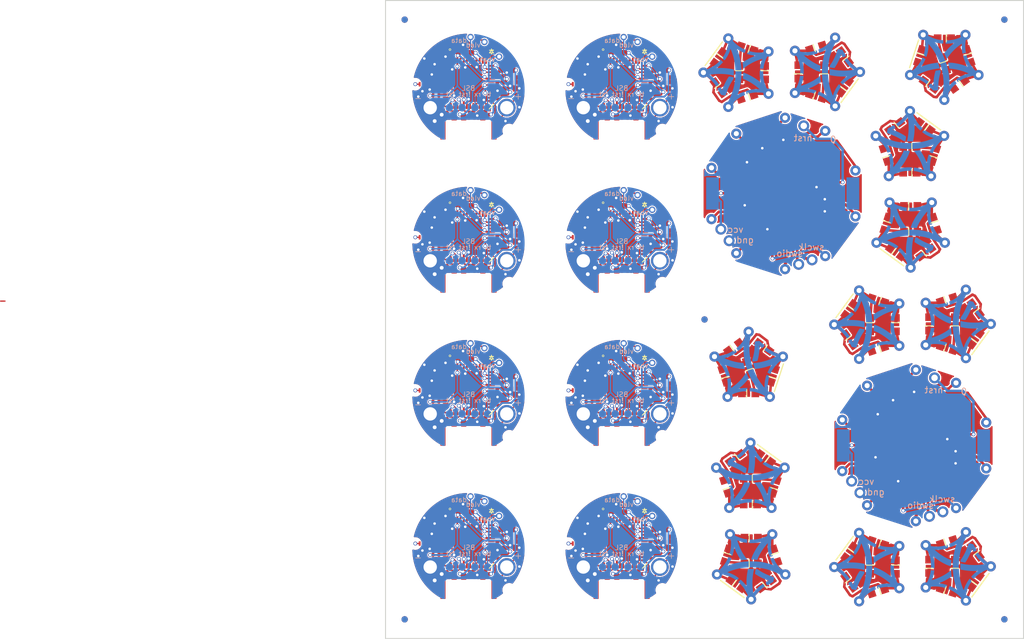
<source format=kicad_pcb>
(kicad_pcb (version 4) (host pcbnew 4.0.7+dfsg1-1)
  (layers (0 F.Cu signal) (31 B.Cu signal) (34 B.Paste user) (35 F.Paste user) (36 B.SilkS user) (37 F.SilkS user) (38 B.Mask user) (39 F.Mask user) (44 Edge.Cuts user))
  (net 0 "")
  (net 1 /VIN)
  (net 2 GND)
  (net 3 /PWRSW)
  (net 4 /DOUT)
  (net 5 /VLED)
  (net 6 /VBAT)
  (net 7 /VCC)
  (net 8 /PROG)
  (net 9 "Net-(SW1-Pad1)")
  (net 10 /3V3)
  (net 11 /!RST)
  (net 12 /TEST)
  (net 13 /BSL_TX)
  (net 14 /BSL_RX)
  (net 15 /STAT)
  (net 16 "Net-(U2-Pad3)")
  (net 17 "Net-(U2-Pad2)")
  (net 18 "Net-(U2-Pad4)")
  (net 19 "Net-(U2-Pad9)")
  (net 20 "Net-(U2-Pad17)")
  (net 21 "Net-(U2-Pad19)")
  (net 22 "Net-(U2-Pad21)")
  (net 23 "Net-(U2-Pad20)")
  (net 24 "Net-(U2-Pad18)")
  (net 25 "Net-(U2-Pad24)")
  (net 26 "Net-(U2-Pad23)")
  (net 27 "Net-(U2-Pad15)")
  (net 28 "Net-(U2-Pad16)")
  (net 29 "Net-(U2-Pad14)")
  (net 30 "Net-(U2-Pad13)")
  (net 31 "Net-(U2-Pad36)")
  (net 32 "Net-(U2-Pad35)")
  (net 33 "Net-(U2-Pad44)")
  (net 34 "Net-(U2-Pad43)")
  (net 35 "Net-(U2-Pad38)")
  (net 36 "Net-(U2-Pad37)")
  (net 37 "Net-(U2-Pad46)")
  (net 38 "Net-(U2-Pad47)")
  (net 39 "Net-(U3-Pad4)")
  (net 40 "Net-(C8-Pad1)")
  (net 41 "Net-(C10-Pad2)")
  (net 42 "Net-(R4-Pad1)")
  (net 43 /RF_N)
  (net 44 /RF_P)
  (net 45 /RF_XIN)
  (net 46 /RF_XOUT)
  (net 47 "Net-(ANT1-Pad1)")
  (net 48 /VADC)
  (net 49 /GND_GPIO)
  (net 50 /VBATSW)
  (net 51 VCC)
  (net 52 /SWDIO)
  (net 53 /SWCLK)
  (net 54 "Net-(IC1-Pad18)")
  (net 55 "Net-(IC1-Pad17)")
  (net 56 "Net-(IC1-Pad1)")
  (net 57 "Net-(IC1-Pad2)")
  (net 58 "Net-(IC1-Pad3)")
  (net 59 /NRST)
  (net 60 "Net-(IC1-Pad6)")
  (net 61 "Net-(IC1-Pad7)")
  (net 62 "Net-(IC1-Pad8)")
  (net 63 "Net-(IC1-Pad9)")
  (net 64 "Net-(IC1-Pad10)")
  (net 65 "Net-(IC1-Pad11)")
  (net 66 "Net-(IC1-Pad12)")
  (net 67 "Net-(IC1-Pad13)")
  (net 68 "Net-(IC1-Pad14)")
  (net 69 "Net-(D1-Pad2)")
  (net 70 "Net-(D1-Pad1)")
  (net 71 "Net-(D2-Pad1)")
  (module goodwatch21:CC430F513x (layer F.Cu) (at 13 37 180)
    (fp_text reference U2 hide)
    (fp_text value CC430F513x hide)
    (pad 49 smd rect (at 0 0 180) (size 4.1 4.1) (layers F.Cu F.Mask) (net 2 GND))
    (pad 5 smd oval (at -3.55 -0.75 270) (size 0.28 1) (layers F.Cu F.Paste F.Mask) (net 13 /BSL_TX))
    (pad 6 smd oval (at -3.55 -0.25 270) (size 0.28 1) (layers F.Cu F.Paste F.Mask) (net 14 /BSL_RX))
    (pad 7 smd oval (at -3.55 0.25 270) (size 0.28 1) (layers F.Cu F.Paste F.Mask) (net 40 "Net-(C8-Pad1)"))
    (pad 8 smd oval (at -3.55 0.75 270) (size 0.28 1) (layers F.Cu F.Paste F.Mask) (net 10 /3V3))
    (pad 3 smd oval (at -3.55 -1.75 270) (size 0.28 1) (layers F.Cu F.Paste F.Mask) (net 16 "Net-(U2-Pad3)"))
    (pad 1 smd oval (at -3.55 -2.75 270) (size 0.28 1) (layers F.Cu F.Paste F.Mask) (net 48 /VADC))
    (pad 2 smd oval (at -3.55 -2.25 270) (size 0.28 1) (layers F.Cu F.Paste F.Mask) (net 17 "Net-(U2-Pad2)"))
    (pad 4 smd oval (at -3.55 -1.25 270) (size 0.28 1) (layers F.Cu F.Paste F.Mask) (net 18 "Net-(U2-Pad4)"))
    (pad 9 smd oval (at -3.55 1.25 270) (size 0.28 1) (layers F.Cu F.Paste F.Mask) (net 19 "Net-(U2-Pad9)"))
    (pad 11 smd oval (at -3.55 2.25 270) (size 0.28 1) (layers F.Cu F.Paste F.Mask) (net 3 /PWRSW))
    (pad 10 smd oval (at -3.55 1.75 270) (size 0.28 1) (layers F.Cu F.Paste F.Mask) (net 4 /DOUT))
    (pad 12 smd oval (at -3.55 2.75 270) (size 0.28 1) (layers F.Cu F.Paste F.Mask) (net 15 /STAT))
    (pad 17 smd oval (at -0.75 3.55) (size 0.28 1) (layers F.Cu F.Paste F.Mask) (net 20 "Net-(U2-Pad17)"))
    (pad 19 smd oval (at 0.25 3.55) (size 0.28 1) (layers F.Cu F.Paste F.Mask) (net 21 "Net-(U2-Pad19)"))
    (pad 21 smd oval (at 1.25 3.55) (size 0.28 1) (layers F.Cu F.Paste F.Mask) (net 22 "Net-(U2-Pad21)"))
    (pad 20 smd oval (at 0.75 3.55) (size 0.28 1) (layers F.Cu F.Paste F.Mask) (net 23 "Net-(U2-Pad20)"))
    (pad 18 smd oval (at -0.25 3.55) (size 0.28 1) (layers F.Cu F.Paste F.Mask) (net 24 "Net-(U2-Pad18)"))
    (pad 24 smd oval (at 2.75 3.55) (size 0.28 1) (layers F.Cu F.Paste F.Mask) (net 25 "Net-(U2-Pad24)"))
    (pad 23 smd oval (at 2.25 3.55) (size 0.28 1) (layers F.Cu F.Paste F.Mask) (net 26 "Net-(U2-Pad23)"))
    (pad 22 smd oval (at 1.75 3.55) (size 0.28 1) (layers F.Cu F.Paste F.Mask) (net 10 /3V3))
    (pad 15 smd oval (at -1.75 3.55) (size 0.28 1) (layers F.Cu F.Paste F.Mask) (net 27 "Net-(U2-Pad15)"))
    (pad 16 smd oval (at -1.25 3.55) (size 0.28 1) (layers F.Cu F.Paste F.Mask) (net 28 "Net-(U2-Pad16)"))
    (pad 14 smd oval (at -2.25 3.55) (size 0.28 1) (layers F.Cu F.Paste F.Mask) (net 29 "Net-(U2-Pad14)"))
    (pad 13 smd oval (at -2.75 3.55) (size 0.28 1) (layers F.Cu F.Paste F.Mask) (net 30 "Net-(U2-Pad13)"))
    (pad 36 smd oval (at 3.55 -2.75 90) (size 0.28 1) (layers F.Cu F.Paste F.Mask) (net 31 "Net-(U2-Pad36)"))
    (pad 34 smd oval (at 3.55 -1.75 90) (size 0.28 1) (layers F.Cu F.Paste F.Mask) (net 41 "Net-(C10-Pad2)"))
    (pad 35 smd oval (at 3.55 -2.25 90) (size 0.28 1) (layers F.Cu F.Paste F.Mask) (net 32 "Net-(U2-Pad35)"))
    (pad 27 smd oval (at 3.55 1.75 90) (size 0.28 1) (layers F.Cu F.Paste F.Mask) (net 41 "Net-(C10-Pad2)"))
    (pad 33 smd oval (at 3.55 -1.25 90) (size 0.28 1) (layers F.Cu F.Paste F.Mask) (net 42 "Net-(R4-Pad1)"))
    (pad 32 smd oval (at 3.55 -0.75 90) (size 0.28 1) (layers F.Cu F.Paste F.Mask) (net 41 "Net-(C10-Pad2)"))
    (pad 31 smd oval (at 3.55 -0.25 90) (size 0.28 1) (layers F.Cu F.Paste F.Mask) (net 41 "Net-(C10-Pad2)"))
    (pad 26 smd oval (at 3.55 2.25 90) (size 0.28 1) (layers F.Cu F.Paste F.Mask) (net 46 /RF_XOUT))
    (pad 25 smd oval (at 3.55 2.75 90) (size 0.28 1) (layers F.Cu F.Paste F.Mask) (net 45 /RF_XIN))
    (pad 28 smd oval (at 3.55 1.25 90) (size 0.28 1) (layers F.Cu F.Paste F.Mask) (net 41 "Net-(C10-Pad2)"))
    (pad 30 smd oval (at 3.55 0.25 90) (size 0.28 1) (layers F.Cu F.Paste F.Mask) (net 43 /RF_N))
    (pad 29 smd oval (at 3.55 0.75 90) (size 0.28 1) (layers F.Cu F.Paste F.Mask) (net 44 /RF_P))
    (pad 42 smd oval (at 0.25 -3.55 180) (size 0.28 1) (layers F.Cu F.Paste F.Mask) (net 2 GND))
    (pad 44 smd oval (at -0.75 -3.55 180) (size 0.28 1) (layers F.Cu F.Paste F.Mask) (net 33 "Net-(U2-Pad44)"))
    (pad 43 smd oval (at -0.25 -3.55 180) (size 0.28 1) (layers F.Cu F.Paste F.Mask) (net 34 "Net-(U2-Pad43)"))
    (pad 38 smd oval (at 2.25 -3.55 180) (size 0.28 1) (layers F.Cu F.Paste F.Mask) (net 35 "Net-(U2-Pad38)"))
    (pad 37 smd oval (at 2.75 -3.55 180) (size 0.28 1) (layers F.Cu F.Paste F.Mask) (net 36 "Net-(U2-Pad37)"))
    (pad 40 smd oval (at 1.25 -3.55 180) (size 0.28 1) (layers F.Cu F.Paste F.Mask) (net 11 /!RST))
    (pad 39 smd oval (at 1.75 -3.55 180) (size 0.28 1) (layers F.Cu F.Paste F.Mask) (net 12 /TEST))
    (pad 41 smd oval (at 0.75 -3.55 180) (size 0.28 1) (layers F.Cu F.Paste F.Mask) (net 10 /3V3))
    (pad 45 smd oval (at -1.25 -3.55 180) (size 0.28 1) (layers F.Cu F.Paste F.Mask) (net 10 /3V3))
    (pad 48 smd oval (at -2.75 -3.55 180) (size 0.28 1) (layers F.Cu F.Paste F.Mask) (net 49 /GND_GPIO))
    (pad 46 smd oval (at -1.75 -3.55 180) (size 0.28 1) (layers F.Cu F.Paste F.Mask) (net 37 "Net-(U2-Pad46)"))
    (pad 47 smd oval (at -2.25 -3.55 180) (size 0.28 1) (layers F.Cu F.Paste F.Mask) (net 38 "Net-(U2-Pad47)"))
  )
  (module passives:R_0402_NoSilk (layer F.Cu) (at 9.003 40.709 90)
    (fp_text reference R2 hide)
    (fp_text value 56K hide)
    (pad 1 smd rect (at -0.45 0 90) (size 0.4 0.6) (layers F.Cu F.Paste F.Mask) (net 2 GND))
    (pad 2 smd rect (at 0.45 0 90) (size 0.4 0.6) (layers F.Cu F.Paste F.Mask) (net 11 /!RST))
  )
  (module Pin_Headers:Pin_Header_Straight_1x06_Pitch1.00mm (layer B.Cu) (at 13 40.8 90)
    (fp_text reference J3 hide)
    (fp_text value BSL (at 3.05 0 360) (layer B.SilkS) (effects (font (size 0.75 0.75) (thickness 0.1)) (justify mirror)))
    (fp_text user "tx rx !rst tst" (at 2.1 0 180) (layer B.SilkS) (effects (font (size 0.75 0.75) (thickness 0.1)) (justify mirror)))
    (pad 1 smd circle (at 0 3 90) (size 1.2 1.2) (layers B.Cu B.Paste B.Mask) (net 13 /BSL_TX))
    (pad 2 smd circle (at 0 1 90) (size 1.2 1.2) (layers B.Cu B.Paste B.Mask) (net 14 /BSL_RX))
    (pad 3 smd circle (at 0 -1 90) (size 1.2 1.2) (layers B.Cu B.Paste B.Mask) (net 11 /!RST))
    (pad 4 smd circle (at 0 -3 90) (size 1.2 1.2) (layers B.Cu B.Paste B.Mask) (net 12 /TEST))
  )
  (module small_hole (layer F.Cu) (at 4.67 37.12)
    (fp_text reference ANT1 hide)
    (fp_text value Conn_01x01 hide)
    (pad 1 thru_hole circle (at 0 0) (size 0.6 0.6) (drill 0.4) (layers *.Cu *.Mask) (net 47 "Net-(ANT1-Pad1)") (clearance 0.7))
  )
  (module C_0402_NoSilk (layer F.Cu) (at 12.55 31.8 90)
    (fp_text reference C5 hide)
    (fp_text value 1u hide)
    (pad 1 smd rect (at -0.45 0 90) (size 0.4 0.6) (layers F.Cu F.Paste F.Mask) (net 10 /3V3))
    (pad 2 smd rect (at 0.45 0 90) (size 0.4 0.6) (layers F.Cu F.Paste F.Mask) (net 2 GND))
  )
  (module SMD_Packages:Conn-3 (layer F.Cu) (at 13 42.8)
    (fp_text reference SW1 hide)
    (fp_text value CONN_01X03 hide)
    (pad 3 smd rect (at 2.25 -0.5) (size 0.8 1) (layers F.Cu F.Paste F.Mask) (net 50 /VBATSW))
    (pad 2 smd rect (at -0.75 -0.5) (size 0.8 1) (layers F.Cu F.Paste F.Mask) (net 6 /VBAT))
    (pad 1 smd rect (at -2.25 -0.5) (size 0.8 1) (layers F.Cu F.Paste F.Mask) (net 9 "Net-(SW1-Pad1)"))
    (pad "" smd rect (at 4 1.5) (size 0.8 3) (layers F.Cu F.Paste F.Mask))
    (pad "" smd rect (at -4 1.5) (size 0.8 3) (layers F.Cu F.Paste F.Mask))
  )
  (module goodwatch21:FA128 (layer F.Cu) (at 8.2 33.1 180)
    (fp_text reference X1 hide)
    (fp_text value FA128 hide)
    (pad 1 smd rect (at 0 0 180) (size 0.95 0.85) (layers F.Cu F.Paste F.Mask) (net 45 /RF_XIN))
    (pad 2 smd rect (at 1.45 0 180) (size 0.95 0.85) (layers F.Cu F.Paste F.Mask) (net 2 GND))
    (pad 3 smd rect (at 1.45 -1.15 180) (size 0.95 0.85) (layers F.Cu F.Paste F.Mask) (net 46 /RF_XOUT))
    (pad 4 smd rect (at 0 -1.15 180) (size 0.95 0.85) (layers F.Cu F.Paste F.Mask) (net 2 GND))
  )
  (module Pin_Headers:Pin_Header_Straight_1x01_Pitch2.54mm (layer B.Cu) (at 7 40.8)
    (fp_text reference GND1 hide)
    (fp_text value CONN_01X01 hide)
    (pad 1 thru_hole circle (at 0 0) (size 2.8 2.8) (drill 2.1) (layers *.Cu *.Mask) (net 2 GND))
  )
  (module TO_SOT_Packages_SMD:SOT-23 (layer F.Cu) (at 14.4 31.2 90)
    (fp_text reference Q2 hide)
    (fp_text value "AO3401-P Mosfet" hide)
    (pad 1 smd rect (at -1 -0.95 90) (size 0.9 0.8) (layers F.Cu F.Paste F.Mask) (net 3 /PWRSW))
    (pad 2 smd rect (at -1 0.95 90) (size 0.9 0.8) (layers F.Cu F.Paste F.Mask) (net 7 /VCC))
    (pad 3 smd rect (at 1 0 90) (size 0.9 0.8) (layers F.Cu F.Paste F.Mask) (net 5 /VLED))
  )
  (module Diodes_SMD:D_0603 (layer F.Cu) (at 16.6 32 270)
    (fp_text reference D1 hide)
    (fp_text value D_Schottky hide)
    (pad 1 smd rect (at -0.85 0 270) (size 0.6 0.8) (layers F.Cu F.Paste F.Mask) (net 7 /VCC))
    (pad 2 smd rect (at 0.85 0 270) (size 0.6 0.8) (layers F.Cu F.Paste F.Mask) (net 1 /VIN))
  )
  (module Pin_Headers:Pin_Header_Straight_1x01_Pitch2.54mm (layer B.Cu) (at 19 40.8 180)
    (fp_text reference VIN1 hide)
    (fp_text value CONN_01X01 hide)
    (pad 1 thru_hole circle (at 0 0 180) (size 2.8 2.8) (drill 2.1) (layers *.Cu *.Mask) (net 1 /VIN))
  )
  (module TO_SOT_Packages_SMD:SOT-23-5 (layer F.Cu) (at 19.65 37.8)
    (fp_text reference U1 hide)
    (fp_text value MCP73831 hide)
    (pad 1 smd rect (at -1.1 -0.95) (size 1.06 0.65) (layers F.Cu F.Paste F.Mask) (net 15 /STAT))
    (pad 2 smd rect (at -1.1 0) (size 1.06 0.65) (layers F.Cu F.Paste F.Mask) (net 2 GND))
    (pad 3 smd rect (at -1.1 0.95) (size 1.06 0.65) (layers F.Cu F.Paste F.Mask) (net 6 /VBAT))
    (pad 4 smd rect (at 1.1 0.95) (size 1.06 0.65) (layers F.Cu F.Paste F.Mask) (net 1 /VIN))
    (pad 5 smd rect (at 1.1 -0.95) (size 1.06 0.65) (layers F.Cu F.Paste F.Mask) (net 8 /PROG))
  )
  (module TO_SOT_Packages_SMD:SOT-23 (layer F.Cu) (at 19 33.9 90)
    (fp_text reference Q1 hide)
    (fp_text value "AO3401-P Mosfet" hide)
    (pad 1 smd rect (at -1 -0.95 90) (size 0.9 0.8) (layers F.Cu F.Paste F.Mask) (net 1 /VIN))
    (pad 2 smd rect (at -1 0.95 90) (size 0.9 0.8) (layers F.Cu F.Paste F.Mask) (net 50 /VBATSW))
    (pad 3 smd rect (at 1 0 90) (size 0.9 0.8) (layers F.Cu F.Paste F.Mask) (net 7 /VCC))
  )
  (module sot:sot-563 (layer F.Cu) (at 10.6 31.5)
    (fp_text reference U3 hide)
    (fp_text value ncp170axv330 hide)
    (pad 6 smd rect (at -0.5 -0.675) (size 0.3 0.45) (layers F.Cu F.Paste F.Mask) (net 7 /VCC))
    (pad 5 smd rect (at 0 -0.675) (size 0.3 0.45) (layers F.Cu F.Paste F.Mask) (net 2 GND))
    (pad 4 smd rect (at 0.5 -0.675) (size 0.3 0.45) (layers F.Cu F.Paste F.Mask) (net 39 "Net-(U3-Pad4)"))
    (pad 3 smd rect (at 0.5 0.675) (size 0.3 0.45) (layers F.Cu F.Paste F.Mask) (net 10 /3V3))
    (pad 2 smd rect (at 0 0.675) (size 0.3 0.45) (layers F.Cu F.Paste F.Mask) (net 2 GND))
    (pad 1 smd rect (at -0.5 0.675) (size 0.3 0.45) (layers F.Cu F.Paste F.Mask) (net 7 /VCC))
  )
  (module goodwatch21:0433bm15a0001 (layer F.Cu) (at 5.99 37.12 180)
    (fp_text reference U4 hide)
    (fp_text value 0433bm15a0001 hide)
    (pad 1 smd rect (at 0.64 0 180) (size 0.3 0.7) (layers F.Cu F.Paste F.Mask) (net 47 "Net-(ANT1-Pad1)"))
    (pad 2 smd rect (at 0 0 180) (size 0.3 0.7) (layers F.Cu F.Paste F.Mask) (net 2 GND))
    (pad 3 smd rect (at -0.64 0 180) (size 0.3 0.7) (layers F.Cu F.Paste F.Mask) (net 43 /RF_N))
    (pad 4 smd rect (at -0.64 1.25 180) (size 0.3 0.7) (layers F.Cu F.Paste F.Mask) (net 44 /RF_P))
    (pad 5 smd rect (at 0 1.25 180) (size 0.3 0.7) (layers F.Cu F.Paste F.Mask) (net 2 GND))
    (pad 6 smd rect (at 0.64 1.25 180) (size 0.3 0.7) (layers F.Cu F.Paste F.Mask) (net 2 GND))
  )
  (module passives:small_hole (layer F.Cu) (at 13.321 29.735)
    (fp_text reference DATALED1 hide)
    (fp_text value - hide)
    (pad 1 thru_hole circle (at 0 0) (size 1 1) (drill 0.6) (layers *.Cu *.Mask) (net 4 /DOUT))
  )
  (module passives:small_hole (layer F.Cu) (at 8.8 41.9)
    (fp_text reference GNDBATT1 hide)
    (fp_text value - hide)
    (pad 1 thru_hole circle (at 0 0) (size 1 1) (drill 0.6) (layers *.Cu *.Mask) (net 2 GND))
  )
  (module passives:small_hole (layer F.Cu) (at 7.7 42.9)
    (fp_text reference GNDLED1 hide)
    (fp_text value - hide)
    (pad 1 thru_hole circle (at 0 0) (size 1 1) (drill 0.6) (layers *.Cu *.Mask) (net 2 GND))
  )
  (module passives:small_hole (layer F.Cu) (at 17.8 32.8)
    (fp_text reference VBATT1 hide)
    (fp_text value + hide)
    (pad 1 thru_hole circle (at 0 0) (size 1 1) (drill 0.6) (layers *.Cu *.Mask) (net 6 /VBAT))
  )
  (module passives:small_hole (layer F.Cu) (at 15.5 30.5)
    (fp_text reference VLED1 hide)
    (fp_text value - hide)
    (pad 1 thru_hole circle (at 0 0) (size 1 1) (drill 0.6) (layers *.Cu *.Mask) (net 5 /VLED))
  )
  (module passives:C_0402_NoSilk (layer F.Cu) (at 9.4 31.3 270)
    (fp_text reference C2 hide)
    (fp_text value 1u hide)
    (pad 1 smd rect (at -0.45 0 270) (size 0.4 0.6) (layers F.Cu F.Paste F.Mask) (net 7 /VCC))
    (pad 2 smd rect (at 0.45 0 270) (size 0.4 0.6) (layers F.Cu F.Paste F.Mask) (net 2 GND))
  )
  (module passives:C_0402_NoSilk (layer F.Cu) (at 11.8 31.8 90)
    (fp_text reference C4 hide)
    (fp_text value 100n hide)
    (pad 1 smd rect (at -0.45 0 90) (size 0.4 0.6) (layers F.Cu F.Paste F.Mask) (net 10 /3V3))
    (pad 2 smd rect (at 0.45 0 90) (size 0.4 0.6) (layers F.Cu F.Paste F.Mask) (net 2 GND))
  )
  (module passives:C_0402_NoSilk (layer F.Cu) (at 8.5 31.6 90)
    (fp_text reference C11 hide)
    (fp_text value 100n hide)
    (pad 1 smd rect (at -0.45 0 90) (size 0.4 0.6) (layers F.Cu F.Paste F.Mask) (net 45 /RF_XIN))
    (pad 2 smd rect (at 0.45 0 90) (size 0.4 0.6) (layers F.Cu F.Paste F.Mask) (net 2 GND))
  )
  (module passives:C_0402_NoSilk (layer F.Cu) (at 5.7 34.3 90)
    (fp_text reference C12 hide)
    (fp_text value 100n hide)
    (pad 1 smd rect (at -0.45 0 90) (size 0.4 0.6) (layers F.Cu F.Paste F.Mask) (net 46 /RF_XOUT))
    (pad 2 smd rect (at 0.45 0 90) (size 0.4 0.6) (layers F.Cu F.Paste F.Mask) (net 2 GND))
  )
  (module passives:C_0402_NoSilk (layer F.Cu) (at 8.15 35.6)
    (fp_text reference C9 hide)
    (fp_text value 100n hide)
    (pad 1 smd rect (at -0.45 0) (size 0.4 0.6) (layers F.Cu F.Paste F.Mask) (net 2 GND))
    (pad 2 smd rect (at 0.45 0) (size 0.4 0.6) (layers F.Cu F.Paste F.Mask) (net 41 "Net-(C10-Pad2)"))
  )
  (module passives:C_0402_NoSilk (layer F.Cu) (at 8.14 37.32)
    (fp_text reference C10 hide)
    (fp_text value 100n hide)
    (pad 1 smd rect (at -0.45 0) (size 0.4 0.6) (layers F.Cu F.Paste F.Mask) (net 2 GND))
    (pad 2 smd rect (at 0.45 0) (size 0.4 0.6) (layers F.Cu F.Paste F.Mask) (net 41 "Net-(C10-Pad2)"))
  )
  (module passives:C_0402_NoSilk (layer F.Cu) (at 7.9 38.89)
    (fp_text reference L1 hide)
    (fp_text value L hide)
    (pad 1 smd rect (at -0.45 0) (size 0.4 0.6) (layers F.Cu F.Paste F.Mask) (net 10 /3V3))
    (pad 2 smd rect (at 0.45 0) (size 0.4 0.6) (layers F.Cu F.Paste F.Mask) (net 41 "Net-(C10-Pad2)"))
  )
  (module passives:C_0402_NoSilk (layer F.Cu) (at 17.55 39 90)
    (fp_text reference C3 hide)
    (fp_text value 100n hide)
    (pad 1 smd rect (at -0.45 0 90) (size 0.4 0.6) (layers F.Cu F.Paste F.Mask) (net 6 /VBAT))
    (pad 2 smd rect (at 0.45 0 90) (size 0.4 0.6) (layers F.Cu F.Paste F.Mask) (net 2 GND))
  )
  (module passives:C_0402_NoSilk (layer F.Cu) (at 17.55 37.25 270)
    (fp_text reference C8 hide)
    (fp_text value 0.47u hide)
    (pad 1 smd rect (at -0.45 0 270) (size 0.4 0.6) (layers F.Cu F.Paste F.Mask) (net 40 "Net-(C8-Pad1)"))
    (pad 2 smd rect (at 0.45 0 270) (size 0.4 0.6) (layers F.Cu F.Paste F.Mask) (net 2 GND))
  )
  (module passives:C_0402_NoSilk (layer F.Cu) (at 17.9 35.85)
    (fp_text reference C6 hide)
    (fp_text value 100n hide)
    (pad 1 smd rect (at -0.45 0) (size 0.4 0.6) (layers F.Cu F.Paste F.Mask) (net 10 /3V3))
    (pad 2 smd rect (at 0.45 0) (size 0.4 0.6) (layers F.Cu F.Paste F.Mask) (net 2 GND))
  )
  (module passives:C_0402_NoSilk (layer F.Cu) (at 13.485 42.384)
    (fp_text reference C7 hide)
    (fp_text value 100n hide)
    (pad 1 smd rect (at -0.45 0) (size 0.4 0.6) (layers F.Cu F.Paste F.Mask) (net 10 /3V3))
    (pad 2 smd rect (at 0.45 0) (size 0.4 0.6) (layers F.Cu F.Paste F.Mask) (net 2 GND))
  )
  (module passives:C_0402_NoSilk (layer F.Cu) (at 20.765 39.809 315)
    (fp_text reference C1 hide)
    (fp_text value 100n hide)
    (pad 1 smd rect (at -0.45 0 315) (size 0.4 0.6) (layers F.Cu F.Paste F.Mask) (net 1 /VIN))
    (pad 2 smd rect (at 0.45 0 315) (size 0.4 0.6) (layers F.Cu F.Paste F.Mask) (net 2 GND))
  )
  (module passives:R_0402_NoSilk (layer F.Cu) (at 16.755 41.101 180)
    (fp_text reference R6 hide)
    (fp_text value 15K hide)
    (pad 1 smd rect (at -0.45 0 180) (size 0.4 0.6) (layers F.Cu F.Paste F.Mask) (net 48 /VADC))
    (pad 2 smd rect (at 0.45 0 180) (size 0.4 0.6) (layers F.Cu F.Paste F.Mask) (net 49 /GND_GPIO))
  )
  (module passives:R_0402_NoSilk (layer F.Cu) (at 16.755 41.886)
    (fp_text reference R5 hide)
    (fp_text value 15K hide)
    (pad 1 smd rect (at -0.45 0) (size 0.4 0.6) (layers F.Cu F.Paste F.Mask) (net 50 /VBATSW))
    (pad 2 smd rect (at 0.45 0) (size 0.4 0.6) (layers F.Cu F.Paste F.Mask) (net 48 /VADC))
  )
  (module passives:R_0402_NoSilk (layer F.Cu) (at 17.95 42.9 90)
    (fp_text reference R3 hide)
    (fp_text value 56K hide)
    (pad 1 smd rect (at -0.45 0 90) (size 0.4 0.6) (layers F.Cu F.Paste F.Mask) (net 2 GND))
    (pad 2 smd rect (at 0.45 0 90) (size 0.4 0.6) (layers F.Cu F.Paste F.Mask) (net 1 /VIN))
  )
  (module passives:R_0402_NoSilk (layer F.Cu) (at 20.112 36.013)
    (fp_text reference R1 hide)
    (fp_text value 15K hide)
    (pad 1 smd rect (at -0.45 0) (size 0.4 0.6) (layers F.Cu F.Paste F.Mask) (net 2 GND))
    (pad 2 smd rect (at 0.45 0) (size 0.4 0.6) (layers F.Cu F.Paste F.Mask) (net 8 /PROG))
  )
  (module passives:R_0402_NoSilk (layer F.Cu) (at 8.14 38.09 180)
    (fp_text reference R4 hide)
    (fp_text value 56K hide)
    (pad 1 smd rect (at -0.45 0 180) (size 0.4 0.6) (layers F.Cu F.Paste F.Mask) (net 42 "Net-(R4-Pad1)"))
    (pad 2 smd rect (at 0.45 0 180) (size 0.4 0.6) (layers F.Cu F.Paste F.Mask) (net 2 GND))
  )
  (module outline:18mm (layer F.Cu) (at 13 38)
    (fp_text reference "" (at 0 0) (layer F.SilkS))
    (fp_text value "" (at 0 0) (layer F.SilkS))
  )
  (module outline:18mm (layer F.Cu) (at 13 14)
    (fp_text reference "" (at 0 0) (layer F.SilkS))
    (fp_text value "" (at 0 0) (layer F.SilkS))
  )
  (module passives:R_0402_NoSilk (layer F.Cu) (at 8.14 14.09 180)
    (fp_text reference R4 hide)
    (fp_text value 56K hide)
    (pad 1 smd rect (at -0.45 0 180) (size 0.4 0.6) (layers F.Cu F.Paste F.Mask) (net 42 "Net-(R4-Pad1)"))
    (pad 2 smd rect (at 0.45 0 180) (size 0.4 0.6) (layers F.Cu F.Paste F.Mask) (net 2 GND))
  )
  (module passives:R_0402_NoSilk (layer F.Cu) (at 20.112 12.013)
    (fp_text reference R1 hide)
    (fp_text value 15K hide)
    (pad 1 smd rect (at -0.45 0) (size 0.4 0.6) (layers F.Cu F.Paste F.Mask) (net 2 GND))
    (pad 2 smd rect (at 0.45 0) (size 0.4 0.6) (layers F.Cu F.Paste F.Mask) (net 8 /PROG))
  )
  (module passives:R_0402_NoSilk (layer F.Cu) (at 17.95 18.9 90)
    (fp_text reference R3 hide)
    (fp_text value 56K hide)
    (pad 1 smd rect (at -0.45 0 90) (size 0.4 0.6) (layers F.Cu F.Paste F.Mask) (net 2 GND))
    (pad 2 smd rect (at 0.45 0 90) (size 0.4 0.6) (layers F.Cu F.Paste F.Mask) (net 1 /VIN))
  )
  (module passives:R_0402_NoSilk (layer F.Cu) (at 16.755 17.886)
    (fp_text reference R5 hide)
    (fp_text value 15K hide)
    (pad 1 smd rect (at -0.45 0) (size 0.4 0.6) (layers F.Cu F.Paste F.Mask) (net 50 /VBATSW))
    (pad 2 smd rect (at 0.45 0) (size 0.4 0.6) (layers F.Cu F.Paste F.Mask) (net 48 /VADC))
  )
  (module passives:R_0402_NoSilk (layer F.Cu) (at 16.755 17.101 180)
    (fp_text reference R6 hide)
    (fp_text value 15K hide)
    (pad 1 smd rect (at -0.45 0 180) (size 0.4 0.6) (layers F.Cu F.Paste F.Mask) (net 48 /VADC))
    (pad 2 smd rect (at 0.45 0 180) (size 0.4 0.6) (layers F.Cu F.Paste F.Mask) (net 49 /GND_GPIO))
  )
  (module passives:C_0402_NoSilk (layer F.Cu) (at 20.765 15.809 315)
    (fp_text reference C1 hide)
    (fp_text value 100n hide)
    (pad 1 smd rect (at -0.45 0 315) (size 0.4 0.6) (layers F.Cu F.Paste F.Mask) (net 1 /VIN))
    (pad 2 smd rect (at 0.45 0 315) (size 0.4 0.6) (layers F.Cu F.Paste F.Mask) (net 2 GND))
  )
  (module passives:C_0402_NoSilk (layer F.Cu) (at 13.485 18.384)
    (fp_text reference C7 hide)
    (fp_text value 100n hide)
    (pad 1 smd rect (at -0.45 0) (size 0.4 0.6) (layers F.Cu F.Paste F.Mask) (net 10 /3V3))
    (pad 2 smd rect (at 0.45 0) (size 0.4 0.6) (layers F.Cu F.Paste F.Mask) (net 2 GND))
  )
  (module passives:C_0402_NoSilk (layer F.Cu) (at 17.9 11.85)
    (fp_text reference C6 hide)
    (fp_text value 100n hide)
    (pad 1 smd rect (at -0.45 0) (size 0.4 0.6) (layers F.Cu F.Paste F.Mask) (net 10 /3V3))
    (pad 2 smd rect (at 0.45 0) (size 0.4 0.6) (layers F.Cu F.Paste F.Mask) (net 2 GND))
  )
  (module passives:C_0402_NoSilk (layer F.Cu) (at 17.55 13.25 270)
    (fp_text reference C8 hide)
    (fp_text value 0.47u hide)
    (pad 1 smd rect (at -0.45 0 270) (size 0.4 0.6) (layers F.Cu F.Paste F.Mask) (net 40 "Net-(C8-Pad1)"))
    (pad 2 smd rect (at 0.45 0 270) (size 0.4 0.6) (layers F.Cu F.Paste F.Mask) (net 2 GND))
  )
  (module passives:C_0402_NoSilk (layer F.Cu) (at 17.55 15 90)
    (fp_text reference C3 hide)
    (fp_text value 100n hide)
    (pad 1 smd rect (at -0.45 0 90) (size 0.4 0.6) (layers F.Cu F.Paste F.Mask) (net 6 /VBAT))
    (pad 2 smd rect (at 0.45 0 90) (size 0.4 0.6) (layers F.Cu F.Paste F.Mask) (net 2 GND))
  )
  (module passives:C_0402_NoSilk (layer F.Cu) (at 7.9 14.89)
    (fp_text reference L1 hide)
    (fp_text value L hide)
    (pad 1 smd rect (at -0.45 0) (size 0.4 0.6) (layers F.Cu F.Paste F.Mask) (net 10 /3V3))
    (pad 2 smd rect (at 0.45 0) (size 0.4 0.6) (layers F.Cu F.Paste F.Mask) (net 41 "Net-(C10-Pad2)"))
  )
  (module passives:C_0402_NoSilk (layer F.Cu) (at 8.14 13.32)
    (fp_text reference C10 hide)
    (fp_text value 100n hide)
    (pad 1 smd rect (at -0.45 0) (size 0.4 0.6) (layers F.Cu F.Paste F.Mask) (net 2 GND))
    (pad 2 smd rect (at 0.45 0) (size 0.4 0.6) (layers F.Cu F.Paste F.Mask) (net 41 "Net-(C10-Pad2)"))
  )
  (module passives:C_0402_NoSilk (layer F.Cu) (at 8.15 11.6)
    (fp_text reference C9 hide)
    (fp_text value 100n hide)
    (pad 1 smd rect (at -0.45 0) (size 0.4 0.6) (layers F.Cu F.Paste F.Mask) (net 2 GND))
    (pad 2 smd rect (at 0.45 0) (size 0.4 0.6) (layers F.Cu F.Paste F.Mask) (net 41 "Net-(C10-Pad2)"))
  )
  (module passives:C_0402_NoSilk (layer F.Cu) (at 5.7 10.3 90)
    (fp_text reference C12 hide)
    (fp_text value 100n hide)
    (pad 1 smd rect (at -0.45 0 90) (size 0.4 0.6) (layers F.Cu F.Paste F.Mask) (net 46 /RF_XOUT))
    (pad 2 smd rect (at 0.45 0 90) (size 0.4 0.6) (layers F.Cu F.Paste F.Mask) (net 2 GND))
  )
  (module passives:C_0402_NoSilk (layer F.Cu) (at 8.5 7.6 90)
    (fp_text reference C11 hide)
    (fp_text value 100n hide)
    (pad 1 smd rect (at -0.45 0 90) (size 0.4 0.6) (layers F.Cu F.Paste F.Mask) (net 45 /RF_XIN))
    (pad 2 smd rect (at 0.45 0 90) (size 0.4 0.6) (layers F.Cu F.Paste F.Mask) (net 2 GND))
  )
  (module passives:C_0402_NoSilk (layer F.Cu) (at 11.8 7.8 90)
    (fp_text reference C4 hide)
    (fp_text value 100n hide)
    (pad 1 smd rect (at -0.45 0 90) (size 0.4 0.6) (layers F.Cu F.Paste F.Mask) (net 10 /3V3))
    (pad 2 smd rect (at 0.45 0 90) (size 0.4 0.6) (layers F.Cu F.Paste F.Mask) (net 2 GND))
  )
  (module passives:C_0402_NoSilk (layer F.Cu) (at 9.4 7.3 270)
    (fp_text reference C2 hide)
    (fp_text value 1u hide)
    (pad 1 smd rect (at -0.45 0 270) (size 0.4 0.6) (layers F.Cu F.Paste F.Mask) (net 7 /VCC))
    (pad 2 smd rect (at 0.45 0 270) (size 0.4 0.6) (layers F.Cu F.Paste F.Mask) (net 2 GND))
  )
  (module passives:small_hole (layer F.Cu) (at 15.5 6.5)
    (fp_text reference VLED1 hide)
    (fp_text value - hide)
    (pad 1 thru_hole circle (at 0 0) (size 1 1) (drill 0.6) (layers *.Cu *.Mask) (net 5 /VLED))
  )
  (module passives:small_hole (layer F.Cu) (at 17.8 8.8)
    (fp_text reference VBATT1 hide)
    (fp_text value + hide)
    (pad 1 thru_hole circle (at 0 0) (size 1 1) (drill 0.6) (layers *.Cu *.Mask) (net 6 /VBAT))
  )
  (module passives:small_hole (layer F.Cu) (at 7.7 18.9)
    (fp_text reference GNDLED1 hide)
    (fp_text value - hide)
    (pad 1 thru_hole circle (at 0 0) (size 1 1) (drill 0.6) (layers *.Cu *.Mask) (net 2 GND))
  )
  (module passives:small_hole (layer F.Cu) (at 8.8 17.9)
    (fp_text reference GNDBATT1 hide)
    (fp_text value - hide)
    (pad 1 thru_hole circle (at 0 0) (size 1 1) (drill 0.6) (layers *.Cu *.Mask) (net 2 GND))
  )
  (module passives:small_hole (layer F.Cu) (at 13.321 5.735)
    (fp_text reference DATALED1 hide)
    (fp_text value - hide)
    (pad 1 thru_hole circle (at 0 0) (size 1 1) (drill 0.6) (layers *.Cu *.Mask) (net 4 /DOUT))
  )
  (module goodwatch21:0433bm15a0001 (layer F.Cu) (at 5.99 13.12 180)
    (fp_text reference U4 hide)
    (fp_text value 0433bm15a0001 hide)
    (pad 1 smd rect (at 0.64 0 180) (size 0.3 0.7) (layers F.Cu F.Paste F.Mask) (net 47 "Net-(ANT1-Pad1)"))
    (pad 2 smd rect (at 0 0 180) (size 0.3 0.7) (layers F.Cu F.Paste F.Mask) (net 2 GND))
    (pad 3 smd rect (at -0.64 0 180) (size 0.3 0.7) (layers F.Cu F.Paste F.Mask) (net 43 /RF_N))
    (pad 4 smd rect (at -0.64 1.25 180) (size 0.3 0.7) (layers F.Cu F.Paste F.Mask) (net 44 /RF_P))
    (pad 5 smd rect (at 0 1.25 180) (size 0.3 0.7) (layers F.Cu F.Paste F.Mask) (net 2 GND))
    (pad 6 smd rect (at 0.64 1.25 180) (size 0.3 0.7) (layers F.Cu F.Paste F.Mask) (net 2 GND))
  )
  (module sot:sot-563 (layer F.Cu) (at 10.6 7.5)
    (fp_text reference U3 hide)
    (fp_text value ncp170axv330 hide)
    (pad 6 smd rect (at -0.5 -0.675) (size 0.3 0.45) (layers F.Cu F.Paste F.Mask) (net 7 /VCC))
    (pad 5 smd rect (at 0 -0.675) (size 0.3 0.45) (layers F.Cu F.Paste F.Mask) (net 2 GND))
    (pad 4 smd rect (at 0.5 -0.675) (size 0.3 0.45) (layers F.Cu F.Paste F.Mask) (net 39 "Net-(U3-Pad4)"))
    (pad 3 smd rect (at 0.5 0.675) (size 0.3 0.45) (layers F.Cu F.Paste F.Mask) (net 10 /3V3))
    (pad 2 smd rect (at 0 0.675) (size 0.3 0.45) (layers F.Cu F.Paste F.Mask) (net 2 GND))
    (pad 1 smd rect (at -0.5 0.675) (size 0.3 0.45) (layers F.Cu F.Paste F.Mask) (net 7 /VCC))
  )
  (module TO_SOT_Packages_SMD:SOT-23 (layer F.Cu) (at 19 9.9 90)
    (fp_text reference Q1 hide)
    (fp_text value "AO3401-P Mosfet" hide)
    (pad 1 smd rect (at -1 -0.95 90) (size 0.9 0.8) (layers F.Cu F.Paste F.Mask) (net 1 /VIN))
    (pad 2 smd rect (at -1 0.95 90) (size 0.9 0.8) (layers F.Cu F.Paste F.Mask) (net 50 /VBATSW))
    (pad 3 smd rect (at 1 0 90) (size 0.9 0.8) (layers F.Cu F.Paste F.Mask) (net 7 /VCC))
  )
  (module TO_SOT_Packages_SMD:SOT-23-5 (layer F.Cu) (at 19.65 13.8)
    (fp_text reference U1 hide)
    (fp_text value MCP73831 hide)
    (pad 1 smd rect (at -1.1 -0.95) (size 1.06 0.65) (layers F.Cu F.Paste F.Mask) (net 15 /STAT))
    (pad 2 smd rect (at -1.1 0) (size 1.06 0.65) (layers F.Cu F.Paste F.Mask) (net 2 GND))
    (pad 3 smd rect (at -1.1 0.95) (size 1.06 0.65) (layers F.Cu F.Paste F.Mask) (net 6 /VBAT))
    (pad 4 smd rect (at 1.1 0.95) (size 1.06 0.65) (layers F.Cu F.Paste F.Mask) (net 1 /VIN))
    (pad 5 smd rect (at 1.1 -0.95) (size 1.06 0.65) (layers F.Cu F.Paste F.Mask) (net 8 /PROG))
  )
  (module Pin_Headers:Pin_Header_Straight_1x01_Pitch2.54mm (layer B.Cu) (at 19 16.8 180)
    (fp_text reference VIN1 hide)
    (fp_text value CONN_01X01 hide)
    (pad 1 thru_hole circle (at 0 0 180) (size 2.8 2.8) (drill 2.1) (layers *.Cu *.Mask) (net 1 /VIN))
  )
  (module Diodes_SMD:D_0603 (layer F.Cu) (at 16.6 8 270)
    (fp_text reference D1 hide)
    (fp_text value D_Schottky hide)
    (pad 1 smd rect (at -0.85 0 270) (size 0.6 0.8) (layers F.Cu F.Paste F.Mask) (net 7 /VCC))
    (pad 2 smd rect (at 0.85 0 270) (size 0.6 0.8) (layers F.Cu F.Paste F.Mask) (net 1 /VIN))
  )
  (module TO_SOT_Packages_SMD:SOT-23 (layer F.Cu) (at 14.4 7.2 90)
    (fp_text reference Q2 hide)
    (fp_text value "AO3401-P Mosfet" hide)
    (pad 1 smd rect (at -1 -0.95 90) (size 0.9 0.8) (layers F.Cu F.Paste F.Mask) (net 3 /PWRSW))
    (pad 2 smd rect (at -1 0.95 90) (size 0.9 0.8) (layers F.Cu F.Paste F.Mask) (net 7 /VCC))
    (pad 3 smd rect (at 1 0 90) (size 0.9 0.8) (layers F.Cu F.Paste F.Mask) (net 5 /VLED))
  )
  (module Pin_Headers:Pin_Header_Straight_1x01_Pitch2.54mm (layer B.Cu) (at 7 16.8)
    (fp_text reference GND1 hide)
    (fp_text value CONN_01X01 hide)
    (pad 1 thru_hole circle (at 0 0) (size 2.8 2.8) (drill 2.1) (layers *.Cu *.Mask) (net 2 GND))
  )
  (module goodwatch21:FA128 (layer F.Cu) (at 8.2 9.1 180)
    (fp_text reference X1 hide)
    (fp_text value FA128 hide)
    (pad 1 smd rect (at 0 0 180) (size 0.95 0.85) (layers F.Cu F.Paste F.Mask) (net 45 /RF_XIN))
    (pad 2 smd rect (at 1.45 0 180) (size 0.95 0.85) (layers F.Cu F.Paste F.Mask) (net 2 GND))
    (pad 3 smd rect (at 1.45 -1.15 180) (size 0.95 0.85) (layers F.Cu F.Paste F.Mask) (net 46 /RF_XOUT))
    (pad 4 smd rect (at 0 -1.15 180) (size 0.95 0.85) (layers F.Cu F.Paste F.Mask) (net 2 GND))
  )
  (module SMD_Packages:Conn-3 (layer F.Cu) (at 13 18.8)
    (fp_text reference SW1 hide)
    (fp_text value CONN_01X03 hide)
    (pad 3 smd rect (at 2.25 -0.5) (size 0.8 1) (layers F.Cu F.Paste F.Mask) (net 50 /VBATSW))
    (pad 2 smd rect (at -0.75 -0.5) (size 0.8 1) (layers F.Cu F.Paste F.Mask) (net 6 /VBAT))
    (pad 1 smd rect (at -2.25 -0.5) (size 0.8 1) (layers F.Cu F.Paste F.Mask) (net 9 "Net-(SW1-Pad1)"))
    (pad "" smd rect (at 4 1.5) (size 0.8 3) (layers F.Cu F.Paste F.Mask))
    (pad "" smd rect (at -4 1.5) (size 0.8 3) (layers F.Cu F.Paste F.Mask))
  )
  (module C_0402_NoSilk (layer F.Cu) (at 12.55 7.8 90)
    (fp_text reference C5 hide)
    (fp_text value 1u hide)
    (pad 1 smd rect (at -0.45 0 90) (size 0.4 0.6) (layers F.Cu F.Paste F.Mask) (net 10 /3V3))
    (pad 2 smd rect (at 0.45 0 90) (size 0.4 0.6) (layers F.Cu F.Paste F.Mask) (net 2 GND))
  )
  (module small_hole (layer F.Cu) (at 4.67 13.12)
    (fp_text reference ANT1 hide)
    (fp_text value Conn_01x01 hide)
    (pad 1 thru_hole circle (at 0 0) (size 0.6 0.6) (drill 0.4) (layers *.Cu *.Mask) (net 47 "Net-(ANT1-Pad1)") (clearance 0.7))
  )
  (module Pin_Headers:Pin_Header_Straight_1x06_Pitch1.00mm (layer B.Cu) (at 13 16.8 90)
    (fp_text reference J3 hide)
    (fp_text value BSL (at 3.05 0 360) (layer B.SilkS) (effects (font (size 0.75 0.75) (thickness 0.1)) (justify mirror)))
    (fp_text user "tx rx !rst tst" (at 2.1 0 180) (layer B.SilkS) (effects (font (size 0.75 0.75) (thickness 0.1)) (justify mirror)))
    (pad 1 smd circle (at 0 3 90) (size 1.2 1.2) (layers B.Cu B.Paste B.Mask) (net 13 /BSL_TX))
    (pad 2 smd circle (at 0 1 90) (size 1.2 1.2) (layers B.Cu B.Paste B.Mask) (net 14 /BSL_RX))
    (pad 3 smd circle (at 0 -1 90) (size 1.2 1.2) (layers B.Cu B.Paste B.Mask) (net 11 /!RST))
    (pad 4 smd circle (at 0 -3 90) (size 1.2 1.2) (layers B.Cu B.Paste B.Mask) (net 12 /TEST))
  )
  (module passives:R_0402_NoSilk (layer F.Cu) (at 9.003 16.709 90)
    (fp_text reference R2 hide)
    (fp_text value 56K hide)
    (pad 1 smd rect (at -0.45 0 90) (size 0.4 0.6) (layers F.Cu F.Paste F.Mask) (net 2 GND))
    (pad 2 smd rect (at 0.45 0 90) (size 0.4 0.6) (layers F.Cu F.Paste F.Mask) (net 11 /!RST))
  )
  (module goodwatch21:CC430F513x (layer F.Cu) (at 13 13 180)
    (fp_text reference U2 hide)
    (fp_text value CC430F513x hide)
    (pad 49 smd rect (at 0 0 180) (size 4.1 4.1) (layers F.Cu F.Mask) (net 2 GND))
    (pad 5 smd oval (at -3.55 -0.75 270) (size 0.28 1) (layers F.Cu F.Paste F.Mask) (net 13 /BSL_TX))
    (pad 6 smd oval (at -3.55 -0.25 270) (size 0.28 1) (layers F.Cu F.Paste F.Mask) (net 14 /BSL_RX))
    (pad 7 smd oval (at -3.55 0.25 270) (size 0.28 1) (layers F.Cu F.Paste F.Mask) (net 40 "Net-(C8-Pad1)"))
    (pad 8 smd oval (at -3.55 0.75 270) (size 0.28 1) (layers F.Cu F.Paste F.Mask) (net 10 /3V3))
    (pad 3 smd oval (at -3.55 -1.75 270) (size 0.28 1) (layers F.Cu F.Paste F.Mask) (net 16 "Net-(U2-Pad3)"))
    (pad 1 smd oval (at -3.55 -2.75 270) (size 0.28 1) (layers F.Cu F.Paste F.Mask) (net 48 /VADC))
    (pad 2 smd oval (at -3.55 -2.25 270) (size 0.28 1) (layers F.Cu F.Paste F.Mask) (net 17 "Net-(U2-Pad2)"))
    (pad 4 smd oval (at -3.55 -1.25 270) (size 0.28 1) (layers F.Cu F.Paste F.Mask) (net 18 "Net-(U2-Pad4)"))
    (pad 9 smd oval (at -3.55 1.25 270) (size 0.28 1) (layers F.Cu F.Paste F.Mask) (net 19 "Net-(U2-Pad9)"))
    (pad 11 smd oval (at -3.55 2.25 270) (size 0.28 1) (layers F.Cu F.Paste F.Mask) (net 3 /PWRSW))
    (pad 10 smd oval (at -3.55 1.75 270) (size 0.28 1) (layers F.Cu F.Paste F.Mask) (net 4 /DOUT))
    (pad 12 smd oval (at -3.55 2.75 270) (size 0.28 1) (layers F.Cu F.Paste F.Mask) (net 15 /STAT))
    (pad 17 smd oval (at -0.75 3.55) (size 0.28 1) (layers F.Cu F.Paste F.Mask) (net 20 "Net-(U2-Pad17)"))
    (pad 19 smd oval (at 0.25 3.55) (size 0.28 1) (layers F.Cu F.Paste F.Mask) (net 21 "Net-(U2-Pad19)"))
    (pad 21 smd oval (at 1.25 3.55) (size 0.28 1) (layers F.Cu F.Paste F.Mask) (net 22 "Net-(U2-Pad21)"))
    (pad 20 smd oval (at 0.75 3.55) (size 0.28 1) (layers F.Cu F.Paste F.Mask) (net 23 "Net-(U2-Pad20)"))
    (pad 18 smd oval (at -0.25 3.55) (size 0.28 1) (layers F.Cu F.Paste F.Mask) (net 24 "Net-(U2-Pad18)"))
    (pad 24 smd oval (at 2.75 3.55) (size 0.28 1) (layers F.Cu F.Paste F.Mask) (net 25 "Net-(U2-Pad24)"))
    (pad 23 smd oval (at 2.25 3.55) (size 0.28 1) (layers F.Cu F.Paste F.Mask) (net 26 "Net-(U2-Pad23)"))
    (pad 22 smd oval (at 1.75 3.55) (size 0.28 1) (layers F.Cu F.Paste F.Mask) (net 10 /3V3))
    (pad 15 smd oval (at -1.75 3.55) (size 0.28 1) (layers F.Cu F.Paste F.Mask) (net 27 "Net-(U2-Pad15)"))
    (pad 16 smd oval (at -1.25 3.55) (size 0.28 1) (layers F.Cu F.Paste F.Mask) (net 28 "Net-(U2-Pad16)"))
    (pad 14 smd oval (at -2.25 3.55) (size 0.28 1) (layers F.Cu F.Paste F.Mask) (net 29 "Net-(U2-Pad14)"))
    (pad 13 smd oval (at -2.75 3.55) (size 0.28 1) (layers F.Cu F.Paste F.Mask) (net 30 "Net-(U2-Pad13)"))
    (pad 36 smd oval (at 3.55 -2.75 90) (size 0.28 1) (layers F.Cu F.Paste F.Mask) (net 31 "Net-(U2-Pad36)"))
    (pad 34 smd oval (at 3.55 -1.75 90) (size 0.28 1) (layers F.Cu F.Paste F.Mask) (net 41 "Net-(C10-Pad2)"))
    (pad 35 smd oval (at 3.55 -2.25 90) (size 0.28 1) (layers F.Cu F.Paste F.Mask) (net 32 "Net-(U2-Pad35)"))
    (pad 27 smd oval (at 3.55 1.75 90) (size 0.28 1) (layers F.Cu F.Paste F.Mask) (net 41 "Net-(C10-Pad2)"))
    (pad 33 smd oval (at 3.55 -1.25 90) (size 0.28 1) (layers F.Cu F.Paste F.Mask) (net 42 "Net-(R4-Pad1)"))
    (pad 32 smd oval (at 3.55 -0.75 90) (size 0.28 1) (layers F.Cu F.Paste F.Mask) (net 41 "Net-(C10-Pad2)"))
    (pad 31 smd oval (at 3.55 -0.25 90) (size 0.28 1) (layers F.Cu F.Paste F.Mask) (net 41 "Net-(C10-Pad2)"))
    (pad 26 smd oval (at 3.55 2.25 90) (size 0.28 1) (layers F.Cu F.Paste F.Mask) (net 46 /RF_XOUT))
    (pad 25 smd oval (at 3.55 2.75 90) (size 0.28 1) (layers F.Cu F.Paste F.Mask) (net 45 /RF_XIN))
    (pad 28 smd oval (at 3.55 1.25 90) (size 0.28 1) (layers F.Cu F.Paste F.Mask) (net 41 "Net-(C10-Pad2)"))
    (pad 30 smd oval (at 3.55 0.25 90) (size 0.28 1) (layers F.Cu F.Paste F.Mask) (net 43 /RF_N))
    (pad 29 smd oval (at 3.55 0.75 90) (size 0.28 1) (layers F.Cu F.Paste F.Mask) (net 44 /RF_P))
    (pad 42 smd oval (at 0.25 -3.55 180) (size 0.28 1) (layers F.Cu F.Paste F.Mask) (net 2 GND))
    (pad 44 smd oval (at -0.75 -3.55 180) (size 0.28 1) (layers F.Cu F.Paste F.Mask) (net 33 "Net-(U2-Pad44)"))
    (pad 43 smd oval (at -0.25 -3.55 180) (size 0.28 1) (layers F.Cu F.Paste F.Mask) (net 34 "Net-(U2-Pad43)"))
    (pad 38 smd oval (at 2.25 -3.55 180) (size 0.28 1) (layers F.Cu F.Paste F.Mask) (net 35 "Net-(U2-Pad38)"))
    (pad 37 smd oval (at 2.75 -3.55 180) (size 0.28 1) (layers F.Cu F.Paste F.Mask) (net 36 "Net-(U2-Pad37)"))
    (pad 40 smd oval (at 1.25 -3.55 180) (size 0.28 1) (layers F.Cu F.Paste F.Mask) (net 11 /!RST))
    (pad 39 smd oval (at 1.75 -3.55 180) (size 0.28 1) (layers F.Cu F.Paste F.Mask) (net 12 /TEST))
    (pad 41 smd oval (at 0.75 -3.55 180) (size 0.28 1) (layers F.Cu F.Paste F.Mask) (net 10 /3V3))
    (pad 45 smd oval (at -1.25 -3.55 180) (size 0.28 1) (layers F.Cu F.Paste F.Mask) (net 10 /3V3))
    (pad 48 smd oval (at -2.75 -3.55 180) (size 0.28 1) (layers F.Cu F.Paste F.Mask) (net 49 /GND_GPIO))
    (pad 46 smd oval (at -1.75 -3.55 180) (size 0.28 1) (layers F.Cu F.Paste F.Mask) (net 37 "Net-(U2-Pad46)"))
    (pad 47 smd oval (at -2.25 -3.55 180) (size 0.28 1) (layers F.Cu F.Paste F.Mask) (net 38 "Net-(U2-Pad47)"))
  )
  (module goodwatch21:CC430F513x (layer F.Cu) (at 37 13 180)
    (fp_text reference U2 hide)
    (fp_text value CC430F513x hide)
    (pad 49 smd rect (at 0 0 180) (size 4.1 4.1) (layers F.Cu F.Mask) (net 2 GND))
    (pad 5 smd oval (at -3.55 -0.75 270) (size 0.28 1) (layers F.Cu F.Paste F.Mask) (net 13 /BSL_TX))
    (pad 6 smd oval (at -3.55 -0.25 270) (size 0.28 1) (layers F.Cu F.Paste F.Mask) (net 14 /BSL_RX))
    (pad 7 smd oval (at -3.55 0.25 270) (size 0.28 1) (layers F.Cu F.Paste F.Mask) (net 40 "Net-(C8-Pad1)"))
    (pad 8 smd oval (at -3.55 0.75 270) (size 0.28 1) (layers F.Cu F.Paste F.Mask) (net 10 /3V3))
    (pad 3 smd oval (at -3.55 -1.75 270) (size 0.28 1) (layers F.Cu F.Paste F.Mask) (net 16 "Net-(U2-Pad3)"))
    (pad 1 smd oval (at -3.55 -2.75 270) (size 0.28 1) (layers F.Cu F.Paste F.Mask) (net 48 /VADC))
    (pad 2 smd oval (at -3.55 -2.25 270) (size 0.28 1) (layers F.Cu F.Paste F.Mask) (net 17 "Net-(U2-Pad2)"))
    (pad 4 smd oval (at -3.55 -1.25 270) (size 0.28 1) (layers F.Cu F.Paste F.Mask) (net 18 "Net-(U2-Pad4)"))
    (pad 9 smd oval (at -3.55 1.25 270) (size 0.28 1) (layers F.Cu F.Paste F.Mask) (net 19 "Net-(U2-Pad9)"))
    (pad 11 smd oval (at -3.55 2.25 270) (size 0.28 1) (layers F.Cu F.Paste F.Mask) (net 3 /PWRSW))
    (pad 10 smd oval (at -3.55 1.75 270) (size 0.28 1) (layers F.Cu F.Paste F.Mask) (net 4 /DOUT))
    (pad 12 smd oval (at -3.55 2.75 270) (size 0.28 1) (layers F.Cu F.Paste F.Mask) (net 15 /STAT))
    (pad 17 smd oval (at -0.75 3.55) (size 0.28 1) (layers F.Cu F.Paste F.Mask) (net 20 "Net-(U2-Pad17)"))
    (pad 19 smd oval (at 0.25 3.55) (size 0.28 1) (layers F.Cu F.Paste F.Mask) (net 21 "Net-(U2-Pad19)"))
    (pad 21 smd oval (at 1.25 3.55) (size 0.28 1) (layers F.Cu F.Paste F.Mask) (net 22 "Net-(U2-Pad21)"))
    (pad 20 smd oval (at 0.75 3.55) (size 0.28 1) (layers F.Cu F.Paste F.Mask) (net 23 "Net-(U2-Pad20)"))
    (pad 18 smd oval (at -0.25 3.55) (size 0.28 1) (layers F.Cu F.Paste F.Mask) (net 24 "Net-(U2-Pad18)"))
    (pad 24 smd oval (at 2.75 3.55) (size 0.28 1) (layers F.Cu F.Paste F.Mask) (net 25 "Net-(U2-Pad24)"))
    (pad 23 smd oval (at 2.25 3.55) (size 0.28 1) (layers F.Cu F.Paste F.Mask) (net 26 "Net-(U2-Pad23)"))
    (pad 22 smd oval (at 1.75 3.55) (size 0.28 1) (layers F.Cu F.Paste F.Mask) (net 10 /3V3))
    (pad 15 smd oval (at -1.75 3.55) (size 0.28 1) (layers F.Cu F.Paste F.Mask) (net 27 "Net-(U2-Pad15)"))
    (pad 16 smd oval (at -1.25 3.55) (size 0.28 1) (layers F.Cu F.Paste F.Mask) (net 28 "Net-(U2-Pad16)"))
    (pad 14 smd oval (at -2.25 3.55) (size 0.28 1) (layers F.Cu F.Paste F.Mask) (net 29 "Net-(U2-Pad14)"))
    (pad 13 smd oval (at -2.75 3.55) (size 0.28 1) (layers F.Cu F.Paste F.Mask) (net 30 "Net-(U2-Pad13)"))
    (pad 36 smd oval (at 3.55 -2.75 90) (size 0.28 1) (layers F.Cu F.Paste F.Mask) (net 31 "Net-(U2-Pad36)"))
    (pad 34 smd oval (at 3.55 -1.75 90) (size 0.28 1) (layers F.Cu F.Paste F.Mask) (net 41 "Net-(C10-Pad2)"))
    (pad 35 smd oval (at 3.55 -2.25 90) (size 0.28 1) (layers F.Cu F.Paste F.Mask) (net 32 "Net-(U2-Pad35)"))
    (pad 27 smd oval (at 3.55 1.75 90) (size 0.28 1) (layers F.Cu F.Paste F.Mask) (net 41 "Net-(C10-Pad2)"))
    (pad 33 smd oval (at 3.55 -1.25 90) (size 0.28 1) (layers F.Cu F.Paste F.Mask) (net 42 "Net-(R4-Pad1)"))
    (pad 32 smd oval (at 3.55 -0.75 90) (size 0.28 1) (layers F.Cu F.Paste F.Mask) (net 41 "Net-(C10-Pad2)"))
    (pad 31 smd oval (at 3.55 -0.25 90) (size 0.28 1) (layers F.Cu F.Paste F.Mask) (net 41 "Net-(C10-Pad2)"))
    (pad 26 smd oval (at 3.55 2.25 90) (size 0.28 1) (layers F.Cu F.Paste F.Mask) (net 46 /RF_XOUT))
    (pad 25 smd oval (at 3.55 2.75 90) (size 0.28 1) (layers F.Cu F.Paste F.Mask) (net 45 /RF_XIN))
    (pad 28 smd oval (at 3.55 1.25 90) (size 0.28 1) (layers F.Cu F.Paste F.Mask) (net 41 "Net-(C10-Pad2)"))
    (pad 30 smd oval (at 3.55 0.25 90) (size 0.28 1) (layers F.Cu F.Paste F.Mask) (net 43 /RF_N))
    (pad 29 smd oval (at 3.55 0.75 90) (size 0.28 1) (layers F.Cu F.Paste F.Mask) (net 44 /RF_P))
    (pad 42 smd oval (at 0.25 -3.55 180) (size 0.28 1) (layers F.Cu F.Paste F.Mask) (net 2 GND))
    (pad 44 smd oval (at -0.75 -3.55 180) (size 0.28 1) (layers F.Cu F.Paste F.Mask) (net 33 "Net-(U2-Pad44)"))
    (pad 43 smd oval (at -0.25 -3.55 180) (size 0.28 1) (layers F.Cu F.Paste F.Mask) (net 34 "Net-(U2-Pad43)"))
    (pad 38 smd oval (at 2.25 -3.55 180) (size 0.28 1) (layers F.Cu F.Paste F.Mask) (net 35 "Net-(U2-Pad38)"))
    (pad 37 smd oval (at 2.75 -3.55 180) (size 0.28 1) (layers F.Cu F.Paste F.Mask) (net 36 "Net-(U2-Pad37)"))
    (pad 40 smd oval (at 1.25 -3.55 180) (size 0.28 1) (layers F.Cu F.Paste F.Mask) (net 11 /!RST))
    (pad 39 smd oval (at 1.75 -3.55 180) (size 0.28 1) (layers F.Cu F.Paste F.Mask) (net 12 /TEST))
    (pad 41 smd oval (at 0.75 -3.55 180) (size 0.28 1) (layers F.Cu F.Paste F.Mask) (net 10 /3V3))
    (pad 45 smd oval (at -1.25 -3.55 180) (size 0.28 1) (layers F.Cu F.Paste F.Mask) (net 10 /3V3))
    (pad 48 smd oval (at -2.75 -3.55 180) (size 0.28 1) (layers F.Cu F.Paste F.Mask) (net 49 /GND_GPIO))
    (pad 46 smd oval (at -1.75 -3.55 180) (size 0.28 1) (layers F.Cu F.Paste F.Mask) (net 37 "Net-(U2-Pad46)"))
    (pad 47 smd oval (at -2.25 -3.55 180) (size 0.28 1) (layers F.Cu F.Paste F.Mask) (net 38 "Net-(U2-Pad47)"))
  )
  (module passives:R_0402_NoSilk (layer F.Cu) (at 33.003 16.709 90)
    (fp_text reference R2 hide)
    (fp_text value 56K hide)
    (pad 1 smd rect (at -0.45 0 90) (size 0.4 0.6) (layers F.Cu F.Paste F.Mask) (net 2 GND))
    (pad 2 smd rect (at 0.45 0 90) (size 0.4 0.6) (layers F.Cu F.Paste F.Mask) (net 11 /!RST))
  )
  (module Pin_Headers:Pin_Header_Straight_1x06_Pitch1.00mm (layer B.Cu) (at 37 16.8 90)
    (fp_text reference J3 hide)
    (fp_text value BSL (at 3.05 0 360) (layer B.SilkS) (effects (font (size 0.75 0.75) (thickness 0.1)) (justify mirror)))
    (fp_text user "tx rx !rst tst" (at 2.1 0 180) (layer B.SilkS) (effects (font (size 0.75 0.75) (thickness 0.1)) (justify mirror)))
    (pad 1 smd circle (at 0 3 90) (size 1.2 1.2) (layers B.Cu B.Paste B.Mask) (net 13 /BSL_TX))
    (pad 2 smd circle (at 0 1 90) (size 1.2 1.2) (layers B.Cu B.Paste B.Mask) (net 14 /BSL_RX))
    (pad 3 smd circle (at 0 -1 90) (size 1.2 1.2) (layers B.Cu B.Paste B.Mask) (net 11 /!RST))
    (pad 4 smd circle (at 0 -3 90) (size 1.2 1.2) (layers B.Cu B.Paste B.Mask) (net 12 /TEST))
  )
  (module small_hole (layer F.Cu) (at 28.67 13.12)
    (fp_text reference ANT1 hide)
    (fp_text value Conn_01x01 hide)
    (pad 1 thru_hole circle (at 0 0) (size 0.6 0.6) (drill 0.4) (layers *.Cu *.Mask) (net 47 "Net-(ANT1-Pad1)") (clearance 0.7))
  )
  (module C_0402_NoSilk (layer F.Cu) (at 36.55 7.8 90)
    (fp_text reference C5 hide)
    (fp_text value 1u hide)
    (pad 1 smd rect (at -0.45 0 90) (size 0.4 0.6) (layers F.Cu F.Paste F.Mask) (net 10 /3V3))
    (pad 2 smd rect (at 0.45 0 90) (size 0.4 0.6) (layers F.Cu F.Paste F.Mask) (net 2 GND))
  )
  (module SMD_Packages:Conn-3 (layer F.Cu) (at 37 18.8)
    (fp_text reference SW1 hide)
    (fp_text value CONN_01X03 hide)
    (pad 3 smd rect (at 2.25 -0.5) (size 0.8 1) (layers F.Cu F.Paste F.Mask) (net 50 /VBATSW))
    (pad 2 smd rect (at -0.75 -0.5) (size 0.8 1) (layers F.Cu F.Paste F.Mask) (net 6 /VBAT))
    (pad 1 smd rect (at -2.25 -0.5) (size 0.8 1) (layers F.Cu F.Paste F.Mask) (net 9 "Net-(SW1-Pad1)"))
    (pad "" smd rect (at 4 1.5) (size 0.8 3) (layers F.Cu F.Paste F.Mask))
    (pad "" smd rect (at -4 1.5) (size 0.8 3) (layers F.Cu F.Paste F.Mask))
  )
  (module goodwatch21:FA128 (layer F.Cu) (at 32.2 9.1 180)
    (fp_text reference X1 hide)
    (fp_text value FA128 hide)
    (pad 1 smd rect (at 0 0 180) (size 0.95 0.85) (layers F.Cu F.Paste F.Mask) (net 45 /RF_XIN))
    (pad 2 smd rect (at 1.45 0 180) (size 0.95 0.85) (layers F.Cu F.Paste F.Mask) (net 2 GND))
    (pad 3 smd rect (at 1.45 -1.15 180) (size 0.95 0.85) (layers F.Cu F.Paste F.Mask) (net 46 /RF_XOUT))
    (pad 4 smd rect (at 0 -1.15 180) (size 0.95 0.85) (layers F.Cu F.Paste F.Mask) (net 2 GND))
  )
  (module Pin_Headers:Pin_Header_Straight_1x01_Pitch2.54mm (layer B.Cu) (at 31 16.8)
    (fp_text reference GND1 hide)
    (fp_text value CONN_01X01 hide)
    (pad 1 thru_hole circle (at 0 0) (size 2.8 2.8) (drill 2.1) (layers *.Cu *.Mask) (net 2 GND))
  )
  (module TO_SOT_Packages_SMD:SOT-23 (layer F.Cu) (at 38.4 7.2 90)
    (fp_text reference Q2 hide)
    (fp_text value "AO3401-P Mosfet" hide)
    (pad 1 smd rect (at -1 -0.95 90) (size 0.9 0.8) (layers F.Cu F.Paste F.Mask) (net 3 /PWRSW))
    (pad 2 smd rect (at -1 0.95 90) (size 0.9 0.8) (layers F.Cu F.Paste F.Mask) (net 7 /VCC))
    (pad 3 smd rect (at 1 0 90) (size 0.9 0.8) (layers F.Cu F.Paste F.Mask) (net 5 /VLED))
  )
  (module Diodes_SMD:D_0603 (layer F.Cu) (at 40.6 8 270)
    (fp_text reference D1 hide)
    (fp_text value D_Schottky hide)
    (pad 1 smd rect (at -0.85 0 270) (size 0.6 0.8) (layers F.Cu F.Paste F.Mask) (net 7 /VCC))
    (pad 2 smd rect (at 0.85 0 270) (size 0.6 0.8) (layers F.Cu F.Paste F.Mask) (net 1 /VIN))
  )
  (module Pin_Headers:Pin_Header_Straight_1x01_Pitch2.54mm (layer B.Cu) (at 43 16.8 180)
    (fp_text reference VIN1 hide)
    (fp_text value CONN_01X01 hide)
    (pad 1 thru_hole circle (at 0 0 180) (size 2.8 2.8) (drill 2.1) (layers *.Cu *.Mask) (net 1 /VIN))
  )
  (module TO_SOT_Packages_SMD:SOT-23-5 (layer F.Cu) (at 43.65 13.8)
    (fp_text reference U1 hide)
    (fp_text value MCP73831 hide)
    (pad 1 smd rect (at -1.1 -0.95) (size 1.06 0.65) (layers F.Cu F.Paste F.Mask) (net 15 /STAT))
    (pad 2 smd rect (at -1.1 0) (size 1.06 0.65) (layers F.Cu F.Paste F.Mask) (net 2 GND))
    (pad 3 smd rect (at -1.1 0.95) (size 1.06 0.65) (layers F.Cu F.Paste F.Mask) (net 6 /VBAT))
    (pad 4 smd rect (at 1.1 0.95) (size 1.06 0.65) (layers F.Cu F.Paste F.Mask) (net 1 /VIN))
    (pad 5 smd rect (at 1.1 -0.95) (size 1.06 0.65) (layers F.Cu F.Paste F.Mask) (net 8 /PROG))
  )
  (module TO_SOT_Packages_SMD:SOT-23 (layer F.Cu) (at 43 9.9 90)
    (fp_text reference Q1 hide)
    (fp_text value "AO3401-P Mosfet" hide)
    (pad 1 smd rect (at -1 -0.95 90) (size 0.9 0.8) (layers F.Cu F.Paste F.Mask) (net 1 /VIN))
    (pad 2 smd rect (at -1 0.95 90) (size 0.9 0.8) (layers F.Cu F.Paste F.Mask) (net 50 /VBATSW))
    (pad 3 smd rect (at 1 0 90) (size 0.9 0.8) (layers F.Cu F.Paste F.Mask) (net 7 /VCC))
  )
  (module sot:sot-563 (layer F.Cu) (at 34.6 7.5)
    (fp_text reference U3 hide)
    (fp_text value ncp170axv330 hide)
    (pad 6 smd rect (at -0.5 -0.675) (size 0.3 0.45) (layers F.Cu F.Paste F.Mask) (net 7 /VCC))
    (pad 5 smd rect (at 0 -0.675) (size 0.3 0.45) (layers F.Cu F.Paste F.Mask) (net 2 GND))
    (pad 4 smd rect (at 0.5 -0.675) (size 0.3 0.45) (layers F.Cu F.Paste F.Mask) (net 39 "Net-(U3-Pad4)"))
    (pad 3 smd rect (at 0.5 0.675) (size 0.3 0.45) (layers F.Cu F.Paste F.Mask) (net 10 /3V3))
    (pad 2 smd rect (at 0 0.675) (size 0.3 0.45) (layers F.Cu F.Paste F.Mask) (net 2 GND))
    (pad 1 smd rect (at -0.5 0.675) (size 0.3 0.45) (layers F.Cu F.Paste F.Mask) (net 7 /VCC))
  )
  (module goodwatch21:0433bm15a0001 (layer F.Cu) (at 29.99 13.12 180)
    (fp_text reference U4 hide)
    (fp_text value 0433bm15a0001 hide)
    (pad 1 smd rect (at 0.64 0 180) (size 0.3 0.7) (layers F.Cu F.Paste F.Mask) (net 47 "Net-(ANT1-Pad1)"))
    (pad 2 smd rect (at 0 0 180) (size 0.3 0.7) (layers F.Cu F.Paste F.Mask) (net 2 GND))
    (pad 3 smd rect (at -0.64 0 180) (size 0.3 0.7) (layers F.Cu F.Paste F.Mask) (net 43 /RF_N))
    (pad 4 smd rect (at -0.64 1.25 180) (size 0.3 0.7) (layers F.Cu F.Paste F.Mask) (net 44 /RF_P))
    (pad 5 smd rect (at 0 1.25 180) (size 0.3 0.7) (layers F.Cu F.Paste F.Mask) (net 2 GND))
    (pad 6 smd rect (at 0.64 1.25 180) (size 0.3 0.7) (layers F.Cu F.Paste F.Mask) (net 2 GND))
  )
  (module passives:small_hole (layer F.Cu) (at 37.321 5.735)
    (fp_text reference DATALED1 hide)
    (fp_text value - hide)
    (pad 1 thru_hole circle (at 0 0) (size 1 1) (drill 0.6) (layers *.Cu *.Mask) (net 4 /DOUT))
  )
  (module passives:small_hole (layer F.Cu) (at 32.8 17.9)
    (fp_text reference GNDBATT1 hide)
    (fp_text value - hide)
    (pad 1 thru_hole circle (at 0 0) (size 1 1) (drill 0.6) (layers *.Cu *.Mask) (net 2 GND))
  )
  (module passives:small_hole (layer F.Cu) (at 31.7 18.9)
    (fp_text reference GNDLED1 hide)
    (fp_text value - hide)
    (pad 1 thru_hole circle (at 0 0) (size 1 1) (drill 0.6) (layers *.Cu *.Mask) (net 2 GND))
  )
  (module passives:small_hole (layer F.Cu) (at 41.8 8.8)
    (fp_text reference VBATT1 hide)
    (fp_text value + hide)
    (pad 1 thru_hole circle (at 0 0) (size 1 1) (drill 0.6) (layers *.Cu *.Mask) (net 6 /VBAT))
  )
  (module passives:small_hole (layer F.Cu) (at 39.5 6.5)
    (fp_text reference VLED1 hide)
    (fp_text value - hide)
    (pad 1 thru_hole circle (at 0 0) (size 1 1) (drill 0.6) (layers *.Cu *.Mask) (net 5 /VLED))
  )
  (module passives:C_0402_NoSilk (layer F.Cu) (at 33.4 7.3 270)
    (fp_text reference C2 hide)
    (fp_text value 1u hide)
    (pad 1 smd rect (at -0.45 0 270) (size 0.4 0.6) (layers F.Cu F.Paste F.Mask) (net 7 /VCC))
    (pad 2 smd rect (at 0.45 0 270) (size 0.4 0.6) (layers F.Cu F.Paste F.Mask) (net 2 GND))
  )
  (module passives:C_0402_NoSilk (layer F.Cu) (at 35.8 7.8 90)
    (fp_text reference C4 hide)
    (fp_text value 100n hide)
    (pad 1 smd rect (at -0.45 0 90) (size 0.4 0.6) (layers F.Cu F.Paste F.Mask) (net 10 /3V3))
    (pad 2 smd rect (at 0.45 0 90) (size 0.4 0.6) (layers F.Cu F.Paste F.Mask) (net 2 GND))
  )
  (module passives:C_0402_NoSilk (layer F.Cu) (at 32.5 7.6 90)
    (fp_text reference C11 hide)
    (fp_text value 100n hide)
    (pad 1 smd rect (at -0.45 0 90) (size 0.4 0.6) (layers F.Cu F.Paste F.Mask) (net 45 /RF_XIN))
    (pad 2 smd rect (at 0.45 0 90) (size 0.4 0.6) (layers F.Cu F.Paste F.Mask) (net 2 GND))
  )
  (module passives:C_0402_NoSilk (layer F.Cu) (at 29.7 10.3 90)
    (fp_text reference C12 hide)
    (fp_text value 100n hide)
    (pad 1 smd rect (at -0.45 0 90) (size 0.4 0.6) (layers F.Cu F.Paste F.Mask) (net 46 /RF_XOUT))
    (pad 2 smd rect (at 0.45 0 90) (size 0.4 0.6) (layers F.Cu F.Paste F.Mask) (net 2 GND))
  )
  (module passives:C_0402_NoSilk (layer F.Cu) (at 32.15 11.6)
    (fp_text reference C9 hide)
    (fp_text value 100n hide)
    (pad 1 smd rect (at -0.45 0) (size 0.4 0.6) (layers F.Cu F.Paste F.Mask) (net 2 GND))
    (pad 2 smd rect (at 0.45 0) (size 0.4 0.6) (layers F.Cu F.Paste F.Mask) (net 41 "Net-(C10-Pad2)"))
  )
  (module passives:C_0402_NoSilk (layer F.Cu) (at 32.14 13.32)
    (fp_text reference C10 hide)
    (fp_text value 100n hide)
    (pad 1 smd rect (at -0.45 0) (size 0.4 0.6) (layers F.Cu F.Paste F.Mask) (net 2 GND))
    (pad 2 smd rect (at 0.45 0) (size 0.4 0.6) (layers F.Cu F.Paste F.Mask) (net 41 "Net-(C10-Pad2)"))
  )
  (module passives:C_0402_NoSilk (layer F.Cu) (at 31.9 14.89)
    (fp_text reference L1 hide)
    (fp_text value L hide)
    (pad 1 smd rect (at -0.45 0) (size 0.4 0.6) (layers F.Cu F.Paste F.Mask) (net 10 /3V3))
    (pad 2 smd rect (at 0.45 0) (size 0.4 0.6) (layers F.Cu F.Paste F.Mask) (net 41 "Net-(C10-Pad2)"))
  )
  (module passives:C_0402_NoSilk (layer F.Cu) (at 41.55 15 90)
    (fp_text reference C3 hide)
    (fp_text value 100n hide)
    (pad 1 smd rect (at -0.45 0 90) (size 0.4 0.6) (layers F.Cu F.Paste F.Mask) (net 6 /VBAT))
    (pad 2 smd rect (at 0.45 0 90) (size 0.4 0.6) (layers F.Cu F.Paste F.Mask) (net 2 GND))
  )
  (module passives:C_0402_NoSilk (layer F.Cu) (at 41.55 13.25 270)
    (fp_text reference C8 hide)
    (fp_text value 0.47u hide)
    (pad 1 smd rect (at -0.45 0 270) (size 0.4 0.6) (layers F.Cu F.Paste F.Mask) (net 40 "Net-(C8-Pad1)"))
    (pad 2 smd rect (at 0.45 0 270) (size 0.4 0.6) (layers F.Cu F.Paste F.Mask) (net 2 GND))
  )
  (module passives:C_0402_NoSilk (layer F.Cu) (at 41.9 11.85)
    (fp_text reference C6 hide)
    (fp_text value 100n hide)
    (pad 1 smd rect (at -0.45 0) (size 0.4 0.6) (layers F.Cu F.Paste F.Mask) (net 10 /3V3))
    (pad 2 smd rect (at 0.45 0) (size 0.4 0.6) (layers F.Cu F.Paste F.Mask) (net 2 GND))
  )
  (module passives:C_0402_NoSilk (layer F.Cu) (at 37.485 18.384)
    (fp_text reference C7 hide)
    (fp_text value 100n hide)
    (pad 1 smd rect (at -0.45 0) (size 0.4 0.6) (layers F.Cu F.Paste F.Mask) (net 10 /3V3))
    (pad 2 smd rect (at 0.45 0) (size 0.4 0.6) (layers F.Cu F.Paste F.Mask) (net 2 GND))
  )
  (module passives:C_0402_NoSilk (layer F.Cu) (at 44.765 15.809 315)
    (fp_text reference C1 hide)
    (fp_text value 100n hide)
    (pad 1 smd rect (at -0.45 0 315) (size 0.4 0.6) (layers F.Cu F.Paste F.Mask) (net 1 /VIN))
    (pad 2 smd rect (at 0.45 0 315) (size 0.4 0.6) (layers F.Cu F.Paste F.Mask) (net 2 GND))
  )
  (module passives:R_0402_NoSilk (layer F.Cu) (at 40.755 17.101 180)
    (fp_text reference R6 hide)
    (fp_text value 15K hide)
    (pad 1 smd rect (at -0.45 0 180) (size 0.4 0.6) (layers F.Cu F.Paste F.Mask) (net 48 /VADC))
    (pad 2 smd rect (at 0.45 0 180) (size 0.4 0.6) (layers F.Cu F.Paste F.Mask) (net 49 /GND_GPIO))
  )
  (module passives:R_0402_NoSilk (layer F.Cu) (at 40.755 17.886)
    (fp_text reference R5 hide)
    (fp_text value 15K hide)
    (pad 1 smd rect (at -0.45 0) (size 0.4 0.6) (layers F.Cu F.Paste F.Mask) (net 50 /VBATSW))
    (pad 2 smd rect (at 0.45 0) (size 0.4 0.6) (layers F.Cu F.Paste F.Mask) (net 48 /VADC))
  )
  (module passives:R_0402_NoSilk (layer F.Cu) (at 41.95 18.9 90)
    (fp_text reference R3 hide)
    (fp_text value 56K hide)
    (pad 1 smd rect (at -0.45 0 90) (size 0.4 0.6) (layers F.Cu F.Paste F.Mask) (net 2 GND))
    (pad 2 smd rect (at 0.45 0 90) (size 0.4 0.6) (layers F.Cu F.Paste F.Mask) (net 1 /VIN))
  )
  (module passives:R_0402_NoSilk (layer F.Cu) (at 44.112 12.013)
    (fp_text reference R1 hide)
    (fp_text value 15K hide)
    (pad 1 smd rect (at -0.45 0) (size 0.4 0.6) (layers F.Cu F.Paste F.Mask) (net 2 GND))
    (pad 2 smd rect (at 0.45 0) (size 0.4 0.6) (layers F.Cu F.Paste F.Mask) (net 8 /PROG))
  )
  (module passives:R_0402_NoSilk (layer F.Cu) (at 32.14 14.09 180)
    (fp_text reference R4 hide)
    (fp_text value 56K hide)
    (pad 1 smd rect (at -0.45 0 180) (size 0.4 0.6) (layers F.Cu F.Paste F.Mask) (net 42 "Net-(R4-Pad1)"))
    (pad 2 smd rect (at 0.45 0 180) (size 0.4 0.6) (layers F.Cu F.Paste F.Mask) (net 2 GND))
  )
  (module outline:18mm (layer F.Cu) (at 37 14)
    (fp_text reference "" (at 0 0) (layer F.SilkS))
    (fp_text value "" (at 0 0) (layer F.SilkS))
  )
  (module outline:18mm (layer F.Cu) (at 37 38)
    (fp_text reference "" (at 0 0) (layer F.SilkS))
    (fp_text value "" (at 0 0) (layer F.SilkS))
  )
  (module passives:R_0402_NoSilk (layer F.Cu) (at 32.14 38.09 180)
    (fp_text reference R4 hide)
    (fp_text value 56K hide)
    (pad 1 smd rect (at -0.45 0 180) (size 0.4 0.6) (layers F.Cu F.Paste F.Mask) (net 42 "Net-(R4-Pad1)"))
    (pad 2 smd rect (at 0.45 0 180) (size 0.4 0.6) (layers F.Cu F.Paste F.Mask) (net 2 GND))
  )
  (module passives:R_0402_NoSilk (layer F.Cu) (at 44.112 36.013)
    (fp_text reference R1 hide)
    (fp_text value 15K hide)
    (pad 1 smd rect (at -0.45 0) (size 0.4 0.6) (layers F.Cu F.Paste F.Mask) (net 2 GND))
    (pad 2 smd rect (at 0.45 0) (size 0.4 0.6) (layers F.Cu F.Paste F.Mask) (net 8 /PROG))
  )
  (module passives:R_0402_NoSilk (layer F.Cu) (at 41.95 42.9 90)
    (fp_text reference R3 hide)
    (fp_text value 56K hide)
    (pad 1 smd rect (at -0.45 0 90) (size 0.4 0.6) (layers F.Cu F.Paste F.Mask) (net 2 GND))
    (pad 2 smd rect (at 0.45 0 90) (size 0.4 0.6) (layers F.Cu F.Paste F.Mask) (net 1 /VIN))
  )
  (module passives:R_0402_NoSilk (layer F.Cu) (at 40.755 41.886)
    (fp_text reference R5 hide)
    (fp_text value 15K hide)
    (pad 1 smd rect (at -0.45 0) (size 0.4 0.6) (layers F.Cu F.Paste F.Mask) (net 50 /VBATSW))
    (pad 2 smd rect (at 0.45 0) (size 0.4 0.6) (layers F.Cu F.Paste F.Mask) (net 48 /VADC))
  )
  (module passives:R_0402_NoSilk (layer F.Cu) (at 40.755 41.101 180)
    (fp_text reference R6 hide)
    (fp_text value 15K hide)
    (pad 1 smd rect (at -0.45 0 180) (size 0.4 0.6) (layers F.Cu F.Paste F.Mask) (net 48 /VADC))
    (pad 2 smd rect (at 0.45 0 180) (size 0.4 0.6) (layers F.Cu F.Paste F.Mask) (net 49 /GND_GPIO))
  )
  (module passives:C_0402_NoSilk (layer F.Cu) (at 44.765 39.809 315)
    (fp_text reference C1 hide)
    (fp_text value 100n hide)
    (pad 1 smd rect (at -0.45 0 315) (size 0.4 0.6) (layers F.Cu F.Paste F.Mask) (net 1 /VIN))
    (pad 2 smd rect (at 0.45 0 315) (size 0.4 0.6) (layers F.Cu F.Paste F.Mask) (net 2 GND))
  )
  (module passives:C_0402_NoSilk (layer F.Cu) (at 37.485 42.384)
    (fp_text reference C7 hide)
    (fp_text value 100n hide)
    (pad 1 smd rect (at -0.45 0) (size 0.4 0.6) (layers F.Cu F.Paste F.Mask) (net 10 /3V3))
    (pad 2 smd rect (at 0.45 0) (size 0.4 0.6) (layers F.Cu F.Paste F.Mask) (net 2 GND))
  )
  (module passives:C_0402_NoSilk (layer F.Cu) (at 41.9 35.85)
    (fp_text reference C6 hide)
    (fp_text value 100n hide)
    (pad 1 smd rect (at -0.45 0) (size 0.4 0.6) (layers F.Cu F.Paste F.Mask) (net 10 /3V3))
    (pad 2 smd rect (at 0.45 0) (size 0.4 0.6) (layers F.Cu F.Paste F.Mask) (net 2 GND))
  )
  (module passives:C_0402_NoSilk (layer F.Cu) (at 41.55 37.25 270)
    (fp_text reference C8 hide)
    (fp_text value 0.47u hide)
    (pad 1 smd rect (at -0.45 0 270) (size 0.4 0.6) (layers F.Cu F.Paste F.Mask) (net 40 "Net-(C8-Pad1)"))
    (pad 2 smd rect (at 0.45 0 270) (size 0.4 0.6) (layers F.Cu F.Paste F.Mask) (net 2 GND))
  )
  (module passives:C_0402_NoSilk (layer F.Cu) (at 41.55 39 90)
    (fp_text reference C3 hide)
    (fp_text value 100n hide)
    (pad 1 smd rect (at -0.45 0 90) (size 0.4 0.6) (layers F.Cu F.Paste F.Mask) (net 6 /VBAT))
    (pad 2 smd rect (at 0.45 0 90) (size 0.4 0.6) (layers F.Cu F.Paste F.Mask) (net 2 GND))
  )
  (module passives:C_0402_NoSilk (layer F.Cu) (at 31.9 38.89)
    (fp_text reference L1 hide)
    (fp_text value L hide)
    (pad 1 smd rect (at -0.45 0) (size 0.4 0.6) (layers F.Cu F.Paste F.Mask) (net 10 /3V3))
    (pad 2 smd rect (at 0.45 0) (size 0.4 0.6) (layers F.Cu F.Paste F.Mask) (net 41 "Net-(C10-Pad2)"))
  )
  (module passives:C_0402_NoSilk (layer F.Cu) (at 32.14 37.32)
    (fp_text reference C10 hide)
    (fp_text value 100n hide)
    (pad 1 smd rect (at -0.45 0) (size 0.4 0.6) (layers F.Cu F.Paste F.Mask) (net 2 GND))
    (pad 2 smd rect (at 0.45 0) (size 0.4 0.6) (layers F.Cu F.Paste F.Mask) (net 41 "Net-(C10-Pad2)"))
  )
  (module passives:C_0402_NoSilk (layer F.Cu) (at 32.15 35.6)
    (fp_text reference C9 hide)
    (fp_text value 100n hide)
    (pad 1 smd rect (at -0.45 0) (size 0.4 0.6) (layers F.Cu F.Paste F.Mask) (net 2 GND))
    (pad 2 smd rect (at 0.45 0) (size 0.4 0.6) (layers F.Cu F.Paste F.Mask) (net 41 "Net-(C10-Pad2)"))
  )
  (module passives:C_0402_NoSilk (layer F.Cu) (at 29.7 34.3 90)
    (fp_text reference C12 hide)
    (fp_text value 100n hide)
    (pad 1 smd rect (at -0.45 0 90) (size 0.4 0.6) (layers F.Cu F.Paste F.Mask) (net 46 /RF_XOUT))
    (pad 2 smd rect (at 0.45 0 90) (size 0.4 0.6) (layers F.Cu F.Paste F.Mask) (net 2 GND))
  )
  (module passives:C_0402_NoSilk (layer F.Cu) (at 32.5 31.6 90)
    (fp_text reference C11 hide)
    (fp_text value 100n hide)
    (pad 1 smd rect (at -0.45 0 90) (size 0.4 0.6) (layers F.Cu F.Paste F.Mask) (net 45 /RF_XIN))
    (pad 2 smd rect (at 0.45 0 90) (size 0.4 0.6) (layers F.Cu F.Paste F.Mask) (net 2 GND))
  )
  (module passives:C_0402_NoSilk (layer F.Cu) (at 35.8 31.8 90)
    (fp_text reference C4 hide)
    (fp_text value 100n hide)
    (pad 1 smd rect (at -0.45 0 90) (size 0.4 0.6) (layers F.Cu F.Paste F.Mask) (net 10 /3V3))
    (pad 2 smd rect (at 0.45 0 90) (size 0.4 0.6) (layers F.Cu F.Paste F.Mask) (net 2 GND))
  )
  (module passives:C_0402_NoSilk (layer F.Cu) (at 33.4 31.3 270)
    (fp_text reference C2 hide)
    (fp_text value 1u hide)
    (pad 1 smd rect (at -0.45 0 270) (size 0.4 0.6) (layers F.Cu F.Paste F.Mask) (net 7 /VCC))
    (pad 2 smd rect (at 0.45 0 270) (size 0.4 0.6) (layers F.Cu F.Paste F.Mask) (net 2 GND))
  )
  (module passives:small_hole (layer F.Cu) (at 39.5 30.5)
    (fp_text reference VLED1 hide)
    (fp_text value - hide)
    (pad 1 thru_hole circle (at 0 0) (size 1 1) (drill 0.6) (layers *.Cu *.Mask) (net 5 /VLED))
  )
  (module passives:small_hole (layer F.Cu) (at 41.8 32.8)
    (fp_text reference VBATT1 hide)
    (fp_text value + hide)
    (pad 1 thru_hole circle (at 0 0) (size 1 1) (drill 0.6) (layers *.Cu *.Mask) (net 6 /VBAT))
  )
  (module passives:small_hole (layer F.Cu) (at 31.7 42.9)
    (fp_text reference GNDLED1 hide)
    (fp_text value - hide)
    (pad 1 thru_hole circle (at 0 0) (size 1 1) (drill 0.6) (layers *.Cu *.Mask) (net 2 GND))
  )
  (module passives:small_hole (layer F.Cu) (at 32.8 41.9)
    (fp_text reference GNDBATT1 hide)
    (fp_text value - hide)
    (pad 1 thru_hole circle (at 0 0) (size 1 1) (drill 0.6) (layers *.Cu *.Mask) (net 2 GND))
  )
  (module passives:small_hole (layer F.Cu) (at 37.321 29.735)
    (fp_text reference DATALED1 hide)
    (fp_text value - hide)
    (pad 1 thru_hole circle (at 0 0) (size 1 1) (drill 0.6) (layers *.Cu *.Mask) (net 4 /DOUT))
  )
  (module goodwatch21:0433bm15a0001 (layer F.Cu) (at 29.99 37.12 180)
    (fp_text reference U4 hide)
    (fp_text value 0433bm15a0001 hide)
    (pad 1 smd rect (at 0.64 0 180) (size 0.3 0.7) (layers F.Cu F.Paste F.Mask) (net 47 "Net-(ANT1-Pad1)"))
    (pad 2 smd rect (at 0 0 180) (size 0.3 0.7) (layers F.Cu F.Paste F.Mask) (net 2 GND))
    (pad 3 smd rect (at -0.64 0 180) (size 0.3 0.7) (layers F.Cu F.Paste F.Mask) (net 43 /RF_N))
    (pad 4 smd rect (at -0.64 1.25 180) (size 0.3 0.7) (layers F.Cu F.Paste F.Mask) (net 44 /RF_P))
    (pad 5 smd rect (at 0 1.25 180) (size 0.3 0.7) (layers F.Cu F.Paste F.Mask) (net 2 GND))
    (pad 6 smd rect (at 0.64 1.25 180) (size 0.3 0.7) (layers F.Cu F.Paste F.Mask) (net 2 GND))
  )
  (module sot:sot-563 (layer F.Cu) (at 34.6 31.5)
    (fp_text reference U3 hide)
    (fp_text value ncp170axv330 hide)
    (pad 6 smd rect (at -0.5 -0.675) (size 0.3 0.45) (layers F.Cu F.Paste F.Mask) (net 7 /VCC))
    (pad 5 smd rect (at 0 -0.675) (size 0.3 0.45) (layers F.Cu F.Paste F.Mask) (net 2 GND))
    (pad 4 smd rect (at 0.5 -0.675) (size 0.3 0.45) (layers F.Cu F.Paste F.Mask) (net 39 "Net-(U3-Pad4)"))
    (pad 3 smd rect (at 0.5 0.675) (size 0.3 0.45) (layers F.Cu F.Paste F.Mask) (net 10 /3V3))
    (pad 2 smd rect (at 0 0.675) (size 0.3 0.45) (layers F.Cu F.Paste F.Mask) (net 2 GND))
    (pad 1 smd rect (at -0.5 0.675) (size 0.3 0.45) (layers F.Cu F.Paste F.Mask) (net 7 /VCC))
  )
  (module TO_SOT_Packages_SMD:SOT-23 (layer F.Cu) (at 43 33.9 90)
    (fp_text reference Q1 hide)
    (fp_text value "AO3401-P Mosfet" hide)
    (pad 1 smd rect (at -1 -0.95 90) (size 0.9 0.8) (layers F.Cu F.Paste F.Mask) (net 1 /VIN))
    (pad 2 smd rect (at -1 0.95 90) (size 0.9 0.8) (layers F.Cu F.Paste F.Mask) (net 50 /VBATSW))
    (pad 3 smd rect (at 1 0 90) (size 0.9 0.8) (layers F.Cu F.Paste F.Mask) (net 7 /VCC))
  )
  (module TO_SOT_Packages_SMD:SOT-23-5 (layer F.Cu) (at 43.65 37.8)
    (fp_text reference U1 hide)
    (fp_text value MCP73831 hide)
    (pad 1 smd rect (at -1.1 -0.95) (size 1.06 0.65) (layers F.Cu F.Paste F.Mask) (net 15 /STAT))
    (pad 2 smd rect (at -1.1 0) (size 1.06 0.65) (layers F.Cu F.Paste F.Mask) (net 2 GND))
    (pad 3 smd rect (at -1.1 0.95) (size 1.06 0.65) (layers F.Cu F.Paste F.Mask) (net 6 /VBAT))
    (pad 4 smd rect (at 1.1 0.95) (size 1.06 0.65) (layers F.Cu F.Paste F.Mask) (net 1 /VIN))
    (pad 5 smd rect (at 1.1 -0.95) (size 1.06 0.65) (layers F.Cu F.Paste F.Mask) (net 8 /PROG))
  )
  (module Pin_Headers:Pin_Header_Straight_1x01_Pitch2.54mm (layer B.Cu) (at 43 40.8 180)
    (fp_text reference VIN1 hide)
    (fp_text value CONN_01X01 hide)
    (pad 1 thru_hole circle (at 0 0 180) (size 2.8 2.8) (drill 2.1) (layers *.Cu *.Mask) (net 1 /VIN))
  )
  (module Diodes_SMD:D_0603 (layer F.Cu) (at 40.6 32 270)
    (fp_text reference D1 hide)
    (fp_text value D_Schottky hide)
    (pad 1 smd rect (at -0.85 0 270) (size 0.6 0.8) (layers F.Cu F.Paste F.Mask) (net 7 /VCC))
    (pad 2 smd rect (at 0.85 0 270) (size 0.6 0.8) (layers F.Cu F.Paste F.Mask) (net 1 /VIN))
  )
  (module TO_SOT_Packages_SMD:SOT-23 (layer F.Cu) (at 38.4 31.2 90)
    (fp_text reference Q2 hide)
    (fp_text value "AO3401-P Mosfet" hide)
    (pad 1 smd rect (at -1 -0.95 90) (size 0.9 0.8) (layers F.Cu F.Paste F.Mask) (net 3 /PWRSW))
    (pad 2 smd rect (at -1 0.95 90) (size 0.9 0.8) (layers F.Cu F.Paste F.Mask) (net 7 /VCC))
    (pad 3 smd rect (at 1 0 90) (size 0.9 0.8) (layers F.Cu F.Paste F.Mask) (net 5 /VLED))
  )
  (module Pin_Headers:Pin_Header_Straight_1x01_Pitch2.54mm (layer B.Cu) (at 31 40.8)
    (fp_text reference GND1 hide)
    (fp_text value CONN_01X01 hide)
    (pad 1 thru_hole circle (at 0 0) (size 2.8 2.8) (drill 2.1) (layers *.Cu *.Mask) (net 2 GND))
  )
  (module goodwatch21:FA128 (layer F.Cu) (at 32.2 33.1 180)
    (fp_text reference X1 hide)
    (fp_text value FA128 hide)
    (pad 1 smd rect (at 0 0 180) (size 0.95 0.85) (layers F.Cu F.Paste F.Mask) (net 45 /RF_XIN))
    (pad 2 smd rect (at 1.45 0 180) (size 0.95 0.85) (layers F.Cu F.Paste F.Mask) (net 2 GND))
    (pad 3 smd rect (at 1.45 -1.15 180) (size 0.95 0.85) (layers F.Cu F.Paste F.Mask) (net 46 /RF_XOUT))
    (pad 4 smd rect (at 0 -1.15 180) (size 0.95 0.85) (layers F.Cu F.Paste F.Mask) (net 2 GND))
  )
  (module SMD_Packages:Conn-3 (layer F.Cu) (at 37 42.8)
    (fp_text reference SW1 hide)
    (fp_text value CONN_01X03 hide)
    (pad 3 smd rect (at 2.25 -0.5) (size 0.8 1) (layers F.Cu F.Paste F.Mask) (net 50 /VBATSW))
    (pad 2 smd rect (at -0.75 -0.5) (size 0.8 1) (layers F.Cu F.Paste F.Mask) (net 6 /VBAT))
    (pad 1 smd rect (at -2.25 -0.5) (size 0.8 1) (layers F.Cu F.Paste F.Mask) (net 9 "Net-(SW1-Pad1)"))
    (pad "" smd rect (at 4 1.5) (size 0.8 3) (layers F.Cu F.Paste F.Mask))
    (pad "" smd rect (at -4 1.5) (size 0.8 3) (layers F.Cu F.Paste F.Mask))
  )
  (module C_0402_NoSilk (layer F.Cu) (at 36.55 31.8 90)
    (fp_text reference C5 hide)
    (fp_text value 1u hide)
    (pad 1 smd rect (at -0.45 0 90) (size 0.4 0.6) (layers F.Cu F.Paste F.Mask) (net 10 /3V3))
    (pad 2 smd rect (at 0.45 0 90) (size 0.4 0.6) (layers F.Cu F.Paste F.Mask) (net 2 GND))
  )
  (module small_hole (layer F.Cu) (at 28.67 37.12)
    (fp_text reference ANT1 hide)
    (fp_text value Conn_01x01 hide)
    (pad 1 thru_hole circle (at 0 0) (size 0.6 0.6) (drill 0.4) (layers *.Cu *.Mask) (net 47 "Net-(ANT1-Pad1)") (clearance 0.7))
  )
  (module Pin_Headers:Pin_Header_Straight_1x06_Pitch1.00mm (layer B.Cu) (at 37 40.8 90)
    (fp_text reference J3 hide)
    (fp_text value BSL (at 3.05 0 360) (layer B.SilkS) (effects (font (size 0.75 0.75) (thickness 0.1)) (justify mirror)))
    (fp_text user "tx rx !rst tst" (at 2.1 0 180) (layer B.SilkS) (effects (font (size 0.75 0.75) (thickness 0.1)) (justify mirror)))
    (pad 1 smd circle (at 0 3 90) (size 1.2 1.2) (layers B.Cu B.Paste B.Mask) (net 13 /BSL_TX))
    (pad 2 smd circle (at 0 1 90) (size 1.2 1.2) (layers B.Cu B.Paste B.Mask) (net 14 /BSL_RX))
    (pad 3 smd circle (at 0 -1 90) (size 1.2 1.2) (layers B.Cu B.Paste B.Mask) (net 11 /!RST))
    (pad 4 smd circle (at 0 -3 90) (size 1.2 1.2) (layers B.Cu B.Paste B.Mask) (net 12 /TEST))
  )
  (module passives:R_0402_NoSilk (layer F.Cu) (at 33.003 40.709 90)
    (fp_text reference R2 hide)
    (fp_text value 56K hide)
    (pad 1 smd rect (at -0.45 0 90) (size 0.4 0.6) (layers F.Cu F.Paste F.Mask) (net 2 GND))
    (pad 2 smd rect (at 0.45 0 90) (size 0.4 0.6) (layers F.Cu F.Paste F.Mask) (net 11 /!RST))
  )
  (module goodwatch21:CC430F513x (layer F.Cu) (at 37 37 180)
    (fp_text reference U2 hide)
    (fp_text value CC430F513x hide)
    (pad 49 smd rect (at 0 0 180) (size 4.1 4.1) (layers F.Cu F.Mask) (net 2 GND))
    (pad 5 smd oval (at -3.55 -0.75 270) (size 0.28 1) (layers F.Cu F.Paste F.Mask) (net 13 /BSL_TX))
    (pad 6 smd oval (at -3.55 -0.25 270) (size 0.28 1) (layers F.Cu F.Paste F.Mask) (net 14 /BSL_RX))
    (pad 7 smd oval (at -3.55 0.25 270) (size 0.28 1) (layers F.Cu F.Paste F.Mask) (net 40 "Net-(C8-Pad1)"))
    (pad 8 smd oval (at -3.55 0.75 270) (size 0.28 1) (layers F.Cu F.Paste F.Mask) (net 10 /3V3))
    (pad 3 smd oval (at -3.55 -1.75 270) (size 0.28 1) (layers F.Cu F.Paste F.Mask) (net 16 "Net-(U2-Pad3)"))
    (pad 1 smd oval (at -3.55 -2.75 270) (size 0.28 1) (layers F.Cu F.Paste F.Mask) (net 48 /VADC))
    (pad 2 smd oval (at -3.55 -2.25 270) (size 0.28 1) (layers F.Cu F.Paste F.Mask) (net 17 "Net-(U2-Pad2)"))
    (pad 4 smd oval (at -3.55 -1.25 270) (size 0.28 1) (layers F.Cu F.Paste F.Mask) (net 18 "Net-(U2-Pad4)"))
    (pad 9 smd oval (at -3.55 1.25 270) (size 0.28 1) (layers F.Cu F.Paste F.Mask) (net 19 "Net-(U2-Pad9)"))
    (pad 11 smd oval (at -3.55 2.25 270) (size 0.28 1) (layers F.Cu F.Paste F.Mask) (net 3 /PWRSW))
    (pad 10 smd oval (at -3.55 1.75 270) (size 0.28 1) (layers F.Cu F.Paste F.Mask) (net 4 /DOUT))
    (pad 12 smd oval (at -3.55 2.75 270) (size 0.28 1) (layers F.Cu F.Paste F.Mask) (net 15 /STAT))
    (pad 17 smd oval (at -0.75 3.55) (size 0.28 1) (layers F.Cu F.Paste F.Mask) (net 20 "Net-(U2-Pad17)"))
    (pad 19 smd oval (at 0.25 3.55) (size 0.28 1) (layers F.Cu F.Paste F.Mask) (net 21 "Net-(U2-Pad19)"))
    (pad 21 smd oval (at 1.25 3.55) (size 0.28 1) (layers F.Cu F.Paste F.Mask) (net 22 "Net-(U2-Pad21)"))
    (pad 20 smd oval (at 0.75 3.55) (size 0.28 1) (layers F.Cu F.Paste F.Mask) (net 23 "Net-(U2-Pad20)"))
    (pad 18 smd oval (at -0.25 3.55) (size 0.28 1) (layers F.Cu F.Paste F.Mask) (net 24 "Net-(U2-Pad18)"))
    (pad 24 smd oval (at 2.75 3.55) (size 0.28 1) (layers F.Cu F.Paste F.Mask) (net 25 "Net-(U2-Pad24)"))
    (pad 23 smd oval (at 2.25 3.55) (size 0.28 1) (layers F.Cu F.Paste F.Mask) (net 26 "Net-(U2-Pad23)"))
    (pad 22 smd oval (at 1.75 3.55) (size 0.28 1) (layers F.Cu F.Paste F.Mask) (net 10 /3V3))
    (pad 15 smd oval (at -1.75 3.55) (size 0.28 1) (layers F.Cu F.Paste F.Mask) (net 27 "Net-(U2-Pad15)"))
    (pad 16 smd oval (at -1.25 3.55) (size 0.28 1) (layers F.Cu F.Paste F.Mask) (net 28 "Net-(U2-Pad16)"))
    (pad 14 smd oval (at -2.25 3.55) (size 0.28 1) (layers F.Cu F.Paste F.Mask) (net 29 "Net-(U2-Pad14)"))
    (pad 13 smd oval (at -2.75 3.55) (size 0.28 1) (layers F.Cu F.Paste F.Mask) (net 30 "Net-(U2-Pad13)"))
    (pad 36 smd oval (at 3.55 -2.75 90) (size 0.28 1) (layers F.Cu F.Paste F.Mask) (net 31 "Net-(U2-Pad36)"))
    (pad 34 smd oval (at 3.55 -1.75 90) (size 0.28 1) (layers F.Cu F.Paste F.Mask) (net 41 "Net-(C10-Pad2)"))
    (pad 35 smd oval (at 3.55 -2.25 90) (size 0.28 1) (layers F.Cu F.Paste F.Mask) (net 32 "Net-(U2-Pad35)"))
    (pad 27 smd oval (at 3.55 1.75 90) (size 0.28 1) (layers F.Cu F.Paste F.Mask) (net 41 "Net-(C10-Pad2)"))
    (pad 33 smd oval (at 3.55 -1.25 90) (size 0.28 1) (layers F.Cu F.Paste F.Mask) (net 42 "Net-(R4-Pad1)"))
    (pad 32 smd oval (at 3.55 -0.75 90) (size 0.28 1) (layers F.Cu F.Paste F.Mask) (net 41 "Net-(C10-Pad2)"))
    (pad 31 smd oval (at 3.55 -0.25 90) (size 0.28 1) (layers F.Cu F.Paste F.Mask) (net 41 "Net-(C10-Pad2)"))
    (pad 26 smd oval (at 3.55 2.25 90) (size 0.28 1) (layers F.Cu F.Paste F.Mask) (net 46 /RF_XOUT))
    (pad 25 smd oval (at 3.55 2.75 90) (size 0.28 1) (layers F.Cu F.Paste F.Mask) (net 45 /RF_XIN))
    (pad 28 smd oval (at 3.55 1.25 90) (size 0.28 1) (layers F.Cu F.Paste F.Mask) (net 41 "Net-(C10-Pad2)"))
    (pad 30 smd oval (at 3.55 0.25 90) (size 0.28 1) (layers F.Cu F.Paste F.Mask) (net 43 /RF_N))
    (pad 29 smd oval (at 3.55 0.75 90) (size 0.28 1) (layers F.Cu F.Paste F.Mask) (net 44 /RF_P))
    (pad 42 smd oval (at 0.25 -3.55 180) (size 0.28 1) (layers F.Cu F.Paste F.Mask) (net 2 GND))
    (pad 44 smd oval (at -0.75 -3.55 180) (size 0.28 1) (layers F.Cu F.Paste F.Mask) (net 33 "Net-(U2-Pad44)"))
    (pad 43 smd oval (at -0.25 -3.55 180) (size 0.28 1) (layers F.Cu F.Paste F.Mask) (net 34 "Net-(U2-Pad43)"))
    (pad 38 smd oval (at 2.25 -3.55 180) (size 0.28 1) (layers F.Cu F.Paste F.Mask) (net 35 "Net-(U2-Pad38)"))
    (pad 37 smd oval (at 2.75 -3.55 180) (size 0.28 1) (layers F.Cu F.Paste F.Mask) (net 36 "Net-(U2-Pad37)"))
    (pad 40 smd oval (at 1.25 -3.55 180) (size 0.28 1) (layers F.Cu F.Paste F.Mask) (net 11 /!RST))
    (pad 39 smd oval (at 1.75 -3.55 180) (size 0.28 1) (layers F.Cu F.Paste F.Mask) (net 12 /TEST))
    (pad 41 smd oval (at 0.75 -3.55 180) (size 0.28 1) (layers F.Cu F.Paste F.Mask) (net 10 /3V3))
    (pad 45 smd oval (at -1.25 -3.55 180) (size 0.28 1) (layers F.Cu F.Paste F.Mask) (net 10 /3V3))
    (pad 48 smd oval (at -2.75 -3.55 180) (size 0.28 1) (layers F.Cu F.Paste F.Mask) (net 49 /GND_GPIO))
    (pad 46 smd oval (at -1.75 -3.55 180) (size 0.28 1) (layers F.Cu F.Paste F.Mask) (net 37 "Net-(U2-Pad46)"))
    (pad 47 smd oval (at -2.25 -3.55 180) (size 0.28 1) (layers F.Cu F.Paste F.Mask) (net 38 "Net-(U2-Pad47)"))
  )
  (module goodwatch21:CC430F513x (layer F.Cu) (at 37 85 180)
    (fp_text reference U2 hide)
    (fp_text value CC430F513x hide)
    (pad 49 smd rect (at 0 0 180) (size 4.1 4.1) (layers F.Cu F.Mask) (net 2 GND))
    (pad 5 smd oval (at -3.55 -0.75 270) (size 0.28 1) (layers F.Cu F.Paste F.Mask) (net 13 /BSL_TX))
    (pad 6 smd oval (at -3.55 -0.25 270) (size 0.28 1) (layers F.Cu F.Paste F.Mask) (net 14 /BSL_RX))
    (pad 7 smd oval (at -3.55 0.25 270) (size 0.28 1) (layers F.Cu F.Paste F.Mask) (net 40 "Net-(C8-Pad1)"))
    (pad 8 smd oval (at -3.55 0.75 270) (size 0.28 1) (layers F.Cu F.Paste F.Mask) (net 10 /3V3))
    (pad 3 smd oval (at -3.55 -1.75 270) (size 0.28 1) (layers F.Cu F.Paste F.Mask) (net 16 "Net-(U2-Pad3)"))
    (pad 1 smd oval (at -3.55 -2.75 270) (size 0.28 1) (layers F.Cu F.Paste F.Mask) (net 48 /VADC))
    (pad 2 smd oval (at -3.55 -2.25 270) (size 0.28 1) (layers F.Cu F.Paste F.Mask) (net 17 "Net-(U2-Pad2)"))
    (pad 4 smd oval (at -3.55 -1.25 270) (size 0.28 1) (layers F.Cu F.Paste F.Mask) (net 18 "Net-(U2-Pad4)"))
    (pad 9 smd oval (at -3.55 1.25 270) (size 0.28 1) (layers F.Cu F.Paste F.Mask) (net 19 "Net-(U2-Pad9)"))
    (pad 11 smd oval (at -3.55 2.25 270) (size 0.28 1) (layers F.Cu F.Paste F.Mask) (net 3 /PWRSW))
    (pad 10 smd oval (at -3.55 1.75 270) (size 0.28 1) (layers F.Cu F.Paste F.Mask) (net 4 /DOUT))
    (pad 12 smd oval (at -3.55 2.75 270) (size 0.28 1) (layers F.Cu F.Paste F.Mask) (net 15 /STAT))
    (pad 17 smd oval (at -0.75 3.55) (size 0.28 1) (layers F.Cu F.Paste F.Mask) (net 20 "Net-(U2-Pad17)"))
    (pad 19 smd oval (at 0.25 3.55) (size 0.28 1) (layers F.Cu F.Paste F.Mask) (net 21 "Net-(U2-Pad19)"))
    (pad 21 smd oval (at 1.25 3.55) (size 0.28 1) (layers F.Cu F.Paste F.Mask) (net 22 "Net-(U2-Pad21)"))
    (pad 20 smd oval (at 0.75 3.55) (size 0.28 1) (layers F.Cu F.Paste F.Mask) (net 23 "Net-(U2-Pad20)"))
    (pad 18 smd oval (at -0.25 3.55) (size 0.28 1) (layers F.Cu F.Paste F.Mask) (net 24 "Net-(U2-Pad18)"))
    (pad 24 smd oval (at 2.75 3.55) (size 0.28 1) (layers F.Cu F.Paste F.Mask) (net 25 "Net-(U2-Pad24)"))
    (pad 23 smd oval (at 2.25 3.55) (size 0.28 1) (layers F.Cu F.Paste F.Mask) (net 26 "Net-(U2-Pad23)"))
    (pad 22 smd oval (at 1.75 3.55) (size 0.28 1) (layers F.Cu F.Paste F.Mask) (net 10 /3V3))
    (pad 15 smd oval (at -1.75 3.55) (size 0.28 1) (layers F.Cu F.Paste F.Mask) (net 27 "Net-(U2-Pad15)"))
    (pad 16 smd oval (at -1.25 3.55) (size 0.28 1) (layers F.Cu F.Paste F.Mask) (net 28 "Net-(U2-Pad16)"))
    (pad 14 smd oval (at -2.25 3.55) (size 0.28 1) (layers F.Cu F.Paste F.Mask) (net 29 "Net-(U2-Pad14)"))
    (pad 13 smd oval (at -2.75 3.55) (size 0.28 1) (layers F.Cu F.Paste F.Mask) (net 30 "Net-(U2-Pad13)"))
    (pad 36 smd oval (at 3.55 -2.75 90) (size 0.28 1) (layers F.Cu F.Paste F.Mask) (net 31 "Net-(U2-Pad36)"))
    (pad 34 smd oval (at 3.55 -1.75 90) (size 0.28 1) (layers F.Cu F.Paste F.Mask) (net 41 "Net-(C10-Pad2)"))
    (pad 35 smd oval (at 3.55 -2.25 90) (size 0.28 1) (layers F.Cu F.Paste F.Mask) (net 32 "Net-(U2-Pad35)"))
    (pad 27 smd oval (at 3.55 1.75 90) (size 0.28 1) (layers F.Cu F.Paste F.Mask) (net 41 "Net-(C10-Pad2)"))
    (pad 33 smd oval (at 3.55 -1.25 90) (size 0.28 1) (layers F.Cu F.Paste F.Mask) (net 42 "Net-(R4-Pad1)"))
    (pad 32 smd oval (at 3.55 -0.75 90) (size 0.28 1) (layers F.Cu F.Paste F.Mask) (net 41 "Net-(C10-Pad2)"))
    (pad 31 smd oval (at 3.55 -0.25 90) (size 0.28 1) (layers F.Cu F.Paste F.Mask) (net 41 "Net-(C10-Pad2)"))
    (pad 26 smd oval (at 3.55 2.25 90) (size 0.28 1) (layers F.Cu F.Paste F.Mask) (net 46 /RF_XOUT))
    (pad 25 smd oval (at 3.55 2.75 90) (size 0.28 1) (layers F.Cu F.Paste F.Mask) (net 45 /RF_XIN))
    (pad 28 smd oval (at 3.55 1.25 90) (size 0.28 1) (layers F.Cu F.Paste F.Mask) (net 41 "Net-(C10-Pad2)"))
    (pad 30 smd oval (at 3.55 0.25 90) (size 0.28 1) (layers F.Cu F.Paste F.Mask) (net 43 /RF_N))
    (pad 29 smd oval (at 3.55 0.75 90) (size 0.28 1) (layers F.Cu F.Paste F.Mask) (net 44 /RF_P))
    (pad 42 smd oval (at 0.25 -3.55 180) (size 0.28 1) (layers F.Cu F.Paste F.Mask) (net 2 GND))
    (pad 44 smd oval (at -0.75 -3.55 180) (size 0.28 1) (layers F.Cu F.Paste F.Mask) (net 33 "Net-(U2-Pad44)"))
    (pad 43 smd oval (at -0.25 -3.55 180) (size 0.28 1) (layers F.Cu F.Paste F.Mask) (net 34 "Net-(U2-Pad43)"))
    (pad 38 smd oval (at 2.25 -3.55 180) (size 0.28 1) (layers F.Cu F.Paste F.Mask) (net 35 "Net-(U2-Pad38)"))
    (pad 37 smd oval (at 2.75 -3.55 180) (size 0.28 1) (layers F.Cu F.Paste F.Mask) (net 36 "Net-(U2-Pad37)"))
    (pad 40 smd oval (at 1.25 -3.55 180) (size 0.28 1) (layers F.Cu F.Paste F.Mask) (net 11 /!RST))
    (pad 39 smd oval (at 1.75 -3.55 180) (size 0.28 1) (layers F.Cu F.Paste F.Mask) (net 12 /TEST))
    (pad 41 smd oval (at 0.75 -3.55 180) (size 0.28 1) (layers F.Cu F.Paste F.Mask) (net 10 /3V3))
    (pad 45 smd oval (at -1.25 -3.55 180) (size 0.28 1) (layers F.Cu F.Paste F.Mask) (net 10 /3V3))
    (pad 48 smd oval (at -2.75 -3.55 180) (size 0.28 1) (layers F.Cu F.Paste F.Mask) (net 49 /GND_GPIO))
    (pad 46 smd oval (at -1.75 -3.55 180) (size 0.28 1) (layers F.Cu F.Paste F.Mask) (net 37 "Net-(U2-Pad46)"))
    (pad 47 smd oval (at -2.25 -3.55 180) (size 0.28 1) (layers F.Cu F.Paste F.Mask) (net 38 "Net-(U2-Pad47)"))
  )
  (module passives:R_0402_NoSilk (layer F.Cu) (at 33.003 88.709 90)
    (fp_text reference R2 hide)
    (fp_text value 56K hide)
    (pad 1 smd rect (at -0.45 0 90) (size 0.4 0.6) (layers F.Cu F.Paste F.Mask) (net 2 GND))
    (pad 2 smd rect (at 0.45 0 90) (size 0.4 0.6) (layers F.Cu F.Paste F.Mask) (net 11 /!RST))
  )
  (module Pin_Headers:Pin_Header_Straight_1x06_Pitch1.00mm (layer B.Cu) (at 37 88.8 90)
    (fp_text reference J3 hide)
    (fp_text value BSL (at 3.05 0 360) (layer B.SilkS) (effects (font (size 0.75 0.75) (thickness 0.1)) (justify mirror)))
    (fp_text user "tx rx !rst tst" (at 2.1 0 180) (layer B.SilkS) (effects (font (size 0.75 0.75) (thickness 0.1)) (justify mirror)))
    (pad 1 smd circle (at 0 3 90) (size 1.2 1.2) (layers B.Cu B.Paste B.Mask) (net 13 /BSL_TX))
    (pad 2 smd circle (at 0 1 90) (size 1.2 1.2) (layers B.Cu B.Paste B.Mask) (net 14 /BSL_RX))
    (pad 3 smd circle (at 0 -1 90) (size 1.2 1.2) (layers B.Cu B.Paste B.Mask) (net 11 /!RST))
    (pad 4 smd circle (at 0 -3 90) (size 1.2 1.2) (layers B.Cu B.Paste B.Mask) (net 12 /TEST))
  )
  (module small_hole (layer F.Cu) (at 28.67 85.12)
    (fp_text reference ANT1 hide)
    (fp_text value Conn_01x01 hide)
    (pad 1 thru_hole circle (at 0 0) (size 0.6 0.6) (drill 0.4) (layers *.Cu *.Mask) (net 47 "Net-(ANT1-Pad1)") (clearance 0.7))
  )
  (module C_0402_NoSilk (layer F.Cu) (at 36.55 79.8 90)
    (fp_text reference C5 hide)
    (fp_text value 1u hide)
    (pad 1 smd rect (at -0.45 0 90) (size 0.4 0.6) (layers F.Cu F.Paste F.Mask) (net 10 /3V3))
    (pad 2 smd rect (at 0.45 0 90) (size 0.4 0.6) (layers F.Cu F.Paste F.Mask) (net 2 GND))
  )
  (module SMD_Packages:Conn-3 (layer F.Cu) (at 37 90.8)
    (fp_text reference SW1 hide)
    (fp_text value CONN_01X03 hide)
    (pad 3 smd rect (at 2.25 -0.5) (size 0.8 1) (layers F.Cu F.Paste F.Mask) (net 50 /VBATSW))
    (pad 2 smd rect (at -0.75 -0.5) (size 0.8 1) (layers F.Cu F.Paste F.Mask) (net 6 /VBAT))
    (pad 1 smd rect (at -2.25 -0.5) (size 0.8 1) (layers F.Cu F.Paste F.Mask) (net 9 "Net-(SW1-Pad1)"))
    (pad "" smd rect (at 4 1.5) (size 0.8 3) (layers F.Cu F.Paste F.Mask))
    (pad "" smd rect (at -4 1.5) (size 0.8 3) (layers F.Cu F.Paste F.Mask))
  )
  (module goodwatch21:FA128 (layer F.Cu) (at 32.2 81.1 180)
    (fp_text reference X1 hide)
    (fp_text value FA128 hide)
    (pad 1 smd rect (at 0 0 180) (size 0.95 0.85) (layers F.Cu F.Paste F.Mask) (net 45 /RF_XIN))
    (pad 2 smd rect (at 1.45 0 180) (size 0.95 0.85) (layers F.Cu F.Paste F.Mask) (net 2 GND))
    (pad 3 smd rect (at 1.45 -1.15 180) (size 0.95 0.85) (layers F.Cu F.Paste F.Mask) (net 46 /RF_XOUT))
    (pad 4 smd rect (at 0 -1.15 180) (size 0.95 0.85) (layers F.Cu F.Paste F.Mask) (net 2 GND))
  )
  (module Pin_Headers:Pin_Header_Straight_1x01_Pitch2.54mm (layer B.Cu) (at 31 88.8)
    (fp_text reference GND1 hide)
    (fp_text value CONN_01X01 hide)
    (pad 1 thru_hole circle (at 0 0) (size 2.8 2.8) (drill 2.1) (layers *.Cu *.Mask) (net 2 GND))
  )
  (module TO_SOT_Packages_SMD:SOT-23 (layer F.Cu) (at 38.4 79.2 90)
    (fp_text reference Q2 hide)
    (fp_text value "AO3401-P Mosfet" hide)
    (pad 1 smd rect (at -1 -0.95 90) (size 0.9 0.8) (layers F.Cu F.Paste F.Mask) (net 3 /PWRSW))
    (pad 2 smd rect (at -1 0.95 90) (size 0.9 0.8) (layers F.Cu F.Paste F.Mask) (net 7 /VCC))
    (pad 3 smd rect (at 1 0 90) (size 0.9 0.8) (layers F.Cu F.Paste F.Mask) (net 5 /VLED))
  )
  (module Diodes_SMD:D_0603 (layer F.Cu) (at 40.6 80 270)
    (fp_text reference D1 hide)
    (fp_text value D_Schottky hide)
    (pad 1 smd rect (at -0.85 0 270) (size 0.6 0.8) (layers F.Cu F.Paste F.Mask) (net 7 /VCC))
    (pad 2 smd rect (at 0.85 0 270) (size 0.6 0.8) (layers F.Cu F.Paste F.Mask) (net 1 /VIN))
  )
  (module Pin_Headers:Pin_Header_Straight_1x01_Pitch2.54mm (layer B.Cu) (at 43 88.8 180)
    (fp_text reference VIN1 hide)
    (fp_text value CONN_01X01 hide)
    (pad 1 thru_hole circle (at 0 0 180) (size 2.8 2.8) (drill 2.1) (layers *.Cu *.Mask) (net 1 /VIN))
  )
  (module TO_SOT_Packages_SMD:SOT-23-5 (layer F.Cu) (at 43.65 85.8)
    (fp_text reference U1 hide)
    (fp_text value MCP73831 hide)
    (pad 1 smd rect (at -1.1 -0.95) (size 1.06 0.65) (layers F.Cu F.Paste F.Mask) (net 15 /STAT))
    (pad 2 smd rect (at -1.1 0) (size 1.06 0.65) (layers F.Cu F.Paste F.Mask) (net 2 GND))
    (pad 3 smd rect (at -1.1 0.95) (size 1.06 0.65) (layers F.Cu F.Paste F.Mask) (net 6 /VBAT))
    (pad 4 smd rect (at 1.1 0.95) (size 1.06 0.65) (layers F.Cu F.Paste F.Mask) (net 1 /VIN))
    (pad 5 smd rect (at 1.1 -0.95) (size 1.06 0.65) (layers F.Cu F.Paste F.Mask) (net 8 /PROG))
  )
  (module TO_SOT_Packages_SMD:SOT-23 (layer F.Cu) (at 43 81.9 90)
    (fp_text reference Q1 hide)
    (fp_text value "AO3401-P Mosfet" hide)
    (pad 1 smd rect (at -1 -0.95 90) (size 0.9 0.8) (layers F.Cu F.Paste F.Mask) (net 1 /VIN))
    (pad 2 smd rect (at -1 0.95 90) (size 0.9 0.8) (layers F.Cu F.Paste F.Mask) (net 50 /VBATSW))
    (pad 3 smd rect (at 1 0 90) (size 0.9 0.8) (layers F.Cu F.Paste F.Mask) (net 7 /VCC))
  )
  (module sot:sot-563 (layer F.Cu) (at 34.6 79.5)
    (fp_text reference U3 hide)
    (fp_text value ncp170axv330 hide)
    (pad 6 smd rect (at -0.5 -0.675) (size 0.3 0.45) (layers F.Cu F.Paste F.Mask) (net 7 /VCC))
    (pad 5 smd rect (at 0 -0.675) (size 0.3 0.45) (layers F.Cu F.Paste F.Mask) (net 2 GND))
    (pad 4 smd rect (at 0.5 -0.675) (size 0.3 0.45) (layers F.Cu F.Paste F.Mask) (net 39 "Net-(U3-Pad4)"))
    (pad 3 smd rect (at 0.5 0.675) (size 0.3 0.45) (layers F.Cu F.Paste F.Mask) (net 10 /3V3))
    (pad 2 smd rect (at 0 0.675) (size 0.3 0.45) (layers F.Cu F.Paste F.Mask) (net 2 GND))
    (pad 1 smd rect (at -0.5 0.675) (size 0.3 0.45) (layers F.Cu F.Paste F.Mask) (net 7 /VCC))
  )
  (module goodwatch21:0433bm15a0001 (layer F.Cu) (at 29.99 85.12 180)
    (fp_text reference U4 hide)
    (fp_text value 0433bm15a0001 hide)
    (pad 1 smd rect (at 0.64 0 180) (size 0.3 0.7) (layers F.Cu F.Paste F.Mask) (net 47 "Net-(ANT1-Pad1)"))
    (pad 2 smd rect (at 0 0 180) (size 0.3 0.7) (layers F.Cu F.Paste F.Mask) (net 2 GND))
    (pad 3 smd rect (at -0.64 0 180) (size 0.3 0.7) (layers F.Cu F.Paste F.Mask) (net 43 /RF_N))
    (pad 4 smd rect (at -0.64 1.25 180) (size 0.3 0.7) (layers F.Cu F.Paste F.Mask) (net 44 /RF_P))
    (pad 5 smd rect (at 0 1.25 180) (size 0.3 0.7) (layers F.Cu F.Paste F.Mask) (net 2 GND))
    (pad 6 smd rect (at 0.64 1.25 180) (size 0.3 0.7) (layers F.Cu F.Paste F.Mask) (net 2 GND))
  )
  (module passives:small_hole (layer F.Cu) (at 37.321 77.735)
    (fp_text reference DATALED1 hide)
    (fp_text value - hide)
    (pad 1 thru_hole circle (at 0 0) (size 1 1) (drill 0.6) (layers *.Cu *.Mask) (net 4 /DOUT))
  )
  (module passives:small_hole (layer F.Cu) (at 32.8 89.9)
    (fp_text reference GNDBATT1 hide)
    (fp_text value - hide)
    (pad 1 thru_hole circle (at 0 0) (size 1 1) (drill 0.6) (layers *.Cu *.Mask) (net 2 GND))
  )
  (module passives:small_hole (layer F.Cu) (at 31.7 90.9)
    (fp_text reference GNDLED1 hide)
    (fp_text value - hide)
    (pad 1 thru_hole circle (at 0 0) (size 1 1) (drill 0.6) (layers *.Cu *.Mask) (net 2 GND))
  )
  (module passives:small_hole (layer F.Cu) (at 41.8 80.8)
    (fp_text reference VBATT1 hide)
    (fp_text value + hide)
    (pad 1 thru_hole circle (at 0 0) (size 1 1) (drill 0.6) (layers *.Cu *.Mask) (net 6 /VBAT))
  )
  (module passives:small_hole (layer F.Cu) (at 39.5 78.5)
    (fp_text reference VLED1 hide)
    (fp_text value - hide)
    (pad 1 thru_hole circle (at 0 0) (size 1 1) (drill 0.6) (layers *.Cu *.Mask) (net 5 /VLED))
  )
  (module passives:C_0402_NoSilk (layer F.Cu) (at 33.4 79.3 270)
    (fp_text reference C2 hide)
    (fp_text value 1u hide)
    (pad 1 smd rect (at -0.45 0 270) (size 0.4 0.6) (layers F.Cu F.Paste F.Mask) (net 7 /VCC))
    (pad 2 smd rect (at 0.45 0 270) (size 0.4 0.6) (layers F.Cu F.Paste F.Mask) (net 2 GND))
  )
  (module passives:C_0402_NoSilk (layer F.Cu) (at 35.8 79.8 90)
    (fp_text reference C4 hide)
    (fp_text value 100n hide)
    (pad 1 smd rect (at -0.45 0 90) (size 0.4 0.6) (layers F.Cu F.Paste F.Mask) (net 10 /3V3))
    (pad 2 smd rect (at 0.45 0 90) (size 0.4 0.6) (layers F.Cu F.Paste F.Mask) (net 2 GND))
  )
  (module passives:C_0402_NoSilk (layer F.Cu) (at 32.5 79.6 90)
    (fp_text reference C11 hide)
    (fp_text value 100n hide)
    (pad 1 smd rect (at -0.45 0 90) (size 0.4 0.6) (layers F.Cu F.Paste F.Mask) (net 45 /RF_XIN))
    (pad 2 smd rect (at 0.45 0 90) (size 0.4 0.6) (layers F.Cu F.Paste F.Mask) (net 2 GND))
  )
  (module passives:C_0402_NoSilk (layer F.Cu) (at 29.7 82.3 90)
    (fp_text reference C12 hide)
    (fp_text value 100n hide)
    (pad 1 smd rect (at -0.45 0 90) (size 0.4 0.6) (layers F.Cu F.Paste F.Mask) (net 46 /RF_XOUT))
    (pad 2 smd rect (at 0.45 0 90) (size 0.4 0.6) (layers F.Cu F.Paste F.Mask) (net 2 GND))
  )
  (module passives:C_0402_NoSilk (layer F.Cu) (at 32.15 83.6)
    (fp_text reference C9 hide)
    (fp_text value 100n hide)
    (pad 1 smd rect (at -0.45 0) (size 0.4 0.6) (layers F.Cu F.Paste F.Mask) (net 2 GND))
    (pad 2 smd rect (at 0.45 0) (size 0.4 0.6) (layers F.Cu F.Paste F.Mask) (net 41 "Net-(C10-Pad2)"))
  )
  (module passives:C_0402_NoSilk (layer F.Cu) (at 32.14 85.32)
    (fp_text reference C10 hide)
    (fp_text value 100n hide)
    (pad 1 smd rect (at -0.45 0) (size 0.4 0.6) (layers F.Cu F.Paste F.Mask) (net 2 GND))
    (pad 2 smd rect (at 0.45 0) (size 0.4 0.6) (layers F.Cu F.Paste F.Mask) (net 41 "Net-(C10-Pad2)"))
  )
  (module passives:C_0402_NoSilk (layer F.Cu) (at 31.9 86.89)
    (fp_text reference L1 hide)
    (fp_text value L hide)
    (pad 1 smd rect (at -0.45 0) (size 0.4 0.6) (layers F.Cu F.Paste F.Mask) (net 10 /3V3))
    (pad 2 smd rect (at 0.45 0) (size 0.4 0.6) (layers F.Cu F.Paste F.Mask) (net 41 "Net-(C10-Pad2)"))
  )
  (module passives:C_0402_NoSilk (layer F.Cu) (at 41.55 87 90)
    (fp_text reference C3 hide)
    (fp_text value 100n hide)
    (pad 1 smd rect (at -0.45 0 90) (size 0.4 0.6) (layers F.Cu F.Paste F.Mask) (net 6 /VBAT))
    (pad 2 smd rect (at 0.45 0 90) (size 0.4 0.6) (layers F.Cu F.Paste F.Mask) (net 2 GND))
  )
  (module passives:C_0402_NoSilk (layer F.Cu) (at 41.55 85.25 270)
    (fp_text reference C8 hide)
    (fp_text value 0.47u hide)
    (pad 1 smd rect (at -0.45 0 270) (size 0.4 0.6) (layers F.Cu F.Paste F.Mask) (net 40 "Net-(C8-Pad1)"))
    (pad 2 smd rect (at 0.45 0 270) (size 0.4 0.6) (layers F.Cu F.Paste F.Mask) (net 2 GND))
  )
  (module passives:C_0402_NoSilk (layer F.Cu) (at 41.9 83.85)
    (fp_text reference C6 hide)
    (fp_text value 100n hide)
    (pad 1 smd rect (at -0.45 0) (size 0.4 0.6) (layers F.Cu F.Paste F.Mask) (net 10 /3V3))
    (pad 2 smd rect (at 0.45 0) (size 0.4 0.6) (layers F.Cu F.Paste F.Mask) (net 2 GND))
  )
  (module passives:C_0402_NoSilk (layer F.Cu) (at 37.485 90.384)
    (fp_text reference C7 hide)
    (fp_text value 100n hide)
    (pad 1 smd rect (at -0.45 0) (size 0.4 0.6) (layers F.Cu F.Paste F.Mask) (net 10 /3V3))
    (pad 2 smd rect (at 0.45 0) (size 0.4 0.6) (layers F.Cu F.Paste F.Mask) (net 2 GND))
  )
  (module passives:C_0402_NoSilk (layer F.Cu) (at 44.765 87.809 315)
    (fp_text reference C1 hide)
    (fp_text value 100n hide)
    (pad 1 smd rect (at -0.45 0 315) (size 0.4 0.6) (layers F.Cu F.Paste F.Mask) (net 1 /VIN))
    (pad 2 smd rect (at 0.45 0 315) (size 0.4 0.6) (layers F.Cu F.Paste F.Mask) (net 2 GND))
  )
  (module passives:R_0402_NoSilk (layer F.Cu) (at 40.755 89.101 180)
    (fp_text reference R6 hide)
    (fp_text value 15K hide)
    (pad 1 smd rect (at -0.45 0 180) (size 0.4 0.6) (layers F.Cu F.Paste F.Mask) (net 48 /VADC))
    (pad 2 smd rect (at 0.45 0 180) (size 0.4 0.6) (layers F.Cu F.Paste F.Mask) (net 49 /GND_GPIO))
  )
  (module passives:R_0402_NoSilk (layer F.Cu) (at 40.755 89.886)
    (fp_text reference R5 hide)
    (fp_text value 15K hide)
    (pad 1 smd rect (at -0.45 0) (size 0.4 0.6) (layers F.Cu F.Paste F.Mask) (net 50 /VBATSW))
    (pad 2 smd rect (at 0.45 0) (size 0.4 0.6) (layers F.Cu F.Paste F.Mask) (net 48 /VADC))
  )
  (module passives:R_0402_NoSilk (layer F.Cu) (at 41.95 90.9 90)
    (fp_text reference R3 hide)
    (fp_text value 56K hide)
    (pad 1 smd rect (at -0.45 0 90) (size 0.4 0.6) (layers F.Cu F.Paste F.Mask) (net 2 GND))
    (pad 2 smd rect (at 0.45 0 90) (size 0.4 0.6) (layers F.Cu F.Paste F.Mask) (net 1 /VIN))
  )
  (module passives:R_0402_NoSilk (layer F.Cu) (at 44.112 84.013)
    (fp_text reference R1 hide)
    (fp_text value 15K hide)
    (pad 1 smd rect (at -0.45 0) (size 0.4 0.6) (layers F.Cu F.Paste F.Mask) (net 2 GND))
    (pad 2 smd rect (at 0.45 0) (size 0.4 0.6) (layers F.Cu F.Paste F.Mask) (net 8 /PROG))
  )
  (module passives:R_0402_NoSilk (layer F.Cu) (at 32.14 86.09 180)
    (fp_text reference R4 hide)
    (fp_text value 56K hide)
    (pad 1 smd rect (at -0.45 0 180) (size 0.4 0.6) (layers F.Cu F.Paste F.Mask) (net 42 "Net-(R4-Pad1)"))
    (pad 2 smd rect (at 0.45 0 180) (size 0.4 0.6) (layers F.Cu F.Paste F.Mask) (net 2 GND))
  )
  (module outline:18mm (layer F.Cu) (at 37 86)
    (fp_text reference "" (at 0 0) (layer F.SilkS))
    (fp_text value "" (at 0 0) (layer F.SilkS))
  )
  (module outline:18mm (layer F.Cu) (at 37 62)
    (fp_text reference "" (at 0 0) (layer F.SilkS))
    (fp_text value "" (at 0 0) (layer F.SilkS))
  )
  (module passives:R_0402_NoSilk (layer F.Cu) (at 32.14 62.09 180)
    (fp_text reference R4 hide)
    (fp_text value 56K hide)
    (pad 1 smd rect (at -0.45 0 180) (size 0.4 0.6) (layers F.Cu F.Paste F.Mask) (net 42 "Net-(R4-Pad1)"))
    (pad 2 smd rect (at 0.45 0 180) (size 0.4 0.6) (layers F.Cu F.Paste F.Mask) (net 2 GND))
  )
  (module passives:R_0402_NoSilk (layer F.Cu) (at 44.112 60.013)
    (fp_text reference R1 hide)
    (fp_text value 15K hide)
    (pad 1 smd rect (at -0.45 0) (size 0.4 0.6) (layers F.Cu F.Paste F.Mask) (net 2 GND))
    (pad 2 smd rect (at 0.45 0) (size 0.4 0.6) (layers F.Cu F.Paste F.Mask) (net 8 /PROG))
  )
  (module passives:R_0402_NoSilk (layer F.Cu) (at 41.95 66.9 90)
    (fp_text reference R3 hide)
    (fp_text value 56K hide)
    (pad 1 smd rect (at -0.45 0 90) (size 0.4 0.6) (layers F.Cu F.Paste F.Mask) (net 2 GND))
    (pad 2 smd rect (at 0.45 0 90) (size 0.4 0.6) (layers F.Cu F.Paste F.Mask) (net 1 /VIN))
  )
  (module passives:R_0402_NoSilk (layer F.Cu) (at 40.755 65.886)
    (fp_text reference R5 hide)
    (fp_text value 15K hide)
    (pad 1 smd rect (at -0.45 0) (size 0.4 0.6) (layers F.Cu F.Paste F.Mask) (net 50 /VBATSW))
    (pad 2 smd rect (at 0.45 0) (size 0.4 0.6) (layers F.Cu F.Paste F.Mask) (net 48 /VADC))
  )
  (module passives:R_0402_NoSilk (layer F.Cu) (at 40.755 65.101 180)
    (fp_text reference R6 hide)
    (fp_text value 15K hide)
    (pad 1 smd rect (at -0.45 0 180) (size 0.4 0.6) (layers F.Cu F.Paste F.Mask) (net 48 /VADC))
    (pad 2 smd rect (at 0.45 0 180) (size 0.4 0.6) (layers F.Cu F.Paste F.Mask) (net 49 /GND_GPIO))
  )
  (module passives:C_0402_NoSilk (layer F.Cu) (at 44.765 63.809 315)
    (fp_text reference C1 hide)
    (fp_text value 100n hide)
    (pad 1 smd rect (at -0.45 0 315) (size 0.4 0.6) (layers F.Cu F.Paste F.Mask) (net 1 /VIN))
    (pad 2 smd rect (at 0.45 0 315) (size 0.4 0.6) (layers F.Cu F.Paste F.Mask) (net 2 GND))
  )
  (module passives:C_0402_NoSilk (layer F.Cu) (at 37.485 66.384)
    (fp_text reference C7 hide)
    (fp_text value 100n hide)
    (pad 1 smd rect (at -0.45 0) (size 0.4 0.6) (layers F.Cu F.Paste F.Mask) (net 10 /3V3))
    (pad 2 smd rect (at 0.45 0) (size 0.4 0.6) (layers F.Cu F.Paste F.Mask) (net 2 GND))
  )
  (module passives:C_0402_NoSilk (layer F.Cu) (at 41.9 59.85)
    (fp_text reference C6 hide)
    (fp_text value 100n hide)
    (pad 1 smd rect (at -0.45 0) (size 0.4 0.6) (layers F.Cu F.Paste F.Mask) (net 10 /3V3))
    (pad 2 smd rect (at 0.45 0) (size 0.4 0.6) (layers F.Cu F.Paste F.Mask) (net 2 GND))
  )
  (module passives:C_0402_NoSilk (layer F.Cu) (at 41.55 61.25 270)
    (fp_text reference C8 hide)
    (fp_text value 0.47u hide)
    (pad 1 smd rect (at -0.45 0 270) (size 0.4 0.6) (layers F.Cu F.Paste F.Mask) (net 40 "Net-(C8-Pad1)"))
    (pad 2 smd rect (at 0.45 0 270) (size 0.4 0.6) (layers F.Cu F.Paste F.Mask) (net 2 GND))
  )
  (module passives:C_0402_NoSilk (layer F.Cu) (at 41.55 63 90)
    (fp_text reference C3 hide)
    (fp_text value 100n hide)
    (pad 1 smd rect (at -0.45 0 90) (size 0.4 0.6) (layers F.Cu F.Paste F.Mask) (net 6 /VBAT))
    (pad 2 smd rect (at 0.45 0 90) (size 0.4 0.6) (layers F.Cu F.Paste F.Mask) (net 2 GND))
  )
  (module passives:C_0402_NoSilk (layer F.Cu) (at 31.9 62.89)
    (fp_text reference L1 hide)
    (fp_text value L hide)
    (pad 1 smd rect (at -0.45 0) (size 0.4 0.6) (layers F.Cu F.Paste F.Mask) (net 10 /3V3))
    (pad 2 smd rect (at 0.45 0) (size 0.4 0.6) (layers F.Cu F.Paste F.Mask) (net 41 "Net-(C10-Pad2)"))
  )
  (module passives:C_0402_NoSilk (layer F.Cu) (at 32.14 61.32)
    (fp_text reference C10 hide)
    (fp_text value 100n hide)
    (pad 1 smd rect (at -0.45 0) (size 0.4 0.6) (layers F.Cu F.Paste F.Mask) (net 2 GND))
    (pad 2 smd rect (at 0.45 0) (size 0.4 0.6) (layers F.Cu F.Paste F.Mask) (net 41 "Net-(C10-Pad2)"))
  )
  (module passives:C_0402_NoSilk (layer F.Cu) (at 32.15 59.6)
    (fp_text reference C9 hide)
    (fp_text value 100n hide)
    (pad 1 smd rect (at -0.45 0) (size 0.4 0.6) (layers F.Cu F.Paste F.Mask) (net 2 GND))
    (pad 2 smd rect (at 0.45 0) (size 0.4 0.6) (layers F.Cu F.Paste F.Mask) (net 41 "Net-(C10-Pad2)"))
  )
  (module passives:C_0402_NoSilk (layer F.Cu) (at 29.7 58.3 90)
    (fp_text reference C12 hide)
    (fp_text value 100n hide)
    (pad 1 smd rect (at -0.45 0 90) (size 0.4 0.6) (layers F.Cu F.Paste F.Mask) (net 46 /RF_XOUT))
    (pad 2 smd rect (at 0.45 0 90) (size 0.4 0.6) (layers F.Cu F.Paste F.Mask) (net 2 GND))
  )
  (module passives:C_0402_NoSilk (layer F.Cu) (at 32.5 55.6 90)
    (fp_text reference C11 hide)
    (fp_text value 100n hide)
    (pad 1 smd rect (at -0.45 0 90) (size 0.4 0.6) (layers F.Cu F.Paste F.Mask) (net 45 /RF_XIN))
    (pad 2 smd rect (at 0.45 0 90) (size 0.4 0.6) (layers F.Cu F.Paste F.Mask) (net 2 GND))
  )
  (module passives:C_0402_NoSilk (layer F.Cu) (at 35.8 55.8 90)
    (fp_text reference C4 hide)
    (fp_text value 100n hide)
    (pad 1 smd rect (at -0.45 0 90) (size 0.4 0.6) (layers F.Cu F.Paste F.Mask) (net 10 /3V3))
    (pad 2 smd rect (at 0.45 0 90) (size 0.4 0.6) (layers F.Cu F.Paste F.Mask) (net 2 GND))
  )
  (module passives:C_0402_NoSilk (layer F.Cu) (at 33.4 55.3 270)
    (fp_text reference C2 hide)
    (fp_text value 1u hide)
    (pad 1 smd rect (at -0.45 0 270) (size 0.4 0.6) (layers F.Cu F.Paste F.Mask) (net 7 /VCC))
    (pad 2 smd rect (at 0.45 0 270) (size 0.4 0.6) (layers F.Cu F.Paste F.Mask) (net 2 GND))
  )
  (module passives:small_hole (layer F.Cu) (at 39.5 54.5)
    (fp_text reference VLED1 hide)
    (fp_text value - hide)
    (pad 1 thru_hole circle (at 0 0) (size 1 1) (drill 0.6) (layers *.Cu *.Mask) (net 5 /VLED))
  )
  (module passives:small_hole (layer F.Cu) (at 41.8 56.8)
    (fp_text reference VBATT1 hide)
    (fp_text value + hide)
    (pad 1 thru_hole circle (at 0 0) (size 1 1) (drill 0.6) (layers *.Cu *.Mask) (net 6 /VBAT))
  )
  (module passives:small_hole (layer F.Cu) (at 31.7 66.9)
    (fp_text reference GNDLED1 hide)
    (fp_text value - hide)
    (pad 1 thru_hole circle (at 0 0) (size 1 1) (drill 0.6) (layers *.Cu *.Mask) (net 2 GND))
  )
  (module passives:small_hole (layer F.Cu) (at 32.8 65.9)
    (fp_text reference GNDBATT1 hide)
    (fp_text value - hide)
    (pad 1 thru_hole circle (at 0 0) (size 1 1) (drill 0.6) (layers *.Cu *.Mask) (net 2 GND))
  )
  (module passives:small_hole (layer F.Cu) (at 37.321 53.735)
    (fp_text reference DATALED1 hide)
    (fp_text value - hide)
    (pad 1 thru_hole circle (at 0 0) (size 1 1) (drill 0.6) (layers *.Cu *.Mask) (net 4 /DOUT))
  )
  (module goodwatch21:0433bm15a0001 (layer F.Cu) (at 29.99 61.12 180)
    (fp_text reference U4 hide)
    (fp_text value 0433bm15a0001 hide)
    (pad 1 smd rect (at 0.64 0 180) (size 0.3 0.7) (layers F.Cu F.Paste F.Mask) (net 47 "Net-(ANT1-Pad1)"))
    (pad 2 smd rect (at 0 0 180) (size 0.3 0.7) (layers F.Cu F.Paste F.Mask) (net 2 GND))
    (pad 3 smd rect (at -0.64 0 180) (size 0.3 0.7) (layers F.Cu F.Paste F.Mask) (net 43 /RF_N))
    (pad 4 smd rect (at -0.64 1.25 180) (size 0.3 0.7) (layers F.Cu F.Paste F.Mask) (net 44 /RF_P))
    (pad 5 smd rect (at 0 1.25 180) (size 0.3 0.7) (layers F.Cu F.Paste F.Mask) (net 2 GND))
    (pad 6 smd rect (at 0.64 1.25 180) (size 0.3 0.7) (layers F.Cu F.Paste F.Mask) (net 2 GND))
  )
  (module sot:sot-563 (layer F.Cu) (at 34.6 55.5)
    (fp_text reference U3 hide)
    (fp_text value ncp170axv330 hide)
    (pad 6 smd rect (at -0.5 -0.675) (size 0.3 0.45) (layers F.Cu F.Paste F.Mask) (net 7 /VCC))
    (pad 5 smd rect (at 0 -0.675) (size 0.3 0.45) (layers F.Cu F.Paste F.Mask) (net 2 GND))
    (pad 4 smd rect (at 0.5 -0.675) (size 0.3 0.45) (layers F.Cu F.Paste F.Mask) (net 39 "Net-(U3-Pad4)"))
    (pad 3 smd rect (at 0.5 0.675) (size 0.3 0.45) (layers F.Cu F.Paste F.Mask) (net 10 /3V3))
    (pad 2 smd rect (at 0 0.675) (size 0.3 0.45) (layers F.Cu F.Paste F.Mask) (net 2 GND))
    (pad 1 smd rect (at -0.5 0.675) (size 0.3 0.45) (layers F.Cu F.Paste F.Mask) (net 7 /VCC))
  )
  (module TO_SOT_Packages_SMD:SOT-23 (layer F.Cu) (at 43 57.9 90)
    (fp_text reference Q1 hide)
    (fp_text value "AO3401-P Mosfet" hide)
    (pad 1 smd rect (at -1 -0.95 90) (size 0.9 0.8) (layers F.Cu F.Paste F.Mask) (net 1 /VIN))
    (pad 2 smd rect (at -1 0.95 90) (size 0.9 0.8) (layers F.Cu F.Paste F.Mask) (net 50 /VBATSW))
    (pad 3 smd rect (at 1 0 90) (size 0.9 0.8) (layers F.Cu F.Paste F.Mask) (net 7 /VCC))
  )
  (module TO_SOT_Packages_SMD:SOT-23-5 (layer F.Cu) (at 43.65 61.8)
    (fp_text reference U1 hide)
    (fp_text value MCP73831 hide)
    (pad 1 smd rect (at -1.1 -0.95) (size 1.06 0.65) (layers F.Cu F.Paste F.Mask) (net 15 /STAT))
    (pad 2 smd rect (at -1.1 0) (size 1.06 0.65) (layers F.Cu F.Paste F.Mask) (net 2 GND))
    (pad 3 smd rect (at -1.1 0.95) (size 1.06 0.65) (layers F.Cu F.Paste F.Mask) (net 6 /VBAT))
    (pad 4 smd rect (at 1.1 0.95) (size 1.06 0.65) (layers F.Cu F.Paste F.Mask) (net 1 /VIN))
    (pad 5 smd rect (at 1.1 -0.95) (size 1.06 0.65) (layers F.Cu F.Paste F.Mask) (net 8 /PROG))
  )
  (module Pin_Headers:Pin_Header_Straight_1x01_Pitch2.54mm (layer B.Cu) (at 43 64.8 180)
    (fp_text reference VIN1 hide)
    (fp_text value CONN_01X01 hide)
    (pad 1 thru_hole circle (at 0 0 180) (size 2.8 2.8) (drill 2.1) (layers *.Cu *.Mask) (net 1 /VIN))
  )
  (module Diodes_SMD:D_0603 (layer F.Cu) (at 40.6 56 270)
    (fp_text reference D1 hide)
    (fp_text value D_Schottky hide)
    (pad 1 smd rect (at -0.85 0 270) (size 0.6 0.8) (layers F.Cu F.Paste F.Mask) (net 7 /VCC))
    (pad 2 smd rect (at 0.85 0 270) (size 0.6 0.8) (layers F.Cu F.Paste F.Mask) (net 1 /VIN))
  )
  (module TO_SOT_Packages_SMD:SOT-23 (layer F.Cu) (at 38.4 55.2 90)
    (fp_text reference Q2 hide)
    (fp_text value "AO3401-P Mosfet" hide)
    (pad 1 smd rect (at -1 -0.95 90) (size 0.9 0.8) (layers F.Cu F.Paste F.Mask) (net 3 /PWRSW))
    (pad 2 smd rect (at -1 0.95 90) (size 0.9 0.8) (layers F.Cu F.Paste F.Mask) (net 7 /VCC))
    (pad 3 smd rect (at 1 0 90) (size 0.9 0.8) (layers F.Cu F.Paste F.Mask) (net 5 /VLED))
  )
  (module Pin_Headers:Pin_Header_Straight_1x01_Pitch2.54mm (layer B.Cu) (at 31 64.8)
    (fp_text reference GND1 hide)
    (fp_text value CONN_01X01 hide)
    (pad 1 thru_hole circle (at 0 0) (size 2.8 2.8) (drill 2.1) (layers *.Cu *.Mask) (net 2 GND))
  )
  (module goodwatch21:FA128 (layer F.Cu) (at 32.2 57.1 180)
    (fp_text reference X1 hide)
    (fp_text value FA128 hide)
    (pad 1 smd rect (at 0 0 180) (size 0.95 0.85) (layers F.Cu F.Paste F.Mask) (net 45 /RF_XIN))
    (pad 2 smd rect (at 1.45 0 180) (size 0.95 0.85) (layers F.Cu F.Paste F.Mask) (net 2 GND))
    (pad 3 smd rect (at 1.45 -1.15 180) (size 0.95 0.85) (layers F.Cu F.Paste F.Mask) (net 46 /RF_XOUT))
    (pad 4 smd rect (at 0 -1.15 180) (size 0.95 0.85) (layers F.Cu F.Paste F.Mask) (net 2 GND))
  )
  (module SMD_Packages:Conn-3 (layer F.Cu) (at 37 66.8)
    (fp_text reference SW1 hide)
    (fp_text value CONN_01X03 hide)
    (pad 3 smd rect (at 2.25 -0.5) (size 0.8 1) (layers F.Cu F.Paste F.Mask) (net 50 /VBATSW))
    (pad 2 smd rect (at -0.75 -0.5) (size 0.8 1) (layers F.Cu F.Paste F.Mask) (net 6 /VBAT))
    (pad 1 smd rect (at -2.25 -0.5) (size 0.8 1) (layers F.Cu F.Paste F.Mask) (net 9 "Net-(SW1-Pad1)"))
    (pad "" smd rect (at 4 1.5) (size 0.8 3) (layers F.Cu F.Paste F.Mask))
    (pad "" smd rect (at -4 1.5) (size 0.8 3) (layers F.Cu F.Paste F.Mask))
  )
  (module C_0402_NoSilk (layer F.Cu) (at 36.55 55.8 90)
    (fp_text reference C5 hide)
    (fp_text value 1u hide)
    (pad 1 smd rect (at -0.45 0 90) (size 0.4 0.6) (layers F.Cu F.Paste F.Mask) (net 10 /3V3))
    (pad 2 smd rect (at 0.45 0 90) (size 0.4 0.6) (layers F.Cu F.Paste F.Mask) (net 2 GND))
  )
  (module small_hole (layer F.Cu) (at 28.67 61.12)
    (fp_text reference ANT1 hide)
    (fp_text value Conn_01x01 hide)
    (pad 1 thru_hole circle (at 0 0) (size 0.6 0.6) (drill 0.4) (layers *.Cu *.Mask) (net 47 "Net-(ANT1-Pad1)") (clearance 0.7))
  )
  (module Pin_Headers:Pin_Header_Straight_1x06_Pitch1.00mm (layer B.Cu) (at 37 64.8 90)
    (fp_text reference J3 hide)
    (fp_text value BSL (at 3.05 0 360) (layer B.SilkS) (effects (font (size 0.75 0.75) (thickness 0.1)) (justify mirror)))
    (fp_text user "tx rx !rst tst" (at 2.1 0 180) (layer B.SilkS) (effects (font (size 0.75 0.75) (thickness 0.1)) (justify mirror)))
    (pad 1 smd circle (at 0 3 90) (size 1.2 1.2) (layers B.Cu B.Paste B.Mask) (net 13 /BSL_TX))
    (pad 2 smd circle (at 0 1 90) (size 1.2 1.2) (layers B.Cu B.Paste B.Mask) (net 14 /BSL_RX))
    (pad 3 smd circle (at 0 -1 90) (size 1.2 1.2) (layers B.Cu B.Paste B.Mask) (net 11 /!RST))
    (pad 4 smd circle (at 0 -3 90) (size 1.2 1.2) (layers B.Cu B.Paste B.Mask) (net 12 /TEST))
  )
  (module passives:R_0402_NoSilk (layer F.Cu) (at 33.003 64.709 90)
    (fp_text reference R2 hide)
    (fp_text value 56K hide)
    (pad 1 smd rect (at -0.45 0 90) (size 0.4 0.6) (layers F.Cu F.Paste F.Mask) (net 2 GND))
    (pad 2 smd rect (at 0.45 0 90) (size 0.4 0.6) (layers F.Cu F.Paste F.Mask) (net 11 /!RST))
  )
  (module goodwatch21:CC430F513x (layer F.Cu) (at 37 61 180)
    (fp_text reference U2 hide)
    (fp_text value CC430F513x hide)
    (pad 49 smd rect (at 0 0 180) (size 4.1 4.1) (layers F.Cu F.Mask) (net 2 GND))
    (pad 5 smd oval (at -3.55 -0.75 270) (size 0.28 1) (layers F.Cu F.Paste F.Mask) (net 13 /BSL_TX))
    (pad 6 smd oval (at -3.55 -0.25 270) (size 0.28 1) (layers F.Cu F.Paste F.Mask) (net 14 /BSL_RX))
    (pad 7 smd oval (at -3.55 0.25 270) (size 0.28 1) (layers F.Cu F.Paste F.Mask) (net 40 "Net-(C8-Pad1)"))
    (pad 8 smd oval (at -3.55 0.75 270) (size 0.28 1) (layers F.Cu F.Paste F.Mask) (net 10 /3V3))
    (pad 3 smd oval (at -3.55 -1.75 270) (size 0.28 1) (layers F.Cu F.Paste F.Mask) (net 16 "Net-(U2-Pad3)"))
    (pad 1 smd oval (at -3.55 -2.75 270) (size 0.28 1) (layers F.Cu F.Paste F.Mask) (net 48 /VADC))
    (pad 2 smd oval (at -3.55 -2.25 270) (size 0.28 1) (layers F.Cu F.Paste F.Mask) (net 17 "Net-(U2-Pad2)"))
    (pad 4 smd oval (at -3.55 -1.25 270) (size 0.28 1) (layers F.Cu F.Paste F.Mask) (net 18 "Net-(U2-Pad4)"))
    (pad 9 smd oval (at -3.55 1.25 270) (size 0.28 1) (layers F.Cu F.Paste F.Mask) (net 19 "Net-(U2-Pad9)"))
    (pad 11 smd oval (at -3.55 2.25 270) (size 0.28 1) (layers F.Cu F.Paste F.Mask) (net 3 /PWRSW))
    (pad 10 smd oval (at -3.55 1.75 270) (size 0.28 1) (layers F.Cu F.Paste F.Mask) (net 4 /DOUT))
    (pad 12 smd oval (at -3.55 2.75 270) (size 0.28 1) (layers F.Cu F.Paste F.Mask) (net 15 /STAT))
    (pad 17 smd oval (at -0.75 3.55) (size 0.28 1) (layers F.Cu F.Paste F.Mask) (net 20 "Net-(U2-Pad17)"))
    (pad 19 smd oval (at 0.25 3.55) (size 0.28 1) (layers F.Cu F.Paste F.Mask) (net 21 "Net-(U2-Pad19)"))
    (pad 21 smd oval (at 1.25 3.55) (size 0.28 1) (layers F.Cu F.Paste F.Mask) (net 22 "Net-(U2-Pad21)"))
    (pad 20 smd oval (at 0.75 3.55) (size 0.28 1) (layers F.Cu F.Paste F.Mask) (net 23 "Net-(U2-Pad20)"))
    (pad 18 smd oval (at -0.25 3.55) (size 0.28 1) (layers F.Cu F.Paste F.Mask) (net 24 "Net-(U2-Pad18)"))
    (pad 24 smd oval (at 2.75 3.55) (size 0.28 1) (layers F.Cu F.Paste F.Mask) (net 25 "Net-(U2-Pad24)"))
    (pad 23 smd oval (at 2.25 3.55) (size 0.28 1) (layers F.Cu F.Paste F.Mask) (net 26 "Net-(U2-Pad23)"))
    (pad 22 smd oval (at 1.75 3.55) (size 0.28 1) (layers F.Cu F.Paste F.Mask) (net 10 /3V3))
    (pad 15 smd oval (at -1.75 3.55) (size 0.28 1) (layers F.Cu F.Paste F.Mask) (net 27 "Net-(U2-Pad15)"))
    (pad 16 smd oval (at -1.25 3.55) (size 0.28 1) (layers F.Cu F.Paste F.Mask) (net 28 "Net-(U2-Pad16)"))
    (pad 14 smd oval (at -2.25 3.55) (size 0.28 1) (layers F.Cu F.Paste F.Mask) (net 29 "Net-(U2-Pad14)"))
    (pad 13 smd oval (at -2.75 3.55) (size 0.28 1) (layers F.Cu F.Paste F.Mask) (net 30 "Net-(U2-Pad13)"))
    (pad 36 smd oval (at 3.55 -2.75 90) (size 0.28 1) (layers F.Cu F.Paste F.Mask) (net 31 "Net-(U2-Pad36)"))
    (pad 34 smd oval (at 3.55 -1.75 90) (size 0.28 1) (layers F.Cu F.Paste F.Mask) (net 41 "Net-(C10-Pad2)"))
    (pad 35 smd oval (at 3.55 -2.25 90) (size 0.28 1) (layers F.Cu F.Paste F.Mask) (net 32 "Net-(U2-Pad35)"))
    (pad 27 smd oval (at 3.55 1.75 90) (size 0.28 1) (layers F.Cu F.Paste F.Mask) (net 41 "Net-(C10-Pad2)"))
    (pad 33 smd oval (at 3.55 -1.25 90) (size 0.28 1) (layers F.Cu F.Paste F.Mask) (net 42 "Net-(R4-Pad1)"))
    (pad 32 smd oval (at 3.55 -0.75 90) (size 0.28 1) (layers F.Cu F.Paste F.Mask) (net 41 "Net-(C10-Pad2)"))
    (pad 31 smd oval (at 3.55 -0.25 90) (size 0.28 1) (layers F.Cu F.Paste F.Mask) (net 41 "Net-(C10-Pad2)"))
    (pad 26 smd oval (at 3.55 2.25 90) (size 0.28 1) (layers F.Cu F.Paste F.Mask) (net 46 /RF_XOUT))
    (pad 25 smd oval (at 3.55 2.75 90) (size 0.28 1) (layers F.Cu F.Paste F.Mask) (net 45 /RF_XIN))
    (pad 28 smd oval (at 3.55 1.25 90) (size 0.28 1) (layers F.Cu F.Paste F.Mask) (net 41 "Net-(C10-Pad2)"))
    (pad 30 smd oval (at 3.55 0.25 90) (size 0.28 1) (layers F.Cu F.Paste F.Mask) (net 43 /RF_N))
    (pad 29 smd oval (at 3.55 0.75 90) (size 0.28 1) (layers F.Cu F.Paste F.Mask) (net 44 /RF_P))
    (pad 42 smd oval (at 0.25 -3.55 180) (size 0.28 1) (layers F.Cu F.Paste F.Mask) (net 2 GND))
    (pad 44 smd oval (at -0.75 -3.55 180) (size 0.28 1) (layers F.Cu F.Paste F.Mask) (net 33 "Net-(U2-Pad44)"))
    (pad 43 smd oval (at -0.25 -3.55 180) (size 0.28 1) (layers F.Cu F.Paste F.Mask) (net 34 "Net-(U2-Pad43)"))
    (pad 38 smd oval (at 2.25 -3.55 180) (size 0.28 1) (layers F.Cu F.Paste F.Mask) (net 35 "Net-(U2-Pad38)"))
    (pad 37 smd oval (at 2.75 -3.55 180) (size 0.28 1) (layers F.Cu F.Paste F.Mask) (net 36 "Net-(U2-Pad37)"))
    (pad 40 smd oval (at 1.25 -3.55 180) (size 0.28 1) (layers F.Cu F.Paste F.Mask) (net 11 /!RST))
    (pad 39 smd oval (at 1.75 -3.55 180) (size 0.28 1) (layers F.Cu F.Paste F.Mask) (net 12 /TEST))
    (pad 41 smd oval (at 0.75 -3.55 180) (size 0.28 1) (layers F.Cu F.Paste F.Mask) (net 10 /3V3))
    (pad 45 smd oval (at -1.25 -3.55 180) (size 0.28 1) (layers F.Cu F.Paste F.Mask) (net 10 /3V3))
    (pad 48 smd oval (at -2.75 -3.55 180) (size 0.28 1) (layers F.Cu F.Paste F.Mask) (net 49 /GND_GPIO))
    (pad 46 smd oval (at -1.75 -3.55 180) (size 0.28 1) (layers F.Cu F.Paste F.Mask) (net 37 "Net-(U2-Pad46)"))
    (pad 47 smd oval (at -2.25 -3.55 180) (size 0.28 1) (layers F.Cu F.Paste F.Mask) (net 38 "Net-(U2-Pad47)"))
  )
  (module goodwatch21:CC430F513x (layer F.Cu) (at 13 61 180)
    (fp_text reference U2 hide)
    (fp_text value CC430F513x hide)
    (pad 49 smd rect (at 0 0 180) (size 4.1 4.1) (layers F.Cu F.Mask) (net 2 GND))
    (pad 5 smd oval (at -3.55 -0.75 270) (size 0.28 1) (layers F.Cu F.Paste F.Mask) (net 13 /BSL_TX))
    (pad 6 smd oval (at -3.55 -0.25 270) (size 0.28 1) (layers F.Cu F.Paste F.Mask) (net 14 /BSL_RX))
    (pad 7 smd oval (at -3.55 0.25 270) (size 0.28 1) (layers F.Cu F.Paste F.Mask) (net 40 "Net-(C8-Pad1)"))
    (pad 8 smd oval (at -3.55 0.75 270) (size 0.28 1) (layers F.Cu F.Paste F.Mask) (net 10 /3V3))
    (pad 3 smd oval (at -3.55 -1.75 270) (size 0.28 1) (layers F.Cu F.Paste F.Mask) (net 16 "Net-(U2-Pad3)"))
    (pad 1 smd oval (at -3.55 -2.75 270) (size 0.28 1) (layers F.Cu F.Paste F.Mask) (net 48 /VADC))
    (pad 2 smd oval (at -3.55 -2.25 270) (size 0.28 1) (layers F.Cu F.Paste F.Mask) (net 17 "Net-(U2-Pad2)"))
    (pad 4 smd oval (at -3.55 -1.25 270) (size 0.28 1) (layers F.Cu F.Paste F.Mask) (net 18 "Net-(U2-Pad4)"))
    (pad 9 smd oval (at -3.55 1.25 270) (size 0.28 1) (layers F.Cu F.Paste F.Mask) (net 19 "Net-(U2-Pad9)"))
    (pad 11 smd oval (at -3.55 2.25 270) (size 0.28 1) (layers F.Cu F.Paste F.Mask) (net 3 /PWRSW))
    (pad 10 smd oval (at -3.55 1.75 270) (size 0.28 1) (layers F.Cu F.Paste F.Mask) (net 4 /DOUT))
    (pad 12 smd oval (at -3.55 2.75 270) (size 0.28 1) (layers F.Cu F.Paste F.Mask) (net 15 /STAT))
    (pad 17 smd oval (at -0.75 3.55) (size 0.28 1) (layers F.Cu F.Paste F.Mask) (net 20 "Net-(U2-Pad17)"))
    (pad 19 smd oval (at 0.25 3.55) (size 0.28 1) (layers F.Cu F.Paste F.Mask) (net 21 "Net-(U2-Pad19)"))
    (pad 21 smd oval (at 1.25 3.55) (size 0.28 1) (layers F.Cu F.Paste F.Mask) (net 22 "Net-(U2-Pad21)"))
    (pad 20 smd oval (at 0.75 3.55) (size 0.28 1) (layers F.Cu F.Paste F.Mask) (net 23 "Net-(U2-Pad20)"))
    (pad 18 smd oval (at -0.25 3.55) (size 0.28 1) (layers F.Cu F.Paste F.Mask) (net 24 "Net-(U2-Pad18)"))
    (pad 24 smd oval (at 2.75 3.55) (size 0.28 1) (layers F.Cu F.Paste F.Mask) (net 25 "Net-(U2-Pad24)"))
    (pad 23 smd oval (at 2.25 3.55) (size 0.28 1) (layers F.Cu F.Paste F.Mask) (net 26 "Net-(U2-Pad23)"))
    (pad 22 smd oval (at 1.75 3.55) (size 0.28 1) (layers F.Cu F.Paste F.Mask) (net 10 /3V3))
    (pad 15 smd oval (at -1.75 3.55) (size 0.28 1) (layers F.Cu F.Paste F.Mask) (net 27 "Net-(U2-Pad15)"))
    (pad 16 smd oval (at -1.25 3.55) (size 0.28 1) (layers F.Cu F.Paste F.Mask) (net 28 "Net-(U2-Pad16)"))
    (pad 14 smd oval (at -2.25 3.55) (size 0.28 1) (layers F.Cu F.Paste F.Mask) (net 29 "Net-(U2-Pad14)"))
    (pad 13 smd oval (at -2.75 3.55) (size 0.28 1) (layers F.Cu F.Paste F.Mask) (net 30 "Net-(U2-Pad13)"))
    (pad 36 smd oval (at 3.55 -2.75 90) (size 0.28 1) (layers F.Cu F.Paste F.Mask) (net 31 "Net-(U2-Pad36)"))
    (pad 34 smd oval (at 3.55 -1.75 90) (size 0.28 1) (layers F.Cu F.Paste F.Mask) (net 41 "Net-(C10-Pad2)"))
    (pad 35 smd oval (at 3.55 -2.25 90) (size 0.28 1) (layers F.Cu F.Paste F.Mask) (net 32 "Net-(U2-Pad35)"))
    (pad 27 smd oval (at 3.55 1.75 90) (size 0.28 1) (layers F.Cu F.Paste F.Mask) (net 41 "Net-(C10-Pad2)"))
    (pad 33 smd oval (at 3.55 -1.25 90) (size 0.28 1) (layers F.Cu F.Paste F.Mask) (net 42 "Net-(R4-Pad1)"))
    (pad 32 smd oval (at 3.55 -0.75 90) (size 0.28 1) (layers F.Cu F.Paste F.Mask) (net 41 "Net-(C10-Pad2)"))
    (pad 31 smd oval (at 3.55 -0.25 90) (size 0.28 1) (layers F.Cu F.Paste F.Mask) (net 41 "Net-(C10-Pad2)"))
    (pad 26 smd oval (at 3.55 2.25 90) (size 0.28 1) (layers F.Cu F.Paste F.Mask) (net 46 /RF_XOUT))
    (pad 25 smd oval (at 3.55 2.75 90) (size 0.28 1) (layers F.Cu F.Paste F.Mask) (net 45 /RF_XIN))
    (pad 28 smd oval (at 3.55 1.25 90) (size 0.28 1) (layers F.Cu F.Paste F.Mask) (net 41 "Net-(C10-Pad2)"))
    (pad 30 smd oval (at 3.55 0.25 90) (size 0.28 1) (layers F.Cu F.Paste F.Mask) (net 43 /RF_N))
    (pad 29 smd oval (at 3.55 0.75 90) (size 0.28 1) (layers F.Cu F.Paste F.Mask) (net 44 /RF_P))
    (pad 42 smd oval (at 0.25 -3.55 180) (size 0.28 1) (layers F.Cu F.Paste F.Mask) (net 2 GND))
    (pad 44 smd oval (at -0.75 -3.55 180) (size 0.28 1) (layers F.Cu F.Paste F.Mask) (net 33 "Net-(U2-Pad44)"))
    (pad 43 smd oval (at -0.25 -3.55 180) (size 0.28 1) (layers F.Cu F.Paste F.Mask) (net 34 "Net-(U2-Pad43)"))
    (pad 38 smd oval (at 2.25 -3.55 180) (size 0.28 1) (layers F.Cu F.Paste F.Mask) (net 35 "Net-(U2-Pad38)"))
    (pad 37 smd oval (at 2.75 -3.55 180) (size 0.28 1) (layers F.Cu F.Paste F.Mask) (net 36 "Net-(U2-Pad37)"))
    (pad 40 smd oval (at 1.25 -3.55 180) (size 0.28 1) (layers F.Cu F.Paste F.Mask) (net 11 /!RST))
    (pad 39 smd oval (at 1.75 -3.55 180) (size 0.28 1) (layers F.Cu F.Paste F.Mask) (net 12 /TEST))
    (pad 41 smd oval (at 0.75 -3.55 180) (size 0.28 1) (layers F.Cu F.Paste F.Mask) (net 10 /3V3))
    (pad 45 smd oval (at -1.25 -3.55 180) (size 0.28 1) (layers F.Cu F.Paste F.Mask) (net 10 /3V3))
    (pad 48 smd oval (at -2.75 -3.55 180) (size 0.28 1) (layers F.Cu F.Paste F.Mask) (net 49 /GND_GPIO))
    (pad 46 smd oval (at -1.75 -3.55 180) (size 0.28 1) (layers F.Cu F.Paste F.Mask) (net 37 "Net-(U2-Pad46)"))
    (pad 47 smd oval (at -2.25 -3.55 180) (size 0.28 1) (layers F.Cu F.Paste F.Mask) (net 38 "Net-(U2-Pad47)"))
  )
  (module passives:R_0402_NoSilk (layer F.Cu) (at 9.003 64.709 90)
    (fp_text reference R2 hide)
    (fp_text value 56K hide)
    (pad 1 smd rect (at -0.45 0 90) (size 0.4 0.6) (layers F.Cu F.Paste F.Mask) (net 2 GND))
    (pad 2 smd rect (at 0.45 0 90) (size 0.4 0.6) (layers F.Cu F.Paste F.Mask) (net 11 /!RST))
  )
  (module Pin_Headers:Pin_Header_Straight_1x06_Pitch1.00mm (layer B.Cu) (at 13 64.8 90)
    (fp_text reference J3 hide)
    (fp_text value BSL (at 3.05 0 360) (layer B.SilkS) (effects (font (size 0.75 0.75) (thickness 0.1)) (justify mirror)))
    (fp_text user "tx rx !rst tst" (at 2.1 0 180) (layer B.SilkS) (effects (font (size 0.75 0.75) (thickness 0.1)) (justify mirror)))
    (pad 1 smd circle (at 0 3 90) (size 1.2 1.2) (layers B.Cu B.Paste B.Mask) (net 13 /BSL_TX))
    (pad 2 smd circle (at 0 1 90) (size 1.2 1.2) (layers B.Cu B.Paste B.Mask) (net 14 /BSL_RX))
    (pad 3 smd circle (at 0 -1 90) (size 1.2 1.2) (layers B.Cu B.Paste B.Mask) (net 11 /!RST))
    (pad 4 smd circle (at 0 -3 90) (size 1.2 1.2) (layers B.Cu B.Paste B.Mask) (net 12 /TEST))
  )
  (module small_hole (layer F.Cu) (at 4.67 61.12)
    (fp_text reference ANT1 hide)
    (fp_text value Conn_01x01 hide)
    (pad 1 thru_hole circle (at 0 0) (size 0.6 0.6) (drill 0.4) (layers *.Cu *.Mask) (net 47 "Net-(ANT1-Pad1)") (clearance 0.7))
  )
  (module C_0402_NoSilk (layer F.Cu) (at 12.55 55.8 90)
    (fp_text reference C5 hide)
    (fp_text value 1u hide)
    (pad 1 smd rect (at -0.45 0 90) (size 0.4 0.6) (layers F.Cu F.Paste F.Mask) (net 10 /3V3))
    (pad 2 smd rect (at 0.45 0 90) (size 0.4 0.6) (layers F.Cu F.Paste F.Mask) (net 2 GND))
  )
  (module SMD_Packages:Conn-3 (layer F.Cu) (at 13 66.8)
    (fp_text reference SW1 hide)
    (fp_text value CONN_01X03 hide)
    (pad 3 smd rect (at 2.25 -0.5) (size 0.8 1) (layers F.Cu F.Paste F.Mask) (net 50 /VBATSW))
    (pad 2 smd rect (at -0.75 -0.5) (size 0.8 1) (layers F.Cu F.Paste F.Mask) (net 6 /VBAT))
    (pad 1 smd rect (at -2.25 -0.5) (size 0.8 1) (layers F.Cu F.Paste F.Mask) (net 9 "Net-(SW1-Pad1)"))
    (pad "" smd rect (at 4 1.5) (size 0.8 3) (layers F.Cu F.Paste F.Mask))
    (pad "" smd rect (at -4 1.5) (size 0.8 3) (layers F.Cu F.Paste F.Mask))
  )
  (module goodwatch21:FA128 (layer F.Cu) (at 8.2 57.1 180)
    (fp_text reference X1 hide)
    (fp_text value FA128 hide)
    (pad 1 smd rect (at 0 0 180) (size 0.95 0.85) (layers F.Cu F.Paste F.Mask) (net 45 /RF_XIN))
    (pad 2 smd rect (at 1.45 0 180) (size 0.95 0.85) (layers F.Cu F.Paste F.Mask) (net 2 GND))
    (pad 3 smd rect (at 1.45 -1.15 180) (size 0.95 0.85) (layers F.Cu F.Paste F.Mask) (net 46 /RF_XOUT))
    (pad 4 smd rect (at 0 -1.15 180) (size 0.95 0.85) (layers F.Cu F.Paste F.Mask) (net 2 GND))
  )
  (module Pin_Headers:Pin_Header_Straight_1x01_Pitch2.54mm (layer B.Cu) (at 7 64.8)
    (fp_text reference GND1 hide)
    (fp_text value CONN_01X01 hide)
    (pad 1 thru_hole circle (at 0 0) (size 2.8 2.8) (drill 2.1) (layers *.Cu *.Mask) (net 2 GND))
  )
  (module TO_SOT_Packages_SMD:SOT-23 (layer F.Cu) (at 14.4 55.2 90)
    (fp_text reference Q2 hide)
    (fp_text value "AO3401-P Mosfet" hide)
    (pad 1 smd rect (at -1 -0.95 90) (size 0.9 0.8) (layers F.Cu F.Paste F.Mask) (net 3 /PWRSW))
    (pad 2 smd rect (at -1 0.95 90) (size 0.9 0.8) (layers F.Cu F.Paste F.Mask) (net 7 /VCC))
    (pad 3 smd rect (at 1 0 90) (size 0.9 0.8) (layers F.Cu F.Paste F.Mask) (net 5 /VLED))
  )
  (module Diodes_SMD:D_0603 (layer F.Cu) (at 16.6 56 270)
    (fp_text reference D1 hide)
    (fp_text value D_Schottky hide)
    (pad 1 smd rect (at -0.85 0 270) (size 0.6 0.8) (layers F.Cu F.Paste F.Mask) (net 7 /VCC))
    (pad 2 smd rect (at 0.85 0 270) (size 0.6 0.8) (layers F.Cu F.Paste F.Mask) (net 1 /VIN))
  )
  (module Pin_Headers:Pin_Header_Straight_1x01_Pitch2.54mm (layer B.Cu) (at 19 64.8 180)
    (fp_text reference VIN1 hide)
    (fp_text value CONN_01X01 hide)
    (pad 1 thru_hole circle (at 0 0 180) (size 2.8 2.8) (drill 2.1) (layers *.Cu *.Mask) (net 1 /VIN))
  )
  (module TO_SOT_Packages_SMD:SOT-23-5 (layer F.Cu) (at 19.65 61.8)
    (fp_text reference U1 hide)
    (fp_text value MCP73831 hide)
    (pad 1 smd rect (at -1.1 -0.95) (size 1.06 0.65) (layers F.Cu F.Paste F.Mask) (net 15 /STAT))
    (pad 2 smd rect (at -1.1 0) (size 1.06 0.65) (layers F.Cu F.Paste F.Mask) (net 2 GND))
    (pad 3 smd rect (at -1.1 0.95) (size 1.06 0.65) (layers F.Cu F.Paste F.Mask) (net 6 /VBAT))
    (pad 4 smd rect (at 1.1 0.95) (size 1.06 0.65) (layers F.Cu F.Paste F.Mask) (net 1 /VIN))
    (pad 5 smd rect (at 1.1 -0.95) (size 1.06 0.65) (layers F.Cu F.Paste F.Mask) (net 8 /PROG))
  )
  (module TO_SOT_Packages_SMD:SOT-23 (layer F.Cu) (at 19 57.9 90)
    (fp_text reference Q1 hide)
    (fp_text value "AO3401-P Mosfet" hide)
    (pad 1 smd rect (at -1 -0.95 90) (size 0.9 0.8) (layers F.Cu F.Paste F.Mask) (net 1 /VIN))
    (pad 2 smd rect (at -1 0.95 90) (size 0.9 0.8) (layers F.Cu F.Paste F.Mask) (net 50 /VBATSW))
    (pad 3 smd rect (at 1 0 90) (size 0.9 0.8) (layers F.Cu F.Paste F.Mask) (net 7 /VCC))
  )
  (module sot:sot-563 (layer F.Cu) (at 10.6 55.5)
    (fp_text reference U3 hide)
    (fp_text value ncp170axv330 hide)
    (pad 6 smd rect (at -0.5 -0.675) (size 0.3 0.45) (layers F.Cu F.Paste F.Mask) (net 7 /VCC))
    (pad 5 smd rect (at 0 -0.675) (size 0.3 0.45) (layers F.Cu F.Paste F.Mask) (net 2 GND))
    (pad 4 smd rect (at 0.5 -0.675) (size 0.3 0.45) (layers F.Cu F.Paste F.Mask) (net 39 "Net-(U3-Pad4)"))
    (pad 3 smd rect (at 0.5 0.675) (size 0.3 0.45) (layers F.Cu F.Paste F.Mask) (net 10 /3V3))
    (pad 2 smd rect (at 0 0.675) (size 0.3 0.45) (layers F.Cu F.Paste F.Mask) (net 2 GND))
    (pad 1 smd rect (at -0.5 0.675) (size 0.3 0.45) (layers F.Cu F.Paste F.Mask) (net 7 /VCC))
  )
  (module goodwatch21:0433bm15a0001 (layer F.Cu) (at 5.99 61.12 180)
    (fp_text reference U4 hide)
    (fp_text value 0433bm15a0001 hide)
    (pad 1 smd rect (at 0.64 0 180) (size 0.3 0.7) (layers F.Cu F.Paste F.Mask) (net 47 "Net-(ANT1-Pad1)"))
    (pad 2 smd rect (at 0 0 180) (size 0.3 0.7) (layers F.Cu F.Paste F.Mask) (net 2 GND))
    (pad 3 smd rect (at -0.64 0 180) (size 0.3 0.7) (layers F.Cu F.Paste F.Mask) (net 43 /RF_N))
    (pad 4 smd rect (at -0.64 1.25 180) (size 0.3 0.7) (layers F.Cu F.Paste F.Mask) (net 44 /RF_P))
    (pad 5 smd rect (at 0 1.25 180) (size 0.3 0.7) (layers F.Cu F.Paste F.Mask) (net 2 GND))
    (pad 6 smd rect (at 0.64 1.25 180) (size 0.3 0.7) (layers F.Cu F.Paste F.Mask) (net 2 GND))
  )
  (module passives:small_hole (layer F.Cu) (at 13.321 53.735)
    (fp_text reference DATALED1 hide)
    (fp_text value - hide)
    (pad 1 thru_hole circle (at 0 0) (size 1 1) (drill 0.6) (layers *.Cu *.Mask) (net 4 /DOUT))
  )
  (module passives:small_hole (layer F.Cu) (at 8.8 65.9)
    (fp_text reference GNDBATT1 hide)
    (fp_text value - hide)
    (pad 1 thru_hole circle (at 0 0) (size 1 1) (drill 0.6) (layers *.Cu *.Mask) (net 2 GND))
  )
  (module passives:small_hole (layer F.Cu) (at 7.7 66.9)
    (fp_text reference GNDLED1 hide)
    (fp_text value - hide)
    (pad 1 thru_hole circle (at 0 0) (size 1 1) (drill 0.6) (layers *.Cu *.Mask) (net 2 GND))
  )
  (module passives:small_hole (layer F.Cu) (at 17.8 56.8)
    (fp_text reference VBATT1 hide)
    (fp_text value + hide)
    (pad 1 thru_hole circle (at 0 0) (size 1 1) (drill 0.6) (layers *.Cu *.Mask) (net 6 /VBAT))
  )
  (module passives:small_hole (layer F.Cu) (at 15.5 54.5)
    (fp_text reference VLED1 hide)
    (fp_text value - hide)
    (pad 1 thru_hole circle (at 0 0) (size 1 1) (drill 0.6) (layers *.Cu *.Mask) (net 5 /VLED))
  )
  (module passives:C_0402_NoSilk (layer F.Cu) (at 9.4 55.3 270)
    (fp_text reference C2 hide)
    (fp_text value 1u hide)
    (pad 1 smd rect (at -0.45 0 270) (size 0.4 0.6) (layers F.Cu F.Paste F.Mask) (net 7 /VCC))
    (pad 2 smd rect (at 0.45 0 270) (size 0.4 0.6) (layers F.Cu F.Paste F.Mask) (net 2 GND))
  )
  (module passives:C_0402_NoSilk (layer F.Cu) (at 11.8 55.8 90)
    (fp_text reference C4 hide)
    (fp_text value 100n hide)
    (pad 1 smd rect (at -0.45 0 90) (size 0.4 0.6) (layers F.Cu F.Paste F.Mask) (net 10 /3V3))
    (pad 2 smd rect (at 0.45 0 90) (size 0.4 0.6) (layers F.Cu F.Paste F.Mask) (net 2 GND))
  )
  (module passives:C_0402_NoSilk (layer F.Cu) (at 8.5 55.6 90)
    (fp_text reference C11 hide)
    (fp_text value 100n hide)
    (pad 1 smd rect (at -0.45 0 90) (size 0.4 0.6) (layers F.Cu F.Paste F.Mask) (net 45 /RF_XIN))
    (pad 2 smd rect (at 0.45 0 90) (size 0.4 0.6) (layers F.Cu F.Paste F.Mask) (net 2 GND))
  )
  (module passives:C_0402_NoSilk (layer F.Cu) (at 5.7 58.3 90)
    (fp_text reference C12 hide)
    (fp_text value 100n hide)
    (pad 1 smd rect (at -0.45 0 90) (size 0.4 0.6) (layers F.Cu F.Paste F.Mask) (net 46 /RF_XOUT))
    (pad 2 smd rect (at 0.45 0 90) (size 0.4 0.6) (layers F.Cu F.Paste F.Mask) (net 2 GND))
  )
  (module passives:C_0402_NoSilk (layer F.Cu) (at 8.15 59.6)
    (fp_text reference C9 hide)
    (fp_text value 100n hide)
    (pad 1 smd rect (at -0.45 0) (size 0.4 0.6) (layers F.Cu F.Paste F.Mask) (net 2 GND))
    (pad 2 smd rect (at 0.45 0) (size 0.4 0.6) (layers F.Cu F.Paste F.Mask) (net 41 "Net-(C10-Pad2)"))
  )
  (module passives:C_0402_NoSilk (layer F.Cu) (at 8.14 61.32)
    (fp_text reference C10 hide)
    (fp_text value 100n hide)
    (pad 1 smd rect (at -0.45 0) (size 0.4 0.6) (layers F.Cu F.Paste F.Mask) (net 2 GND))
    (pad 2 smd rect (at 0.45 0) (size 0.4 0.6) (layers F.Cu F.Paste F.Mask) (net 41 "Net-(C10-Pad2)"))
  )
  (module passives:C_0402_NoSilk (layer F.Cu) (at 7.9 62.89)
    (fp_text reference L1 hide)
    (fp_text value L hide)
    (pad 1 smd rect (at -0.45 0) (size 0.4 0.6) (layers F.Cu F.Paste F.Mask) (net 10 /3V3))
    (pad 2 smd rect (at 0.45 0) (size 0.4 0.6) (layers F.Cu F.Paste F.Mask) (net 41 "Net-(C10-Pad2)"))
  )
  (module passives:C_0402_NoSilk (layer F.Cu) (at 17.55 63 90)
    (fp_text reference C3 hide)
    (fp_text value 100n hide)
    (pad 1 smd rect (at -0.45 0 90) (size 0.4 0.6) (layers F.Cu F.Paste F.Mask) (net 6 /VBAT))
    (pad 2 smd rect (at 0.45 0 90) (size 0.4 0.6) (layers F.Cu F.Paste F.Mask) (net 2 GND))
  )
  (module passives:C_0402_NoSilk (layer F.Cu) (at 17.55 61.25 270)
    (fp_text reference C8 hide)
    (fp_text value 0.47u hide)
    (pad 1 smd rect (at -0.45 0 270) (size 0.4 0.6) (layers F.Cu F.Paste F.Mask) (net 40 "Net-(C8-Pad1)"))
    (pad 2 smd rect (at 0.45 0 270) (size 0.4 0.6) (layers F.Cu F.Paste F.Mask) (net 2 GND))
  )
  (module passives:C_0402_NoSilk (layer F.Cu) (at 17.9 59.85)
    (fp_text reference C6 hide)
    (fp_text value 100n hide)
    (pad 1 smd rect (at -0.45 0) (size 0.4 0.6) (layers F.Cu F.Paste F.Mask) (net 10 /3V3))
    (pad 2 smd rect (at 0.45 0) (size 0.4 0.6) (layers F.Cu F.Paste F.Mask) (net 2 GND))
  )
  (module passives:C_0402_NoSilk (layer F.Cu) (at 13.485 66.384)
    (fp_text reference C7 hide)
    (fp_text value 100n hide)
    (pad 1 smd rect (at -0.45 0) (size 0.4 0.6) (layers F.Cu F.Paste F.Mask) (net 10 /3V3))
    (pad 2 smd rect (at 0.45 0) (size 0.4 0.6) (layers F.Cu F.Paste F.Mask) (net 2 GND))
  )
  (module passives:C_0402_NoSilk (layer F.Cu) (at 20.765 63.809 315)
    (fp_text reference C1 hide)
    (fp_text value 100n hide)
    (pad 1 smd rect (at -0.45 0 315) (size 0.4 0.6) (layers F.Cu F.Paste F.Mask) (net 1 /VIN))
    (pad 2 smd rect (at 0.45 0 315) (size 0.4 0.6) (layers F.Cu F.Paste F.Mask) (net 2 GND))
  )
  (module passives:R_0402_NoSilk (layer F.Cu) (at 16.755 65.101 180)
    (fp_text reference R6 hide)
    (fp_text value 15K hide)
    (pad 1 smd rect (at -0.45 0 180) (size 0.4 0.6) (layers F.Cu F.Paste F.Mask) (net 48 /VADC))
    (pad 2 smd rect (at 0.45 0 180) (size 0.4 0.6) (layers F.Cu F.Paste F.Mask) (net 49 /GND_GPIO))
  )
  (module passives:R_0402_NoSilk (layer F.Cu) (at 16.755 65.886)
    (fp_text reference R5 hide)
    (fp_text value 15K hide)
    (pad 1 smd rect (at -0.45 0) (size 0.4 0.6) (layers F.Cu F.Paste F.Mask) (net 50 /VBATSW))
    (pad 2 smd rect (at 0.45 0) (size 0.4 0.6) (layers F.Cu F.Paste F.Mask) (net 48 /VADC))
  )
  (module passives:R_0402_NoSilk (layer F.Cu) (at 17.95 66.9 90)
    (fp_text reference R3 hide)
    (fp_text value 56K hide)
    (pad 1 smd rect (at -0.45 0 90) (size 0.4 0.6) (layers F.Cu F.Paste F.Mask) (net 2 GND))
    (pad 2 smd rect (at 0.45 0 90) (size 0.4 0.6) (layers F.Cu F.Paste F.Mask) (net 1 /VIN))
  )
  (module passives:R_0402_NoSilk (layer F.Cu) (at 20.112 60.013)
    (fp_text reference R1 hide)
    (fp_text value 15K hide)
    (pad 1 smd rect (at -0.45 0) (size 0.4 0.6) (layers F.Cu F.Paste F.Mask) (net 2 GND))
    (pad 2 smd rect (at 0.45 0) (size 0.4 0.6) (layers F.Cu F.Paste F.Mask) (net 8 /PROG))
  )
  (module passives:R_0402_NoSilk (layer F.Cu) (at 8.14 62.09 180)
    (fp_text reference R4 hide)
    (fp_text value 56K hide)
    (pad 1 smd rect (at -0.45 0 180) (size 0.4 0.6) (layers F.Cu F.Paste F.Mask) (net 42 "Net-(R4-Pad1)"))
    (pad 2 smd rect (at 0.45 0 180) (size 0.4 0.6) (layers F.Cu F.Paste F.Mask) (net 2 GND))
  )
  (module outline:18mm (layer F.Cu) (at 13 62)
    (fp_text reference "" (at 0 0) (layer F.SilkS))
    (fp_text value "" (at 0 0) (layer F.SilkS))
  )
  (module outline:18mm (layer F.Cu) (at 13 86)
    (fp_text reference "" (at 0 0) (layer F.SilkS))
    (fp_text value "" (at 0 0) (layer F.SilkS))
  )
  (module passives:R_0402_NoSilk (layer F.Cu) (at 8.14 86.09 180)
    (fp_text reference R4 hide)
    (fp_text value 56K hide)
    (pad 1 smd rect (at -0.45 0 180) (size 0.4 0.6) (layers F.Cu F.Paste F.Mask) (net 42 "Net-(R4-Pad1)"))
    (pad 2 smd rect (at 0.45 0 180) (size 0.4 0.6) (layers F.Cu F.Paste F.Mask) (net 2 GND))
  )
  (module passives:R_0402_NoSilk (layer F.Cu) (at 20.112 84.013)
    (fp_text reference R1 hide)
    (fp_text value 15K hide)
    (pad 1 smd rect (at -0.45 0) (size 0.4 0.6) (layers F.Cu F.Paste F.Mask) (net 2 GND))
    (pad 2 smd rect (at 0.45 0) (size 0.4 0.6) (layers F.Cu F.Paste F.Mask) (net 8 /PROG))
  )
  (module passives:R_0402_NoSilk (layer F.Cu) (at 17.95 90.9 90)
    (fp_text reference R3 hide)
    (fp_text value 56K hide)
    (pad 1 smd rect (at -0.45 0 90) (size 0.4 0.6) (layers F.Cu F.Paste F.Mask) (net 2 GND))
    (pad 2 smd rect (at 0.45 0 90) (size 0.4 0.6) (layers F.Cu F.Paste F.Mask) (net 1 /VIN))
  )
  (module passives:R_0402_NoSilk (layer F.Cu) (at 16.755 89.886)
    (fp_text reference R5 hide)
    (fp_text value 15K hide)
    (pad 1 smd rect (at -0.45 0) (size 0.4 0.6) (layers F.Cu F.Paste F.Mask) (net 50 /VBATSW))
    (pad 2 smd rect (at 0.45 0) (size 0.4 0.6) (layers F.Cu F.Paste F.Mask) (net 48 /VADC))
  )
  (module passives:R_0402_NoSilk (layer F.Cu) (at 16.755 89.101 180)
    (fp_text reference R6 hide)
    (fp_text value 15K hide)
    (pad 1 smd rect (at -0.45 0 180) (size 0.4 0.6) (layers F.Cu F.Paste F.Mask) (net 48 /VADC))
    (pad 2 smd rect (at 0.45 0 180) (size 0.4 0.6) (layers F.Cu F.Paste F.Mask) (net 49 /GND_GPIO))
  )
  (module passives:C_0402_NoSilk (layer F.Cu) (at 20.765 87.809 315)
    (fp_text reference C1 hide)
    (fp_text value 100n hide)
    (pad 1 smd rect (at -0.45 0 315) (size 0.4 0.6) (layers F.Cu F.Paste F.Mask) (net 1 /VIN))
    (pad 2 smd rect (at 0.45 0 315) (size 0.4 0.6) (layers F.Cu F.Paste F.Mask) (net 2 GND))
  )
  (module passives:C_0402_NoSilk (layer F.Cu) (at 13.485 90.384)
    (fp_text reference C7 hide)
    (fp_text value 100n hide)
    (pad 1 smd rect (at -0.45 0) (size 0.4 0.6) (layers F.Cu F.Paste F.Mask) (net 10 /3V3))
    (pad 2 smd rect (at 0.45 0) (size 0.4 0.6) (layers F.Cu F.Paste F.Mask) (net 2 GND))
  )
  (module passives:C_0402_NoSilk (layer F.Cu) (at 17.9 83.85)
    (fp_text reference C6 hide)
    (fp_text value 100n hide)
    (pad 1 smd rect (at -0.45 0) (size 0.4 0.6) (layers F.Cu F.Paste F.Mask) (net 10 /3V3))
    (pad 2 smd rect (at 0.45 0) (size 0.4 0.6) (layers F.Cu F.Paste F.Mask) (net 2 GND))
  )
  (module passives:C_0402_NoSilk (layer F.Cu) (at 17.55 85.25 270)
    (fp_text reference C8 hide)
    (fp_text value 0.47u hide)
    (pad 1 smd rect (at -0.45 0 270) (size 0.4 0.6) (layers F.Cu F.Paste F.Mask) (net 40 "Net-(C8-Pad1)"))
    (pad 2 smd rect (at 0.45 0 270) (size 0.4 0.6) (layers F.Cu F.Paste F.Mask) (net 2 GND))
  )
  (module passives:C_0402_NoSilk (layer F.Cu) (at 17.55 87 90)
    (fp_text reference C3 hide)
    (fp_text value 100n hide)
    (pad 1 smd rect (at -0.45 0 90) (size 0.4 0.6) (layers F.Cu F.Paste F.Mask) (net 6 /VBAT))
    (pad 2 smd rect (at 0.45 0 90) (size 0.4 0.6) (layers F.Cu F.Paste F.Mask) (net 2 GND))
  )
  (module passives:C_0402_NoSilk (layer F.Cu) (at 7.9 86.89)
    (fp_text reference L1 hide)
    (fp_text value L hide)
    (pad 1 smd rect (at -0.45 0) (size 0.4 0.6) (layers F.Cu F.Paste F.Mask) (net 10 /3V3))
    (pad 2 smd rect (at 0.45 0) (size 0.4 0.6) (layers F.Cu F.Paste F.Mask) (net 41 "Net-(C10-Pad2)"))
  )
  (module passives:C_0402_NoSilk (layer F.Cu) (at 8.14 85.32)
    (fp_text reference C10 hide)
    (fp_text value 100n hide)
    (pad 1 smd rect (at -0.45 0) (size 0.4 0.6) (layers F.Cu F.Paste F.Mask) (net 2 GND))
    (pad 2 smd rect (at 0.45 0) (size 0.4 0.6) (layers F.Cu F.Paste F.Mask) (net 41 "Net-(C10-Pad2)"))
  )
  (module passives:C_0402_NoSilk (layer F.Cu) (at 8.15 83.6)
    (fp_text reference C9 hide)
    (fp_text value 100n hide)
    (pad 1 smd rect (at -0.45 0) (size 0.4 0.6) (layers F.Cu F.Paste F.Mask) (net 2 GND))
    (pad 2 smd rect (at 0.45 0) (size 0.4 0.6) (layers F.Cu F.Paste F.Mask) (net 41 "Net-(C10-Pad2)"))
  )
  (module passives:C_0402_NoSilk (layer F.Cu) (at 5.7 82.3 90)
    (fp_text reference C12 hide)
    (fp_text value 100n hide)
    (pad 1 smd rect (at -0.45 0 90) (size 0.4 0.6) (layers F.Cu F.Paste F.Mask) (net 46 /RF_XOUT))
    (pad 2 smd rect (at 0.45 0 90) (size 0.4 0.6) (layers F.Cu F.Paste F.Mask) (net 2 GND))
  )
  (module passives:C_0402_NoSilk (layer F.Cu) (at 8.5 79.6 90)
    (fp_text reference C11 hide)
    (fp_text value 100n hide)
    (pad 1 smd rect (at -0.45 0 90) (size 0.4 0.6) (layers F.Cu F.Paste F.Mask) (net 45 /RF_XIN))
    (pad 2 smd rect (at 0.45 0 90) (size 0.4 0.6) (layers F.Cu F.Paste F.Mask) (net 2 GND))
  )
  (module passives:C_0402_NoSilk (layer F.Cu) (at 11.8 79.8 90)
    (fp_text reference C4 hide)
    (fp_text value 100n hide)
    (pad 1 smd rect (at -0.45 0 90) (size 0.4 0.6) (layers F.Cu F.Paste F.Mask) (net 10 /3V3))
    (pad 2 smd rect (at 0.45 0 90) (size 0.4 0.6) (layers F.Cu F.Paste F.Mask) (net 2 GND))
  )
  (module passives:C_0402_NoSilk (layer F.Cu) (at 9.4 79.3 270)
    (fp_text reference C2 hide)
    (fp_text value 1u hide)
    (pad 1 smd rect (at -0.45 0 270) (size 0.4 0.6) (layers F.Cu F.Paste F.Mask) (net 7 /VCC))
    (pad 2 smd rect (at 0.45 0 270) (size 0.4 0.6) (layers F.Cu F.Paste F.Mask) (net 2 GND))
  )
  (module passives:small_hole (layer F.Cu) (at 15.5 78.5)
    (fp_text reference VLED1 hide)
    (fp_text value - hide)
    (pad 1 thru_hole circle (at 0 0) (size 1 1) (drill 0.6) (layers *.Cu *.Mask) (net 5 /VLED))
  )
  (module passives:small_hole (layer F.Cu) (at 17.8 80.8)
    (fp_text reference VBATT1 hide)
    (fp_text value + hide)
    (pad 1 thru_hole circle (at 0 0) (size 1 1) (drill 0.6) (layers *.Cu *.Mask) (net 6 /VBAT))
  )
  (module passives:small_hole (layer F.Cu) (at 7.7 90.9)
    (fp_text reference GNDLED1 hide)
    (fp_text value - hide)
    (pad 1 thru_hole circle (at 0 0) (size 1 1) (drill 0.6) (layers *.Cu *.Mask) (net 2 GND))
  )
  (module passives:small_hole (layer F.Cu) (at 8.8 89.9)
    (fp_text reference GNDBATT1 hide)
    (fp_text value - hide)
    (pad 1 thru_hole circle (at 0 0) (size 1 1) (drill 0.6) (layers *.Cu *.Mask) (net 2 GND))
  )
  (module passives:small_hole (layer F.Cu) (at 13.321 77.735)
    (fp_text reference DATALED1 hide)
    (fp_text value - hide)
    (pad 1 thru_hole circle (at 0 0) (size 1 1) (drill 0.6) (layers *.Cu *.Mask) (net 4 /DOUT))
  )
  (module goodwatch21:0433bm15a0001 (layer F.Cu) (at 5.99 85.12 180)
    (fp_text reference U4 hide)
    (fp_text value 0433bm15a0001 hide)
    (pad 1 smd rect (at 0.64 0 180) (size 0.3 0.7) (layers F.Cu F.Paste F.Mask) (net 47 "Net-(ANT1-Pad1)"))
    (pad 2 smd rect (at 0 0 180) (size 0.3 0.7) (layers F.Cu F.Paste F.Mask) (net 2 GND))
    (pad 3 smd rect (at -0.64 0 180) (size 0.3 0.7) (layers F.Cu F.Paste F.Mask) (net 43 /RF_N))
    (pad 4 smd rect (at -0.64 1.25 180) (size 0.3 0.7) (layers F.Cu F.Paste F.Mask) (net 44 /RF_P))
    (pad 5 smd rect (at 0 1.25 180) (size 0.3 0.7) (layers F.Cu F.Paste F.Mask) (net 2 GND))
    (pad 6 smd rect (at 0.64 1.25 180) (size 0.3 0.7) (layers F.Cu F.Paste F.Mask) (net 2 GND))
  )
  (module sot:sot-563 (layer F.Cu) (at 10.6 79.5)
    (fp_text reference U3 hide)
    (fp_text value ncp170axv330 hide)
    (pad 6 smd rect (at -0.5 -0.675) (size 0.3 0.45) (layers F.Cu F.Paste F.Mask) (net 7 /VCC))
    (pad 5 smd rect (at 0 -0.675) (size 0.3 0.45) (layers F.Cu F.Paste F.Mask) (net 2 GND))
    (pad 4 smd rect (at 0.5 -0.675) (size 0.3 0.45) (layers F.Cu F.Paste F.Mask) (net 39 "Net-(U3-Pad4)"))
    (pad 3 smd rect (at 0.5 0.675) (size 0.3 0.45) (layers F.Cu F.Paste F.Mask) (net 10 /3V3))
    (pad 2 smd rect (at 0 0.675) (size 0.3 0.45) (layers F.Cu F.Paste F.Mask) (net 2 GND))
    (pad 1 smd rect (at -0.5 0.675) (size 0.3 0.45) (layers F.Cu F.Paste F.Mask) (net 7 /VCC))
  )
  (module TO_SOT_Packages_SMD:SOT-23 (layer F.Cu) (at 19 81.9 90)
    (fp_text reference Q1 hide)
    (fp_text value "AO3401-P Mosfet" hide)
    (pad 1 smd rect (at -1 -0.95 90) (size 0.9 0.8) (layers F.Cu F.Paste F.Mask) (net 1 /VIN))
    (pad 2 smd rect (at -1 0.95 90) (size 0.9 0.8) (layers F.Cu F.Paste F.Mask) (net 50 /VBATSW))
    (pad 3 smd rect (at 1 0 90) (size 0.9 0.8) (layers F.Cu F.Paste F.Mask) (net 7 /VCC))
  )
  (module TO_SOT_Packages_SMD:SOT-23-5 (layer F.Cu) (at 19.65 85.8)
    (fp_text reference U1 hide)
    (fp_text value MCP73831 hide)
    (pad 1 smd rect (at -1.1 -0.95) (size 1.06 0.65) (layers F.Cu F.Paste F.Mask) (net 15 /STAT))
    (pad 2 smd rect (at -1.1 0) (size 1.06 0.65) (layers F.Cu F.Paste F.Mask) (net 2 GND))
    (pad 3 smd rect (at -1.1 0.95) (size 1.06 0.65) (layers F.Cu F.Paste F.Mask) (net 6 /VBAT))
    (pad 4 smd rect (at 1.1 0.95) (size 1.06 0.65) (layers F.Cu F.Paste F.Mask) (net 1 /VIN))
    (pad 5 smd rect (at 1.1 -0.95) (size 1.06 0.65) (layers F.Cu F.Paste F.Mask) (net 8 /PROG))
  )
  (module Pin_Headers:Pin_Header_Straight_1x01_Pitch2.54mm (layer B.Cu) (at 19 88.8 180)
    (fp_text reference VIN1 hide)
    (fp_text value CONN_01X01 hide)
    (pad 1 thru_hole circle (at 0 0 180) (size 2.8 2.8) (drill 2.1) (layers *.Cu *.Mask) (net 1 /VIN))
  )
  (module Diodes_SMD:D_0603 (layer F.Cu) (at 16.6 80 270)
    (fp_text reference D1 hide)
    (fp_text value D_Schottky hide)
    (pad 1 smd rect (at -0.85 0 270) (size 0.6 0.8) (layers F.Cu F.Paste F.Mask) (net 7 /VCC))
    (pad 2 smd rect (at 0.85 0 270) (size 0.6 0.8) (layers F.Cu F.Paste F.Mask) (net 1 /VIN))
  )
  (module TO_SOT_Packages_SMD:SOT-23 (layer F.Cu) (at 14.4 79.2 90)
    (fp_text reference Q2 hide)
    (fp_text value "AO3401-P Mosfet" hide)
    (pad 1 smd rect (at -1 -0.95 90) (size 0.9 0.8) (layers F.Cu F.Paste F.Mask) (net 3 /PWRSW))
    (pad 2 smd rect (at -1 0.95 90) (size 0.9 0.8) (layers F.Cu F.Paste F.Mask) (net 7 /VCC))
    (pad 3 smd rect (at 1 0 90) (size 0.9 0.8) (layers F.Cu F.Paste F.Mask) (net 5 /VLED))
  )
  (module Pin_Headers:Pin_Header_Straight_1x01_Pitch2.54mm (layer B.Cu) (at 7 88.8)
    (fp_text reference GND1 hide)
    (fp_text value CONN_01X01 hide)
    (pad 1 thru_hole circle (at 0 0) (size 2.8 2.8) (drill 2.1) (layers *.Cu *.Mask) (net 2 GND))
  )
  (module goodwatch21:FA128 (layer F.Cu) (at 8.2 81.1 180)
    (fp_text reference X1 hide)
    (fp_text value FA128 hide)
    (pad 1 smd rect (at 0 0 180) (size 0.95 0.85) (layers F.Cu F.Paste F.Mask) (net 45 /RF_XIN))
    (pad 2 smd rect (at 1.45 0 180) (size 0.95 0.85) (layers F.Cu F.Paste F.Mask) (net 2 GND))
    (pad 3 smd rect (at 1.45 -1.15 180) (size 0.95 0.85) (layers F.Cu F.Paste F.Mask) (net 46 /RF_XOUT))
    (pad 4 smd rect (at 0 -1.15 180) (size 0.95 0.85) (layers F.Cu F.Paste F.Mask) (net 2 GND))
  )
  (module SMD_Packages:Conn-3 (layer F.Cu) (at 13 90.8)
    (fp_text reference SW1 hide)
    (fp_text value CONN_01X03 hide)
    (pad 3 smd rect (at 2.25 -0.5) (size 0.8 1) (layers F.Cu F.Paste F.Mask) (net 50 /VBATSW))
    (pad 2 smd rect (at -0.75 -0.5) (size 0.8 1) (layers F.Cu F.Paste F.Mask) (net 6 /VBAT))
    (pad 1 smd rect (at -2.25 -0.5) (size 0.8 1) (layers F.Cu F.Paste F.Mask) (net 9 "Net-(SW1-Pad1)"))
    (pad "" smd rect (at 4 1.5) (size 0.8 3) (layers F.Cu F.Paste F.Mask))
    (pad "" smd rect (at -4 1.5) (size 0.8 3) (layers F.Cu F.Paste F.Mask))
  )
  (module C_0402_NoSilk (layer F.Cu) (at 12.55 79.8 90)
    (fp_text reference C5 hide)
    (fp_text value 1u hide)
    (pad 1 smd rect (at -0.45 0 90) (size 0.4 0.6) (layers F.Cu F.Paste F.Mask) (net 10 /3V3))
    (pad 2 smd rect (at 0.45 0 90) (size 0.4 0.6) (layers F.Cu F.Paste F.Mask) (net 2 GND))
  )
  (module small_hole (layer F.Cu) (at 4.67 85.12)
    (fp_text reference ANT1 hide)
    (fp_text value Conn_01x01 hide)
    (pad 1 thru_hole circle (at 0 0) (size 0.6 0.6) (drill 0.4) (layers *.Cu *.Mask) (net 47 "Net-(ANT1-Pad1)") (clearance 0.7))
  )
  (module Pin_Headers:Pin_Header_Straight_1x06_Pitch1.00mm (layer B.Cu) (at 13 88.8 90)
    (fp_text reference J3 hide)
    (fp_text value BSL (at 3.05 0 360) (layer B.SilkS) (effects (font (size 0.75 0.75) (thickness 0.1)) (justify mirror)))
    (fp_text user "tx rx !rst tst" (at 2.1 0 180) (layer B.SilkS) (effects (font (size 0.75 0.75) (thickness 0.1)) (justify mirror)))
    (pad 1 smd circle (at 0 3 90) (size 1.2 1.2) (layers B.Cu B.Paste B.Mask) (net 13 /BSL_TX))
    (pad 2 smd circle (at 0 1 90) (size 1.2 1.2) (layers B.Cu B.Paste B.Mask) (net 14 /BSL_RX))
    (pad 3 smd circle (at 0 -1 90) (size 1.2 1.2) (layers B.Cu B.Paste B.Mask) (net 11 /!RST))
    (pad 4 smd circle (at 0 -3 90) (size 1.2 1.2) (layers B.Cu B.Paste B.Mask) (net 12 /TEST))
  )
  (module passives:R_0402_NoSilk (layer F.Cu) (at 9.003 88.709 90)
    (fp_text reference R2 hide)
    (fp_text value 56K hide)
    (pad 1 smd rect (at -0.45 0 90) (size 0.4 0.6) (layers F.Cu F.Paste F.Mask) (net 2 GND))
    (pad 2 smd rect (at 0.45 0 90) (size 0.4 0.6) (layers F.Cu F.Paste F.Mask) (net 11 /!RST))
  )
  (module goodwatch21:CC430F513x (layer F.Cu) (at 13 85 180)
    (fp_text reference U2 hide)
    (fp_text value CC430F513x hide)
    (pad 49 smd rect (at 0 0 180) (size 4.1 4.1) (layers F.Cu F.Mask) (net 2 GND))
    (pad 5 smd oval (at -3.55 -0.75 270) (size 0.28 1) (layers F.Cu F.Paste F.Mask) (net 13 /BSL_TX))
    (pad 6 smd oval (at -3.55 -0.25 270) (size 0.28 1) (layers F.Cu F.Paste F.Mask) (net 14 /BSL_RX))
    (pad 7 smd oval (at -3.55 0.25 270) (size 0.28 1) (layers F.Cu F.Paste F.Mask) (net 40 "Net-(C8-Pad1)"))
    (pad 8 smd oval (at -3.55 0.75 270) (size 0.28 1) (layers F.Cu F.Paste F.Mask) (net 10 /3V3))
    (pad 3 smd oval (at -3.55 -1.75 270) (size 0.28 1) (layers F.Cu F.Paste F.Mask) (net 16 "Net-(U2-Pad3)"))
    (pad 1 smd oval (at -3.55 -2.75 270) (size 0.28 1) (layers F.Cu F.Paste F.Mask) (net 48 /VADC))
    (pad 2 smd oval (at -3.55 -2.25 270) (size 0.28 1) (layers F.Cu F.Paste F.Mask) (net 17 "Net-(U2-Pad2)"))
    (pad 4 smd oval (at -3.55 -1.25 270) (size 0.28 1) (layers F.Cu F.Paste F.Mask) (net 18 "Net-(U2-Pad4)"))
    (pad 9 smd oval (at -3.55 1.25 270) (size 0.28 1) (layers F.Cu F.Paste F.Mask) (net 19 "Net-(U2-Pad9)"))
    (pad 11 smd oval (at -3.55 2.25 270) (size 0.28 1) (layers F.Cu F.Paste F.Mask) (net 3 /PWRSW))
    (pad 10 smd oval (at -3.55 1.75 270) (size 0.28 1) (layers F.Cu F.Paste F.Mask) (net 4 /DOUT))
    (pad 12 smd oval (at -3.55 2.75 270) (size 0.28 1) (layers F.Cu F.Paste F.Mask) (net 15 /STAT))
    (pad 17 smd oval (at -0.75 3.55) (size 0.28 1) (layers F.Cu F.Paste F.Mask) (net 20 "Net-(U2-Pad17)"))
    (pad 19 smd oval (at 0.25 3.55) (size 0.28 1) (layers F.Cu F.Paste F.Mask) (net 21 "Net-(U2-Pad19)"))
    (pad 21 smd oval (at 1.25 3.55) (size 0.28 1) (layers F.Cu F.Paste F.Mask) (net 22 "Net-(U2-Pad21)"))
    (pad 20 smd oval (at 0.75 3.55) (size 0.28 1) (layers F.Cu F.Paste F.Mask) (net 23 "Net-(U2-Pad20)"))
    (pad 18 smd oval (at -0.25 3.55) (size 0.28 1) (layers F.Cu F.Paste F.Mask) (net 24 "Net-(U2-Pad18)"))
    (pad 24 smd oval (at 2.75 3.55) (size 0.28 1) (layers F.Cu F.Paste F.Mask) (net 25 "Net-(U2-Pad24)"))
    (pad 23 smd oval (at 2.25 3.55) (size 0.28 1) (layers F.Cu F.Paste F.Mask) (net 26 "Net-(U2-Pad23)"))
    (pad 22 smd oval (at 1.75 3.55) (size 0.28 1) (layers F.Cu F.Paste F.Mask) (net 10 /3V3))
    (pad 15 smd oval (at -1.75 3.55) (size 0.28 1) (layers F.Cu F.Paste F.Mask) (net 27 "Net-(U2-Pad15)"))
    (pad 16 smd oval (at -1.25 3.55) (size 0.28 1) (layers F.Cu F.Paste F.Mask) (net 28 "Net-(U2-Pad16)"))
    (pad 14 smd oval (at -2.25 3.55) (size 0.28 1) (layers F.Cu F.Paste F.Mask) (net 29 "Net-(U2-Pad14)"))
    (pad 13 smd oval (at -2.75 3.55) (size 0.28 1) (layers F.Cu F.Paste F.Mask) (net 30 "Net-(U2-Pad13)"))
    (pad 36 smd oval (at 3.55 -2.75 90) (size 0.28 1) (layers F.Cu F.Paste F.Mask) (net 31 "Net-(U2-Pad36)"))
    (pad 34 smd oval (at 3.55 -1.75 90) (size 0.28 1) (layers F.Cu F.Paste F.Mask) (net 41 "Net-(C10-Pad2)"))
    (pad 35 smd oval (at 3.55 -2.25 90) (size 0.28 1) (layers F.Cu F.Paste F.Mask) (net 32 "Net-(U2-Pad35)"))
    (pad 27 smd oval (at 3.55 1.75 90) (size 0.28 1) (layers F.Cu F.Paste F.Mask) (net 41 "Net-(C10-Pad2)"))
    (pad 33 smd oval (at 3.55 -1.25 90) (size 0.28 1) (layers F.Cu F.Paste F.Mask) (net 42 "Net-(R4-Pad1)"))
    (pad 32 smd oval (at 3.55 -0.75 90) (size 0.28 1) (layers F.Cu F.Paste F.Mask) (net 41 "Net-(C10-Pad2)"))
    (pad 31 smd oval (at 3.55 -0.25 90) (size 0.28 1) (layers F.Cu F.Paste F.Mask) (net 41 "Net-(C10-Pad2)"))
    (pad 26 smd oval (at 3.55 2.25 90) (size 0.28 1) (layers F.Cu F.Paste F.Mask) (net 46 /RF_XOUT))
    (pad 25 smd oval (at 3.55 2.75 90) (size 0.28 1) (layers F.Cu F.Paste F.Mask) (net 45 /RF_XIN))
    (pad 28 smd oval (at 3.55 1.25 90) (size 0.28 1) (layers F.Cu F.Paste F.Mask) (net 41 "Net-(C10-Pad2)"))
    (pad 30 smd oval (at 3.55 0.25 90) (size 0.28 1) (layers F.Cu F.Paste F.Mask) (net 43 /RF_N))
    (pad 29 smd oval (at 3.55 0.75 90) (size 0.28 1) (layers F.Cu F.Paste F.Mask) (net 44 /RF_P))
    (pad 42 smd oval (at 0.25 -3.55 180) (size 0.28 1) (layers F.Cu F.Paste F.Mask) (net 2 GND))
    (pad 44 smd oval (at -0.75 -3.55 180) (size 0.28 1) (layers F.Cu F.Paste F.Mask) (net 33 "Net-(U2-Pad44)"))
    (pad 43 smd oval (at -0.25 -3.55 180) (size 0.28 1) (layers F.Cu F.Paste F.Mask) (net 34 "Net-(U2-Pad43)"))
    (pad 38 smd oval (at 2.25 -3.55 180) (size 0.28 1) (layers F.Cu F.Paste F.Mask) (net 35 "Net-(U2-Pad38)"))
    (pad 37 smd oval (at 2.75 -3.55 180) (size 0.28 1) (layers F.Cu F.Paste F.Mask) (net 36 "Net-(U2-Pad37)"))
    (pad 40 smd oval (at 1.25 -3.55 180) (size 0.28 1) (layers F.Cu F.Paste F.Mask) (net 11 /!RST))
    (pad 39 smd oval (at 1.75 -3.55 180) (size 0.28 1) (layers F.Cu F.Paste F.Mask) (net 12 /TEST))
    (pad 41 smd oval (at 0.75 -3.55 180) (size 0.28 1) (layers F.Cu F.Paste F.Mask) (net 10 /3V3))
    (pad 45 smd oval (at -1.25 -3.55 180) (size 0.28 1) (layers F.Cu F.Paste F.Mask) (net 10 /3V3))
    (pad 48 smd oval (at -2.75 -3.55 180) (size 0.28 1) (layers F.Cu F.Paste F.Mask) (net 49 /GND_GPIO))
    (pad 46 smd oval (at -1.75 -3.55 180) (size 0.28 1) (layers F.Cu F.Paste F.Mask) (net 37 "Net-(U2-Pad46)"))
    (pad 47 smd oval (at -2.25 -3.55 180) (size 0.28 1) (layers F.Cu F.Paste F.Mask) (net 38 "Net-(U2-Pad47)"))
  )
  (module fiducial:Fiducial_1mm_Dia_2.54mm_Outer_CopperTop (layer F.Cu) (at 50 50)
    (fp_text reference REF** hide)
    (fp_text value Fiducial_1mm hide)
    (pad ~ smd circle (at 0 0) (size 1 1) (layers B.Cu B.Mask) (clearance 0.77))
    (pad ~ smd circle (at 0 0) (size 1 1) (layers F.Cu F.Mask) (clearance 0.77))
  )
  (module rtunda:rotunda (layer F.Cu) (at 94.816442 14.31169 198)
    (fp_text reference "" (at 0 0 198) (layer F.SilkS))
    (fp_text value "" (at 0 0 198) (layer F.SilkS))
    (fp_poly (pts (xy 7.80288 2.99466) (xy 7.85876 3.05816) (xy 7.9121 3.1242) (xy 7.96544 3.19786) (xy 8.0137 3.27152) (xy 8.06196 3.35026) (xy 8.11022 3.43154) (xy 8.15594 3.51536) (xy 8.2042 3.60172) (xy 8.24992 3.68808) (xy 8.29818 3.77698) (xy 8.34644 3.86588) (xy 8.39724 3.95478) (xy 8.44804 4.04368) (xy 8.50392 4.13258) (xy 8.57758 4.09194) (xy 8.67918 4.04368) (xy 8.7884 3.99288) (xy 8.88492 3.93954) (xy 8.94842 3.8862) (xy 8.96112 3.84048) (xy 8.92048 3.76174) (xy 8.87222 3.67792) (xy 8.82142 3.59156) (xy 8.76808 3.5052) (xy 8.7122 3.41884) (xy 8.65886 3.33248) (xy 8.60552 3.24612) (xy 8.55472 3.16484) (xy 8.51154 3.0861) (xy 8.47344 3.01244) (xy 8.44296 2.94386) (xy 7.80288 2.99466)) (layer B.Cu) (width 0.00254))
    (fp_poly (pts (xy 1.76784 6.99008) (xy 1.75768 7.09422) (xy 1.74498 7.19582) (xy 1.73228 7.2898) (xy 1.7145 7.3787) (xy 1.69672 7.4676) (xy 1.67894 7.5565) (xy 1.65608 7.6454) (xy 1.63068 7.7343) (xy 1.60274 7.83082) (xy 1.5748 7.93242) (xy 1.54432 8.02386) (xy 1.51384 8.1153) (xy 1.48336 8.20674) (xy 1.45034 8.29564) (xy 1.41478 8.38454) (xy 1.37922 8.47344) (xy 1.34112 8.56234) (xy 1.30048 8.6487) (xy 1.25984 8.73506) (xy 1.2192 8.82142) (xy 1.17348 8.90778) (xy 1.1303 8.9916) (xy 1.08204 9.07542) (xy 1.03378 9.15924) (xy 0.98552 9.24306) (xy 0.94742 9.3345) (xy 0.9525 9.40308) (xy 0.98552 9.45896) (xy 1.03124 9.4996) (xy 1.30556 9.67994) (xy 1.34874 9.61136) (xy 1.39954 9.62152) (xy 1.46558 9.61644) (xy 1.56718 9.6012) (xy 1.66624 9.5885) (xy 1.76784 9.5758) (xy 1.86944 9.56564) (xy 1.97104 9.55802) (xy 2.07264 9.5504) (xy 2.17424 9.54532) (xy 2.27584 9.54278) (xy 2.37744 9.54024) (xy 2.47904 9.54024) (xy 2.58064 9.54278) (xy 2.68224 9.54786) (xy 2.78384 9.55294) (xy 2.88544 9.56056) (xy 2.9845 9.56818) (xy 3.08356 9.58088) (xy 3.18262 9.59358) (xy 3.27914 9.60882) (xy 3.3782 9.62406) (xy 3.47472 9.64184) (xy 3.57378 9.66216) (xy 3.6703 9.68502) (xy 3.76682 9.70788) (xy 3.86334 9.73328) (xy 3.95986 9.75868) (xy 4.05638 9.78916) (xy 4.1529 9.81964) (xy 4.191 9.73836) (xy 4.22656 9.65962) (xy 4.25958 9.57834) (xy 4.2926 9.49706) (xy 4.32308 9.41578) (xy 4.35102 9.33196) (xy 4.25704 9.30148) (xy 4.16306 9.27354) (xy 4.06654 9.24306) (xy 3.97256 9.21766) (xy 3.87604 9.19226) (xy 3.78206 9.1694) (xy 3.68808 9.14654) (xy 3.58902 9.12622) (xy 3.48996 9.10844) (xy 3.3909 9.0932) (xy 3.29184 9.0805) (xy 3.19278 9.0678) (xy 3.09118 9.0551) (xy 2.99212 9.04494) (xy 3.08102 9.01446) (xy 3.16738 8.98144) (xy 3.25374 8.94588) (xy 3.34264 8.91286) (xy 3.42646 8.8773) (xy 3.51282 8.84174) (xy 3.59664 8.80364) (xy 3.68046 8.76554) (xy 3.76428 8.72744) (xy 3.84556 8.68934) (xy 3.92684 8.6487) (xy 4.01828 8.60044) (xy 4.10464 8.55472) (xy 4.191 8.50646) (xy 4.27482 8.46074) (xy 4.35864 8.41248) (xy 4.43992 8.36422) (xy 4.52374 8.31342) (xy 4.60502 8.26262) (xy 4.6863 8.21182) (xy 4.76504 8.15848) (xy 4.84886 8.1026) (xy 4.93014 8.04418) (xy 4.98348 8.00354) (xy 5.03428 7.9629) (xy 5.02412 7.90448) (xy 5.0165 7.84606) (xy 5.0165 7.84606) (xy 5.01396 7.84352) (xy 5.0038 7.74954) (xy 4.99364 7.65556) (xy 4.98348 7.56158) (xy 4.97586 7.4676) (xy 4.96824 7.37108) (xy 4.96062 7.2771) (xy 4.95554 7.18058) (xy 4.95046 7.08406) (xy 4.94538 6.99008) (xy 4.8641 7.05612) (xy 4.78282 7.11962) (xy 4.70154 7.18312) (xy 4.62026 7.24662) (xy 4.53898 7.30504) (xy 4.4577 7.36346) (xy 4.37388 7.42188) (xy 4.2926 7.47776) (xy 4.20878 7.53364) (xy 4.12496 7.58698) (xy 4.0386 7.64032) (xy 3.95224 7.69366) (xy 3.86588 7.74446) (xy 3.77698 7.79526) (xy 3.68808 7.84352) (xy 3.59664 7.89432) (xy 3.50774 7.94004) (xy 3.41884 7.98576) (xy 3.3274 8.02894) (xy 3.23596 8.07212) (xy 3.14706 8.1153) (xy 3.05562 8.15594) (xy 2.96164 8.19404) (xy 2.8702 8.23468) (xy 2.77876 8.27024) (xy 2.68478 8.30834) (xy 2.5908 8.3439) (xy 2.49682 8.37692) (xy 2.40284 8.40994) (xy 2.30886 8.44296) (xy 2.21234 8.47344) (xy 2.11836 8.50392) (xy 2.02184 8.53186) (xy 1.92532 8.5598) (xy 1.96088 8.47344) (xy 1.9939 8.38708) (xy 2.02692 8.30072) (xy 2.05994 8.21436) (xy 2.08788 8.128) (xy 2.11836 8.03148) (xy 2.1463 7.94004) (xy 2.1717 7.85114) (xy 2.1971 7.76224) (xy 2.21996 7.67334) (xy 2.24028 7.58444) (xy 2.2606 7.49046) (xy 2.27584 7.39394) (xy 2.29108 7.29234) (xy 2.30124 7.20598) (xy 2.30886 7.11708) (xy 2.31648 7.01548) (xy 2.25552 7.0231) (xy 2.19456 7.02564) (xy 2.10312 7.02564) (xy 2.00914 7.0231) (xy 1.9177 7.01548) (xy 1.8415 7.00278) (xy 1.76784 6.99008) (xy 1.76784 6.99008)) (layer B.Cu) (width 0.00254))
    (fp_poly (pts (xy 9.12622 4.17576) (xy 9.11606 4.18338) (xy 9.03986 4.23418) (xy 8.96112 4.28244) (xy 8.87984 4.32562) (xy 8.80872 4.36118) (xy 8.7376 4.39166) (xy 8.66648 4.42214) (xy 8.72236 4.51612) (xy 8.7757 4.5974) (xy 8.82904 4.6736) (xy 8.88492 4.75234) (xy 8.94842 4.8387) (xy 9.00684 4.91744) (xy 9.06526 4.99364) (xy 9.12622 5.0673) (xy 9.18718 5.1435) (xy 9.25068 5.21462) (xy 9.31672 5.28828) (xy 9.38276 5.3594) (xy 9.4488 5.42798) (xy 9.51992 5.49656) (xy 9.59104 5.56514) (xy 9.66216 5.63118) (xy 9.73836 5.69722) (xy 9.81456 5.76326) (xy 9.89076 5.82676) (xy 9.97204 5.89026) (xy 10.05078 5.95122) (xy 10.12952 6.00456) (xy 10.2108 6.0579) (xy 10.1092 6.07568) (xy 10.01014 6.08838) (xy 9.90854 6.10362) (xy 9.80948 6.11632) (xy 9.70788 6.12902) (xy 9.60628 6.13918) (xy 9.50722 6.14934) (xy 9.40562 6.15696) (xy 9.30402 6.16458) (xy 9.20496 6.1722) (xy 9.10336 6.17728) (xy 9.00176 6.18236) (xy 8.90016 6.1849) (xy 8.79856 6.18744) (xy 8.69696 6.18998) (xy 8.59536 6.18998) (xy 8.49376 6.18744) (xy 8.39216 6.18744) (xy 8.29056 6.18236) (xy 8.18896 6.17982) (xy 8.08482 6.17474) (xy 7.98322 6.16712) (xy 7.88162 6.1595) (xy 7.78256 6.15188) (xy 7.68604 6.14426) (xy 7.58952 6.1341) (xy 7.493 6.12394) (xy 7.39648 6.11378) (xy 7.3025 6.10108) (xy 7.20852 6.08584) (xy 7.112 6.0706) (xy 7.01802 6.05536) (xy 6.9215 6.03758) (xy 6.82498 6.01726) (xy 6.72592 5.99694) (xy 6.62686 5.97408) (xy 6.5278 5.95122) (xy 6.42366 5.92328) (xy 6.41858 6.02234) (xy 6.4135 6.1214) (xy 6.41096 6.21792) (xy 6.40842 6.31698) (xy 6.40842 6.41604) (xy 6.40842 6.51256) (xy 6.41096 6.60654) (xy 6.4135 6.70052) (xy 6.41858 6.79704) (xy 6.42366 6.89102) (xy 6.51764 6.91134) (xy 6.59384 6.92658) (xy 6.66242 6.94182) (xy 6.74116 6.95452) (xy 6.8326 6.9723) (xy 6.92912 6.99008) (xy 7.02818 7.00532) (xy 7.1247 7.02056) (xy 7.22376 7.03326) (xy 7.32282 7.04596) (xy 7.41934 7.05866) (xy 7.5184 7.07136) (xy 7.61746 7.08152) (xy 7.71652 7.08914) (xy 7.81558 7.09676) (xy 7.91464 7.10438) (xy 8.0137 7.112) (xy 8.1153 7.11708) (xy 8.21436 7.11962) (xy 8.3058 7.12216) (xy 8.39724 7.12216) (xy 8.48868 7.12216) (xy 8.58266 7.12216) (xy 8.6741 7.11962) (xy 8.76808 7.11708) (xy 8.86206 7.112) (xy 8.9535 7.10692) (xy 9.04748 7.10184) (xy 9.14146 7.09676) (xy 9.06018 7.15264) (xy 8.9789 7.21106) (xy 8.90016 7.26948) (xy 8.82142 7.33044) (xy 8.74522 7.3914) (xy 8.66902 7.4549) (xy 8.5979 7.5184) (xy 8.52424 7.58444) (xy 8.45312 7.65302) (xy 8.38454 7.7216) (xy 8.31596 7.79018) (xy 8.24738 7.8613) (xy 8.1788 7.93496) (xy 8.11276 8.00862) (xy 8.08228 8.04418) (xy 8.13816 8.08482) (xy 8.18896 8.128) (xy 8.2423 8.17118) (xy 8.29818 8.22452) (xy 8.34898 8.2804) (xy 8.39978 8.33628) (xy 8.45312 8.41248) (xy 8.50138 8.35406) (xy 8.56996 8.2804) (xy 8.63854 8.20674) (xy 8.70712 8.13562) (xy 8.77824 8.06704) (xy 8.84936 7.99846) (xy 8.92302 7.92988) (xy 8.99668 7.86638) (xy 9.07288 7.80034) (xy 9.14908 7.73938) (xy 9.22528 7.67842) (xy 9.30402 7.62) (xy 9.38276 7.56158) (xy 9.46404 7.5057) (xy 9.54532 7.44982) (xy 9.62914 7.39648) (xy 9.71042 7.34568) (xy 9.79424 7.29742) (xy 9.8806 7.24916) (xy 9.96696 7.2009) (xy 10.05332 7.15772) (xy 10.13968 7.11454) (xy 10.22858 7.07136) (xy 10.31748 7.03072) (xy 10.40638 6.99262) (xy 10.49782 6.95706) (xy 10.58926 6.9215) (xy 10.6807 6.88594) (xy 10.77468 6.85546) (xy 10.82294 6.83006) (xy 10.90676 6.80974) (xy 10.99058 6.79196) (xy 11.0744 6.77164) (xy 11.16076 6.74878) (xy 11.03376 6.20522) (xy 11.00328 6.1341) (xy 10.95756 6.06806) (xy 10.9601 6.02234) (xy 10.9347 5.96138) (xy 10.86358 5.90042) (xy 10.77976 5.84962) (xy 10.69848 5.79374) (xy 10.6172 5.7404) (xy 10.53592 5.68198) (xy 10.45718 5.62356) (xy 10.38098 5.56514) (xy 10.30478 5.50418) (xy 10.22858 5.44322) (xy 10.15492 5.37972) (xy 10.08126 5.31368) (xy 10.01014 5.24764) (xy 9.93902 5.17906) (xy 9.8679 5.11048) (xy 9.79932 5.03936) (xy 9.7282 4.96316) (xy 9.65962 4.8895) (xy 9.59358 4.81584) (xy 9.53008 4.74218) (xy 9.46658 4.66852) (xy 9.40816 4.59232) (xy 9.34974 4.51612) (xy 9.29386 4.43738) (xy 9.23798 4.35356) (xy 9.1821 4.2672) (xy 9.12622 4.17576) (xy 9.12622 4.17576)) (layer B.Cu) (width 0.00254))
    (fp_poly (pts (xy 1.39192 2.95148) (xy 1.31826 2.96926) (xy 1.25476 2.9972) (xy 1.19634 3.03784) (xy 0.76962 3.40106) (xy 0.83566 3.4798) (xy 0.89916 3.55854) (xy 0.9652 3.63474) (xy 1.03124 3.71094) (xy 1.09728 3.78714) (xy 1.16332 3.8608) (xy 1.22936 3.93446) (xy 1.29794 4.00558) (xy 1.33858 4.09702) (xy 1.37922 4.191) (xy 1.41732 4.28498) (xy 1.45288 4.37896) (xy 1.48844 4.47294) (xy 1.52146 4.56946) (xy 1.55194 4.66598) (xy 1.58242 4.7625) (xy 1.61036 4.85902) (xy 1.63576 4.95808) (xy 1.66116 5.05714) (xy 1.68148 5.15112) (xy 1.7018 5.2451) (xy 1.71958 5.33908) (xy 1.73482 5.43306) (xy 1.75006 5.52958) (xy 1.76276 5.62356) (xy 1.77292 5.72008) (xy 1.78308 5.8166) (xy 1.7907 5.91058) (xy 1.79832 6.0071) (xy 1.8034 6.10616) (xy 1.80594 6.20268) (xy 1.80594 6.2992) (xy 1.80594 6.39826) (xy 1.8034 6.49732) (xy 1.79832 6.58368) (xy 1.79324 6.67258) (xy 1.86944 6.68528) (xy 1.94818 6.69798) (xy 2.04724 6.7056) (xy 2.1463 6.70814) (xy 2.24536 6.70306) (xy 2.34188 6.69544) (xy 2.34696 6.604) (xy 2.35204 6.51256) (xy 2.35458 6.42112) (xy 2.35458 6.32714) (xy 2.35458 6.2357) (xy 2.35458 6.14426) (xy 2.35204 6.05282) (xy 2.34696 5.96138) (xy 2.34188 5.86994) (xy 2.33426 5.78104) (xy 2.32664 5.6896) (xy 2.31648 5.6007) (xy 2.30632 5.5118) (xy 2.29362 5.4229) (xy 2.27838 5.334) (xy 2.26314 5.2451) (xy 2.24536 5.1562) (xy 2.22758 5.0673) (xy 2.20726 4.9784) (xy 2.18694 4.8895) (xy 2.16662 4.82346) (xy 2.24282 4.88696) (xy 2.32156 4.95046) (xy 2.39776 5.01396) (xy 2.47396 5.07492) (xy 2.5527 5.13588) (xy 2.63144 5.19684) (xy 2.70764 5.25526) (xy 2.78638 5.31114) (xy 2.86766 5.36956) (xy 2.9464 5.4229) (xy 3.03022 5.47878) (xy 3.11404 5.53212) (xy 3.19786 5.58546) (xy 3.28422 5.6388) (xy 3.36804 5.6896) (xy 3.4544 5.7404) (xy 3.54076 5.78866) (xy 3.62712 5.83692) (xy 3.71348 5.88518) (xy 3.80238 5.9309) (xy 3.88874 5.97662) (xy 3.97764 6.02234) (xy 4.06654 6.06552) (xy 4.15544 6.1087) (xy 4.24942 6.15188) (xy 4.33578 6.18998) (xy 4.41706 6.22046) (xy 4.4958 6.25094) (xy 4.57454 6.27888) (xy 4.65328 6.30682) (xy 4.7371 6.3373) (xy 4.82854 6.36778) (xy 4.9276 6.40334) (xy 4.9276 6.30428) (xy 4.9276 6.20268) (xy 4.93014 6.10362) (xy 4.93268 6.00456) (xy 4.93776 5.90804) (xy 4.94538 5.80898) (xy 4.95554 5.715) (xy 4.9657 5.62102) (xy 4.9784 5.52958) (xy 4.99364 5.44068) (xy 4.89458 5.40004) (xy 4.8006 5.36194) (xy 4.70916 5.3213) (xy 4.61772 5.28066) (xy 4.52882 5.24002) (xy 4.44246 5.19938) (xy 4.3561 5.15874) (xy 4.27228 5.11556) (xy 4.18846 5.07238) (xy 4.10464 5.02666) (xy 4.02082 4.98094) (xy 3.937 4.93268) (xy 3.85318 4.88442) (xy 3.76936 4.83362) (xy 3.68554 4.78282) (xy 3.59918 4.72694) (xy 3.51028 4.67106) (xy 3.429 4.61772) (xy 3.35026 4.56438) (xy 3.26898 4.5085) (xy 3.19024 4.45262) (xy 3.11404 4.39674) (xy 3.0353 4.33832) (xy 2.9591 4.2799) (xy 2.8829 4.22148) (xy 2.8067 4.16306) (xy 2.7305 4.1021) (xy 2.65684 4.04114) (xy 2.58318 3.98018) (xy 2.50952 3.91668) (xy 2.43586 3.85318) (xy 2.36474 3.78968) (xy 2.45618 3.7973) (xy 2.54762 3.80238) (xy 2.63652 3.80492) (xy 2.72796 3.80746) (xy 2.81686 3.81) (xy 2.9083 3.80746) (xy 2.99466 3.80492) (xy 3.08356 3.80238) (xy 3.18008 3.79476) (xy 3.2766 3.78714) (xy 3.37312 3.77698) (xy 3.46964 3.76428) (xy 3.56616 3.74904) (xy 3.66014 3.7338) (xy 3.75412 3.71602) (xy 3.85064 3.69824) (xy 3.93954 3.67792) (xy 4.02844 3.65506) (xy 4.11988 3.6322) (xy 4.20878 3.6068) (xy 4.29768 3.57886) (xy 4.38912 3.55092) (xy 4.47802 3.52298) (xy 4.47802 3.51536) (xy 4.47294 3.4163) (xy 4.46024 3.31724) (xy 4.44246 3.21818) (xy 4.41452 3.11912) (xy 4.39674 3.06324) (xy 4.37388 3.00736) (xy 4.28498 3.03784) (xy 4.19354 3.06578) (xy 4.09956 3.09372) (xy 4.00812 3.11912) (xy 3.91668 3.14198) (xy 3.82524 3.16484) (xy 3.73126 3.18516) (xy 3.63982 3.20294) (xy 3.54584 3.22072) (xy 3.4544 3.23596) (xy 3.36042 3.24866) (xy 3.26644 3.26136) (xy 3.175 3.27152) (xy 3.08102 3.27914) (xy 2.97942 3.28676) (xy 2.87782 3.29184) (xy 2.77622 3.29438) (xy 2.67462 3.29438) (xy 2.57556 3.29184) (xy 2.47396 3.2893) (xy 2.37236 3.28422) (xy 2.27076 3.27914) (xy 2.1717 3.26898) (xy 2.0701 3.25882) (xy 1.9685 3.24612) (xy 1.86944 3.23088) (xy 1.76784 3.21564) (xy 1.70434 3.1496) (xy 1.6383 3.08356) (xy 1.5494 3.00228) (xy 1.46812 2.9591) (xy 1.39192 2.95148) (xy 1.39192 2.95148)) (layer B.Cu) (width 0.00254))
    (fp_poly (pts (xy 7.86638 2.794) (xy 7.7724 2.81178) (xy 7.71652 2.8448) (xy 7.66572 2.91084) (xy 7.62508 3.00736) (xy 7.59714 3.10134) (xy 7.56412 3.19532) (xy 7.53364 3.28676) (xy 7.50062 3.38074) (xy 7.4676 3.47218) (xy 7.43204 3.56362) (xy 7.39648 3.65506) (xy 7.35838 3.74396) (xy 7.32028 3.8354) (xy 7.28218 3.9243) (xy 7.24154 4.0132) (xy 7.2009 4.1021) (xy 7.16026 4.18846) (xy 7.11708 4.27736) (xy 7.07136 4.36372) (xy 7.02818 4.45008) (xy 6.98246 4.53644) (xy 6.9342 4.6228) (xy 6.88594 4.70662) (xy 6.83768 4.79298) (xy 6.78688 4.8768) (xy 6.73608 4.96062) (xy 6.68274 5.04444) (xy 6.6294 5.12826) (xy 6.57352 5.20954) (xy 6.5151 5.29336) (xy 6.45922 5.37464) (xy 6.44906 5.46862) (xy 6.44144 5.5626) (xy 6.43382 5.65912) (xy 6.52526 5.68452) (xy 6.61924 5.70992) (xy 6.71068 5.73024) (xy 6.80212 5.74548) (xy 6.8961 5.76072) (xy 6.98754 5.77088) (xy 7.07898 5.78104) (xy 7.17296 5.78866) (xy 7.22376 5.71754) (xy 7.27202 5.64388) (xy 7.32028 5.57022) (xy 7.36854 5.49656) (xy 7.4168 5.42036) (xy 7.46252 5.34416) (xy 7.51078 5.26288) (xy 7.5565 5.1816) (xy 7.60222 5.09778) (xy 7.64794 5.0165) (xy 7.69112 4.93014) (xy 7.7343 4.84632) (xy 7.77748 4.75996) (xy 7.82066 4.6736) (xy 7.8613 4.5847) (xy 7.90194 4.4958) (xy 7.94004 4.4069) (xy 7.97814 4.318) (xy 8.01624 4.22656) (xy 8.0518 4.1402) (xy 8.08482 4.0513) (xy 8.11784 3.96494) (xy 8.15086 3.87604) (xy 8.18134 3.7846) (xy 8.21182 3.69316) (xy 8.2423 3.60172) (xy 8.27278 3.51028) (xy 8.30072 3.4163) (xy 8.32866 3.32232) (xy 8.35406 3.2258) (xy 8.382 3.13182) (xy 8.4074 3.03276) (xy 8.4328 2.93624) (xy 7.95782 2.8067) (xy 7.86638 2.794) (xy 7.86638 2.794)) (layer B.Cu) (width 0.00254))
    (fp_poly (pts (xy 6.83768 0.91948) (xy 6.78434 1.0033) (xy 6.731 1.08712) (xy 6.6802 1.17094) (xy 6.6294 1.25476) (xy 6.58114 1.33858) (xy 6.53288 1.4224) (xy 6.48462 1.50622) (xy 6.4389 1.59004) (xy 6.39318 1.67386) (xy 6.35 1.75768) (xy 6.30428 1.8415) (xy 6.23824 1.905) (xy 6.16966 1.96596) (xy 6.09854 2.02692) (xy 6.02742 2.08788) (xy 5.9563 2.1463) (xy 5.88264 2.20218) (xy 5.80898 2.2606) (xy 5.73532 2.31394) (xy 5.65912 2.36982) (xy 5.57276 2.4257) (xy 5.48894 2.47904) (xy 5.40766 2.52984) (xy 5.32892 2.57556) (xy 5.24764 2.62128) (xy 5.1689 2.66192) (xy 5.08762 2.70002) (xy 5.00634 2.73812) (xy 4.91998 2.77622) (xy 4.83108 2.81178) (xy 4.7371 2.84988) (xy 4.63804 2.88798) (xy 4.6609 2.9464) (xy 4.68122 3.00736) (xy 4.70154 3.08102) (xy 4.71678 3.15468) (xy 4.73202 3.22834) (xy 4.74218 3.31724) (xy 4.74726 3.4036) (xy 4.84378 3.37058) (xy 4.9276 3.3401) (xy 5.00634 3.3147) (xy 5.08 3.28676) (xy 5.1562 3.25628) (xy 5.23494 3.22072) (xy 5.32638 3.17754) (xy 5.41274 3.13182) (xy 5.49656 3.08356) (xy 5.58292 3.0353) (xy 5.66674 2.9845) (xy 5.74802 2.93116) (xy 5.83184 2.87782) (xy 5.79628 2.96926) (xy 5.76326 3.0607) (xy 5.73024 3.15214) (xy 5.69722 3.24358) (xy 5.66674 3.33756) (xy 5.63626 3.429) (xy 5.60832 3.52044) (xy 5.58038 3.61188) (xy 5.55498 3.7084) (xy 5.52958 3.80492) (xy 5.50418 3.90144) (xy 5.48132 3.99796) (xy 5.45846 4.09448) (xy 5.4356 4.191) (xy 5.41528 4.28752) (xy 5.39496 4.38658) (xy 5.37718 4.4831) (xy 5.3594 4.57962) (xy 5.34162 4.67868) (xy 5.32638 4.7752) (xy 5.31368 4.87426) (xy 5.29844 4.97078) (xy 5.28828 5.06984) (xy 5.27558 5.1689) (xy 5.26542 5.2705) (xy 5.2578 5.36956) (xy 5.24764 5.46862) (xy 5.24002 5.57022) (xy 5.23494 5.66928) (xy 5.22986 5.77088) (xy 5.22478 5.87248) (xy 5.2197 5.97408) (xy 5.21716 6.07568) (xy 5.21462 6.17728) (xy 5.21462 6.27888) (xy 5.21462 6.38048) (xy 5.21462 6.48462) (xy 5.21462 6.58622) (xy 5.21716 6.68782) (xy 5.2197 6.78942) (xy 5.22478 6.88848) (xy 5.22986 6.99008) (xy 5.23494 7.09168) (xy 5.24002 7.19074) (xy 5.24764 7.2898) (xy 5.2578 7.38886) (xy 5.26542 7.49046) (xy 5.27558 7.58698) (xy 5.28828 7.68604) (xy 5.29844 7.7851) (xy 5.31368 7.88162) (xy 5.32638 7.98068) (xy 5.34162 8.07974) (xy 5.3594 8.17626) (xy 5.37718 8.27278) (xy 5.39496 8.37184) (xy 5.41528 8.46836) (xy 5.4356 8.56488) (xy 5.45846 8.6614) (xy 5.48132 8.76046) (xy 5.50418 8.85698) (xy 5.52958 8.9535) (xy 5.55498 9.05002) (xy 5.58038 9.14654) (xy 5.60832 9.2329) (xy 5.63372 9.3218) (xy 5.6642 9.40816) (xy 5.69214 9.49706) (xy 5.72262 9.58342) (xy 5.75564 9.67232) (xy 5.78866 9.75868) (xy 5.82168 9.84504) (xy 5.8547 9.93394) (xy 5.89026 10.0203) (xy 5.92582 10.1092) (xy 5.90042 10.08888) (xy 5.8166 10.033) (xy 5.73278 9.97712) (xy 5.64896 9.92378) (xy 5.56514 9.87298) (xy 5.47878 9.82218) (xy 5.39242 9.77392) (xy 5.30352 9.7282) (xy 5.21716 9.68248) (xy 5.13334 9.64184) (xy 5.04952 9.60374) (xy 4.9657 9.56564) (xy 4.87934 9.53008) (xy 4.79298 9.49452) (xy 4.70662 9.4615) (xy 4.68122 9.54532) (xy 4.65074 9.62914) (xy 4.62026 9.71042) (xy 4.58724 9.7917) (xy 4.55422 9.87298) (xy 4.51866 9.95172) (xy 4.6101 9.98982) (xy 4.70154 10.02792) (xy 4.79298 10.06856) (xy 4.88188 10.1092) (xy 4.96824 10.15238) (xy 5.0546 10.1981) (xy 5.14096 10.24382) (xy 5.22732 10.28954) (xy 5.31114 10.34034) (xy 5.39496 10.3886) (xy 5.47624 10.44194) (xy 5.55752 10.49528) (xy 5.64134 10.5537) (xy 5.72262 10.61212) (xy 5.8039 10.67308) (xy 5.88264 10.73404) (xy 5.96138 10.79754) (xy 6.04012 10.86358) (xy 6.11632 10.92962) (xy 6.18998 10.99566) (xy 6.26364 11.06678) (xy 6.3373 11.13536) (xy 6.40842 11.20648) (xy 6.477 11.28014) (xy 6.54558 11.3538) (xy 6.59384 11.43508) (xy 6.63956 11.51382) (xy 6.68782 11.5951) (xy 6.73608 11.67638) (xy 6.78688 11.75512) (xy 6.83768 11.8364) (xy 7.3152 11.54938) (xy 7.37108 11.50366) (xy 7.41934 11.44778) (xy 7.45744 11.38174) (xy 7.47268 11.30808) (xy 7.45744 11.21664) (xy 7.40664 11.10742) (xy 7.36854 11.0363) (xy 7.33298 10.96772) (xy 7.29488 10.8966) (xy 7.25932 10.82548) (xy 7.2771 10.7823) (xy 7.29742 10.68578) (xy 7.32028 10.5918) (xy 7.34568 10.49528) (xy 7.37108 10.4013) (xy 7.39902 10.30732) (xy 7.4295 10.21588) (xy 7.45998 10.1219) (xy 7.493 10.03046) (xy 7.52856 9.93902) (xy 7.56412 9.84758) (xy 7.60222 9.75868) (xy 7.64286 9.66978) (xy 7.6835 9.58088) (xy 7.72668 9.49198) (xy 7.77748 9.39546) (xy 7.8232 9.30656) (xy 7.86638 9.22528) (xy 7.90956 9.14908) (xy 7.95274 9.07542) (xy 7.99846 9.0043) (xy 8.04926 8.93064) (xy 8.1026 8.85698) (xy 8.16356 8.7757) (xy 8.23468 8.69188) (xy 8.18388 8.62584) (xy 8.13308 8.5598) (xy 8.0772 8.49884) (xy 8.01878 8.44042) (xy 7.94512 8.37692) (xy 7.86638 8.31596) (xy 7.79018 8.4074) (xy 7.74192 8.46836) (xy 7.69366 8.52932) (xy 7.62762 8.6233) (xy 7.57682 8.70458) (xy 7.52348 8.78586) (xy 7.47268 8.86714) (xy 7.42442 8.95096) (xy 7.37616 9.03478) (xy 7.33044 9.1186) (xy 7.28726 9.20496) (xy 7.24408 9.29386) (xy 7.2009 9.38276) (xy 7.1628 9.47166) (xy 7.1247 9.5631) (xy 7.0866 9.65454) (xy 7.05104 9.74852) (xy 7.01802 9.8425) (xy 6.985 9.93902) (xy 6.95452 10.03554) (xy 6.94182 10.08634) (xy 6.92912 10.13714) (xy 6.89102 10.0457) (xy 6.85292 9.95426) (xy 6.81482 9.86282) (xy 6.77926 9.77138) (xy 6.7437 9.67994) (xy 6.71068 9.5885) (xy 6.67766 9.49452) (xy 6.64464 9.40054) (xy 6.61162 9.30656) (xy 6.58114 9.21258) (xy 6.5532 9.1186) (xy 6.52272 9.02462) (xy 6.49732 8.9281) (xy 6.46938 8.83412) (xy 6.44398 8.7376) (xy 6.42112 8.64362) (xy 6.39826 8.5471) (xy 6.3754 8.45058) (xy 6.35508 8.35406) (xy 6.33476 8.25754) (xy 6.31698 8.16102) (xy 6.2992 8.0645) (xy 6.28142 7.96798) (xy 6.26618 7.86892) (xy 6.25094 7.7724) (xy 6.23824 7.67588) (xy 6.22554 7.57682) (xy 6.21284 7.47776) (xy 6.20268 7.3787) (xy 6.19252 7.28218) (xy 6.1849 7.18312) (xy 6.17474 7.08152) (xy 6.16966 6.98246) (xy 6.16458 6.8834) (xy 6.1595 6.78434) (xy 6.15442 6.68274) (xy 6.15188 6.58368) (xy 6.15188 6.48208) (xy 6.15188 6.38048) (xy 6.15188 6.27888) (xy 6.15188 6.17982) (xy 6.15442 6.07822) (xy 6.1595 5.97662) (xy 6.16458 5.87756) (xy 6.16966 5.77596) (xy 6.17474 5.6769) (xy 6.1849 5.57784) (xy 6.19252 5.47624) (xy 6.20268 5.37718) (xy 6.21284 5.27812) (xy 6.22554 5.1816) (xy 6.23824 5.08254) (xy 6.25094 4.98348) (xy 6.26618 4.88442) (xy 6.28142 4.7879) (xy 6.2992 4.68884) (xy 6.31698 4.59232) (xy 6.33476 4.4958) (xy 6.35508 4.39928) (xy 6.3754 4.30276) (xy 6.39826 4.20624) (xy 6.42112 4.10972) (xy 6.44398 4.0132) (xy 6.46938 3.91668) (xy 6.49732 3.8227) (xy 6.52272 3.72872) (xy 6.55066 3.63474) (xy 6.58114 3.54076) (xy 6.61162 3.44678) (xy 6.6421 3.3528) (xy 6.67512 3.26136) (xy 6.70814 3.16738) (xy 6.74116 3.07594) (xy 6.77672 2.9845) (xy 6.81228 2.89306) (xy 6.84784 2.80162) (xy 6.88594 2.71018) (xy 6.92404 2.62128) (xy 6.96214 2.52984) (xy 7.00278 2.44094) (xy 7.04596 2.35204) (xy 7.0866 2.26314) (xy 7.12978 2.17424) (xy 7.17296 2.08534) (xy 7.21868 1.99644) (xy 7.2644 1.91008) (xy 7.31266 1.82372) (xy 7.35838 1.73482) (xy 7.40664 1.64846) (xy 7.45744 1.53924) (xy 7.47268 1.4478) (xy 7.45744 1.37414) (xy 7.41934 1.31064) (xy 7.37108 1.2573) (xy 7.3152 1.21412) (xy 6.83768 0.91948) (xy 6.83768 0.91948)) (layer B.Cu) (width 0.00254))
  )
  (module rotunda:rotunda (layer F.Cu) (at 94.816442 14.31169 198)
    (fp_text reference "" (at 0 0 198) (layer F.SilkS))
    (fp_text value "" (at 0 0 198) (layer F.SilkS))
  )
  (module rtunda:pin (layer F.Cu) (at 82.215432 11.676649 198)
    (fp_text reference P1 hide)
    (fp_text value CONN_01X01 hide)
    (pad 1 thru_hole circle (at 0 0 198) (size 1.6 1.6) (drill 0.8) (layers *.Cu *.Mask) (net 69 "Net-(D1-Pad2)"))
  )
  (module rtunda:pin (layer F.Cu) (at 87.583974 15.578656 198)
    (fp_text reference P2 hide)
    (fp_text value CONN_01X01 hide)
    (pad 1 thru_hole circle (at 0 0 198) (size 1.6 1.6) (drill 0.8) (layers *.Cu *.Mask) (net 70 "Net-(D1-Pad1)"))
  )
  (module rtunda:pin (layer F.Cu) (at 90.896453 5.386189 198)
    (fp_text reference P3 hide)
    (fp_text value CONN_01X01 hide)
    (pad 1 thru_hole circle (at 0 0 198) (size 1.6 1.6) (drill 0.8) (layers *.Cu *.Mask) (net 71 "Net-(D2-Pad1)"))
  )
  (module rtunda:pin (layer F.Cu) (at 92.942145 11.682183 198)
    (fp_text reference P4 hide)
    (fp_text value CONN_01X01 hide)
    (pad 1 thru_hole circle (at 0 0 198) (size 1.6 1.6) (drill 0.8) (layers *.Cu *.Mask) (net 69 "Net-(D1-Pad2)"))
  )
  (module rtunda:pin (layer F.Cu) (at 84.271312 5.38333 198)
    (fp_text reference P5 hide)
    (fp_text value CONN_01X01 hide)
    (pad 1 thru_hole circle (at 0 0 198) (size 1.6 1.6) (drill 0.8) (layers *.Cu *.Mask) (net 70 "Net-(D1-Pad1)"))
  )
  (module rtunda:LED_0805 (layer F.Cu) (at 87.587767 5.914486 180)
    (fp_text reference D6 hide)
    (fp_text value LED hide)
    (pad 2 smd rect (at 1.04902 0) (size 1.19888 1.19888) (layers F.Cu F.Paste F.Mask) (net 70 "Net-(D1-Pad1)"))
    (pad 1 smd rect (at -1.04902 0) (size 1.19888 1.19888) (layers F.Cu F.Paste F.Mask) (net 71 "Net-(D2-Pad1)"))
  )
  (module rtunda:LED_0805 (layer F.Cu) (at 85.214407 13.204703 324)
    (fp_text reference D5 hide)
    (fp_text value LED hide)
    (pad 2 smd rect (at 1.04902 0 144) (size 1.19888 1.19888) (layers F.Cu F.Paste F.Mask) (net 71 "Net-(D2-Pad1)"))
    (pad 1 smd rect (at -1.04902 0 144) (size 1.19888 1.19888) (layers F.Cu F.Paste F.Mask) (net 69 "Net-(D1-Pad2)"))
  )
  (module rtunda:LED_0805 (layer F.Cu) (at 89.945326 13.202669 216)
    (fp_text reference D4 hide)
    (fp_text value LED hide)
    (pad 2 smd rect (at 1.04902 0 36) (size 1.19888 1.19888) (layers F.Cu F.Paste F.Mask) (net 70 "Net-(D1-Pad1)"))
    (pad 1 smd rect (at -1.04902 0 36) (size 1.19888 1.19888) (layers F.Cu F.Paste F.Mask) (net 69 "Net-(D1-Pad2)"))
  )
  (module rtunda:LED_0805 (layer F.Cu) (at 87.582481 9.943303 288)
    (fp_text reference D3 hide)
    (fp_text value LED hide)
    (pad 2 smd rect (at 1.04902 0 108) (size 1.19888 1.19888) (layers F.Cu F.Paste F.Mask) (net 71 "Net-(D2-Pad1)"))
    (pad 1 smd rect (at -1.04902 0 108) (size 1.19888 1.19888) (layers F.Cu F.Paste F.Mask) (net 70 "Net-(D1-Pad1)"))
  )
  (module rtunda:LED_0805 (layer F.Cu) (at 91.415239 8.697965 288)
    (fp_text reference D2 hide)
    (fp_text value LED hide)
    (pad 2 smd rect (at 1.04902 0 108) (size 1.19888 1.19888) (layers F.Cu F.Paste F.Mask) (net 69 "Net-(D1-Pad2)"))
    (pad 1 smd rect (at -1.04902 0 108) (size 1.19888 1.19888) (layers F.Cu F.Paste F.Mask) (net 71 "Net-(D2-Pad1)"))
  )
  (module rtunda:LED_0805 (layer F.Cu) (at 83.749667 8.696695 252)
    (fp_text reference D1 hide)
    (fp_text value LED hide)
    (pad 2 smd rect (at 1.04902 0 72) (size 1.19888 1.19888) (layers F.Cu F.Paste F.Mask) (net 69 "Net-(D1-Pad2)"))
    (pad 1 smd rect (at -1.04902 0 72) (size 1.19888 1.19888) (layers F.Cu F.Paste F.Mask) (net 70 "Net-(D1-Pad1)"))
  )
  (module fiducial:Fiducial_1mm_Dia_2.54mm_Outer_CopperTop (layer F.Cu) (at 97 97)
    (fp_text reference REF** hide)
    (fp_text value Fiducial_1mm hide)
    (pad ~ smd circle (at 0 0) (size 1 1) (layers B.Cu B.Mask) (clearance 0.77))
    (pad ~ smd circle (at 0 0) (size 1 1) (layers F.Cu F.Mask) (clearance 0.77))
  )
  (module fiducial:Fiducial_1mm_Dia_2.54mm_Outer_CopperTop (layer F.Cu) (at 97 3)
    (fp_text reference REF** hide)
    (fp_text value Fiducial_1mm hide)
    (pad ~ smd circle (at 0 0) (size 1 1) (layers B.Cu B.Mask) (clearance 0.77))
    (pad ~ smd circle (at 0 0) (size 1 1) (layers F.Cu F.Mask) (clearance 0.77))
  )
  (module rtunda:LED_0805 (layer F.Cu) (at 60.750333 58.803305 72)
    (fp_text reference D1 hide)
    (fp_text value LED hide)
    (pad 2 smd rect (at 1.04902 0 252) (size 1.19888 1.19888) (layers F.Cu F.Paste F.Mask) (net 69 "Net-(D1-Pad2)"))
    (pad 1 smd rect (at -1.04902 0 252) (size 1.19888 1.19888) (layers F.Cu F.Paste F.Mask) (net 70 "Net-(D1-Pad1)"))
  )
  (module rtunda:LED_0805 (layer F.Cu) (at 53.084761 58.802035 108)
    (fp_text reference D2 hide)
    (fp_text value LED hide)
    (pad 2 smd rect (at 1.04902 0 288) (size 1.19888 1.19888) (layers F.Cu F.Paste F.Mask) (net 69 "Net-(D1-Pad2)"))
    (pad 1 smd rect (at -1.04902 0 288) (size 1.19888 1.19888) (layers F.Cu F.Paste F.Mask) (net 71 "Net-(D2-Pad1)"))
  )
  (module rtunda:LED_0805 (layer F.Cu) (at 56.917519 57.556697 108)
    (fp_text reference D3 hide)
    (fp_text value LED hide)
    (pad 2 smd rect (at 1.04902 0 288) (size 1.19888 1.19888) (layers F.Cu F.Paste F.Mask) (net 71 "Net-(D2-Pad1)"))
    (pad 1 smd rect (at -1.04902 0 288) (size 1.19888 1.19888) (layers F.Cu F.Paste F.Mask) (net 70 "Net-(D1-Pad1)"))
  )
  (module rtunda:LED_0805 (layer F.Cu) (at 54.554674 54.297331 36)
    (fp_text reference D4 hide)
    (fp_text value LED hide)
    (pad 2 smd rect (at 1.04902 0 216) (size 1.19888 1.19888) (layers F.Cu F.Paste F.Mask) (net 70 "Net-(D1-Pad1)"))
    (pad 1 smd rect (at -1.04902 0 216) (size 1.19888 1.19888) (layers F.Cu F.Paste F.Mask) (net 69 "Net-(D1-Pad2)"))
  )
  (module rtunda:LED_0805 (layer F.Cu) (at 59.285593 54.295297 144)
    (fp_text reference D5 hide)
    (fp_text value LED hide)
    (pad 2 smd rect (at 1.04902 0 324) (size 1.19888 1.19888) (layers F.Cu F.Paste F.Mask) (net 71 "Net-(D2-Pad1)"))
    (pad 1 smd rect (at -1.04902 0 324) (size 1.19888 1.19888) (layers F.Cu F.Paste F.Mask) (net 69 "Net-(D1-Pad2)"))
  )
  (module rtunda:LED_0805 (layer F.Cu) (at 56.912233 61.585514)
    (fp_text reference D6 hide)
    (fp_text value LED hide)
    (pad 2 smd rect (at 1.04902 0 180) (size 1.19888 1.19888) (layers F.Cu F.Paste F.Mask) (net 70 "Net-(D1-Pad1)"))
    (pad 1 smd rect (at -1.04902 0 180) (size 1.19888 1.19888) (layers F.Cu F.Paste F.Mask) (net 71 "Net-(D2-Pad1)"))
  )
  (module rtunda:pin (layer F.Cu) (at 60.228688 62.11667 18)
    (fp_text reference P5 hide)
    (fp_text value CONN_01X01 hide)
    (pad 1 thru_hole circle (at 0 0 18) (size 1.6 1.6) (drill 0.8) (layers *.Cu *.Mask) (net 70 "Net-(D1-Pad1)"))
  )
  (module rtunda:pin (layer F.Cu) (at 51.557855 55.817817 18)
    (fp_text reference P4 hide)
    (fp_text value CONN_01X01 hide)
    (pad 1 thru_hole circle (at 0 0 18) (size 1.6 1.6) (drill 0.8) (layers *.Cu *.Mask) (net 69 "Net-(D1-Pad2)"))
  )
  (module rtunda:pin (layer F.Cu) (at 53.603547 62.113811 18)
    (fp_text reference P3 hide)
    (fp_text value CONN_01X01 hide)
    (pad 1 thru_hole circle (at 0 0 18) (size 1.6 1.6) (drill 0.8) (layers *.Cu *.Mask) (net 71 "Net-(D2-Pad1)"))
  )
  (module rtunda:pin (layer F.Cu) (at 56.916026 51.921344 18)
    (fp_text reference P2 hide)
    (fp_text value CONN_01X01 hide)
    (pad 1 thru_hole circle (at 0 0 18) (size 1.6 1.6) (drill 0.8) (layers *.Cu *.Mask) (net 70 "Net-(D1-Pad1)"))
  )
  (module rtunda:pin (layer F.Cu) (at 62.284568 55.823351 18)
    (fp_text reference P1 hide)
    (fp_text value CONN_01X01 hide)
    (pad 1 thru_hole circle (at 0 0 18) (size 1.6 1.6) (drill 0.8) (layers *.Cu *.Mask) (net 69 "Net-(D1-Pad2)"))
  )
  (module rotunda:rotunda (layer F.Cu) (at 49.683558 53.18831 18)
    (fp_text reference "" (at 0 0 18) (layer F.SilkS))
    (fp_text value "" (at 0 0 18) (layer F.SilkS))
  )
  (module rtunda:rotunda (layer F.Cu) (at 49.683558 53.18831 18)
    (fp_text reference "" (at 0 0 18) (layer F.SilkS))
    (fp_text value "" (at 0 0 18) (layer F.SilkS))
    (fp_poly (pts (xy 7.80288 2.99466) (xy 7.85876 3.05816) (xy 7.9121 3.1242) (xy 7.96544 3.19786) (xy 8.0137 3.27152) (xy 8.06196 3.35026) (xy 8.11022 3.43154) (xy 8.15594 3.51536) (xy 8.2042 3.60172) (xy 8.24992 3.68808) (xy 8.29818 3.77698) (xy 8.34644 3.86588) (xy 8.39724 3.95478) (xy 8.44804 4.04368) (xy 8.50392 4.13258) (xy 8.57758 4.09194) (xy 8.67918 4.04368) (xy 8.7884 3.99288) (xy 8.88492 3.93954) (xy 8.94842 3.8862) (xy 8.96112 3.84048) (xy 8.92048 3.76174) (xy 8.87222 3.67792) (xy 8.82142 3.59156) (xy 8.76808 3.5052) (xy 8.7122 3.41884) (xy 8.65886 3.33248) (xy 8.60552 3.24612) (xy 8.55472 3.16484) (xy 8.51154 3.0861) (xy 8.47344 3.01244) (xy 8.44296 2.94386) (xy 7.80288 2.99466)) (layer B.Cu) (width 0.00254))
    (fp_poly (pts (xy 1.76784 6.99008) (xy 1.75768 7.09422) (xy 1.74498 7.19582) (xy 1.73228 7.2898) (xy 1.7145 7.3787) (xy 1.69672 7.4676) (xy 1.67894 7.5565) (xy 1.65608 7.6454) (xy 1.63068 7.7343) (xy 1.60274 7.83082) (xy 1.5748 7.93242) (xy 1.54432 8.02386) (xy 1.51384 8.1153) (xy 1.48336 8.20674) (xy 1.45034 8.29564) (xy 1.41478 8.38454) (xy 1.37922 8.47344) (xy 1.34112 8.56234) (xy 1.30048 8.6487) (xy 1.25984 8.73506) (xy 1.2192 8.82142) (xy 1.17348 8.90778) (xy 1.1303 8.9916) (xy 1.08204 9.07542) (xy 1.03378 9.15924) (xy 0.98552 9.24306) (xy 0.94742 9.3345) (xy 0.9525 9.40308) (xy 0.98552 9.45896) (xy 1.03124 9.4996) (xy 1.30556 9.67994) (xy 1.34874 9.61136) (xy 1.39954 9.62152) (xy 1.46558 9.61644) (xy 1.56718 9.6012) (xy 1.66624 9.5885) (xy 1.76784 9.5758) (xy 1.86944 9.56564) (xy 1.97104 9.55802) (xy 2.07264 9.5504) (xy 2.17424 9.54532) (xy 2.27584 9.54278) (xy 2.37744 9.54024) (xy 2.47904 9.54024) (xy 2.58064 9.54278) (xy 2.68224 9.54786) (xy 2.78384 9.55294) (xy 2.88544 9.56056) (xy 2.9845 9.56818) (xy 3.08356 9.58088) (xy 3.18262 9.59358) (xy 3.27914 9.60882) (xy 3.3782 9.62406) (xy 3.47472 9.64184) (xy 3.57378 9.66216) (xy 3.6703 9.68502) (xy 3.76682 9.70788) (xy 3.86334 9.73328) (xy 3.95986 9.75868) (xy 4.05638 9.78916) (xy 4.1529 9.81964) (xy 4.191 9.73836) (xy 4.22656 9.65962) (xy 4.25958 9.57834) (xy 4.2926 9.49706) (xy 4.32308 9.41578) (xy 4.35102 9.33196) (xy 4.25704 9.30148) (xy 4.16306 9.27354) (xy 4.06654 9.24306) (xy 3.97256 9.21766) (xy 3.87604 9.19226) (xy 3.78206 9.1694) (xy 3.68808 9.14654) (xy 3.58902 9.12622) (xy 3.48996 9.10844) (xy 3.3909 9.0932) (xy 3.29184 9.0805) (xy 3.19278 9.0678) (xy 3.09118 9.0551) (xy 2.99212 9.04494) (xy 3.08102 9.01446) (xy 3.16738 8.98144) (xy 3.25374 8.94588) (xy 3.34264 8.91286) (xy 3.42646 8.8773) (xy 3.51282 8.84174) (xy 3.59664 8.80364) (xy 3.68046 8.76554) (xy 3.76428 8.72744) (xy 3.84556 8.68934) (xy 3.92684 8.6487) (xy 4.01828 8.60044) (xy 4.10464 8.55472) (xy 4.191 8.50646) (xy 4.27482 8.46074) (xy 4.35864 8.41248) (xy 4.43992 8.36422) (xy 4.52374 8.31342) (xy 4.60502 8.26262) (xy 4.6863 8.21182) (xy 4.76504 8.15848) (xy 4.84886 8.1026) (xy 4.93014 8.04418) (xy 4.98348 8.00354) (xy 5.03428 7.9629) (xy 5.02412 7.90448) (xy 5.0165 7.84606) (xy 5.0165 7.84606) (xy 5.01396 7.84352) (xy 5.0038 7.74954) (xy 4.99364 7.65556) (xy 4.98348 7.56158) (xy 4.97586 7.4676) (xy 4.96824 7.37108) (xy 4.96062 7.2771) (xy 4.95554 7.18058) (xy 4.95046 7.08406) (xy 4.94538 6.99008) (xy 4.8641 7.05612) (xy 4.78282 7.11962) (xy 4.70154 7.18312) (xy 4.62026 7.24662) (xy 4.53898 7.30504) (xy 4.4577 7.36346) (xy 4.37388 7.42188) (xy 4.2926 7.47776) (xy 4.20878 7.53364) (xy 4.12496 7.58698) (xy 4.0386 7.64032) (xy 3.95224 7.69366) (xy 3.86588 7.74446) (xy 3.77698 7.79526) (xy 3.68808 7.84352) (xy 3.59664 7.89432) (xy 3.50774 7.94004) (xy 3.41884 7.98576) (xy 3.3274 8.02894) (xy 3.23596 8.07212) (xy 3.14706 8.1153) (xy 3.05562 8.15594) (xy 2.96164 8.19404) (xy 2.8702 8.23468) (xy 2.77876 8.27024) (xy 2.68478 8.30834) (xy 2.5908 8.3439) (xy 2.49682 8.37692) (xy 2.40284 8.40994) (xy 2.30886 8.44296) (xy 2.21234 8.47344) (xy 2.11836 8.50392) (xy 2.02184 8.53186) (xy 1.92532 8.5598) (xy 1.96088 8.47344) (xy 1.9939 8.38708) (xy 2.02692 8.30072) (xy 2.05994 8.21436) (xy 2.08788 8.128) (xy 2.11836 8.03148) (xy 2.1463 7.94004) (xy 2.1717 7.85114) (xy 2.1971 7.76224) (xy 2.21996 7.67334) (xy 2.24028 7.58444) (xy 2.2606 7.49046) (xy 2.27584 7.39394) (xy 2.29108 7.29234) (xy 2.30124 7.20598) (xy 2.30886 7.11708) (xy 2.31648 7.01548) (xy 2.25552 7.0231) (xy 2.19456 7.02564) (xy 2.10312 7.02564) (xy 2.00914 7.0231) (xy 1.9177 7.01548) (xy 1.8415 7.00278) (xy 1.76784 6.99008) (xy 1.76784 6.99008)) (layer B.Cu) (width 0.00254))
    (fp_poly (pts (xy 9.12622 4.17576) (xy 9.11606 4.18338) (xy 9.03986 4.23418) (xy 8.96112 4.28244) (xy 8.87984 4.32562) (xy 8.80872 4.36118) (xy 8.7376 4.39166) (xy 8.66648 4.42214) (xy 8.72236 4.51612) (xy 8.7757 4.5974) (xy 8.82904 4.6736) (xy 8.88492 4.75234) (xy 8.94842 4.8387) (xy 9.00684 4.91744) (xy 9.06526 4.99364) (xy 9.12622 5.0673) (xy 9.18718 5.1435) (xy 9.25068 5.21462) (xy 9.31672 5.28828) (xy 9.38276 5.3594) (xy 9.4488 5.42798) (xy 9.51992 5.49656) (xy 9.59104 5.56514) (xy 9.66216 5.63118) (xy 9.73836 5.69722) (xy 9.81456 5.76326) (xy 9.89076 5.82676) (xy 9.97204 5.89026) (xy 10.05078 5.95122) (xy 10.12952 6.00456) (xy 10.2108 6.0579) (xy 10.1092 6.07568) (xy 10.01014 6.08838) (xy 9.90854 6.10362) (xy 9.80948 6.11632) (xy 9.70788 6.12902) (xy 9.60628 6.13918) (xy 9.50722 6.14934) (xy 9.40562 6.15696) (xy 9.30402 6.16458) (xy 9.20496 6.1722) (xy 9.10336 6.17728) (xy 9.00176 6.18236) (xy 8.90016 6.1849) (xy 8.79856 6.18744) (xy 8.69696 6.18998) (xy 8.59536 6.18998) (xy 8.49376 6.18744) (xy 8.39216 6.18744) (xy 8.29056 6.18236) (xy 8.18896 6.17982) (xy 8.08482 6.17474) (xy 7.98322 6.16712) (xy 7.88162 6.1595) (xy 7.78256 6.15188) (xy 7.68604 6.14426) (xy 7.58952 6.1341) (xy 7.493 6.12394) (xy 7.39648 6.11378) (xy 7.3025 6.10108) (xy 7.20852 6.08584) (xy 7.112 6.0706) (xy 7.01802 6.05536) (xy 6.9215 6.03758) (xy 6.82498 6.01726) (xy 6.72592 5.99694) (xy 6.62686 5.97408) (xy 6.5278 5.95122) (xy 6.42366 5.92328) (xy 6.41858 6.02234) (xy 6.4135 6.1214) (xy 6.41096 6.21792) (xy 6.40842 6.31698) (xy 6.40842 6.41604) (xy 6.40842 6.51256) (xy 6.41096 6.60654) (xy 6.4135 6.70052) (xy 6.41858 6.79704) (xy 6.42366 6.89102) (xy 6.51764 6.91134) (xy 6.59384 6.92658) (xy 6.66242 6.94182) (xy 6.74116 6.95452) (xy 6.8326 6.9723) (xy 6.92912 6.99008) (xy 7.02818 7.00532) (xy 7.1247 7.02056) (xy 7.22376 7.03326) (xy 7.32282 7.04596) (xy 7.41934 7.05866) (xy 7.5184 7.07136) (xy 7.61746 7.08152) (xy 7.71652 7.08914) (xy 7.81558 7.09676) (xy 7.91464 7.10438) (xy 8.0137 7.112) (xy 8.1153 7.11708) (xy 8.21436 7.11962) (xy 8.3058 7.12216) (xy 8.39724 7.12216) (xy 8.48868 7.12216) (xy 8.58266 7.12216) (xy 8.6741 7.11962) (xy 8.76808 7.11708) (xy 8.86206 7.112) (xy 8.9535 7.10692) (xy 9.04748 7.10184) (xy 9.14146 7.09676) (xy 9.06018 7.15264) (xy 8.9789 7.21106) (xy 8.90016 7.26948) (xy 8.82142 7.33044) (xy 8.74522 7.3914) (xy 8.66902 7.4549) (xy 8.5979 7.5184) (xy 8.52424 7.58444) (xy 8.45312 7.65302) (xy 8.38454 7.7216) (xy 8.31596 7.79018) (xy 8.24738 7.8613) (xy 8.1788 7.93496) (xy 8.11276 8.00862) (xy 8.08228 8.04418) (xy 8.13816 8.08482) (xy 8.18896 8.128) (xy 8.2423 8.17118) (xy 8.29818 8.22452) (xy 8.34898 8.2804) (xy 8.39978 8.33628) (xy 8.45312 8.41248) (xy 8.50138 8.35406) (xy 8.56996 8.2804) (xy 8.63854 8.20674) (xy 8.70712 8.13562) (xy 8.77824 8.06704) (xy 8.84936 7.99846) (xy 8.92302 7.92988) (xy 8.99668 7.86638) (xy 9.07288 7.80034) (xy 9.14908 7.73938) (xy 9.22528 7.67842) (xy 9.30402 7.62) (xy 9.38276 7.56158) (xy 9.46404 7.5057) (xy 9.54532 7.44982) (xy 9.62914 7.39648) (xy 9.71042 7.34568) (xy 9.79424 7.29742) (xy 9.8806 7.24916) (xy 9.96696 7.2009) (xy 10.05332 7.15772) (xy 10.13968 7.11454) (xy 10.22858 7.07136) (xy 10.31748 7.03072) (xy 10.40638 6.99262) (xy 10.49782 6.95706) (xy 10.58926 6.9215) (xy 10.6807 6.88594) (xy 10.77468 6.85546) (xy 10.82294 6.83006) (xy 10.90676 6.80974) (xy 10.99058 6.79196) (xy 11.0744 6.77164) (xy 11.16076 6.74878) (xy 11.03376 6.20522) (xy 11.00328 6.1341) (xy 10.95756 6.06806) (xy 10.9601 6.02234) (xy 10.9347 5.96138) (xy 10.86358 5.90042) (xy 10.77976 5.84962) (xy 10.69848 5.79374) (xy 10.6172 5.7404) (xy 10.53592 5.68198) (xy 10.45718 5.62356) (xy 10.38098 5.56514) (xy 10.30478 5.50418) (xy 10.22858 5.44322) (xy 10.15492 5.37972) (xy 10.08126 5.31368) (xy 10.01014 5.24764) (xy 9.93902 5.17906) (xy 9.8679 5.11048) (xy 9.79932 5.03936) (xy 9.7282 4.96316) (xy 9.65962 4.8895) (xy 9.59358 4.81584) (xy 9.53008 4.74218) (xy 9.46658 4.66852) (xy 9.40816 4.59232) (xy 9.34974 4.51612) (xy 9.29386 4.43738) (xy 9.23798 4.35356) (xy 9.1821 4.2672) (xy 9.12622 4.17576) (xy 9.12622 4.17576)) (layer B.Cu) (width 0.00254))
    (fp_poly (pts (xy 1.39192 2.95148) (xy 1.31826 2.96926) (xy 1.25476 2.9972) (xy 1.19634 3.03784) (xy 0.76962 3.40106) (xy 0.83566 3.4798) (xy 0.89916 3.55854) (xy 0.9652 3.63474) (xy 1.03124 3.71094) (xy 1.09728 3.78714) (xy 1.16332 3.8608) (xy 1.22936 3.93446) (xy 1.29794 4.00558) (xy 1.33858 4.09702) (xy 1.37922 4.191) (xy 1.41732 4.28498) (xy 1.45288 4.37896) (xy 1.48844 4.47294) (xy 1.52146 4.56946) (xy 1.55194 4.66598) (xy 1.58242 4.7625) (xy 1.61036 4.85902) (xy 1.63576 4.95808) (xy 1.66116 5.05714) (xy 1.68148 5.15112) (xy 1.7018 5.2451) (xy 1.71958 5.33908) (xy 1.73482 5.43306) (xy 1.75006 5.52958) (xy 1.76276 5.62356) (xy 1.77292 5.72008) (xy 1.78308 5.8166) (xy 1.7907 5.91058) (xy 1.79832 6.0071) (xy 1.8034 6.10616) (xy 1.80594 6.20268) (xy 1.80594 6.2992) (xy 1.80594 6.39826) (xy 1.8034 6.49732) (xy 1.79832 6.58368) (xy 1.79324 6.67258) (xy 1.86944 6.68528) (xy 1.94818 6.69798) (xy 2.04724 6.7056) (xy 2.1463 6.70814) (xy 2.24536 6.70306) (xy 2.34188 6.69544) (xy 2.34696 6.604) (xy 2.35204 6.51256) (xy 2.35458 6.42112) (xy 2.35458 6.32714) (xy 2.35458 6.2357) (xy 2.35458 6.14426) (xy 2.35204 6.05282) (xy 2.34696 5.96138) (xy 2.34188 5.86994) (xy 2.33426 5.78104) (xy 2.32664 5.6896) (xy 2.31648 5.6007) (xy 2.30632 5.5118) (xy 2.29362 5.4229) (xy 2.27838 5.334) (xy 2.26314 5.2451) (xy 2.24536 5.1562) (xy 2.22758 5.0673) (xy 2.20726 4.9784) (xy 2.18694 4.8895) (xy 2.16662 4.82346) (xy 2.24282 4.88696) (xy 2.32156 4.95046) (xy 2.39776 5.01396) (xy 2.47396 5.07492) (xy 2.5527 5.13588) (xy 2.63144 5.19684) (xy 2.70764 5.25526) (xy 2.78638 5.31114) (xy 2.86766 5.36956) (xy 2.9464 5.4229) (xy 3.03022 5.47878) (xy 3.11404 5.53212) (xy 3.19786 5.58546) (xy 3.28422 5.6388) (xy 3.36804 5.6896) (xy 3.4544 5.7404) (xy 3.54076 5.78866) (xy 3.62712 5.83692) (xy 3.71348 5.88518) (xy 3.80238 5.9309) (xy 3.88874 5.97662) (xy 3.97764 6.02234) (xy 4.06654 6.06552) (xy 4.15544 6.1087) (xy 4.24942 6.15188) (xy 4.33578 6.18998) (xy 4.41706 6.22046) (xy 4.4958 6.25094) (xy 4.57454 6.27888) (xy 4.65328 6.30682) (xy 4.7371 6.3373) (xy 4.82854 6.36778) (xy 4.9276 6.40334) (xy 4.9276 6.30428) (xy 4.9276 6.20268) (xy 4.93014 6.10362) (xy 4.93268 6.00456) (xy 4.93776 5.90804) (xy 4.94538 5.80898) (xy 4.95554 5.715) (xy 4.9657 5.62102) (xy 4.9784 5.52958) (xy 4.99364 5.44068) (xy 4.89458 5.40004) (xy 4.8006 5.36194) (xy 4.70916 5.3213) (xy 4.61772 5.28066) (xy 4.52882 5.24002) (xy 4.44246 5.19938) (xy 4.3561 5.15874) (xy 4.27228 5.11556) (xy 4.18846 5.07238) (xy 4.10464 5.02666) (xy 4.02082 4.98094) (xy 3.937 4.93268) (xy 3.85318 4.88442) (xy 3.76936 4.83362) (xy 3.68554 4.78282) (xy 3.59918 4.72694) (xy 3.51028 4.67106) (xy 3.429 4.61772) (xy 3.35026 4.56438) (xy 3.26898 4.5085) (xy 3.19024 4.45262) (xy 3.11404 4.39674) (xy 3.0353 4.33832) (xy 2.9591 4.2799) (xy 2.8829 4.22148) (xy 2.8067 4.16306) (xy 2.7305 4.1021) (xy 2.65684 4.04114) (xy 2.58318 3.98018) (xy 2.50952 3.91668) (xy 2.43586 3.85318) (xy 2.36474 3.78968) (xy 2.45618 3.7973) (xy 2.54762 3.80238) (xy 2.63652 3.80492) (xy 2.72796 3.80746) (xy 2.81686 3.81) (xy 2.9083 3.80746) (xy 2.99466 3.80492) (xy 3.08356 3.80238) (xy 3.18008 3.79476) (xy 3.2766 3.78714) (xy 3.37312 3.77698) (xy 3.46964 3.76428) (xy 3.56616 3.74904) (xy 3.66014 3.7338) (xy 3.75412 3.71602) (xy 3.85064 3.69824) (xy 3.93954 3.67792) (xy 4.02844 3.65506) (xy 4.11988 3.6322) (xy 4.20878 3.6068) (xy 4.29768 3.57886) (xy 4.38912 3.55092) (xy 4.47802 3.52298) (xy 4.47802 3.51536) (xy 4.47294 3.4163) (xy 4.46024 3.31724) (xy 4.44246 3.21818) (xy 4.41452 3.11912) (xy 4.39674 3.06324) (xy 4.37388 3.00736) (xy 4.28498 3.03784) (xy 4.19354 3.06578) (xy 4.09956 3.09372) (xy 4.00812 3.11912) (xy 3.91668 3.14198) (xy 3.82524 3.16484) (xy 3.73126 3.18516) (xy 3.63982 3.20294) (xy 3.54584 3.22072) (xy 3.4544 3.23596) (xy 3.36042 3.24866) (xy 3.26644 3.26136) (xy 3.175 3.27152) (xy 3.08102 3.27914) (xy 2.97942 3.28676) (xy 2.87782 3.29184) (xy 2.77622 3.29438) (xy 2.67462 3.29438) (xy 2.57556 3.29184) (xy 2.47396 3.2893) (xy 2.37236 3.28422) (xy 2.27076 3.27914) (xy 2.1717 3.26898) (xy 2.0701 3.25882) (xy 1.9685 3.24612) (xy 1.86944 3.23088) (xy 1.76784 3.21564) (xy 1.70434 3.1496) (xy 1.6383 3.08356) (xy 1.5494 3.00228) (xy 1.46812 2.9591) (xy 1.39192 2.95148) (xy 1.39192 2.95148)) (layer B.Cu) (width 0.00254))
    (fp_poly (pts (xy 7.86638 2.794) (xy 7.7724 2.81178) (xy 7.71652 2.8448) (xy 7.66572 2.91084) (xy 7.62508 3.00736) (xy 7.59714 3.10134) (xy 7.56412 3.19532) (xy 7.53364 3.28676) (xy 7.50062 3.38074) (xy 7.4676 3.47218) (xy 7.43204 3.56362) (xy 7.39648 3.65506) (xy 7.35838 3.74396) (xy 7.32028 3.8354) (xy 7.28218 3.9243) (xy 7.24154 4.0132) (xy 7.2009 4.1021) (xy 7.16026 4.18846) (xy 7.11708 4.27736) (xy 7.07136 4.36372) (xy 7.02818 4.45008) (xy 6.98246 4.53644) (xy 6.9342 4.6228) (xy 6.88594 4.70662) (xy 6.83768 4.79298) (xy 6.78688 4.8768) (xy 6.73608 4.96062) (xy 6.68274 5.04444) (xy 6.6294 5.12826) (xy 6.57352 5.20954) (xy 6.5151 5.29336) (xy 6.45922 5.37464) (xy 6.44906 5.46862) (xy 6.44144 5.5626) (xy 6.43382 5.65912) (xy 6.52526 5.68452) (xy 6.61924 5.70992) (xy 6.71068 5.73024) (xy 6.80212 5.74548) (xy 6.8961 5.76072) (xy 6.98754 5.77088) (xy 7.07898 5.78104) (xy 7.17296 5.78866) (xy 7.22376 5.71754) (xy 7.27202 5.64388) (xy 7.32028 5.57022) (xy 7.36854 5.49656) (xy 7.4168 5.42036) (xy 7.46252 5.34416) (xy 7.51078 5.26288) (xy 7.5565 5.1816) (xy 7.60222 5.09778) (xy 7.64794 5.0165) (xy 7.69112 4.93014) (xy 7.7343 4.84632) (xy 7.77748 4.75996) (xy 7.82066 4.6736) (xy 7.8613 4.5847) (xy 7.90194 4.4958) (xy 7.94004 4.4069) (xy 7.97814 4.318) (xy 8.01624 4.22656) (xy 8.0518 4.1402) (xy 8.08482 4.0513) (xy 8.11784 3.96494) (xy 8.15086 3.87604) (xy 8.18134 3.7846) (xy 8.21182 3.69316) (xy 8.2423 3.60172) (xy 8.27278 3.51028) (xy 8.30072 3.4163) (xy 8.32866 3.32232) (xy 8.35406 3.2258) (xy 8.382 3.13182) (xy 8.4074 3.03276) (xy 8.4328 2.93624) (xy 7.95782 2.8067) (xy 7.86638 2.794) (xy 7.86638 2.794)) (layer B.Cu) (width 0.00254))
    (fp_poly (pts (xy 6.83768 0.91948) (xy 6.78434 1.0033) (xy 6.731 1.08712) (xy 6.6802 1.17094) (xy 6.6294 1.25476) (xy 6.58114 1.33858) (xy 6.53288 1.4224) (xy 6.48462 1.50622) (xy 6.4389 1.59004) (xy 6.39318 1.67386) (xy 6.35 1.75768) (xy 6.30428 1.8415) (xy 6.23824 1.905) (xy 6.16966 1.96596) (xy 6.09854 2.02692) (xy 6.02742 2.08788) (xy 5.9563 2.1463) (xy 5.88264 2.20218) (xy 5.80898 2.2606) (xy 5.73532 2.31394) (xy 5.65912 2.36982) (xy 5.57276 2.4257) (xy 5.48894 2.47904) (xy 5.40766 2.52984) (xy 5.32892 2.57556) (xy 5.24764 2.62128) (xy 5.1689 2.66192) (xy 5.08762 2.70002) (xy 5.00634 2.73812) (xy 4.91998 2.77622) (xy 4.83108 2.81178) (xy 4.7371 2.84988) (xy 4.63804 2.88798) (xy 4.6609 2.9464) (xy 4.68122 3.00736) (xy 4.70154 3.08102) (xy 4.71678 3.15468) (xy 4.73202 3.22834) (xy 4.74218 3.31724) (xy 4.74726 3.4036) (xy 4.84378 3.37058) (xy 4.9276 3.3401) (xy 5.00634 3.3147) (xy 5.08 3.28676) (xy 5.1562 3.25628) (xy 5.23494 3.22072) (xy 5.32638 3.17754) (xy 5.41274 3.13182) (xy 5.49656 3.08356) (xy 5.58292 3.0353) (xy 5.66674 2.9845) (xy 5.74802 2.93116) (xy 5.83184 2.87782) (xy 5.79628 2.96926) (xy 5.76326 3.0607) (xy 5.73024 3.15214) (xy 5.69722 3.24358) (xy 5.66674 3.33756) (xy 5.63626 3.429) (xy 5.60832 3.52044) (xy 5.58038 3.61188) (xy 5.55498 3.7084) (xy 5.52958 3.80492) (xy 5.50418 3.90144) (xy 5.48132 3.99796) (xy 5.45846 4.09448) (xy 5.4356 4.191) (xy 5.41528 4.28752) (xy 5.39496 4.38658) (xy 5.37718 4.4831) (xy 5.3594 4.57962) (xy 5.34162 4.67868) (xy 5.32638 4.7752) (xy 5.31368 4.87426) (xy 5.29844 4.97078) (xy 5.28828 5.06984) (xy 5.27558 5.1689) (xy 5.26542 5.2705) (xy 5.2578 5.36956) (xy 5.24764 5.46862) (xy 5.24002 5.57022) (xy 5.23494 5.66928) (xy 5.22986 5.77088) (xy 5.22478 5.87248) (xy 5.2197 5.97408) (xy 5.21716 6.07568) (xy 5.21462 6.17728) (xy 5.21462 6.27888) (xy 5.21462 6.38048) (xy 5.21462 6.48462) (xy 5.21462 6.58622) (xy 5.21716 6.68782) (xy 5.2197 6.78942) (xy 5.22478 6.88848) (xy 5.22986 6.99008) (xy 5.23494 7.09168) (xy 5.24002 7.19074) (xy 5.24764 7.2898) (xy 5.2578 7.38886) (xy 5.26542 7.49046) (xy 5.27558 7.58698) (xy 5.28828 7.68604) (xy 5.29844 7.7851) (xy 5.31368 7.88162) (xy 5.32638 7.98068) (xy 5.34162 8.07974) (xy 5.3594 8.17626) (xy 5.37718 8.27278) (xy 5.39496 8.37184) (xy 5.41528 8.46836) (xy 5.4356 8.56488) (xy 5.45846 8.6614) (xy 5.48132 8.76046) (xy 5.50418 8.85698) (xy 5.52958 8.9535) (xy 5.55498 9.05002) (xy 5.58038 9.14654) (xy 5.60832 9.2329) (xy 5.63372 9.3218) (xy 5.6642 9.40816) (xy 5.69214 9.49706) (xy 5.72262 9.58342) (xy 5.75564 9.67232) (xy 5.78866 9.75868) (xy 5.82168 9.84504) (xy 5.8547 9.93394) (xy 5.89026 10.0203) (xy 5.92582 10.1092) (xy 5.90042 10.08888) (xy 5.8166 10.033) (xy 5.73278 9.97712) (xy 5.64896 9.92378) (xy 5.56514 9.87298) (xy 5.47878 9.82218) (xy 5.39242 9.77392) (xy 5.30352 9.7282) (xy 5.21716 9.68248) (xy 5.13334 9.64184) (xy 5.04952 9.60374) (xy 4.9657 9.56564) (xy 4.87934 9.53008) (xy 4.79298 9.49452) (xy 4.70662 9.4615) (xy 4.68122 9.54532) (xy 4.65074 9.62914) (xy 4.62026 9.71042) (xy 4.58724 9.7917) (xy 4.55422 9.87298) (xy 4.51866 9.95172) (xy 4.6101 9.98982) (xy 4.70154 10.02792) (xy 4.79298 10.06856) (xy 4.88188 10.1092) (xy 4.96824 10.15238) (xy 5.0546 10.1981) (xy 5.14096 10.24382) (xy 5.22732 10.28954) (xy 5.31114 10.34034) (xy 5.39496 10.3886) (xy 5.47624 10.44194) (xy 5.55752 10.49528) (xy 5.64134 10.5537) (xy 5.72262 10.61212) (xy 5.8039 10.67308) (xy 5.88264 10.73404) (xy 5.96138 10.79754) (xy 6.04012 10.86358) (xy 6.11632 10.92962) (xy 6.18998 10.99566) (xy 6.26364 11.06678) (xy 6.3373 11.13536) (xy 6.40842 11.20648) (xy 6.477 11.28014) (xy 6.54558 11.3538) (xy 6.59384 11.43508) (xy 6.63956 11.51382) (xy 6.68782 11.5951) (xy 6.73608 11.67638) (xy 6.78688 11.75512) (xy 6.83768 11.8364) (xy 7.3152 11.54938) (xy 7.37108 11.50366) (xy 7.41934 11.44778) (xy 7.45744 11.38174) (xy 7.47268 11.30808) (xy 7.45744 11.21664) (xy 7.40664 11.10742) (xy 7.36854 11.0363) (xy 7.33298 10.96772) (xy 7.29488 10.8966) (xy 7.25932 10.82548) (xy 7.2771 10.7823) (xy 7.29742 10.68578) (xy 7.32028 10.5918) (xy 7.34568 10.49528) (xy 7.37108 10.4013) (xy 7.39902 10.30732) (xy 7.4295 10.21588) (xy 7.45998 10.1219) (xy 7.493 10.03046) (xy 7.52856 9.93902) (xy 7.56412 9.84758) (xy 7.60222 9.75868) (xy 7.64286 9.66978) (xy 7.6835 9.58088) (xy 7.72668 9.49198) (xy 7.77748 9.39546) (xy 7.8232 9.30656) (xy 7.86638 9.22528) (xy 7.90956 9.14908) (xy 7.95274 9.07542) (xy 7.99846 9.0043) (xy 8.04926 8.93064) (xy 8.1026 8.85698) (xy 8.16356 8.7757) (xy 8.23468 8.69188) (xy 8.18388 8.62584) (xy 8.13308 8.5598) (xy 8.0772 8.49884) (xy 8.01878 8.44042) (xy 7.94512 8.37692) (xy 7.86638 8.31596) (xy 7.79018 8.4074) (xy 7.74192 8.46836) (xy 7.69366 8.52932) (xy 7.62762 8.6233) (xy 7.57682 8.70458) (xy 7.52348 8.78586) (xy 7.47268 8.86714) (xy 7.42442 8.95096) (xy 7.37616 9.03478) (xy 7.33044 9.1186) (xy 7.28726 9.20496) (xy 7.24408 9.29386) (xy 7.2009 9.38276) (xy 7.1628 9.47166) (xy 7.1247 9.5631) (xy 7.0866 9.65454) (xy 7.05104 9.74852) (xy 7.01802 9.8425) (xy 6.985 9.93902) (xy 6.95452 10.03554) (xy 6.94182 10.08634) (xy 6.92912 10.13714) (xy 6.89102 10.0457) (xy 6.85292 9.95426) (xy 6.81482 9.86282) (xy 6.77926 9.77138) (xy 6.7437 9.67994) (xy 6.71068 9.5885) (xy 6.67766 9.49452) (xy 6.64464 9.40054) (xy 6.61162 9.30656) (xy 6.58114 9.21258) (xy 6.5532 9.1186) (xy 6.52272 9.02462) (xy 6.49732 8.9281) (xy 6.46938 8.83412) (xy 6.44398 8.7376) (xy 6.42112 8.64362) (xy 6.39826 8.5471) (xy 6.3754 8.45058) (xy 6.35508 8.35406) (xy 6.33476 8.25754) (xy 6.31698 8.16102) (xy 6.2992 8.0645) (xy 6.28142 7.96798) (xy 6.26618 7.86892) (xy 6.25094 7.7724) (xy 6.23824 7.67588) (xy 6.22554 7.57682) (xy 6.21284 7.47776) (xy 6.20268 7.3787) (xy 6.19252 7.28218) (xy 6.1849 7.18312) (xy 6.17474 7.08152) (xy 6.16966 6.98246) (xy 6.16458 6.8834) (xy 6.1595 6.78434) (xy 6.15442 6.68274) (xy 6.15188 6.58368) (xy 6.15188 6.48208) (xy 6.15188 6.38048) (xy 6.15188 6.27888) (xy 6.15188 6.17982) (xy 6.15442 6.07822) (xy 6.1595 5.97662) (xy 6.16458 5.87756) (xy 6.16966 5.77596) (xy 6.17474 5.6769) (xy 6.1849 5.57784) (xy 6.19252 5.47624) (xy 6.20268 5.37718) (xy 6.21284 5.27812) (xy 6.22554 5.1816) (xy 6.23824 5.08254) (xy 6.25094 4.98348) (xy 6.26618 4.88442) (xy 6.28142 4.7879) (xy 6.2992 4.68884) (xy 6.31698 4.59232) (xy 6.33476 4.4958) (xy 6.35508 4.39928) (xy 6.3754 4.30276) (xy 6.39826 4.20624) (xy 6.42112 4.10972) (xy 6.44398 4.0132) (xy 6.46938 3.91668) (xy 6.49732 3.8227) (xy 6.52272 3.72872) (xy 6.55066 3.63474) (xy 6.58114 3.54076) (xy 6.61162 3.44678) (xy 6.6421 3.3528) (xy 6.67512 3.26136) (xy 6.70814 3.16738) (xy 6.74116 3.07594) (xy 6.77672 2.9845) (xy 6.81228 2.89306) (xy 6.84784 2.80162) (xy 6.88594 2.71018) (xy 6.92404 2.62128) (xy 6.96214 2.52984) (xy 7.00278 2.44094) (xy 7.04596 2.35204) (xy 7.0866 2.26314) (xy 7.12978 2.17424) (xy 7.17296 2.08534) (xy 7.21868 1.99644) (xy 7.2644 1.91008) (xy 7.31266 1.82372) (xy 7.35838 1.73482) (xy 7.40664 1.64846) (xy 7.45744 1.53924) (xy 7.47268 1.4478) (xy 7.45744 1.37414) (xy 7.41934 1.31064) (xy 7.37108 1.2573) (xy 7.3152 1.21412) (xy 6.83768 0.91948) (xy 6.83768 0.91948)) (layer B.Cu) (width 0.00254))
  )
  (module rtunda:rotunda (layer F.Cu) (at 88.69896 30.696626 270)
    (fp_text reference "" (at 0 0 270) (layer F.SilkS))
    (fp_text value "" (at 0 0 270) (layer F.SilkS))
    (fp_poly (pts (xy 7.80288 2.99466) (xy 7.85876 3.05816) (xy 7.9121 3.1242) (xy 7.96544 3.19786) (xy 8.0137 3.27152) (xy 8.06196 3.35026) (xy 8.11022 3.43154) (xy 8.15594 3.51536) (xy 8.2042 3.60172) (xy 8.24992 3.68808) (xy 8.29818 3.77698) (xy 8.34644 3.86588) (xy 8.39724 3.95478) (xy 8.44804 4.04368) (xy 8.50392 4.13258) (xy 8.57758 4.09194) (xy 8.67918 4.04368) (xy 8.7884 3.99288) (xy 8.88492 3.93954) (xy 8.94842 3.8862) (xy 8.96112 3.84048) (xy 8.92048 3.76174) (xy 8.87222 3.67792) (xy 8.82142 3.59156) (xy 8.76808 3.5052) (xy 8.7122 3.41884) (xy 8.65886 3.33248) (xy 8.60552 3.24612) (xy 8.55472 3.16484) (xy 8.51154 3.0861) (xy 8.47344 3.01244) (xy 8.44296 2.94386) (xy 7.80288 2.99466)) (layer B.Cu) (width 0.00254))
    (fp_poly (pts (xy 1.76784 6.99008) (xy 1.75768 7.09422) (xy 1.74498 7.19582) (xy 1.73228 7.2898) (xy 1.7145 7.3787) (xy 1.69672 7.4676) (xy 1.67894 7.5565) (xy 1.65608 7.6454) (xy 1.63068 7.7343) (xy 1.60274 7.83082) (xy 1.5748 7.93242) (xy 1.54432 8.02386) (xy 1.51384 8.1153) (xy 1.48336 8.20674) (xy 1.45034 8.29564) (xy 1.41478 8.38454) (xy 1.37922 8.47344) (xy 1.34112 8.56234) (xy 1.30048 8.6487) (xy 1.25984 8.73506) (xy 1.2192 8.82142) (xy 1.17348 8.90778) (xy 1.1303 8.9916) (xy 1.08204 9.07542) (xy 1.03378 9.15924) (xy 0.98552 9.24306) (xy 0.94742 9.3345) (xy 0.9525 9.40308) (xy 0.98552 9.45896) (xy 1.03124 9.4996) (xy 1.30556 9.67994) (xy 1.34874 9.61136) (xy 1.39954 9.62152) (xy 1.46558 9.61644) (xy 1.56718 9.6012) (xy 1.66624 9.5885) (xy 1.76784 9.5758) (xy 1.86944 9.56564) (xy 1.97104 9.55802) (xy 2.07264 9.5504) (xy 2.17424 9.54532) (xy 2.27584 9.54278) (xy 2.37744 9.54024) (xy 2.47904 9.54024) (xy 2.58064 9.54278) (xy 2.68224 9.54786) (xy 2.78384 9.55294) (xy 2.88544 9.56056) (xy 2.9845 9.56818) (xy 3.08356 9.58088) (xy 3.18262 9.59358) (xy 3.27914 9.60882) (xy 3.3782 9.62406) (xy 3.47472 9.64184) (xy 3.57378 9.66216) (xy 3.6703 9.68502) (xy 3.76682 9.70788) (xy 3.86334 9.73328) (xy 3.95986 9.75868) (xy 4.05638 9.78916) (xy 4.1529 9.81964) (xy 4.191 9.73836) (xy 4.22656 9.65962) (xy 4.25958 9.57834) (xy 4.2926 9.49706) (xy 4.32308 9.41578) (xy 4.35102 9.33196) (xy 4.25704 9.30148) (xy 4.16306 9.27354) (xy 4.06654 9.24306) (xy 3.97256 9.21766) (xy 3.87604 9.19226) (xy 3.78206 9.1694) (xy 3.68808 9.14654) (xy 3.58902 9.12622) (xy 3.48996 9.10844) (xy 3.3909 9.0932) (xy 3.29184 9.0805) (xy 3.19278 9.0678) (xy 3.09118 9.0551) (xy 2.99212 9.04494) (xy 3.08102 9.01446) (xy 3.16738 8.98144) (xy 3.25374 8.94588) (xy 3.34264 8.91286) (xy 3.42646 8.8773) (xy 3.51282 8.84174) (xy 3.59664 8.80364) (xy 3.68046 8.76554) (xy 3.76428 8.72744) (xy 3.84556 8.68934) (xy 3.92684 8.6487) (xy 4.01828 8.60044) (xy 4.10464 8.55472) (xy 4.191 8.50646) (xy 4.27482 8.46074) (xy 4.35864 8.41248) (xy 4.43992 8.36422) (xy 4.52374 8.31342) (xy 4.60502 8.26262) (xy 4.6863 8.21182) (xy 4.76504 8.15848) (xy 4.84886 8.1026) (xy 4.93014 8.04418) (xy 4.98348 8.00354) (xy 5.03428 7.9629) (xy 5.02412 7.90448) (xy 5.0165 7.84606) (xy 5.0165 7.84606) (xy 5.01396 7.84352) (xy 5.0038 7.74954) (xy 4.99364 7.65556) (xy 4.98348 7.56158) (xy 4.97586 7.4676) (xy 4.96824 7.37108) (xy 4.96062 7.2771) (xy 4.95554 7.18058) (xy 4.95046 7.08406) (xy 4.94538 6.99008) (xy 4.8641 7.05612) (xy 4.78282 7.11962) (xy 4.70154 7.18312) (xy 4.62026 7.24662) (xy 4.53898 7.30504) (xy 4.4577 7.36346) (xy 4.37388 7.42188) (xy 4.2926 7.47776) (xy 4.20878 7.53364) (xy 4.12496 7.58698) (xy 4.0386 7.64032) (xy 3.95224 7.69366) (xy 3.86588 7.74446) (xy 3.77698 7.79526) (xy 3.68808 7.84352) (xy 3.59664 7.89432) (xy 3.50774 7.94004) (xy 3.41884 7.98576) (xy 3.3274 8.02894) (xy 3.23596 8.07212) (xy 3.14706 8.1153) (xy 3.05562 8.15594) (xy 2.96164 8.19404) (xy 2.8702 8.23468) (xy 2.77876 8.27024) (xy 2.68478 8.30834) (xy 2.5908 8.3439) (xy 2.49682 8.37692) (xy 2.40284 8.40994) (xy 2.30886 8.44296) (xy 2.21234 8.47344) (xy 2.11836 8.50392) (xy 2.02184 8.53186) (xy 1.92532 8.5598) (xy 1.96088 8.47344) (xy 1.9939 8.38708) (xy 2.02692 8.30072) (xy 2.05994 8.21436) (xy 2.08788 8.128) (xy 2.11836 8.03148) (xy 2.1463 7.94004) (xy 2.1717 7.85114) (xy 2.1971 7.76224) (xy 2.21996 7.67334) (xy 2.24028 7.58444) (xy 2.2606 7.49046) (xy 2.27584 7.39394) (xy 2.29108 7.29234) (xy 2.30124 7.20598) (xy 2.30886 7.11708) (xy 2.31648 7.01548) (xy 2.25552 7.0231) (xy 2.19456 7.02564) (xy 2.10312 7.02564) (xy 2.00914 7.0231) (xy 1.9177 7.01548) (xy 1.8415 7.00278) (xy 1.76784 6.99008) (xy 1.76784 6.99008)) (layer B.Cu) (width 0.00254))
    (fp_poly (pts (xy 9.12622 4.17576) (xy 9.11606 4.18338) (xy 9.03986 4.23418) (xy 8.96112 4.28244) (xy 8.87984 4.32562) (xy 8.80872 4.36118) (xy 8.7376 4.39166) (xy 8.66648 4.42214) (xy 8.72236 4.51612) (xy 8.7757 4.5974) (xy 8.82904 4.6736) (xy 8.88492 4.75234) (xy 8.94842 4.8387) (xy 9.00684 4.91744) (xy 9.06526 4.99364) (xy 9.12622 5.0673) (xy 9.18718 5.1435) (xy 9.25068 5.21462) (xy 9.31672 5.28828) (xy 9.38276 5.3594) (xy 9.4488 5.42798) (xy 9.51992 5.49656) (xy 9.59104 5.56514) (xy 9.66216 5.63118) (xy 9.73836 5.69722) (xy 9.81456 5.76326) (xy 9.89076 5.82676) (xy 9.97204 5.89026) (xy 10.05078 5.95122) (xy 10.12952 6.00456) (xy 10.2108 6.0579) (xy 10.1092 6.07568) (xy 10.01014 6.08838) (xy 9.90854 6.10362) (xy 9.80948 6.11632) (xy 9.70788 6.12902) (xy 9.60628 6.13918) (xy 9.50722 6.14934) (xy 9.40562 6.15696) (xy 9.30402 6.16458) (xy 9.20496 6.1722) (xy 9.10336 6.17728) (xy 9.00176 6.18236) (xy 8.90016 6.1849) (xy 8.79856 6.18744) (xy 8.69696 6.18998) (xy 8.59536 6.18998) (xy 8.49376 6.18744) (xy 8.39216 6.18744) (xy 8.29056 6.18236) (xy 8.18896 6.17982) (xy 8.08482 6.17474) (xy 7.98322 6.16712) (xy 7.88162 6.1595) (xy 7.78256 6.15188) (xy 7.68604 6.14426) (xy 7.58952 6.1341) (xy 7.493 6.12394) (xy 7.39648 6.11378) (xy 7.3025 6.10108) (xy 7.20852 6.08584) (xy 7.112 6.0706) (xy 7.01802 6.05536) (xy 6.9215 6.03758) (xy 6.82498 6.01726) (xy 6.72592 5.99694) (xy 6.62686 5.97408) (xy 6.5278 5.95122) (xy 6.42366 5.92328) (xy 6.41858 6.02234) (xy 6.4135 6.1214) (xy 6.41096 6.21792) (xy 6.40842 6.31698) (xy 6.40842 6.41604) (xy 6.40842 6.51256) (xy 6.41096 6.60654) (xy 6.4135 6.70052) (xy 6.41858 6.79704) (xy 6.42366 6.89102) (xy 6.51764 6.91134) (xy 6.59384 6.92658) (xy 6.66242 6.94182) (xy 6.74116 6.95452) (xy 6.8326 6.9723) (xy 6.92912 6.99008) (xy 7.02818 7.00532) (xy 7.1247 7.02056) (xy 7.22376 7.03326) (xy 7.32282 7.04596) (xy 7.41934 7.05866) (xy 7.5184 7.07136) (xy 7.61746 7.08152) (xy 7.71652 7.08914) (xy 7.81558 7.09676) (xy 7.91464 7.10438) (xy 8.0137 7.112) (xy 8.1153 7.11708) (xy 8.21436 7.11962) (xy 8.3058 7.12216) (xy 8.39724 7.12216) (xy 8.48868 7.12216) (xy 8.58266 7.12216) (xy 8.6741 7.11962) (xy 8.76808 7.11708) (xy 8.86206 7.112) (xy 8.9535 7.10692) (xy 9.04748 7.10184) (xy 9.14146 7.09676) (xy 9.06018 7.15264) (xy 8.9789 7.21106) (xy 8.90016 7.26948) (xy 8.82142 7.33044) (xy 8.74522 7.3914) (xy 8.66902 7.4549) (xy 8.5979 7.5184) (xy 8.52424 7.58444) (xy 8.45312 7.65302) (xy 8.38454 7.7216) (xy 8.31596 7.79018) (xy 8.24738 7.8613) (xy 8.1788 7.93496) (xy 8.11276 8.00862) (xy 8.08228 8.04418) (xy 8.13816 8.08482) (xy 8.18896 8.128) (xy 8.2423 8.17118) (xy 8.29818 8.22452) (xy 8.34898 8.2804) (xy 8.39978 8.33628) (xy 8.45312 8.41248) (xy 8.50138 8.35406) (xy 8.56996 8.2804) (xy 8.63854 8.20674) (xy 8.70712 8.13562) (xy 8.77824 8.06704) (xy 8.84936 7.99846) (xy 8.92302 7.92988) (xy 8.99668 7.86638) (xy 9.07288 7.80034) (xy 9.14908 7.73938) (xy 9.22528 7.67842) (xy 9.30402 7.62) (xy 9.38276 7.56158) (xy 9.46404 7.5057) (xy 9.54532 7.44982) (xy 9.62914 7.39648) (xy 9.71042 7.34568) (xy 9.79424 7.29742) (xy 9.8806 7.24916) (xy 9.96696 7.2009) (xy 10.05332 7.15772) (xy 10.13968 7.11454) (xy 10.22858 7.07136) (xy 10.31748 7.03072) (xy 10.40638 6.99262) (xy 10.49782 6.95706) (xy 10.58926 6.9215) (xy 10.6807 6.88594) (xy 10.77468 6.85546) (xy 10.82294 6.83006) (xy 10.90676 6.80974) (xy 10.99058 6.79196) (xy 11.0744 6.77164) (xy 11.16076 6.74878) (xy 11.03376 6.20522) (xy 11.00328 6.1341) (xy 10.95756 6.06806) (xy 10.9601 6.02234) (xy 10.9347 5.96138) (xy 10.86358 5.90042) (xy 10.77976 5.84962) (xy 10.69848 5.79374) (xy 10.6172 5.7404) (xy 10.53592 5.68198) (xy 10.45718 5.62356) (xy 10.38098 5.56514) (xy 10.30478 5.50418) (xy 10.22858 5.44322) (xy 10.15492 5.37972) (xy 10.08126 5.31368) (xy 10.01014 5.24764) (xy 9.93902 5.17906) (xy 9.8679 5.11048) (xy 9.79932 5.03936) (xy 9.7282 4.96316) (xy 9.65962 4.8895) (xy 9.59358 4.81584) (xy 9.53008 4.74218) (xy 9.46658 4.66852) (xy 9.40816 4.59232) (xy 9.34974 4.51612) (xy 9.29386 4.43738) (xy 9.23798 4.35356) (xy 9.1821 4.2672) (xy 9.12622 4.17576) (xy 9.12622 4.17576)) (layer B.Cu) (width 0.00254))
    (fp_poly (pts (xy 1.39192 2.95148) (xy 1.31826 2.96926) (xy 1.25476 2.9972) (xy 1.19634 3.03784) (xy 0.76962 3.40106) (xy 0.83566 3.4798) (xy 0.89916 3.55854) (xy 0.9652 3.63474) (xy 1.03124 3.71094) (xy 1.09728 3.78714) (xy 1.16332 3.8608) (xy 1.22936 3.93446) (xy 1.29794 4.00558) (xy 1.33858 4.09702) (xy 1.37922 4.191) (xy 1.41732 4.28498) (xy 1.45288 4.37896) (xy 1.48844 4.47294) (xy 1.52146 4.56946) (xy 1.55194 4.66598) (xy 1.58242 4.7625) (xy 1.61036 4.85902) (xy 1.63576 4.95808) (xy 1.66116 5.05714) (xy 1.68148 5.15112) (xy 1.7018 5.2451) (xy 1.71958 5.33908) (xy 1.73482 5.43306) (xy 1.75006 5.52958) (xy 1.76276 5.62356) (xy 1.77292 5.72008) (xy 1.78308 5.8166) (xy 1.7907 5.91058) (xy 1.79832 6.0071) (xy 1.8034 6.10616) (xy 1.80594 6.20268) (xy 1.80594 6.2992) (xy 1.80594 6.39826) (xy 1.8034 6.49732) (xy 1.79832 6.58368) (xy 1.79324 6.67258) (xy 1.86944 6.68528) (xy 1.94818 6.69798) (xy 2.04724 6.7056) (xy 2.1463 6.70814) (xy 2.24536 6.70306) (xy 2.34188 6.69544) (xy 2.34696 6.604) (xy 2.35204 6.51256) (xy 2.35458 6.42112) (xy 2.35458 6.32714) (xy 2.35458 6.2357) (xy 2.35458 6.14426) (xy 2.35204 6.05282) (xy 2.34696 5.96138) (xy 2.34188 5.86994) (xy 2.33426 5.78104) (xy 2.32664 5.6896) (xy 2.31648 5.6007) (xy 2.30632 5.5118) (xy 2.29362 5.4229) (xy 2.27838 5.334) (xy 2.26314 5.2451) (xy 2.24536 5.1562) (xy 2.22758 5.0673) (xy 2.20726 4.9784) (xy 2.18694 4.8895) (xy 2.16662 4.82346) (xy 2.24282 4.88696) (xy 2.32156 4.95046) (xy 2.39776 5.01396) (xy 2.47396 5.07492) (xy 2.5527 5.13588) (xy 2.63144 5.19684) (xy 2.70764 5.25526) (xy 2.78638 5.31114) (xy 2.86766 5.36956) (xy 2.9464 5.4229) (xy 3.03022 5.47878) (xy 3.11404 5.53212) (xy 3.19786 5.58546) (xy 3.28422 5.6388) (xy 3.36804 5.6896) (xy 3.4544 5.7404) (xy 3.54076 5.78866) (xy 3.62712 5.83692) (xy 3.71348 5.88518) (xy 3.80238 5.9309) (xy 3.88874 5.97662) (xy 3.97764 6.02234) (xy 4.06654 6.06552) (xy 4.15544 6.1087) (xy 4.24942 6.15188) (xy 4.33578 6.18998) (xy 4.41706 6.22046) (xy 4.4958 6.25094) (xy 4.57454 6.27888) (xy 4.65328 6.30682) (xy 4.7371 6.3373) (xy 4.82854 6.36778) (xy 4.9276 6.40334) (xy 4.9276 6.30428) (xy 4.9276 6.20268) (xy 4.93014 6.10362) (xy 4.93268 6.00456) (xy 4.93776 5.90804) (xy 4.94538 5.80898) (xy 4.95554 5.715) (xy 4.9657 5.62102) (xy 4.9784 5.52958) (xy 4.99364 5.44068) (xy 4.89458 5.40004) (xy 4.8006 5.36194) (xy 4.70916 5.3213) (xy 4.61772 5.28066) (xy 4.52882 5.24002) (xy 4.44246 5.19938) (xy 4.3561 5.15874) (xy 4.27228 5.11556) (xy 4.18846 5.07238) (xy 4.10464 5.02666) (xy 4.02082 4.98094) (xy 3.937 4.93268) (xy 3.85318 4.88442) (xy 3.76936 4.83362) (xy 3.68554 4.78282) (xy 3.59918 4.72694) (xy 3.51028 4.67106) (xy 3.429 4.61772) (xy 3.35026 4.56438) (xy 3.26898 4.5085) (xy 3.19024 4.45262) (xy 3.11404 4.39674) (xy 3.0353 4.33832) (xy 2.9591 4.2799) (xy 2.8829 4.22148) (xy 2.8067 4.16306) (xy 2.7305 4.1021) (xy 2.65684 4.04114) (xy 2.58318 3.98018) (xy 2.50952 3.91668) (xy 2.43586 3.85318) (xy 2.36474 3.78968) (xy 2.45618 3.7973) (xy 2.54762 3.80238) (xy 2.63652 3.80492) (xy 2.72796 3.80746) (xy 2.81686 3.81) (xy 2.9083 3.80746) (xy 2.99466 3.80492) (xy 3.08356 3.80238) (xy 3.18008 3.79476) (xy 3.2766 3.78714) (xy 3.37312 3.77698) (xy 3.46964 3.76428) (xy 3.56616 3.74904) (xy 3.66014 3.7338) (xy 3.75412 3.71602) (xy 3.85064 3.69824) (xy 3.93954 3.67792) (xy 4.02844 3.65506) (xy 4.11988 3.6322) (xy 4.20878 3.6068) (xy 4.29768 3.57886) (xy 4.38912 3.55092) (xy 4.47802 3.52298) (xy 4.47802 3.51536) (xy 4.47294 3.4163) (xy 4.46024 3.31724) (xy 4.44246 3.21818) (xy 4.41452 3.11912) (xy 4.39674 3.06324) (xy 4.37388 3.00736) (xy 4.28498 3.03784) (xy 4.19354 3.06578) (xy 4.09956 3.09372) (xy 4.00812 3.11912) (xy 3.91668 3.14198) (xy 3.82524 3.16484) (xy 3.73126 3.18516) (xy 3.63982 3.20294) (xy 3.54584 3.22072) (xy 3.4544 3.23596) (xy 3.36042 3.24866) (xy 3.26644 3.26136) (xy 3.175 3.27152) (xy 3.08102 3.27914) (xy 2.97942 3.28676) (xy 2.87782 3.29184) (xy 2.77622 3.29438) (xy 2.67462 3.29438) (xy 2.57556 3.29184) (xy 2.47396 3.2893) (xy 2.37236 3.28422) (xy 2.27076 3.27914) (xy 2.1717 3.26898) (xy 2.0701 3.25882) (xy 1.9685 3.24612) (xy 1.86944 3.23088) (xy 1.76784 3.21564) (xy 1.70434 3.1496) (xy 1.6383 3.08356) (xy 1.5494 3.00228) (xy 1.46812 2.9591) (xy 1.39192 2.95148) (xy 1.39192 2.95148)) (layer B.Cu) (width 0.00254))
    (fp_poly (pts (xy 7.86638 2.794) (xy 7.7724 2.81178) (xy 7.71652 2.8448) (xy 7.66572 2.91084) (xy 7.62508 3.00736) (xy 7.59714 3.10134) (xy 7.56412 3.19532) (xy 7.53364 3.28676) (xy 7.50062 3.38074) (xy 7.4676 3.47218) (xy 7.43204 3.56362) (xy 7.39648 3.65506) (xy 7.35838 3.74396) (xy 7.32028 3.8354) (xy 7.28218 3.9243) (xy 7.24154 4.0132) (xy 7.2009 4.1021) (xy 7.16026 4.18846) (xy 7.11708 4.27736) (xy 7.07136 4.36372) (xy 7.02818 4.45008) (xy 6.98246 4.53644) (xy 6.9342 4.6228) (xy 6.88594 4.70662) (xy 6.83768 4.79298) (xy 6.78688 4.8768) (xy 6.73608 4.96062) (xy 6.68274 5.04444) (xy 6.6294 5.12826) (xy 6.57352 5.20954) (xy 6.5151 5.29336) (xy 6.45922 5.37464) (xy 6.44906 5.46862) (xy 6.44144 5.5626) (xy 6.43382 5.65912) (xy 6.52526 5.68452) (xy 6.61924 5.70992) (xy 6.71068 5.73024) (xy 6.80212 5.74548) (xy 6.8961 5.76072) (xy 6.98754 5.77088) (xy 7.07898 5.78104) (xy 7.17296 5.78866) (xy 7.22376 5.71754) (xy 7.27202 5.64388) (xy 7.32028 5.57022) (xy 7.36854 5.49656) (xy 7.4168 5.42036) (xy 7.46252 5.34416) (xy 7.51078 5.26288) (xy 7.5565 5.1816) (xy 7.60222 5.09778) (xy 7.64794 5.0165) (xy 7.69112 4.93014) (xy 7.7343 4.84632) (xy 7.77748 4.75996) (xy 7.82066 4.6736) (xy 7.8613 4.5847) (xy 7.90194 4.4958) (xy 7.94004 4.4069) (xy 7.97814 4.318) (xy 8.01624 4.22656) (xy 8.0518 4.1402) (xy 8.08482 4.0513) (xy 8.11784 3.96494) (xy 8.15086 3.87604) (xy 8.18134 3.7846) (xy 8.21182 3.69316) (xy 8.2423 3.60172) (xy 8.27278 3.51028) (xy 8.30072 3.4163) (xy 8.32866 3.32232) (xy 8.35406 3.2258) (xy 8.382 3.13182) (xy 8.4074 3.03276) (xy 8.4328 2.93624) (xy 7.95782 2.8067) (xy 7.86638 2.794) (xy 7.86638 2.794)) (layer B.Cu) (width 0.00254))
    (fp_poly (pts (xy 6.83768 0.91948) (xy 6.78434 1.0033) (xy 6.731 1.08712) (xy 6.6802 1.17094) (xy 6.6294 1.25476) (xy 6.58114 1.33858) (xy 6.53288 1.4224) (xy 6.48462 1.50622) (xy 6.4389 1.59004) (xy 6.39318 1.67386) (xy 6.35 1.75768) (xy 6.30428 1.8415) (xy 6.23824 1.905) (xy 6.16966 1.96596) (xy 6.09854 2.02692) (xy 6.02742 2.08788) (xy 5.9563 2.1463) (xy 5.88264 2.20218) (xy 5.80898 2.2606) (xy 5.73532 2.31394) (xy 5.65912 2.36982) (xy 5.57276 2.4257) (xy 5.48894 2.47904) (xy 5.40766 2.52984) (xy 5.32892 2.57556) (xy 5.24764 2.62128) (xy 5.1689 2.66192) (xy 5.08762 2.70002) (xy 5.00634 2.73812) (xy 4.91998 2.77622) (xy 4.83108 2.81178) (xy 4.7371 2.84988) (xy 4.63804 2.88798) (xy 4.6609 2.9464) (xy 4.68122 3.00736) (xy 4.70154 3.08102) (xy 4.71678 3.15468) (xy 4.73202 3.22834) (xy 4.74218 3.31724) (xy 4.74726 3.4036) (xy 4.84378 3.37058) (xy 4.9276 3.3401) (xy 5.00634 3.3147) (xy 5.08 3.28676) (xy 5.1562 3.25628) (xy 5.23494 3.22072) (xy 5.32638 3.17754) (xy 5.41274 3.13182) (xy 5.49656 3.08356) (xy 5.58292 3.0353) (xy 5.66674 2.9845) (xy 5.74802 2.93116) (xy 5.83184 2.87782) (xy 5.79628 2.96926) (xy 5.76326 3.0607) (xy 5.73024 3.15214) (xy 5.69722 3.24358) (xy 5.66674 3.33756) (xy 5.63626 3.429) (xy 5.60832 3.52044) (xy 5.58038 3.61188) (xy 5.55498 3.7084) (xy 5.52958 3.80492) (xy 5.50418 3.90144) (xy 5.48132 3.99796) (xy 5.45846 4.09448) (xy 5.4356 4.191) (xy 5.41528 4.28752) (xy 5.39496 4.38658) (xy 5.37718 4.4831) (xy 5.3594 4.57962) (xy 5.34162 4.67868) (xy 5.32638 4.7752) (xy 5.31368 4.87426) (xy 5.29844 4.97078) (xy 5.28828 5.06984) (xy 5.27558 5.1689) (xy 5.26542 5.2705) (xy 5.2578 5.36956) (xy 5.24764 5.46862) (xy 5.24002 5.57022) (xy 5.23494 5.66928) (xy 5.22986 5.77088) (xy 5.22478 5.87248) (xy 5.2197 5.97408) (xy 5.21716 6.07568) (xy 5.21462 6.17728) (xy 5.21462 6.27888) (xy 5.21462 6.38048) (xy 5.21462 6.48462) (xy 5.21462 6.58622) (xy 5.21716 6.68782) (xy 5.2197 6.78942) (xy 5.22478 6.88848) (xy 5.22986 6.99008) (xy 5.23494 7.09168) (xy 5.24002 7.19074) (xy 5.24764 7.2898) (xy 5.2578 7.38886) (xy 5.26542 7.49046) (xy 5.27558 7.58698) (xy 5.28828 7.68604) (xy 5.29844 7.7851) (xy 5.31368 7.88162) (xy 5.32638 7.98068) (xy 5.34162 8.07974) (xy 5.3594 8.17626) (xy 5.37718 8.27278) (xy 5.39496 8.37184) (xy 5.41528 8.46836) (xy 5.4356 8.56488) (xy 5.45846 8.6614) (xy 5.48132 8.76046) (xy 5.50418 8.85698) (xy 5.52958 8.9535) (xy 5.55498 9.05002) (xy 5.58038 9.14654) (xy 5.60832 9.2329) (xy 5.63372 9.3218) (xy 5.6642 9.40816) (xy 5.69214 9.49706) (xy 5.72262 9.58342) (xy 5.75564 9.67232) (xy 5.78866 9.75868) (xy 5.82168 9.84504) (xy 5.8547 9.93394) (xy 5.89026 10.0203) (xy 5.92582 10.1092) (xy 5.90042 10.08888) (xy 5.8166 10.033) (xy 5.73278 9.97712) (xy 5.64896 9.92378) (xy 5.56514 9.87298) (xy 5.47878 9.82218) (xy 5.39242 9.77392) (xy 5.30352 9.7282) (xy 5.21716 9.68248) (xy 5.13334 9.64184) (xy 5.04952 9.60374) (xy 4.9657 9.56564) (xy 4.87934 9.53008) (xy 4.79298 9.49452) (xy 4.70662 9.4615) (xy 4.68122 9.54532) (xy 4.65074 9.62914) (xy 4.62026 9.71042) (xy 4.58724 9.7917) (xy 4.55422 9.87298) (xy 4.51866 9.95172) (xy 4.6101 9.98982) (xy 4.70154 10.02792) (xy 4.79298 10.06856) (xy 4.88188 10.1092) (xy 4.96824 10.15238) (xy 5.0546 10.1981) (xy 5.14096 10.24382) (xy 5.22732 10.28954) (xy 5.31114 10.34034) (xy 5.39496 10.3886) (xy 5.47624 10.44194) (xy 5.55752 10.49528) (xy 5.64134 10.5537) (xy 5.72262 10.61212) (xy 5.8039 10.67308) (xy 5.88264 10.73404) (xy 5.96138 10.79754) (xy 6.04012 10.86358) (xy 6.11632 10.92962) (xy 6.18998 10.99566) (xy 6.26364 11.06678) (xy 6.3373 11.13536) (xy 6.40842 11.20648) (xy 6.477 11.28014) (xy 6.54558 11.3538) (xy 6.59384 11.43508) (xy 6.63956 11.51382) (xy 6.68782 11.5951) (xy 6.73608 11.67638) (xy 6.78688 11.75512) (xy 6.83768 11.8364) (xy 7.3152 11.54938) (xy 7.37108 11.50366) (xy 7.41934 11.44778) (xy 7.45744 11.38174) (xy 7.47268 11.30808) (xy 7.45744 11.21664) (xy 7.40664 11.10742) (xy 7.36854 11.0363) (xy 7.33298 10.96772) (xy 7.29488 10.8966) (xy 7.25932 10.82548) (xy 7.2771 10.7823) (xy 7.29742 10.68578) (xy 7.32028 10.5918) (xy 7.34568 10.49528) (xy 7.37108 10.4013) (xy 7.39902 10.30732) (xy 7.4295 10.21588) (xy 7.45998 10.1219) (xy 7.493 10.03046) (xy 7.52856 9.93902) (xy 7.56412 9.84758) (xy 7.60222 9.75868) (xy 7.64286 9.66978) (xy 7.6835 9.58088) (xy 7.72668 9.49198) (xy 7.77748 9.39546) (xy 7.8232 9.30656) (xy 7.86638 9.22528) (xy 7.90956 9.14908) (xy 7.95274 9.07542) (xy 7.99846 9.0043) (xy 8.04926 8.93064) (xy 8.1026 8.85698) (xy 8.16356 8.7757) (xy 8.23468 8.69188) (xy 8.18388 8.62584) (xy 8.13308 8.5598) (xy 8.0772 8.49884) (xy 8.01878 8.44042) (xy 7.94512 8.37692) (xy 7.86638 8.31596) (xy 7.79018 8.4074) (xy 7.74192 8.46836) (xy 7.69366 8.52932) (xy 7.62762 8.6233) (xy 7.57682 8.70458) (xy 7.52348 8.78586) (xy 7.47268 8.86714) (xy 7.42442 8.95096) (xy 7.37616 9.03478) (xy 7.33044 9.1186) (xy 7.28726 9.20496) (xy 7.24408 9.29386) (xy 7.2009 9.38276) (xy 7.1628 9.47166) (xy 7.1247 9.5631) (xy 7.0866 9.65454) (xy 7.05104 9.74852) (xy 7.01802 9.8425) (xy 6.985 9.93902) (xy 6.95452 10.03554) (xy 6.94182 10.08634) (xy 6.92912 10.13714) (xy 6.89102 10.0457) (xy 6.85292 9.95426) (xy 6.81482 9.86282) (xy 6.77926 9.77138) (xy 6.7437 9.67994) (xy 6.71068 9.5885) (xy 6.67766 9.49452) (xy 6.64464 9.40054) (xy 6.61162 9.30656) (xy 6.58114 9.21258) (xy 6.5532 9.1186) (xy 6.52272 9.02462) (xy 6.49732 8.9281) (xy 6.46938 8.83412) (xy 6.44398 8.7376) (xy 6.42112 8.64362) (xy 6.39826 8.5471) (xy 6.3754 8.45058) (xy 6.35508 8.35406) (xy 6.33476 8.25754) (xy 6.31698 8.16102) (xy 6.2992 8.0645) (xy 6.28142 7.96798) (xy 6.26618 7.86892) (xy 6.25094 7.7724) (xy 6.23824 7.67588) (xy 6.22554 7.57682) (xy 6.21284 7.47776) (xy 6.20268 7.3787) (xy 6.19252 7.28218) (xy 6.1849 7.18312) (xy 6.17474 7.08152) (xy 6.16966 6.98246) (xy 6.16458 6.8834) (xy 6.1595 6.78434) (xy 6.15442 6.68274) (xy 6.15188 6.58368) (xy 6.15188 6.48208) (xy 6.15188 6.38048) (xy 6.15188 6.27888) (xy 6.15188 6.17982) (xy 6.15442 6.07822) (xy 6.1595 5.97662) (xy 6.16458 5.87756) (xy 6.16966 5.77596) (xy 6.17474 5.6769) (xy 6.1849 5.57784) (xy 6.19252 5.47624) (xy 6.20268 5.37718) (xy 6.21284 5.27812) (xy 6.22554 5.1816) (xy 6.23824 5.08254) (xy 6.25094 4.98348) (xy 6.26618 4.88442) (xy 6.28142 4.7879) (xy 6.2992 4.68884) (xy 6.31698 4.59232) (xy 6.33476 4.4958) (xy 6.35508 4.39928) (xy 6.3754 4.30276) (xy 6.39826 4.20624) (xy 6.42112 4.10972) (xy 6.44398 4.0132) (xy 6.46938 3.91668) (xy 6.49732 3.8227) (xy 6.52272 3.72872) (xy 6.55066 3.63474) (xy 6.58114 3.54076) (xy 6.61162 3.44678) (xy 6.6421 3.3528) (xy 6.67512 3.26136) (xy 6.70814 3.16738) (xy 6.74116 3.07594) (xy 6.77672 2.9845) (xy 6.81228 2.89306) (xy 6.84784 2.80162) (xy 6.88594 2.71018) (xy 6.92404 2.62128) (xy 6.96214 2.52984) (xy 7.00278 2.44094) (xy 7.04596 2.35204) (xy 7.0866 2.26314) (xy 7.12978 2.17424) (xy 7.17296 2.08534) (xy 7.21868 1.99644) (xy 7.2644 1.91008) (xy 7.31266 1.82372) (xy 7.35838 1.73482) (xy 7.40664 1.64846) (xy 7.45744 1.53924) (xy 7.47268 1.4478) (xy 7.45744 1.37414) (xy 7.41934 1.31064) (xy 7.37108 1.2573) (xy 7.3152 1.21412) (xy 6.83768 0.91948) (xy 6.83768 0.91948)) (layer B.Cu) (width 0.00254))
  )
  (module rotunda:rotunda (layer F.Cu) (at 88.69896 30.696626 270)
    (fp_text reference "" (at 0 0 270) (layer F.SilkS))
    (fp_text value "" (at 0 0 270) (layer F.SilkS))
  )
  (module rtunda:pin (layer F.Cu) (at 82.298959 41.866625 270)
    (fp_text reference P1 hide)
    (fp_text value CONN_01X01 hide)
    (pad 1 thru_hole circle (at 0 0 270) (size 1.6 1.6) (drill 0.8) (layers *.Cu *.Mask) (net 69 "Net-(D1-Pad2)"))
  )
  (module rtunda:pin (layer F.Cu) (at 87.66896 37.966625 270)
    (fp_text reference P2 hide)
    (fp_text value CONN_01X01 hide)
    (pad 1 thru_hole circle (at 0 0 270) (size 1.6 1.6) (drill 0.8) (layers *.Cu *.Mask) (net 70 "Net-(D1-Pad1)"))
  )
  (module rtunda:pin (layer F.Cu) (at 78.998959 31.666625 270)
    (fp_text reference P3 hide)
    (fp_text value CONN_01X01 hide)
    (pad 1 thru_hole circle (at 0 0 270) (size 1.6 1.6) (drill 0.8) (layers *.Cu *.Mask) (net 71 "Net-(D2-Pad1)"))
  )
  (module rtunda:pin (layer F.Cu) (at 85.618959 31.666625 270)
    (fp_text reference P4 hide)
    (fp_text value CONN_01X01 hide)
    (pad 1 thru_hole circle (at 0 0 270) (size 1.6 1.6) (drill 0.8) (layers *.Cu *.Mask) (net 69 "Net-(D1-Pad2)"))
  )
  (module rtunda:pin (layer F.Cu) (at 76.948959 37.966625 270)
    (fp_text reference P5 hide)
    (fp_text value CONN_01X01 hide)
    (pad 1 thru_hole circle (at 0 0 270) (size 1.6 1.6) (drill 0.8) (layers *.Cu *.Mask) (net 70 "Net-(D1-Pad1)"))
  )
  (module rtunda:LED_0805 (layer F.Cu) (at 78.478959 34.976625 252)
    (fp_text reference D6 hide)
    (fp_text value LED hide)
    (pad 2 smd rect (at 1.04902 0 72) (size 1.19888 1.19888) (layers F.Cu F.Paste F.Mask) (net 70 "Net-(D1-Pad1)"))
    (pad 1 smd rect (at -1.04902 0 72) (size 1.19888 1.19888) (layers F.Cu F.Paste F.Mask) (net 71 "Net-(D2-Pad1)"))
  )
  (module rtunda:LED_0805 (layer F.Cu) (at 84.678959 39.486625 36)
    (fp_text reference D5 hide)
    (fp_text value LED hide)
    (pad 2 smd rect (at 1.04902 0 216) (size 1.19888 1.19888) (layers F.Cu F.Paste F.Mask) (net 71 "Net-(D2-Pad1)"))
    (pad 1 smd rect (at -1.04902 0 216) (size 1.19888 1.19888) (layers F.Cu F.Paste F.Mask) (net 69 "Net-(D1-Pad2)"))
  )
  (module rtunda:LED_0805 (layer F.Cu) (at 86.138959 34.986625 288)
    (fp_text reference D4 hide)
    (fp_text value LED hide)
    (pad 2 smd rect (at 1.04902 0 108) (size 1.19888 1.19888) (layers F.Cu F.Paste F.Mask) (net 70 "Net-(D1-Pad1)"))
    (pad 1 smd rect (at -1.04902 0 108) (size 1.19888 1.19888) (layers F.Cu F.Paste F.Mask) (net 69 "Net-(D1-Pad2)"))
  )
  (module rtunda:LED_0805 (layer F.Cu) (at 82.308959 36.226626)
    (fp_text reference D3 hide)
    (fp_text value LED hide)
    (pad 2 smd rect (at 1.04902 0 180) (size 1.19888 1.19888) (layers F.Cu F.Paste F.Mask) (net 71 "Net-(D2-Pad1)"))
    (pad 1 smd rect (at -1.04902 0 180) (size 1.19888 1.19888) (layers F.Cu F.Paste F.Mask) (net 70 "Net-(D1-Pad1)"))
  )
  (module rtunda:LED_0805 (layer F.Cu) (at 82.308959 32.196625)
    (fp_text reference D2 hide)
    (fp_text value LED hide)
    (pad 2 smd rect (at 1.04902 0 180) (size 1.19888 1.19888) (layers F.Cu F.Paste F.Mask) (net 69 "Net-(D1-Pad2)"))
    (pad 1 smd rect (at -1.04902 0 180) (size 1.19888 1.19888) (layers F.Cu F.Paste F.Mask) (net 71 "Net-(D2-Pad1)"))
  )
  (module rtunda:LED_0805 (layer F.Cu) (at 79.938959 39.486625 324)
    (fp_text reference D1 hide)
    (fp_text value LED hide)
    (pad 2 smd rect (at 1.04902 0 144) (size 1.19888 1.19888) (layers F.Cu F.Paste F.Mask) (net 69 "Net-(D1-Pad2)"))
    (pad 1 smd rect (at -1.04902 0 144) (size 1.19888 1.19888) (layers F.Cu F.Paste F.Mask) (net 70 "Net-(D1-Pad1)"))
  )
  (module rtunda:rotunda (layer F.Cu) (at 75.798959 28.496625 90)
    (fp_text reference "" (at 0 0 90) (layer F.SilkS))
    (fp_text value "" (at 0 0 90) (layer F.SilkS))
    (fp_poly (pts (xy 7.80288 2.99466) (xy 7.85876 3.05816) (xy 7.9121 3.1242) (xy 7.96544 3.19786) (xy 8.0137 3.27152) (xy 8.06196 3.35026) (xy 8.11022 3.43154) (xy 8.15594 3.51536) (xy 8.2042 3.60172) (xy 8.24992 3.68808) (xy 8.29818 3.77698) (xy 8.34644 3.86588) (xy 8.39724 3.95478) (xy 8.44804 4.04368) (xy 8.50392 4.13258) (xy 8.57758 4.09194) (xy 8.67918 4.04368) (xy 8.7884 3.99288) (xy 8.88492 3.93954) (xy 8.94842 3.8862) (xy 8.96112 3.84048) (xy 8.92048 3.76174) (xy 8.87222 3.67792) (xy 8.82142 3.59156) (xy 8.76808 3.5052) (xy 8.7122 3.41884) (xy 8.65886 3.33248) (xy 8.60552 3.24612) (xy 8.55472 3.16484) (xy 8.51154 3.0861) (xy 8.47344 3.01244) (xy 8.44296 2.94386) (xy 7.80288 2.99466)) (layer B.Cu) (width 0.00254))
    (fp_poly (pts (xy 1.76784 6.99008) (xy 1.75768 7.09422) (xy 1.74498 7.19582) (xy 1.73228 7.2898) (xy 1.7145 7.3787) (xy 1.69672 7.4676) (xy 1.67894 7.5565) (xy 1.65608 7.6454) (xy 1.63068 7.7343) (xy 1.60274 7.83082) (xy 1.5748 7.93242) (xy 1.54432 8.02386) (xy 1.51384 8.1153) (xy 1.48336 8.20674) (xy 1.45034 8.29564) (xy 1.41478 8.38454) (xy 1.37922 8.47344) (xy 1.34112 8.56234) (xy 1.30048 8.6487) (xy 1.25984 8.73506) (xy 1.2192 8.82142) (xy 1.17348 8.90778) (xy 1.1303 8.9916) (xy 1.08204 9.07542) (xy 1.03378 9.15924) (xy 0.98552 9.24306) (xy 0.94742 9.3345) (xy 0.9525 9.40308) (xy 0.98552 9.45896) (xy 1.03124 9.4996) (xy 1.30556 9.67994) (xy 1.34874 9.61136) (xy 1.39954 9.62152) (xy 1.46558 9.61644) (xy 1.56718 9.6012) (xy 1.66624 9.5885) (xy 1.76784 9.5758) (xy 1.86944 9.56564) (xy 1.97104 9.55802) (xy 2.07264 9.5504) (xy 2.17424 9.54532) (xy 2.27584 9.54278) (xy 2.37744 9.54024) (xy 2.47904 9.54024) (xy 2.58064 9.54278) (xy 2.68224 9.54786) (xy 2.78384 9.55294) (xy 2.88544 9.56056) (xy 2.9845 9.56818) (xy 3.08356 9.58088) (xy 3.18262 9.59358) (xy 3.27914 9.60882) (xy 3.3782 9.62406) (xy 3.47472 9.64184) (xy 3.57378 9.66216) (xy 3.6703 9.68502) (xy 3.76682 9.70788) (xy 3.86334 9.73328) (xy 3.95986 9.75868) (xy 4.05638 9.78916) (xy 4.1529 9.81964) (xy 4.191 9.73836) (xy 4.22656 9.65962) (xy 4.25958 9.57834) (xy 4.2926 9.49706) (xy 4.32308 9.41578) (xy 4.35102 9.33196) (xy 4.25704 9.30148) (xy 4.16306 9.27354) (xy 4.06654 9.24306) (xy 3.97256 9.21766) (xy 3.87604 9.19226) (xy 3.78206 9.1694) (xy 3.68808 9.14654) (xy 3.58902 9.12622) (xy 3.48996 9.10844) (xy 3.3909 9.0932) (xy 3.29184 9.0805) (xy 3.19278 9.0678) (xy 3.09118 9.0551) (xy 2.99212 9.04494) (xy 3.08102 9.01446) (xy 3.16738 8.98144) (xy 3.25374 8.94588) (xy 3.34264 8.91286) (xy 3.42646 8.8773) (xy 3.51282 8.84174) (xy 3.59664 8.80364) (xy 3.68046 8.76554) (xy 3.76428 8.72744) (xy 3.84556 8.68934) (xy 3.92684 8.6487) (xy 4.01828 8.60044) (xy 4.10464 8.55472) (xy 4.191 8.50646) (xy 4.27482 8.46074) (xy 4.35864 8.41248) (xy 4.43992 8.36422) (xy 4.52374 8.31342) (xy 4.60502 8.26262) (xy 4.6863 8.21182) (xy 4.76504 8.15848) (xy 4.84886 8.1026) (xy 4.93014 8.04418) (xy 4.98348 8.00354) (xy 5.03428 7.9629) (xy 5.02412 7.90448) (xy 5.0165 7.84606) (xy 5.0165 7.84606) (xy 5.01396 7.84352) (xy 5.0038 7.74954) (xy 4.99364 7.65556) (xy 4.98348 7.56158) (xy 4.97586 7.4676) (xy 4.96824 7.37108) (xy 4.96062 7.2771) (xy 4.95554 7.18058) (xy 4.95046 7.08406) (xy 4.94538 6.99008) (xy 4.8641 7.05612) (xy 4.78282 7.11962) (xy 4.70154 7.18312) (xy 4.62026 7.24662) (xy 4.53898 7.30504) (xy 4.4577 7.36346) (xy 4.37388 7.42188) (xy 4.2926 7.47776) (xy 4.20878 7.53364) (xy 4.12496 7.58698) (xy 4.0386 7.64032) (xy 3.95224 7.69366) (xy 3.86588 7.74446) (xy 3.77698 7.79526) (xy 3.68808 7.84352) (xy 3.59664 7.89432) (xy 3.50774 7.94004) (xy 3.41884 7.98576) (xy 3.3274 8.02894) (xy 3.23596 8.07212) (xy 3.14706 8.1153) (xy 3.05562 8.15594) (xy 2.96164 8.19404) (xy 2.8702 8.23468) (xy 2.77876 8.27024) (xy 2.68478 8.30834) (xy 2.5908 8.3439) (xy 2.49682 8.37692) (xy 2.40284 8.40994) (xy 2.30886 8.44296) (xy 2.21234 8.47344) (xy 2.11836 8.50392) (xy 2.02184 8.53186) (xy 1.92532 8.5598) (xy 1.96088 8.47344) (xy 1.9939 8.38708) (xy 2.02692 8.30072) (xy 2.05994 8.21436) (xy 2.08788 8.128) (xy 2.11836 8.03148) (xy 2.1463 7.94004) (xy 2.1717 7.85114) (xy 2.1971 7.76224) (xy 2.21996 7.67334) (xy 2.24028 7.58444) (xy 2.2606 7.49046) (xy 2.27584 7.39394) (xy 2.29108 7.29234) (xy 2.30124 7.20598) (xy 2.30886 7.11708) (xy 2.31648 7.01548) (xy 2.25552 7.0231) (xy 2.19456 7.02564) (xy 2.10312 7.02564) (xy 2.00914 7.0231) (xy 1.9177 7.01548) (xy 1.8415 7.00278) (xy 1.76784 6.99008) (xy 1.76784 6.99008)) (layer B.Cu) (width 0.00254))
    (fp_poly (pts (xy 9.12622 4.17576) (xy 9.11606 4.18338) (xy 9.03986 4.23418) (xy 8.96112 4.28244) (xy 8.87984 4.32562) (xy 8.80872 4.36118) (xy 8.7376 4.39166) (xy 8.66648 4.42214) (xy 8.72236 4.51612) (xy 8.7757 4.5974) (xy 8.82904 4.6736) (xy 8.88492 4.75234) (xy 8.94842 4.8387) (xy 9.00684 4.91744) (xy 9.06526 4.99364) (xy 9.12622 5.0673) (xy 9.18718 5.1435) (xy 9.25068 5.21462) (xy 9.31672 5.28828) (xy 9.38276 5.3594) (xy 9.4488 5.42798) (xy 9.51992 5.49656) (xy 9.59104 5.56514) (xy 9.66216 5.63118) (xy 9.73836 5.69722) (xy 9.81456 5.76326) (xy 9.89076 5.82676) (xy 9.97204 5.89026) (xy 10.05078 5.95122) (xy 10.12952 6.00456) (xy 10.2108 6.0579) (xy 10.1092 6.07568) (xy 10.01014 6.08838) (xy 9.90854 6.10362) (xy 9.80948 6.11632) (xy 9.70788 6.12902) (xy 9.60628 6.13918) (xy 9.50722 6.14934) (xy 9.40562 6.15696) (xy 9.30402 6.16458) (xy 9.20496 6.1722) (xy 9.10336 6.17728) (xy 9.00176 6.18236) (xy 8.90016 6.1849) (xy 8.79856 6.18744) (xy 8.69696 6.18998) (xy 8.59536 6.18998) (xy 8.49376 6.18744) (xy 8.39216 6.18744) (xy 8.29056 6.18236) (xy 8.18896 6.17982) (xy 8.08482 6.17474) (xy 7.98322 6.16712) (xy 7.88162 6.1595) (xy 7.78256 6.15188) (xy 7.68604 6.14426) (xy 7.58952 6.1341) (xy 7.493 6.12394) (xy 7.39648 6.11378) (xy 7.3025 6.10108) (xy 7.20852 6.08584) (xy 7.112 6.0706) (xy 7.01802 6.05536) (xy 6.9215 6.03758) (xy 6.82498 6.01726) (xy 6.72592 5.99694) (xy 6.62686 5.97408) (xy 6.5278 5.95122) (xy 6.42366 5.92328) (xy 6.41858 6.02234) (xy 6.4135 6.1214) (xy 6.41096 6.21792) (xy 6.40842 6.31698) (xy 6.40842 6.41604) (xy 6.40842 6.51256) (xy 6.41096 6.60654) (xy 6.4135 6.70052) (xy 6.41858 6.79704) (xy 6.42366 6.89102) (xy 6.51764 6.91134) (xy 6.59384 6.92658) (xy 6.66242 6.94182) (xy 6.74116 6.95452) (xy 6.8326 6.9723) (xy 6.92912 6.99008) (xy 7.02818 7.00532) (xy 7.1247 7.02056) (xy 7.22376 7.03326) (xy 7.32282 7.04596) (xy 7.41934 7.05866) (xy 7.5184 7.07136) (xy 7.61746 7.08152) (xy 7.71652 7.08914) (xy 7.81558 7.09676) (xy 7.91464 7.10438) (xy 8.0137 7.112) (xy 8.1153 7.11708) (xy 8.21436 7.11962) (xy 8.3058 7.12216) (xy 8.39724 7.12216) (xy 8.48868 7.12216) (xy 8.58266 7.12216) (xy 8.6741 7.11962) (xy 8.76808 7.11708) (xy 8.86206 7.112) (xy 8.9535 7.10692) (xy 9.04748 7.10184) (xy 9.14146 7.09676) (xy 9.06018 7.15264) (xy 8.9789 7.21106) (xy 8.90016 7.26948) (xy 8.82142 7.33044) (xy 8.74522 7.3914) (xy 8.66902 7.4549) (xy 8.5979 7.5184) (xy 8.52424 7.58444) (xy 8.45312 7.65302) (xy 8.38454 7.7216) (xy 8.31596 7.79018) (xy 8.24738 7.8613) (xy 8.1788 7.93496) (xy 8.11276 8.00862) (xy 8.08228 8.04418) (xy 8.13816 8.08482) (xy 8.18896 8.128) (xy 8.2423 8.17118) (xy 8.29818 8.22452) (xy 8.34898 8.2804) (xy 8.39978 8.33628) (xy 8.45312 8.41248) (xy 8.50138 8.35406) (xy 8.56996 8.2804) (xy 8.63854 8.20674) (xy 8.70712 8.13562) (xy 8.77824 8.06704) (xy 8.84936 7.99846) (xy 8.92302 7.92988) (xy 8.99668 7.86638) (xy 9.07288 7.80034) (xy 9.14908 7.73938) (xy 9.22528 7.67842) (xy 9.30402 7.62) (xy 9.38276 7.56158) (xy 9.46404 7.5057) (xy 9.54532 7.44982) (xy 9.62914 7.39648) (xy 9.71042 7.34568) (xy 9.79424 7.29742) (xy 9.8806 7.24916) (xy 9.96696 7.2009) (xy 10.05332 7.15772) (xy 10.13968 7.11454) (xy 10.22858 7.07136) (xy 10.31748 7.03072) (xy 10.40638 6.99262) (xy 10.49782 6.95706) (xy 10.58926 6.9215) (xy 10.6807 6.88594) (xy 10.77468 6.85546) (xy 10.82294 6.83006) (xy 10.90676 6.80974) (xy 10.99058 6.79196) (xy 11.0744 6.77164) (xy 11.16076 6.74878) (xy 11.03376 6.20522) (xy 11.00328 6.1341) (xy 10.95756 6.06806) (xy 10.9601 6.02234) (xy 10.9347 5.96138) (xy 10.86358 5.90042) (xy 10.77976 5.84962) (xy 10.69848 5.79374) (xy 10.6172 5.7404) (xy 10.53592 5.68198) (xy 10.45718 5.62356) (xy 10.38098 5.56514) (xy 10.30478 5.50418) (xy 10.22858 5.44322) (xy 10.15492 5.37972) (xy 10.08126 5.31368) (xy 10.01014 5.24764) (xy 9.93902 5.17906) (xy 9.8679 5.11048) (xy 9.79932 5.03936) (xy 9.7282 4.96316) (xy 9.65962 4.8895) (xy 9.59358 4.81584) (xy 9.53008 4.74218) (xy 9.46658 4.66852) (xy 9.40816 4.59232) (xy 9.34974 4.51612) (xy 9.29386 4.43738) (xy 9.23798 4.35356) (xy 9.1821 4.2672) (xy 9.12622 4.17576) (xy 9.12622 4.17576)) (layer B.Cu) (width 0.00254))
    (fp_poly (pts (xy 1.39192 2.95148) (xy 1.31826 2.96926) (xy 1.25476 2.9972) (xy 1.19634 3.03784) (xy 0.76962 3.40106) (xy 0.83566 3.4798) (xy 0.89916 3.55854) (xy 0.9652 3.63474) (xy 1.03124 3.71094) (xy 1.09728 3.78714) (xy 1.16332 3.8608) (xy 1.22936 3.93446) (xy 1.29794 4.00558) (xy 1.33858 4.09702) (xy 1.37922 4.191) (xy 1.41732 4.28498) (xy 1.45288 4.37896) (xy 1.48844 4.47294) (xy 1.52146 4.56946) (xy 1.55194 4.66598) (xy 1.58242 4.7625) (xy 1.61036 4.85902) (xy 1.63576 4.95808) (xy 1.66116 5.05714) (xy 1.68148 5.15112) (xy 1.7018 5.2451) (xy 1.71958 5.33908) (xy 1.73482 5.43306) (xy 1.75006 5.52958) (xy 1.76276 5.62356) (xy 1.77292 5.72008) (xy 1.78308 5.8166) (xy 1.7907 5.91058) (xy 1.79832 6.0071) (xy 1.8034 6.10616) (xy 1.80594 6.20268) (xy 1.80594 6.2992) (xy 1.80594 6.39826) (xy 1.8034 6.49732) (xy 1.79832 6.58368) (xy 1.79324 6.67258) (xy 1.86944 6.68528) (xy 1.94818 6.69798) (xy 2.04724 6.7056) (xy 2.1463 6.70814) (xy 2.24536 6.70306) (xy 2.34188 6.69544) (xy 2.34696 6.604) (xy 2.35204 6.51256) (xy 2.35458 6.42112) (xy 2.35458 6.32714) (xy 2.35458 6.2357) (xy 2.35458 6.14426) (xy 2.35204 6.05282) (xy 2.34696 5.96138) (xy 2.34188 5.86994) (xy 2.33426 5.78104) (xy 2.32664 5.6896) (xy 2.31648 5.6007) (xy 2.30632 5.5118) (xy 2.29362 5.4229) (xy 2.27838 5.334) (xy 2.26314 5.2451) (xy 2.24536 5.1562) (xy 2.22758 5.0673) (xy 2.20726 4.9784) (xy 2.18694 4.8895) (xy 2.16662 4.82346) (xy 2.24282 4.88696) (xy 2.32156 4.95046) (xy 2.39776 5.01396) (xy 2.47396 5.07492) (xy 2.5527 5.13588) (xy 2.63144 5.19684) (xy 2.70764 5.25526) (xy 2.78638 5.31114) (xy 2.86766 5.36956) (xy 2.9464 5.4229) (xy 3.03022 5.47878) (xy 3.11404 5.53212) (xy 3.19786 5.58546) (xy 3.28422 5.6388) (xy 3.36804 5.6896) (xy 3.4544 5.7404) (xy 3.54076 5.78866) (xy 3.62712 5.83692) (xy 3.71348 5.88518) (xy 3.80238 5.9309) (xy 3.88874 5.97662) (xy 3.97764 6.02234) (xy 4.06654 6.06552) (xy 4.15544 6.1087) (xy 4.24942 6.15188) (xy 4.33578 6.18998) (xy 4.41706 6.22046) (xy 4.4958 6.25094) (xy 4.57454 6.27888) (xy 4.65328 6.30682) (xy 4.7371 6.3373) (xy 4.82854 6.36778) (xy 4.9276 6.40334) (xy 4.9276 6.30428) (xy 4.9276 6.20268) (xy 4.93014 6.10362) (xy 4.93268 6.00456) (xy 4.93776 5.90804) (xy 4.94538 5.80898) (xy 4.95554 5.715) (xy 4.9657 5.62102) (xy 4.9784 5.52958) (xy 4.99364 5.44068) (xy 4.89458 5.40004) (xy 4.8006 5.36194) (xy 4.70916 5.3213) (xy 4.61772 5.28066) (xy 4.52882 5.24002) (xy 4.44246 5.19938) (xy 4.3561 5.15874) (xy 4.27228 5.11556) (xy 4.18846 5.07238) (xy 4.10464 5.02666) (xy 4.02082 4.98094) (xy 3.937 4.93268) (xy 3.85318 4.88442) (xy 3.76936 4.83362) (xy 3.68554 4.78282) (xy 3.59918 4.72694) (xy 3.51028 4.67106) (xy 3.429 4.61772) (xy 3.35026 4.56438) (xy 3.26898 4.5085) (xy 3.19024 4.45262) (xy 3.11404 4.39674) (xy 3.0353 4.33832) (xy 2.9591 4.2799) (xy 2.8829 4.22148) (xy 2.8067 4.16306) (xy 2.7305 4.1021) (xy 2.65684 4.04114) (xy 2.58318 3.98018) (xy 2.50952 3.91668) (xy 2.43586 3.85318) (xy 2.36474 3.78968) (xy 2.45618 3.7973) (xy 2.54762 3.80238) (xy 2.63652 3.80492) (xy 2.72796 3.80746) (xy 2.81686 3.81) (xy 2.9083 3.80746) (xy 2.99466 3.80492) (xy 3.08356 3.80238) (xy 3.18008 3.79476) (xy 3.2766 3.78714) (xy 3.37312 3.77698) (xy 3.46964 3.76428) (xy 3.56616 3.74904) (xy 3.66014 3.7338) (xy 3.75412 3.71602) (xy 3.85064 3.69824) (xy 3.93954 3.67792) (xy 4.02844 3.65506) (xy 4.11988 3.6322) (xy 4.20878 3.6068) (xy 4.29768 3.57886) (xy 4.38912 3.55092) (xy 4.47802 3.52298) (xy 4.47802 3.51536) (xy 4.47294 3.4163) (xy 4.46024 3.31724) (xy 4.44246 3.21818) (xy 4.41452 3.11912) (xy 4.39674 3.06324) (xy 4.37388 3.00736) (xy 4.28498 3.03784) (xy 4.19354 3.06578) (xy 4.09956 3.09372) (xy 4.00812 3.11912) (xy 3.91668 3.14198) (xy 3.82524 3.16484) (xy 3.73126 3.18516) (xy 3.63982 3.20294) (xy 3.54584 3.22072) (xy 3.4544 3.23596) (xy 3.36042 3.24866) (xy 3.26644 3.26136) (xy 3.175 3.27152) (xy 3.08102 3.27914) (xy 2.97942 3.28676) (xy 2.87782 3.29184) (xy 2.77622 3.29438) (xy 2.67462 3.29438) (xy 2.57556 3.29184) (xy 2.47396 3.2893) (xy 2.37236 3.28422) (xy 2.27076 3.27914) (xy 2.1717 3.26898) (xy 2.0701 3.25882) (xy 1.9685 3.24612) (xy 1.86944 3.23088) (xy 1.76784 3.21564) (xy 1.70434 3.1496) (xy 1.6383 3.08356) (xy 1.5494 3.00228) (xy 1.46812 2.9591) (xy 1.39192 2.95148) (xy 1.39192 2.95148)) (layer B.Cu) (width 0.00254))
    (fp_poly (pts (xy 7.86638 2.794) (xy 7.7724 2.81178) (xy 7.71652 2.8448) (xy 7.66572 2.91084) (xy 7.62508 3.00736) (xy 7.59714 3.10134) (xy 7.56412 3.19532) (xy 7.53364 3.28676) (xy 7.50062 3.38074) (xy 7.4676 3.47218) (xy 7.43204 3.56362) (xy 7.39648 3.65506) (xy 7.35838 3.74396) (xy 7.32028 3.8354) (xy 7.28218 3.9243) (xy 7.24154 4.0132) (xy 7.2009 4.1021) (xy 7.16026 4.18846) (xy 7.11708 4.27736) (xy 7.07136 4.36372) (xy 7.02818 4.45008) (xy 6.98246 4.53644) (xy 6.9342 4.6228) (xy 6.88594 4.70662) (xy 6.83768 4.79298) (xy 6.78688 4.8768) (xy 6.73608 4.96062) (xy 6.68274 5.04444) (xy 6.6294 5.12826) (xy 6.57352 5.20954) (xy 6.5151 5.29336) (xy 6.45922 5.37464) (xy 6.44906 5.46862) (xy 6.44144 5.5626) (xy 6.43382 5.65912) (xy 6.52526 5.68452) (xy 6.61924 5.70992) (xy 6.71068 5.73024) (xy 6.80212 5.74548) (xy 6.8961 5.76072) (xy 6.98754 5.77088) (xy 7.07898 5.78104) (xy 7.17296 5.78866) (xy 7.22376 5.71754) (xy 7.27202 5.64388) (xy 7.32028 5.57022) (xy 7.36854 5.49656) (xy 7.4168 5.42036) (xy 7.46252 5.34416) (xy 7.51078 5.26288) (xy 7.5565 5.1816) (xy 7.60222 5.09778) (xy 7.64794 5.0165) (xy 7.69112 4.93014) (xy 7.7343 4.84632) (xy 7.77748 4.75996) (xy 7.82066 4.6736) (xy 7.8613 4.5847) (xy 7.90194 4.4958) (xy 7.94004 4.4069) (xy 7.97814 4.318) (xy 8.01624 4.22656) (xy 8.0518 4.1402) (xy 8.08482 4.0513) (xy 8.11784 3.96494) (xy 8.15086 3.87604) (xy 8.18134 3.7846) (xy 8.21182 3.69316) (xy 8.2423 3.60172) (xy 8.27278 3.51028) (xy 8.30072 3.4163) (xy 8.32866 3.32232) (xy 8.35406 3.2258) (xy 8.382 3.13182) (xy 8.4074 3.03276) (xy 8.4328 2.93624) (xy 7.95782 2.8067) (xy 7.86638 2.794) (xy 7.86638 2.794)) (layer B.Cu) (width 0.00254))
    (fp_poly (pts (xy 6.83768 0.91948) (xy 6.78434 1.0033) (xy 6.731 1.08712) (xy 6.6802 1.17094) (xy 6.6294 1.25476) (xy 6.58114 1.33858) (xy 6.53288 1.4224) (xy 6.48462 1.50622) (xy 6.4389 1.59004) (xy 6.39318 1.67386) (xy 6.35 1.75768) (xy 6.30428 1.8415) (xy 6.23824 1.905) (xy 6.16966 1.96596) (xy 6.09854 2.02692) (xy 6.02742 2.08788) (xy 5.9563 2.1463) (xy 5.88264 2.20218) (xy 5.80898 2.2606) (xy 5.73532 2.31394) (xy 5.65912 2.36982) (xy 5.57276 2.4257) (xy 5.48894 2.47904) (xy 5.40766 2.52984) (xy 5.32892 2.57556) (xy 5.24764 2.62128) (xy 5.1689 2.66192) (xy 5.08762 2.70002) (xy 5.00634 2.73812) (xy 4.91998 2.77622) (xy 4.83108 2.81178) (xy 4.7371 2.84988) (xy 4.63804 2.88798) (xy 4.6609 2.9464) (xy 4.68122 3.00736) (xy 4.70154 3.08102) (xy 4.71678 3.15468) (xy 4.73202 3.22834) (xy 4.74218 3.31724) (xy 4.74726 3.4036) (xy 4.84378 3.37058) (xy 4.9276 3.3401) (xy 5.00634 3.3147) (xy 5.08 3.28676) (xy 5.1562 3.25628) (xy 5.23494 3.22072) (xy 5.32638 3.17754) (xy 5.41274 3.13182) (xy 5.49656 3.08356) (xy 5.58292 3.0353) (xy 5.66674 2.9845) (xy 5.74802 2.93116) (xy 5.83184 2.87782) (xy 5.79628 2.96926) (xy 5.76326 3.0607) (xy 5.73024 3.15214) (xy 5.69722 3.24358) (xy 5.66674 3.33756) (xy 5.63626 3.429) (xy 5.60832 3.52044) (xy 5.58038 3.61188) (xy 5.55498 3.7084) (xy 5.52958 3.80492) (xy 5.50418 3.90144) (xy 5.48132 3.99796) (xy 5.45846 4.09448) (xy 5.4356 4.191) (xy 5.41528 4.28752) (xy 5.39496 4.38658) (xy 5.37718 4.4831) (xy 5.3594 4.57962) (xy 5.34162 4.67868) (xy 5.32638 4.7752) (xy 5.31368 4.87426) (xy 5.29844 4.97078) (xy 5.28828 5.06984) (xy 5.27558 5.1689) (xy 5.26542 5.2705) (xy 5.2578 5.36956) (xy 5.24764 5.46862) (xy 5.24002 5.57022) (xy 5.23494 5.66928) (xy 5.22986 5.77088) (xy 5.22478 5.87248) (xy 5.2197 5.97408) (xy 5.21716 6.07568) (xy 5.21462 6.17728) (xy 5.21462 6.27888) (xy 5.21462 6.38048) (xy 5.21462 6.48462) (xy 5.21462 6.58622) (xy 5.21716 6.68782) (xy 5.2197 6.78942) (xy 5.22478 6.88848) (xy 5.22986 6.99008) (xy 5.23494 7.09168) (xy 5.24002 7.19074) (xy 5.24764 7.2898) (xy 5.2578 7.38886) (xy 5.26542 7.49046) (xy 5.27558 7.58698) (xy 5.28828 7.68604) (xy 5.29844 7.7851) (xy 5.31368 7.88162) (xy 5.32638 7.98068) (xy 5.34162 8.07974) (xy 5.3594 8.17626) (xy 5.37718 8.27278) (xy 5.39496 8.37184) (xy 5.41528 8.46836) (xy 5.4356 8.56488) (xy 5.45846 8.6614) (xy 5.48132 8.76046) (xy 5.50418 8.85698) (xy 5.52958 8.9535) (xy 5.55498 9.05002) (xy 5.58038 9.14654) (xy 5.60832 9.2329) (xy 5.63372 9.3218) (xy 5.6642 9.40816) (xy 5.69214 9.49706) (xy 5.72262 9.58342) (xy 5.75564 9.67232) (xy 5.78866 9.75868) (xy 5.82168 9.84504) (xy 5.8547 9.93394) (xy 5.89026 10.0203) (xy 5.92582 10.1092) (xy 5.90042 10.08888) (xy 5.8166 10.033) (xy 5.73278 9.97712) (xy 5.64896 9.92378) (xy 5.56514 9.87298) (xy 5.47878 9.82218) (xy 5.39242 9.77392) (xy 5.30352 9.7282) (xy 5.21716 9.68248) (xy 5.13334 9.64184) (xy 5.04952 9.60374) (xy 4.9657 9.56564) (xy 4.87934 9.53008) (xy 4.79298 9.49452) (xy 4.70662 9.4615) (xy 4.68122 9.54532) (xy 4.65074 9.62914) (xy 4.62026 9.71042) (xy 4.58724 9.7917) (xy 4.55422 9.87298) (xy 4.51866 9.95172) (xy 4.6101 9.98982) (xy 4.70154 10.02792) (xy 4.79298 10.06856) (xy 4.88188 10.1092) (xy 4.96824 10.15238) (xy 5.0546 10.1981) (xy 5.14096 10.24382) (xy 5.22732 10.28954) (xy 5.31114 10.34034) (xy 5.39496 10.3886) (xy 5.47624 10.44194) (xy 5.55752 10.49528) (xy 5.64134 10.5537) (xy 5.72262 10.61212) (xy 5.8039 10.67308) (xy 5.88264 10.73404) (xy 5.96138 10.79754) (xy 6.04012 10.86358) (xy 6.11632 10.92962) (xy 6.18998 10.99566) (xy 6.26364 11.06678) (xy 6.3373 11.13536) (xy 6.40842 11.20648) (xy 6.477 11.28014) (xy 6.54558 11.3538) (xy 6.59384 11.43508) (xy 6.63956 11.51382) (xy 6.68782 11.5951) (xy 6.73608 11.67638) (xy 6.78688 11.75512) (xy 6.83768 11.8364) (xy 7.3152 11.54938) (xy 7.37108 11.50366) (xy 7.41934 11.44778) (xy 7.45744 11.38174) (xy 7.47268 11.30808) (xy 7.45744 11.21664) (xy 7.40664 11.10742) (xy 7.36854 11.0363) (xy 7.33298 10.96772) (xy 7.29488 10.8966) (xy 7.25932 10.82548) (xy 7.2771 10.7823) (xy 7.29742 10.68578) (xy 7.32028 10.5918) (xy 7.34568 10.49528) (xy 7.37108 10.4013) (xy 7.39902 10.30732) (xy 7.4295 10.21588) (xy 7.45998 10.1219) (xy 7.493 10.03046) (xy 7.52856 9.93902) (xy 7.56412 9.84758) (xy 7.60222 9.75868) (xy 7.64286 9.66978) (xy 7.6835 9.58088) (xy 7.72668 9.49198) (xy 7.77748 9.39546) (xy 7.8232 9.30656) (xy 7.86638 9.22528) (xy 7.90956 9.14908) (xy 7.95274 9.07542) (xy 7.99846 9.0043) (xy 8.04926 8.93064) (xy 8.1026 8.85698) (xy 8.16356 8.7757) (xy 8.23468 8.69188) (xy 8.18388 8.62584) (xy 8.13308 8.5598) (xy 8.0772 8.49884) (xy 8.01878 8.44042) (xy 7.94512 8.37692) (xy 7.86638 8.31596) (xy 7.79018 8.4074) (xy 7.74192 8.46836) (xy 7.69366 8.52932) (xy 7.62762 8.6233) (xy 7.57682 8.70458) (xy 7.52348 8.78586) (xy 7.47268 8.86714) (xy 7.42442 8.95096) (xy 7.37616 9.03478) (xy 7.33044 9.1186) (xy 7.28726 9.20496) (xy 7.24408 9.29386) (xy 7.2009 9.38276) (xy 7.1628 9.47166) (xy 7.1247 9.5631) (xy 7.0866 9.65454) (xy 7.05104 9.74852) (xy 7.01802 9.8425) (xy 6.985 9.93902) (xy 6.95452 10.03554) (xy 6.94182 10.08634) (xy 6.92912 10.13714) (xy 6.89102 10.0457) (xy 6.85292 9.95426) (xy 6.81482 9.86282) (xy 6.77926 9.77138) (xy 6.7437 9.67994) (xy 6.71068 9.5885) (xy 6.67766 9.49452) (xy 6.64464 9.40054) (xy 6.61162 9.30656) (xy 6.58114 9.21258) (xy 6.5532 9.1186) (xy 6.52272 9.02462) (xy 6.49732 8.9281) (xy 6.46938 8.83412) (xy 6.44398 8.7376) (xy 6.42112 8.64362) (xy 6.39826 8.5471) (xy 6.3754 8.45058) (xy 6.35508 8.35406) (xy 6.33476 8.25754) (xy 6.31698 8.16102) (xy 6.2992 8.0645) (xy 6.28142 7.96798) (xy 6.26618 7.86892) (xy 6.25094 7.7724) (xy 6.23824 7.67588) (xy 6.22554 7.57682) (xy 6.21284 7.47776) (xy 6.20268 7.3787) (xy 6.19252 7.28218) (xy 6.1849 7.18312) (xy 6.17474 7.08152) (xy 6.16966 6.98246) (xy 6.16458 6.8834) (xy 6.1595 6.78434) (xy 6.15442 6.68274) (xy 6.15188 6.58368) (xy 6.15188 6.48208) (xy 6.15188 6.38048) (xy 6.15188 6.27888) (xy 6.15188 6.17982) (xy 6.15442 6.07822) (xy 6.1595 5.97662) (xy 6.16458 5.87756) (xy 6.16966 5.77596) (xy 6.17474 5.6769) (xy 6.1849 5.57784) (xy 6.19252 5.47624) (xy 6.20268 5.37718) (xy 6.21284 5.27812) (xy 6.22554 5.1816) (xy 6.23824 5.08254) (xy 6.25094 4.98348) (xy 6.26618 4.88442) (xy 6.28142 4.7879) (xy 6.2992 4.68884) (xy 6.31698 4.59232) (xy 6.33476 4.4958) (xy 6.35508 4.39928) (xy 6.3754 4.30276) (xy 6.39826 4.20624) (xy 6.42112 4.10972) (xy 6.44398 4.0132) (xy 6.46938 3.91668) (xy 6.49732 3.8227) (xy 6.52272 3.72872) (xy 6.55066 3.63474) (xy 6.58114 3.54076) (xy 6.61162 3.44678) (xy 6.6421 3.3528) (xy 6.67512 3.26136) (xy 6.70814 3.16738) (xy 6.74116 3.07594) (xy 6.77672 2.9845) (xy 6.81228 2.89306) (xy 6.84784 2.80162) (xy 6.88594 2.71018) (xy 6.92404 2.62128) (xy 6.96214 2.52984) (xy 7.00278 2.44094) (xy 7.04596 2.35204) (xy 7.0866 2.26314) (xy 7.12978 2.17424) (xy 7.17296 2.08534) (xy 7.21868 1.99644) (xy 7.2644 1.91008) (xy 7.31266 1.82372) (xy 7.35838 1.73482) (xy 7.40664 1.64846) (xy 7.45744 1.53924) (xy 7.47268 1.4478) (xy 7.45744 1.37414) (xy 7.41934 1.31064) (xy 7.37108 1.2573) (xy 7.3152 1.21412) (xy 6.83768 0.91948) (xy 6.83768 0.91948)) (layer B.Cu) (width 0.00254))
  )
  (module rotunda:rotunda (layer F.Cu) (at 75.798959 28.496625 90)
    (fp_text reference "" (at 0 0 90) (layer F.SilkS))
    (fp_text value "" (at 0 0 90) (layer F.SilkS))
  )
  (module rtunda:pin (layer F.Cu) (at 82.19896 17.326625 90)
    (fp_text reference P1 hide)
    (fp_text value CONN_01X01 hide)
    (pad 1 thru_hole circle (at 0 0 90) (size 1.6 1.6) (drill 0.8) (layers *.Cu *.Mask) (net 69 "Net-(D1-Pad2)"))
  )
  (module rtunda:pin (layer F.Cu) (at 76.82896 21.226625 90)
    (fp_text reference P2 hide)
    (fp_text value CONN_01X01 hide)
    (pad 1 thru_hole circle (at 0 0 90) (size 1.6 1.6) (drill 0.8) (layers *.Cu *.Mask) (net 70 "Net-(D1-Pad1)"))
  )
  (module rtunda:pin (layer F.Cu) (at 85.498959 27.526625 90)
    (fp_text reference P3 hide)
    (fp_text value CONN_01X01 hide)
    (pad 1 thru_hole circle (at 0 0 90) (size 1.6 1.6) (drill 0.8) (layers *.Cu *.Mask) (net 71 "Net-(D2-Pad1)"))
  )
  (module rtunda:pin (layer F.Cu) (at 78.878959 27.526625 90)
    (fp_text reference P4 hide)
    (fp_text value CONN_01X01 hide)
    (pad 1 thru_hole circle (at 0 0 90) (size 1.6 1.6) (drill 0.8) (layers *.Cu *.Mask) (net 69 "Net-(D1-Pad2)"))
  )
  (module rtunda:pin (layer F.Cu) (at 87.548959 21.226626 90)
    (fp_text reference P5 hide)
    (fp_text value CONN_01X01 hide)
    (pad 1 thru_hole circle (at 0 0 90) (size 1.6 1.6) (drill 0.8) (layers *.Cu *.Mask) (net 70 "Net-(D1-Pad1)"))
  )
  (module rtunda:LED_0805 (layer F.Cu) (at 86.018959 24.216625 72)
    (fp_text reference D6 hide)
    (fp_text value LED hide)
    (pad 2 smd rect (at 1.04902 0 252) (size 1.19888 1.19888) (layers F.Cu F.Paste F.Mask) (net 70 "Net-(D1-Pad1)"))
    (pad 1 smd rect (at -1.04902 0 252) (size 1.19888 1.19888) (layers F.Cu F.Paste F.Mask) (net 71 "Net-(D2-Pad1)"))
  )
  (module rtunda:LED_0805 (layer F.Cu) (at 79.818959 19.706626 216)
    (fp_text reference D5 hide)
    (fp_text value LED hide)
    (pad 2 smd rect (at 1.04902 0 36) (size 1.19888 1.19888) (layers F.Cu F.Paste F.Mask) (net 71 "Net-(D2-Pad1)"))
    (pad 1 smd rect (at -1.04902 0 36) (size 1.19888 1.19888) (layers F.Cu F.Paste F.Mask) (net 69 "Net-(D1-Pad2)"))
  )
  (module rtunda:LED_0805 (layer F.Cu) (at 78.358959 24.206625 108)
    (fp_text reference D4 hide)
    (fp_text value LED hide)
    (pad 2 smd rect (at 1.04902 0 288) (size 1.19888 1.19888) (layers F.Cu F.Paste F.Mask) (net 70 "Net-(D1-Pad1)"))
    (pad 1 smd rect (at -1.04902 0 288) (size 1.19888 1.19888) (layers F.Cu F.Paste F.Mask) (net 69 "Net-(D1-Pad2)"))
  )
  (module rtunda:LED_0805 (layer F.Cu) (at 82.188959 22.966625 180)
    (fp_text reference D3 hide)
    (fp_text value LED hide)
    (pad 2 smd rect (at 1.04902 0) (size 1.19888 1.19888) (layers F.Cu F.Paste F.Mask) (net 71 "Net-(D2-Pad1)"))
    (pad 1 smd rect (at -1.04902 0) (size 1.19888 1.19888) (layers F.Cu F.Paste F.Mask) (net 70 "Net-(D1-Pad1)"))
  )
  (module rtunda:LED_0805 (layer F.Cu) (at 82.188959 26.996625 180)
    (fp_text reference D2 hide)
    (fp_text value LED hide)
    (pad 2 smd rect (at 1.04902 0) (size 1.19888 1.19888) (layers F.Cu F.Paste F.Mask) (net 69 "Net-(D1-Pad2)"))
    (pad 1 smd rect (at -1.04902 0) (size 1.19888 1.19888) (layers F.Cu F.Paste F.Mask) (net 71 "Net-(D2-Pad1)"))
  )
  (module rtunda:LED_0805 (layer F.Cu) (at 84.558959 19.706626 144)
    (fp_text reference D1 hide)
    (fp_text value LED hide)
    (pad 2 smd rect (at 1.04902 0 324) (size 1.19888 1.19888) (layers F.Cu F.Paste F.Mask) (net 69 "Net-(D1-Pad2)"))
    (pad 1 smd rect (at -1.04902 0 324) (size 1.19888 1.19888) (layers F.Cu F.Paste F.Mask) (net 70 "Net-(D1-Pad1)"))
  )
  (module rtunda:rotunda (layer F.Cu) (at 63.69896 82.696626 270)
    (fp_text reference "" (at 0 0 270) (layer F.SilkS))
    (fp_text value "" (at 0 0 270) (layer F.SilkS))
    (fp_poly (pts (xy 7.80288 2.99466) (xy 7.85876 3.05816) (xy 7.9121 3.1242) (xy 7.96544 3.19786) (xy 8.0137 3.27152) (xy 8.06196 3.35026) (xy 8.11022 3.43154) (xy 8.15594 3.51536) (xy 8.2042 3.60172) (xy 8.24992 3.68808) (xy 8.29818 3.77698) (xy 8.34644 3.86588) (xy 8.39724 3.95478) (xy 8.44804 4.04368) (xy 8.50392 4.13258) (xy 8.57758 4.09194) (xy 8.67918 4.04368) (xy 8.7884 3.99288) (xy 8.88492 3.93954) (xy 8.94842 3.8862) (xy 8.96112 3.84048) (xy 8.92048 3.76174) (xy 8.87222 3.67792) (xy 8.82142 3.59156) (xy 8.76808 3.5052) (xy 8.7122 3.41884) (xy 8.65886 3.33248) (xy 8.60552 3.24612) (xy 8.55472 3.16484) (xy 8.51154 3.0861) (xy 8.47344 3.01244) (xy 8.44296 2.94386) (xy 7.80288 2.99466)) (layer B.Cu) (width 0.00254))
    (fp_poly (pts (xy 1.76784 6.99008) (xy 1.75768 7.09422) (xy 1.74498 7.19582) (xy 1.73228 7.2898) (xy 1.7145 7.3787) (xy 1.69672 7.4676) (xy 1.67894 7.5565) (xy 1.65608 7.6454) (xy 1.63068 7.7343) (xy 1.60274 7.83082) (xy 1.5748 7.93242) (xy 1.54432 8.02386) (xy 1.51384 8.1153) (xy 1.48336 8.20674) (xy 1.45034 8.29564) (xy 1.41478 8.38454) (xy 1.37922 8.47344) (xy 1.34112 8.56234) (xy 1.30048 8.6487) (xy 1.25984 8.73506) (xy 1.2192 8.82142) (xy 1.17348 8.90778) (xy 1.1303 8.9916) (xy 1.08204 9.07542) (xy 1.03378 9.15924) (xy 0.98552 9.24306) (xy 0.94742 9.3345) (xy 0.9525 9.40308) (xy 0.98552 9.45896) (xy 1.03124 9.4996) (xy 1.30556 9.67994) (xy 1.34874 9.61136) (xy 1.39954 9.62152) (xy 1.46558 9.61644) (xy 1.56718 9.6012) (xy 1.66624 9.5885) (xy 1.76784 9.5758) (xy 1.86944 9.56564) (xy 1.97104 9.55802) (xy 2.07264 9.5504) (xy 2.17424 9.54532) (xy 2.27584 9.54278) (xy 2.37744 9.54024) (xy 2.47904 9.54024) (xy 2.58064 9.54278) (xy 2.68224 9.54786) (xy 2.78384 9.55294) (xy 2.88544 9.56056) (xy 2.9845 9.56818) (xy 3.08356 9.58088) (xy 3.18262 9.59358) (xy 3.27914 9.60882) (xy 3.3782 9.62406) (xy 3.47472 9.64184) (xy 3.57378 9.66216) (xy 3.6703 9.68502) (xy 3.76682 9.70788) (xy 3.86334 9.73328) (xy 3.95986 9.75868) (xy 4.05638 9.78916) (xy 4.1529 9.81964) (xy 4.191 9.73836) (xy 4.22656 9.65962) (xy 4.25958 9.57834) (xy 4.2926 9.49706) (xy 4.32308 9.41578) (xy 4.35102 9.33196) (xy 4.25704 9.30148) (xy 4.16306 9.27354) (xy 4.06654 9.24306) (xy 3.97256 9.21766) (xy 3.87604 9.19226) (xy 3.78206 9.1694) (xy 3.68808 9.14654) (xy 3.58902 9.12622) (xy 3.48996 9.10844) (xy 3.3909 9.0932) (xy 3.29184 9.0805) (xy 3.19278 9.0678) (xy 3.09118 9.0551) (xy 2.99212 9.04494) (xy 3.08102 9.01446) (xy 3.16738 8.98144) (xy 3.25374 8.94588) (xy 3.34264 8.91286) (xy 3.42646 8.8773) (xy 3.51282 8.84174) (xy 3.59664 8.80364) (xy 3.68046 8.76554) (xy 3.76428 8.72744) (xy 3.84556 8.68934) (xy 3.92684 8.6487) (xy 4.01828 8.60044) (xy 4.10464 8.55472) (xy 4.191 8.50646) (xy 4.27482 8.46074) (xy 4.35864 8.41248) (xy 4.43992 8.36422) (xy 4.52374 8.31342) (xy 4.60502 8.26262) (xy 4.6863 8.21182) (xy 4.76504 8.15848) (xy 4.84886 8.1026) (xy 4.93014 8.04418) (xy 4.98348 8.00354) (xy 5.03428 7.9629) (xy 5.02412 7.90448) (xy 5.0165 7.84606) (xy 5.0165 7.84606) (xy 5.01396 7.84352) (xy 5.0038 7.74954) (xy 4.99364 7.65556) (xy 4.98348 7.56158) (xy 4.97586 7.4676) (xy 4.96824 7.37108) (xy 4.96062 7.2771) (xy 4.95554 7.18058) (xy 4.95046 7.08406) (xy 4.94538 6.99008) (xy 4.8641 7.05612) (xy 4.78282 7.11962) (xy 4.70154 7.18312) (xy 4.62026 7.24662) (xy 4.53898 7.30504) (xy 4.4577 7.36346) (xy 4.37388 7.42188) (xy 4.2926 7.47776) (xy 4.20878 7.53364) (xy 4.12496 7.58698) (xy 4.0386 7.64032) (xy 3.95224 7.69366) (xy 3.86588 7.74446) (xy 3.77698 7.79526) (xy 3.68808 7.84352) (xy 3.59664 7.89432) (xy 3.50774 7.94004) (xy 3.41884 7.98576) (xy 3.3274 8.02894) (xy 3.23596 8.07212) (xy 3.14706 8.1153) (xy 3.05562 8.15594) (xy 2.96164 8.19404) (xy 2.8702 8.23468) (xy 2.77876 8.27024) (xy 2.68478 8.30834) (xy 2.5908 8.3439) (xy 2.49682 8.37692) (xy 2.40284 8.40994) (xy 2.30886 8.44296) (xy 2.21234 8.47344) (xy 2.11836 8.50392) (xy 2.02184 8.53186) (xy 1.92532 8.5598) (xy 1.96088 8.47344) (xy 1.9939 8.38708) (xy 2.02692 8.30072) (xy 2.05994 8.21436) (xy 2.08788 8.128) (xy 2.11836 8.03148) (xy 2.1463 7.94004) (xy 2.1717 7.85114) (xy 2.1971 7.76224) (xy 2.21996 7.67334) (xy 2.24028 7.58444) (xy 2.2606 7.49046) (xy 2.27584 7.39394) (xy 2.29108 7.29234) (xy 2.30124 7.20598) (xy 2.30886 7.11708) (xy 2.31648 7.01548) (xy 2.25552 7.0231) (xy 2.19456 7.02564) (xy 2.10312 7.02564) (xy 2.00914 7.0231) (xy 1.9177 7.01548) (xy 1.8415 7.00278) (xy 1.76784 6.99008) (xy 1.76784 6.99008)) (layer B.Cu) (width 0.00254))
    (fp_poly (pts (xy 9.12622 4.17576) (xy 9.11606 4.18338) (xy 9.03986 4.23418) (xy 8.96112 4.28244) (xy 8.87984 4.32562) (xy 8.80872 4.36118) (xy 8.7376 4.39166) (xy 8.66648 4.42214) (xy 8.72236 4.51612) (xy 8.7757 4.5974) (xy 8.82904 4.6736) (xy 8.88492 4.75234) (xy 8.94842 4.8387) (xy 9.00684 4.91744) (xy 9.06526 4.99364) (xy 9.12622 5.0673) (xy 9.18718 5.1435) (xy 9.25068 5.21462) (xy 9.31672 5.28828) (xy 9.38276 5.3594) (xy 9.4488 5.42798) (xy 9.51992 5.49656) (xy 9.59104 5.56514) (xy 9.66216 5.63118) (xy 9.73836 5.69722) (xy 9.81456 5.76326) (xy 9.89076 5.82676) (xy 9.97204 5.89026) (xy 10.05078 5.95122) (xy 10.12952 6.00456) (xy 10.2108 6.0579) (xy 10.1092 6.07568) (xy 10.01014 6.08838) (xy 9.90854 6.10362) (xy 9.80948 6.11632) (xy 9.70788 6.12902) (xy 9.60628 6.13918) (xy 9.50722 6.14934) (xy 9.40562 6.15696) (xy 9.30402 6.16458) (xy 9.20496 6.1722) (xy 9.10336 6.17728) (xy 9.00176 6.18236) (xy 8.90016 6.1849) (xy 8.79856 6.18744) (xy 8.69696 6.18998) (xy 8.59536 6.18998) (xy 8.49376 6.18744) (xy 8.39216 6.18744) (xy 8.29056 6.18236) (xy 8.18896 6.17982) (xy 8.08482 6.17474) (xy 7.98322 6.16712) (xy 7.88162 6.1595) (xy 7.78256 6.15188) (xy 7.68604 6.14426) (xy 7.58952 6.1341) (xy 7.493 6.12394) (xy 7.39648 6.11378) (xy 7.3025 6.10108) (xy 7.20852 6.08584) (xy 7.112 6.0706) (xy 7.01802 6.05536) (xy 6.9215 6.03758) (xy 6.82498 6.01726) (xy 6.72592 5.99694) (xy 6.62686 5.97408) (xy 6.5278 5.95122) (xy 6.42366 5.92328) (xy 6.41858 6.02234) (xy 6.4135 6.1214) (xy 6.41096 6.21792) (xy 6.40842 6.31698) (xy 6.40842 6.41604) (xy 6.40842 6.51256) (xy 6.41096 6.60654) (xy 6.4135 6.70052) (xy 6.41858 6.79704) (xy 6.42366 6.89102) (xy 6.51764 6.91134) (xy 6.59384 6.92658) (xy 6.66242 6.94182) (xy 6.74116 6.95452) (xy 6.8326 6.9723) (xy 6.92912 6.99008) (xy 7.02818 7.00532) (xy 7.1247 7.02056) (xy 7.22376 7.03326) (xy 7.32282 7.04596) (xy 7.41934 7.05866) (xy 7.5184 7.07136) (xy 7.61746 7.08152) (xy 7.71652 7.08914) (xy 7.81558 7.09676) (xy 7.91464 7.10438) (xy 8.0137 7.112) (xy 8.1153 7.11708) (xy 8.21436 7.11962) (xy 8.3058 7.12216) (xy 8.39724 7.12216) (xy 8.48868 7.12216) (xy 8.58266 7.12216) (xy 8.6741 7.11962) (xy 8.76808 7.11708) (xy 8.86206 7.112) (xy 8.9535 7.10692) (xy 9.04748 7.10184) (xy 9.14146 7.09676) (xy 9.06018 7.15264) (xy 8.9789 7.21106) (xy 8.90016 7.26948) (xy 8.82142 7.33044) (xy 8.74522 7.3914) (xy 8.66902 7.4549) (xy 8.5979 7.5184) (xy 8.52424 7.58444) (xy 8.45312 7.65302) (xy 8.38454 7.7216) (xy 8.31596 7.79018) (xy 8.24738 7.8613) (xy 8.1788 7.93496) (xy 8.11276 8.00862) (xy 8.08228 8.04418) (xy 8.13816 8.08482) (xy 8.18896 8.128) (xy 8.2423 8.17118) (xy 8.29818 8.22452) (xy 8.34898 8.2804) (xy 8.39978 8.33628) (xy 8.45312 8.41248) (xy 8.50138 8.35406) (xy 8.56996 8.2804) (xy 8.63854 8.20674) (xy 8.70712 8.13562) (xy 8.77824 8.06704) (xy 8.84936 7.99846) (xy 8.92302 7.92988) (xy 8.99668 7.86638) (xy 9.07288 7.80034) (xy 9.14908 7.73938) (xy 9.22528 7.67842) (xy 9.30402 7.62) (xy 9.38276 7.56158) (xy 9.46404 7.5057) (xy 9.54532 7.44982) (xy 9.62914 7.39648) (xy 9.71042 7.34568) (xy 9.79424 7.29742) (xy 9.8806 7.24916) (xy 9.96696 7.2009) (xy 10.05332 7.15772) (xy 10.13968 7.11454) (xy 10.22858 7.07136) (xy 10.31748 7.03072) (xy 10.40638 6.99262) (xy 10.49782 6.95706) (xy 10.58926 6.9215) (xy 10.6807 6.88594) (xy 10.77468 6.85546) (xy 10.82294 6.83006) (xy 10.90676 6.80974) (xy 10.99058 6.79196) (xy 11.0744 6.77164) (xy 11.16076 6.74878) (xy 11.03376 6.20522) (xy 11.00328 6.1341) (xy 10.95756 6.06806) (xy 10.9601 6.02234) (xy 10.9347 5.96138) (xy 10.86358 5.90042) (xy 10.77976 5.84962) (xy 10.69848 5.79374) (xy 10.6172 5.7404) (xy 10.53592 5.68198) (xy 10.45718 5.62356) (xy 10.38098 5.56514) (xy 10.30478 5.50418) (xy 10.22858 5.44322) (xy 10.15492 5.37972) (xy 10.08126 5.31368) (xy 10.01014 5.24764) (xy 9.93902 5.17906) (xy 9.8679 5.11048) (xy 9.79932 5.03936) (xy 9.7282 4.96316) (xy 9.65962 4.8895) (xy 9.59358 4.81584) (xy 9.53008 4.74218) (xy 9.46658 4.66852) (xy 9.40816 4.59232) (xy 9.34974 4.51612) (xy 9.29386 4.43738) (xy 9.23798 4.35356) (xy 9.1821 4.2672) (xy 9.12622 4.17576) (xy 9.12622 4.17576)) (layer B.Cu) (width 0.00254))
    (fp_poly (pts (xy 1.39192 2.95148) (xy 1.31826 2.96926) (xy 1.25476 2.9972) (xy 1.19634 3.03784) (xy 0.76962 3.40106) (xy 0.83566 3.4798) (xy 0.89916 3.55854) (xy 0.9652 3.63474) (xy 1.03124 3.71094) (xy 1.09728 3.78714) (xy 1.16332 3.8608) (xy 1.22936 3.93446) (xy 1.29794 4.00558) (xy 1.33858 4.09702) (xy 1.37922 4.191) (xy 1.41732 4.28498) (xy 1.45288 4.37896) (xy 1.48844 4.47294) (xy 1.52146 4.56946) (xy 1.55194 4.66598) (xy 1.58242 4.7625) (xy 1.61036 4.85902) (xy 1.63576 4.95808) (xy 1.66116 5.05714) (xy 1.68148 5.15112) (xy 1.7018 5.2451) (xy 1.71958 5.33908) (xy 1.73482 5.43306) (xy 1.75006 5.52958) (xy 1.76276 5.62356) (xy 1.77292 5.72008) (xy 1.78308 5.8166) (xy 1.7907 5.91058) (xy 1.79832 6.0071) (xy 1.8034 6.10616) (xy 1.80594 6.20268) (xy 1.80594 6.2992) (xy 1.80594 6.39826) (xy 1.8034 6.49732) (xy 1.79832 6.58368) (xy 1.79324 6.67258) (xy 1.86944 6.68528) (xy 1.94818 6.69798) (xy 2.04724 6.7056) (xy 2.1463 6.70814) (xy 2.24536 6.70306) (xy 2.34188 6.69544) (xy 2.34696 6.604) (xy 2.35204 6.51256) (xy 2.35458 6.42112) (xy 2.35458 6.32714) (xy 2.35458 6.2357) (xy 2.35458 6.14426) (xy 2.35204 6.05282) (xy 2.34696 5.96138) (xy 2.34188 5.86994) (xy 2.33426 5.78104) (xy 2.32664 5.6896) (xy 2.31648 5.6007) (xy 2.30632 5.5118) (xy 2.29362 5.4229) (xy 2.27838 5.334) (xy 2.26314 5.2451) (xy 2.24536 5.1562) (xy 2.22758 5.0673) (xy 2.20726 4.9784) (xy 2.18694 4.8895) (xy 2.16662 4.82346) (xy 2.24282 4.88696) (xy 2.32156 4.95046) (xy 2.39776 5.01396) (xy 2.47396 5.07492) (xy 2.5527 5.13588) (xy 2.63144 5.19684) (xy 2.70764 5.25526) (xy 2.78638 5.31114) (xy 2.86766 5.36956) (xy 2.9464 5.4229) (xy 3.03022 5.47878) (xy 3.11404 5.53212) (xy 3.19786 5.58546) (xy 3.28422 5.6388) (xy 3.36804 5.6896) (xy 3.4544 5.7404) (xy 3.54076 5.78866) (xy 3.62712 5.83692) (xy 3.71348 5.88518) (xy 3.80238 5.9309) (xy 3.88874 5.97662) (xy 3.97764 6.02234) (xy 4.06654 6.06552) (xy 4.15544 6.1087) (xy 4.24942 6.15188) (xy 4.33578 6.18998) (xy 4.41706 6.22046) (xy 4.4958 6.25094) (xy 4.57454 6.27888) (xy 4.65328 6.30682) (xy 4.7371 6.3373) (xy 4.82854 6.36778) (xy 4.9276 6.40334) (xy 4.9276 6.30428) (xy 4.9276 6.20268) (xy 4.93014 6.10362) (xy 4.93268 6.00456) (xy 4.93776 5.90804) (xy 4.94538 5.80898) (xy 4.95554 5.715) (xy 4.9657 5.62102) (xy 4.9784 5.52958) (xy 4.99364 5.44068) (xy 4.89458 5.40004) (xy 4.8006 5.36194) (xy 4.70916 5.3213) (xy 4.61772 5.28066) (xy 4.52882 5.24002) (xy 4.44246 5.19938) (xy 4.3561 5.15874) (xy 4.27228 5.11556) (xy 4.18846 5.07238) (xy 4.10464 5.02666) (xy 4.02082 4.98094) (xy 3.937 4.93268) (xy 3.85318 4.88442) (xy 3.76936 4.83362) (xy 3.68554 4.78282) (xy 3.59918 4.72694) (xy 3.51028 4.67106) (xy 3.429 4.61772) (xy 3.35026 4.56438) (xy 3.26898 4.5085) (xy 3.19024 4.45262) (xy 3.11404 4.39674) (xy 3.0353 4.33832) (xy 2.9591 4.2799) (xy 2.8829 4.22148) (xy 2.8067 4.16306) (xy 2.7305 4.1021) (xy 2.65684 4.04114) (xy 2.58318 3.98018) (xy 2.50952 3.91668) (xy 2.43586 3.85318) (xy 2.36474 3.78968) (xy 2.45618 3.7973) (xy 2.54762 3.80238) (xy 2.63652 3.80492) (xy 2.72796 3.80746) (xy 2.81686 3.81) (xy 2.9083 3.80746) (xy 2.99466 3.80492) (xy 3.08356 3.80238) (xy 3.18008 3.79476) (xy 3.2766 3.78714) (xy 3.37312 3.77698) (xy 3.46964 3.76428) (xy 3.56616 3.74904) (xy 3.66014 3.7338) (xy 3.75412 3.71602) (xy 3.85064 3.69824) (xy 3.93954 3.67792) (xy 4.02844 3.65506) (xy 4.11988 3.6322) (xy 4.20878 3.6068) (xy 4.29768 3.57886) (xy 4.38912 3.55092) (xy 4.47802 3.52298) (xy 4.47802 3.51536) (xy 4.47294 3.4163) (xy 4.46024 3.31724) (xy 4.44246 3.21818) (xy 4.41452 3.11912) (xy 4.39674 3.06324) (xy 4.37388 3.00736) (xy 4.28498 3.03784) (xy 4.19354 3.06578) (xy 4.09956 3.09372) (xy 4.00812 3.11912) (xy 3.91668 3.14198) (xy 3.82524 3.16484) (xy 3.73126 3.18516) (xy 3.63982 3.20294) (xy 3.54584 3.22072) (xy 3.4544 3.23596) (xy 3.36042 3.24866) (xy 3.26644 3.26136) (xy 3.175 3.27152) (xy 3.08102 3.27914) (xy 2.97942 3.28676) (xy 2.87782 3.29184) (xy 2.77622 3.29438) (xy 2.67462 3.29438) (xy 2.57556 3.29184) (xy 2.47396 3.2893) (xy 2.37236 3.28422) (xy 2.27076 3.27914) (xy 2.1717 3.26898) (xy 2.0701 3.25882) (xy 1.9685 3.24612) (xy 1.86944 3.23088) (xy 1.76784 3.21564) (xy 1.70434 3.1496) (xy 1.6383 3.08356) (xy 1.5494 3.00228) (xy 1.46812 2.9591) (xy 1.39192 2.95148) (xy 1.39192 2.95148)) (layer B.Cu) (width 0.00254))
    (fp_poly (pts (xy 7.86638 2.794) (xy 7.7724 2.81178) (xy 7.71652 2.8448) (xy 7.66572 2.91084) (xy 7.62508 3.00736) (xy 7.59714 3.10134) (xy 7.56412 3.19532) (xy 7.53364 3.28676) (xy 7.50062 3.38074) (xy 7.4676 3.47218) (xy 7.43204 3.56362) (xy 7.39648 3.65506) (xy 7.35838 3.74396) (xy 7.32028 3.8354) (xy 7.28218 3.9243) (xy 7.24154 4.0132) (xy 7.2009 4.1021) (xy 7.16026 4.18846) (xy 7.11708 4.27736) (xy 7.07136 4.36372) (xy 7.02818 4.45008) (xy 6.98246 4.53644) (xy 6.9342 4.6228) (xy 6.88594 4.70662) (xy 6.83768 4.79298) (xy 6.78688 4.8768) (xy 6.73608 4.96062) (xy 6.68274 5.04444) (xy 6.6294 5.12826) (xy 6.57352 5.20954) (xy 6.5151 5.29336) (xy 6.45922 5.37464) (xy 6.44906 5.46862) (xy 6.44144 5.5626) (xy 6.43382 5.65912) (xy 6.52526 5.68452) (xy 6.61924 5.70992) (xy 6.71068 5.73024) (xy 6.80212 5.74548) (xy 6.8961 5.76072) (xy 6.98754 5.77088) (xy 7.07898 5.78104) (xy 7.17296 5.78866) (xy 7.22376 5.71754) (xy 7.27202 5.64388) (xy 7.32028 5.57022) (xy 7.36854 5.49656) (xy 7.4168 5.42036) (xy 7.46252 5.34416) (xy 7.51078 5.26288) (xy 7.5565 5.1816) (xy 7.60222 5.09778) (xy 7.64794 5.0165) (xy 7.69112 4.93014) (xy 7.7343 4.84632) (xy 7.77748 4.75996) (xy 7.82066 4.6736) (xy 7.8613 4.5847) (xy 7.90194 4.4958) (xy 7.94004 4.4069) (xy 7.97814 4.318) (xy 8.01624 4.22656) (xy 8.0518 4.1402) (xy 8.08482 4.0513) (xy 8.11784 3.96494) (xy 8.15086 3.87604) (xy 8.18134 3.7846) (xy 8.21182 3.69316) (xy 8.2423 3.60172) (xy 8.27278 3.51028) (xy 8.30072 3.4163) (xy 8.32866 3.32232) (xy 8.35406 3.2258) (xy 8.382 3.13182) (xy 8.4074 3.03276) (xy 8.4328 2.93624) (xy 7.95782 2.8067) (xy 7.86638 2.794) (xy 7.86638 2.794)) (layer B.Cu) (width 0.00254))
    (fp_poly (pts (xy 6.83768 0.91948) (xy 6.78434 1.0033) (xy 6.731 1.08712) (xy 6.6802 1.17094) (xy 6.6294 1.25476) (xy 6.58114 1.33858) (xy 6.53288 1.4224) (xy 6.48462 1.50622) (xy 6.4389 1.59004) (xy 6.39318 1.67386) (xy 6.35 1.75768) (xy 6.30428 1.8415) (xy 6.23824 1.905) (xy 6.16966 1.96596) (xy 6.09854 2.02692) (xy 6.02742 2.08788) (xy 5.9563 2.1463) (xy 5.88264 2.20218) (xy 5.80898 2.2606) (xy 5.73532 2.31394) (xy 5.65912 2.36982) (xy 5.57276 2.4257) (xy 5.48894 2.47904) (xy 5.40766 2.52984) (xy 5.32892 2.57556) (xy 5.24764 2.62128) (xy 5.1689 2.66192) (xy 5.08762 2.70002) (xy 5.00634 2.73812) (xy 4.91998 2.77622) (xy 4.83108 2.81178) (xy 4.7371 2.84988) (xy 4.63804 2.88798) (xy 4.6609 2.9464) (xy 4.68122 3.00736) (xy 4.70154 3.08102) (xy 4.71678 3.15468) (xy 4.73202 3.22834) (xy 4.74218 3.31724) (xy 4.74726 3.4036) (xy 4.84378 3.37058) (xy 4.9276 3.3401) (xy 5.00634 3.3147) (xy 5.08 3.28676) (xy 5.1562 3.25628) (xy 5.23494 3.22072) (xy 5.32638 3.17754) (xy 5.41274 3.13182) (xy 5.49656 3.08356) (xy 5.58292 3.0353) (xy 5.66674 2.9845) (xy 5.74802 2.93116) (xy 5.83184 2.87782) (xy 5.79628 2.96926) (xy 5.76326 3.0607) (xy 5.73024 3.15214) (xy 5.69722 3.24358) (xy 5.66674 3.33756) (xy 5.63626 3.429) (xy 5.60832 3.52044) (xy 5.58038 3.61188) (xy 5.55498 3.7084) (xy 5.52958 3.80492) (xy 5.50418 3.90144) (xy 5.48132 3.99796) (xy 5.45846 4.09448) (xy 5.4356 4.191) (xy 5.41528 4.28752) (xy 5.39496 4.38658) (xy 5.37718 4.4831) (xy 5.3594 4.57962) (xy 5.34162 4.67868) (xy 5.32638 4.7752) (xy 5.31368 4.87426) (xy 5.29844 4.97078) (xy 5.28828 5.06984) (xy 5.27558 5.1689) (xy 5.26542 5.2705) (xy 5.2578 5.36956) (xy 5.24764 5.46862) (xy 5.24002 5.57022) (xy 5.23494 5.66928) (xy 5.22986 5.77088) (xy 5.22478 5.87248) (xy 5.2197 5.97408) (xy 5.21716 6.07568) (xy 5.21462 6.17728) (xy 5.21462 6.27888) (xy 5.21462 6.38048) (xy 5.21462 6.48462) (xy 5.21462 6.58622) (xy 5.21716 6.68782) (xy 5.2197 6.78942) (xy 5.22478 6.88848) (xy 5.22986 6.99008) (xy 5.23494 7.09168) (xy 5.24002 7.19074) (xy 5.24764 7.2898) (xy 5.2578 7.38886) (xy 5.26542 7.49046) (xy 5.27558 7.58698) (xy 5.28828 7.68604) (xy 5.29844 7.7851) (xy 5.31368 7.88162) (xy 5.32638 7.98068) (xy 5.34162 8.07974) (xy 5.3594 8.17626) (xy 5.37718 8.27278) (xy 5.39496 8.37184) (xy 5.41528 8.46836) (xy 5.4356 8.56488) (xy 5.45846 8.6614) (xy 5.48132 8.76046) (xy 5.50418 8.85698) (xy 5.52958 8.9535) (xy 5.55498 9.05002) (xy 5.58038 9.14654) (xy 5.60832 9.2329) (xy 5.63372 9.3218) (xy 5.6642 9.40816) (xy 5.69214 9.49706) (xy 5.72262 9.58342) (xy 5.75564 9.67232) (xy 5.78866 9.75868) (xy 5.82168 9.84504) (xy 5.8547 9.93394) (xy 5.89026 10.0203) (xy 5.92582 10.1092) (xy 5.90042 10.08888) (xy 5.8166 10.033) (xy 5.73278 9.97712) (xy 5.64896 9.92378) (xy 5.56514 9.87298) (xy 5.47878 9.82218) (xy 5.39242 9.77392) (xy 5.30352 9.7282) (xy 5.21716 9.68248) (xy 5.13334 9.64184) (xy 5.04952 9.60374) (xy 4.9657 9.56564) (xy 4.87934 9.53008) (xy 4.79298 9.49452) (xy 4.70662 9.4615) (xy 4.68122 9.54532) (xy 4.65074 9.62914) (xy 4.62026 9.71042) (xy 4.58724 9.7917) (xy 4.55422 9.87298) (xy 4.51866 9.95172) (xy 4.6101 9.98982) (xy 4.70154 10.02792) (xy 4.79298 10.06856) (xy 4.88188 10.1092) (xy 4.96824 10.15238) (xy 5.0546 10.1981) (xy 5.14096 10.24382) (xy 5.22732 10.28954) (xy 5.31114 10.34034) (xy 5.39496 10.3886) (xy 5.47624 10.44194) (xy 5.55752 10.49528) (xy 5.64134 10.5537) (xy 5.72262 10.61212) (xy 5.8039 10.67308) (xy 5.88264 10.73404) (xy 5.96138 10.79754) (xy 6.04012 10.86358) (xy 6.11632 10.92962) (xy 6.18998 10.99566) (xy 6.26364 11.06678) (xy 6.3373 11.13536) (xy 6.40842 11.20648) (xy 6.477 11.28014) (xy 6.54558 11.3538) (xy 6.59384 11.43508) (xy 6.63956 11.51382) (xy 6.68782 11.5951) (xy 6.73608 11.67638) (xy 6.78688 11.75512) (xy 6.83768 11.8364) (xy 7.3152 11.54938) (xy 7.37108 11.50366) (xy 7.41934 11.44778) (xy 7.45744 11.38174) (xy 7.47268 11.30808) (xy 7.45744 11.21664) (xy 7.40664 11.10742) (xy 7.36854 11.0363) (xy 7.33298 10.96772) (xy 7.29488 10.8966) (xy 7.25932 10.82548) (xy 7.2771 10.7823) (xy 7.29742 10.68578) (xy 7.32028 10.5918) (xy 7.34568 10.49528) (xy 7.37108 10.4013) (xy 7.39902 10.30732) (xy 7.4295 10.21588) (xy 7.45998 10.1219) (xy 7.493 10.03046) (xy 7.52856 9.93902) (xy 7.56412 9.84758) (xy 7.60222 9.75868) (xy 7.64286 9.66978) (xy 7.6835 9.58088) (xy 7.72668 9.49198) (xy 7.77748 9.39546) (xy 7.8232 9.30656) (xy 7.86638 9.22528) (xy 7.90956 9.14908) (xy 7.95274 9.07542) (xy 7.99846 9.0043) (xy 8.04926 8.93064) (xy 8.1026 8.85698) (xy 8.16356 8.7757) (xy 8.23468 8.69188) (xy 8.18388 8.62584) (xy 8.13308 8.5598) (xy 8.0772 8.49884) (xy 8.01878 8.44042) (xy 7.94512 8.37692) (xy 7.86638 8.31596) (xy 7.79018 8.4074) (xy 7.74192 8.46836) (xy 7.69366 8.52932) (xy 7.62762 8.6233) (xy 7.57682 8.70458) (xy 7.52348 8.78586) (xy 7.47268 8.86714) (xy 7.42442 8.95096) (xy 7.37616 9.03478) (xy 7.33044 9.1186) (xy 7.28726 9.20496) (xy 7.24408 9.29386) (xy 7.2009 9.38276) (xy 7.1628 9.47166) (xy 7.1247 9.5631) (xy 7.0866 9.65454) (xy 7.05104 9.74852) (xy 7.01802 9.8425) (xy 6.985 9.93902) (xy 6.95452 10.03554) (xy 6.94182 10.08634) (xy 6.92912 10.13714) (xy 6.89102 10.0457) (xy 6.85292 9.95426) (xy 6.81482 9.86282) (xy 6.77926 9.77138) (xy 6.7437 9.67994) (xy 6.71068 9.5885) (xy 6.67766 9.49452) (xy 6.64464 9.40054) (xy 6.61162 9.30656) (xy 6.58114 9.21258) (xy 6.5532 9.1186) (xy 6.52272 9.02462) (xy 6.49732 8.9281) (xy 6.46938 8.83412) (xy 6.44398 8.7376) (xy 6.42112 8.64362) (xy 6.39826 8.5471) (xy 6.3754 8.45058) (xy 6.35508 8.35406) (xy 6.33476 8.25754) (xy 6.31698 8.16102) (xy 6.2992 8.0645) (xy 6.28142 7.96798) (xy 6.26618 7.86892) (xy 6.25094 7.7724) (xy 6.23824 7.67588) (xy 6.22554 7.57682) (xy 6.21284 7.47776) (xy 6.20268 7.3787) (xy 6.19252 7.28218) (xy 6.1849 7.18312) (xy 6.17474 7.08152) (xy 6.16966 6.98246) (xy 6.16458 6.8834) (xy 6.1595 6.78434) (xy 6.15442 6.68274) (xy 6.15188 6.58368) (xy 6.15188 6.48208) (xy 6.15188 6.38048) (xy 6.15188 6.27888) (xy 6.15188 6.17982) (xy 6.15442 6.07822) (xy 6.1595 5.97662) (xy 6.16458 5.87756) (xy 6.16966 5.77596) (xy 6.17474 5.6769) (xy 6.1849 5.57784) (xy 6.19252 5.47624) (xy 6.20268 5.37718) (xy 6.21284 5.27812) (xy 6.22554 5.1816) (xy 6.23824 5.08254) (xy 6.25094 4.98348) (xy 6.26618 4.88442) (xy 6.28142 4.7879) (xy 6.2992 4.68884) (xy 6.31698 4.59232) (xy 6.33476 4.4958) (xy 6.35508 4.39928) (xy 6.3754 4.30276) (xy 6.39826 4.20624) (xy 6.42112 4.10972) (xy 6.44398 4.0132) (xy 6.46938 3.91668) (xy 6.49732 3.8227) (xy 6.52272 3.72872) (xy 6.55066 3.63474) (xy 6.58114 3.54076) (xy 6.61162 3.44678) (xy 6.6421 3.3528) (xy 6.67512 3.26136) (xy 6.70814 3.16738) (xy 6.74116 3.07594) (xy 6.77672 2.9845) (xy 6.81228 2.89306) (xy 6.84784 2.80162) (xy 6.88594 2.71018) (xy 6.92404 2.62128) (xy 6.96214 2.52984) (xy 7.00278 2.44094) (xy 7.04596 2.35204) (xy 7.0866 2.26314) (xy 7.12978 2.17424) (xy 7.17296 2.08534) (xy 7.21868 1.99644) (xy 7.2644 1.91008) (xy 7.31266 1.82372) (xy 7.35838 1.73482) (xy 7.40664 1.64846) (xy 7.45744 1.53924) (xy 7.47268 1.4478) (xy 7.45744 1.37414) (xy 7.41934 1.31064) (xy 7.37108 1.2573) (xy 7.3152 1.21412) (xy 6.83768 0.91948) (xy 6.83768 0.91948)) (layer B.Cu) (width 0.00254))
  )
  (module rotunda:rotunda (layer F.Cu) (at 63.69896 82.696626 270)
    (fp_text reference "" (at 0 0 270) (layer F.SilkS))
    (fp_text value "" (at 0 0 270) (layer F.SilkS))
  )
  (module rtunda:pin (layer F.Cu) (at 57.298959 93.866625 270)
    (fp_text reference P1 hide)
    (fp_text value CONN_01X01 hide)
    (pad 1 thru_hole circle (at 0 0 270) (size 1.6 1.6) (drill 0.8) (layers *.Cu *.Mask) (net 69 "Net-(D1-Pad2)"))
  )
  (module rtunda:pin (layer F.Cu) (at 62.66896 89.966625 270)
    (fp_text reference P2 hide)
    (fp_text value CONN_01X01 hide)
    (pad 1 thru_hole circle (at 0 0 270) (size 1.6 1.6) (drill 0.8) (layers *.Cu *.Mask) (net 70 "Net-(D1-Pad1)"))
  )
  (module rtunda:pin (layer F.Cu) (at 53.998959 83.666625 270)
    (fp_text reference P3 hide)
    (fp_text value CONN_01X01 hide)
    (pad 1 thru_hole circle (at 0 0 270) (size 1.6 1.6) (drill 0.8) (layers *.Cu *.Mask) (net 71 "Net-(D2-Pad1)"))
  )
  (module rtunda:pin (layer F.Cu) (at 60.618959 83.666625 270)
    (fp_text reference P4 hide)
    (fp_text value CONN_01X01 hide)
    (pad 1 thru_hole circle (at 0 0 270) (size 1.6 1.6) (drill 0.8) (layers *.Cu *.Mask) (net 69 "Net-(D1-Pad2)"))
  )
  (module rtunda:pin (layer F.Cu) (at 51.948959 89.966625 270)
    (fp_text reference P5 hide)
    (fp_text value CONN_01X01 hide)
    (pad 1 thru_hole circle (at 0 0 270) (size 1.6 1.6) (drill 0.8) (layers *.Cu *.Mask) (net 70 "Net-(D1-Pad1)"))
  )
  (module rtunda:LED_0805 (layer F.Cu) (at 53.478959 86.976625 252)
    (fp_text reference D6 hide)
    (fp_text value LED hide)
    (pad 2 smd rect (at 1.04902 0 72) (size 1.19888 1.19888) (layers F.Cu F.Paste F.Mask) (net 70 "Net-(D1-Pad1)"))
    (pad 1 smd rect (at -1.04902 0 72) (size 1.19888 1.19888) (layers F.Cu F.Paste F.Mask) (net 71 "Net-(D2-Pad1)"))
  )
  (module rtunda:LED_0805 (layer F.Cu) (at 59.678959 91.486625 36)
    (fp_text reference D5 hide)
    (fp_text value LED hide)
    (pad 2 smd rect (at 1.04902 0 216) (size 1.19888 1.19888) (layers F.Cu F.Paste F.Mask) (net 71 "Net-(D2-Pad1)"))
    (pad 1 smd rect (at -1.04902 0 216) (size 1.19888 1.19888) (layers F.Cu F.Paste F.Mask) (net 69 "Net-(D1-Pad2)"))
  )
  (module rtunda:LED_0805 (layer F.Cu) (at 61.138959 86.986625 288)
    (fp_text reference D4 hide)
    (fp_text value LED hide)
    (pad 2 smd rect (at 1.04902 0 108) (size 1.19888 1.19888) (layers F.Cu F.Paste F.Mask) (net 70 "Net-(D1-Pad1)"))
    (pad 1 smd rect (at -1.04902 0 108) (size 1.19888 1.19888) (layers F.Cu F.Paste F.Mask) (net 69 "Net-(D1-Pad2)"))
  )
  (module rtunda:LED_0805 (layer F.Cu) (at 57.308959 88.226626)
    (fp_text reference D3 hide)
    (fp_text value LED hide)
    (pad 2 smd rect (at 1.04902 0 180) (size 1.19888 1.19888) (layers F.Cu F.Paste F.Mask) (net 71 "Net-(D2-Pad1)"))
    (pad 1 smd rect (at -1.04902 0 180) (size 1.19888 1.19888) (layers F.Cu F.Paste F.Mask) (net 70 "Net-(D1-Pad1)"))
  )
  (module rtunda:LED_0805 (layer F.Cu) (at 57.308959 84.196625)
    (fp_text reference D2 hide)
    (fp_text value LED hide)
    (pad 2 smd rect (at 1.04902 0 180) (size 1.19888 1.19888) (layers F.Cu F.Paste F.Mask) (net 69 "Net-(D1-Pad2)"))
    (pad 1 smd rect (at -1.04902 0 180) (size 1.19888 1.19888) (layers F.Cu F.Paste F.Mask) (net 71 "Net-(D2-Pad1)"))
  )
  (module rtunda:LED_0805 (layer F.Cu) (at 54.938959 91.486625 324)
    (fp_text reference D1 hide)
    (fp_text value LED hide)
    (pad 2 smd rect (at 1.04902 0 144) (size 1.19888 1.19888) (layers F.Cu F.Paste F.Mask) (net 69 "Net-(D1-Pad2)"))
    (pad 1 smd rect (at -1.04902 0 144) (size 1.19888 1.19888) (layers F.Cu F.Paste F.Mask) (net 70 "Net-(D1-Pad1)"))
  )
  (module rtunda:rotunda (layer F.Cu) (at 50.798959 80.496625 90)
    (fp_text reference "" (at 0 0 90) (layer F.SilkS))
    (fp_text value "" (at 0 0 90) (layer F.SilkS))
    (fp_poly (pts (xy 7.80288 2.99466) (xy 7.85876 3.05816) (xy 7.9121 3.1242) (xy 7.96544 3.19786) (xy 8.0137 3.27152) (xy 8.06196 3.35026) (xy 8.11022 3.43154) (xy 8.15594 3.51536) (xy 8.2042 3.60172) (xy 8.24992 3.68808) (xy 8.29818 3.77698) (xy 8.34644 3.86588) (xy 8.39724 3.95478) (xy 8.44804 4.04368) (xy 8.50392 4.13258) (xy 8.57758 4.09194) (xy 8.67918 4.04368) (xy 8.7884 3.99288) (xy 8.88492 3.93954) (xy 8.94842 3.8862) (xy 8.96112 3.84048) (xy 8.92048 3.76174) (xy 8.87222 3.67792) (xy 8.82142 3.59156) (xy 8.76808 3.5052) (xy 8.7122 3.41884) (xy 8.65886 3.33248) (xy 8.60552 3.24612) (xy 8.55472 3.16484) (xy 8.51154 3.0861) (xy 8.47344 3.01244) (xy 8.44296 2.94386) (xy 7.80288 2.99466)) (layer B.Cu) (width 0.00254))
    (fp_poly (pts (xy 1.76784 6.99008) (xy 1.75768 7.09422) (xy 1.74498 7.19582) (xy 1.73228 7.2898) (xy 1.7145 7.3787) (xy 1.69672 7.4676) (xy 1.67894 7.5565) (xy 1.65608 7.6454) (xy 1.63068 7.7343) (xy 1.60274 7.83082) (xy 1.5748 7.93242) (xy 1.54432 8.02386) (xy 1.51384 8.1153) (xy 1.48336 8.20674) (xy 1.45034 8.29564) (xy 1.41478 8.38454) (xy 1.37922 8.47344) (xy 1.34112 8.56234) (xy 1.30048 8.6487) (xy 1.25984 8.73506) (xy 1.2192 8.82142) (xy 1.17348 8.90778) (xy 1.1303 8.9916) (xy 1.08204 9.07542) (xy 1.03378 9.15924) (xy 0.98552 9.24306) (xy 0.94742 9.3345) (xy 0.9525 9.40308) (xy 0.98552 9.45896) (xy 1.03124 9.4996) (xy 1.30556 9.67994) (xy 1.34874 9.61136) (xy 1.39954 9.62152) (xy 1.46558 9.61644) (xy 1.56718 9.6012) (xy 1.66624 9.5885) (xy 1.76784 9.5758) (xy 1.86944 9.56564) (xy 1.97104 9.55802) (xy 2.07264 9.5504) (xy 2.17424 9.54532) (xy 2.27584 9.54278) (xy 2.37744 9.54024) (xy 2.47904 9.54024) (xy 2.58064 9.54278) (xy 2.68224 9.54786) (xy 2.78384 9.55294) (xy 2.88544 9.56056) (xy 2.9845 9.56818) (xy 3.08356 9.58088) (xy 3.18262 9.59358) (xy 3.27914 9.60882) (xy 3.3782 9.62406) (xy 3.47472 9.64184) (xy 3.57378 9.66216) (xy 3.6703 9.68502) (xy 3.76682 9.70788) (xy 3.86334 9.73328) (xy 3.95986 9.75868) (xy 4.05638 9.78916) (xy 4.1529 9.81964) (xy 4.191 9.73836) (xy 4.22656 9.65962) (xy 4.25958 9.57834) (xy 4.2926 9.49706) (xy 4.32308 9.41578) (xy 4.35102 9.33196) (xy 4.25704 9.30148) (xy 4.16306 9.27354) (xy 4.06654 9.24306) (xy 3.97256 9.21766) (xy 3.87604 9.19226) (xy 3.78206 9.1694) (xy 3.68808 9.14654) (xy 3.58902 9.12622) (xy 3.48996 9.10844) (xy 3.3909 9.0932) (xy 3.29184 9.0805) (xy 3.19278 9.0678) (xy 3.09118 9.0551) (xy 2.99212 9.04494) (xy 3.08102 9.01446) (xy 3.16738 8.98144) (xy 3.25374 8.94588) (xy 3.34264 8.91286) (xy 3.42646 8.8773) (xy 3.51282 8.84174) (xy 3.59664 8.80364) (xy 3.68046 8.76554) (xy 3.76428 8.72744) (xy 3.84556 8.68934) (xy 3.92684 8.6487) (xy 4.01828 8.60044) (xy 4.10464 8.55472) (xy 4.191 8.50646) (xy 4.27482 8.46074) (xy 4.35864 8.41248) (xy 4.43992 8.36422) (xy 4.52374 8.31342) (xy 4.60502 8.26262) (xy 4.6863 8.21182) (xy 4.76504 8.15848) (xy 4.84886 8.1026) (xy 4.93014 8.04418) (xy 4.98348 8.00354) (xy 5.03428 7.9629) (xy 5.02412 7.90448) (xy 5.0165 7.84606) (xy 5.0165 7.84606) (xy 5.01396 7.84352) (xy 5.0038 7.74954) (xy 4.99364 7.65556) (xy 4.98348 7.56158) (xy 4.97586 7.4676) (xy 4.96824 7.37108) (xy 4.96062 7.2771) (xy 4.95554 7.18058) (xy 4.95046 7.08406) (xy 4.94538 6.99008) (xy 4.8641 7.05612) (xy 4.78282 7.11962) (xy 4.70154 7.18312) (xy 4.62026 7.24662) (xy 4.53898 7.30504) (xy 4.4577 7.36346) (xy 4.37388 7.42188) (xy 4.2926 7.47776) (xy 4.20878 7.53364) (xy 4.12496 7.58698) (xy 4.0386 7.64032) (xy 3.95224 7.69366) (xy 3.86588 7.74446) (xy 3.77698 7.79526) (xy 3.68808 7.84352) (xy 3.59664 7.89432) (xy 3.50774 7.94004) (xy 3.41884 7.98576) (xy 3.3274 8.02894) (xy 3.23596 8.07212) (xy 3.14706 8.1153) (xy 3.05562 8.15594) (xy 2.96164 8.19404) (xy 2.8702 8.23468) (xy 2.77876 8.27024) (xy 2.68478 8.30834) (xy 2.5908 8.3439) (xy 2.49682 8.37692) (xy 2.40284 8.40994) (xy 2.30886 8.44296) (xy 2.21234 8.47344) (xy 2.11836 8.50392) (xy 2.02184 8.53186) (xy 1.92532 8.5598) (xy 1.96088 8.47344) (xy 1.9939 8.38708) (xy 2.02692 8.30072) (xy 2.05994 8.21436) (xy 2.08788 8.128) (xy 2.11836 8.03148) (xy 2.1463 7.94004) (xy 2.1717 7.85114) (xy 2.1971 7.76224) (xy 2.21996 7.67334) (xy 2.24028 7.58444) (xy 2.2606 7.49046) (xy 2.27584 7.39394) (xy 2.29108 7.29234) (xy 2.30124 7.20598) (xy 2.30886 7.11708) (xy 2.31648 7.01548) (xy 2.25552 7.0231) (xy 2.19456 7.02564) (xy 2.10312 7.02564) (xy 2.00914 7.0231) (xy 1.9177 7.01548) (xy 1.8415 7.00278) (xy 1.76784 6.99008) (xy 1.76784 6.99008)) (layer B.Cu) (width 0.00254))
    (fp_poly (pts (xy 9.12622 4.17576) (xy 9.11606 4.18338) (xy 9.03986 4.23418) (xy 8.96112 4.28244) (xy 8.87984 4.32562) (xy 8.80872 4.36118) (xy 8.7376 4.39166) (xy 8.66648 4.42214) (xy 8.72236 4.51612) (xy 8.7757 4.5974) (xy 8.82904 4.6736) (xy 8.88492 4.75234) (xy 8.94842 4.8387) (xy 9.00684 4.91744) (xy 9.06526 4.99364) (xy 9.12622 5.0673) (xy 9.18718 5.1435) (xy 9.25068 5.21462) (xy 9.31672 5.28828) (xy 9.38276 5.3594) (xy 9.4488 5.42798) (xy 9.51992 5.49656) (xy 9.59104 5.56514) (xy 9.66216 5.63118) (xy 9.73836 5.69722) (xy 9.81456 5.76326) (xy 9.89076 5.82676) (xy 9.97204 5.89026) (xy 10.05078 5.95122) (xy 10.12952 6.00456) (xy 10.2108 6.0579) (xy 10.1092 6.07568) (xy 10.01014 6.08838) (xy 9.90854 6.10362) (xy 9.80948 6.11632) (xy 9.70788 6.12902) (xy 9.60628 6.13918) (xy 9.50722 6.14934) (xy 9.40562 6.15696) (xy 9.30402 6.16458) (xy 9.20496 6.1722) (xy 9.10336 6.17728) (xy 9.00176 6.18236) (xy 8.90016 6.1849) (xy 8.79856 6.18744) (xy 8.69696 6.18998) (xy 8.59536 6.18998) (xy 8.49376 6.18744) (xy 8.39216 6.18744) (xy 8.29056 6.18236) (xy 8.18896 6.17982) (xy 8.08482 6.17474) (xy 7.98322 6.16712) (xy 7.88162 6.1595) (xy 7.78256 6.15188) (xy 7.68604 6.14426) (xy 7.58952 6.1341) (xy 7.493 6.12394) (xy 7.39648 6.11378) (xy 7.3025 6.10108) (xy 7.20852 6.08584) (xy 7.112 6.0706) (xy 7.01802 6.05536) (xy 6.9215 6.03758) (xy 6.82498 6.01726) (xy 6.72592 5.99694) (xy 6.62686 5.97408) (xy 6.5278 5.95122) (xy 6.42366 5.92328) (xy 6.41858 6.02234) (xy 6.4135 6.1214) (xy 6.41096 6.21792) (xy 6.40842 6.31698) (xy 6.40842 6.41604) (xy 6.40842 6.51256) (xy 6.41096 6.60654) (xy 6.4135 6.70052) (xy 6.41858 6.79704) (xy 6.42366 6.89102) (xy 6.51764 6.91134) (xy 6.59384 6.92658) (xy 6.66242 6.94182) (xy 6.74116 6.95452) (xy 6.8326 6.9723) (xy 6.92912 6.99008) (xy 7.02818 7.00532) (xy 7.1247 7.02056) (xy 7.22376 7.03326) (xy 7.32282 7.04596) (xy 7.41934 7.05866) (xy 7.5184 7.07136) (xy 7.61746 7.08152) (xy 7.71652 7.08914) (xy 7.81558 7.09676) (xy 7.91464 7.10438) (xy 8.0137 7.112) (xy 8.1153 7.11708) (xy 8.21436 7.11962) (xy 8.3058 7.12216) (xy 8.39724 7.12216) (xy 8.48868 7.12216) (xy 8.58266 7.12216) (xy 8.6741 7.11962) (xy 8.76808 7.11708) (xy 8.86206 7.112) (xy 8.9535 7.10692) (xy 9.04748 7.10184) (xy 9.14146 7.09676) (xy 9.06018 7.15264) (xy 8.9789 7.21106) (xy 8.90016 7.26948) (xy 8.82142 7.33044) (xy 8.74522 7.3914) (xy 8.66902 7.4549) (xy 8.5979 7.5184) (xy 8.52424 7.58444) (xy 8.45312 7.65302) (xy 8.38454 7.7216) (xy 8.31596 7.79018) (xy 8.24738 7.8613) (xy 8.1788 7.93496) (xy 8.11276 8.00862) (xy 8.08228 8.04418) (xy 8.13816 8.08482) (xy 8.18896 8.128) (xy 8.2423 8.17118) (xy 8.29818 8.22452) (xy 8.34898 8.2804) (xy 8.39978 8.33628) (xy 8.45312 8.41248) (xy 8.50138 8.35406) (xy 8.56996 8.2804) (xy 8.63854 8.20674) (xy 8.70712 8.13562) (xy 8.77824 8.06704) (xy 8.84936 7.99846) (xy 8.92302 7.92988) (xy 8.99668 7.86638) (xy 9.07288 7.80034) (xy 9.14908 7.73938) (xy 9.22528 7.67842) (xy 9.30402 7.62) (xy 9.38276 7.56158) (xy 9.46404 7.5057) (xy 9.54532 7.44982) (xy 9.62914 7.39648) (xy 9.71042 7.34568) (xy 9.79424 7.29742) (xy 9.8806 7.24916) (xy 9.96696 7.2009) (xy 10.05332 7.15772) (xy 10.13968 7.11454) (xy 10.22858 7.07136) (xy 10.31748 7.03072) (xy 10.40638 6.99262) (xy 10.49782 6.95706) (xy 10.58926 6.9215) (xy 10.6807 6.88594) (xy 10.77468 6.85546) (xy 10.82294 6.83006) (xy 10.90676 6.80974) (xy 10.99058 6.79196) (xy 11.0744 6.77164) (xy 11.16076 6.74878) (xy 11.03376 6.20522) (xy 11.00328 6.1341) (xy 10.95756 6.06806) (xy 10.9601 6.02234) (xy 10.9347 5.96138) (xy 10.86358 5.90042) (xy 10.77976 5.84962) (xy 10.69848 5.79374) (xy 10.6172 5.7404) (xy 10.53592 5.68198) (xy 10.45718 5.62356) (xy 10.38098 5.56514) (xy 10.30478 5.50418) (xy 10.22858 5.44322) (xy 10.15492 5.37972) (xy 10.08126 5.31368) (xy 10.01014 5.24764) (xy 9.93902 5.17906) (xy 9.8679 5.11048) (xy 9.79932 5.03936) (xy 9.7282 4.96316) (xy 9.65962 4.8895) (xy 9.59358 4.81584) (xy 9.53008 4.74218) (xy 9.46658 4.66852) (xy 9.40816 4.59232) (xy 9.34974 4.51612) (xy 9.29386 4.43738) (xy 9.23798 4.35356) (xy 9.1821 4.2672) (xy 9.12622 4.17576) (xy 9.12622 4.17576)) (layer B.Cu) (width 0.00254))
    (fp_poly (pts (xy 1.39192 2.95148) (xy 1.31826 2.96926) (xy 1.25476 2.9972) (xy 1.19634 3.03784) (xy 0.76962 3.40106) (xy 0.83566 3.4798) (xy 0.89916 3.55854) (xy 0.9652 3.63474) (xy 1.03124 3.71094) (xy 1.09728 3.78714) (xy 1.16332 3.8608) (xy 1.22936 3.93446) (xy 1.29794 4.00558) (xy 1.33858 4.09702) (xy 1.37922 4.191) (xy 1.41732 4.28498) (xy 1.45288 4.37896) (xy 1.48844 4.47294) (xy 1.52146 4.56946) (xy 1.55194 4.66598) (xy 1.58242 4.7625) (xy 1.61036 4.85902) (xy 1.63576 4.95808) (xy 1.66116 5.05714) (xy 1.68148 5.15112) (xy 1.7018 5.2451) (xy 1.71958 5.33908) (xy 1.73482 5.43306) (xy 1.75006 5.52958) (xy 1.76276 5.62356) (xy 1.77292 5.72008) (xy 1.78308 5.8166) (xy 1.7907 5.91058) (xy 1.79832 6.0071) (xy 1.8034 6.10616) (xy 1.80594 6.20268) (xy 1.80594 6.2992) (xy 1.80594 6.39826) (xy 1.8034 6.49732) (xy 1.79832 6.58368) (xy 1.79324 6.67258) (xy 1.86944 6.68528) (xy 1.94818 6.69798) (xy 2.04724 6.7056) (xy 2.1463 6.70814) (xy 2.24536 6.70306) (xy 2.34188 6.69544) (xy 2.34696 6.604) (xy 2.35204 6.51256) (xy 2.35458 6.42112) (xy 2.35458 6.32714) (xy 2.35458 6.2357) (xy 2.35458 6.14426) (xy 2.35204 6.05282) (xy 2.34696 5.96138) (xy 2.34188 5.86994) (xy 2.33426 5.78104) (xy 2.32664 5.6896) (xy 2.31648 5.6007) (xy 2.30632 5.5118) (xy 2.29362 5.4229) (xy 2.27838 5.334) (xy 2.26314 5.2451) (xy 2.24536 5.1562) (xy 2.22758 5.0673) (xy 2.20726 4.9784) (xy 2.18694 4.8895) (xy 2.16662 4.82346) (xy 2.24282 4.88696) (xy 2.32156 4.95046) (xy 2.39776 5.01396) (xy 2.47396 5.07492) (xy 2.5527 5.13588) (xy 2.63144 5.19684) (xy 2.70764 5.25526) (xy 2.78638 5.31114) (xy 2.86766 5.36956) (xy 2.9464 5.4229) (xy 3.03022 5.47878) (xy 3.11404 5.53212) (xy 3.19786 5.58546) (xy 3.28422 5.6388) (xy 3.36804 5.6896) (xy 3.4544 5.7404) (xy 3.54076 5.78866) (xy 3.62712 5.83692) (xy 3.71348 5.88518) (xy 3.80238 5.9309) (xy 3.88874 5.97662) (xy 3.97764 6.02234) (xy 4.06654 6.06552) (xy 4.15544 6.1087) (xy 4.24942 6.15188) (xy 4.33578 6.18998) (xy 4.41706 6.22046) (xy 4.4958 6.25094) (xy 4.57454 6.27888) (xy 4.65328 6.30682) (xy 4.7371 6.3373) (xy 4.82854 6.36778) (xy 4.9276 6.40334) (xy 4.9276 6.30428) (xy 4.9276 6.20268) (xy 4.93014 6.10362) (xy 4.93268 6.00456) (xy 4.93776 5.90804) (xy 4.94538 5.80898) (xy 4.95554 5.715) (xy 4.9657 5.62102) (xy 4.9784 5.52958) (xy 4.99364 5.44068) (xy 4.89458 5.40004) (xy 4.8006 5.36194) (xy 4.70916 5.3213) (xy 4.61772 5.28066) (xy 4.52882 5.24002) (xy 4.44246 5.19938) (xy 4.3561 5.15874) (xy 4.27228 5.11556) (xy 4.18846 5.07238) (xy 4.10464 5.02666) (xy 4.02082 4.98094) (xy 3.937 4.93268) (xy 3.85318 4.88442) (xy 3.76936 4.83362) (xy 3.68554 4.78282) (xy 3.59918 4.72694) (xy 3.51028 4.67106) (xy 3.429 4.61772) (xy 3.35026 4.56438) (xy 3.26898 4.5085) (xy 3.19024 4.45262) (xy 3.11404 4.39674) (xy 3.0353 4.33832) (xy 2.9591 4.2799) (xy 2.8829 4.22148) (xy 2.8067 4.16306) (xy 2.7305 4.1021) (xy 2.65684 4.04114) (xy 2.58318 3.98018) (xy 2.50952 3.91668) (xy 2.43586 3.85318) (xy 2.36474 3.78968) (xy 2.45618 3.7973) (xy 2.54762 3.80238) (xy 2.63652 3.80492) (xy 2.72796 3.80746) (xy 2.81686 3.81) (xy 2.9083 3.80746) (xy 2.99466 3.80492) (xy 3.08356 3.80238) (xy 3.18008 3.79476) (xy 3.2766 3.78714) (xy 3.37312 3.77698) (xy 3.46964 3.76428) (xy 3.56616 3.74904) (xy 3.66014 3.7338) (xy 3.75412 3.71602) (xy 3.85064 3.69824) (xy 3.93954 3.67792) (xy 4.02844 3.65506) (xy 4.11988 3.6322) (xy 4.20878 3.6068) (xy 4.29768 3.57886) (xy 4.38912 3.55092) (xy 4.47802 3.52298) (xy 4.47802 3.51536) (xy 4.47294 3.4163) (xy 4.46024 3.31724) (xy 4.44246 3.21818) (xy 4.41452 3.11912) (xy 4.39674 3.06324) (xy 4.37388 3.00736) (xy 4.28498 3.03784) (xy 4.19354 3.06578) (xy 4.09956 3.09372) (xy 4.00812 3.11912) (xy 3.91668 3.14198) (xy 3.82524 3.16484) (xy 3.73126 3.18516) (xy 3.63982 3.20294) (xy 3.54584 3.22072) (xy 3.4544 3.23596) (xy 3.36042 3.24866) (xy 3.26644 3.26136) (xy 3.175 3.27152) (xy 3.08102 3.27914) (xy 2.97942 3.28676) (xy 2.87782 3.29184) (xy 2.77622 3.29438) (xy 2.67462 3.29438) (xy 2.57556 3.29184) (xy 2.47396 3.2893) (xy 2.37236 3.28422) (xy 2.27076 3.27914) (xy 2.1717 3.26898) (xy 2.0701 3.25882) (xy 1.9685 3.24612) (xy 1.86944 3.23088) (xy 1.76784 3.21564) (xy 1.70434 3.1496) (xy 1.6383 3.08356) (xy 1.5494 3.00228) (xy 1.46812 2.9591) (xy 1.39192 2.95148) (xy 1.39192 2.95148)) (layer B.Cu) (width 0.00254))
    (fp_poly (pts (xy 7.86638 2.794) (xy 7.7724 2.81178) (xy 7.71652 2.8448) (xy 7.66572 2.91084) (xy 7.62508 3.00736) (xy 7.59714 3.10134) (xy 7.56412 3.19532) (xy 7.53364 3.28676) (xy 7.50062 3.38074) (xy 7.4676 3.47218) (xy 7.43204 3.56362) (xy 7.39648 3.65506) (xy 7.35838 3.74396) (xy 7.32028 3.8354) (xy 7.28218 3.9243) (xy 7.24154 4.0132) (xy 7.2009 4.1021) (xy 7.16026 4.18846) (xy 7.11708 4.27736) (xy 7.07136 4.36372) (xy 7.02818 4.45008) (xy 6.98246 4.53644) (xy 6.9342 4.6228) (xy 6.88594 4.70662) (xy 6.83768 4.79298) (xy 6.78688 4.8768) (xy 6.73608 4.96062) (xy 6.68274 5.04444) (xy 6.6294 5.12826) (xy 6.57352 5.20954) (xy 6.5151 5.29336) (xy 6.45922 5.37464) (xy 6.44906 5.46862) (xy 6.44144 5.5626) (xy 6.43382 5.65912) (xy 6.52526 5.68452) (xy 6.61924 5.70992) (xy 6.71068 5.73024) (xy 6.80212 5.74548) (xy 6.8961 5.76072) (xy 6.98754 5.77088) (xy 7.07898 5.78104) (xy 7.17296 5.78866) (xy 7.22376 5.71754) (xy 7.27202 5.64388) (xy 7.32028 5.57022) (xy 7.36854 5.49656) (xy 7.4168 5.42036) (xy 7.46252 5.34416) (xy 7.51078 5.26288) (xy 7.5565 5.1816) (xy 7.60222 5.09778) (xy 7.64794 5.0165) (xy 7.69112 4.93014) (xy 7.7343 4.84632) (xy 7.77748 4.75996) (xy 7.82066 4.6736) (xy 7.8613 4.5847) (xy 7.90194 4.4958) (xy 7.94004 4.4069) (xy 7.97814 4.318) (xy 8.01624 4.22656) (xy 8.0518 4.1402) (xy 8.08482 4.0513) (xy 8.11784 3.96494) (xy 8.15086 3.87604) (xy 8.18134 3.7846) (xy 8.21182 3.69316) (xy 8.2423 3.60172) (xy 8.27278 3.51028) (xy 8.30072 3.4163) (xy 8.32866 3.32232) (xy 8.35406 3.2258) (xy 8.382 3.13182) (xy 8.4074 3.03276) (xy 8.4328 2.93624) (xy 7.95782 2.8067) (xy 7.86638 2.794) (xy 7.86638 2.794)) (layer B.Cu) (width 0.00254))
    (fp_poly (pts (xy 6.83768 0.91948) (xy 6.78434 1.0033) (xy 6.731 1.08712) (xy 6.6802 1.17094) (xy 6.6294 1.25476) (xy 6.58114 1.33858) (xy 6.53288 1.4224) (xy 6.48462 1.50622) (xy 6.4389 1.59004) (xy 6.39318 1.67386) (xy 6.35 1.75768) (xy 6.30428 1.8415) (xy 6.23824 1.905) (xy 6.16966 1.96596) (xy 6.09854 2.02692) (xy 6.02742 2.08788) (xy 5.9563 2.1463) (xy 5.88264 2.20218) (xy 5.80898 2.2606) (xy 5.73532 2.31394) (xy 5.65912 2.36982) (xy 5.57276 2.4257) (xy 5.48894 2.47904) (xy 5.40766 2.52984) (xy 5.32892 2.57556) (xy 5.24764 2.62128) (xy 5.1689 2.66192) (xy 5.08762 2.70002) (xy 5.00634 2.73812) (xy 4.91998 2.77622) (xy 4.83108 2.81178) (xy 4.7371 2.84988) (xy 4.63804 2.88798) (xy 4.6609 2.9464) (xy 4.68122 3.00736) (xy 4.70154 3.08102) (xy 4.71678 3.15468) (xy 4.73202 3.22834) (xy 4.74218 3.31724) (xy 4.74726 3.4036) (xy 4.84378 3.37058) (xy 4.9276 3.3401) (xy 5.00634 3.3147) (xy 5.08 3.28676) (xy 5.1562 3.25628) (xy 5.23494 3.22072) (xy 5.32638 3.17754) (xy 5.41274 3.13182) (xy 5.49656 3.08356) (xy 5.58292 3.0353) (xy 5.66674 2.9845) (xy 5.74802 2.93116) (xy 5.83184 2.87782) (xy 5.79628 2.96926) (xy 5.76326 3.0607) (xy 5.73024 3.15214) (xy 5.69722 3.24358) (xy 5.66674 3.33756) (xy 5.63626 3.429) (xy 5.60832 3.52044) (xy 5.58038 3.61188) (xy 5.55498 3.7084) (xy 5.52958 3.80492) (xy 5.50418 3.90144) (xy 5.48132 3.99796) (xy 5.45846 4.09448) (xy 5.4356 4.191) (xy 5.41528 4.28752) (xy 5.39496 4.38658) (xy 5.37718 4.4831) (xy 5.3594 4.57962) (xy 5.34162 4.67868) (xy 5.32638 4.7752) (xy 5.31368 4.87426) (xy 5.29844 4.97078) (xy 5.28828 5.06984) (xy 5.27558 5.1689) (xy 5.26542 5.2705) (xy 5.2578 5.36956) (xy 5.24764 5.46862) (xy 5.24002 5.57022) (xy 5.23494 5.66928) (xy 5.22986 5.77088) (xy 5.22478 5.87248) (xy 5.2197 5.97408) (xy 5.21716 6.07568) (xy 5.21462 6.17728) (xy 5.21462 6.27888) (xy 5.21462 6.38048) (xy 5.21462 6.48462) (xy 5.21462 6.58622) (xy 5.21716 6.68782) (xy 5.2197 6.78942) (xy 5.22478 6.88848) (xy 5.22986 6.99008) (xy 5.23494 7.09168) (xy 5.24002 7.19074) (xy 5.24764 7.2898) (xy 5.2578 7.38886) (xy 5.26542 7.49046) (xy 5.27558 7.58698) (xy 5.28828 7.68604) (xy 5.29844 7.7851) (xy 5.31368 7.88162) (xy 5.32638 7.98068) (xy 5.34162 8.07974) (xy 5.3594 8.17626) (xy 5.37718 8.27278) (xy 5.39496 8.37184) (xy 5.41528 8.46836) (xy 5.4356 8.56488) (xy 5.45846 8.6614) (xy 5.48132 8.76046) (xy 5.50418 8.85698) (xy 5.52958 8.9535) (xy 5.55498 9.05002) (xy 5.58038 9.14654) (xy 5.60832 9.2329) (xy 5.63372 9.3218) (xy 5.6642 9.40816) (xy 5.69214 9.49706) (xy 5.72262 9.58342) (xy 5.75564 9.67232) (xy 5.78866 9.75868) (xy 5.82168 9.84504) (xy 5.8547 9.93394) (xy 5.89026 10.0203) (xy 5.92582 10.1092) (xy 5.90042 10.08888) (xy 5.8166 10.033) (xy 5.73278 9.97712) (xy 5.64896 9.92378) (xy 5.56514 9.87298) (xy 5.47878 9.82218) (xy 5.39242 9.77392) (xy 5.30352 9.7282) (xy 5.21716 9.68248) (xy 5.13334 9.64184) (xy 5.04952 9.60374) (xy 4.9657 9.56564) (xy 4.87934 9.53008) (xy 4.79298 9.49452) (xy 4.70662 9.4615) (xy 4.68122 9.54532) (xy 4.65074 9.62914) (xy 4.62026 9.71042) (xy 4.58724 9.7917) (xy 4.55422 9.87298) (xy 4.51866 9.95172) (xy 4.6101 9.98982) (xy 4.70154 10.02792) (xy 4.79298 10.06856) (xy 4.88188 10.1092) (xy 4.96824 10.15238) (xy 5.0546 10.1981) (xy 5.14096 10.24382) (xy 5.22732 10.28954) (xy 5.31114 10.34034) (xy 5.39496 10.3886) (xy 5.47624 10.44194) (xy 5.55752 10.49528) (xy 5.64134 10.5537) (xy 5.72262 10.61212) (xy 5.8039 10.67308) (xy 5.88264 10.73404) (xy 5.96138 10.79754) (xy 6.04012 10.86358) (xy 6.11632 10.92962) (xy 6.18998 10.99566) (xy 6.26364 11.06678) (xy 6.3373 11.13536) (xy 6.40842 11.20648) (xy 6.477 11.28014) (xy 6.54558 11.3538) (xy 6.59384 11.43508) (xy 6.63956 11.51382) (xy 6.68782 11.5951) (xy 6.73608 11.67638) (xy 6.78688 11.75512) (xy 6.83768 11.8364) (xy 7.3152 11.54938) (xy 7.37108 11.50366) (xy 7.41934 11.44778) (xy 7.45744 11.38174) (xy 7.47268 11.30808) (xy 7.45744 11.21664) (xy 7.40664 11.10742) (xy 7.36854 11.0363) (xy 7.33298 10.96772) (xy 7.29488 10.8966) (xy 7.25932 10.82548) (xy 7.2771 10.7823) (xy 7.29742 10.68578) (xy 7.32028 10.5918) (xy 7.34568 10.49528) (xy 7.37108 10.4013) (xy 7.39902 10.30732) (xy 7.4295 10.21588) (xy 7.45998 10.1219) (xy 7.493 10.03046) (xy 7.52856 9.93902) (xy 7.56412 9.84758) (xy 7.60222 9.75868) (xy 7.64286 9.66978) (xy 7.6835 9.58088) (xy 7.72668 9.49198) (xy 7.77748 9.39546) (xy 7.8232 9.30656) (xy 7.86638 9.22528) (xy 7.90956 9.14908) (xy 7.95274 9.07542) (xy 7.99846 9.0043) (xy 8.04926 8.93064) (xy 8.1026 8.85698) (xy 8.16356 8.7757) (xy 8.23468 8.69188) (xy 8.18388 8.62584) (xy 8.13308 8.5598) (xy 8.0772 8.49884) (xy 8.01878 8.44042) (xy 7.94512 8.37692) (xy 7.86638 8.31596) (xy 7.79018 8.4074) (xy 7.74192 8.46836) (xy 7.69366 8.52932) (xy 7.62762 8.6233) (xy 7.57682 8.70458) (xy 7.52348 8.78586) (xy 7.47268 8.86714) (xy 7.42442 8.95096) (xy 7.37616 9.03478) (xy 7.33044 9.1186) (xy 7.28726 9.20496) (xy 7.24408 9.29386) (xy 7.2009 9.38276) (xy 7.1628 9.47166) (xy 7.1247 9.5631) (xy 7.0866 9.65454) (xy 7.05104 9.74852) (xy 7.01802 9.8425) (xy 6.985 9.93902) (xy 6.95452 10.03554) (xy 6.94182 10.08634) (xy 6.92912 10.13714) (xy 6.89102 10.0457) (xy 6.85292 9.95426) (xy 6.81482 9.86282) (xy 6.77926 9.77138) (xy 6.7437 9.67994) (xy 6.71068 9.5885) (xy 6.67766 9.49452) (xy 6.64464 9.40054) (xy 6.61162 9.30656) (xy 6.58114 9.21258) (xy 6.5532 9.1186) (xy 6.52272 9.02462) (xy 6.49732 8.9281) (xy 6.46938 8.83412) (xy 6.44398 8.7376) (xy 6.42112 8.64362) (xy 6.39826 8.5471) (xy 6.3754 8.45058) (xy 6.35508 8.35406) (xy 6.33476 8.25754) (xy 6.31698 8.16102) (xy 6.2992 8.0645) (xy 6.28142 7.96798) (xy 6.26618 7.86892) (xy 6.25094 7.7724) (xy 6.23824 7.67588) (xy 6.22554 7.57682) (xy 6.21284 7.47776) (xy 6.20268 7.3787) (xy 6.19252 7.28218) (xy 6.1849 7.18312) (xy 6.17474 7.08152) (xy 6.16966 6.98246) (xy 6.16458 6.8834) (xy 6.1595 6.78434) (xy 6.15442 6.68274) (xy 6.15188 6.58368) (xy 6.15188 6.48208) (xy 6.15188 6.38048) (xy 6.15188 6.27888) (xy 6.15188 6.17982) (xy 6.15442 6.07822) (xy 6.1595 5.97662) (xy 6.16458 5.87756) (xy 6.16966 5.77596) (xy 6.17474 5.6769) (xy 6.1849 5.57784) (xy 6.19252 5.47624) (xy 6.20268 5.37718) (xy 6.21284 5.27812) (xy 6.22554 5.1816) (xy 6.23824 5.08254) (xy 6.25094 4.98348) (xy 6.26618 4.88442) (xy 6.28142 4.7879) (xy 6.2992 4.68884) (xy 6.31698 4.59232) (xy 6.33476 4.4958) (xy 6.35508 4.39928) (xy 6.3754 4.30276) (xy 6.39826 4.20624) (xy 6.42112 4.10972) (xy 6.44398 4.0132) (xy 6.46938 3.91668) (xy 6.49732 3.8227) (xy 6.52272 3.72872) (xy 6.55066 3.63474) (xy 6.58114 3.54076) (xy 6.61162 3.44678) (xy 6.6421 3.3528) (xy 6.67512 3.26136) (xy 6.70814 3.16738) (xy 6.74116 3.07594) (xy 6.77672 2.9845) (xy 6.81228 2.89306) (xy 6.84784 2.80162) (xy 6.88594 2.71018) (xy 6.92404 2.62128) (xy 6.96214 2.52984) (xy 7.00278 2.44094) (xy 7.04596 2.35204) (xy 7.0866 2.26314) (xy 7.12978 2.17424) (xy 7.17296 2.08534) (xy 7.21868 1.99644) (xy 7.2644 1.91008) (xy 7.31266 1.82372) (xy 7.35838 1.73482) (xy 7.40664 1.64846) (xy 7.45744 1.53924) (xy 7.47268 1.4478) (xy 7.45744 1.37414) (xy 7.41934 1.31064) (xy 7.37108 1.2573) (xy 7.3152 1.21412) (xy 6.83768 0.91948) (xy 6.83768 0.91948)) (layer B.Cu) (width 0.00254))
  )
  (module rotunda:rotunda (layer F.Cu) (at 50.798959 80.496625 90)
    (fp_text reference "" (at 0 0 90) (layer F.SilkS))
    (fp_text value "" (at 0 0 90) (layer F.SilkS))
  )
  (module rtunda:pin (layer F.Cu) (at 57.19896 69.326625 90)
    (fp_text reference P1 hide)
    (fp_text value CONN_01X01 hide)
    (pad 1 thru_hole circle (at 0 0 90) (size 1.6 1.6) (drill 0.8) (layers *.Cu *.Mask) (net 69 "Net-(D1-Pad2)"))
  )
  (module rtunda:pin (layer F.Cu) (at 51.82896 73.226625 90)
    (fp_text reference P2 hide)
    (fp_text value CONN_01X01 hide)
    (pad 1 thru_hole circle (at 0 0 90) (size 1.6 1.6) (drill 0.8) (layers *.Cu *.Mask) (net 70 "Net-(D1-Pad1)"))
  )
  (module rtunda:pin (layer F.Cu) (at 60.498959 79.526625 90)
    (fp_text reference P3 hide)
    (fp_text value CONN_01X01 hide)
    (pad 1 thru_hole circle (at 0 0 90) (size 1.6 1.6) (drill 0.8) (layers *.Cu *.Mask) (net 71 "Net-(D2-Pad1)"))
  )
  (module rtunda:pin (layer F.Cu) (at 53.878959 79.526625 90)
    (fp_text reference P4 hide)
    (fp_text value CONN_01X01 hide)
    (pad 1 thru_hole circle (at 0 0 90) (size 1.6 1.6) (drill 0.8) (layers *.Cu *.Mask) (net 69 "Net-(D1-Pad2)"))
  )
  (module rtunda:pin (layer F.Cu) (at 62.548959 73.226626 90)
    (fp_text reference P5 hide)
    (fp_text value CONN_01X01 hide)
    (pad 1 thru_hole circle (at 0 0 90) (size 1.6 1.6) (drill 0.8) (layers *.Cu *.Mask) (net 70 "Net-(D1-Pad1)"))
  )
  (module rtunda:LED_0805 (layer F.Cu) (at 61.018959 76.216625 72)
    (fp_text reference D6 hide)
    (fp_text value LED hide)
    (pad 2 smd rect (at 1.04902 0 252) (size 1.19888 1.19888) (layers F.Cu F.Paste F.Mask) (net 70 "Net-(D1-Pad1)"))
    (pad 1 smd rect (at -1.04902 0 252) (size 1.19888 1.19888) (layers F.Cu F.Paste F.Mask) (net 71 "Net-(D2-Pad1)"))
  )
  (module rtunda:LED_0805 (layer F.Cu) (at 54.818959 71.706626 216)
    (fp_text reference D5 hide)
    (fp_text value LED hide)
    (pad 2 smd rect (at 1.04902 0 36) (size 1.19888 1.19888) (layers F.Cu F.Paste F.Mask) (net 71 "Net-(D2-Pad1)"))
    (pad 1 smd rect (at -1.04902 0 36) (size 1.19888 1.19888) (layers F.Cu F.Paste F.Mask) (net 69 "Net-(D1-Pad2)"))
  )
  (module rtunda:LED_0805 (layer F.Cu) (at 53.358959 76.206625 108)
    (fp_text reference D4 hide)
    (fp_text value LED hide)
    (pad 2 smd rect (at 1.04902 0 288) (size 1.19888 1.19888) (layers F.Cu F.Paste F.Mask) (net 70 "Net-(D1-Pad1)"))
    (pad 1 smd rect (at -1.04902 0 288) (size 1.19888 1.19888) (layers F.Cu F.Paste F.Mask) (net 69 "Net-(D1-Pad2)"))
  )
  (module rtunda:LED_0805 (layer F.Cu) (at 57.188959 74.966625 180)
    (fp_text reference D3 hide)
    (fp_text value LED hide)
    (pad 2 smd rect (at 1.04902 0) (size 1.19888 1.19888) (layers F.Cu F.Paste F.Mask) (net 71 "Net-(D2-Pad1)"))
    (pad 1 smd rect (at -1.04902 0) (size 1.19888 1.19888) (layers F.Cu F.Paste F.Mask) (net 70 "Net-(D1-Pad1)"))
  )
  (module rtunda:LED_0805 (layer F.Cu) (at 57.188959 78.996625 180)
    (fp_text reference D2 hide)
    (fp_text value LED hide)
    (pad 2 smd rect (at 1.04902 0) (size 1.19888 1.19888) (layers F.Cu F.Paste F.Mask) (net 69 "Net-(D1-Pad2)"))
    (pad 1 smd rect (at -1.04902 0) (size 1.19888 1.19888) (layers F.Cu F.Paste F.Mask) (net 71 "Net-(D2-Pad1)"))
  )
  (module rtunda:LED_0805 (layer F.Cu) (at 59.558959 71.706626 144)
    (fp_text reference D1 hide)
    (fp_text value LED hide)
    (pad 2 smd rect (at 1.04902 0 324) (size 1.19888 1.19888) (layers F.Cu F.Paste F.Mask) (net 69 "Net-(D1-Pad2)"))
    (pad 1 smd rect (at -1.04902 0 324) (size 1.19888 1.19888) (layers F.Cu F.Paste F.Mask) (net 70 "Net-(D1-Pad1)"))
  )
  (module rotunda:rotunda_base (layer B.Cu) (at 82.75 69.75 180)
    (fp_text reference "" (at 0 0 180) (layer B.SilkS) (effects (justify mirror)))
    (fp_text value "" (at 0 0 180) (layer B.SilkS) (effects (justify mirror)))
  )
  (module rtunda:stmdiscswd_5pin (layer F.Cu) (at 63.95 75.65 180)
    (fp_text reference P11 hide)
    (fp_text value CONN_01X05 hide)
    (fp_text user nrst (at -22 14.6 180) (layer B.SilkS) (effects (justify mirror)))
    (fp_text user swdio (at -19.9 -3.5 180) (layer B.SilkS) (effects (justify mirror)))
    (fp_text user gnd (at -12.9 -1.4 180) (layer B.SilkS) (effects (justify mirror)))
    (fp_text user swclk (at -23.3 -2.5 180) (layer B.SilkS) (effects (justify mirror)))
    (fp_text user vcc (at -11.4 0.25 180) (layer B.SilkS) (effects (justify mirror)))
    (pad 1 thru_hole circle (at -9.11 0.31 180) (size 1.7272 1.7272) (drill 1.016) (layers *.Cu *.Mask) (net 51 VCC))
    (pad 2 thru_hole circle (at -23.4 -4.5 180) (size 1.7272 1.7272) (drill 1.016) (layers *.Cu *.Mask) (net 53 /SWCLK))
    (pad 3 thru_hole circle (at -10.41 -1.5 180) (size 1.7272 1.7272) (drill 1.016) (layers *.Cu *.Mask) (net 2 GND))
    (pad 4 thru_hole circle (at -21.3 -5.2 180) (size 1.7272 1.7272) (drill 1.016) (layers *.Cu *.Mask) (net 52 /SWDIO))
    (pad 5 thru_hole circle (at -22.1 16.5 180) (size 1.7272 1.7272) (drill 1.016) (layers *.Cu *.Mask) (net 59 /NRST))
  )
  (module rtunda:bk-913 (layer B.Cu) (at 82.75 69.75 180)
    (fp_text reference BT1 hide)
    (fp_text value Battery_Cell hide)
    (pad "" smd rect (at -11 0 180) (size 2 5.06) (layers B.Cu B.Paste B.Mask))
    (pad 2 smd circle (at 0.165 0 180) (size 16 16) (layers B.Cu B.Paste B.Mask) (net 2 GND))
    (pad 1 smd rect (at 11 0 180) (size 2 5.06) (layers B.Cu B.Paste B.Mask) (net 51 VCC))
  )
  (module rtunda:TSSOP20 (layer F.Cu) (at 82.75 69.75 180)
    (fp_text reference IC1 hide)
    (fp_text value STM32F030F4 hide)
    (pad 19 smd rect (at -2.275 -2.875 180) (size 0.4 1.35) (layers F.Cu F.Paste F.Mask) (net 52 /SWDIO))
    (pad 20 smd rect (at -2.925 -2.875 180) (size 0.4 1.35) (layers F.Cu F.Paste F.Mask) (net 53 /SWCLK))
    (pad 18 smd rect (at -1.625 -2.875 180) (size 0.4 1.35) (layers F.Cu F.Paste F.Mask) (net 54 "Net-(IC1-Pad18)"))
    (pad 17 smd rect (at -0.975 -2.875 180) (size 0.4 1.35) (layers F.Cu F.Paste F.Mask) (net 55 "Net-(IC1-Pad17)"))
    (pad 1 smd rect (at -2.925 2.875 180) (size 0.4 1.35) (layers F.Cu F.Paste F.Mask) (net 56 "Net-(IC1-Pad1)"))
    (pad 2 smd rect (at -2.275 2.875 180) (size 0.4 1.35) (layers F.Cu F.Paste F.Mask) (net 57 "Net-(IC1-Pad2)"))
    (pad 3 smd rect (at -1.625 2.875 180) (size 0.4 1.35) (layers F.Cu F.Paste F.Mask) (net 58 "Net-(IC1-Pad3)"))
    (pad 4 smd rect (at -0.975 2.875 180) (size 0.4 1.35) (layers F.Cu F.Paste F.Mask) (net 59 /NRST))
    (pad 5 smd rect (at -0.325 2.875 180) (size 0.4 1.35) (layers F.Cu F.Paste F.Mask) (net 51 VCC))
    (pad 6 smd rect (at 0.325 2.875 180) (size 0.4 1.35) (layers F.Cu F.Paste F.Mask) (net 60 "Net-(IC1-Pad6)"))
    (pad 7 smd rect (at 0.9756 2.875 180) (size 0.4 1.35) (layers F.Cu F.Paste F.Mask) (net 61 "Net-(IC1-Pad7)"))
    (pad 8 smd rect (at 1.625 2.875 180) (size 0.4 1.35) (layers F.Cu F.Paste F.Mask) (net 62 "Net-(IC1-Pad8)"))
    (pad 9 smd rect (at 2.275 2.875 180) (size 0.4 1.35) (layers F.Cu F.Paste F.Mask) (net 63 "Net-(IC1-Pad9)"))
    (pad 10 smd rect (at 2.925 2.875 180) (size 0.4 1.35) (layers F.Cu F.Paste F.Mask) (net 64 "Net-(IC1-Pad10)"))
    (pad 11 smd rect (at 2.925 -2.875 180) (size 0.4 1.35) (layers F.Cu F.Paste F.Mask) (net 65 "Net-(IC1-Pad11)"))
    (pad 12 smd rect (at 2.275 -2.875 180) (size 0.4 1.35) (layers F.Cu F.Paste F.Mask) (net 66 "Net-(IC1-Pad12)"))
    (pad 13 smd rect (at 1.625 -2.875 180) (size 0.4 1.35) (layers F.Cu F.Paste F.Mask) (net 67 "Net-(IC1-Pad13)"))
    (pad 14 smd rect (at 0.975 -2.875 180) (size 0.4 1.35) (layers F.Cu F.Paste F.Mask) (net 68 "Net-(IC1-Pad14)"))
    (pad 15 smd rect (at 0.325 -2.875 180) (size 0.4 1.35) (layers F.Cu F.Paste F.Mask) (net 2 GND))
    (pad 16 smd rect (at -0.325 -2.875 180) (size 0.4 1.35) (layers F.Cu F.Paste F.Mask) (net 51 VCC))
  )
  (module rtunda:R_0603 (layer F.Cu) (at 82.75 75.25 270)
    (fp_text reference C1 hide)
    (fp_text value C hide)
    (pad 1 smd rect (at -0.75 0 270) (size 0.5 0.9) (layers F.Cu F.Paste F.Mask) (net 51 VCC))
    (pad 2 smd rect (at 0.75 0 270) (size 0.5 0.9) (layers F.Cu F.Paste F.Mask) (net 2 GND))
  )
  (module rtunda:R_0603 (layer F.Cu) (at 86.1 64.45)
    (fp_text reference C2 hide)
    (fp_text value C hide)
    (pad 1 smd rect (at -0.75 0) (size 0.5 0.9) (layers F.Cu F.Paste F.Mask) (net 51 VCC))
    (pad 2 smd rect (at 0.75 0) (size 0.5 0.9) (layers F.Cu F.Paste F.Mask) (net 2 GND))
  )
  (module rtunda:pin (layer F.Cu) (at 94.15 66.15 180)
    (fp_text reference P1 hide)
    (fp_text value CONN_01X01 hide)
    (pad 1 thru_hole circle (at 0 0 180) (size 1.6 1.6) (drill 0.8) (layers *.Cu *.Mask) (net 60 "Net-(IC1-Pad6)"))
  )
  (module rtunda:pin (layer F.Cu) (at 89.42 59.94 180)
    (fp_text reference P2 hide)
    (fp_text value CONN_01X01 hide)
    (pad 1 thru_hole circle (at 0 0 180) (size 1.6 1.6) (drill 0.8) (layers *.Cu *.Mask) (net 61 "Net-(IC1-Pad7)"))
  )
  (module rtunda:pin (layer F.Cu) (at 83.12 57.89 180)
    (fp_text reference P3 hide)
    (fp_text value CONN_01X01 hide)
    (pad 1 thru_hole circle (at 0 0 180) (size 1.6 1.6) (drill 0.8) (layers *.Cu *.Mask) (net 62 "Net-(IC1-Pad8)"))
  )
  (module rtunda:pin (layer F.Cu) (at 75.48 60.37 180)
    (fp_text reference P4 hide)
    (fp_text value CONN_01X01 hide)
    (pad 1 thru_hole circle (at 0 0 180) (size 1.6 1.6) (drill 0.8) (layers *.Cu *.Mask) (net 63 "Net-(IC1-Pad9)"))
  )
  (module rtunda:pin (layer F.Cu) (at 71.59 65.73 180)
    (fp_text reference P5 hide)
    (fp_text value CONN_01X01 hide)
    (pad 1 thru_hole circle (at 0 0 180) (size 1.6 1.6) (drill 0.8) (layers *.Cu *.Mask) (net 64 "Net-(IC1-Pad10)"))
  )
  (module rtunda:pin (layer F.Cu) (at 71.59 73.77 180)
    (fp_text reference P6 hide)
    (fp_text value CONN_01X01 hide)
    (pad 1 thru_hole circle (at 0 0 180) (size 1.6 1.6) (drill 0.8) (layers *.Cu *.Mask) (net 65 "Net-(IC1-Pad11)"))
  )
  (module rtunda:pin (layer F.Cu) (at 75.48 79.12 180)
    (fp_text reference P7 hide)
    (fp_text value CONN_01X01 hide)
    (pad 1 thru_hole circle (at 0 0 180) (size 1.6 1.6) (drill 0.8) (layers *.Cu *.Mask) (net 66 "Net-(IC1-Pad12)"))
  )
  (module rtunda:pin (layer F.Cu) (at 89.42 79.56 180)
    (fp_text reference P8 hide)
    (fp_text value CONN_01X01 hide)
    (pad 1 thru_hole circle (at 0 0 180) (size 1.6 1.6) (drill 0.8) (layers *.Cu *.Mask) (net 67 "Net-(IC1-Pad13)"))
  )
  (module rtunda:pin (layer F.Cu) (at 83.12 81.61 180)
    (fp_text reference P9 hide)
    (fp_text value CONN_01X01 hide)
    (pad 1 thru_hole circle (at 0 0 180) (size 1.6 1.6) (drill 0.8) (layers *.Cu *.Mask) (net 55 "Net-(IC1-Pad17)"))
  )
  (module rtunda:pin (layer F.Cu) (at 94.15 73.35 180)
    (fp_text reference P10 hide)
    (fp_text value CONN_01X01 hide)
    (pad 1 thru_hole circle (at 0 0 180) (size 1.6 1.6) (drill 0.8) (layers *.Cu *.Mask) (net 54 "Net-(IC1-Pad18)"))
  )
  (module rtunda:R_0603 (layer F.Cu) (at 87.05 68.05 270)
    (fp_text reference R1 hide)
    (fp_text value 10k hide)
    (pad 1 smd rect (at -0.75 0 270) (size 0.5 0.9) (layers F.Cu F.Paste F.Mask) (net 56 "Net-(IC1-Pad1)"))
    (pad 2 smd rect (at 0.75 0 270) (size 0.5 0.9) (layers F.Cu F.Paste F.Mask) (net 2 GND))
  )
  (module rtunda:LED_0805 (layer F.Cu) (at 72.706626 86.441041 234)
    (fp_text reference D1 hide)
    (fp_text value LED hide)
    (pad 2 smd rect (at 1.04902 0 54) (size 1.19888 1.19888) (layers F.Cu F.Paste F.Mask) (net 69 "Net-(D1-Pad2)"))
    (pad 1 smd rect (at -1.04902 0 54) (size 1.19888 1.19888) (layers F.Cu F.Paste F.Mask) (net 70 "Net-(D1-Pad1)"))
  )
  (module rtunda:LED_0805 (layer F.Cu) (at 79.996625 88.811041 270)
    (fp_text reference D2 hide)
    (fp_text value LED hide)
    (pad 2 smd rect (at 1.04902 0 90) (size 1.19888 1.19888) (layers F.Cu F.Paste F.Mask) (net 69 "Net-(D1-Pad2)"))
    (pad 1 smd rect (at -1.04902 0 90) (size 1.19888 1.19888) (layers F.Cu F.Paste F.Mask) (net 71 "Net-(D2-Pad1)"))
  )
  (module rtunda:LED_0805 (layer F.Cu) (at 75.966625 88.811041 270)
    (fp_text reference D3 hide)
    (fp_text value LED hide)
    (pad 2 smd rect (at 1.04902 0 90) (size 1.19888 1.19888) (layers F.Cu F.Paste F.Mask) (net 71 "Net-(D2-Pad1)"))
    (pad 1 smd rect (at -1.04902 0 90) (size 1.19888 1.19888) (layers F.Cu F.Paste F.Mask) (net 70 "Net-(D1-Pad1)"))
  )
  (module rtunda:LED_0805 (layer F.Cu) (at 77.206625 92.641041 198)
    (fp_text reference D4 hide)
    (fp_text value LED hide)
    (pad 2 smd rect (at 1.04902 0 18) (size 1.19888 1.19888) (layers F.Cu F.Paste F.Mask) (net 70 "Net-(D1-Pad1)"))
    (pad 1 smd rect (at -1.04902 0 18) (size 1.19888 1.19888) (layers F.Cu F.Paste F.Mask) (net 69 "Net-(D1-Pad2)"))
  )
  (module rtunda:LED_0805 (layer F.Cu) (at 72.706626 91.181041 306)
    (fp_text reference D5 hide)
    (fp_text value LED hide)
    (pad 2 smd rect (at 1.04902 0 126) (size 1.19888 1.19888) (layers F.Cu F.Paste F.Mask) (net 71 "Net-(D2-Pad1)"))
    (pad 1 smd rect (at -1.04902 0 126) (size 1.19888 1.19888) (layers F.Cu F.Paste F.Mask) (net 69 "Net-(D1-Pad2)"))
  )
  (module rtunda:LED_0805 (layer F.Cu) (at 77.216625 84.981041 162)
    (fp_text reference D6 hide)
    (fp_text value LED hide)
    (pad 2 smd rect (at 1.04902 0 342) (size 1.19888 1.19888) (layers F.Cu F.Paste F.Mask) (net 70 "Net-(D1-Pad1)"))
    (pad 1 smd rect (at -1.04902 0 342) (size 1.19888 1.19888) (layers F.Cu F.Paste F.Mask) (net 71 "Net-(D2-Pad1)"))
  )
  (module rtunda:pin (layer F.Cu) (at 74.226626 83.451041 180)
    (fp_text reference P5 hide)
    (fp_text value CONN_01X01 hide)
    (pad 1 thru_hole circle (at 0 0 180) (size 1.6 1.6) (drill 0.8) (layers *.Cu *.Mask) (net 70 "Net-(D1-Pad1)"))
  )
  (module rtunda:pin (layer F.Cu) (at 80.526625 92.121041 180)
    (fp_text reference P4 hide)
    (fp_text value CONN_01X01 hide)
    (pad 1 thru_hole circle (at 0 0 180) (size 1.6 1.6) (drill 0.8) (layers *.Cu *.Mask) (net 69 "Net-(D1-Pad2)"))
  )
  (module rtunda:pin (layer F.Cu) (at 80.526625 85.501041 180)
    (fp_text reference P3 hide)
    (fp_text value CONN_01X01 hide)
    (pad 1 thru_hole circle (at 0 0 180) (size 1.6 1.6) (drill 0.8) (layers *.Cu *.Mask) (net 71 "Net-(D2-Pad1)"))
  )
  (module rtunda:pin (layer F.Cu) (at 74.226625 94.17104 180)
    (fp_text reference P2 hide)
    (fp_text value CONN_01X01 hide)
    (pad 1 thru_hole circle (at 0 0 180) (size 1.6 1.6) (drill 0.8) (layers *.Cu *.Mask) (net 70 "Net-(D1-Pad1)"))
  )
  (module rtunda:pin (layer F.Cu) (at 70.326625 88.80104 180)
    (fp_text reference P1 hide)
    (fp_text value CONN_01X01 hide)
    (pad 1 thru_hole circle (at 0 0 180) (size 1.6 1.6) (drill 0.8) (layers *.Cu *.Mask) (net 69 "Net-(D1-Pad2)"))
  )
  (module rotunda:rotunda (layer F.Cu) (at 81.496625 95.201041 180)
    (fp_text reference "" (at 0 0 180) (layer F.SilkS))
    (fp_text value "" (at 0 0 180) (layer F.SilkS))
  )
  (module rtunda:rotunda (layer F.Cu) (at 81.496625 95.201041 180)
    (fp_text reference "" (at 0 0 180) (layer F.SilkS))
    (fp_text value "" (at 0 0 180) (layer F.SilkS))
    (fp_poly (pts (xy 7.80288 2.99466) (xy 7.85876 3.05816) (xy 7.9121 3.1242) (xy 7.96544 3.19786) (xy 8.0137 3.27152) (xy 8.06196 3.35026) (xy 8.11022 3.43154) (xy 8.15594 3.51536) (xy 8.2042 3.60172) (xy 8.24992 3.68808) (xy 8.29818 3.77698) (xy 8.34644 3.86588) (xy 8.39724 3.95478) (xy 8.44804 4.04368) (xy 8.50392 4.13258) (xy 8.57758 4.09194) (xy 8.67918 4.04368) (xy 8.7884 3.99288) (xy 8.88492 3.93954) (xy 8.94842 3.8862) (xy 8.96112 3.84048) (xy 8.92048 3.76174) (xy 8.87222 3.67792) (xy 8.82142 3.59156) (xy 8.76808 3.5052) (xy 8.7122 3.41884) (xy 8.65886 3.33248) (xy 8.60552 3.24612) (xy 8.55472 3.16484) (xy 8.51154 3.0861) (xy 8.47344 3.01244) (xy 8.44296 2.94386) (xy 7.80288 2.99466)) (layer B.Cu) (width 0.00254))
    (fp_poly (pts (xy 1.76784 6.99008) (xy 1.75768 7.09422) (xy 1.74498 7.19582) (xy 1.73228 7.2898) (xy 1.7145 7.3787) (xy 1.69672 7.4676) (xy 1.67894 7.5565) (xy 1.65608 7.6454) (xy 1.63068 7.7343) (xy 1.60274 7.83082) (xy 1.5748 7.93242) (xy 1.54432 8.02386) (xy 1.51384 8.1153) (xy 1.48336 8.20674) (xy 1.45034 8.29564) (xy 1.41478 8.38454) (xy 1.37922 8.47344) (xy 1.34112 8.56234) (xy 1.30048 8.6487) (xy 1.25984 8.73506) (xy 1.2192 8.82142) (xy 1.17348 8.90778) (xy 1.1303 8.9916) (xy 1.08204 9.07542) (xy 1.03378 9.15924) (xy 0.98552 9.24306) (xy 0.94742 9.3345) (xy 0.9525 9.40308) (xy 0.98552 9.45896) (xy 1.03124 9.4996) (xy 1.30556 9.67994) (xy 1.34874 9.61136) (xy 1.39954 9.62152) (xy 1.46558 9.61644) (xy 1.56718 9.6012) (xy 1.66624 9.5885) (xy 1.76784 9.5758) (xy 1.86944 9.56564) (xy 1.97104 9.55802) (xy 2.07264 9.5504) (xy 2.17424 9.54532) (xy 2.27584 9.54278) (xy 2.37744 9.54024) (xy 2.47904 9.54024) (xy 2.58064 9.54278) (xy 2.68224 9.54786) (xy 2.78384 9.55294) (xy 2.88544 9.56056) (xy 2.9845 9.56818) (xy 3.08356 9.58088) (xy 3.18262 9.59358) (xy 3.27914 9.60882) (xy 3.3782 9.62406) (xy 3.47472 9.64184) (xy 3.57378 9.66216) (xy 3.6703 9.68502) (xy 3.76682 9.70788) (xy 3.86334 9.73328) (xy 3.95986 9.75868) (xy 4.05638 9.78916) (xy 4.1529 9.81964) (xy 4.191 9.73836) (xy 4.22656 9.65962) (xy 4.25958 9.57834) (xy 4.2926 9.49706) (xy 4.32308 9.41578) (xy 4.35102 9.33196) (xy 4.25704 9.30148) (xy 4.16306 9.27354) (xy 4.06654 9.24306) (xy 3.97256 9.21766) (xy 3.87604 9.19226) (xy 3.78206 9.1694) (xy 3.68808 9.14654) (xy 3.58902 9.12622) (xy 3.48996 9.10844) (xy 3.3909 9.0932) (xy 3.29184 9.0805) (xy 3.19278 9.0678) (xy 3.09118 9.0551) (xy 2.99212 9.04494) (xy 3.08102 9.01446) (xy 3.16738 8.98144) (xy 3.25374 8.94588) (xy 3.34264 8.91286) (xy 3.42646 8.8773) (xy 3.51282 8.84174) (xy 3.59664 8.80364) (xy 3.68046 8.76554) (xy 3.76428 8.72744) (xy 3.84556 8.68934) (xy 3.92684 8.6487) (xy 4.01828 8.60044) (xy 4.10464 8.55472) (xy 4.191 8.50646) (xy 4.27482 8.46074) (xy 4.35864 8.41248) (xy 4.43992 8.36422) (xy 4.52374 8.31342) (xy 4.60502 8.26262) (xy 4.6863 8.21182) (xy 4.76504 8.15848) (xy 4.84886 8.1026) (xy 4.93014 8.04418) (xy 4.98348 8.00354) (xy 5.03428 7.9629) (xy 5.02412 7.90448) (xy 5.0165 7.84606) (xy 5.0165 7.84606) (xy 5.01396 7.84352) (xy 5.0038 7.74954) (xy 4.99364 7.65556) (xy 4.98348 7.56158) (xy 4.97586 7.4676) (xy 4.96824 7.37108) (xy 4.96062 7.2771) (xy 4.95554 7.18058) (xy 4.95046 7.08406) (xy 4.94538 6.99008) (xy 4.8641 7.05612) (xy 4.78282 7.11962) (xy 4.70154 7.18312) (xy 4.62026 7.24662) (xy 4.53898 7.30504) (xy 4.4577 7.36346) (xy 4.37388 7.42188) (xy 4.2926 7.47776) (xy 4.20878 7.53364) (xy 4.12496 7.58698) (xy 4.0386 7.64032) (xy 3.95224 7.69366) (xy 3.86588 7.74446) (xy 3.77698 7.79526) (xy 3.68808 7.84352) (xy 3.59664 7.89432) (xy 3.50774 7.94004) (xy 3.41884 7.98576) (xy 3.3274 8.02894) (xy 3.23596 8.07212) (xy 3.14706 8.1153) (xy 3.05562 8.15594) (xy 2.96164 8.19404) (xy 2.8702 8.23468) (xy 2.77876 8.27024) (xy 2.68478 8.30834) (xy 2.5908 8.3439) (xy 2.49682 8.37692) (xy 2.40284 8.40994) (xy 2.30886 8.44296) (xy 2.21234 8.47344) (xy 2.11836 8.50392) (xy 2.02184 8.53186) (xy 1.92532 8.5598) (xy 1.96088 8.47344) (xy 1.9939 8.38708) (xy 2.02692 8.30072) (xy 2.05994 8.21436) (xy 2.08788 8.128) (xy 2.11836 8.03148) (xy 2.1463 7.94004) (xy 2.1717 7.85114) (xy 2.1971 7.76224) (xy 2.21996 7.67334) (xy 2.24028 7.58444) (xy 2.2606 7.49046) (xy 2.27584 7.39394) (xy 2.29108 7.29234) (xy 2.30124 7.20598) (xy 2.30886 7.11708) (xy 2.31648 7.01548) (xy 2.25552 7.0231) (xy 2.19456 7.02564) (xy 2.10312 7.02564) (xy 2.00914 7.0231) (xy 1.9177 7.01548) (xy 1.8415 7.00278) (xy 1.76784 6.99008) (xy 1.76784 6.99008)) (layer B.Cu) (width 0.00254))
    (fp_poly (pts (xy 9.12622 4.17576) (xy 9.11606 4.18338) (xy 9.03986 4.23418) (xy 8.96112 4.28244) (xy 8.87984 4.32562) (xy 8.80872 4.36118) (xy 8.7376 4.39166) (xy 8.66648 4.42214) (xy 8.72236 4.51612) (xy 8.7757 4.5974) (xy 8.82904 4.6736) (xy 8.88492 4.75234) (xy 8.94842 4.8387) (xy 9.00684 4.91744) (xy 9.06526 4.99364) (xy 9.12622 5.0673) (xy 9.18718 5.1435) (xy 9.25068 5.21462) (xy 9.31672 5.28828) (xy 9.38276 5.3594) (xy 9.4488 5.42798) (xy 9.51992 5.49656) (xy 9.59104 5.56514) (xy 9.66216 5.63118) (xy 9.73836 5.69722) (xy 9.81456 5.76326) (xy 9.89076 5.82676) (xy 9.97204 5.89026) (xy 10.05078 5.95122) (xy 10.12952 6.00456) (xy 10.2108 6.0579) (xy 10.1092 6.07568) (xy 10.01014 6.08838) (xy 9.90854 6.10362) (xy 9.80948 6.11632) (xy 9.70788 6.12902) (xy 9.60628 6.13918) (xy 9.50722 6.14934) (xy 9.40562 6.15696) (xy 9.30402 6.16458) (xy 9.20496 6.1722) (xy 9.10336 6.17728) (xy 9.00176 6.18236) (xy 8.90016 6.1849) (xy 8.79856 6.18744) (xy 8.69696 6.18998) (xy 8.59536 6.18998) (xy 8.49376 6.18744) (xy 8.39216 6.18744) (xy 8.29056 6.18236) (xy 8.18896 6.17982) (xy 8.08482 6.17474) (xy 7.98322 6.16712) (xy 7.88162 6.1595) (xy 7.78256 6.15188) (xy 7.68604 6.14426) (xy 7.58952 6.1341) (xy 7.493 6.12394) (xy 7.39648 6.11378) (xy 7.3025 6.10108) (xy 7.20852 6.08584) (xy 7.112 6.0706) (xy 7.01802 6.05536) (xy 6.9215 6.03758) (xy 6.82498 6.01726) (xy 6.72592 5.99694) (xy 6.62686 5.97408) (xy 6.5278 5.95122) (xy 6.42366 5.92328) (xy 6.41858 6.02234) (xy 6.4135 6.1214) (xy 6.41096 6.21792) (xy 6.40842 6.31698) (xy 6.40842 6.41604) (xy 6.40842 6.51256) (xy 6.41096 6.60654) (xy 6.4135 6.70052) (xy 6.41858 6.79704) (xy 6.42366 6.89102) (xy 6.51764 6.91134) (xy 6.59384 6.92658) (xy 6.66242 6.94182) (xy 6.74116 6.95452) (xy 6.8326 6.9723) (xy 6.92912 6.99008) (xy 7.02818 7.00532) (xy 7.1247 7.02056) (xy 7.22376 7.03326) (xy 7.32282 7.04596) (xy 7.41934 7.05866) (xy 7.5184 7.07136) (xy 7.61746 7.08152) (xy 7.71652 7.08914) (xy 7.81558 7.09676) (xy 7.91464 7.10438) (xy 8.0137 7.112) (xy 8.1153 7.11708) (xy 8.21436 7.11962) (xy 8.3058 7.12216) (xy 8.39724 7.12216) (xy 8.48868 7.12216) (xy 8.58266 7.12216) (xy 8.6741 7.11962) (xy 8.76808 7.11708) (xy 8.86206 7.112) (xy 8.9535 7.10692) (xy 9.04748 7.10184) (xy 9.14146 7.09676) (xy 9.06018 7.15264) (xy 8.9789 7.21106) (xy 8.90016 7.26948) (xy 8.82142 7.33044) (xy 8.74522 7.3914) (xy 8.66902 7.4549) (xy 8.5979 7.5184) (xy 8.52424 7.58444) (xy 8.45312 7.65302) (xy 8.38454 7.7216) (xy 8.31596 7.79018) (xy 8.24738 7.8613) (xy 8.1788 7.93496) (xy 8.11276 8.00862) (xy 8.08228 8.04418) (xy 8.13816 8.08482) (xy 8.18896 8.128) (xy 8.2423 8.17118) (xy 8.29818 8.22452) (xy 8.34898 8.2804) (xy 8.39978 8.33628) (xy 8.45312 8.41248) (xy 8.50138 8.35406) (xy 8.56996 8.2804) (xy 8.63854 8.20674) (xy 8.70712 8.13562) (xy 8.77824 8.06704) (xy 8.84936 7.99846) (xy 8.92302 7.92988) (xy 8.99668 7.86638) (xy 9.07288 7.80034) (xy 9.14908 7.73938) (xy 9.22528 7.67842) (xy 9.30402 7.62) (xy 9.38276 7.56158) (xy 9.46404 7.5057) (xy 9.54532 7.44982) (xy 9.62914 7.39648) (xy 9.71042 7.34568) (xy 9.79424 7.29742) (xy 9.8806 7.24916) (xy 9.96696 7.2009) (xy 10.05332 7.15772) (xy 10.13968 7.11454) (xy 10.22858 7.07136) (xy 10.31748 7.03072) (xy 10.40638 6.99262) (xy 10.49782 6.95706) (xy 10.58926 6.9215) (xy 10.6807 6.88594) (xy 10.77468 6.85546) (xy 10.82294 6.83006) (xy 10.90676 6.80974) (xy 10.99058 6.79196) (xy 11.0744 6.77164) (xy 11.16076 6.74878) (xy 11.03376 6.20522) (xy 11.00328 6.1341) (xy 10.95756 6.06806) (xy 10.9601 6.02234) (xy 10.9347 5.96138) (xy 10.86358 5.90042) (xy 10.77976 5.84962) (xy 10.69848 5.79374) (xy 10.6172 5.7404) (xy 10.53592 5.68198) (xy 10.45718 5.62356) (xy 10.38098 5.56514) (xy 10.30478 5.50418) (xy 10.22858 5.44322) (xy 10.15492 5.37972) (xy 10.08126 5.31368) (xy 10.01014 5.24764) (xy 9.93902 5.17906) (xy 9.8679 5.11048) (xy 9.79932 5.03936) (xy 9.7282 4.96316) (xy 9.65962 4.8895) (xy 9.59358 4.81584) (xy 9.53008 4.74218) (xy 9.46658 4.66852) (xy 9.40816 4.59232) (xy 9.34974 4.51612) (xy 9.29386 4.43738) (xy 9.23798 4.35356) (xy 9.1821 4.2672) (xy 9.12622 4.17576) (xy 9.12622 4.17576)) (layer B.Cu) (width 0.00254))
    (fp_poly (pts (xy 1.39192 2.95148) (xy 1.31826 2.96926) (xy 1.25476 2.9972) (xy 1.19634 3.03784) (xy 0.76962 3.40106) (xy 0.83566 3.4798) (xy 0.89916 3.55854) (xy 0.9652 3.63474) (xy 1.03124 3.71094) (xy 1.09728 3.78714) (xy 1.16332 3.8608) (xy 1.22936 3.93446) (xy 1.29794 4.00558) (xy 1.33858 4.09702) (xy 1.37922 4.191) (xy 1.41732 4.28498) (xy 1.45288 4.37896) (xy 1.48844 4.47294) (xy 1.52146 4.56946) (xy 1.55194 4.66598) (xy 1.58242 4.7625) (xy 1.61036 4.85902) (xy 1.63576 4.95808) (xy 1.66116 5.05714) (xy 1.68148 5.15112) (xy 1.7018 5.2451) (xy 1.71958 5.33908) (xy 1.73482 5.43306) (xy 1.75006 5.52958) (xy 1.76276 5.62356) (xy 1.77292 5.72008) (xy 1.78308 5.8166) (xy 1.7907 5.91058) (xy 1.79832 6.0071) (xy 1.8034 6.10616) (xy 1.80594 6.20268) (xy 1.80594 6.2992) (xy 1.80594 6.39826) (xy 1.8034 6.49732) (xy 1.79832 6.58368) (xy 1.79324 6.67258) (xy 1.86944 6.68528) (xy 1.94818 6.69798) (xy 2.04724 6.7056) (xy 2.1463 6.70814) (xy 2.24536 6.70306) (xy 2.34188 6.69544) (xy 2.34696 6.604) (xy 2.35204 6.51256) (xy 2.35458 6.42112) (xy 2.35458 6.32714) (xy 2.35458 6.2357) (xy 2.35458 6.14426) (xy 2.35204 6.05282) (xy 2.34696 5.96138) (xy 2.34188 5.86994) (xy 2.33426 5.78104) (xy 2.32664 5.6896) (xy 2.31648 5.6007) (xy 2.30632 5.5118) (xy 2.29362 5.4229) (xy 2.27838 5.334) (xy 2.26314 5.2451) (xy 2.24536 5.1562) (xy 2.22758 5.0673) (xy 2.20726 4.9784) (xy 2.18694 4.8895) (xy 2.16662 4.82346) (xy 2.24282 4.88696) (xy 2.32156 4.95046) (xy 2.39776 5.01396) (xy 2.47396 5.07492) (xy 2.5527 5.13588) (xy 2.63144 5.19684) (xy 2.70764 5.25526) (xy 2.78638 5.31114) (xy 2.86766 5.36956) (xy 2.9464 5.4229) (xy 3.03022 5.47878) (xy 3.11404 5.53212) (xy 3.19786 5.58546) (xy 3.28422 5.6388) (xy 3.36804 5.6896) (xy 3.4544 5.7404) (xy 3.54076 5.78866) (xy 3.62712 5.83692) (xy 3.71348 5.88518) (xy 3.80238 5.9309) (xy 3.88874 5.97662) (xy 3.97764 6.02234) (xy 4.06654 6.06552) (xy 4.15544 6.1087) (xy 4.24942 6.15188) (xy 4.33578 6.18998) (xy 4.41706 6.22046) (xy 4.4958 6.25094) (xy 4.57454 6.27888) (xy 4.65328 6.30682) (xy 4.7371 6.3373) (xy 4.82854 6.36778) (xy 4.9276 6.40334) (xy 4.9276 6.30428) (xy 4.9276 6.20268) (xy 4.93014 6.10362) (xy 4.93268 6.00456) (xy 4.93776 5.90804) (xy 4.94538 5.80898) (xy 4.95554 5.715) (xy 4.9657 5.62102) (xy 4.9784 5.52958) (xy 4.99364 5.44068) (xy 4.89458 5.40004) (xy 4.8006 5.36194) (xy 4.70916 5.3213) (xy 4.61772 5.28066) (xy 4.52882 5.24002) (xy 4.44246 5.19938) (xy 4.3561 5.15874) (xy 4.27228 5.11556) (xy 4.18846 5.07238) (xy 4.10464 5.02666) (xy 4.02082 4.98094) (xy 3.937 4.93268) (xy 3.85318 4.88442) (xy 3.76936 4.83362) (xy 3.68554 4.78282) (xy 3.59918 4.72694) (xy 3.51028 4.67106) (xy 3.429 4.61772) (xy 3.35026 4.56438) (xy 3.26898 4.5085) (xy 3.19024 4.45262) (xy 3.11404 4.39674) (xy 3.0353 4.33832) (xy 2.9591 4.2799) (xy 2.8829 4.22148) (xy 2.8067 4.16306) (xy 2.7305 4.1021) (xy 2.65684 4.04114) (xy 2.58318 3.98018) (xy 2.50952 3.91668) (xy 2.43586 3.85318) (xy 2.36474 3.78968) (xy 2.45618 3.7973) (xy 2.54762 3.80238) (xy 2.63652 3.80492) (xy 2.72796 3.80746) (xy 2.81686 3.81) (xy 2.9083 3.80746) (xy 2.99466 3.80492) (xy 3.08356 3.80238) (xy 3.18008 3.79476) (xy 3.2766 3.78714) (xy 3.37312 3.77698) (xy 3.46964 3.76428) (xy 3.56616 3.74904) (xy 3.66014 3.7338) (xy 3.75412 3.71602) (xy 3.85064 3.69824) (xy 3.93954 3.67792) (xy 4.02844 3.65506) (xy 4.11988 3.6322) (xy 4.20878 3.6068) (xy 4.29768 3.57886) (xy 4.38912 3.55092) (xy 4.47802 3.52298) (xy 4.47802 3.51536) (xy 4.47294 3.4163) (xy 4.46024 3.31724) (xy 4.44246 3.21818) (xy 4.41452 3.11912) (xy 4.39674 3.06324) (xy 4.37388 3.00736) (xy 4.28498 3.03784) (xy 4.19354 3.06578) (xy 4.09956 3.09372) (xy 4.00812 3.11912) (xy 3.91668 3.14198) (xy 3.82524 3.16484) (xy 3.73126 3.18516) (xy 3.63982 3.20294) (xy 3.54584 3.22072) (xy 3.4544 3.23596) (xy 3.36042 3.24866) (xy 3.26644 3.26136) (xy 3.175 3.27152) (xy 3.08102 3.27914) (xy 2.97942 3.28676) (xy 2.87782 3.29184) (xy 2.77622 3.29438) (xy 2.67462 3.29438) (xy 2.57556 3.29184) (xy 2.47396 3.2893) (xy 2.37236 3.28422) (xy 2.27076 3.27914) (xy 2.1717 3.26898) (xy 2.0701 3.25882) (xy 1.9685 3.24612) (xy 1.86944 3.23088) (xy 1.76784 3.21564) (xy 1.70434 3.1496) (xy 1.6383 3.08356) (xy 1.5494 3.00228) (xy 1.46812 2.9591) (xy 1.39192 2.95148) (xy 1.39192 2.95148)) (layer B.Cu) (width 0.00254))
    (fp_poly (pts (xy 7.86638 2.794) (xy 7.7724 2.81178) (xy 7.71652 2.8448) (xy 7.66572 2.91084) (xy 7.62508 3.00736) (xy 7.59714 3.10134) (xy 7.56412 3.19532) (xy 7.53364 3.28676) (xy 7.50062 3.38074) (xy 7.4676 3.47218) (xy 7.43204 3.56362) (xy 7.39648 3.65506) (xy 7.35838 3.74396) (xy 7.32028 3.8354) (xy 7.28218 3.9243) (xy 7.24154 4.0132) (xy 7.2009 4.1021) (xy 7.16026 4.18846) (xy 7.11708 4.27736) (xy 7.07136 4.36372) (xy 7.02818 4.45008) (xy 6.98246 4.53644) (xy 6.9342 4.6228) (xy 6.88594 4.70662) (xy 6.83768 4.79298) (xy 6.78688 4.8768) (xy 6.73608 4.96062) (xy 6.68274 5.04444) (xy 6.6294 5.12826) (xy 6.57352 5.20954) (xy 6.5151 5.29336) (xy 6.45922 5.37464) (xy 6.44906 5.46862) (xy 6.44144 5.5626) (xy 6.43382 5.65912) (xy 6.52526 5.68452) (xy 6.61924 5.70992) (xy 6.71068 5.73024) (xy 6.80212 5.74548) (xy 6.8961 5.76072) (xy 6.98754 5.77088) (xy 7.07898 5.78104) (xy 7.17296 5.78866) (xy 7.22376 5.71754) (xy 7.27202 5.64388) (xy 7.32028 5.57022) (xy 7.36854 5.49656) (xy 7.4168 5.42036) (xy 7.46252 5.34416) (xy 7.51078 5.26288) (xy 7.5565 5.1816) (xy 7.60222 5.09778) (xy 7.64794 5.0165) (xy 7.69112 4.93014) (xy 7.7343 4.84632) (xy 7.77748 4.75996) (xy 7.82066 4.6736) (xy 7.8613 4.5847) (xy 7.90194 4.4958) (xy 7.94004 4.4069) (xy 7.97814 4.318) (xy 8.01624 4.22656) (xy 8.0518 4.1402) (xy 8.08482 4.0513) (xy 8.11784 3.96494) (xy 8.15086 3.87604) (xy 8.18134 3.7846) (xy 8.21182 3.69316) (xy 8.2423 3.60172) (xy 8.27278 3.51028) (xy 8.30072 3.4163) (xy 8.32866 3.32232) (xy 8.35406 3.2258) (xy 8.382 3.13182) (xy 8.4074 3.03276) (xy 8.4328 2.93624) (xy 7.95782 2.8067) (xy 7.86638 2.794) (xy 7.86638 2.794)) (layer B.Cu) (width 0.00254))
    (fp_poly (pts (xy 6.83768 0.91948) (xy 6.78434 1.0033) (xy 6.731 1.08712) (xy 6.6802 1.17094) (xy 6.6294 1.25476) (xy 6.58114 1.33858) (xy 6.53288 1.4224) (xy 6.48462 1.50622) (xy 6.4389 1.59004) (xy 6.39318 1.67386) (xy 6.35 1.75768) (xy 6.30428 1.8415) (xy 6.23824 1.905) (xy 6.16966 1.96596) (xy 6.09854 2.02692) (xy 6.02742 2.08788) (xy 5.9563 2.1463) (xy 5.88264 2.20218) (xy 5.80898 2.2606) (xy 5.73532 2.31394) (xy 5.65912 2.36982) (xy 5.57276 2.4257) (xy 5.48894 2.47904) (xy 5.40766 2.52984) (xy 5.32892 2.57556) (xy 5.24764 2.62128) (xy 5.1689 2.66192) (xy 5.08762 2.70002) (xy 5.00634 2.73812) (xy 4.91998 2.77622) (xy 4.83108 2.81178) (xy 4.7371 2.84988) (xy 4.63804 2.88798) (xy 4.6609 2.9464) (xy 4.68122 3.00736) (xy 4.70154 3.08102) (xy 4.71678 3.15468) (xy 4.73202 3.22834) (xy 4.74218 3.31724) (xy 4.74726 3.4036) (xy 4.84378 3.37058) (xy 4.9276 3.3401) (xy 5.00634 3.3147) (xy 5.08 3.28676) (xy 5.1562 3.25628) (xy 5.23494 3.22072) (xy 5.32638 3.17754) (xy 5.41274 3.13182) (xy 5.49656 3.08356) (xy 5.58292 3.0353) (xy 5.66674 2.9845) (xy 5.74802 2.93116) (xy 5.83184 2.87782) (xy 5.79628 2.96926) (xy 5.76326 3.0607) (xy 5.73024 3.15214) (xy 5.69722 3.24358) (xy 5.66674 3.33756) (xy 5.63626 3.429) (xy 5.60832 3.52044) (xy 5.58038 3.61188) (xy 5.55498 3.7084) (xy 5.52958 3.80492) (xy 5.50418 3.90144) (xy 5.48132 3.99796) (xy 5.45846 4.09448) (xy 5.4356 4.191) (xy 5.41528 4.28752) (xy 5.39496 4.38658) (xy 5.37718 4.4831) (xy 5.3594 4.57962) (xy 5.34162 4.67868) (xy 5.32638 4.7752) (xy 5.31368 4.87426) (xy 5.29844 4.97078) (xy 5.28828 5.06984) (xy 5.27558 5.1689) (xy 5.26542 5.2705) (xy 5.2578 5.36956) (xy 5.24764 5.46862) (xy 5.24002 5.57022) (xy 5.23494 5.66928) (xy 5.22986 5.77088) (xy 5.22478 5.87248) (xy 5.2197 5.97408) (xy 5.21716 6.07568) (xy 5.21462 6.17728) (xy 5.21462 6.27888) (xy 5.21462 6.38048) (xy 5.21462 6.48462) (xy 5.21462 6.58622) (xy 5.21716 6.68782) (xy 5.2197 6.78942) (xy 5.22478 6.88848) (xy 5.22986 6.99008) (xy 5.23494 7.09168) (xy 5.24002 7.19074) (xy 5.24764 7.2898) (xy 5.2578 7.38886) (xy 5.26542 7.49046) (xy 5.27558 7.58698) (xy 5.28828 7.68604) (xy 5.29844 7.7851) (xy 5.31368 7.88162) (xy 5.32638 7.98068) (xy 5.34162 8.07974) (xy 5.3594 8.17626) (xy 5.37718 8.27278) (xy 5.39496 8.37184) (xy 5.41528 8.46836) (xy 5.4356 8.56488) (xy 5.45846 8.6614) (xy 5.48132 8.76046) (xy 5.50418 8.85698) (xy 5.52958 8.9535) (xy 5.55498 9.05002) (xy 5.58038 9.14654) (xy 5.60832 9.2329) (xy 5.63372 9.3218) (xy 5.6642 9.40816) (xy 5.69214 9.49706) (xy 5.72262 9.58342) (xy 5.75564 9.67232) (xy 5.78866 9.75868) (xy 5.82168 9.84504) (xy 5.8547 9.93394) (xy 5.89026 10.0203) (xy 5.92582 10.1092) (xy 5.90042 10.08888) (xy 5.8166 10.033) (xy 5.73278 9.97712) (xy 5.64896 9.92378) (xy 5.56514 9.87298) (xy 5.47878 9.82218) (xy 5.39242 9.77392) (xy 5.30352 9.7282) (xy 5.21716 9.68248) (xy 5.13334 9.64184) (xy 5.04952 9.60374) (xy 4.9657 9.56564) (xy 4.87934 9.53008) (xy 4.79298 9.49452) (xy 4.70662 9.4615) (xy 4.68122 9.54532) (xy 4.65074 9.62914) (xy 4.62026 9.71042) (xy 4.58724 9.7917) (xy 4.55422 9.87298) (xy 4.51866 9.95172) (xy 4.6101 9.98982) (xy 4.70154 10.02792) (xy 4.79298 10.06856) (xy 4.88188 10.1092) (xy 4.96824 10.15238) (xy 5.0546 10.1981) (xy 5.14096 10.24382) (xy 5.22732 10.28954) (xy 5.31114 10.34034) (xy 5.39496 10.3886) (xy 5.47624 10.44194) (xy 5.55752 10.49528) (xy 5.64134 10.5537) (xy 5.72262 10.61212) (xy 5.8039 10.67308) (xy 5.88264 10.73404) (xy 5.96138 10.79754) (xy 6.04012 10.86358) (xy 6.11632 10.92962) (xy 6.18998 10.99566) (xy 6.26364 11.06678) (xy 6.3373 11.13536) (xy 6.40842 11.20648) (xy 6.477 11.28014) (xy 6.54558 11.3538) (xy 6.59384 11.43508) (xy 6.63956 11.51382) (xy 6.68782 11.5951) (xy 6.73608 11.67638) (xy 6.78688 11.75512) (xy 6.83768 11.8364) (xy 7.3152 11.54938) (xy 7.37108 11.50366) (xy 7.41934 11.44778) (xy 7.45744 11.38174) (xy 7.47268 11.30808) (xy 7.45744 11.21664) (xy 7.40664 11.10742) (xy 7.36854 11.0363) (xy 7.33298 10.96772) (xy 7.29488 10.8966) (xy 7.25932 10.82548) (xy 7.2771 10.7823) (xy 7.29742 10.68578) (xy 7.32028 10.5918) (xy 7.34568 10.49528) (xy 7.37108 10.4013) (xy 7.39902 10.30732) (xy 7.4295 10.21588) (xy 7.45998 10.1219) (xy 7.493 10.03046) (xy 7.52856 9.93902) (xy 7.56412 9.84758) (xy 7.60222 9.75868) (xy 7.64286 9.66978) (xy 7.6835 9.58088) (xy 7.72668 9.49198) (xy 7.77748 9.39546) (xy 7.8232 9.30656) (xy 7.86638 9.22528) (xy 7.90956 9.14908) (xy 7.95274 9.07542) (xy 7.99846 9.0043) (xy 8.04926 8.93064) (xy 8.1026 8.85698) (xy 8.16356 8.7757) (xy 8.23468 8.69188) (xy 8.18388 8.62584) (xy 8.13308 8.5598) (xy 8.0772 8.49884) (xy 8.01878 8.44042) (xy 7.94512 8.37692) (xy 7.86638 8.31596) (xy 7.79018 8.4074) (xy 7.74192 8.46836) (xy 7.69366 8.52932) (xy 7.62762 8.6233) (xy 7.57682 8.70458) (xy 7.52348 8.78586) (xy 7.47268 8.86714) (xy 7.42442 8.95096) (xy 7.37616 9.03478) (xy 7.33044 9.1186) (xy 7.28726 9.20496) (xy 7.24408 9.29386) (xy 7.2009 9.38276) (xy 7.1628 9.47166) (xy 7.1247 9.5631) (xy 7.0866 9.65454) (xy 7.05104 9.74852) (xy 7.01802 9.8425) (xy 6.985 9.93902) (xy 6.95452 10.03554) (xy 6.94182 10.08634) (xy 6.92912 10.13714) (xy 6.89102 10.0457) (xy 6.85292 9.95426) (xy 6.81482 9.86282) (xy 6.77926 9.77138) (xy 6.7437 9.67994) (xy 6.71068 9.5885) (xy 6.67766 9.49452) (xy 6.64464 9.40054) (xy 6.61162 9.30656) (xy 6.58114 9.21258) (xy 6.5532 9.1186) (xy 6.52272 9.02462) (xy 6.49732 8.9281) (xy 6.46938 8.83412) (xy 6.44398 8.7376) (xy 6.42112 8.64362) (xy 6.39826 8.5471) (xy 6.3754 8.45058) (xy 6.35508 8.35406) (xy 6.33476 8.25754) (xy 6.31698 8.16102) (xy 6.2992 8.0645) (xy 6.28142 7.96798) (xy 6.26618 7.86892) (xy 6.25094 7.7724) (xy 6.23824 7.67588) (xy 6.22554 7.57682) (xy 6.21284 7.47776) (xy 6.20268 7.3787) (xy 6.19252 7.28218) (xy 6.1849 7.18312) (xy 6.17474 7.08152) (xy 6.16966 6.98246) (xy 6.16458 6.8834) (xy 6.1595 6.78434) (xy 6.15442 6.68274) (xy 6.15188 6.58368) (xy 6.15188 6.48208) (xy 6.15188 6.38048) (xy 6.15188 6.27888) (xy 6.15188 6.17982) (xy 6.15442 6.07822) (xy 6.1595 5.97662) (xy 6.16458 5.87756) (xy 6.16966 5.77596) (xy 6.17474 5.6769) (xy 6.1849 5.57784) (xy 6.19252 5.47624) (xy 6.20268 5.37718) (xy 6.21284 5.27812) (xy 6.22554 5.1816) (xy 6.23824 5.08254) (xy 6.25094 4.98348) (xy 6.26618 4.88442) (xy 6.28142 4.7879) (xy 6.2992 4.68884) (xy 6.31698 4.59232) (xy 6.33476 4.4958) (xy 6.35508 4.39928) (xy 6.3754 4.30276) (xy 6.39826 4.20624) (xy 6.42112 4.10972) (xy 6.44398 4.0132) (xy 6.46938 3.91668) (xy 6.49732 3.8227) (xy 6.52272 3.72872) (xy 6.55066 3.63474) (xy 6.58114 3.54076) (xy 6.61162 3.44678) (xy 6.6421 3.3528) (xy 6.67512 3.26136) (xy 6.70814 3.16738) (xy 6.74116 3.07594) (xy 6.77672 2.9845) (xy 6.81228 2.89306) (xy 6.84784 2.80162) (xy 6.88594 2.71018) (xy 6.92404 2.62128) (xy 6.96214 2.52984) (xy 7.00278 2.44094) (xy 7.04596 2.35204) (xy 7.0866 2.26314) (xy 7.12978 2.17424) (xy 7.17296 2.08534) (xy 7.21868 1.99644) (xy 7.2644 1.91008) (xy 7.31266 1.82372) (xy 7.35838 1.73482) (xy 7.40664 1.64846) (xy 7.45744 1.53924) (xy 7.47268 1.4478) (xy 7.45744 1.37414) (xy 7.41934 1.31064) (xy 7.37108 1.2573) (xy 7.3152 1.21412) (xy 6.83768 0.91948) (xy 6.83768 0.91948)) (layer B.Cu) (width 0.00254))
  )
  (module rtunda:LED_0805 (layer F.Cu) (at 92.486625 91.061041 54)
    (fp_text reference D1 hide)
    (fp_text value LED hide)
    (pad 2 smd rect (at 1.04902 0 234) (size 1.19888 1.19888) (layers F.Cu F.Paste F.Mask) (net 69 "Net-(D1-Pad2)"))
    (pad 1 smd rect (at -1.04902 0 234) (size 1.19888 1.19888) (layers F.Cu F.Paste F.Mask) (net 70 "Net-(D1-Pad1)"))
  )
  (module rtunda:LED_0805 (layer F.Cu) (at 85.196625 88.691041 90)
    (fp_text reference D2 hide)
    (fp_text value LED hide)
    (pad 2 smd rect (at 1.04902 0 270) (size 1.19888 1.19888) (layers F.Cu F.Paste F.Mask) (net 69 "Net-(D1-Pad2)"))
    (pad 1 smd rect (at -1.04902 0 270) (size 1.19888 1.19888) (layers F.Cu F.Paste F.Mask) (net 71 "Net-(D2-Pad1)"))
  )
  (module rtunda:LED_0805 (layer F.Cu) (at 89.226626 88.691041 90)
    (fp_text reference D3 hide)
    (fp_text value LED hide)
    (pad 2 smd rect (at 1.04902 0 270) (size 1.19888 1.19888) (layers F.Cu F.Paste F.Mask) (net 71 "Net-(D2-Pad1)"))
    (pad 1 smd rect (at -1.04902 0 270) (size 1.19888 1.19888) (layers F.Cu F.Paste F.Mask) (net 70 "Net-(D1-Pad1)"))
  )
  (module rtunda:LED_0805 (layer F.Cu) (at 87.986625 84.861041 18)
    (fp_text reference D4 hide)
    (fp_text value LED hide)
    (pad 2 smd rect (at 1.04902 0 198) (size 1.19888 1.19888) (layers F.Cu F.Paste F.Mask) (net 70 "Net-(D1-Pad1)"))
    (pad 1 smd rect (at -1.04902 0 198) (size 1.19888 1.19888) (layers F.Cu F.Paste F.Mask) (net 69 "Net-(D1-Pad2)"))
  )
  (module rtunda:LED_0805 (layer F.Cu) (at 92.486625 86.321041 126)
    (fp_text reference D5 hide)
    (fp_text value LED hide)
    (pad 2 smd rect (at 1.04902 0 306) (size 1.19888 1.19888) (layers F.Cu F.Paste F.Mask) (net 71 "Net-(D2-Pad1)"))
    (pad 1 smd rect (at -1.04902 0 306) (size 1.19888 1.19888) (layers F.Cu F.Paste F.Mask) (net 69 "Net-(D1-Pad2)"))
  )
  (module rtunda:LED_0805 (layer F.Cu) (at 87.976625 92.521041 342)
    (fp_text reference D6 hide)
    (fp_text value LED hide)
    (pad 2 smd rect (at 1.04902 0 162) (size 1.19888 1.19888) (layers F.Cu F.Paste F.Mask) (net 70 "Net-(D1-Pad1)"))
    (pad 1 smd rect (at -1.04902 0 162) (size 1.19888 1.19888) (layers F.Cu F.Paste F.Mask) (net 71 "Net-(D2-Pad1)"))
  )
  (module rtunda:pin (layer F.Cu) (at 90.966625 94.051041)
    (fp_text reference P5 hide)
    (fp_text value CONN_01X01 hide)
    (pad 1 thru_hole circle (at 0 0) (size 1.6 1.6) (drill 0.8) (layers *.Cu *.Mask) (net 70 "Net-(D1-Pad1)"))
  )
  (module rtunda:pin (layer F.Cu) (at 84.666625 85.381041)
    (fp_text reference P4 hide)
    (fp_text value CONN_01X01 hide)
    (pad 1 thru_hole circle (at 0 0) (size 1.6 1.6) (drill 0.8) (layers *.Cu *.Mask) (net 69 "Net-(D1-Pad2)"))
  )
  (module rtunda:pin (layer F.Cu) (at 84.666625 92.001041)
    (fp_text reference P3 hide)
    (fp_text value CONN_01X01 hide)
    (pad 1 thru_hole circle (at 0 0) (size 1.6 1.6) (drill 0.8) (layers *.Cu *.Mask) (net 71 "Net-(D2-Pad1)"))
  )
  (module rtunda:pin (layer F.Cu) (at 90.966625 83.33104)
    (fp_text reference P2 hide)
    (fp_text value CONN_01X01 hide)
    (pad 1 thru_hole circle (at 0 0) (size 1.6 1.6) (drill 0.8) (layers *.Cu *.Mask) (net 70 "Net-(D1-Pad1)"))
  )
  (module rtunda:pin (layer F.Cu) (at 94.866625 88.701041)
    (fp_text reference P1 hide)
    (fp_text value CONN_01X01 hide)
    (pad 1 thru_hole circle (at 0 0) (size 1.6 1.6) (drill 0.8) (layers *.Cu *.Mask) (net 69 "Net-(D1-Pad2)"))
  )
  (module rotunda:rotunda (layer F.Cu) (at 83.696626 82.30104)
    (fp_text reference "" (at 0 0) (layer F.SilkS))
    (fp_text value "" (at 0 0) (layer F.SilkS))
  )
  (module rtunda:rotunda (layer F.Cu) (at 83.696626 82.30104)
    (fp_text reference "" (at 0 0) (layer F.SilkS))
    (fp_text value "" (at 0 0) (layer F.SilkS))
    (fp_poly (pts (xy 7.80288 2.99466) (xy 7.85876 3.05816) (xy 7.9121 3.1242) (xy 7.96544 3.19786) (xy 8.0137 3.27152) (xy 8.06196 3.35026) (xy 8.11022 3.43154) (xy 8.15594 3.51536) (xy 8.2042 3.60172) (xy 8.24992 3.68808) (xy 8.29818 3.77698) (xy 8.34644 3.86588) (xy 8.39724 3.95478) (xy 8.44804 4.04368) (xy 8.50392 4.13258) (xy 8.57758 4.09194) (xy 8.67918 4.04368) (xy 8.7884 3.99288) (xy 8.88492 3.93954) (xy 8.94842 3.8862) (xy 8.96112 3.84048) (xy 8.92048 3.76174) (xy 8.87222 3.67792) (xy 8.82142 3.59156) (xy 8.76808 3.5052) (xy 8.7122 3.41884) (xy 8.65886 3.33248) (xy 8.60552 3.24612) (xy 8.55472 3.16484) (xy 8.51154 3.0861) (xy 8.47344 3.01244) (xy 8.44296 2.94386) (xy 7.80288 2.99466)) (layer B.Cu) (width 0.00254))
    (fp_poly (pts (xy 1.76784 6.99008) (xy 1.75768 7.09422) (xy 1.74498 7.19582) (xy 1.73228 7.2898) (xy 1.7145 7.3787) (xy 1.69672 7.4676) (xy 1.67894 7.5565) (xy 1.65608 7.6454) (xy 1.63068 7.7343) (xy 1.60274 7.83082) (xy 1.5748 7.93242) (xy 1.54432 8.02386) (xy 1.51384 8.1153) (xy 1.48336 8.20674) (xy 1.45034 8.29564) (xy 1.41478 8.38454) (xy 1.37922 8.47344) (xy 1.34112 8.56234) (xy 1.30048 8.6487) (xy 1.25984 8.73506) (xy 1.2192 8.82142) (xy 1.17348 8.90778) (xy 1.1303 8.9916) (xy 1.08204 9.07542) (xy 1.03378 9.15924) (xy 0.98552 9.24306) (xy 0.94742 9.3345) (xy 0.9525 9.40308) (xy 0.98552 9.45896) (xy 1.03124 9.4996) (xy 1.30556 9.67994) (xy 1.34874 9.61136) (xy 1.39954 9.62152) (xy 1.46558 9.61644) (xy 1.56718 9.6012) (xy 1.66624 9.5885) (xy 1.76784 9.5758) (xy 1.86944 9.56564) (xy 1.97104 9.55802) (xy 2.07264 9.5504) (xy 2.17424 9.54532) (xy 2.27584 9.54278) (xy 2.37744 9.54024) (xy 2.47904 9.54024) (xy 2.58064 9.54278) (xy 2.68224 9.54786) (xy 2.78384 9.55294) (xy 2.88544 9.56056) (xy 2.9845 9.56818) (xy 3.08356 9.58088) (xy 3.18262 9.59358) (xy 3.27914 9.60882) (xy 3.3782 9.62406) (xy 3.47472 9.64184) (xy 3.57378 9.66216) (xy 3.6703 9.68502) (xy 3.76682 9.70788) (xy 3.86334 9.73328) (xy 3.95986 9.75868) (xy 4.05638 9.78916) (xy 4.1529 9.81964) (xy 4.191 9.73836) (xy 4.22656 9.65962) (xy 4.25958 9.57834) (xy 4.2926 9.49706) (xy 4.32308 9.41578) (xy 4.35102 9.33196) (xy 4.25704 9.30148) (xy 4.16306 9.27354) (xy 4.06654 9.24306) (xy 3.97256 9.21766) (xy 3.87604 9.19226) (xy 3.78206 9.1694) (xy 3.68808 9.14654) (xy 3.58902 9.12622) (xy 3.48996 9.10844) (xy 3.3909 9.0932) (xy 3.29184 9.0805) (xy 3.19278 9.0678) (xy 3.09118 9.0551) (xy 2.99212 9.04494) (xy 3.08102 9.01446) (xy 3.16738 8.98144) (xy 3.25374 8.94588) (xy 3.34264 8.91286) (xy 3.42646 8.8773) (xy 3.51282 8.84174) (xy 3.59664 8.80364) (xy 3.68046 8.76554) (xy 3.76428 8.72744) (xy 3.84556 8.68934) (xy 3.92684 8.6487) (xy 4.01828 8.60044) (xy 4.10464 8.55472) (xy 4.191 8.50646) (xy 4.27482 8.46074) (xy 4.35864 8.41248) (xy 4.43992 8.36422) (xy 4.52374 8.31342) (xy 4.60502 8.26262) (xy 4.6863 8.21182) (xy 4.76504 8.15848) (xy 4.84886 8.1026) (xy 4.93014 8.04418) (xy 4.98348 8.00354) (xy 5.03428 7.9629) (xy 5.02412 7.90448) (xy 5.0165 7.84606) (xy 5.0165 7.84606) (xy 5.01396 7.84352) (xy 5.0038 7.74954) (xy 4.99364 7.65556) (xy 4.98348 7.56158) (xy 4.97586 7.4676) (xy 4.96824 7.37108) (xy 4.96062 7.2771) (xy 4.95554 7.18058) (xy 4.95046 7.08406) (xy 4.94538 6.99008) (xy 4.8641 7.05612) (xy 4.78282 7.11962) (xy 4.70154 7.18312) (xy 4.62026 7.24662) (xy 4.53898 7.30504) (xy 4.4577 7.36346) (xy 4.37388 7.42188) (xy 4.2926 7.47776) (xy 4.20878 7.53364) (xy 4.12496 7.58698) (xy 4.0386 7.64032) (xy 3.95224 7.69366) (xy 3.86588 7.74446) (xy 3.77698 7.79526) (xy 3.68808 7.84352) (xy 3.59664 7.89432) (xy 3.50774 7.94004) (xy 3.41884 7.98576) (xy 3.3274 8.02894) (xy 3.23596 8.07212) (xy 3.14706 8.1153) (xy 3.05562 8.15594) (xy 2.96164 8.19404) (xy 2.8702 8.23468) (xy 2.77876 8.27024) (xy 2.68478 8.30834) (xy 2.5908 8.3439) (xy 2.49682 8.37692) (xy 2.40284 8.40994) (xy 2.30886 8.44296) (xy 2.21234 8.47344) (xy 2.11836 8.50392) (xy 2.02184 8.53186) (xy 1.92532 8.5598) (xy 1.96088 8.47344) (xy 1.9939 8.38708) (xy 2.02692 8.30072) (xy 2.05994 8.21436) (xy 2.08788 8.128) (xy 2.11836 8.03148) (xy 2.1463 7.94004) (xy 2.1717 7.85114) (xy 2.1971 7.76224) (xy 2.21996 7.67334) (xy 2.24028 7.58444) (xy 2.2606 7.49046) (xy 2.27584 7.39394) (xy 2.29108 7.29234) (xy 2.30124 7.20598) (xy 2.30886 7.11708) (xy 2.31648 7.01548) (xy 2.25552 7.0231) (xy 2.19456 7.02564) (xy 2.10312 7.02564) (xy 2.00914 7.0231) (xy 1.9177 7.01548) (xy 1.8415 7.00278) (xy 1.76784 6.99008) (xy 1.76784 6.99008)) (layer B.Cu) (width 0.00254))
    (fp_poly (pts (xy 9.12622 4.17576) (xy 9.11606 4.18338) (xy 9.03986 4.23418) (xy 8.96112 4.28244) (xy 8.87984 4.32562) (xy 8.80872 4.36118) (xy 8.7376 4.39166) (xy 8.66648 4.42214) (xy 8.72236 4.51612) (xy 8.7757 4.5974) (xy 8.82904 4.6736) (xy 8.88492 4.75234) (xy 8.94842 4.8387) (xy 9.00684 4.91744) (xy 9.06526 4.99364) (xy 9.12622 5.0673) (xy 9.18718 5.1435) (xy 9.25068 5.21462) (xy 9.31672 5.28828) (xy 9.38276 5.3594) (xy 9.4488 5.42798) (xy 9.51992 5.49656) (xy 9.59104 5.56514) (xy 9.66216 5.63118) (xy 9.73836 5.69722) (xy 9.81456 5.76326) (xy 9.89076 5.82676) (xy 9.97204 5.89026) (xy 10.05078 5.95122) (xy 10.12952 6.00456) (xy 10.2108 6.0579) (xy 10.1092 6.07568) (xy 10.01014 6.08838) (xy 9.90854 6.10362) (xy 9.80948 6.11632) (xy 9.70788 6.12902) (xy 9.60628 6.13918) (xy 9.50722 6.14934) (xy 9.40562 6.15696) (xy 9.30402 6.16458) (xy 9.20496 6.1722) (xy 9.10336 6.17728) (xy 9.00176 6.18236) (xy 8.90016 6.1849) (xy 8.79856 6.18744) (xy 8.69696 6.18998) (xy 8.59536 6.18998) (xy 8.49376 6.18744) (xy 8.39216 6.18744) (xy 8.29056 6.18236) (xy 8.18896 6.17982) (xy 8.08482 6.17474) (xy 7.98322 6.16712) (xy 7.88162 6.1595) (xy 7.78256 6.15188) (xy 7.68604 6.14426) (xy 7.58952 6.1341) (xy 7.493 6.12394) (xy 7.39648 6.11378) (xy 7.3025 6.10108) (xy 7.20852 6.08584) (xy 7.112 6.0706) (xy 7.01802 6.05536) (xy 6.9215 6.03758) (xy 6.82498 6.01726) (xy 6.72592 5.99694) (xy 6.62686 5.97408) (xy 6.5278 5.95122) (xy 6.42366 5.92328) (xy 6.41858 6.02234) (xy 6.4135 6.1214) (xy 6.41096 6.21792) (xy 6.40842 6.31698) (xy 6.40842 6.41604) (xy 6.40842 6.51256) (xy 6.41096 6.60654) (xy 6.4135 6.70052) (xy 6.41858 6.79704) (xy 6.42366 6.89102) (xy 6.51764 6.91134) (xy 6.59384 6.92658) (xy 6.66242 6.94182) (xy 6.74116 6.95452) (xy 6.8326 6.9723) (xy 6.92912 6.99008) (xy 7.02818 7.00532) (xy 7.1247 7.02056) (xy 7.22376 7.03326) (xy 7.32282 7.04596) (xy 7.41934 7.05866) (xy 7.5184 7.07136) (xy 7.61746 7.08152) (xy 7.71652 7.08914) (xy 7.81558 7.09676) (xy 7.91464 7.10438) (xy 8.0137 7.112) (xy 8.1153 7.11708) (xy 8.21436 7.11962) (xy 8.3058 7.12216) (xy 8.39724 7.12216) (xy 8.48868 7.12216) (xy 8.58266 7.12216) (xy 8.6741 7.11962) (xy 8.76808 7.11708) (xy 8.86206 7.112) (xy 8.9535 7.10692) (xy 9.04748 7.10184) (xy 9.14146 7.09676) (xy 9.06018 7.15264) (xy 8.9789 7.21106) (xy 8.90016 7.26948) (xy 8.82142 7.33044) (xy 8.74522 7.3914) (xy 8.66902 7.4549) (xy 8.5979 7.5184) (xy 8.52424 7.58444) (xy 8.45312 7.65302) (xy 8.38454 7.7216) (xy 8.31596 7.79018) (xy 8.24738 7.8613) (xy 8.1788 7.93496) (xy 8.11276 8.00862) (xy 8.08228 8.04418) (xy 8.13816 8.08482) (xy 8.18896 8.128) (xy 8.2423 8.17118) (xy 8.29818 8.22452) (xy 8.34898 8.2804) (xy 8.39978 8.33628) (xy 8.45312 8.41248) (xy 8.50138 8.35406) (xy 8.56996 8.2804) (xy 8.63854 8.20674) (xy 8.70712 8.13562) (xy 8.77824 8.06704) (xy 8.84936 7.99846) (xy 8.92302 7.92988) (xy 8.99668 7.86638) (xy 9.07288 7.80034) (xy 9.14908 7.73938) (xy 9.22528 7.67842) (xy 9.30402 7.62) (xy 9.38276 7.56158) (xy 9.46404 7.5057) (xy 9.54532 7.44982) (xy 9.62914 7.39648) (xy 9.71042 7.34568) (xy 9.79424 7.29742) (xy 9.8806 7.24916) (xy 9.96696 7.2009) (xy 10.05332 7.15772) (xy 10.13968 7.11454) (xy 10.22858 7.07136) (xy 10.31748 7.03072) (xy 10.40638 6.99262) (xy 10.49782 6.95706) (xy 10.58926 6.9215) (xy 10.6807 6.88594) (xy 10.77468 6.85546) (xy 10.82294 6.83006) (xy 10.90676 6.80974) (xy 10.99058 6.79196) (xy 11.0744 6.77164) (xy 11.16076 6.74878) (xy 11.03376 6.20522) (xy 11.00328 6.1341) (xy 10.95756 6.06806) (xy 10.9601 6.02234) (xy 10.9347 5.96138) (xy 10.86358 5.90042) (xy 10.77976 5.84962) (xy 10.69848 5.79374) (xy 10.6172 5.7404) (xy 10.53592 5.68198) (xy 10.45718 5.62356) (xy 10.38098 5.56514) (xy 10.30478 5.50418) (xy 10.22858 5.44322) (xy 10.15492 5.37972) (xy 10.08126 5.31368) (xy 10.01014 5.24764) (xy 9.93902 5.17906) (xy 9.8679 5.11048) (xy 9.79932 5.03936) (xy 9.7282 4.96316) (xy 9.65962 4.8895) (xy 9.59358 4.81584) (xy 9.53008 4.74218) (xy 9.46658 4.66852) (xy 9.40816 4.59232) (xy 9.34974 4.51612) (xy 9.29386 4.43738) (xy 9.23798 4.35356) (xy 9.1821 4.2672) (xy 9.12622 4.17576) (xy 9.12622 4.17576)) (layer B.Cu) (width 0.00254))
    (fp_poly (pts (xy 1.39192 2.95148) (xy 1.31826 2.96926) (xy 1.25476 2.9972) (xy 1.19634 3.03784) (xy 0.76962 3.40106) (xy 0.83566 3.4798) (xy 0.89916 3.55854) (xy 0.9652 3.63474) (xy 1.03124 3.71094) (xy 1.09728 3.78714) (xy 1.16332 3.8608) (xy 1.22936 3.93446) (xy 1.29794 4.00558) (xy 1.33858 4.09702) (xy 1.37922 4.191) (xy 1.41732 4.28498) (xy 1.45288 4.37896) (xy 1.48844 4.47294) (xy 1.52146 4.56946) (xy 1.55194 4.66598) (xy 1.58242 4.7625) (xy 1.61036 4.85902) (xy 1.63576 4.95808) (xy 1.66116 5.05714) (xy 1.68148 5.15112) (xy 1.7018 5.2451) (xy 1.71958 5.33908) (xy 1.73482 5.43306) (xy 1.75006 5.52958) (xy 1.76276 5.62356) (xy 1.77292 5.72008) (xy 1.78308 5.8166) (xy 1.7907 5.91058) (xy 1.79832 6.0071) (xy 1.8034 6.10616) (xy 1.80594 6.20268) (xy 1.80594 6.2992) (xy 1.80594 6.39826) (xy 1.8034 6.49732) (xy 1.79832 6.58368) (xy 1.79324 6.67258) (xy 1.86944 6.68528) (xy 1.94818 6.69798) (xy 2.04724 6.7056) (xy 2.1463 6.70814) (xy 2.24536 6.70306) (xy 2.34188 6.69544) (xy 2.34696 6.604) (xy 2.35204 6.51256) (xy 2.35458 6.42112) (xy 2.35458 6.32714) (xy 2.35458 6.2357) (xy 2.35458 6.14426) (xy 2.35204 6.05282) (xy 2.34696 5.96138) (xy 2.34188 5.86994) (xy 2.33426 5.78104) (xy 2.32664 5.6896) (xy 2.31648 5.6007) (xy 2.30632 5.5118) (xy 2.29362 5.4229) (xy 2.27838 5.334) (xy 2.26314 5.2451) (xy 2.24536 5.1562) (xy 2.22758 5.0673) (xy 2.20726 4.9784) (xy 2.18694 4.8895) (xy 2.16662 4.82346) (xy 2.24282 4.88696) (xy 2.32156 4.95046) (xy 2.39776 5.01396) (xy 2.47396 5.07492) (xy 2.5527 5.13588) (xy 2.63144 5.19684) (xy 2.70764 5.25526) (xy 2.78638 5.31114) (xy 2.86766 5.36956) (xy 2.9464 5.4229) (xy 3.03022 5.47878) (xy 3.11404 5.53212) (xy 3.19786 5.58546) (xy 3.28422 5.6388) (xy 3.36804 5.6896) (xy 3.4544 5.7404) (xy 3.54076 5.78866) (xy 3.62712 5.83692) (xy 3.71348 5.88518) (xy 3.80238 5.9309) (xy 3.88874 5.97662) (xy 3.97764 6.02234) (xy 4.06654 6.06552) (xy 4.15544 6.1087) (xy 4.24942 6.15188) (xy 4.33578 6.18998) (xy 4.41706 6.22046) (xy 4.4958 6.25094) (xy 4.57454 6.27888) (xy 4.65328 6.30682) (xy 4.7371 6.3373) (xy 4.82854 6.36778) (xy 4.9276 6.40334) (xy 4.9276 6.30428) (xy 4.9276 6.20268) (xy 4.93014 6.10362) (xy 4.93268 6.00456) (xy 4.93776 5.90804) (xy 4.94538 5.80898) (xy 4.95554 5.715) (xy 4.9657 5.62102) (xy 4.9784 5.52958) (xy 4.99364 5.44068) (xy 4.89458 5.40004) (xy 4.8006 5.36194) (xy 4.70916 5.3213) (xy 4.61772 5.28066) (xy 4.52882 5.24002) (xy 4.44246 5.19938) (xy 4.3561 5.15874) (xy 4.27228 5.11556) (xy 4.18846 5.07238) (xy 4.10464 5.02666) (xy 4.02082 4.98094) (xy 3.937 4.93268) (xy 3.85318 4.88442) (xy 3.76936 4.83362) (xy 3.68554 4.78282) (xy 3.59918 4.72694) (xy 3.51028 4.67106) (xy 3.429 4.61772) (xy 3.35026 4.56438) (xy 3.26898 4.5085) (xy 3.19024 4.45262) (xy 3.11404 4.39674) (xy 3.0353 4.33832) (xy 2.9591 4.2799) (xy 2.8829 4.22148) (xy 2.8067 4.16306) (xy 2.7305 4.1021) (xy 2.65684 4.04114) (xy 2.58318 3.98018) (xy 2.50952 3.91668) (xy 2.43586 3.85318) (xy 2.36474 3.78968) (xy 2.45618 3.7973) (xy 2.54762 3.80238) (xy 2.63652 3.80492) (xy 2.72796 3.80746) (xy 2.81686 3.81) (xy 2.9083 3.80746) (xy 2.99466 3.80492) (xy 3.08356 3.80238) (xy 3.18008 3.79476) (xy 3.2766 3.78714) (xy 3.37312 3.77698) (xy 3.46964 3.76428) (xy 3.56616 3.74904) (xy 3.66014 3.7338) (xy 3.75412 3.71602) (xy 3.85064 3.69824) (xy 3.93954 3.67792) (xy 4.02844 3.65506) (xy 4.11988 3.6322) (xy 4.20878 3.6068) (xy 4.29768 3.57886) (xy 4.38912 3.55092) (xy 4.47802 3.52298) (xy 4.47802 3.51536) (xy 4.47294 3.4163) (xy 4.46024 3.31724) (xy 4.44246 3.21818) (xy 4.41452 3.11912) (xy 4.39674 3.06324) (xy 4.37388 3.00736) (xy 4.28498 3.03784) (xy 4.19354 3.06578) (xy 4.09956 3.09372) (xy 4.00812 3.11912) (xy 3.91668 3.14198) (xy 3.82524 3.16484) (xy 3.73126 3.18516) (xy 3.63982 3.20294) (xy 3.54584 3.22072) (xy 3.4544 3.23596) (xy 3.36042 3.24866) (xy 3.26644 3.26136) (xy 3.175 3.27152) (xy 3.08102 3.27914) (xy 2.97942 3.28676) (xy 2.87782 3.29184) (xy 2.77622 3.29438) (xy 2.67462 3.29438) (xy 2.57556 3.29184) (xy 2.47396 3.2893) (xy 2.37236 3.28422) (xy 2.27076 3.27914) (xy 2.1717 3.26898) (xy 2.0701 3.25882) (xy 1.9685 3.24612) (xy 1.86944 3.23088) (xy 1.76784 3.21564) (xy 1.70434 3.1496) (xy 1.6383 3.08356) (xy 1.5494 3.00228) (xy 1.46812 2.9591) (xy 1.39192 2.95148) (xy 1.39192 2.95148)) (layer B.Cu) (width 0.00254))
    (fp_poly (pts (xy 7.86638 2.794) (xy 7.7724 2.81178) (xy 7.71652 2.8448) (xy 7.66572 2.91084) (xy 7.62508 3.00736) (xy 7.59714 3.10134) (xy 7.56412 3.19532) (xy 7.53364 3.28676) (xy 7.50062 3.38074) (xy 7.4676 3.47218) (xy 7.43204 3.56362) (xy 7.39648 3.65506) (xy 7.35838 3.74396) (xy 7.32028 3.8354) (xy 7.28218 3.9243) (xy 7.24154 4.0132) (xy 7.2009 4.1021) (xy 7.16026 4.18846) (xy 7.11708 4.27736) (xy 7.07136 4.36372) (xy 7.02818 4.45008) (xy 6.98246 4.53644) (xy 6.9342 4.6228) (xy 6.88594 4.70662) (xy 6.83768 4.79298) (xy 6.78688 4.8768) (xy 6.73608 4.96062) (xy 6.68274 5.04444) (xy 6.6294 5.12826) (xy 6.57352 5.20954) (xy 6.5151 5.29336) (xy 6.45922 5.37464) (xy 6.44906 5.46862) (xy 6.44144 5.5626) (xy 6.43382 5.65912) (xy 6.52526 5.68452) (xy 6.61924 5.70992) (xy 6.71068 5.73024) (xy 6.80212 5.74548) (xy 6.8961 5.76072) (xy 6.98754 5.77088) (xy 7.07898 5.78104) (xy 7.17296 5.78866) (xy 7.22376 5.71754) (xy 7.27202 5.64388) (xy 7.32028 5.57022) (xy 7.36854 5.49656) (xy 7.4168 5.42036) (xy 7.46252 5.34416) (xy 7.51078 5.26288) (xy 7.5565 5.1816) (xy 7.60222 5.09778) (xy 7.64794 5.0165) (xy 7.69112 4.93014) (xy 7.7343 4.84632) (xy 7.77748 4.75996) (xy 7.82066 4.6736) (xy 7.8613 4.5847) (xy 7.90194 4.4958) (xy 7.94004 4.4069) (xy 7.97814 4.318) (xy 8.01624 4.22656) (xy 8.0518 4.1402) (xy 8.08482 4.0513) (xy 8.11784 3.96494) (xy 8.15086 3.87604) (xy 8.18134 3.7846) (xy 8.21182 3.69316) (xy 8.2423 3.60172) (xy 8.27278 3.51028) (xy 8.30072 3.4163) (xy 8.32866 3.32232) (xy 8.35406 3.2258) (xy 8.382 3.13182) (xy 8.4074 3.03276) (xy 8.4328 2.93624) (xy 7.95782 2.8067) (xy 7.86638 2.794) (xy 7.86638 2.794)) (layer B.Cu) (width 0.00254))
    (fp_poly (pts (xy 6.83768 0.91948) (xy 6.78434 1.0033) (xy 6.731 1.08712) (xy 6.6802 1.17094) (xy 6.6294 1.25476) (xy 6.58114 1.33858) (xy 6.53288 1.4224) (xy 6.48462 1.50622) (xy 6.4389 1.59004) (xy 6.39318 1.67386) (xy 6.35 1.75768) (xy 6.30428 1.8415) (xy 6.23824 1.905) (xy 6.16966 1.96596) (xy 6.09854 2.02692) (xy 6.02742 2.08788) (xy 5.9563 2.1463) (xy 5.88264 2.20218) (xy 5.80898 2.2606) (xy 5.73532 2.31394) (xy 5.65912 2.36982) (xy 5.57276 2.4257) (xy 5.48894 2.47904) (xy 5.40766 2.52984) (xy 5.32892 2.57556) (xy 5.24764 2.62128) (xy 5.1689 2.66192) (xy 5.08762 2.70002) (xy 5.00634 2.73812) (xy 4.91998 2.77622) (xy 4.83108 2.81178) (xy 4.7371 2.84988) (xy 4.63804 2.88798) (xy 4.6609 2.9464) (xy 4.68122 3.00736) (xy 4.70154 3.08102) (xy 4.71678 3.15468) (xy 4.73202 3.22834) (xy 4.74218 3.31724) (xy 4.74726 3.4036) (xy 4.84378 3.37058) (xy 4.9276 3.3401) (xy 5.00634 3.3147) (xy 5.08 3.28676) (xy 5.1562 3.25628) (xy 5.23494 3.22072) (xy 5.32638 3.17754) (xy 5.41274 3.13182) (xy 5.49656 3.08356) (xy 5.58292 3.0353) (xy 5.66674 2.9845) (xy 5.74802 2.93116) (xy 5.83184 2.87782) (xy 5.79628 2.96926) (xy 5.76326 3.0607) (xy 5.73024 3.15214) (xy 5.69722 3.24358) (xy 5.66674 3.33756) (xy 5.63626 3.429) (xy 5.60832 3.52044) (xy 5.58038 3.61188) (xy 5.55498 3.7084) (xy 5.52958 3.80492) (xy 5.50418 3.90144) (xy 5.48132 3.99796) (xy 5.45846 4.09448) (xy 5.4356 4.191) (xy 5.41528 4.28752) (xy 5.39496 4.38658) (xy 5.37718 4.4831) (xy 5.3594 4.57962) (xy 5.34162 4.67868) (xy 5.32638 4.7752) (xy 5.31368 4.87426) (xy 5.29844 4.97078) (xy 5.28828 5.06984) (xy 5.27558 5.1689) (xy 5.26542 5.2705) (xy 5.2578 5.36956) (xy 5.24764 5.46862) (xy 5.24002 5.57022) (xy 5.23494 5.66928) (xy 5.22986 5.77088) (xy 5.22478 5.87248) (xy 5.2197 5.97408) (xy 5.21716 6.07568) (xy 5.21462 6.17728) (xy 5.21462 6.27888) (xy 5.21462 6.38048) (xy 5.21462 6.48462) (xy 5.21462 6.58622) (xy 5.21716 6.68782) (xy 5.2197 6.78942) (xy 5.22478 6.88848) (xy 5.22986 6.99008) (xy 5.23494 7.09168) (xy 5.24002 7.19074) (xy 5.24764 7.2898) (xy 5.2578 7.38886) (xy 5.26542 7.49046) (xy 5.27558 7.58698) (xy 5.28828 7.68604) (xy 5.29844 7.7851) (xy 5.31368 7.88162) (xy 5.32638 7.98068) (xy 5.34162 8.07974) (xy 5.3594 8.17626) (xy 5.37718 8.27278) (xy 5.39496 8.37184) (xy 5.41528 8.46836) (xy 5.4356 8.56488) (xy 5.45846 8.6614) (xy 5.48132 8.76046) (xy 5.50418 8.85698) (xy 5.52958 8.9535) (xy 5.55498 9.05002) (xy 5.58038 9.14654) (xy 5.60832 9.2329) (xy 5.63372 9.3218) (xy 5.6642 9.40816) (xy 5.69214 9.49706) (xy 5.72262 9.58342) (xy 5.75564 9.67232) (xy 5.78866 9.75868) (xy 5.82168 9.84504) (xy 5.8547 9.93394) (xy 5.89026 10.0203) (xy 5.92582 10.1092) (xy 5.90042 10.08888) (xy 5.8166 10.033) (xy 5.73278 9.97712) (xy 5.64896 9.92378) (xy 5.56514 9.87298) (xy 5.47878 9.82218) (xy 5.39242 9.77392) (xy 5.30352 9.7282) (xy 5.21716 9.68248) (xy 5.13334 9.64184) (xy 5.04952 9.60374) (xy 4.9657 9.56564) (xy 4.87934 9.53008) (xy 4.79298 9.49452) (xy 4.70662 9.4615) (xy 4.68122 9.54532) (xy 4.65074 9.62914) (xy 4.62026 9.71042) (xy 4.58724 9.7917) (xy 4.55422 9.87298) (xy 4.51866 9.95172) (xy 4.6101 9.98982) (xy 4.70154 10.02792) (xy 4.79298 10.06856) (xy 4.88188 10.1092) (xy 4.96824 10.15238) (xy 5.0546 10.1981) (xy 5.14096 10.24382) (xy 5.22732 10.28954) (xy 5.31114 10.34034) (xy 5.39496 10.3886) (xy 5.47624 10.44194) (xy 5.55752 10.49528) (xy 5.64134 10.5537) (xy 5.72262 10.61212) (xy 5.8039 10.67308) (xy 5.88264 10.73404) (xy 5.96138 10.79754) (xy 6.04012 10.86358) (xy 6.11632 10.92962) (xy 6.18998 10.99566) (xy 6.26364 11.06678) (xy 6.3373 11.13536) (xy 6.40842 11.20648) (xy 6.477 11.28014) (xy 6.54558 11.3538) (xy 6.59384 11.43508) (xy 6.63956 11.51382) (xy 6.68782 11.5951) (xy 6.73608 11.67638) (xy 6.78688 11.75512) (xy 6.83768 11.8364) (xy 7.3152 11.54938) (xy 7.37108 11.50366) (xy 7.41934 11.44778) (xy 7.45744 11.38174) (xy 7.47268 11.30808) (xy 7.45744 11.21664) (xy 7.40664 11.10742) (xy 7.36854 11.0363) (xy 7.33298 10.96772) (xy 7.29488 10.8966) (xy 7.25932 10.82548) (xy 7.2771 10.7823) (xy 7.29742 10.68578) (xy 7.32028 10.5918) (xy 7.34568 10.49528) (xy 7.37108 10.4013) (xy 7.39902 10.30732) (xy 7.4295 10.21588) (xy 7.45998 10.1219) (xy 7.493 10.03046) (xy 7.52856 9.93902) (xy 7.56412 9.84758) (xy 7.60222 9.75868) (xy 7.64286 9.66978) (xy 7.6835 9.58088) (xy 7.72668 9.49198) (xy 7.77748 9.39546) (xy 7.8232 9.30656) (xy 7.86638 9.22528) (xy 7.90956 9.14908) (xy 7.95274 9.07542) (xy 7.99846 9.0043) (xy 8.04926 8.93064) (xy 8.1026 8.85698) (xy 8.16356 8.7757) (xy 8.23468 8.69188) (xy 8.18388 8.62584) (xy 8.13308 8.5598) (xy 8.0772 8.49884) (xy 8.01878 8.44042) (xy 7.94512 8.37692) (xy 7.86638 8.31596) (xy 7.79018 8.4074) (xy 7.74192 8.46836) (xy 7.69366 8.52932) (xy 7.62762 8.6233) (xy 7.57682 8.70458) (xy 7.52348 8.78586) (xy 7.47268 8.86714) (xy 7.42442 8.95096) (xy 7.37616 9.03478) (xy 7.33044 9.1186) (xy 7.28726 9.20496) (xy 7.24408 9.29386) (xy 7.2009 9.38276) (xy 7.1628 9.47166) (xy 7.1247 9.5631) (xy 7.0866 9.65454) (xy 7.05104 9.74852) (xy 7.01802 9.8425) (xy 6.985 9.93902) (xy 6.95452 10.03554) (xy 6.94182 10.08634) (xy 6.92912 10.13714) (xy 6.89102 10.0457) (xy 6.85292 9.95426) (xy 6.81482 9.86282) (xy 6.77926 9.77138) (xy 6.7437 9.67994) (xy 6.71068 9.5885) (xy 6.67766 9.49452) (xy 6.64464 9.40054) (xy 6.61162 9.30656) (xy 6.58114 9.21258) (xy 6.5532 9.1186) (xy 6.52272 9.02462) (xy 6.49732 8.9281) (xy 6.46938 8.83412) (xy 6.44398 8.7376) (xy 6.42112 8.64362) (xy 6.39826 8.5471) (xy 6.3754 8.45058) (xy 6.35508 8.35406) (xy 6.33476 8.25754) (xy 6.31698 8.16102) (xy 6.2992 8.0645) (xy 6.28142 7.96798) (xy 6.26618 7.86892) (xy 6.25094 7.7724) (xy 6.23824 7.67588) (xy 6.22554 7.57682) (xy 6.21284 7.47776) (xy 6.20268 7.3787) (xy 6.19252 7.28218) (xy 6.1849 7.18312) (xy 6.17474 7.08152) (xy 6.16966 6.98246) (xy 6.16458 6.8834) (xy 6.1595 6.78434) (xy 6.15442 6.68274) (xy 6.15188 6.58368) (xy 6.15188 6.48208) (xy 6.15188 6.38048) (xy 6.15188 6.27888) (xy 6.15188 6.17982) (xy 6.15442 6.07822) (xy 6.1595 5.97662) (xy 6.16458 5.87756) (xy 6.16966 5.77596) (xy 6.17474 5.6769) (xy 6.1849 5.57784) (xy 6.19252 5.47624) (xy 6.20268 5.37718) (xy 6.21284 5.27812) (xy 6.22554 5.1816) (xy 6.23824 5.08254) (xy 6.25094 4.98348) (xy 6.26618 4.88442) (xy 6.28142 4.7879) (xy 6.2992 4.68884) (xy 6.31698 4.59232) (xy 6.33476 4.4958) (xy 6.35508 4.39928) (xy 6.3754 4.30276) (xy 6.39826 4.20624) (xy 6.42112 4.10972) (xy 6.44398 4.0132) (xy 6.46938 3.91668) (xy 6.49732 3.8227) (xy 6.52272 3.72872) (xy 6.55066 3.63474) (xy 6.58114 3.54076) (xy 6.61162 3.44678) (xy 6.6421 3.3528) (xy 6.67512 3.26136) (xy 6.70814 3.16738) (xy 6.74116 3.07594) (xy 6.77672 2.9845) (xy 6.81228 2.89306) (xy 6.84784 2.80162) (xy 6.88594 2.71018) (xy 6.92404 2.62128) (xy 6.96214 2.52984) (xy 7.00278 2.44094) (xy 7.04596 2.35204) (xy 7.0866 2.26314) (xy 7.12978 2.17424) (xy 7.17296 2.08534) (xy 7.21868 1.99644) (xy 7.2644 1.91008) (xy 7.31266 1.82372) (xy 7.35838 1.73482) (xy 7.40664 1.64846) (xy 7.45744 1.53924) (xy 7.47268 1.4478) (xy 7.45744 1.37414) (xy 7.41934 1.31064) (xy 7.37108 1.2573) (xy 7.3152 1.21412) (xy 6.83768 0.91948) (xy 6.83768 0.91948)) (layer B.Cu) (width 0.00254))
  )
  (module rtunda:rotunda (layer F.Cu) (at 83.696626 44.30104)
    (fp_text reference "" (at 0 0) (layer F.SilkS))
    (fp_text value "" (at 0 0) (layer F.SilkS))
    (fp_poly (pts (xy 7.80288 2.99466) (xy 7.85876 3.05816) (xy 7.9121 3.1242) (xy 7.96544 3.19786) (xy 8.0137 3.27152) (xy 8.06196 3.35026) (xy 8.11022 3.43154) (xy 8.15594 3.51536) (xy 8.2042 3.60172) (xy 8.24992 3.68808) (xy 8.29818 3.77698) (xy 8.34644 3.86588) (xy 8.39724 3.95478) (xy 8.44804 4.04368) (xy 8.50392 4.13258) (xy 8.57758 4.09194) (xy 8.67918 4.04368) (xy 8.7884 3.99288) (xy 8.88492 3.93954) (xy 8.94842 3.8862) (xy 8.96112 3.84048) (xy 8.92048 3.76174) (xy 8.87222 3.67792) (xy 8.82142 3.59156) (xy 8.76808 3.5052) (xy 8.7122 3.41884) (xy 8.65886 3.33248) (xy 8.60552 3.24612) (xy 8.55472 3.16484) (xy 8.51154 3.0861) (xy 8.47344 3.01244) (xy 8.44296 2.94386) (xy 7.80288 2.99466)) (layer B.Cu) (width 0.00254))
    (fp_poly (pts (xy 1.76784 6.99008) (xy 1.75768 7.09422) (xy 1.74498 7.19582) (xy 1.73228 7.2898) (xy 1.7145 7.3787) (xy 1.69672 7.4676) (xy 1.67894 7.5565) (xy 1.65608 7.6454) (xy 1.63068 7.7343) (xy 1.60274 7.83082) (xy 1.5748 7.93242) (xy 1.54432 8.02386) (xy 1.51384 8.1153) (xy 1.48336 8.20674) (xy 1.45034 8.29564) (xy 1.41478 8.38454) (xy 1.37922 8.47344) (xy 1.34112 8.56234) (xy 1.30048 8.6487) (xy 1.25984 8.73506) (xy 1.2192 8.82142) (xy 1.17348 8.90778) (xy 1.1303 8.9916) (xy 1.08204 9.07542) (xy 1.03378 9.15924) (xy 0.98552 9.24306) (xy 0.94742 9.3345) (xy 0.9525 9.40308) (xy 0.98552 9.45896) (xy 1.03124 9.4996) (xy 1.30556 9.67994) (xy 1.34874 9.61136) (xy 1.39954 9.62152) (xy 1.46558 9.61644) (xy 1.56718 9.6012) (xy 1.66624 9.5885) (xy 1.76784 9.5758) (xy 1.86944 9.56564) (xy 1.97104 9.55802) (xy 2.07264 9.5504) (xy 2.17424 9.54532) (xy 2.27584 9.54278) (xy 2.37744 9.54024) (xy 2.47904 9.54024) (xy 2.58064 9.54278) (xy 2.68224 9.54786) (xy 2.78384 9.55294) (xy 2.88544 9.56056) (xy 2.9845 9.56818) (xy 3.08356 9.58088) (xy 3.18262 9.59358) (xy 3.27914 9.60882) (xy 3.3782 9.62406) (xy 3.47472 9.64184) (xy 3.57378 9.66216) (xy 3.6703 9.68502) (xy 3.76682 9.70788) (xy 3.86334 9.73328) (xy 3.95986 9.75868) (xy 4.05638 9.78916) (xy 4.1529 9.81964) (xy 4.191 9.73836) (xy 4.22656 9.65962) (xy 4.25958 9.57834) (xy 4.2926 9.49706) (xy 4.32308 9.41578) (xy 4.35102 9.33196) (xy 4.25704 9.30148) (xy 4.16306 9.27354) (xy 4.06654 9.24306) (xy 3.97256 9.21766) (xy 3.87604 9.19226) (xy 3.78206 9.1694) (xy 3.68808 9.14654) (xy 3.58902 9.12622) (xy 3.48996 9.10844) (xy 3.3909 9.0932) (xy 3.29184 9.0805) (xy 3.19278 9.0678) (xy 3.09118 9.0551) (xy 2.99212 9.04494) (xy 3.08102 9.01446) (xy 3.16738 8.98144) (xy 3.25374 8.94588) (xy 3.34264 8.91286) (xy 3.42646 8.8773) (xy 3.51282 8.84174) (xy 3.59664 8.80364) (xy 3.68046 8.76554) (xy 3.76428 8.72744) (xy 3.84556 8.68934) (xy 3.92684 8.6487) (xy 4.01828 8.60044) (xy 4.10464 8.55472) (xy 4.191 8.50646) (xy 4.27482 8.46074) (xy 4.35864 8.41248) (xy 4.43992 8.36422) (xy 4.52374 8.31342) (xy 4.60502 8.26262) (xy 4.6863 8.21182) (xy 4.76504 8.15848) (xy 4.84886 8.1026) (xy 4.93014 8.04418) (xy 4.98348 8.00354) (xy 5.03428 7.9629) (xy 5.02412 7.90448) (xy 5.0165 7.84606) (xy 5.0165 7.84606) (xy 5.01396 7.84352) (xy 5.0038 7.74954) (xy 4.99364 7.65556) (xy 4.98348 7.56158) (xy 4.97586 7.4676) (xy 4.96824 7.37108) (xy 4.96062 7.2771) (xy 4.95554 7.18058) (xy 4.95046 7.08406) (xy 4.94538 6.99008) (xy 4.8641 7.05612) (xy 4.78282 7.11962) (xy 4.70154 7.18312) (xy 4.62026 7.24662) (xy 4.53898 7.30504) (xy 4.4577 7.36346) (xy 4.37388 7.42188) (xy 4.2926 7.47776) (xy 4.20878 7.53364) (xy 4.12496 7.58698) (xy 4.0386 7.64032) (xy 3.95224 7.69366) (xy 3.86588 7.74446) (xy 3.77698 7.79526) (xy 3.68808 7.84352) (xy 3.59664 7.89432) (xy 3.50774 7.94004) (xy 3.41884 7.98576) (xy 3.3274 8.02894) (xy 3.23596 8.07212) (xy 3.14706 8.1153) (xy 3.05562 8.15594) (xy 2.96164 8.19404) (xy 2.8702 8.23468) (xy 2.77876 8.27024) (xy 2.68478 8.30834) (xy 2.5908 8.3439) (xy 2.49682 8.37692) (xy 2.40284 8.40994) (xy 2.30886 8.44296) (xy 2.21234 8.47344) (xy 2.11836 8.50392) (xy 2.02184 8.53186) (xy 1.92532 8.5598) (xy 1.96088 8.47344) (xy 1.9939 8.38708) (xy 2.02692 8.30072) (xy 2.05994 8.21436) (xy 2.08788 8.128) (xy 2.11836 8.03148) (xy 2.1463 7.94004) (xy 2.1717 7.85114) (xy 2.1971 7.76224) (xy 2.21996 7.67334) (xy 2.24028 7.58444) (xy 2.2606 7.49046) (xy 2.27584 7.39394) (xy 2.29108 7.29234) (xy 2.30124 7.20598) (xy 2.30886 7.11708) (xy 2.31648 7.01548) (xy 2.25552 7.0231) (xy 2.19456 7.02564) (xy 2.10312 7.02564) (xy 2.00914 7.0231) (xy 1.9177 7.01548) (xy 1.8415 7.00278) (xy 1.76784 6.99008) (xy 1.76784 6.99008)) (layer B.Cu) (width 0.00254))
    (fp_poly (pts (xy 9.12622 4.17576) (xy 9.11606 4.18338) (xy 9.03986 4.23418) (xy 8.96112 4.28244) (xy 8.87984 4.32562) (xy 8.80872 4.36118) (xy 8.7376 4.39166) (xy 8.66648 4.42214) (xy 8.72236 4.51612) (xy 8.7757 4.5974) (xy 8.82904 4.6736) (xy 8.88492 4.75234) (xy 8.94842 4.8387) (xy 9.00684 4.91744) (xy 9.06526 4.99364) (xy 9.12622 5.0673) (xy 9.18718 5.1435) (xy 9.25068 5.21462) (xy 9.31672 5.28828) (xy 9.38276 5.3594) (xy 9.4488 5.42798) (xy 9.51992 5.49656) (xy 9.59104 5.56514) (xy 9.66216 5.63118) (xy 9.73836 5.69722) (xy 9.81456 5.76326) (xy 9.89076 5.82676) (xy 9.97204 5.89026) (xy 10.05078 5.95122) (xy 10.12952 6.00456) (xy 10.2108 6.0579) (xy 10.1092 6.07568) (xy 10.01014 6.08838) (xy 9.90854 6.10362) (xy 9.80948 6.11632) (xy 9.70788 6.12902) (xy 9.60628 6.13918) (xy 9.50722 6.14934) (xy 9.40562 6.15696) (xy 9.30402 6.16458) (xy 9.20496 6.1722) (xy 9.10336 6.17728) (xy 9.00176 6.18236) (xy 8.90016 6.1849) (xy 8.79856 6.18744) (xy 8.69696 6.18998) (xy 8.59536 6.18998) (xy 8.49376 6.18744) (xy 8.39216 6.18744) (xy 8.29056 6.18236) (xy 8.18896 6.17982) (xy 8.08482 6.17474) (xy 7.98322 6.16712) (xy 7.88162 6.1595) (xy 7.78256 6.15188) (xy 7.68604 6.14426) (xy 7.58952 6.1341) (xy 7.493 6.12394) (xy 7.39648 6.11378) (xy 7.3025 6.10108) (xy 7.20852 6.08584) (xy 7.112 6.0706) (xy 7.01802 6.05536) (xy 6.9215 6.03758) (xy 6.82498 6.01726) (xy 6.72592 5.99694) (xy 6.62686 5.97408) (xy 6.5278 5.95122) (xy 6.42366 5.92328) (xy 6.41858 6.02234) (xy 6.4135 6.1214) (xy 6.41096 6.21792) (xy 6.40842 6.31698) (xy 6.40842 6.41604) (xy 6.40842 6.51256) (xy 6.41096 6.60654) (xy 6.4135 6.70052) (xy 6.41858 6.79704) (xy 6.42366 6.89102) (xy 6.51764 6.91134) (xy 6.59384 6.92658) (xy 6.66242 6.94182) (xy 6.74116 6.95452) (xy 6.8326 6.9723) (xy 6.92912 6.99008) (xy 7.02818 7.00532) (xy 7.1247 7.02056) (xy 7.22376 7.03326) (xy 7.32282 7.04596) (xy 7.41934 7.05866) (xy 7.5184 7.07136) (xy 7.61746 7.08152) (xy 7.71652 7.08914) (xy 7.81558 7.09676) (xy 7.91464 7.10438) (xy 8.0137 7.112) (xy 8.1153 7.11708) (xy 8.21436 7.11962) (xy 8.3058 7.12216) (xy 8.39724 7.12216) (xy 8.48868 7.12216) (xy 8.58266 7.12216) (xy 8.6741 7.11962) (xy 8.76808 7.11708) (xy 8.86206 7.112) (xy 8.9535 7.10692) (xy 9.04748 7.10184) (xy 9.14146 7.09676) (xy 9.06018 7.15264) (xy 8.9789 7.21106) (xy 8.90016 7.26948) (xy 8.82142 7.33044) (xy 8.74522 7.3914) (xy 8.66902 7.4549) (xy 8.5979 7.5184) (xy 8.52424 7.58444) (xy 8.45312 7.65302) (xy 8.38454 7.7216) (xy 8.31596 7.79018) (xy 8.24738 7.8613) (xy 8.1788 7.93496) (xy 8.11276 8.00862) (xy 8.08228 8.04418) (xy 8.13816 8.08482) (xy 8.18896 8.128) (xy 8.2423 8.17118) (xy 8.29818 8.22452) (xy 8.34898 8.2804) (xy 8.39978 8.33628) (xy 8.45312 8.41248) (xy 8.50138 8.35406) (xy 8.56996 8.2804) (xy 8.63854 8.20674) (xy 8.70712 8.13562) (xy 8.77824 8.06704) (xy 8.84936 7.99846) (xy 8.92302 7.92988) (xy 8.99668 7.86638) (xy 9.07288 7.80034) (xy 9.14908 7.73938) (xy 9.22528 7.67842) (xy 9.30402 7.62) (xy 9.38276 7.56158) (xy 9.46404 7.5057) (xy 9.54532 7.44982) (xy 9.62914 7.39648) (xy 9.71042 7.34568) (xy 9.79424 7.29742) (xy 9.8806 7.24916) (xy 9.96696 7.2009) (xy 10.05332 7.15772) (xy 10.13968 7.11454) (xy 10.22858 7.07136) (xy 10.31748 7.03072) (xy 10.40638 6.99262) (xy 10.49782 6.95706) (xy 10.58926 6.9215) (xy 10.6807 6.88594) (xy 10.77468 6.85546) (xy 10.82294 6.83006) (xy 10.90676 6.80974) (xy 10.99058 6.79196) (xy 11.0744 6.77164) (xy 11.16076 6.74878) (xy 11.03376 6.20522) (xy 11.00328 6.1341) (xy 10.95756 6.06806) (xy 10.9601 6.02234) (xy 10.9347 5.96138) (xy 10.86358 5.90042) (xy 10.77976 5.84962) (xy 10.69848 5.79374) (xy 10.6172 5.7404) (xy 10.53592 5.68198) (xy 10.45718 5.62356) (xy 10.38098 5.56514) (xy 10.30478 5.50418) (xy 10.22858 5.44322) (xy 10.15492 5.37972) (xy 10.08126 5.31368) (xy 10.01014 5.24764) (xy 9.93902 5.17906) (xy 9.8679 5.11048) (xy 9.79932 5.03936) (xy 9.7282 4.96316) (xy 9.65962 4.8895) (xy 9.59358 4.81584) (xy 9.53008 4.74218) (xy 9.46658 4.66852) (xy 9.40816 4.59232) (xy 9.34974 4.51612) (xy 9.29386 4.43738) (xy 9.23798 4.35356) (xy 9.1821 4.2672) (xy 9.12622 4.17576) (xy 9.12622 4.17576)) (layer B.Cu) (width 0.00254))
    (fp_poly (pts (xy 1.39192 2.95148) (xy 1.31826 2.96926) (xy 1.25476 2.9972) (xy 1.19634 3.03784) (xy 0.76962 3.40106) (xy 0.83566 3.4798) (xy 0.89916 3.55854) (xy 0.9652 3.63474) (xy 1.03124 3.71094) (xy 1.09728 3.78714) (xy 1.16332 3.8608) (xy 1.22936 3.93446) (xy 1.29794 4.00558) (xy 1.33858 4.09702) (xy 1.37922 4.191) (xy 1.41732 4.28498) (xy 1.45288 4.37896) (xy 1.48844 4.47294) (xy 1.52146 4.56946) (xy 1.55194 4.66598) (xy 1.58242 4.7625) (xy 1.61036 4.85902) (xy 1.63576 4.95808) (xy 1.66116 5.05714) (xy 1.68148 5.15112) (xy 1.7018 5.2451) (xy 1.71958 5.33908) (xy 1.73482 5.43306) (xy 1.75006 5.52958) (xy 1.76276 5.62356) (xy 1.77292 5.72008) (xy 1.78308 5.8166) (xy 1.7907 5.91058) (xy 1.79832 6.0071) (xy 1.8034 6.10616) (xy 1.80594 6.20268) (xy 1.80594 6.2992) (xy 1.80594 6.39826) (xy 1.8034 6.49732) (xy 1.79832 6.58368) (xy 1.79324 6.67258) (xy 1.86944 6.68528) (xy 1.94818 6.69798) (xy 2.04724 6.7056) (xy 2.1463 6.70814) (xy 2.24536 6.70306) (xy 2.34188 6.69544) (xy 2.34696 6.604) (xy 2.35204 6.51256) (xy 2.35458 6.42112) (xy 2.35458 6.32714) (xy 2.35458 6.2357) (xy 2.35458 6.14426) (xy 2.35204 6.05282) (xy 2.34696 5.96138) (xy 2.34188 5.86994) (xy 2.33426 5.78104) (xy 2.32664 5.6896) (xy 2.31648 5.6007) (xy 2.30632 5.5118) (xy 2.29362 5.4229) (xy 2.27838 5.334) (xy 2.26314 5.2451) (xy 2.24536 5.1562) (xy 2.22758 5.0673) (xy 2.20726 4.9784) (xy 2.18694 4.8895) (xy 2.16662 4.82346) (xy 2.24282 4.88696) (xy 2.32156 4.95046) (xy 2.39776 5.01396) (xy 2.47396 5.07492) (xy 2.5527 5.13588) (xy 2.63144 5.19684) (xy 2.70764 5.25526) (xy 2.78638 5.31114) (xy 2.86766 5.36956) (xy 2.9464 5.4229) (xy 3.03022 5.47878) (xy 3.11404 5.53212) (xy 3.19786 5.58546) (xy 3.28422 5.6388) (xy 3.36804 5.6896) (xy 3.4544 5.7404) (xy 3.54076 5.78866) (xy 3.62712 5.83692) (xy 3.71348 5.88518) (xy 3.80238 5.9309) (xy 3.88874 5.97662) (xy 3.97764 6.02234) (xy 4.06654 6.06552) (xy 4.15544 6.1087) (xy 4.24942 6.15188) (xy 4.33578 6.18998) (xy 4.41706 6.22046) (xy 4.4958 6.25094) (xy 4.57454 6.27888) (xy 4.65328 6.30682) (xy 4.7371 6.3373) (xy 4.82854 6.36778) (xy 4.9276 6.40334) (xy 4.9276 6.30428) (xy 4.9276 6.20268) (xy 4.93014 6.10362) (xy 4.93268 6.00456) (xy 4.93776 5.90804) (xy 4.94538 5.80898) (xy 4.95554 5.715) (xy 4.9657 5.62102) (xy 4.9784 5.52958) (xy 4.99364 5.44068) (xy 4.89458 5.40004) (xy 4.8006 5.36194) (xy 4.70916 5.3213) (xy 4.61772 5.28066) (xy 4.52882 5.24002) (xy 4.44246 5.19938) (xy 4.3561 5.15874) (xy 4.27228 5.11556) (xy 4.18846 5.07238) (xy 4.10464 5.02666) (xy 4.02082 4.98094) (xy 3.937 4.93268) (xy 3.85318 4.88442) (xy 3.76936 4.83362) (xy 3.68554 4.78282) (xy 3.59918 4.72694) (xy 3.51028 4.67106) (xy 3.429 4.61772) (xy 3.35026 4.56438) (xy 3.26898 4.5085) (xy 3.19024 4.45262) (xy 3.11404 4.39674) (xy 3.0353 4.33832) (xy 2.9591 4.2799) (xy 2.8829 4.22148) (xy 2.8067 4.16306) (xy 2.7305 4.1021) (xy 2.65684 4.04114) (xy 2.58318 3.98018) (xy 2.50952 3.91668) (xy 2.43586 3.85318) (xy 2.36474 3.78968) (xy 2.45618 3.7973) (xy 2.54762 3.80238) (xy 2.63652 3.80492) (xy 2.72796 3.80746) (xy 2.81686 3.81) (xy 2.9083 3.80746) (xy 2.99466 3.80492) (xy 3.08356 3.80238) (xy 3.18008 3.79476) (xy 3.2766 3.78714) (xy 3.37312 3.77698) (xy 3.46964 3.76428) (xy 3.56616 3.74904) (xy 3.66014 3.7338) (xy 3.75412 3.71602) (xy 3.85064 3.69824) (xy 3.93954 3.67792) (xy 4.02844 3.65506) (xy 4.11988 3.6322) (xy 4.20878 3.6068) (xy 4.29768 3.57886) (xy 4.38912 3.55092) (xy 4.47802 3.52298) (xy 4.47802 3.51536) (xy 4.47294 3.4163) (xy 4.46024 3.31724) (xy 4.44246 3.21818) (xy 4.41452 3.11912) (xy 4.39674 3.06324) (xy 4.37388 3.00736) (xy 4.28498 3.03784) (xy 4.19354 3.06578) (xy 4.09956 3.09372) (xy 4.00812 3.11912) (xy 3.91668 3.14198) (xy 3.82524 3.16484) (xy 3.73126 3.18516) (xy 3.63982 3.20294) (xy 3.54584 3.22072) (xy 3.4544 3.23596) (xy 3.36042 3.24866) (xy 3.26644 3.26136) (xy 3.175 3.27152) (xy 3.08102 3.27914) (xy 2.97942 3.28676) (xy 2.87782 3.29184) (xy 2.77622 3.29438) (xy 2.67462 3.29438) (xy 2.57556 3.29184) (xy 2.47396 3.2893) (xy 2.37236 3.28422) (xy 2.27076 3.27914) (xy 2.1717 3.26898) (xy 2.0701 3.25882) (xy 1.9685 3.24612) (xy 1.86944 3.23088) (xy 1.76784 3.21564) (xy 1.70434 3.1496) (xy 1.6383 3.08356) (xy 1.5494 3.00228) (xy 1.46812 2.9591) (xy 1.39192 2.95148) (xy 1.39192 2.95148)) (layer B.Cu) (width 0.00254))
    (fp_poly (pts (xy 7.86638 2.794) (xy 7.7724 2.81178) (xy 7.71652 2.8448) (xy 7.66572 2.91084) (xy 7.62508 3.00736) (xy 7.59714 3.10134) (xy 7.56412 3.19532) (xy 7.53364 3.28676) (xy 7.50062 3.38074) (xy 7.4676 3.47218) (xy 7.43204 3.56362) (xy 7.39648 3.65506) (xy 7.35838 3.74396) (xy 7.32028 3.8354) (xy 7.28218 3.9243) (xy 7.24154 4.0132) (xy 7.2009 4.1021) (xy 7.16026 4.18846) (xy 7.11708 4.27736) (xy 7.07136 4.36372) (xy 7.02818 4.45008) (xy 6.98246 4.53644) (xy 6.9342 4.6228) (xy 6.88594 4.70662) (xy 6.83768 4.79298) (xy 6.78688 4.8768) (xy 6.73608 4.96062) (xy 6.68274 5.04444) (xy 6.6294 5.12826) (xy 6.57352 5.20954) (xy 6.5151 5.29336) (xy 6.45922 5.37464) (xy 6.44906 5.46862) (xy 6.44144 5.5626) (xy 6.43382 5.65912) (xy 6.52526 5.68452) (xy 6.61924 5.70992) (xy 6.71068 5.73024) (xy 6.80212 5.74548) (xy 6.8961 5.76072) (xy 6.98754 5.77088) (xy 7.07898 5.78104) (xy 7.17296 5.78866) (xy 7.22376 5.71754) (xy 7.27202 5.64388) (xy 7.32028 5.57022) (xy 7.36854 5.49656) (xy 7.4168 5.42036) (xy 7.46252 5.34416) (xy 7.51078 5.26288) (xy 7.5565 5.1816) (xy 7.60222 5.09778) (xy 7.64794 5.0165) (xy 7.69112 4.93014) (xy 7.7343 4.84632) (xy 7.77748 4.75996) (xy 7.82066 4.6736) (xy 7.8613 4.5847) (xy 7.90194 4.4958) (xy 7.94004 4.4069) (xy 7.97814 4.318) (xy 8.01624 4.22656) (xy 8.0518 4.1402) (xy 8.08482 4.0513) (xy 8.11784 3.96494) (xy 8.15086 3.87604) (xy 8.18134 3.7846) (xy 8.21182 3.69316) (xy 8.2423 3.60172) (xy 8.27278 3.51028) (xy 8.30072 3.4163) (xy 8.32866 3.32232) (xy 8.35406 3.2258) (xy 8.382 3.13182) (xy 8.4074 3.03276) (xy 8.4328 2.93624) (xy 7.95782 2.8067) (xy 7.86638 2.794) (xy 7.86638 2.794)) (layer B.Cu) (width 0.00254))
    (fp_poly (pts (xy 6.83768 0.91948) (xy 6.78434 1.0033) (xy 6.731 1.08712) (xy 6.6802 1.17094) (xy 6.6294 1.25476) (xy 6.58114 1.33858) (xy 6.53288 1.4224) (xy 6.48462 1.50622) (xy 6.4389 1.59004) (xy 6.39318 1.67386) (xy 6.35 1.75768) (xy 6.30428 1.8415) (xy 6.23824 1.905) (xy 6.16966 1.96596) (xy 6.09854 2.02692) (xy 6.02742 2.08788) (xy 5.9563 2.1463) (xy 5.88264 2.20218) (xy 5.80898 2.2606) (xy 5.73532 2.31394) (xy 5.65912 2.36982) (xy 5.57276 2.4257) (xy 5.48894 2.47904) (xy 5.40766 2.52984) (xy 5.32892 2.57556) (xy 5.24764 2.62128) (xy 5.1689 2.66192) (xy 5.08762 2.70002) (xy 5.00634 2.73812) (xy 4.91998 2.77622) (xy 4.83108 2.81178) (xy 4.7371 2.84988) (xy 4.63804 2.88798) (xy 4.6609 2.9464) (xy 4.68122 3.00736) (xy 4.70154 3.08102) (xy 4.71678 3.15468) (xy 4.73202 3.22834) (xy 4.74218 3.31724) (xy 4.74726 3.4036) (xy 4.84378 3.37058) (xy 4.9276 3.3401) (xy 5.00634 3.3147) (xy 5.08 3.28676) (xy 5.1562 3.25628) (xy 5.23494 3.22072) (xy 5.32638 3.17754) (xy 5.41274 3.13182) (xy 5.49656 3.08356) (xy 5.58292 3.0353) (xy 5.66674 2.9845) (xy 5.74802 2.93116) (xy 5.83184 2.87782) (xy 5.79628 2.96926) (xy 5.76326 3.0607) (xy 5.73024 3.15214) (xy 5.69722 3.24358) (xy 5.66674 3.33756) (xy 5.63626 3.429) (xy 5.60832 3.52044) (xy 5.58038 3.61188) (xy 5.55498 3.7084) (xy 5.52958 3.80492) (xy 5.50418 3.90144) (xy 5.48132 3.99796) (xy 5.45846 4.09448) (xy 5.4356 4.191) (xy 5.41528 4.28752) (xy 5.39496 4.38658) (xy 5.37718 4.4831) (xy 5.3594 4.57962) (xy 5.34162 4.67868) (xy 5.32638 4.7752) (xy 5.31368 4.87426) (xy 5.29844 4.97078) (xy 5.28828 5.06984) (xy 5.27558 5.1689) (xy 5.26542 5.2705) (xy 5.2578 5.36956) (xy 5.24764 5.46862) (xy 5.24002 5.57022) (xy 5.23494 5.66928) (xy 5.22986 5.77088) (xy 5.22478 5.87248) (xy 5.2197 5.97408) (xy 5.21716 6.07568) (xy 5.21462 6.17728) (xy 5.21462 6.27888) (xy 5.21462 6.38048) (xy 5.21462 6.48462) (xy 5.21462 6.58622) (xy 5.21716 6.68782) (xy 5.2197 6.78942) (xy 5.22478 6.88848) (xy 5.22986 6.99008) (xy 5.23494 7.09168) (xy 5.24002 7.19074) (xy 5.24764 7.2898) (xy 5.2578 7.38886) (xy 5.26542 7.49046) (xy 5.27558 7.58698) (xy 5.28828 7.68604) (xy 5.29844 7.7851) (xy 5.31368 7.88162) (xy 5.32638 7.98068) (xy 5.34162 8.07974) (xy 5.3594 8.17626) (xy 5.37718 8.27278) (xy 5.39496 8.37184) (xy 5.41528 8.46836) (xy 5.4356 8.56488) (xy 5.45846 8.6614) (xy 5.48132 8.76046) (xy 5.50418 8.85698) (xy 5.52958 8.9535) (xy 5.55498 9.05002) (xy 5.58038 9.14654) (xy 5.60832 9.2329) (xy 5.63372 9.3218) (xy 5.6642 9.40816) (xy 5.69214 9.49706) (xy 5.72262 9.58342) (xy 5.75564 9.67232) (xy 5.78866 9.75868) (xy 5.82168 9.84504) (xy 5.8547 9.93394) (xy 5.89026 10.0203) (xy 5.92582 10.1092) (xy 5.90042 10.08888) (xy 5.8166 10.033) (xy 5.73278 9.97712) (xy 5.64896 9.92378) (xy 5.56514 9.87298) (xy 5.47878 9.82218) (xy 5.39242 9.77392) (xy 5.30352 9.7282) (xy 5.21716 9.68248) (xy 5.13334 9.64184) (xy 5.04952 9.60374) (xy 4.9657 9.56564) (xy 4.87934 9.53008) (xy 4.79298 9.49452) (xy 4.70662 9.4615) (xy 4.68122 9.54532) (xy 4.65074 9.62914) (xy 4.62026 9.71042) (xy 4.58724 9.7917) (xy 4.55422 9.87298) (xy 4.51866 9.95172) (xy 4.6101 9.98982) (xy 4.70154 10.02792) (xy 4.79298 10.06856) (xy 4.88188 10.1092) (xy 4.96824 10.15238) (xy 5.0546 10.1981) (xy 5.14096 10.24382) (xy 5.22732 10.28954) (xy 5.31114 10.34034) (xy 5.39496 10.3886) (xy 5.47624 10.44194) (xy 5.55752 10.49528) (xy 5.64134 10.5537) (xy 5.72262 10.61212) (xy 5.8039 10.67308) (xy 5.88264 10.73404) (xy 5.96138 10.79754) (xy 6.04012 10.86358) (xy 6.11632 10.92962) (xy 6.18998 10.99566) (xy 6.26364 11.06678) (xy 6.3373 11.13536) (xy 6.40842 11.20648) (xy 6.477 11.28014) (xy 6.54558 11.3538) (xy 6.59384 11.43508) (xy 6.63956 11.51382) (xy 6.68782 11.5951) (xy 6.73608 11.67638) (xy 6.78688 11.75512) (xy 6.83768 11.8364) (xy 7.3152 11.54938) (xy 7.37108 11.50366) (xy 7.41934 11.44778) (xy 7.45744 11.38174) (xy 7.47268 11.30808) (xy 7.45744 11.21664) (xy 7.40664 11.10742) (xy 7.36854 11.0363) (xy 7.33298 10.96772) (xy 7.29488 10.8966) (xy 7.25932 10.82548) (xy 7.2771 10.7823) (xy 7.29742 10.68578) (xy 7.32028 10.5918) (xy 7.34568 10.49528) (xy 7.37108 10.4013) (xy 7.39902 10.30732) (xy 7.4295 10.21588) (xy 7.45998 10.1219) (xy 7.493 10.03046) (xy 7.52856 9.93902) (xy 7.56412 9.84758) (xy 7.60222 9.75868) (xy 7.64286 9.66978) (xy 7.6835 9.58088) (xy 7.72668 9.49198) (xy 7.77748 9.39546) (xy 7.8232 9.30656) (xy 7.86638 9.22528) (xy 7.90956 9.14908) (xy 7.95274 9.07542) (xy 7.99846 9.0043) (xy 8.04926 8.93064) (xy 8.1026 8.85698) (xy 8.16356 8.7757) (xy 8.23468 8.69188) (xy 8.18388 8.62584) (xy 8.13308 8.5598) (xy 8.0772 8.49884) (xy 8.01878 8.44042) (xy 7.94512 8.37692) (xy 7.86638 8.31596) (xy 7.79018 8.4074) (xy 7.74192 8.46836) (xy 7.69366 8.52932) (xy 7.62762 8.6233) (xy 7.57682 8.70458) (xy 7.52348 8.78586) (xy 7.47268 8.86714) (xy 7.42442 8.95096) (xy 7.37616 9.03478) (xy 7.33044 9.1186) (xy 7.28726 9.20496) (xy 7.24408 9.29386) (xy 7.2009 9.38276) (xy 7.1628 9.47166) (xy 7.1247 9.5631) (xy 7.0866 9.65454) (xy 7.05104 9.74852) (xy 7.01802 9.8425) (xy 6.985 9.93902) (xy 6.95452 10.03554) (xy 6.94182 10.08634) (xy 6.92912 10.13714) (xy 6.89102 10.0457) (xy 6.85292 9.95426) (xy 6.81482 9.86282) (xy 6.77926 9.77138) (xy 6.7437 9.67994) (xy 6.71068 9.5885) (xy 6.67766 9.49452) (xy 6.64464 9.40054) (xy 6.61162 9.30656) (xy 6.58114 9.21258) (xy 6.5532 9.1186) (xy 6.52272 9.02462) (xy 6.49732 8.9281) (xy 6.46938 8.83412) (xy 6.44398 8.7376) (xy 6.42112 8.64362) (xy 6.39826 8.5471) (xy 6.3754 8.45058) (xy 6.35508 8.35406) (xy 6.33476 8.25754) (xy 6.31698 8.16102) (xy 6.2992 8.0645) (xy 6.28142 7.96798) (xy 6.26618 7.86892) (xy 6.25094 7.7724) (xy 6.23824 7.67588) (xy 6.22554 7.57682) (xy 6.21284 7.47776) (xy 6.20268 7.3787) (xy 6.19252 7.28218) (xy 6.1849 7.18312) (xy 6.17474 7.08152) (xy 6.16966 6.98246) (xy 6.16458 6.8834) (xy 6.1595 6.78434) (xy 6.15442 6.68274) (xy 6.15188 6.58368) (xy 6.15188 6.48208) (xy 6.15188 6.38048) (xy 6.15188 6.27888) (xy 6.15188 6.17982) (xy 6.15442 6.07822) (xy 6.1595 5.97662) (xy 6.16458 5.87756) (xy 6.16966 5.77596) (xy 6.17474 5.6769) (xy 6.1849 5.57784) (xy 6.19252 5.47624) (xy 6.20268 5.37718) (xy 6.21284 5.27812) (xy 6.22554 5.1816) (xy 6.23824 5.08254) (xy 6.25094 4.98348) (xy 6.26618 4.88442) (xy 6.28142 4.7879) (xy 6.2992 4.68884) (xy 6.31698 4.59232) (xy 6.33476 4.4958) (xy 6.35508 4.39928) (xy 6.3754 4.30276) (xy 6.39826 4.20624) (xy 6.42112 4.10972) (xy 6.44398 4.0132) (xy 6.46938 3.91668) (xy 6.49732 3.8227) (xy 6.52272 3.72872) (xy 6.55066 3.63474) (xy 6.58114 3.54076) (xy 6.61162 3.44678) (xy 6.6421 3.3528) (xy 6.67512 3.26136) (xy 6.70814 3.16738) (xy 6.74116 3.07594) (xy 6.77672 2.9845) (xy 6.81228 2.89306) (xy 6.84784 2.80162) (xy 6.88594 2.71018) (xy 6.92404 2.62128) (xy 6.96214 2.52984) (xy 7.00278 2.44094) (xy 7.04596 2.35204) (xy 7.0866 2.26314) (xy 7.12978 2.17424) (xy 7.17296 2.08534) (xy 7.21868 1.99644) (xy 7.2644 1.91008) (xy 7.31266 1.82372) (xy 7.35838 1.73482) (xy 7.40664 1.64846) (xy 7.45744 1.53924) (xy 7.47268 1.4478) (xy 7.45744 1.37414) (xy 7.41934 1.31064) (xy 7.37108 1.2573) (xy 7.3152 1.21412) (xy 6.83768 0.91948) (xy 6.83768 0.91948)) (layer B.Cu) (width 0.00254))
  )
  (module rotunda:rotunda (layer F.Cu) (at 83.696626 44.30104)
    (fp_text reference "" (at 0 0) (layer F.SilkS))
    (fp_text value "" (at 0 0) (layer F.SilkS))
  )
  (module rtunda:pin (layer F.Cu) (at 94.866625 50.701041)
    (fp_text reference P1 hide)
    (fp_text value CONN_01X01 hide)
    (pad 1 thru_hole circle (at 0 0) (size 1.6 1.6) (drill 0.8) (layers *.Cu *.Mask) (net 69 "Net-(D1-Pad2)"))
  )
  (module rtunda:pin (layer F.Cu) (at 90.966625 45.33104)
    (fp_text reference P2 hide)
    (fp_text value CONN_01X01 hide)
    (pad 1 thru_hole circle (at 0 0) (size 1.6 1.6) (drill 0.8) (layers *.Cu *.Mask) (net 70 "Net-(D1-Pad1)"))
  )
  (module rtunda:pin (layer F.Cu) (at 84.666625 54.001041)
    (fp_text reference P3 hide)
    (fp_text value CONN_01X01 hide)
    (pad 1 thru_hole circle (at 0 0) (size 1.6 1.6) (drill 0.8) (layers *.Cu *.Mask) (net 71 "Net-(D2-Pad1)"))
  )
  (module rtunda:pin (layer F.Cu) (at 84.666625 47.381041)
    (fp_text reference P4 hide)
    (fp_text value CONN_01X01 hide)
    (pad 1 thru_hole circle (at 0 0) (size 1.6 1.6) (drill 0.8) (layers *.Cu *.Mask) (net 69 "Net-(D1-Pad2)"))
  )
  (module rtunda:pin (layer F.Cu) (at 90.966625 56.051041)
    (fp_text reference P5 hide)
    (fp_text value CONN_01X01 hide)
    (pad 1 thru_hole circle (at 0 0) (size 1.6 1.6) (drill 0.8) (layers *.Cu *.Mask) (net 70 "Net-(D1-Pad1)"))
  )
  (module rtunda:LED_0805 (layer F.Cu) (at 87.976625 54.521041 342)
    (fp_text reference D6 hide)
    (fp_text value LED hide)
    (pad 2 smd rect (at 1.04902 0 162) (size 1.19888 1.19888) (layers F.Cu F.Paste F.Mask) (net 70 "Net-(D1-Pad1)"))
    (pad 1 smd rect (at -1.04902 0 162) (size 1.19888 1.19888) (layers F.Cu F.Paste F.Mask) (net 71 "Net-(D2-Pad1)"))
  )
  (module rtunda:LED_0805 (layer F.Cu) (at 92.486625 48.321041 126)
    (fp_text reference D5 hide)
    (fp_text value LED hide)
    (pad 2 smd rect (at 1.04902 0 306) (size 1.19888 1.19888) (layers F.Cu F.Paste F.Mask) (net 71 "Net-(D2-Pad1)"))
    (pad 1 smd rect (at -1.04902 0 306) (size 1.19888 1.19888) (layers F.Cu F.Paste F.Mask) (net 69 "Net-(D1-Pad2)"))
  )
  (module rtunda:LED_0805 (layer F.Cu) (at 87.986625 46.861041 18)
    (fp_text reference D4 hide)
    (fp_text value LED hide)
    (pad 2 smd rect (at 1.04902 0 198) (size 1.19888 1.19888) (layers F.Cu F.Paste F.Mask) (net 70 "Net-(D1-Pad1)"))
    (pad 1 smd rect (at -1.04902 0 198) (size 1.19888 1.19888) (layers F.Cu F.Paste F.Mask) (net 69 "Net-(D1-Pad2)"))
  )
  (module rtunda:LED_0805 (layer F.Cu) (at 89.226626 50.691041 90)
    (fp_text reference D3 hide)
    (fp_text value LED hide)
    (pad 2 smd rect (at 1.04902 0 270) (size 1.19888 1.19888) (layers F.Cu F.Paste F.Mask) (net 71 "Net-(D2-Pad1)"))
    (pad 1 smd rect (at -1.04902 0 270) (size 1.19888 1.19888) (layers F.Cu F.Paste F.Mask) (net 70 "Net-(D1-Pad1)"))
  )
  (module rtunda:LED_0805 (layer F.Cu) (at 85.196625 50.691041 90)
    (fp_text reference D2 hide)
    (fp_text value LED hide)
    (pad 2 smd rect (at 1.04902 0 270) (size 1.19888 1.19888) (layers F.Cu F.Paste F.Mask) (net 69 "Net-(D1-Pad2)"))
    (pad 1 smd rect (at -1.04902 0 270) (size 1.19888 1.19888) (layers F.Cu F.Paste F.Mask) (net 71 "Net-(D2-Pad1)"))
  )
  (module rtunda:LED_0805 (layer F.Cu) (at 92.486625 53.061041 54)
    (fp_text reference D1 hide)
    (fp_text value LED hide)
    (pad 2 smd rect (at 1.04902 0 234) (size 1.19888 1.19888) (layers F.Cu F.Paste F.Mask) (net 69 "Net-(D1-Pad2)"))
    (pad 1 smd rect (at -1.04902 0 234) (size 1.19888 1.19888) (layers F.Cu F.Paste F.Mask) (net 70 "Net-(D1-Pad1)"))
  )
  (module rtunda:rotunda (layer F.Cu) (at 81.496625 57.201041 180)
    (fp_text reference "" (at 0 0 180) (layer F.SilkS))
    (fp_text value "" (at 0 0 180) (layer F.SilkS))
    (fp_poly (pts (xy 7.80288 2.99466) (xy 7.85876 3.05816) (xy 7.9121 3.1242) (xy 7.96544 3.19786) (xy 8.0137 3.27152) (xy 8.06196 3.35026) (xy 8.11022 3.43154) (xy 8.15594 3.51536) (xy 8.2042 3.60172) (xy 8.24992 3.68808) (xy 8.29818 3.77698) (xy 8.34644 3.86588) (xy 8.39724 3.95478) (xy 8.44804 4.04368) (xy 8.50392 4.13258) (xy 8.57758 4.09194) (xy 8.67918 4.04368) (xy 8.7884 3.99288) (xy 8.88492 3.93954) (xy 8.94842 3.8862) (xy 8.96112 3.84048) (xy 8.92048 3.76174) (xy 8.87222 3.67792) (xy 8.82142 3.59156) (xy 8.76808 3.5052) (xy 8.7122 3.41884) (xy 8.65886 3.33248) (xy 8.60552 3.24612) (xy 8.55472 3.16484) (xy 8.51154 3.0861) (xy 8.47344 3.01244) (xy 8.44296 2.94386) (xy 7.80288 2.99466)) (layer B.Cu) (width 0.00254))
    (fp_poly (pts (xy 1.76784 6.99008) (xy 1.75768 7.09422) (xy 1.74498 7.19582) (xy 1.73228 7.2898) (xy 1.7145 7.3787) (xy 1.69672 7.4676) (xy 1.67894 7.5565) (xy 1.65608 7.6454) (xy 1.63068 7.7343) (xy 1.60274 7.83082) (xy 1.5748 7.93242) (xy 1.54432 8.02386) (xy 1.51384 8.1153) (xy 1.48336 8.20674) (xy 1.45034 8.29564) (xy 1.41478 8.38454) (xy 1.37922 8.47344) (xy 1.34112 8.56234) (xy 1.30048 8.6487) (xy 1.25984 8.73506) (xy 1.2192 8.82142) (xy 1.17348 8.90778) (xy 1.1303 8.9916) (xy 1.08204 9.07542) (xy 1.03378 9.15924) (xy 0.98552 9.24306) (xy 0.94742 9.3345) (xy 0.9525 9.40308) (xy 0.98552 9.45896) (xy 1.03124 9.4996) (xy 1.30556 9.67994) (xy 1.34874 9.61136) (xy 1.39954 9.62152) (xy 1.46558 9.61644) (xy 1.56718 9.6012) (xy 1.66624 9.5885) (xy 1.76784 9.5758) (xy 1.86944 9.56564) (xy 1.97104 9.55802) (xy 2.07264 9.5504) (xy 2.17424 9.54532) (xy 2.27584 9.54278) (xy 2.37744 9.54024) (xy 2.47904 9.54024) (xy 2.58064 9.54278) (xy 2.68224 9.54786) (xy 2.78384 9.55294) (xy 2.88544 9.56056) (xy 2.9845 9.56818) (xy 3.08356 9.58088) (xy 3.18262 9.59358) (xy 3.27914 9.60882) (xy 3.3782 9.62406) (xy 3.47472 9.64184) (xy 3.57378 9.66216) (xy 3.6703 9.68502) (xy 3.76682 9.70788) (xy 3.86334 9.73328) (xy 3.95986 9.75868) (xy 4.05638 9.78916) (xy 4.1529 9.81964) (xy 4.191 9.73836) (xy 4.22656 9.65962) (xy 4.25958 9.57834) (xy 4.2926 9.49706) (xy 4.32308 9.41578) (xy 4.35102 9.33196) (xy 4.25704 9.30148) (xy 4.16306 9.27354) (xy 4.06654 9.24306) (xy 3.97256 9.21766) (xy 3.87604 9.19226) (xy 3.78206 9.1694) (xy 3.68808 9.14654) (xy 3.58902 9.12622) (xy 3.48996 9.10844) (xy 3.3909 9.0932) (xy 3.29184 9.0805) (xy 3.19278 9.0678) (xy 3.09118 9.0551) (xy 2.99212 9.04494) (xy 3.08102 9.01446) (xy 3.16738 8.98144) (xy 3.25374 8.94588) (xy 3.34264 8.91286) (xy 3.42646 8.8773) (xy 3.51282 8.84174) (xy 3.59664 8.80364) (xy 3.68046 8.76554) (xy 3.76428 8.72744) (xy 3.84556 8.68934) (xy 3.92684 8.6487) (xy 4.01828 8.60044) (xy 4.10464 8.55472) (xy 4.191 8.50646) (xy 4.27482 8.46074) (xy 4.35864 8.41248) (xy 4.43992 8.36422) (xy 4.52374 8.31342) (xy 4.60502 8.26262) (xy 4.6863 8.21182) (xy 4.76504 8.15848) (xy 4.84886 8.1026) (xy 4.93014 8.04418) (xy 4.98348 8.00354) (xy 5.03428 7.9629) (xy 5.02412 7.90448) (xy 5.0165 7.84606) (xy 5.0165 7.84606) (xy 5.01396 7.84352) (xy 5.0038 7.74954) (xy 4.99364 7.65556) (xy 4.98348 7.56158) (xy 4.97586 7.4676) (xy 4.96824 7.37108) (xy 4.96062 7.2771) (xy 4.95554 7.18058) (xy 4.95046 7.08406) (xy 4.94538 6.99008) (xy 4.8641 7.05612) (xy 4.78282 7.11962) (xy 4.70154 7.18312) (xy 4.62026 7.24662) (xy 4.53898 7.30504) (xy 4.4577 7.36346) (xy 4.37388 7.42188) (xy 4.2926 7.47776) (xy 4.20878 7.53364) (xy 4.12496 7.58698) (xy 4.0386 7.64032) (xy 3.95224 7.69366) (xy 3.86588 7.74446) (xy 3.77698 7.79526) (xy 3.68808 7.84352) (xy 3.59664 7.89432) (xy 3.50774 7.94004) (xy 3.41884 7.98576) (xy 3.3274 8.02894) (xy 3.23596 8.07212) (xy 3.14706 8.1153) (xy 3.05562 8.15594) (xy 2.96164 8.19404) (xy 2.8702 8.23468) (xy 2.77876 8.27024) (xy 2.68478 8.30834) (xy 2.5908 8.3439) (xy 2.49682 8.37692) (xy 2.40284 8.40994) (xy 2.30886 8.44296) (xy 2.21234 8.47344) (xy 2.11836 8.50392) (xy 2.02184 8.53186) (xy 1.92532 8.5598) (xy 1.96088 8.47344) (xy 1.9939 8.38708) (xy 2.02692 8.30072) (xy 2.05994 8.21436) (xy 2.08788 8.128) (xy 2.11836 8.03148) (xy 2.1463 7.94004) (xy 2.1717 7.85114) (xy 2.1971 7.76224) (xy 2.21996 7.67334) (xy 2.24028 7.58444) (xy 2.2606 7.49046) (xy 2.27584 7.39394) (xy 2.29108 7.29234) (xy 2.30124 7.20598) (xy 2.30886 7.11708) (xy 2.31648 7.01548) (xy 2.25552 7.0231) (xy 2.19456 7.02564) (xy 2.10312 7.02564) (xy 2.00914 7.0231) (xy 1.9177 7.01548) (xy 1.8415 7.00278) (xy 1.76784 6.99008) (xy 1.76784 6.99008)) (layer B.Cu) (width 0.00254))
    (fp_poly (pts (xy 9.12622 4.17576) (xy 9.11606 4.18338) (xy 9.03986 4.23418) (xy 8.96112 4.28244) (xy 8.87984 4.32562) (xy 8.80872 4.36118) (xy 8.7376 4.39166) (xy 8.66648 4.42214) (xy 8.72236 4.51612) (xy 8.7757 4.5974) (xy 8.82904 4.6736) (xy 8.88492 4.75234) (xy 8.94842 4.8387) (xy 9.00684 4.91744) (xy 9.06526 4.99364) (xy 9.12622 5.0673) (xy 9.18718 5.1435) (xy 9.25068 5.21462) (xy 9.31672 5.28828) (xy 9.38276 5.3594) (xy 9.4488 5.42798) (xy 9.51992 5.49656) (xy 9.59104 5.56514) (xy 9.66216 5.63118) (xy 9.73836 5.69722) (xy 9.81456 5.76326) (xy 9.89076 5.82676) (xy 9.97204 5.89026) (xy 10.05078 5.95122) (xy 10.12952 6.00456) (xy 10.2108 6.0579) (xy 10.1092 6.07568) (xy 10.01014 6.08838) (xy 9.90854 6.10362) (xy 9.80948 6.11632) (xy 9.70788 6.12902) (xy 9.60628 6.13918) (xy 9.50722 6.14934) (xy 9.40562 6.15696) (xy 9.30402 6.16458) (xy 9.20496 6.1722) (xy 9.10336 6.17728) (xy 9.00176 6.18236) (xy 8.90016 6.1849) (xy 8.79856 6.18744) (xy 8.69696 6.18998) (xy 8.59536 6.18998) (xy 8.49376 6.18744) (xy 8.39216 6.18744) (xy 8.29056 6.18236) (xy 8.18896 6.17982) (xy 8.08482 6.17474) (xy 7.98322 6.16712) (xy 7.88162 6.1595) (xy 7.78256 6.15188) (xy 7.68604 6.14426) (xy 7.58952 6.1341) (xy 7.493 6.12394) (xy 7.39648 6.11378) (xy 7.3025 6.10108) (xy 7.20852 6.08584) (xy 7.112 6.0706) (xy 7.01802 6.05536) (xy 6.9215 6.03758) (xy 6.82498 6.01726) (xy 6.72592 5.99694) (xy 6.62686 5.97408) (xy 6.5278 5.95122) (xy 6.42366 5.92328) (xy 6.41858 6.02234) (xy 6.4135 6.1214) (xy 6.41096 6.21792) (xy 6.40842 6.31698) (xy 6.40842 6.41604) (xy 6.40842 6.51256) (xy 6.41096 6.60654) (xy 6.4135 6.70052) (xy 6.41858 6.79704) (xy 6.42366 6.89102) (xy 6.51764 6.91134) (xy 6.59384 6.92658) (xy 6.66242 6.94182) (xy 6.74116 6.95452) (xy 6.8326 6.9723) (xy 6.92912 6.99008) (xy 7.02818 7.00532) (xy 7.1247 7.02056) (xy 7.22376 7.03326) (xy 7.32282 7.04596) (xy 7.41934 7.05866) (xy 7.5184 7.07136) (xy 7.61746 7.08152) (xy 7.71652 7.08914) (xy 7.81558 7.09676) (xy 7.91464 7.10438) (xy 8.0137 7.112) (xy 8.1153 7.11708) (xy 8.21436 7.11962) (xy 8.3058 7.12216) (xy 8.39724 7.12216) (xy 8.48868 7.12216) (xy 8.58266 7.12216) (xy 8.6741 7.11962) (xy 8.76808 7.11708) (xy 8.86206 7.112) (xy 8.9535 7.10692) (xy 9.04748 7.10184) (xy 9.14146 7.09676) (xy 9.06018 7.15264) (xy 8.9789 7.21106) (xy 8.90016 7.26948) (xy 8.82142 7.33044) (xy 8.74522 7.3914) (xy 8.66902 7.4549) (xy 8.5979 7.5184) (xy 8.52424 7.58444) (xy 8.45312 7.65302) (xy 8.38454 7.7216) (xy 8.31596 7.79018) (xy 8.24738 7.8613) (xy 8.1788 7.93496) (xy 8.11276 8.00862) (xy 8.08228 8.04418) (xy 8.13816 8.08482) (xy 8.18896 8.128) (xy 8.2423 8.17118) (xy 8.29818 8.22452) (xy 8.34898 8.2804) (xy 8.39978 8.33628) (xy 8.45312 8.41248) (xy 8.50138 8.35406) (xy 8.56996 8.2804) (xy 8.63854 8.20674) (xy 8.70712 8.13562) (xy 8.77824 8.06704) (xy 8.84936 7.99846) (xy 8.92302 7.92988) (xy 8.99668 7.86638) (xy 9.07288 7.80034) (xy 9.14908 7.73938) (xy 9.22528 7.67842) (xy 9.30402 7.62) (xy 9.38276 7.56158) (xy 9.46404 7.5057) (xy 9.54532 7.44982) (xy 9.62914 7.39648) (xy 9.71042 7.34568) (xy 9.79424 7.29742) (xy 9.8806 7.24916) (xy 9.96696 7.2009) (xy 10.05332 7.15772) (xy 10.13968 7.11454) (xy 10.22858 7.07136) (xy 10.31748 7.03072) (xy 10.40638 6.99262) (xy 10.49782 6.95706) (xy 10.58926 6.9215) (xy 10.6807 6.88594) (xy 10.77468 6.85546) (xy 10.82294 6.83006) (xy 10.90676 6.80974) (xy 10.99058 6.79196) (xy 11.0744 6.77164) (xy 11.16076 6.74878) (xy 11.03376 6.20522) (xy 11.00328 6.1341) (xy 10.95756 6.06806) (xy 10.9601 6.02234) (xy 10.9347 5.96138) (xy 10.86358 5.90042) (xy 10.77976 5.84962) (xy 10.69848 5.79374) (xy 10.6172 5.7404) (xy 10.53592 5.68198) (xy 10.45718 5.62356) (xy 10.38098 5.56514) (xy 10.30478 5.50418) (xy 10.22858 5.44322) (xy 10.15492 5.37972) (xy 10.08126 5.31368) (xy 10.01014 5.24764) (xy 9.93902 5.17906) (xy 9.8679 5.11048) (xy 9.79932 5.03936) (xy 9.7282 4.96316) (xy 9.65962 4.8895) (xy 9.59358 4.81584) (xy 9.53008 4.74218) (xy 9.46658 4.66852) (xy 9.40816 4.59232) (xy 9.34974 4.51612) (xy 9.29386 4.43738) (xy 9.23798 4.35356) (xy 9.1821 4.2672) (xy 9.12622 4.17576) (xy 9.12622 4.17576)) (layer B.Cu) (width 0.00254))
    (fp_poly (pts (xy 1.39192 2.95148) (xy 1.31826 2.96926) (xy 1.25476 2.9972) (xy 1.19634 3.03784) (xy 0.76962 3.40106) (xy 0.83566 3.4798) (xy 0.89916 3.55854) (xy 0.9652 3.63474) (xy 1.03124 3.71094) (xy 1.09728 3.78714) (xy 1.16332 3.8608) (xy 1.22936 3.93446) (xy 1.29794 4.00558) (xy 1.33858 4.09702) (xy 1.37922 4.191) (xy 1.41732 4.28498) (xy 1.45288 4.37896) (xy 1.48844 4.47294) (xy 1.52146 4.56946) (xy 1.55194 4.66598) (xy 1.58242 4.7625) (xy 1.61036 4.85902) (xy 1.63576 4.95808) (xy 1.66116 5.05714) (xy 1.68148 5.15112) (xy 1.7018 5.2451) (xy 1.71958 5.33908) (xy 1.73482 5.43306) (xy 1.75006 5.52958) (xy 1.76276 5.62356) (xy 1.77292 5.72008) (xy 1.78308 5.8166) (xy 1.7907 5.91058) (xy 1.79832 6.0071) (xy 1.8034 6.10616) (xy 1.80594 6.20268) (xy 1.80594 6.2992) (xy 1.80594 6.39826) (xy 1.8034 6.49732) (xy 1.79832 6.58368) (xy 1.79324 6.67258) (xy 1.86944 6.68528) (xy 1.94818 6.69798) (xy 2.04724 6.7056) (xy 2.1463 6.70814) (xy 2.24536 6.70306) (xy 2.34188 6.69544) (xy 2.34696 6.604) (xy 2.35204 6.51256) (xy 2.35458 6.42112) (xy 2.35458 6.32714) (xy 2.35458 6.2357) (xy 2.35458 6.14426) (xy 2.35204 6.05282) (xy 2.34696 5.96138) (xy 2.34188 5.86994) (xy 2.33426 5.78104) (xy 2.32664 5.6896) (xy 2.31648 5.6007) (xy 2.30632 5.5118) (xy 2.29362 5.4229) (xy 2.27838 5.334) (xy 2.26314 5.2451) (xy 2.24536 5.1562) (xy 2.22758 5.0673) (xy 2.20726 4.9784) (xy 2.18694 4.8895) (xy 2.16662 4.82346) (xy 2.24282 4.88696) (xy 2.32156 4.95046) (xy 2.39776 5.01396) (xy 2.47396 5.07492) (xy 2.5527 5.13588) (xy 2.63144 5.19684) (xy 2.70764 5.25526) (xy 2.78638 5.31114) (xy 2.86766 5.36956) (xy 2.9464 5.4229) (xy 3.03022 5.47878) (xy 3.11404 5.53212) (xy 3.19786 5.58546) (xy 3.28422 5.6388) (xy 3.36804 5.6896) (xy 3.4544 5.7404) (xy 3.54076 5.78866) (xy 3.62712 5.83692) (xy 3.71348 5.88518) (xy 3.80238 5.9309) (xy 3.88874 5.97662) (xy 3.97764 6.02234) (xy 4.06654 6.06552) (xy 4.15544 6.1087) (xy 4.24942 6.15188) (xy 4.33578 6.18998) (xy 4.41706 6.22046) (xy 4.4958 6.25094) (xy 4.57454 6.27888) (xy 4.65328 6.30682) (xy 4.7371 6.3373) (xy 4.82854 6.36778) (xy 4.9276 6.40334) (xy 4.9276 6.30428) (xy 4.9276 6.20268) (xy 4.93014 6.10362) (xy 4.93268 6.00456) (xy 4.93776 5.90804) (xy 4.94538 5.80898) (xy 4.95554 5.715) (xy 4.9657 5.62102) (xy 4.9784 5.52958) (xy 4.99364 5.44068) (xy 4.89458 5.40004) (xy 4.8006 5.36194) (xy 4.70916 5.3213) (xy 4.61772 5.28066) (xy 4.52882 5.24002) (xy 4.44246 5.19938) (xy 4.3561 5.15874) (xy 4.27228 5.11556) (xy 4.18846 5.07238) (xy 4.10464 5.02666) (xy 4.02082 4.98094) (xy 3.937 4.93268) (xy 3.85318 4.88442) (xy 3.76936 4.83362) (xy 3.68554 4.78282) (xy 3.59918 4.72694) (xy 3.51028 4.67106) (xy 3.429 4.61772) (xy 3.35026 4.56438) (xy 3.26898 4.5085) (xy 3.19024 4.45262) (xy 3.11404 4.39674) (xy 3.0353 4.33832) (xy 2.9591 4.2799) (xy 2.8829 4.22148) (xy 2.8067 4.16306) (xy 2.7305 4.1021) (xy 2.65684 4.04114) (xy 2.58318 3.98018) (xy 2.50952 3.91668) (xy 2.43586 3.85318) (xy 2.36474 3.78968) (xy 2.45618 3.7973) (xy 2.54762 3.80238) (xy 2.63652 3.80492) (xy 2.72796 3.80746) (xy 2.81686 3.81) (xy 2.9083 3.80746) (xy 2.99466 3.80492) (xy 3.08356 3.80238) (xy 3.18008 3.79476) (xy 3.2766 3.78714) (xy 3.37312 3.77698) (xy 3.46964 3.76428) (xy 3.56616 3.74904) (xy 3.66014 3.7338) (xy 3.75412 3.71602) (xy 3.85064 3.69824) (xy 3.93954 3.67792) (xy 4.02844 3.65506) (xy 4.11988 3.6322) (xy 4.20878 3.6068) (xy 4.29768 3.57886) (xy 4.38912 3.55092) (xy 4.47802 3.52298) (xy 4.47802 3.51536) (xy 4.47294 3.4163) (xy 4.46024 3.31724) (xy 4.44246 3.21818) (xy 4.41452 3.11912) (xy 4.39674 3.06324) (xy 4.37388 3.00736) (xy 4.28498 3.03784) (xy 4.19354 3.06578) (xy 4.09956 3.09372) (xy 4.00812 3.11912) (xy 3.91668 3.14198) (xy 3.82524 3.16484) (xy 3.73126 3.18516) (xy 3.63982 3.20294) (xy 3.54584 3.22072) (xy 3.4544 3.23596) (xy 3.36042 3.24866) (xy 3.26644 3.26136) (xy 3.175 3.27152) (xy 3.08102 3.27914) (xy 2.97942 3.28676) (xy 2.87782 3.29184) (xy 2.77622 3.29438) (xy 2.67462 3.29438) (xy 2.57556 3.29184) (xy 2.47396 3.2893) (xy 2.37236 3.28422) (xy 2.27076 3.27914) (xy 2.1717 3.26898) (xy 2.0701 3.25882) (xy 1.9685 3.24612) (xy 1.86944 3.23088) (xy 1.76784 3.21564) (xy 1.70434 3.1496) (xy 1.6383 3.08356) (xy 1.5494 3.00228) (xy 1.46812 2.9591) (xy 1.39192 2.95148) (xy 1.39192 2.95148)) (layer B.Cu) (width 0.00254))
    (fp_poly (pts (xy 7.86638 2.794) (xy 7.7724 2.81178) (xy 7.71652 2.8448) (xy 7.66572 2.91084) (xy 7.62508 3.00736) (xy 7.59714 3.10134) (xy 7.56412 3.19532) (xy 7.53364 3.28676) (xy 7.50062 3.38074) (xy 7.4676 3.47218) (xy 7.43204 3.56362) (xy 7.39648 3.65506) (xy 7.35838 3.74396) (xy 7.32028 3.8354) (xy 7.28218 3.9243) (xy 7.24154 4.0132) (xy 7.2009 4.1021) (xy 7.16026 4.18846) (xy 7.11708 4.27736) (xy 7.07136 4.36372) (xy 7.02818 4.45008) (xy 6.98246 4.53644) (xy 6.9342 4.6228) (xy 6.88594 4.70662) (xy 6.83768 4.79298) (xy 6.78688 4.8768) (xy 6.73608 4.96062) (xy 6.68274 5.04444) (xy 6.6294 5.12826) (xy 6.57352 5.20954) (xy 6.5151 5.29336) (xy 6.45922 5.37464) (xy 6.44906 5.46862) (xy 6.44144 5.5626) (xy 6.43382 5.65912) (xy 6.52526 5.68452) (xy 6.61924 5.70992) (xy 6.71068 5.73024) (xy 6.80212 5.74548) (xy 6.8961 5.76072) (xy 6.98754 5.77088) (xy 7.07898 5.78104) (xy 7.17296 5.78866) (xy 7.22376 5.71754) (xy 7.27202 5.64388) (xy 7.32028 5.57022) (xy 7.36854 5.49656) (xy 7.4168 5.42036) (xy 7.46252 5.34416) (xy 7.51078 5.26288) (xy 7.5565 5.1816) (xy 7.60222 5.09778) (xy 7.64794 5.0165) (xy 7.69112 4.93014) (xy 7.7343 4.84632) (xy 7.77748 4.75996) (xy 7.82066 4.6736) (xy 7.8613 4.5847) (xy 7.90194 4.4958) (xy 7.94004 4.4069) (xy 7.97814 4.318) (xy 8.01624 4.22656) (xy 8.0518 4.1402) (xy 8.08482 4.0513) (xy 8.11784 3.96494) (xy 8.15086 3.87604) (xy 8.18134 3.7846) (xy 8.21182 3.69316) (xy 8.2423 3.60172) (xy 8.27278 3.51028) (xy 8.30072 3.4163) (xy 8.32866 3.32232) (xy 8.35406 3.2258) (xy 8.382 3.13182) (xy 8.4074 3.03276) (xy 8.4328 2.93624) (xy 7.95782 2.8067) (xy 7.86638 2.794) (xy 7.86638 2.794)) (layer B.Cu) (width 0.00254))
    (fp_poly (pts (xy 6.83768 0.91948) (xy 6.78434 1.0033) (xy 6.731 1.08712) (xy 6.6802 1.17094) (xy 6.6294 1.25476) (xy 6.58114 1.33858) (xy 6.53288 1.4224) (xy 6.48462 1.50622) (xy 6.4389 1.59004) (xy 6.39318 1.67386) (xy 6.35 1.75768) (xy 6.30428 1.8415) (xy 6.23824 1.905) (xy 6.16966 1.96596) (xy 6.09854 2.02692) (xy 6.02742 2.08788) (xy 5.9563 2.1463) (xy 5.88264 2.20218) (xy 5.80898 2.2606) (xy 5.73532 2.31394) (xy 5.65912 2.36982) (xy 5.57276 2.4257) (xy 5.48894 2.47904) (xy 5.40766 2.52984) (xy 5.32892 2.57556) (xy 5.24764 2.62128) (xy 5.1689 2.66192) (xy 5.08762 2.70002) (xy 5.00634 2.73812) (xy 4.91998 2.77622) (xy 4.83108 2.81178) (xy 4.7371 2.84988) (xy 4.63804 2.88798) (xy 4.6609 2.9464) (xy 4.68122 3.00736) (xy 4.70154 3.08102) (xy 4.71678 3.15468) (xy 4.73202 3.22834) (xy 4.74218 3.31724) (xy 4.74726 3.4036) (xy 4.84378 3.37058) (xy 4.9276 3.3401) (xy 5.00634 3.3147) (xy 5.08 3.28676) (xy 5.1562 3.25628) (xy 5.23494 3.22072) (xy 5.32638 3.17754) (xy 5.41274 3.13182) (xy 5.49656 3.08356) (xy 5.58292 3.0353) (xy 5.66674 2.9845) (xy 5.74802 2.93116) (xy 5.83184 2.87782) (xy 5.79628 2.96926) (xy 5.76326 3.0607) (xy 5.73024 3.15214) (xy 5.69722 3.24358) (xy 5.66674 3.33756) (xy 5.63626 3.429) (xy 5.60832 3.52044) (xy 5.58038 3.61188) (xy 5.55498 3.7084) (xy 5.52958 3.80492) (xy 5.50418 3.90144) (xy 5.48132 3.99796) (xy 5.45846 4.09448) (xy 5.4356 4.191) (xy 5.41528 4.28752) (xy 5.39496 4.38658) (xy 5.37718 4.4831) (xy 5.3594 4.57962) (xy 5.34162 4.67868) (xy 5.32638 4.7752) (xy 5.31368 4.87426) (xy 5.29844 4.97078) (xy 5.28828 5.06984) (xy 5.27558 5.1689) (xy 5.26542 5.2705) (xy 5.2578 5.36956) (xy 5.24764 5.46862) (xy 5.24002 5.57022) (xy 5.23494 5.66928) (xy 5.22986 5.77088) (xy 5.22478 5.87248) (xy 5.2197 5.97408) (xy 5.21716 6.07568) (xy 5.21462 6.17728) (xy 5.21462 6.27888) (xy 5.21462 6.38048) (xy 5.21462 6.48462) (xy 5.21462 6.58622) (xy 5.21716 6.68782) (xy 5.2197 6.78942) (xy 5.22478 6.88848) (xy 5.22986 6.99008) (xy 5.23494 7.09168) (xy 5.24002 7.19074) (xy 5.24764 7.2898) (xy 5.2578 7.38886) (xy 5.26542 7.49046) (xy 5.27558 7.58698) (xy 5.28828 7.68604) (xy 5.29844 7.7851) (xy 5.31368 7.88162) (xy 5.32638 7.98068) (xy 5.34162 8.07974) (xy 5.3594 8.17626) (xy 5.37718 8.27278) (xy 5.39496 8.37184) (xy 5.41528 8.46836) (xy 5.4356 8.56488) (xy 5.45846 8.6614) (xy 5.48132 8.76046) (xy 5.50418 8.85698) (xy 5.52958 8.9535) (xy 5.55498 9.05002) (xy 5.58038 9.14654) (xy 5.60832 9.2329) (xy 5.63372 9.3218) (xy 5.6642 9.40816) (xy 5.69214 9.49706) (xy 5.72262 9.58342) (xy 5.75564 9.67232) (xy 5.78866 9.75868) (xy 5.82168 9.84504) (xy 5.8547 9.93394) (xy 5.89026 10.0203) (xy 5.92582 10.1092) (xy 5.90042 10.08888) (xy 5.8166 10.033) (xy 5.73278 9.97712) (xy 5.64896 9.92378) (xy 5.56514 9.87298) (xy 5.47878 9.82218) (xy 5.39242 9.77392) (xy 5.30352 9.7282) (xy 5.21716 9.68248) (xy 5.13334 9.64184) (xy 5.04952 9.60374) (xy 4.9657 9.56564) (xy 4.87934 9.53008) (xy 4.79298 9.49452) (xy 4.70662 9.4615) (xy 4.68122 9.54532) (xy 4.65074 9.62914) (xy 4.62026 9.71042) (xy 4.58724 9.7917) (xy 4.55422 9.87298) (xy 4.51866 9.95172) (xy 4.6101 9.98982) (xy 4.70154 10.02792) (xy 4.79298 10.06856) (xy 4.88188 10.1092) (xy 4.96824 10.15238) (xy 5.0546 10.1981) (xy 5.14096 10.24382) (xy 5.22732 10.28954) (xy 5.31114 10.34034) (xy 5.39496 10.3886) (xy 5.47624 10.44194) (xy 5.55752 10.49528) (xy 5.64134 10.5537) (xy 5.72262 10.61212) (xy 5.8039 10.67308) (xy 5.88264 10.73404) (xy 5.96138 10.79754) (xy 6.04012 10.86358) (xy 6.11632 10.92962) (xy 6.18998 10.99566) (xy 6.26364 11.06678) (xy 6.3373 11.13536) (xy 6.40842 11.20648) (xy 6.477 11.28014) (xy 6.54558 11.3538) (xy 6.59384 11.43508) (xy 6.63956 11.51382) (xy 6.68782 11.5951) (xy 6.73608 11.67638) (xy 6.78688 11.75512) (xy 6.83768 11.8364) (xy 7.3152 11.54938) (xy 7.37108 11.50366) (xy 7.41934 11.44778) (xy 7.45744 11.38174) (xy 7.47268 11.30808) (xy 7.45744 11.21664) (xy 7.40664 11.10742) (xy 7.36854 11.0363) (xy 7.33298 10.96772) (xy 7.29488 10.8966) (xy 7.25932 10.82548) (xy 7.2771 10.7823) (xy 7.29742 10.68578) (xy 7.32028 10.5918) (xy 7.34568 10.49528) (xy 7.37108 10.4013) (xy 7.39902 10.30732) (xy 7.4295 10.21588) (xy 7.45998 10.1219) (xy 7.493 10.03046) (xy 7.52856 9.93902) (xy 7.56412 9.84758) (xy 7.60222 9.75868) (xy 7.64286 9.66978) (xy 7.6835 9.58088) (xy 7.72668 9.49198) (xy 7.77748 9.39546) (xy 7.8232 9.30656) (xy 7.86638 9.22528) (xy 7.90956 9.14908) (xy 7.95274 9.07542) (xy 7.99846 9.0043) (xy 8.04926 8.93064) (xy 8.1026 8.85698) (xy 8.16356 8.7757) (xy 8.23468 8.69188) (xy 8.18388 8.62584) (xy 8.13308 8.5598) (xy 8.0772 8.49884) (xy 8.01878 8.44042) (xy 7.94512 8.37692) (xy 7.86638 8.31596) (xy 7.79018 8.4074) (xy 7.74192 8.46836) (xy 7.69366 8.52932) (xy 7.62762 8.6233) (xy 7.57682 8.70458) (xy 7.52348 8.78586) (xy 7.47268 8.86714) (xy 7.42442 8.95096) (xy 7.37616 9.03478) (xy 7.33044 9.1186) (xy 7.28726 9.20496) (xy 7.24408 9.29386) (xy 7.2009 9.38276) (xy 7.1628 9.47166) (xy 7.1247 9.5631) (xy 7.0866 9.65454) (xy 7.05104 9.74852) (xy 7.01802 9.8425) (xy 6.985 9.93902) (xy 6.95452 10.03554) (xy 6.94182 10.08634) (xy 6.92912 10.13714) (xy 6.89102 10.0457) (xy 6.85292 9.95426) (xy 6.81482 9.86282) (xy 6.77926 9.77138) (xy 6.7437 9.67994) (xy 6.71068 9.5885) (xy 6.67766 9.49452) (xy 6.64464 9.40054) (xy 6.61162 9.30656) (xy 6.58114 9.21258) (xy 6.5532 9.1186) (xy 6.52272 9.02462) (xy 6.49732 8.9281) (xy 6.46938 8.83412) (xy 6.44398 8.7376) (xy 6.42112 8.64362) (xy 6.39826 8.5471) (xy 6.3754 8.45058) (xy 6.35508 8.35406) (xy 6.33476 8.25754) (xy 6.31698 8.16102) (xy 6.2992 8.0645) (xy 6.28142 7.96798) (xy 6.26618 7.86892) (xy 6.25094 7.7724) (xy 6.23824 7.67588) (xy 6.22554 7.57682) (xy 6.21284 7.47776) (xy 6.20268 7.3787) (xy 6.19252 7.28218) (xy 6.1849 7.18312) (xy 6.17474 7.08152) (xy 6.16966 6.98246) (xy 6.16458 6.8834) (xy 6.1595 6.78434) (xy 6.15442 6.68274) (xy 6.15188 6.58368) (xy 6.15188 6.48208) (xy 6.15188 6.38048) (xy 6.15188 6.27888) (xy 6.15188 6.17982) (xy 6.15442 6.07822) (xy 6.1595 5.97662) (xy 6.16458 5.87756) (xy 6.16966 5.77596) (xy 6.17474 5.6769) (xy 6.1849 5.57784) (xy 6.19252 5.47624) (xy 6.20268 5.37718) (xy 6.21284 5.27812) (xy 6.22554 5.1816) (xy 6.23824 5.08254) (xy 6.25094 4.98348) (xy 6.26618 4.88442) (xy 6.28142 4.7879) (xy 6.2992 4.68884) (xy 6.31698 4.59232) (xy 6.33476 4.4958) (xy 6.35508 4.39928) (xy 6.3754 4.30276) (xy 6.39826 4.20624) (xy 6.42112 4.10972) (xy 6.44398 4.0132) (xy 6.46938 3.91668) (xy 6.49732 3.8227) (xy 6.52272 3.72872) (xy 6.55066 3.63474) (xy 6.58114 3.54076) (xy 6.61162 3.44678) (xy 6.6421 3.3528) (xy 6.67512 3.26136) (xy 6.70814 3.16738) (xy 6.74116 3.07594) (xy 6.77672 2.9845) (xy 6.81228 2.89306) (xy 6.84784 2.80162) (xy 6.88594 2.71018) (xy 6.92404 2.62128) (xy 6.96214 2.52984) (xy 7.00278 2.44094) (xy 7.04596 2.35204) (xy 7.0866 2.26314) (xy 7.12978 2.17424) (xy 7.17296 2.08534) (xy 7.21868 1.99644) (xy 7.2644 1.91008) (xy 7.31266 1.82372) (xy 7.35838 1.73482) (xy 7.40664 1.64846) (xy 7.45744 1.53924) (xy 7.47268 1.4478) (xy 7.45744 1.37414) (xy 7.41934 1.31064) (xy 7.37108 1.2573) (xy 7.3152 1.21412) (xy 6.83768 0.91948) (xy 6.83768 0.91948)) (layer B.Cu) (width 0.00254))
  )
  (module rotunda:rotunda (layer F.Cu) (at 81.496625 57.201041 180)
    (fp_text reference "" (at 0 0 180) (layer F.SilkS))
    (fp_text value "" (at 0 0 180) (layer F.SilkS))
  )
  (module rtunda:pin (layer F.Cu) (at 70.326625 50.80104 180)
    (fp_text reference P1 hide)
    (fp_text value CONN_01X01 hide)
    (pad 1 thru_hole circle (at 0 0 180) (size 1.6 1.6) (drill 0.8) (layers *.Cu *.Mask) (net 69 "Net-(D1-Pad2)"))
  )
  (module rtunda:pin (layer F.Cu) (at 74.226625 56.17104 180)
    (fp_text reference P2 hide)
    (fp_text value CONN_01X01 hide)
    (pad 1 thru_hole circle (at 0 0 180) (size 1.6 1.6) (drill 0.8) (layers *.Cu *.Mask) (net 70 "Net-(D1-Pad1)"))
  )
  (module rtunda:pin (layer F.Cu) (at 80.526625 47.501041 180)
    (fp_text reference P3 hide)
    (fp_text value CONN_01X01 hide)
    (pad 1 thru_hole circle (at 0 0 180) (size 1.6 1.6) (drill 0.8) (layers *.Cu *.Mask) (net 71 "Net-(D2-Pad1)"))
  )
  (module rtunda:pin (layer F.Cu) (at 80.526625 54.121041 180)
    (fp_text reference P4 hide)
    (fp_text value CONN_01X01 hide)
    (pad 1 thru_hole circle (at 0 0 180) (size 1.6 1.6) (drill 0.8) (layers *.Cu *.Mask) (net 69 "Net-(D1-Pad2)"))
  )
  (module rtunda:pin (layer F.Cu) (at 74.226626 45.451041 180)
    (fp_text reference P5 hide)
    (fp_text value CONN_01X01 hide)
    (pad 1 thru_hole circle (at 0 0 180) (size 1.6 1.6) (drill 0.8) (layers *.Cu *.Mask) (net 70 "Net-(D1-Pad1)"))
  )
  (module rtunda:LED_0805 (layer F.Cu) (at 77.216625 46.981041 162)
    (fp_text reference D6 hide)
    (fp_text value LED hide)
    (pad 2 smd rect (at 1.04902 0 342) (size 1.19888 1.19888) (layers F.Cu F.Paste F.Mask) (net 70 "Net-(D1-Pad1)"))
    (pad 1 smd rect (at -1.04902 0 342) (size 1.19888 1.19888) (layers F.Cu F.Paste F.Mask) (net 71 "Net-(D2-Pad1)"))
  )
  (module rtunda:LED_0805 (layer F.Cu) (at 72.706626 53.181041 306)
    (fp_text reference D5 hide)
    (fp_text value LED hide)
    (pad 2 smd rect (at 1.04902 0 126) (size 1.19888 1.19888) (layers F.Cu F.Paste F.Mask) (net 71 "Net-(D2-Pad1)"))
    (pad 1 smd rect (at -1.04902 0 126) (size 1.19888 1.19888) (layers F.Cu F.Paste F.Mask) (net 69 "Net-(D1-Pad2)"))
  )
  (module rtunda:LED_0805 (layer F.Cu) (at 77.206625 54.641041 198)
    (fp_text reference D4 hide)
    (fp_text value LED hide)
    (pad 2 smd rect (at 1.04902 0 18) (size 1.19888 1.19888) (layers F.Cu F.Paste F.Mask) (net 70 "Net-(D1-Pad1)"))
    (pad 1 smd rect (at -1.04902 0 18) (size 1.19888 1.19888) (layers F.Cu F.Paste F.Mask) (net 69 "Net-(D1-Pad2)"))
  )
  (module rtunda:LED_0805 (layer F.Cu) (at 75.966625 50.811041 270)
    (fp_text reference D3 hide)
    (fp_text value LED hide)
    (pad 2 smd rect (at 1.04902 0 90) (size 1.19888 1.19888) (layers F.Cu F.Paste F.Mask) (net 71 "Net-(D2-Pad1)"))
    (pad 1 smd rect (at -1.04902 0 90) (size 1.19888 1.19888) (layers F.Cu F.Paste F.Mask) (net 70 "Net-(D1-Pad1)"))
  )
  (module rtunda:LED_0805 (layer F.Cu) (at 79.996625 50.811041 270)
    (fp_text reference D2 hide)
    (fp_text value LED hide)
    (pad 2 smd rect (at 1.04902 0 90) (size 1.19888 1.19888) (layers F.Cu F.Paste F.Mask) (net 69 "Net-(D1-Pad2)"))
    (pad 1 smd rect (at -1.04902 0 90) (size 1.19888 1.19888) (layers F.Cu F.Paste F.Mask) (net 71 "Net-(D2-Pad1)"))
  )
  (module rtunda:LED_0805 (layer F.Cu) (at 72.706626 48.441041 234)
    (fp_text reference D1 hide)
    (fp_text value LED hide)
    (pad 2 smd rect (at 1.04902 0 54) (size 1.19888 1.19888) (layers F.Cu F.Paste F.Mask) (net 69 "Net-(D1-Pad2)"))
    (pad 1 smd rect (at -1.04902 0 54) (size 1.19888 1.19888) (layers F.Cu F.Paste F.Mask) (net 70 "Net-(D1-Pad1)"))
  )
  (module rtunda:rotunda (layer F.Cu) (at 63.196626 4.80104)
    (fp_text reference "" (at 0 0) (layer F.SilkS))
    (fp_text value "" (at 0 0) (layer F.SilkS))
    (fp_poly (pts (xy 7.80288 2.99466) (xy 7.85876 3.05816) (xy 7.9121 3.1242) (xy 7.96544 3.19786) (xy 8.0137 3.27152) (xy 8.06196 3.35026) (xy 8.11022 3.43154) (xy 8.15594 3.51536) (xy 8.2042 3.60172) (xy 8.24992 3.68808) (xy 8.29818 3.77698) (xy 8.34644 3.86588) (xy 8.39724 3.95478) (xy 8.44804 4.04368) (xy 8.50392 4.13258) (xy 8.57758 4.09194) (xy 8.67918 4.04368) (xy 8.7884 3.99288) (xy 8.88492 3.93954) (xy 8.94842 3.8862) (xy 8.96112 3.84048) (xy 8.92048 3.76174) (xy 8.87222 3.67792) (xy 8.82142 3.59156) (xy 8.76808 3.5052) (xy 8.7122 3.41884) (xy 8.65886 3.33248) (xy 8.60552 3.24612) (xy 8.55472 3.16484) (xy 8.51154 3.0861) (xy 8.47344 3.01244) (xy 8.44296 2.94386) (xy 7.80288 2.99466)) (layer B.Cu) (width 0.00254))
    (fp_poly (pts (xy 1.76784 6.99008) (xy 1.75768 7.09422) (xy 1.74498 7.19582) (xy 1.73228 7.2898) (xy 1.7145 7.3787) (xy 1.69672 7.4676) (xy 1.67894 7.5565) (xy 1.65608 7.6454) (xy 1.63068 7.7343) (xy 1.60274 7.83082) (xy 1.5748 7.93242) (xy 1.54432 8.02386) (xy 1.51384 8.1153) (xy 1.48336 8.20674) (xy 1.45034 8.29564) (xy 1.41478 8.38454) (xy 1.37922 8.47344) (xy 1.34112 8.56234) (xy 1.30048 8.6487) (xy 1.25984 8.73506) (xy 1.2192 8.82142) (xy 1.17348 8.90778) (xy 1.1303 8.9916) (xy 1.08204 9.07542) (xy 1.03378 9.15924) (xy 0.98552 9.24306) (xy 0.94742 9.3345) (xy 0.9525 9.40308) (xy 0.98552 9.45896) (xy 1.03124 9.4996) (xy 1.30556 9.67994) (xy 1.34874 9.61136) (xy 1.39954 9.62152) (xy 1.46558 9.61644) (xy 1.56718 9.6012) (xy 1.66624 9.5885) (xy 1.76784 9.5758) (xy 1.86944 9.56564) (xy 1.97104 9.55802) (xy 2.07264 9.5504) (xy 2.17424 9.54532) (xy 2.27584 9.54278) (xy 2.37744 9.54024) (xy 2.47904 9.54024) (xy 2.58064 9.54278) (xy 2.68224 9.54786) (xy 2.78384 9.55294) (xy 2.88544 9.56056) (xy 2.9845 9.56818) (xy 3.08356 9.58088) (xy 3.18262 9.59358) (xy 3.27914 9.60882) (xy 3.3782 9.62406) (xy 3.47472 9.64184) (xy 3.57378 9.66216) (xy 3.6703 9.68502) (xy 3.76682 9.70788) (xy 3.86334 9.73328) (xy 3.95986 9.75868) (xy 4.05638 9.78916) (xy 4.1529 9.81964) (xy 4.191 9.73836) (xy 4.22656 9.65962) (xy 4.25958 9.57834) (xy 4.2926 9.49706) (xy 4.32308 9.41578) (xy 4.35102 9.33196) (xy 4.25704 9.30148) (xy 4.16306 9.27354) (xy 4.06654 9.24306) (xy 3.97256 9.21766) (xy 3.87604 9.19226) (xy 3.78206 9.1694) (xy 3.68808 9.14654) (xy 3.58902 9.12622) (xy 3.48996 9.10844) (xy 3.3909 9.0932) (xy 3.29184 9.0805) (xy 3.19278 9.0678) (xy 3.09118 9.0551) (xy 2.99212 9.04494) (xy 3.08102 9.01446) (xy 3.16738 8.98144) (xy 3.25374 8.94588) (xy 3.34264 8.91286) (xy 3.42646 8.8773) (xy 3.51282 8.84174) (xy 3.59664 8.80364) (xy 3.68046 8.76554) (xy 3.76428 8.72744) (xy 3.84556 8.68934) (xy 3.92684 8.6487) (xy 4.01828 8.60044) (xy 4.10464 8.55472) (xy 4.191 8.50646) (xy 4.27482 8.46074) (xy 4.35864 8.41248) (xy 4.43992 8.36422) (xy 4.52374 8.31342) (xy 4.60502 8.26262) (xy 4.6863 8.21182) (xy 4.76504 8.15848) (xy 4.84886 8.1026) (xy 4.93014 8.04418) (xy 4.98348 8.00354) (xy 5.03428 7.9629) (xy 5.02412 7.90448) (xy 5.0165 7.84606) (xy 5.0165 7.84606) (xy 5.01396 7.84352) (xy 5.0038 7.74954) (xy 4.99364 7.65556) (xy 4.98348 7.56158) (xy 4.97586 7.4676) (xy 4.96824 7.37108) (xy 4.96062 7.2771) (xy 4.95554 7.18058) (xy 4.95046 7.08406) (xy 4.94538 6.99008) (xy 4.8641 7.05612) (xy 4.78282 7.11962) (xy 4.70154 7.18312) (xy 4.62026 7.24662) (xy 4.53898 7.30504) (xy 4.4577 7.36346) (xy 4.37388 7.42188) (xy 4.2926 7.47776) (xy 4.20878 7.53364) (xy 4.12496 7.58698) (xy 4.0386 7.64032) (xy 3.95224 7.69366) (xy 3.86588 7.74446) (xy 3.77698 7.79526) (xy 3.68808 7.84352) (xy 3.59664 7.89432) (xy 3.50774 7.94004) (xy 3.41884 7.98576) (xy 3.3274 8.02894) (xy 3.23596 8.07212) (xy 3.14706 8.1153) (xy 3.05562 8.15594) (xy 2.96164 8.19404) (xy 2.8702 8.23468) (xy 2.77876 8.27024) (xy 2.68478 8.30834) (xy 2.5908 8.3439) (xy 2.49682 8.37692) (xy 2.40284 8.40994) (xy 2.30886 8.44296) (xy 2.21234 8.47344) (xy 2.11836 8.50392) (xy 2.02184 8.53186) (xy 1.92532 8.5598) (xy 1.96088 8.47344) (xy 1.9939 8.38708) (xy 2.02692 8.30072) (xy 2.05994 8.21436) (xy 2.08788 8.128) (xy 2.11836 8.03148) (xy 2.1463 7.94004) (xy 2.1717 7.85114) (xy 2.1971 7.76224) (xy 2.21996 7.67334) (xy 2.24028 7.58444) (xy 2.2606 7.49046) (xy 2.27584 7.39394) (xy 2.29108 7.29234) (xy 2.30124 7.20598) (xy 2.30886 7.11708) (xy 2.31648 7.01548) (xy 2.25552 7.0231) (xy 2.19456 7.02564) (xy 2.10312 7.02564) (xy 2.00914 7.0231) (xy 1.9177 7.01548) (xy 1.8415 7.00278) (xy 1.76784 6.99008) (xy 1.76784 6.99008)) (layer B.Cu) (width 0.00254))
    (fp_poly (pts (xy 9.12622 4.17576) (xy 9.11606 4.18338) (xy 9.03986 4.23418) (xy 8.96112 4.28244) (xy 8.87984 4.32562) (xy 8.80872 4.36118) (xy 8.7376 4.39166) (xy 8.66648 4.42214) (xy 8.72236 4.51612) (xy 8.7757 4.5974) (xy 8.82904 4.6736) (xy 8.88492 4.75234) (xy 8.94842 4.8387) (xy 9.00684 4.91744) (xy 9.06526 4.99364) (xy 9.12622 5.0673) (xy 9.18718 5.1435) (xy 9.25068 5.21462) (xy 9.31672 5.28828) (xy 9.38276 5.3594) (xy 9.4488 5.42798) (xy 9.51992 5.49656) (xy 9.59104 5.56514) (xy 9.66216 5.63118) (xy 9.73836 5.69722) (xy 9.81456 5.76326) (xy 9.89076 5.82676) (xy 9.97204 5.89026) (xy 10.05078 5.95122) (xy 10.12952 6.00456) (xy 10.2108 6.0579) (xy 10.1092 6.07568) (xy 10.01014 6.08838) (xy 9.90854 6.10362) (xy 9.80948 6.11632) (xy 9.70788 6.12902) (xy 9.60628 6.13918) (xy 9.50722 6.14934) (xy 9.40562 6.15696) (xy 9.30402 6.16458) (xy 9.20496 6.1722) (xy 9.10336 6.17728) (xy 9.00176 6.18236) (xy 8.90016 6.1849) (xy 8.79856 6.18744) (xy 8.69696 6.18998) (xy 8.59536 6.18998) (xy 8.49376 6.18744) (xy 8.39216 6.18744) (xy 8.29056 6.18236) (xy 8.18896 6.17982) (xy 8.08482 6.17474) (xy 7.98322 6.16712) (xy 7.88162 6.1595) (xy 7.78256 6.15188) (xy 7.68604 6.14426) (xy 7.58952 6.1341) (xy 7.493 6.12394) (xy 7.39648 6.11378) (xy 7.3025 6.10108) (xy 7.20852 6.08584) (xy 7.112 6.0706) (xy 7.01802 6.05536) (xy 6.9215 6.03758) (xy 6.82498 6.01726) (xy 6.72592 5.99694) (xy 6.62686 5.97408) (xy 6.5278 5.95122) (xy 6.42366 5.92328) (xy 6.41858 6.02234) (xy 6.4135 6.1214) (xy 6.41096 6.21792) (xy 6.40842 6.31698) (xy 6.40842 6.41604) (xy 6.40842 6.51256) (xy 6.41096 6.60654) (xy 6.4135 6.70052) (xy 6.41858 6.79704) (xy 6.42366 6.89102) (xy 6.51764 6.91134) (xy 6.59384 6.92658) (xy 6.66242 6.94182) (xy 6.74116 6.95452) (xy 6.8326 6.9723) (xy 6.92912 6.99008) (xy 7.02818 7.00532) (xy 7.1247 7.02056) (xy 7.22376 7.03326) (xy 7.32282 7.04596) (xy 7.41934 7.05866) (xy 7.5184 7.07136) (xy 7.61746 7.08152) (xy 7.71652 7.08914) (xy 7.81558 7.09676) (xy 7.91464 7.10438) (xy 8.0137 7.112) (xy 8.1153 7.11708) (xy 8.21436 7.11962) (xy 8.3058 7.12216) (xy 8.39724 7.12216) (xy 8.48868 7.12216) (xy 8.58266 7.12216) (xy 8.6741 7.11962) (xy 8.76808 7.11708) (xy 8.86206 7.112) (xy 8.9535 7.10692) (xy 9.04748 7.10184) (xy 9.14146 7.09676) (xy 9.06018 7.15264) (xy 8.9789 7.21106) (xy 8.90016 7.26948) (xy 8.82142 7.33044) (xy 8.74522 7.3914) (xy 8.66902 7.4549) (xy 8.5979 7.5184) (xy 8.52424 7.58444) (xy 8.45312 7.65302) (xy 8.38454 7.7216) (xy 8.31596 7.79018) (xy 8.24738 7.8613) (xy 8.1788 7.93496) (xy 8.11276 8.00862) (xy 8.08228 8.04418) (xy 8.13816 8.08482) (xy 8.18896 8.128) (xy 8.2423 8.17118) (xy 8.29818 8.22452) (xy 8.34898 8.2804) (xy 8.39978 8.33628) (xy 8.45312 8.41248) (xy 8.50138 8.35406) (xy 8.56996 8.2804) (xy 8.63854 8.20674) (xy 8.70712 8.13562) (xy 8.77824 8.06704) (xy 8.84936 7.99846) (xy 8.92302 7.92988) (xy 8.99668 7.86638) (xy 9.07288 7.80034) (xy 9.14908 7.73938) (xy 9.22528 7.67842) (xy 9.30402 7.62) (xy 9.38276 7.56158) (xy 9.46404 7.5057) (xy 9.54532 7.44982) (xy 9.62914 7.39648) (xy 9.71042 7.34568) (xy 9.79424 7.29742) (xy 9.8806 7.24916) (xy 9.96696 7.2009) (xy 10.05332 7.15772) (xy 10.13968 7.11454) (xy 10.22858 7.07136) (xy 10.31748 7.03072) (xy 10.40638 6.99262) (xy 10.49782 6.95706) (xy 10.58926 6.9215) (xy 10.6807 6.88594) (xy 10.77468 6.85546) (xy 10.82294 6.83006) (xy 10.90676 6.80974) (xy 10.99058 6.79196) (xy 11.0744 6.77164) (xy 11.16076 6.74878) (xy 11.03376 6.20522) (xy 11.00328 6.1341) (xy 10.95756 6.06806) (xy 10.9601 6.02234) (xy 10.9347 5.96138) (xy 10.86358 5.90042) (xy 10.77976 5.84962) (xy 10.69848 5.79374) (xy 10.6172 5.7404) (xy 10.53592 5.68198) (xy 10.45718 5.62356) (xy 10.38098 5.56514) (xy 10.30478 5.50418) (xy 10.22858 5.44322) (xy 10.15492 5.37972) (xy 10.08126 5.31368) (xy 10.01014 5.24764) (xy 9.93902 5.17906) (xy 9.8679 5.11048) (xy 9.79932 5.03936) (xy 9.7282 4.96316) (xy 9.65962 4.8895) (xy 9.59358 4.81584) (xy 9.53008 4.74218) (xy 9.46658 4.66852) (xy 9.40816 4.59232) (xy 9.34974 4.51612) (xy 9.29386 4.43738) (xy 9.23798 4.35356) (xy 9.1821 4.2672) (xy 9.12622 4.17576) (xy 9.12622 4.17576)) (layer B.Cu) (width 0.00254))
    (fp_poly (pts (xy 1.39192 2.95148) (xy 1.31826 2.96926) (xy 1.25476 2.9972) (xy 1.19634 3.03784) (xy 0.76962 3.40106) (xy 0.83566 3.4798) (xy 0.89916 3.55854) (xy 0.9652 3.63474) (xy 1.03124 3.71094) (xy 1.09728 3.78714) (xy 1.16332 3.8608) (xy 1.22936 3.93446) (xy 1.29794 4.00558) (xy 1.33858 4.09702) (xy 1.37922 4.191) (xy 1.41732 4.28498) (xy 1.45288 4.37896) (xy 1.48844 4.47294) (xy 1.52146 4.56946) (xy 1.55194 4.66598) (xy 1.58242 4.7625) (xy 1.61036 4.85902) (xy 1.63576 4.95808) (xy 1.66116 5.05714) (xy 1.68148 5.15112) (xy 1.7018 5.2451) (xy 1.71958 5.33908) (xy 1.73482 5.43306) (xy 1.75006 5.52958) (xy 1.76276 5.62356) (xy 1.77292 5.72008) (xy 1.78308 5.8166) (xy 1.7907 5.91058) (xy 1.79832 6.0071) (xy 1.8034 6.10616) (xy 1.80594 6.20268) (xy 1.80594 6.2992) (xy 1.80594 6.39826) (xy 1.8034 6.49732) (xy 1.79832 6.58368) (xy 1.79324 6.67258) (xy 1.86944 6.68528) (xy 1.94818 6.69798) (xy 2.04724 6.7056) (xy 2.1463 6.70814) (xy 2.24536 6.70306) (xy 2.34188 6.69544) (xy 2.34696 6.604) (xy 2.35204 6.51256) (xy 2.35458 6.42112) (xy 2.35458 6.32714) (xy 2.35458 6.2357) (xy 2.35458 6.14426) (xy 2.35204 6.05282) (xy 2.34696 5.96138) (xy 2.34188 5.86994) (xy 2.33426 5.78104) (xy 2.32664 5.6896) (xy 2.31648 5.6007) (xy 2.30632 5.5118) (xy 2.29362 5.4229) (xy 2.27838 5.334) (xy 2.26314 5.2451) (xy 2.24536 5.1562) (xy 2.22758 5.0673) (xy 2.20726 4.9784) (xy 2.18694 4.8895) (xy 2.16662 4.82346) (xy 2.24282 4.88696) (xy 2.32156 4.95046) (xy 2.39776 5.01396) (xy 2.47396 5.07492) (xy 2.5527 5.13588) (xy 2.63144 5.19684) (xy 2.70764 5.25526) (xy 2.78638 5.31114) (xy 2.86766 5.36956) (xy 2.9464 5.4229) (xy 3.03022 5.47878) (xy 3.11404 5.53212) (xy 3.19786 5.58546) (xy 3.28422 5.6388) (xy 3.36804 5.6896) (xy 3.4544 5.7404) (xy 3.54076 5.78866) (xy 3.62712 5.83692) (xy 3.71348 5.88518) (xy 3.80238 5.9309) (xy 3.88874 5.97662) (xy 3.97764 6.02234) (xy 4.06654 6.06552) (xy 4.15544 6.1087) (xy 4.24942 6.15188) (xy 4.33578 6.18998) (xy 4.41706 6.22046) (xy 4.4958 6.25094) (xy 4.57454 6.27888) (xy 4.65328 6.30682) (xy 4.7371 6.3373) (xy 4.82854 6.36778) (xy 4.9276 6.40334) (xy 4.9276 6.30428) (xy 4.9276 6.20268) (xy 4.93014 6.10362) (xy 4.93268 6.00456) (xy 4.93776 5.90804) (xy 4.94538 5.80898) (xy 4.95554 5.715) (xy 4.9657 5.62102) (xy 4.9784 5.52958) (xy 4.99364 5.44068) (xy 4.89458 5.40004) (xy 4.8006 5.36194) (xy 4.70916 5.3213) (xy 4.61772 5.28066) (xy 4.52882 5.24002) (xy 4.44246 5.19938) (xy 4.3561 5.15874) (xy 4.27228 5.11556) (xy 4.18846 5.07238) (xy 4.10464 5.02666) (xy 4.02082 4.98094) (xy 3.937 4.93268) (xy 3.85318 4.88442) (xy 3.76936 4.83362) (xy 3.68554 4.78282) (xy 3.59918 4.72694) (xy 3.51028 4.67106) (xy 3.429 4.61772) (xy 3.35026 4.56438) (xy 3.26898 4.5085) (xy 3.19024 4.45262) (xy 3.11404 4.39674) (xy 3.0353 4.33832) (xy 2.9591 4.2799) (xy 2.8829 4.22148) (xy 2.8067 4.16306) (xy 2.7305 4.1021) (xy 2.65684 4.04114) (xy 2.58318 3.98018) (xy 2.50952 3.91668) (xy 2.43586 3.85318) (xy 2.36474 3.78968) (xy 2.45618 3.7973) (xy 2.54762 3.80238) (xy 2.63652 3.80492) (xy 2.72796 3.80746) (xy 2.81686 3.81) (xy 2.9083 3.80746) (xy 2.99466 3.80492) (xy 3.08356 3.80238) (xy 3.18008 3.79476) (xy 3.2766 3.78714) (xy 3.37312 3.77698) (xy 3.46964 3.76428) (xy 3.56616 3.74904) (xy 3.66014 3.7338) (xy 3.75412 3.71602) (xy 3.85064 3.69824) (xy 3.93954 3.67792) (xy 4.02844 3.65506) (xy 4.11988 3.6322) (xy 4.20878 3.6068) (xy 4.29768 3.57886) (xy 4.38912 3.55092) (xy 4.47802 3.52298) (xy 4.47802 3.51536) (xy 4.47294 3.4163) (xy 4.46024 3.31724) (xy 4.44246 3.21818) (xy 4.41452 3.11912) (xy 4.39674 3.06324) (xy 4.37388 3.00736) (xy 4.28498 3.03784) (xy 4.19354 3.06578) (xy 4.09956 3.09372) (xy 4.00812 3.11912) (xy 3.91668 3.14198) (xy 3.82524 3.16484) (xy 3.73126 3.18516) (xy 3.63982 3.20294) (xy 3.54584 3.22072) (xy 3.4544 3.23596) (xy 3.36042 3.24866) (xy 3.26644 3.26136) (xy 3.175 3.27152) (xy 3.08102 3.27914) (xy 2.97942 3.28676) (xy 2.87782 3.29184) (xy 2.77622 3.29438) (xy 2.67462 3.29438) (xy 2.57556 3.29184) (xy 2.47396 3.2893) (xy 2.37236 3.28422) (xy 2.27076 3.27914) (xy 2.1717 3.26898) (xy 2.0701 3.25882) (xy 1.9685 3.24612) (xy 1.86944 3.23088) (xy 1.76784 3.21564) (xy 1.70434 3.1496) (xy 1.6383 3.08356) (xy 1.5494 3.00228) (xy 1.46812 2.9591) (xy 1.39192 2.95148) (xy 1.39192 2.95148)) (layer B.Cu) (width 0.00254))
    (fp_poly (pts (xy 7.86638 2.794) (xy 7.7724 2.81178) (xy 7.71652 2.8448) (xy 7.66572 2.91084) (xy 7.62508 3.00736) (xy 7.59714 3.10134) (xy 7.56412 3.19532) (xy 7.53364 3.28676) (xy 7.50062 3.38074) (xy 7.4676 3.47218) (xy 7.43204 3.56362) (xy 7.39648 3.65506) (xy 7.35838 3.74396) (xy 7.32028 3.8354) (xy 7.28218 3.9243) (xy 7.24154 4.0132) (xy 7.2009 4.1021) (xy 7.16026 4.18846) (xy 7.11708 4.27736) (xy 7.07136 4.36372) (xy 7.02818 4.45008) (xy 6.98246 4.53644) (xy 6.9342 4.6228) (xy 6.88594 4.70662) (xy 6.83768 4.79298) (xy 6.78688 4.8768) (xy 6.73608 4.96062) (xy 6.68274 5.04444) (xy 6.6294 5.12826) (xy 6.57352 5.20954) (xy 6.5151 5.29336) (xy 6.45922 5.37464) (xy 6.44906 5.46862) (xy 6.44144 5.5626) (xy 6.43382 5.65912) (xy 6.52526 5.68452) (xy 6.61924 5.70992) (xy 6.71068 5.73024) (xy 6.80212 5.74548) (xy 6.8961 5.76072) (xy 6.98754 5.77088) (xy 7.07898 5.78104) (xy 7.17296 5.78866) (xy 7.22376 5.71754) (xy 7.27202 5.64388) (xy 7.32028 5.57022) (xy 7.36854 5.49656) (xy 7.4168 5.42036) (xy 7.46252 5.34416) (xy 7.51078 5.26288) (xy 7.5565 5.1816) (xy 7.60222 5.09778) (xy 7.64794 5.0165) (xy 7.69112 4.93014) (xy 7.7343 4.84632) (xy 7.77748 4.75996) (xy 7.82066 4.6736) (xy 7.8613 4.5847) (xy 7.90194 4.4958) (xy 7.94004 4.4069) (xy 7.97814 4.318) (xy 8.01624 4.22656) (xy 8.0518 4.1402) (xy 8.08482 4.0513) (xy 8.11784 3.96494) (xy 8.15086 3.87604) (xy 8.18134 3.7846) (xy 8.21182 3.69316) (xy 8.2423 3.60172) (xy 8.27278 3.51028) (xy 8.30072 3.4163) (xy 8.32866 3.32232) (xy 8.35406 3.2258) (xy 8.382 3.13182) (xy 8.4074 3.03276) (xy 8.4328 2.93624) (xy 7.95782 2.8067) (xy 7.86638 2.794) (xy 7.86638 2.794)) (layer B.Cu) (width 0.00254))
    (fp_poly (pts (xy 6.83768 0.91948) (xy 6.78434 1.0033) (xy 6.731 1.08712) (xy 6.6802 1.17094) (xy 6.6294 1.25476) (xy 6.58114 1.33858) (xy 6.53288 1.4224) (xy 6.48462 1.50622) (xy 6.4389 1.59004) (xy 6.39318 1.67386) (xy 6.35 1.75768) (xy 6.30428 1.8415) (xy 6.23824 1.905) (xy 6.16966 1.96596) (xy 6.09854 2.02692) (xy 6.02742 2.08788) (xy 5.9563 2.1463) (xy 5.88264 2.20218) (xy 5.80898 2.2606) (xy 5.73532 2.31394) (xy 5.65912 2.36982) (xy 5.57276 2.4257) (xy 5.48894 2.47904) (xy 5.40766 2.52984) (xy 5.32892 2.57556) (xy 5.24764 2.62128) (xy 5.1689 2.66192) (xy 5.08762 2.70002) (xy 5.00634 2.73812) (xy 4.91998 2.77622) (xy 4.83108 2.81178) (xy 4.7371 2.84988) (xy 4.63804 2.88798) (xy 4.6609 2.9464) (xy 4.68122 3.00736) (xy 4.70154 3.08102) (xy 4.71678 3.15468) (xy 4.73202 3.22834) (xy 4.74218 3.31724) (xy 4.74726 3.4036) (xy 4.84378 3.37058) (xy 4.9276 3.3401) (xy 5.00634 3.3147) (xy 5.08 3.28676) (xy 5.1562 3.25628) (xy 5.23494 3.22072) (xy 5.32638 3.17754) (xy 5.41274 3.13182) (xy 5.49656 3.08356) (xy 5.58292 3.0353) (xy 5.66674 2.9845) (xy 5.74802 2.93116) (xy 5.83184 2.87782) (xy 5.79628 2.96926) (xy 5.76326 3.0607) (xy 5.73024 3.15214) (xy 5.69722 3.24358) (xy 5.66674 3.33756) (xy 5.63626 3.429) (xy 5.60832 3.52044) (xy 5.58038 3.61188) (xy 5.55498 3.7084) (xy 5.52958 3.80492) (xy 5.50418 3.90144) (xy 5.48132 3.99796) (xy 5.45846 4.09448) (xy 5.4356 4.191) (xy 5.41528 4.28752) (xy 5.39496 4.38658) (xy 5.37718 4.4831) (xy 5.3594 4.57962) (xy 5.34162 4.67868) (xy 5.32638 4.7752) (xy 5.31368 4.87426) (xy 5.29844 4.97078) (xy 5.28828 5.06984) (xy 5.27558 5.1689) (xy 5.26542 5.2705) (xy 5.2578 5.36956) (xy 5.24764 5.46862) (xy 5.24002 5.57022) (xy 5.23494 5.66928) (xy 5.22986 5.77088) (xy 5.22478 5.87248) (xy 5.2197 5.97408) (xy 5.21716 6.07568) (xy 5.21462 6.17728) (xy 5.21462 6.27888) (xy 5.21462 6.38048) (xy 5.21462 6.48462) (xy 5.21462 6.58622) (xy 5.21716 6.68782) (xy 5.2197 6.78942) (xy 5.22478 6.88848) (xy 5.22986 6.99008) (xy 5.23494 7.09168) (xy 5.24002 7.19074) (xy 5.24764 7.2898) (xy 5.2578 7.38886) (xy 5.26542 7.49046) (xy 5.27558 7.58698) (xy 5.28828 7.68604) (xy 5.29844 7.7851) (xy 5.31368 7.88162) (xy 5.32638 7.98068) (xy 5.34162 8.07974) (xy 5.3594 8.17626) (xy 5.37718 8.27278) (xy 5.39496 8.37184) (xy 5.41528 8.46836) (xy 5.4356 8.56488) (xy 5.45846 8.6614) (xy 5.48132 8.76046) (xy 5.50418 8.85698) (xy 5.52958 8.9535) (xy 5.55498 9.05002) (xy 5.58038 9.14654) (xy 5.60832 9.2329) (xy 5.63372 9.3218) (xy 5.6642 9.40816) (xy 5.69214 9.49706) (xy 5.72262 9.58342) (xy 5.75564 9.67232) (xy 5.78866 9.75868) (xy 5.82168 9.84504) (xy 5.8547 9.93394) (xy 5.89026 10.0203) (xy 5.92582 10.1092) (xy 5.90042 10.08888) (xy 5.8166 10.033) (xy 5.73278 9.97712) (xy 5.64896 9.92378) (xy 5.56514 9.87298) (xy 5.47878 9.82218) (xy 5.39242 9.77392) (xy 5.30352 9.7282) (xy 5.21716 9.68248) (xy 5.13334 9.64184) (xy 5.04952 9.60374) (xy 4.9657 9.56564) (xy 4.87934 9.53008) (xy 4.79298 9.49452) (xy 4.70662 9.4615) (xy 4.68122 9.54532) (xy 4.65074 9.62914) (xy 4.62026 9.71042) (xy 4.58724 9.7917) (xy 4.55422 9.87298) (xy 4.51866 9.95172) (xy 4.6101 9.98982) (xy 4.70154 10.02792) (xy 4.79298 10.06856) (xy 4.88188 10.1092) (xy 4.96824 10.15238) (xy 5.0546 10.1981) (xy 5.14096 10.24382) (xy 5.22732 10.28954) (xy 5.31114 10.34034) (xy 5.39496 10.3886) (xy 5.47624 10.44194) (xy 5.55752 10.49528) (xy 5.64134 10.5537) (xy 5.72262 10.61212) (xy 5.8039 10.67308) (xy 5.88264 10.73404) (xy 5.96138 10.79754) (xy 6.04012 10.86358) (xy 6.11632 10.92962) (xy 6.18998 10.99566) (xy 6.26364 11.06678) (xy 6.3373 11.13536) (xy 6.40842 11.20648) (xy 6.477 11.28014) (xy 6.54558 11.3538) (xy 6.59384 11.43508) (xy 6.63956 11.51382) (xy 6.68782 11.5951) (xy 6.73608 11.67638) (xy 6.78688 11.75512) (xy 6.83768 11.8364) (xy 7.3152 11.54938) (xy 7.37108 11.50366) (xy 7.41934 11.44778) (xy 7.45744 11.38174) (xy 7.47268 11.30808) (xy 7.45744 11.21664) (xy 7.40664 11.10742) (xy 7.36854 11.0363) (xy 7.33298 10.96772) (xy 7.29488 10.8966) (xy 7.25932 10.82548) (xy 7.2771 10.7823) (xy 7.29742 10.68578) (xy 7.32028 10.5918) (xy 7.34568 10.49528) (xy 7.37108 10.4013) (xy 7.39902 10.30732) (xy 7.4295 10.21588) (xy 7.45998 10.1219) (xy 7.493 10.03046) (xy 7.52856 9.93902) (xy 7.56412 9.84758) (xy 7.60222 9.75868) (xy 7.64286 9.66978) (xy 7.6835 9.58088) (xy 7.72668 9.49198) (xy 7.77748 9.39546) (xy 7.8232 9.30656) (xy 7.86638 9.22528) (xy 7.90956 9.14908) (xy 7.95274 9.07542) (xy 7.99846 9.0043) (xy 8.04926 8.93064) (xy 8.1026 8.85698) (xy 8.16356 8.7757) (xy 8.23468 8.69188) (xy 8.18388 8.62584) (xy 8.13308 8.5598) (xy 8.0772 8.49884) (xy 8.01878 8.44042) (xy 7.94512 8.37692) (xy 7.86638 8.31596) (xy 7.79018 8.4074) (xy 7.74192 8.46836) (xy 7.69366 8.52932) (xy 7.62762 8.6233) (xy 7.57682 8.70458) (xy 7.52348 8.78586) (xy 7.47268 8.86714) (xy 7.42442 8.95096) (xy 7.37616 9.03478) (xy 7.33044 9.1186) (xy 7.28726 9.20496) (xy 7.24408 9.29386) (xy 7.2009 9.38276) (xy 7.1628 9.47166) (xy 7.1247 9.5631) (xy 7.0866 9.65454) (xy 7.05104 9.74852) (xy 7.01802 9.8425) (xy 6.985 9.93902) (xy 6.95452 10.03554) (xy 6.94182 10.08634) (xy 6.92912 10.13714) (xy 6.89102 10.0457) (xy 6.85292 9.95426) (xy 6.81482 9.86282) (xy 6.77926 9.77138) (xy 6.7437 9.67994) (xy 6.71068 9.5885) (xy 6.67766 9.49452) (xy 6.64464 9.40054) (xy 6.61162 9.30656) (xy 6.58114 9.21258) (xy 6.5532 9.1186) (xy 6.52272 9.02462) (xy 6.49732 8.9281) (xy 6.46938 8.83412) (xy 6.44398 8.7376) (xy 6.42112 8.64362) (xy 6.39826 8.5471) (xy 6.3754 8.45058) (xy 6.35508 8.35406) (xy 6.33476 8.25754) (xy 6.31698 8.16102) (xy 6.2992 8.0645) (xy 6.28142 7.96798) (xy 6.26618 7.86892) (xy 6.25094 7.7724) (xy 6.23824 7.67588) (xy 6.22554 7.57682) (xy 6.21284 7.47776) (xy 6.20268 7.3787) (xy 6.19252 7.28218) (xy 6.1849 7.18312) (xy 6.17474 7.08152) (xy 6.16966 6.98246) (xy 6.16458 6.8834) (xy 6.1595 6.78434) (xy 6.15442 6.68274) (xy 6.15188 6.58368) (xy 6.15188 6.48208) (xy 6.15188 6.38048) (xy 6.15188 6.27888) (xy 6.15188 6.17982) (xy 6.15442 6.07822) (xy 6.1595 5.97662) (xy 6.16458 5.87756) (xy 6.16966 5.77596) (xy 6.17474 5.6769) (xy 6.1849 5.57784) (xy 6.19252 5.47624) (xy 6.20268 5.37718) (xy 6.21284 5.27812) (xy 6.22554 5.1816) (xy 6.23824 5.08254) (xy 6.25094 4.98348) (xy 6.26618 4.88442) (xy 6.28142 4.7879) (xy 6.2992 4.68884) (xy 6.31698 4.59232) (xy 6.33476 4.4958) (xy 6.35508 4.39928) (xy 6.3754 4.30276) (xy 6.39826 4.20624) (xy 6.42112 4.10972) (xy 6.44398 4.0132) (xy 6.46938 3.91668) (xy 6.49732 3.8227) (xy 6.52272 3.72872) (xy 6.55066 3.63474) (xy 6.58114 3.54076) (xy 6.61162 3.44678) (xy 6.6421 3.3528) (xy 6.67512 3.26136) (xy 6.70814 3.16738) (xy 6.74116 3.07594) (xy 6.77672 2.9845) (xy 6.81228 2.89306) (xy 6.84784 2.80162) (xy 6.88594 2.71018) (xy 6.92404 2.62128) (xy 6.96214 2.52984) (xy 7.00278 2.44094) (xy 7.04596 2.35204) (xy 7.0866 2.26314) (xy 7.12978 2.17424) (xy 7.17296 2.08534) (xy 7.21868 1.99644) (xy 7.2644 1.91008) (xy 7.31266 1.82372) (xy 7.35838 1.73482) (xy 7.40664 1.64846) (xy 7.45744 1.53924) (xy 7.47268 1.4478) (xy 7.45744 1.37414) (xy 7.41934 1.31064) (xy 7.37108 1.2573) (xy 7.3152 1.21412) (xy 6.83768 0.91948) (xy 6.83768 0.91948)) (layer B.Cu) (width 0.00254))
  )
  (module rotunda:rotunda (layer F.Cu) (at 63.196626 4.80104)
    (fp_text reference "" (at 0 0) (layer F.SilkS))
    (fp_text value "" (at 0 0) (layer F.SilkS))
  )
  (module rtunda:pin (layer F.Cu) (at 74.366625 11.201041)
    (fp_text reference P1 hide)
    (fp_text value CONN_01X01 hide)
    (pad 1 thru_hole circle (at 0 0) (size 1.6 1.6) (drill 0.8) (layers *.Cu *.Mask) (net 69 "Net-(D1-Pad2)"))
  )
  (module rtunda:pin (layer F.Cu) (at 70.466625 5.83104)
    (fp_text reference P2 hide)
    (fp_text value CONN_01X01 hide)
    (pad 1 thru_hole circle (at 0 0) (size 1.6 1.6) (drill 0.8) (layers *.Cu *.Mask) (net 70 "Net-(D1-Pad1)"))
  )
  (module rtunda:pin (layer F.Cu) (at 64.166625 14.501041)
    (fp_text reference P3 hide)
    (fp_text value CONN_01X01 hide)
    (pad 1 thru_hole circle (at 0 0) (size 1.6 1.6) (drill 0.8) (layers *.Cu *.Mask) (net 71 "Net-(D2-Pad1)"))
  )
  (module rtunda:pin (layer F.Cu) (at 64.166625 7.881041)
    (fp_text reference P4 hide)
    (fp_text value CONN_01X01 hide)
    (pad 1 thru_hole circle (at 0 0) (size 1.6 1.6) (drill 0.8) (layers *.Cu *.Mask) (net 69 "Net-(D1-Pad2)"))
  )
  (module rtunda:pin (layer F.Cu) (at 70.466625 16.551041)
    (fp_text reference P5 hide)
    (fp_text value CONN_01X01 hide)
    (pad 1 thru_hole circle (at 0 0) (size 1.6 1.6) (drill 0.8) (layers *.Cu *.Mask) (net 70 "Net-(D1-Pad1)"))
  )
  (module rtunda:LED_0805 (layer F.Cu) (at 67.476625 15.021041 342)
    (fp_text reference D6 hide)
    (fp_text value LED hide)
    (pad 2 smd rect (at 1.04902 0 162) (size 1.19888 1.19888) (layers F.Cu F.Paste F.Mask) (net 70 "Net-(D1-Pad1)"))
    (pad 1 smd rect (at -1.04902 0 162) (size 1.19888 1.19888) (layers F.Cu F.Paste F.Mask) (net 71 "Net-(D2-Pad1)"))
  )
  (module rtunda:LED_0805 (layer F.Cu) (at 71.986625 8.821041 126)
    (fp_text reference D5 hide)
    (fp_text value LED hide)
    (pad 2 smd rect (at 1.04902 0 306) (size 1.19888 1.19888) (layers F.Cu F.Paste F.Mask) (net 71 "Net-(D2-Pad1)"))
    (pad 1 smd rect (at -1.04902 0 306) (size 1.19888 1.19888) (layers F.Cu F.Paste F.Mask) (net 69 "Net-(D1-Pad2)"))
  )
  (module rtunda:LED_0805 (layer F.Cu) (at 67.486625 7.361041 18)
    (fp_text reference D4 hide)
    (fp_text value LED hide)
    (pad 2 smd rect (at 1.04902 0 198) (size 1.19888 1.19888) (layers F.Cu F.Paste F.Mask) (net 70 "Net-(D1-Pad1)"))
    (pad 1 smd rect (at -1.04902 0 198) (size 1.19888 1.19888) (layers F.Cu F.Paste F.Mask) (net 69 "Net-(D1-Pad2)"))
  )
  (module rtunda:LED_0805 (layer F.Cu) (at 68.726626 11.191041 90)
    (fp_text reference D3 hide)
    (fp_text value LED hide)
    (pad 2 smd rect (at 1.04902 0 270) (size 1.19888 1.19888) (layers F.Cu F.Paste F.Mask) (net 71 "Net-(D2-Pad1)"))
    (pad 1 smd rect (at -1.04902 0 270) (size 1.19888 1.19888) (layers F.Cu F.Paste F.Mask) (net 70 "Net-(D1-Pad1)"))
  )
  (module rtunda:LED_0805 (layer F.Cu) (at 64.696625 11.191041 90)
    (fp_text reference D2 hide)
    (fp_text value LED hide)
    (pad 2 smd rect (at 1.04902 0 270) (size 1.19888 1.19888) (layers F.Cu F.Paste F.Mask) (net 69 "Net-(D1-Pad2)"))
    (pad 1 smd rect (at -1.04902 0 270) (size 1.19888 1.19888) (layers F.Cu F.Paste F.Mask) (net 71 "Net-(D2-Pad1)"))
  )
  (module rtunda:LED_0805 (layer F.Cu) (at 71.986625 13.561041 54)
    (fp_text reference D1 hide)
    (fp_text value LED hide)
    (pad 2 smd rect (at 1.04902 0 234) (size 1.19888 1.19888) (layers F.Cu F.Paste F.Mask) (net 69 "Net-(D1-Pad2)"))
    (pad 1 smd rect (at -1.04902 0 234) (size 1.19888 1.19888) (layers F.Cu F.Paste F.Mask) (net 70 "Net-(D1-Pad1)"))
  )
  (module rtunda:rotunda (layer F.Cu) (at 60.996625 17.701041 180)
    (fp_text reference "" (at 0 0 180) (layer F.SilkS))
    (fp_text value "" (at 0 0 180) (layer F.SilkS))
    (fp_poly (pts (xy 7.80288 2.99466) (xy 7.85876 3.05816) (xy 7.9121 3.1242) (xy 7.96544 3.19786) (xy 8.0137 3.27152) (xy 8.06196 3.35026) (xy 8.11022 3.43154) (xy 8.15594 3.51536) (xy 8.2042 3.60172) (xy 8.24992 3.68808) (xy 8.29818 3.77698) (xy 8.34644 3.86588) (xy 8.39724 3.95478) (xy 8.44804 4.04368) (xy 8.50392 4.13258) (xy 8.57758 4.09194) (xy 8.67918 4.04368) (xy 8.7884 3.99288) (xy 8.88492 3.93954) (xy 8.94842 3.8862) (xy 8.96112 3.84048) (xy 8.92048 3.76174) (xy 8.87222 3.67792) (xy 8.82142 3.59156) (xy 8.76808 3.5052) (xy 8.7122 3.41884) (xy 8.65886 3.33248) (xy 8.60552 3.24612) (xy 8.55472 3.16484) (xy 8.51154 3.0861) (xy 8.47344 3.01244) (xy 8.44296 2.94386) (xy 7.80288 2.99466)) (layer B.Cu) (width 0.00254))
    (fp_poly (pts (xy 1.76784 6.99008) (xy 1.75768 7.09422) (xy 1.74498 7.19582) (xy 1.73228 7.2898) (xy 1.7145 7.3787) (xy 1.69672 7.4676) (xy 1.67894 7.5565) (xy 1.65608 7.6454) (xy 1.63068 7.7343) (xy 1.60274 7.83082) (xy 1.5748 7.93242) (xy 1.54432 8.02386) (xy 1.51384 8.1153) (xy 1.48336 8.20674) (xy 1.45034 8.29564) (xy 1.41478 8.38454) (xy 1.37922 8.47344) (xy 1.34112 8.56234) (xy 1.30048 8.6487) (xy 1.25984 8.73506) (xy 1.2192 8.82142) (xy 1.17348 8.90778) (xy 1.1303 8.9916) (xy 1.08204 9.07542) (xy 1.03378 9.15924) (xy 0.98552 9.24306) (xy 0.94742 9.3345) (xy 0.9525 9.40308) (xy 0.98552 9.45896) (xy 1.03124 9.4996) (xy 1.30556 9.67994) (xy 1.34874 9.61136) (xy 1.39954 9.62152) (xy 1.46558 9.61644) (xy 1.56718 9.6012) (xy 1.66624 9.5885) (xy 1.76784 9.5758) (xy 1.86944 9.56564) (xy 1.97104 9.55802) (xy 2.07264 9.5504) (xy 2.17424 9.54532) (xy 2.27584 9.54278) (xy 2.37744 9.54024) (xy 2.47904 9.54024) (xy 2.58064 9.54278) (xy 2.68224 9.54786) (xy 2.78384 9.55294) (xy 2.88544 9.56056) (xy 2.9845 9.56818) (xy 3.08356 9.58088) (xy 3.18262 9.59358) (xy 3.27914 9.60882) (xy 3.3782 9.62406) (xy 3.47472 9.64184) (xy 3.57378 9.66216) (xy 3.6703 9.68502) (xy 3.76682 9.70788) (xy 3.86334 9.73328) (xy 3.95986 9.75868) (xy 4.05638 9.78916) (xy 4.1529 9.81964) (xy 4.191 9.73836) (xy 4.22656 9.65962) (xy 4.25958 9.57834) (xy 4.2926 9.49706) (xy 4.32308 9.41578) (xy 4.35102 9.33196) (xy 4.25704 9.30148) (xy 4.16306 9.27354) (xy 4.06654 9.24306) (xy 3.97256 9.21766) (xy 3.87604 9.19226) (xy 3.78206 9.1694) (xy 3.68808 9.14654) (xy 3.58902 9.12622) (xy 3.48996 9.10844) (xy 3.3909 9.0932) (xy 3.29184 9.0805) (xy 3.19278 9.0678) (xy 3.09118 9.0551) (xy 2.99212 9.04494) (xy 3.08102 9.01446) (xy 3.16738 8.98144) (xy 3.25374 8.94588) (xy 3.34264 8.91286) (xy 3.42646 8.8773) (xy 3.51282 8.84174) (xy 3.59664 8.80364) (xy 3.68046 8.76554) (xy 3.76428 8.72744) (xy 3.84556 8.68934) (xy 3.92684 8.6487) (xy 4.01828 8.60044) (xy 4.10464 8.55472) (xy 4.191 8.50646) (xy 4.27482 8.46074) (xy 4.35864 8.41248) (xy 4.43992 8.36422) (xy 4.52374 8.31342) (xy 4.60502 8.26262) (xy 4.6863 8.21182) (xy 4.76504 8.15848) (xy 4.84886 8.1026) (xy 4.93014 8.04418) (xy 4.98348 8.00354) (xy 5.03428 7.9629) (xy 5.02412 7.90448) (xy 5.0165 7.84606) (xy 5.0165 7.84606) (xy 5.01396 7.84352) (xy 5.0038 7.74954) (xy 4.99364 7.65556) (xy 4.98348 7.56158) (xy 4.97586 7.4676) (xy 4.96824 7.37108) (xy 4.96062 7.2771) (xy 4.95554 7.18058) (xy 4.95046 7.08406) (xy 4.94538 6.99008) (xy 4.8641 7.05612) (xy 4.78282 7.11962) (xy 4.70154 7.18312) (xy 4.62026 7.24662) (xy 4.53898 7.30504) (xy 4.4577 7.36346) (xy 4.37388 7.42188) (xy 4.2926 7.47776) (xy 4.20878 7.53364) (xy 4.12496 7.58698) (xy 4.0386 7.64032) (xy 3.95224 7.69366) (xy 3.86588 7.74446) (xy 3.77698 7.79526) (xy 3.68808 7.84352) (xy 3.59664 7.89432) (xy 3.50774 7.94004) (xy 3.41884 7.98576) (xy 3.3274 8.02894) (xy 3.23596 8.07212) (xy 3.14706 8.1153) (xy 3.05562 8.15594) (xy 2.96164 8.19404) (xy 2.8702 8.23468) (xy 2.77876 8.27024) (xy 2.68478 8.30834) (xy 2.5908 8.3439) (xy 2.49682 8.37692) (xy 2.40284 8.40994) (xy 2.30886 8.44296) (xy 2.21234 8.47344) (xy 2.11836 8.50392) (xy 2.02184 8.53186) (xy 1.92532 8.5598) (xy 1.96088 8.47344) (xy 1.9939 8.38708) (xy 2.02692 8.30072) (xy 2.05994 8.21436) (xy 2.08788 8.128) (xy 2.11836 8.03148) (xy 2.1463 7.94004) (xy 2.1717 7.85114) (xy 2.1971 7.76224) (xy 2.21996 7.67334) (xy 2.24028 7.58444) (xy 2.2606 7.49046) (xy 2.27584 7.39394) (xy 2.29108 7.29234) (xy 2.30124 7.20598) (xy 2.30886 7.11708) (xy 2.31648 7.01548) (xy 2.25552 7.0231) (xy 2.19456 7.02564) (xy 2.10312 7.02564) (xy 2.00914 7.0231) (xy 1.9177 7.01548) (xy 1.8415 7.00278) (xy 1.76784 6.99008) (xy 1.76784 6.99008)) (layer B.Cu) (width 0.00254))
    (fp_poly (pts (xy 9.12622 4.17576) (xy 9.11606 4.18338) (xy 9.03986 4.23418) (xy 8.96112 4.28244) (xy 8.87984 4.32562) (xy 8.80872 4.36118) (xy 8.7376 4.39166) (xy 8.66648 4.42214) (xy 8.72236 4.51612) (xy 8.7757 4.5974) (xy 8.82904 4.6736) (xy 8.88492 4.75234) (xy 8.94842 4.8387) (xy 9.00684 4.91744) (xy 9.06526 4.99364) (xy 9.12622 5.0673) (xy 9.18718 5.1435) (xy 9.25068 5.21462) (xy 9.31672 5.28828) (xy 9.38276 5.3594) (xy 9.4488 5.42798) (xy 9.51992 5.49656) (xy 9.59104 5.56514) (xy 9.66216 5.63118) (xy 9.73836 5.69722) (xy 9.81456 5.76326) (xy 9.89076 5.82676) (xy 9.97204 5.89026) (xy 10.05078 5.95122) (xy 10.12952 6.00456) (xy 10.2108 6.0579) (xy 10.1092 6.07568) (xy 10.01014 6.08838) (xy 9.90854 6.10362) (xy 9.80948 6.11632) (xy 9.70788 6.12902) (xy 9.60628 6.13918) (xy 9.50722 6.14934) (xy 9.40562 6.15696) (xy 9.30402 6.16458) (xy 9.20496 6.1722) (xy 9.10336 6.17728) (xy 9.00176 6.18236) (xy 8.90016 6.1849) (xy 8.79856 6.18744) (xy 8.69696 6.18998) (xy 8.59536 6.18998) (xy 8.49376 6.18744) (xy 8.39216 6.18744) (xy 8.29056 6.18236) (xy 8.18896 6.17982) (xy 8.08482 6.17474) (xy 7.98322 6.16712) (xy 7.88162 6.1595) (xy 7.78256 6.15188) (xy 7.68604 6.14426) (xy 7.58952 6.1341) (xy 7.493 6.12394) (xy 7.39648 6.11378) (xy 7.3025 6.10108) (xy 7.20852 6.08584) (xy 7.112 6.0706) (xy 7.01802 6.05536) (xy 6.9215 6.03758) (xy 6.82498 6.01726) (xy 6.72592 5.99694) (xy 6.62686 5.97408) (xy 6.5278 5.95122) (xy 6.42366 5.92328) (xy 6.41858 6.02234) (xy 6.4135 6.1214) (xy 6.41096 6.21792) (xy 6.40842 6.31698) (xy 6.40842 6.41604) (xy 6.40842 6.51256) (xy 6.41096 6.60654) (xy 6.4135 6.70052) (xy 6.41858 6.79704) (xy 6.42366 6.89102) (xy 6.51764 6.91134) (xy 6.59384 6.92658) (xy 6.66242 6.94182) (xy 6.74116 6.95452) (xy 6.8326 6.9723) (xy 6.92912 6.99008) (xy 7.02818 7.00532) (xy 7.1247 7.02056) (xy 7.22376 7.03326) (xy 7.32282 7.04596) (xy 7.41934 7.05866) (xy 7.5184 7.07136) (xy 7.61746 7.08152) (xy 7.71652 7.08914) (xy 7.81558 7.09676) (xy 7.91464 7.10438) (xy 8.0137 7.112) (xy 8.1153 7.11708) (xy 8.21436 7.11962) (xy 8.3058 7.12216) (xy 8.39724 7.12216) (xy 8.48868 7.12216) (xy 8.58266 7.12216) (xy 8.6741 7.11962) (xy 8.76808 7.11708) (xy 8.86206 7.112) (xy 8.9535 7.10692) (xy 9.04748 7.10184) (xy 9.14146 7.09676) (xy 9.06018 7.15264) (xy 8.9789 7.21106) (xy 8.90016 7.26948) (xy 8.82142 7.33044) (xy 8.74522 7.3914) (xy 8.66902 7.4549) (xy 8.5979 7.5184) (xy 8.52424 7.58444) (xy 8.45312 7.65302) (xy 8.38454 7.7216) (xy 8.31596 7.79018) (xy 8.24738 7.8613) (xy 8.1788 7.93496) (xy 8.11276 8.00862) (xy 8.08228 8.04418) (xy 8.13816 8.08482) (xy 8.18896 8.128) (xy 8.2423 8.17118) (xy 8.29818 8.22452) (xy 8.34898 8.2804) (xy 8.39978 8.33628) (xy 8.45312 8.41248) (xy 8.50138 8.35406) (xy 8.56996 8.2804) (xy 8.63854 8.20674) (xy 8.70712 8.13562) (xy 8.77824 8.06704) (xy 8.84936 7.99846) (xy 8.92302 7.92988) (xy 8.99668 7.86638) (xy 9.07288 7.80034) (xy 9.14908 7.73938) (xy 9.22528 7.67842) (xy 9.30402 7.62) (xy 9.38276 7.56158) (xy 9.46404 7.5057) (xy 9.54532 7.44982) (xy 9.62914 7.39648) (xy 9.71042 7.34568) (xy 9.79424 7.29742) (xy 9.8806 7.24916) (xy 9.96696 7.2009) (xy 10.05332 7.15772) (xy 10.13968 7.11454) (xy 10.22858 7.07136) (xy 10.31748 7.03072) (xy 10.40638 6.99262) (xy 10.49782 6.95706) (xy 10.58926 6.9215) (xy 10.6807 6.88594) (xy 10.77468 6.85546) (xy 10.82294 6.83006) (xy 10.90676 6.80974) (xy 10.99058 6.79196) (xy 11.0744 6.77164) (xy 11.16076 6.74878) (xy 11.03376 6.20522) (xy 11.00328 6.1341) (xy 10.95756 6.06806) (xy 10.9601 6.02234) (xy 10.9347 5.96138) (xy 10.86358 5.90042) (xy 10.77976 5.84962) (xy 10.69848 5.79374) (xy 10.6172 5.7404) (xy 10.53592 5.68198) (xy 10.45718 5.62356) (xy 10.38098 5.56514) (xy 10.30478 5.50418) (xy 10.22858 5.44322) (xy 10.15492 5.37972) (xy 10.08126 5.31368) (xy 10.01014 5.24764) (xy 9.93902 5.17906) (xy 9.8679 5.11048) (xy 9.79932 5.03936) (xy 9.7282 4.96316) (xy 9.65962 4.8895) (xy 9.59358 4.81584) (xy 9.53008 4.74218) (xy 9.46658 4.66852) (xy 9.40816 4.59232) (xy 9.34974 4.51612) (xy 9.29386 4.43738) (xy 9.23798 4.35356) (xy 9.1821 4.2672) (xy 9.12622 4.17576) (xy 9.12622 4.17576)) (layer B.Cu) (width 0.00254))
    (fp_poly (pts (xy 1.39192 2.95148) (xy 1.31826 2.96926) (xy 1.25476 2.9972) (xy 1.19634 3.03784) (xy 0.76962 3.40106) (xy 0.83566 3.4798) (xy 0.89916 3.55854) (xy 0.9652 3.63474) (xy 1.03124 3.71094) (xy 1.09728 3.78714) (xy 1.16332 3.8608) (xy 1.22936 3.93446) (xy 1.29794 4.00558) (xy 1.33858 4.09702) (xy 1.37922 4.191) (xy 1.41732 4.28498) (xy 1.45288 4.37896) (xy 1.48844 4.47294) (xy 1.52146 4.56946) (xy 1.55194 4.66598) (xy 1.58242 4.7625) (xy 1.61036 4.85902) (xy 1.63576 4.95808) (xy 1.66116 5.05714) (xy 1.68148 5.15112) (xy 1.7018 5.2451) (xy 1.71958 5.33908) (xy 1.73482 5.43306) (xy 1.75006 5.52958) (xy 1.76276 5.62356) (xy 1.77292 5.72008) (xy 1.78308 5.8166) (xy 1.7907 5.91058) (xy 1.79832 6.0071) (xy 1.8034 6.10616) (xy 1.80594 6.20268) (xy 1.80594 6.2992) (xy 1.80594 6.39826) (xy 1.8034 6.49732) (xy 1.79832 6.58368) (xy 1.79324 6.67258) (xy 1.86944 6.68528) (xy 1.94818 6.69798) (xy 2.04724 6.7056) (xy 2.1463 6.70814) (xy 2.24536 6.70306) (xy 2.34188 6.69544) (xy 2.34696 6.604) (xy 2.35204 6.51256) (xy 2.35458 6.42112) (xy 2.35458 6.32714) (xy 2.35458 6.2357) (xy 2.35458 6.14426) (xy 2.35204 6.05282) (xy 2.34696 5.96138) (xy 2.34188 5.86994) (xy 2.33426 5.78104) (xy 2.32664 5.6896) (xy 2.31648 5.6007) (xy 2.30632 5.5118) (xy 2.29362 5.4229) (xy 2.27838 5.334) (xy 2.26314 5.2451) (xy 2.24536 5.1562) (xy 2.22758 5.0673) (xy 2.20726 4.9784) (xy 2.18694 4.8895) (xy 2.16662 4.82346) (xy 2.24282 4.88696) (xy 2.32156 4.95046) (xy 2.39776 5.01396) (xy 2.47396 5.07492) (xy 2.5527 5.13588) (xy 2.63144 5.19684) (xy 2.70764 5.25526) (xy 2.78638 5.31114) (xy 2.86766 5.36956) (xy 2.9464 5.4229) (xy 3.03022 5.47878) (xy 3.11404 5.53212) (xy 3.19786 5.58546) (xy 3.28422 5.6388) (xy 3.36804 5.6896) (xy 3.4544 5.7404) (xy 3.54076 5.78866) (xy 3.62712 5.83692) (xy 3.71348 5.88518) (xy 3.80238 5.9309) (xy 3.88874 5.97662) (xy 3.97764 6.02234) (xy 4.06654 6.06552) (xy 4.15544 6.1087) (xy 4.24942 6.15188) (xy 4.33578 6.18998) (xy 4.41706 6.22046) (xy 4.4958 6.25094) (xy 4.57454 6.27888) (xy 4.65328 6.30682) (xy 4.7371 6.3373) (xy 4.82854 6.36778) (xy 4.9276 6.40334) (xy 4.9276 6.30428) (xy 4.9276 6.20268) (xy 4.93014 6.10362) (xy 4.93268 6.00456) (xy 4.93776 5.90804) (xy 4.94538 5.80898) (xy 4.95554 5.715) (xy 4.9657 5.62102) (xy 4.9784 5.52958) (xy 4.99364 5.44068) (xy 4.89458 5.40004) (xy 4.8006 5.36194) (xy 4.70916 5.3213) (xy 4.61772 5.28066) (xy 4.52882 5.24002) (xy 4.44246 5.19938) (xy 4.3561 5.15874) (xy 4.27228 5.11556) (xy 4.18846 5.07238) (xy 4.10464 5.02666) (xy 4.02082 4.98094) (xy 3.937 4.93268) (xy 3.85318 4.88442) (xy 3.76936 4.83362) (xy 3.68554 4.78282) (xy 3.59918 4.72694) (xy 3.51028 4.67106) (xy 3.429 4.61772) (xy 3.35026 4.56438) (xy 3.26898 4.5085) (xy 3.19024 4.45262) (xy 3.11404 4.39674) (xy 3.0353 4.33832) (xy 2.9591 4.2799) (xy 2.8829 4.22148) (xy 2.8067 4.16306) (xy 2.7305 4.1021) (xy 2.65684 4.04114) (xy 2.58318 3.98018) (xy 2.50952 3.91668) (xy 2.43586 3.85318) (xy 2.36474 3.78968) (xy 2.45618 3.7973) (xy 2.54762 3.80238) (xy 2.63652 3.80492) (xy 2.72796 3.80746) (xy 2.81686 3.81) (xy 2.9083 3.80746) (xy 2.99466 3.80492) (xy 3.08356 3.80238) (xy 3.18008 3.79476) (xy 3.2766 3.78714) (xy 3.37312 3.77698) (xy 3.46964 3.76428) (xy 3.56616 3.74904) (xy 3.66014 3.7338) (xy 3.75412 3.71602) (xy 3.85064 3.69824) (xy 3.93954 3.67792) (xy 4.02844 3.65506) (xy 4.11988 3.6322) (xy 4.20878 3.6068) (xy 4.29768 3.57886) (xy 4.38912 3.55092) (xy 4.47802 3.52298) (xy 4.47802 3.51536) (xy 4.47294 3.4163) (xy 4.46024 3.31724) (xy 4.44246 3.21818) (xy 4.41452 3.11912) (xy 4.39674 3.06324) (xy 4.37388 3.00736) (xy 4.28498 3.03784) (xy 4.19354 3.06578) (xy 4.09956 3.09372) (xy 4.00812 3.11912) (xy 3.91668 3.14198) (xy 3.82524 3.16484) (xy 3.73126 3.18516) (xy 3.63982 3.20294) (xy 3.54584 3.22072) (xy 3.4544 3.23596) (xy 3.36042 3.24866) (xy 3.26644 3.26136) (xy 3.175 3.27152) (xy 3.08102 3.27914) (xy 2.97942 3.28676) (xy 2.87782 3.29184) (xy 2.77622 3.29438) (xy 2.67462 3.29438) (xy 2.57556 3.29184) (xy 2.47396 3.2893) (xy 2.37236 3.28422) (xy 2.27076 3.27914) (xy 2.1717 3.26898) (xy 2.0701 3.25882) (xy 1.9685 3.24612) (xy 1.86944 3.23088) (xy 1.76784 3.21564) (xy 1.70434 3.1496) (xy 1.6383 3.08356) (xy 1.5494 3.00228) (xy 1.46812 2.9591) (xy 1.39192 2.95148) (xy 1.39192 2.95148)) (layer B.Cu) (width 0.00254))
    (fp_poly (pts (xy 7.86638 2.794) (xy 7.7724 2.81178) (xy 7.71652 2.8448) (xy 7.66572 2.91084) (xy 7.62508 3.00736) (xy 7.59714 3.10134) (xy 7.56412 3.19532) (xy 7.53364 3.28676) (xy 7.50062 3.38074) (xy 7.4676 3.47218) (xy 7.43204 3.56362) (xy 7.39648 3.65506) (xy 7.35838 3.74396) (xy 7.32028 3.8354) (xy 7.28218 3.9243) (xy 7.24154 4.0132) (xy 7.2009 4.1021) (xy 7.16026 4.18846) (xy 7.11708 4.27736) (xy 7.07136 4.36372) (xy 7.02818 4.45008) (xy 6.98246 4.53644) (xy 6.9342 4.6228) (xy 6.88594 4.70662) (xy 6.83768 4.79298) (xy 6.78688 4.8768) (xy 6.73608 4.96062) (xy 6.68274 5.04444) (xy 6.6294 5.12826) (xy 6.57352 5.20954) (xy 6.5151 5.29336) (xy 6.45922 5.37464) (xy 6.44906 5.46862) (xy 6.44144 5.5626) (xy 6.43382 5.65912) (xy 6.52526 5.68452) (xy 6.61924 5.70992) (xy 6.71068 5.73024) (xy 6.80212 5.74548) (xy 6.8961 5.76072) (xy 6.98754 5.77088) (xy 7.07898 5.78104) (xy 7.17296 5.78866) (xy 7.22376 5.71754) (xy 7.27202 5.64388) (xy 7.32028 5.57022) (xy 7.36854 5.49656) (xy 7.4168 5.42036) (xy 7.46252 5.34416) (xy 7.51078 5.26288) (xy 7.5565 5.1816) (xy 7.60222 5.09778) (xy 7.64794 5.0165) (xy 7.69112 4.93014) (xy 7.7343 4.84632) (xy 7.77748 4.75996) (xy 7.82066 4.6736) (xy 7.8613 4.5847) (xy 7.90194 4.4958) (xy 7.94004 4.4069) (xy 7.97814 4.318) (xy 8.01624 4.22656) (xy 8.0518 4.1402) (xy 8.08482 4.0513) (xy 8.11784 3.96494) (xy 8.15086 3.87604) (xy 8.18134 3.7846) (xy 8.21182 3.69316) (xy 8.2423 3.60172) (xy 8.27278 3.51028) (xy 8.30072 3.4163) (xy 8.32866 3.32232) (xy 8.35406 3.2258) (xy 8.382 3.13182) (xy 8.4074 3.03276) (xy 8.4328 2.93624) (xy 7.95782 2.8067) (xy 7.86638 2.794) (xy 7.86638 2.794)) (layer B.Cu) (width 0.00254))
    (fp_poly (pts (xy 6.83768 0.91948) (xy 6.78434 1.0033) (xy 6.731 1.08712) (xy 6.6802 1.17094) (xy 6.6294 1.25476) (xy 6.58114 1.33858) (xy 6.53288 1.4224) (xy 6.48462 1.50622) (xy 6.4389 1.59004) (xy 6.39318 1.67386) (xy 6.35 1.75768) (xy 6.30428 1.8415) (xy 6.23824 1.905) (xy 6.16966 1.96596) (xy 6.09854 2.02692) (xy 6.02742 2.08788) (xy 5.9563 2.1463) (xy 5.88264 2.20218) (xy 5.80898 2.2606) (xy 5.73532 2.31394) (xy 5.65912 2.36982) (xy 5.57276 2.4257) (xy 5.48894 2.47904) (xy 5.40766 2.52984) (xy 5.32892 2.57556) (xy 5.24764 2.62128) (xy 5.1689 2.66192) (xy 5.08762 2.70002) (xy 5.00634 2.73812) (xy 4.91998 2.77622) (xy 4.83108 2.81178) (xy 4.7371 2.84988) (xy 4.63804 2.88798) (xy 4.6609 2.9464) (xy 4.68122 3.00736) (xy 4.70154 3.08102) (xy 4.71678 3.15468) (xy 4.73202 3.22834) (xy 4.74218 3.31724) (xy 4.74726 3.4036) (xy 4.84378 3.37058) (xy 4.9276 3.3401) (xy 5.00634 3.3147) (xy 5.08 3.28676) (xy 5.1562 3.25628) (xy 5.23494 3.22072) (xy 5.32638 3.17754) (xy 5.41274 3.13182) (xy 5.49656 3.08356) (xy 5.58292 3.0353) (xy 5.66674 2.9845) (xy 5.74802 2.93116) (xy 5.83184 2.87782) (xy 5.79628 2.96926) (xy 5.76326 3.0607) (xy 5.73024 3.15214) (xy 5.69722 3.24358) (xy 5.66674 3.33756) (xy 5.63626 3.429) (xy 5.60832 3.52044) (xy 5.58038 3.61188) (xy 5.55498 3.7084) (xy 5.52958 3.80492) (xy 5.50418 3.90144) (xy 5.48132 3.99796) (xy 5.45846 4.09448) (xy 5.4356 4.191) (xy 5.41528 4.28752) (xy 5.39496 4.38658) (xy 5.37718 4.4831) (xy 5.3594 4.57962) (xy 5.34162 4.67868) (xy 5.32638 4.7752) (xy 5.31368 4.87426) (xy 5.29844 4.97078) (xy 5.28828 5.06984) (xy 5.27558 5.1689) (xy 5.26542 5.2705) (xy 5.2578 5.36956) (xy 5.24764 5.46862) (xy 5.24002 5.57022) (xy 5.23494 5.66928) (xy 5.22986 5.77088) (xy 5.22478 5.87248) (xy 5.2197 5.97408) (xy 5.21716 6.07568) (xy 5.21462 6.17728) (xy 5.21462 6.27888) (xy 5.21462 6.38048) (xy 5.21462 6.48462) (xy 5.21462 6.58622) (xy 5.21716 6.68782) (xy 5.2197 6.78942) (xy 5.22478 6.88848) (xy 5.22986 6.99008) (xy 5.23494 7.09168) (xy 5.24002 7.19074) (xy 5.24764 7.2898) (xy 5.2578 7.38886) (xy 5.26542 7.49046) (xy 5.27558 7.58698) (xy 5.28828 7.68604) (xy 5.29844 7.7851) (xy 5.31368 7.88162) (xy 5.32638 7.98068) (xy 5.34162 8.07974) (xy 5.3594 8.17626) (xy 5.37718 8.27278) (xy 5.39496 8.37184) (xy 5.41528 8.46836) (xy 5.4356 8.56488) (xy 5.45846 8.6614) (xy 5.48132 8.76046) (xy 5.50418 8.85698) (xy 5.52958 8.9535) (xy 5.55498 9.05002) (xy 5.58038 9.14654) (xy 5.60832 9.2329) (xy 5.63372 9.3218) (xy 5.6642 9.40816) (xy 5.69214 9.49706) (xy 5.72262 9.58342) (xy 5.75564 9.67232) (xy 5.78866 9.75868) (xy 5.82168 9.84504) (xy 5.8547 9.93394) (xy 5.89026 10.0203) (xy 5.92582 10.1092) (xy 5.90042 10.08888) (xy 5.8166 10.033) (xy 5.73278 9.97712) (xy 5.64896 9.92378) (xy 5.56514 9.87298) (xy 5.47878 9.82218) (xy 5.39242 9.77392) (xy 5.30352 9.7282) (xy 5.21716 9.68248) (xy 5.13334 9.64184) (xy 5.04952 9.60374) (xy 4.9657 9.56564) (xy 4.87934 9.53008) (xy 4.79298 9.49452) (xy 4.70662 9.4615) (xy 4.68122 9.54532) (xy 4.65074 9.62914) (xy 4.62026 9.71042) (xy 4.58724 9.7917) (xy 4.55422 9.87298) (xy 4.51866 9.95172) (xy 4.6101 9.98982) (xy 4.70154 10.02792) (xy 4.79298 10.06856) (xy 4.88188 10.1092) (xy 4.96824 10.15238) (xy 5.0546 10.1981) (xy 5.14096 10.24382) (xy 5.22732 10.28954) (xy 5.31114 10.34034) (xy 5.39496 10.3886) (xy 5.47624 10.44194) (xy 5.55752 10.49528) (xy 5.64134 10.5537) (xy 5.72262 10.61212) (xy 5.8039 10.67308) (xy 5.88264 10.73404) (xy 5.96138 10.79754) (xy 6.04012 10.86358) (xy 6.11632 10.92962) (xy 6.18998 10.99566) (xy 6.26364 11.06678) (xy 6.3373 11.13536) (xy 6.40842 11.20648) (xy 6.477 11.28014) (xy 6.54558 11.3538) (xy 6.59384 11.43508) (xy 6.63956 11.51382) (xy 6.68782 11.5951) (xy 6.73608 11.67638) (xy 6.78688 11.75512) (xy 6.83768 11.8364) (xy 7.3152 11.54938) (xy 7.37108 11.50366) (xy 7.41934 11.44778) (xy 7.45744 11.38174) (xy 7.47268 11.30808) (xy 7.45744 11.21664) (xy 7.40664 11.10742) (xy 7.36854 11.0363) (xy 7.33298 10.96772) (xy 7.29488 10.8966) (xy 7.25932 10.82548) (xy 7.2771 10.7823) (xy 7.29742 10.68578) (xy 7.32028 10.5918) (xy 7.34568 10.49528) (xy 7.37108 10.4013) (xy 7.39902 10.30732) (xy 7.4295 10.21588) (xy 7.45998 10.1219) (xy 7.493 10.03046) (xy 7.52856 9.93902) (xy 7.56412 9.84758) (xy 7.60222 9.75868) (xy 7.64286 9.66978) (xy 7.6835 9.58088) (xy 7.72668 9.49198) (xy 7.77748 9.39546) (xy 7.8232 9.30656) (xy 7.86638 9.22528) (xy 7.90956 9.14908) (xy 7.95274 9.07542) (xy 7.99846 9.0043) (xy 8.04926 8.93064) (xy 8.1026 8.85698) (xy 8.16356 8.7757) (xy 8.23468 8.69188) (xy 8.18388 8.62584) (xy 8.13308 8.5598) (xy 8.0772 8.49884) (xy 8.01878 8.44042) (xy 7.94512 8.37692) (xy 7.86638 8.31596) (xy 7.79018 8.4074) (xy 7.74192 8.46836) (xy 7.69366 8.52932) (xy 7.62762 8.6233) (xy 7.57682 8.70458) (xy 7.52348 8.78586) (xy 7.47268 8.86714) (xy 7.42442 8.95096) (xy 7.37616 9.03478) (xy 7.33044 9.1186) (xy 7.28726 9.20496) (xy 7.24408 9.29386) (xy 7.2009 9.38276) (xy 7.1628 9.47166) (xy 7.1247 9.5631) (xy 7.0866 9.65454) (xy 7.05104 9.74852) (xy 7.01802 9.8425) (xy 6.985 9.93902) (xy 6.95452 10.03554) (xy 6.94182 10.08634) (xy 6.92912 10.13714) (xy 6.89102 10.0457) (xy 6.85292 9.95426) (xy 6.81482 9.86282) (xy 6.77926 9.77138) (xy 6.7437 9.67994) (xy 6.71068 9.5885) (xy 6.67766 9.49452) (xy 6.64464 9.40054) (xy 6.61162 9.30656) (xy 6.58114 9.21258) (xy 6.5532 9.1186) (xy 6.52272 9.02462) (xy 6.49732 8.9281) (xy 6.46938 8.83412) (xy 6.44398 8.7376) (xy 6.42112 8.64362) (xy 6.39826 8.5471) (xy 6.3754 8.45058) (xy 6.35508 8.35406) (xy 6.33476 8.25754) (xy 6.31698 8.16102) (xy 6.2992 8.0645) (xy 6.28142 7.96798) (xy 6.26618 7.86892) (xy 6.25094 7.7724) (xy 6.23824 7.67588) (xy 6.22554 7.57682) (xy 6.21284 7.47776) (xy 6.20268 7.3787) (xy 6.19252 7.28218) (xy 6.1849 7.18312) (xy 6.17474 7.08152) (xy 6.16966 6.98246) (xy 6.16458 6.8834) (xy 6.1595 6.78434) (xy 6.15442 6.68274) (xy 6.15188 6.58368) (xy 6.15188 6.48208) (xy 6.15188 6.38048) (xy 6.15188 6.27888) (xy 6.15188 6.17982) (xy 6.15442 6.07822) (xy 6.1595 5.97662) (xy 6.16458 5.87756) (xy 6.16966 5.77596) (xy 6.17474 5.6769) (xy 6.1849 5.57784) (xy 6.19252 5.47624) (xy 6.20268 5.37718) (xy 6.21284 5.27812) (xy 6.22554 5.1816) (xy 6.23824 5.08254) (xy 6.25094 4.98348) (xy 6.26618 4.88442) (xy 6.28142 4.7879) (xy 6.2992 4.68884) (xy 6.31698 4.59232) (xy 6.33476 4.4958) (xy 6.35508 4.39928) (xy 6.3754 4.30276) (xy 6.39826 4.20624) (xy 6.42112 4.10972) (xy 6.44398 4.0132) (xy 6.46938 3.91668) (xy 6.49732 3.8227) (xy 6.52272 3.72872) (xy 6.55066 3.63474) (xy 6.58114 3.54076) (xy 6.61162 3.44678) (xy 6.6421 3.3528) (xy 6.67512 3.26136) (xy 6.70814 3.16738) (xy 6.74116 3.07594) (xy 6.77672 2.9845) (xy 6.81228 2.89306) (xy 6.84784 2.80162) (xy 6.88594 2.71018) (xy 6.92404 2.62128) (xy 6.96214 2.52984) (xy 7.00278 2.44094) (xy 7.04596 2.35204) (xy 7.0866 2.26314) (xy 7.12978 2.17424) (xy 7.17296 2.08534) (xy 7.21868 1.99644) (xy 7.2644 1.91008) (xy 7.31266 1.82372) (xy 7.35838 1.73482) (xy 7.40664 1.64846) (xy 7.45744 1.53924) (xy 7.47268 1.4478) (xy 7.45744 1.37414) (xy 7.41934 1.31064) (xy 7.37108 1.2573) (xy 7.3152 1.21412) (xy 6.83768 0.91948) (xy 6.83768 0.91948)) (layer B.Cu) (width 0.00254))
  )
  (module rotunda:rotunda (layer F.Cu) (at 60.996625 17.701041 180)
    (fp_text reference "" (at 0 0 180) (layer F.SilkS))
    (fp_text value "" (at 0 0 180) (layer F.SilkS))
  )
  (module rtunda:pin (layer F.Cu) (at 49.826625 11.30104 180)
    (fp_text reference P1 hide)
    (fp_text value CONN_01X01 hide)
    (pad 1 thru_hole circle (at 0 0 180) (size 1.6 1.6) (drill 0.8) (layers *.Cu *.Mask) (net 69 "Net-(D1-Pad2)"))
  )
  (module rtunda:pin (layer F.Cu) (at 53.726625 16.67104 180)
    (fp_text reference P2 hide)
    (fp_text value CONN_01X01 hide)
    (pad 1 thru_hole circle (at 0 0 180) (size 1.6 1.6) (drill 0.8) (layers *.Cu *.Mask) (net 70 "Net-(D1-Pad1)"))
  )
  (module rtunda:pin (layer F.Cu) (at 60.026625 8.001041 180)
    (fp_text reference P3 hide)
    (fp_text value CONN_01X01 hide)
    (pad 1 thru_hole circle (at 0 0 180) (size 1.6 1.6) (drill 0.8) (layers *.Cu *.Mask) (net 71 "Net-(D2-Pad1)"))
  )
  (module rtunda:pin (layer F.Cu) (at 60.026625 14.621041 180)
    (fp_text reference P4 hide)
    (fp_text value CONN_01X01 hide)
    (pad 1 thru_hole circle (at 0 0 180) (size 1.6 1.6) (drill 0.8) (layers *.Cu *.Mask) (net 69 "Net-(D1-Pad2)"))
  )
  (module rtunda:pin (layer F.Cu) (at 53.726626 5.951041 180)
    (fp_text reference P5 hide)
    (fp_text value CONN_01X01 hide)
    (pad 1 thru_hole circle (at 0 0 180) (size 1.6 1.6) (drill 0.8) (layers *.Cu *.Mask) (net 70 "Net-(D1-Pad1)"))
  )
  (module rtunda:LED_0805 (layer F.Cu) (at 56.716625 7.481041 162)
    (fp_text reference D6 hide)
    (fp_text value LED hide)
    (pad 2 smd rect (at 1.04902 0 342) (size 1.19888 1.19888) (layers F.Cu F.Paste F.Mask) (net 70 "Net-(D1-Pad1)"))
    (pad 1 smd rect (at -1.04902 0 342) (size 1.19888 1.19888) (layers F.Cu F.Paste F.Mask) (net 71 "Net-(D2-Pad1)"))
  )
  (module rtunda:LED_0805 (layer F.Cu) (at 52.206626 13.681041 306)
    (fp_text reference D5 hide)
    (fp_text value LED hide)
    (pad 2 smd rect (at 1.04902 0 126) (size 1.19888 1.19888) (layers F.Cu F.Paste F.Mask) (net 71 "Net-(D2-Pad1)"))
    (pad 1 smd rect (at -1.04902 0 126) (size 1.19888 1.19888) (layers F.Cu F.Paste F.Mask) (net 69 "Net-(D1-Pad2)"))
  )
  (module rtunda:LED_0805 (layer F.Cu) (at 56.706625 15.141041 198)
    (fp_text reference D4 hide)
    (fp_text value LED hide)
    (pad 2 smd rect (at 1.04902 0 18) (size 1.19888 1.19888) (layers F.Cu F.Paste F.Mask) (net 70 "Net-(D1-Pad1)"))
    (pad 1 smd rect (at -1.04902 0 18) (size 1.19888 1.19888) (layers F.Cu F.Paste F.Mask) (net 69 "Net-(D1-Pad2)"))
  )
  (module rtunda:LED_0805 (layer F.Cu) (at 55.466625 11.311041 270)
    (fp_text reference D3 hide)
    (fp_text value LED hide)
    (pad 2 smd rect (at 1.04902 0 90) (size 1.19888 1.19888) (layers F.Cu F.Paste F.Mask) (net 71 "Net-(D2-Pad1)"))
    (pad 1 smd rect (at -1.04902 0 90) (size 1.19888 1.19888) (layers F.Cu F.Paste F.Mask) (net 70 "Net-(D1-Pad1)"))
  )
  (module rtunda:LED_0805 (layer F.Cu) (at 59.496625 11.311041 270)
    (fp_text reference D2 hide)
    (fp_text value LED hide)
    (pad 2 smd rect (at 1.04902 0 90) (size 1.19888 1.19888) (layers F.Cu F.Paste F.Mask) (net 69 "Net-(D1-Pad2)"))
    (pad 1 smd rect (at -1.04902 0 90) (size 1.19888 1.19888) (layers F.Cu F.Paste F.Mask) (net 71 "Net-(D2-Pad1)"))
  )
  (module rtunda:LED_0805 (layer F.Cu) (at 52.206626 8.941041 234)
    (fp_text reference D1 hide)
    (fp_text value LED hide)
    (pad 2 smd rect (at 1.04902 0 54) (size 1.19888 1.19888) (layers F.Cu F.Paste F.Mask) (net 69 "Net-(D1-Pad2)"))
    (pad 1 smd rect (at -1.04902 0 54) (size 1.19888 1.19888) (layers F.Cu F.Paste F.Mask) (net 70 "Net-(D1-Pad1)"))
  )
  (module rotunda:rotunda_base (layer B.Cu) (at 62.25 30.25 180)
    (fp_text reference "" (at 0 0 180) (layer B.SilkS) (effects (justify mirror)))
    (fp_text value "" (at 0 0 180) (layer B.SilkS) (effects (justify mirror)))
  )
  (module rtunda:stmdiscswd_5pin (layer F.Cu) (at 43.45 36.15 180)
    (fp_text reference P11 hide)
    (fp_text value CONN_01X05 hide)
    (fp_text user nrst (at -22 14.6 180) (layer B.SilkS) (effects (justify mirror)))
    (fp_text user swdio (at -19.9 -3.5 180) (layer B.SilkS) (effects (justify mirror)))
    (fp_text user gnd (at -12.9 -1.4 180) (layer B.SilkS) (effects (justify mirror)))
    (fp_text user swclk (at -23.3 -2.5 180) (layer B.SilkS) (effects (justify mirror)))
    (fp_text user vcc (at -11.4 0.25 180) (layer B.SilkS) (effects (justify mirror)))
    (pad 1 thru_hole circle (at -9.11 0.31 180) (size 1.7272 1.7272) (drill 1.016) (layers *.Cu *.Mask) (net 51 VCC))
    (pad 2 thru_hole circle (at -23.4 -4.5 180) (size 1.7272 1.7272) (drill 1.016) (layers *.Cu *.Mask) (net 53 /SWCLK))
    (pad 3 thru_hole circle (at -10.41 -1.5 180) (size 1.7272 1.7272) (drill 1.016) (layers *.Cu *.Mask) (net 2 GND))
    (pad 4 thru_hole circle (at -21.3 -5.2 180) (size 1.7272 1.7272) (drill 1.016) (layers *.Cu *.Mask) (net 52 /SWDIO))
    (pad 5 thru_hole circle (at -22.1 16.5 180) (size 1.7272 1.7272) (drill 1.016) (layers *.Cu *.Mask) (net 59 /NRST))
  )
  (module rtunda:bk-913 (layer B.Cu) (at 62.25 30.25 180)
    (fp_text reference BT1 hide)
    (fp_text value Battery_Cell hide)
    (pad "" smd rect (at -11 0 180) (size 2 5.06) (layers B.Cu B.Paste B.Mask))
    (pad 2 smd circle (at 0.165 0 180) (size 16 16) (layers B.Cu B.Paste B.Mask) (net 2 GND))
    (pad 1 smd rect (at 11 0 180) (size 2 5.06) (layers B.Cu B.Paste B.Mask) (net 51 VCC))
  )
  (module rtunda:TSSOP20 (layer F.Cu) (at 62.25 30.25 180)
    (fp_text reference IC1 hide)
    (fp_text value STM32F030F4 hide)
    (pad 19 smd rect (at -2.275 -2.875 180) (size 0.4 1.35) (layers F.Cu F.Paste F.Mask) (net 52 /SWDIO))
    (pad 20 smd rect (at -2.925 -2.875 180) (size 0.4 1.35) (layers F.Cu F.Paste F.Mask) (net 53 /SWCLK))
    (pad 18 smd rect (at -1.625 -2.875 180) (size 0.4 1.35) (layers F.Cu F.Paste F.Mask) (net 54 "Net-(IC1-Pad18)"))
    (pad 17 smd rect (at -0.975 -2.875 180) (size 0.4 1.35) (layers F.Cu F.Paste F.Mask) (net 55 "Net-(IC1-Pad17)"))
    (pad 1 smd rect (at -2.925 2.875 180) (size 0.4 1.35) (layers F.Cu F.Paste F.Mask) (net 56 "Net-(IC1-Pad1)"))
    (pad 2 smd rect (at -2.275 2.875 180) (size 0.4 1.35) (layers F.Cu F.Paste F.Mask) (net 57 "Net-(IC1-Pad2)"))
    (pad 3 smd rect (at -1.625 2.875 180) (size 0.4 1.35) (layers F.Cu F.Paste F.Mask) (net 58 "Net-(IC1-Pad3)"))
    (pad 4 smd rect (at -0.975 2.875 180) (size 0.4 1.35) (layers F.Cu F.Paste F.Mask) (net 59 /NRST))
    (pad 5 smd rect (at -0.325 2.875 180) (size 0.4 1.35) (layers F.Cu F.Paste F.Mask) (net 51 VCC))
    (pad 6 smd rect (at 0.325 2.875 180) (size 0.4 1.35) (layers F.Cu F.Paste F.Mask) (net 60 "Net-(IC1-Pad6)"))
    (pad 7 smd rect (at 0.9756 2.875 180) (size 0.4 1.35) (layers F.Cu F.Paste F.Mask) (net 61 "Net-(IC1-Pad7)"))
    (pad 8 smd rect (at 1.625 2.875 180) (size 0.4 1.35) (layers F.Cu F.Paste F.Mask) (net 62 "Net-(IC1-Pad8)"))
    (pad 9 smd rect (at 2.275 2.875 180) (size 0.4 1.35) (layers F.Cu F.Paste F.Mask) (net 63 "Net-(IC1-Pad9)"))
    (pad 10 smd rect (at 2.925 2.875 180) (size 0.4 1.35) (layers F.Cu F.Paste F.Mask) (net 64 "Net-(IC1-Pad10)"))
    (pad 11 smd rect (at 2.925 -2.875 180) (size 0.4 1.35) (layers F.Cu F.Paste F.Mask) (net 65 "Net-(IC1-Pad11)"))
    (pad 12 smd rect (at 2.275 -2.875 180) (size 0.4 1.35) (layers F.Cu F.Paste F.Mask) (net 66 "Net-(IC1-Pad12)"))
    (pad 13 smd rect (at 1.625 -2.875 180) (size 0.4 1.35) (layers F.Cu F.Paste F.Mask) (net 67 "Net-(IC1-Pad13)"))
    (pad 14 smd rect (at 0.975 -2.875 180) (size 0.4 1.35) (layers F.Cu F.Paste F.Mask) (net 68 "Net-(IC1-Pad14)"))
    (pad 15 smd rect (at 0.325 -2.875 180) (size 0.4 1.35) (layers F.Cu F.Paste F.Mask) (net 2 GND))
    (pad 16 smd rect (at -0.325 -2.875 180) (size 0.4 1.35) (layers F.Cu F.Paste F.Mask) (net 51 VCC))
  )
  (module rtunda:R_0603 (layer F.Cu) (at 62.25 35.75 270)
    (fp_text reference C1 hide)
    (fp_text value C hide)
    (pad 1 smd rect (at -0.75 0 270) (size 0.5 0.9) (layers F.Cu F.Paste F.Mask) (net 51 VCC))
    (pad 2 smd rect (at 0.75 0 270) (size 0.5 0.9) (layers F.Cu F.Paste F.Mask) (net 2 GND))
  )
  (module rtunda:R_0603 (layer F.Cu) (at 65.6 24.95)
    (fp_text reference C2 hide)
    (fp_text value C hide)
    (pad 1 smd rect (at -0.75 0) (size 0.5 0.9) (layers F.Cu F.Paste F.Mask) (net 51 VCC))
    (pad 2 smd rect (at 0.75 0) (size 0.5 0.9) (layers F.Cu F.Paste F.Mask) (net 2 GND))
  )
  (module rtunda:pin (layer F.Cu) (at 73.65 26.65 180)
    (fp_text reference P1 hide)
    (fp_text value CONN_01X01 hide)
    (pad 1 thru_hole circle (at 0 0 180) (size 1.6 1.6) (drill 0.8) (layers *.Cu *.Mask) (net 60 "Net-(IC1-Pad6)"))
  )
  (module rtunda:pin (layer F.Cu) (at 68.92 20.44 180)
    (fp_text reference P2 hide)
    (fp_text value CONN_01X01 hide)
    (pad 1 thru_hole circle (at 0 0 180) (size 1.6 1.6) (drill 0.8) (layers *.Cu *.Mask) (net 61 "Net-(IC1-Pad7)"))
  )
  (module rtunda:pin (layer F.Cu) (at 62.62 18.39 180)
    (fp_text reference P3 hide)
    (fp_text value CONN_01X01 hide)
    (pad 1 thru_hole circle (at 0 0 180) (size 1.6 1.6) (drill 0.8) (layers *.Cu *.Mask) (net 62 "Net-(IC1-Pad8)"))
  )
  (module rtunda:pin (layer F.Cu) (at 54.98 20.87 180)
    (fp_text reference P4 hide)
    (fp_text value CONN_01X01 hide)
    (pad 1 thru_hole circle (at 0 0 180) (size 1.6 1.6) (drill 0.8) (layers *.Cu *.Mask) (net 63 "Net-(IC1-Pad9)"))
  )
  (module rtunda:pin (layer F.Cu) (at 51.09 26.23 180)
    (fp_text reference P5 hide)
    (fp_text value CONN_01X01 hide)
    (pad 1 thru_hole circle (at 0 0 180) (size 1.6 1.6) (drill 0.8) (layers *.Cu *.Mask) (net 64 "Net-(IC1-Pad10)"))
  )
  (module rtunda:pin (layer F.Cu) (at 51.09 34.27 180)
    (fp_text reference P6 hide)
    (fp_text value CONN_01X01 hide)
    (pad 1 thru_hole circle (at 0 0 180) (size 1.6 1.6) (drill 0.8) (layers *.Cu *.Mask) (net 65 "Net-(IC1-Pad11)"))
  )
  (module rtunda:pin (layer F.Cu) (at 54.98 39.62 180)
    (fp_text reference P7 hide)
    (fp_text value CONN_01X01 hide)
    (pad 1 thru_hole circle (at 0 0 180) (size 1.6 1.6) (drill 0.8) (layers *.Cu *.Mask) (net 66 "Net-(IC1-Pad12)"))
  )
  (module rtunda:pin (layer F.Cu) (at 68.92 40.06 180)
    (fp_text reference P8 hide)
    (fp_text value CONN_01X01 hide)
    (pad 1 thru_hole circle (at 0 0 180) (size 1.6 1.6) (drill 0.8) (layers *.Cu *.Mask) (net 67 "Net-(IC1-Pad13)"))
  )
  (module rtunda:pin (layer F.Cu) (at 62.62 42.11 180)
    (fp_text reference P9 hide)
    (fp_text value CONN_01X01 hide)
    (pad 1 thru_hole circle (at 0 0 180) (size 1.6 1.6) (drill 0.8) (layers *.Cu *.Mask) (net 55 "Net-(IC1-Pad17)"))
  )
  (module rtunda:pin (layer F.Cu) (at 73.65 33.85 180)
    (fp_text reference P10 hide)
    (fp_text value CONN_01X01 hide)
    (pad 1 thru_hole circle (at 0 0 180) (size 1.6 1.6) (drill 0.8) (layers *.Cu *.Mask) (net 54 "Net-(IC1-Pad18)"))
  )
  (module rtunda:R_0603 (layer F.Cu) (at 66.55 28.55 270)
    (fp_text reference R1 hide)
    (fp_text value 10k hide)
    (pad 1 smd rect (at -0.75 0 270) (size 0.5 0.9) (layers F.Cu F.Paste F.Mask) (net 56 "Net-(IC1-Pad1)"))
    (pad 2 smd rect (at 0.75 0 270) (size 0.5 0.9) (layers F.Cu F.Paste F.Mask) (net 2 GND))
  )
  (module fiducial:Fiducial_1mm_Dia_2.54mm_Outer_CopperTop (layer F.Cu) (at 3 97)
    (fp_text reference REF** hide)
    (fp_text value Fiducial_1mm hide)
    (pad ~ smd circle (at 0 0) (size 1 1) (layers B.Cu B.Mask) (clearance 0.77))
    (pad ~ smd circle (at 0 0) (size 1 1) (layers F.Cu F.Mask) (clearance 0.77))
  )
  (module fiducial:Fiducial_1mm_Dia_2.54mm_Outer_CopperTop (layer F.Cu) (at 3 3)
    (fp_text reference REF** hide)
    (fp_text value Fiducial_1mm hide)
    (pad ~ smd circle (at 0 0) (size 1 1) (layers B.Cu B.Mask) (clearance 0.77))
    (pad ~ smd circle (at 0 0) (size 1 1) (layers F.Cu F.Mask) (clearance 0.77))
  )
  (gr_text + (at 20.8 39) (layer B.SilkS) (effects (font (size 1 1) (thickness 0.1))))
  (gr_text - (at 5.1 39.3) (layer B.SilkS) (effects (font (size 1 1) (thickness 0.1))))
  (gr_text data (at 11.5 30.25) (layer B.SilkS) (effects (font (size 0.75 0.75) (thickness 0.1)) (justify mirror)))
  (gr_text vled (at 13.75 31) (layer B.SilkS) (effects (font (size 0.75 0.75) (thickness 0.1)) (justify mirror)))
  (gr_text vbat (at 16 33.25) (layer B.SilkS) (effects (font (size 0.75 0.75) (thickness 0.1)) (justify mirror)))
  (gr_text vbat (at 16 9.25) (layer B.SilkS) (effects (font (size 0.75 0.75) (thickness 0.1)) (justify mirror)))
  (gr_text vled (at 13.75 7) (layer B.SilkS) (effects (font (size 0.75 0.75) (thickness 0.1)) (justify mirror)))
  (gr_text data (at 11.5 6.25) (layer B.SilkS) (effects (font (size 0.75 0.75) (thickness 0.1)) (justify mirror)))
  (gr_text - (at 5.1 15.3) (layer B.SilkS) (effects (font (size 1 1) (thickness 0.1))))
  (gr_text + (at 20.8 15) (layer B.SilkS) (effects (font (size 1 1) (thickness 0.1))))
  (gr_text + (at 44.8 15) (layer B.SilkS) (effects (font (size 1 1) (thickness 0.1))))
  (gr_text - (at 29.1 15.3) (layer B.SilkS) (effects (font (size 1 1) (thickness 0.1))))
  (gr_text data (at 35.5 6.25) (layer B.SilkS) (effects (font (size 0.75 0.75) (thickness 0.1)) (justify mirror)))
  (gr_text vled (at 37.75 7) (layer B.SilkS) (effects (font (size 0.75 0.75) (thickness 0.1)) (justify mirror)))
  (gr_text vbat (at 40 9.25) (layer B.SilkS) (effects (font (size 0.75 0.75) (thickness 0.1)) (justify mirror)))
  (gr_text vbat (at 40 33.25) (layer B.SilkS) (effects (font (size 0.75 0.75) (thickness 0.1)) (justify mirror)))
  (gr_text vled (at 37.75 31) (layer B.SilkS) (effects (font (size 0.75 0.75) (thickness 0.1)) (justify mirror)))
  (gr_text data (at 35.5 30.25) (layer B.SilkS) (effects (font (size 0.75 0.75) (thickness 0.1)) (justify mirror)))
  (gr_text - (at 29.1 39.3) (layer B.SilkS) (effects (font (size 1 1) (thickness 0.1))))
  (gr_text + (at 44.8 39) (layer B.SilkS) (effects (font (size 1 1) (thickness 0.1))))
  (gr_text + (at 44.8 87) (layer B.SilkS) (effects (font (size 1 1) (thickness 0.1))))
  (gr_text - (at 29.1 87.3) (layer B.SilkS) (effects (font (size 1 1) (thickness 0.1))))
  (gr_text data (at 35.5 78.25) (layer B.SilkS) (effects (font (size 0.75 0.75) (thickness 0.1)) (justify mirror)))
  (gr_text vled (at 37.75 79) (layer B.SilkS) (effects (font (size 0.75 0.75) (thickness 0.1)) (justify mirror)))
  (gr_text vbat (at 40 81.25) (layer B.SilkS) (effects (font (size 0.75 0.75) (thickness 0.1)) (justify mirror)))
  (gr_text vbat (at 40 57.25) (layer B.SilkS) (effects (font (size 0.75 0.75) (thickness 0.1)) (justify mirror)))
  (gr_text vled (at 37.75 55) (layer B.SilkS) (effects (font (size 0.75 0.75) (thickness 0.1)) (justify mirror)))
  (gr_text data (at 35.5 54.25) (layer B.SilkS) (effects (font (size 0.75 0.75) (thickness 0.1)) (justify mirror)))
  (gr_text - (at 29.1 63.3) (layer B.SilkS) (effects (font (size 1 1) (thickness 0.1))))
  (gr_text + (at 44.8 63) (layer B.SilkS) (effects (font (size 1 1) (thickness 0.1))))
  (gr_text + (at 20.8 63) (layer B.SilkS) (effects (font (size 1 1) (thickness 0.1))))
  (gr_text - (at 5.1 63.3) (layer B.SilkS) (effects (font (size 1 1) (thickness 0.1))))
  (gr_text data (at 11.5 54.25) (layer B.SilkS) (effects (font (size 0.75 0.75) (thickness 0.1)) (justify mirror)))
  (gr_text vled (at 13.75 55) (layer B.SilkS) (effects (font (size 0.75 0.75) (thickness 0.1)) (justify mirror)))
  (gr_text vbat (at 16 57.25) (layer B.SilkS) (effects (font (size 0.75 0.75) (thickness 0.1)) (justify mirror)))
  (gr_text vbat (at 16 81.25) (layer B.SilkS) (effects (font (size 0.75 0.75) (thickness 0.1)) (justify mirror)))
  (gr_text vled (at 13.75 79) (layer B.SilkS) (effects (font (size 0.75 0.75) (thickness 0.1)) (justify mirror)))
  (gr_text data (at 11.5 78.25) (layer B.SilkS) (effects (font (size 0.75 0.75) (thickness 0.1)) (justify mirror)))
  (gr_text - (at 5.1 87.3) (layer B.SilkS) (effects (font (size 1 1) (thickness 0.1))))
  (gr_text + (at 20.8 87) (layer B.SilkS) (effects (font (size 1 1) (thickness 0.1))))
  (gr_line (start 83.556789 6.193797) (end 82.132299 10.547052) (angle 90) (layer F.SilkS) (width 0.2))
  (gr_line (start 60.943211 61.306203) (end 62.367701 56.952948) (angle 90) (layer F.SilkS) (width 0.2))
  (gr_line (start 77.498959 38.896625) (end 81.198959 41.596626) (angle 90) (layer F.SilkS) (width 0.2))
  (gr_line (start 86.99896 20.296626) (end 83.298959 17.596625) (angle 90) (layer F.SilkS) (width 0.2))
  (gr_line (start 52.498959 90.896625) (end 56.198959 93.596626) (angle 90) (layer F.SilkS) (width 0.2))
  (gr_line (start 61.99896 72.296626) (end 58.298959 69.596625) (angle 90) (layer F.SilkS) (width 0.2))
  (gr_text 0 (at 90.65 61.2 180) (layer B.SilkS) (effects (font (size 1 1)) (justify mirror)))
  (gr_line (start 73.296626 84.00104) (end 70.596625 87.701041) (angle 90) (layer F.SilkS) (width 0.2))
  (gr_line (start 91.896625 93.501041) (end 94.596626 89.801041) (angle 90) (layer F.SilkS) (width 0.2))
  (gr_line (start 91.896625 55.501041) (end 94.596626 51.801041) (angle 90) (layer F.SilkS) (width 0.2))
  (gr_line (start 73.296626 46.00104) (end 70.596625 49.701041) (angle 90) (layer F.SilkS) (width 0.2))
  (gr_line (start 71.396625 16.001041) (end 74.096626 12.301041) (angle 90) (layer F.SilkS) (width 0.2))
  (gr_line (start 52.796626 6.50104) (end 50.096625 10.201041) (angle 90) (layer F.SilkS) (width 0.2))
  (gr_text 0 (at 70.15 21.7 180) (layer B.SilkS) (effects (font (size 1 1)) (justify mirror)))
  (gr_line (start 100 100) (end 100 0) (angle 90) (layer Edge.Cuts) (width 0.15))
  (gr_line (start 0 100) (end 100 100) (angle 90) (layer Edge.Cuts) (width 0.15))
  (gr_line (start 0 0) (end 0 100) (angle 90) (layer Edge.Cuts) (width 0.15))
  (gr_line (start 0 0) (end 100 0) (angle 90) (layer Edge.Cuts) (width 0.15))
  (segment (start -59.65 47.12) (end -60.33 47.12) (width 0.2) (layer F.Cu) (net 0))
  (segment (start 20.481 34.15) (end 18.05 34.15) (width 0.2) (layer F.Cu) (net 1))
  (segment (start 18.05 34.15) (end 18.05 35) (width 0.2) (layer F.Cu) (net 1))
  (segment (start 20.446802 39.490802) (end 20.446802 39.343198) (width 0.2) (layer F.Cu) (net 1))
  (segment (start 20.446802 39.343198) (end 20.75 39.04) (width 0.2) (layer F.Cu) (net 1))
  (segment (start 20.75 39.04) (end 20.75 38.75) (width 0.2) (layer F.Cu) (net 1))
  (segment (start 20.446802 39.490802) (end 20.309198 39.490802) (width 0.2) (layer F.Cu) (net 1))
  (segment (start 20.309198 39.490802) (end 19 40.8) (width 0.2) (layer F.Cu) (net 1))
  (segment (start 20.75 38.75) (end 21.309 38.75) (width 0.2) (layer F.Cu) (net 1))
  (segment (start 21.024 34.693) (end 20.481 34.15) (width 0.2) (layer F.Cu) (net 1))
  (segment (start 21.024 35.79) (end 21.024 34.693) (width 0.2) (layer F.Cu) (net 1))
  (segment (start 21.545 36.311) (end 21.024 35.79) (width 0.2) (layer F.Cu) (net 1))
  (segment (start 21.545 38.514) (end 21.545 36.311) (width 0.2) (layer F.Cu) (net 1))
  (segment (start 21.309 38.75) (end 21.545 38.514) (width 0.2) (layer F.Cu) (net 1))
  (segment (start 19 40.8) (end 19 41.4) (width 0.2) (layer F.Cu) (net 1))
  (segment (start 19 41.4) (end 17.95 42.45) (width 0.2) (layer F.Cu) (net 1))
  (segment (start 16.6 32.85) (end 16.75 32.85) (width 0.2) (layer F.Cu) (net 1))
  (segment (start 16.75 32.85) (end 18.05 34.15) (width 0.2) (layer F.Cu) (net 1))
  (segment (start 20.5 38.75) (end 20.55 38.75) (width 0.2) (layer F.Cu) (net 1))
  (segment (start 20.5 38.7) (end 20.5 38.75) (width 0.2) (layer F.Cu) (net 1))
  (segment (start 20.40201 38.84799) (end 20.5 38.75) (width 0.2) (layer F.Cu) (net 1))
  (segment (start 19 40.8) (end 19 40.25) (width 0.2) (layer F.Cu) (net 1))
  (segment (start 19 16.8) (end 19 16.25) (width 0.2) (layer F.Cu) (net 1))
  (segment (start 20.40201 14.84799) (end 20.5 14.75) (width 0.2) (layer F.Cu) (net 1))
  (segment (start 20.5 14.7) (end 20.5 14.75) (width 0.2) (layer F.Cu) (net 1))
  (segment (start 20.5 14.75) (end 20.55 14.75) (width 0.2) (layer F.Cu) (net 1))
  (segment (start 18.05 10.15) (end 18.05 11) (width 0.2) (layer F.Cu) (net 1))
  (segment (start 16.75 8.85) (end 18.05 10.15) (width 0.2) (layer F.Cu) (net 1))
  (segment (start 16.6 8.85) (end 16.75 8.85) (width 0.2) (layer F.Cu) (net 1))
  (segment (start 19 17.4) (end 17.95 18.45) (width 0.2) (layer F.Cu) (net 1))
  (segment (start 19 16.8) (end 19 17.4) (width 0.2) (layer F.Cu) (net 1))
  (segment (start 21.309 14.75) (end 21.545 14.514) (width 0.2) (layer F.Cu) (net 1))
  (segment (start 21.545 14.514) (end 21.545 12.311) (width 0.2) (layer F.Cu) (net 1))
  (segment (start 21.545 12.311) (end 21.024 11.79) (width 0.2) (layer F.Cu) (net 1))
  (segment (start 21.024 11.79) (end 21.024 10.693) (width 0.2) (layer F.Cu) (net 1))
  (segment (start 21.024 10.693) (end 20.481 10.15) (width 0.2) (layer F.Cu) (net 1))
  (segment (start 20.481 10.15) (end 18.05 10.15) (width 0.2) (layer F.Cu) (net 1))
  (segment (start 20.75 14.75) (end 21.309 14.75) (width 0.2) (layer F.Cu) (net 1))
  (segment (start 20.309198 15.490802) (end 19 16.8) (width 0.2) (layer F.Cu) (net 1))
  (segment (start 20.446802 15.490802) (end 20.309198 15.490802) (width 0.2) (layer F.Cu) (net 1))
  (segment (start 20.75 15.04) (end 20.75 14.75) (width 0.2) (layer F.Cu) (net 1))
  (segment (start 20.446802 15.343198) (end 20.75 15.04) (width 0.2) (layer F.Cu) (net 1))
  (segment (start 20.446802 15.490802) (end 20.446802 15.343198) (width 0.2) (layer F.Cu) (net 1))
  (segment (start 44.446802 15.490802) (end 44.446802 15.343198) (width 0.2) (layer F.Cu) (net 1))
  (segment (start 44.446802 15.343198) (end 44.75 15.04) (width 0.2) (layer F.Cu) (net 1))
  (segment (start 44.75 15.04) (end 44.75 14.75) (width 0.2) (layer F.Cu) (net 1))
  (segment (start 44.446802 15.490802) (end 44.309198 15.490802) (width 0.2) (layer F.Cu) (net 1))
  (segment (start 44.309198 15.490802) (end 43 16.8) (width 0.2) (layer F.Cu) (net 1))
  (segment (start 44.75 14.75) (end 45.309 14.75) (width 0.2) (layer F.Cu) (net 1))
  (segment (start 44.481 10.15) (end 42.05 10.15) (width 0.2) (layer F.Cu) (net 1))
  (segment (start 45.024 10.693) (end 44.481 10.15) (width 0.2) (layer F.Cu) (net 1))
  (segment (start 45.024 11.79) (end 45.024 10.693) (width 0.2) (layer F.Cu) (net 1))
  (segment (start 45.545 12.311) (end 45.024 11.79) (width 0.2) (layer F.Cu) (net 1))
  (segment (start 45.545 14.514) (end 45.545 12.311) (width 0.2) (layer F.Cu) (net 1))
  (segment (start 45.309 14.75) (end 45.545 14.514) (width 0.2) (layer F.Cu) (net 1))
  (segment (start 43 16.8) (end 43 17.4) (width 0.2) (layer F.Cu) (net 1))
  (segment (start 43 17.4) (end 41.95 18.45) (width 0.2) (layer F.Cu) (net 1))
  (segment (start 40.6 8.85) (end 40.75 8.85) (width 0.2) (layer F.Cu) (net 1))
  (segment (start 40.75 8.85) (end 42.05 10.15) (width 0.2) (layer F.Cu) (net 1))
  (segment (start 42.05 10.15) (end 42.05 11) (width 0.2) (layer F.Cu) (net 1))
  (segment (start 44.5 14.75) (end 44.55 14.75) (width 0.2) (layer F.Cu) (net 1))
  (segment (start 44.5 14.7) (end 44.5 14.75) (width 0.2) (layer F.Cu) (net 1))
  (segment (start 44.40201 14.84799) (end 44.5 14.75) (width 0.2) (layer F.Cu) (net 1))
  (segment (start 43 16.8) (end 43 16.25) (width 0.2) (layer F.Cu) (net 1))
  (segment (start 43 40.8) (end 43 40.25) (width 0.2) (layer F.Cu) (net 1))
  (segment (start 44.40201 38.84799) (end 44.5 38.75) (width 0.2) (layer F.Cu) (net 1))
  (segment (start 44.5 38.7) (end 44.5 38.75) (width 0.2) (layer F.Cu) (net 1))
  (segment (start 44.5 38.75) (end 44.55 38.75) (width 0.2) (layer F.Cu) (net 1))
  (segment (start 40.75 32.85) (end 42.05 34.15) (width 0.2) (layer F.Cu) (net 1))
  (segment (start 40.6 32.85) (end 40.75 32.85) (width 0.2) (layer F.Cu) (net 1))
  (segment (start 43 41.4) (end 41.95 42.45) (width 0.2) (layer F.Cu) (net 1))
  (segment (start 43 40.8) (end 43 41.4) (width 0.2) (layer F.Cu) (net 1))
  (segment (start 45.309 38.75) (end 45.545 38.514) (width 0.2) (layer F.Cu) (net 1))
  (segment (start 45.545 38.514) (end 45.545 36.311) (width 0.2) (layer F.Cu) (net 1))
  (segment (start 45.545 36.311) (end 45.024 35.79) (width 0.2) (layer F.Cu) (net 1))
  (segment (start 45.024 35.79) (end 45.024 34.693) (width 0.2) (layer F.Cu) (net 1))
  (segment (start 45.024 34.693) (end 44.481 34.15) (width 0.2) (layer F.Cu) (net 1))
  (segment (start 44.75 38.75) (end 45.309 38.75) (width 0.2) (layer F.Cu) (net 1))
  (segment (start 44.309198 39.490802) (end 43 40.8) (width 0.2) (layer F.Cu) (net 1))
  (segment (start 44.446802 39.490802) (end 44.309198 39.490802) (width 0.2) (layer F.Cu) (net 1))
  (segment (start 44.75 39.04) (end 44.75 38.75) (width 0.2) (layer F.Cu) (net 1))
  (segment (start 44.446802 39.343198) (end 44.75 39.04) (width 0.2) (layer F.Cu) (net 1))
  (segment (start 44.446802 39.490802) (end 44.446802 39.343198) (width 0.2) (layer F.Cu) (net 1))
  (segment (start 42.05 34.15) (end 42.05 35) (width 0.2) (layer F.Cu) (net 1))
  (segment (start 44.481 34.15) (end 42.05 34.15) (width 0.2) (layer F.Cu) (net 1))
  (segment (start 44.481 82.15) (end 42.05 82.15) (width 0.2) (layer F.Cu) (net 1))
  (segment (start 42.05 82.15) (end 42.05 83) (width 0.2) (layer F.Cu) (net 1))
  (segment (start 44.446802 87.490802) (end 44.446802 87.343198) (width 0.2) (layer F.Cu) (net 1))
  (segment (start 44.446802 87.343198) (end 44.75 87.04) (width 0.2) (layer F.Cu) (net 1))
  (segment (start 44.75 87.04) (end 44.75 86.75) (width 0.2) (layer F.Cu) (net 1))
  (segment (start 44.446802 87.490802) (end 44.309198 87.490802) (width 0.2) (layer F.Cu) (net 1))
  (segment (start 44.309198 87.490802) (end 43 88.8) (width 0.2) (layer F.Cu) (net 1))
  (segment (start 44.75 86.75) (end 45.309 86.75) (width 0.2) (layer F.Cu) (net 1))
  (segment (start 45.024 82.693) (end 44.481 82.15) (width 0.2) (layer F.Cu) (net 1))
  (segment (start 45.024 83.79) (end 45.024 82.693) (width 0.2) (layer F.Cu) (net 1))
  (segment (start 45.545 84.311) (end 45.024 83.79) (width 0.2) (layer F.Cu) (net 1))
  (segment (start 45.545 86.514) (end 45.545 84.311) (width 0.2) (layer F.Cu) (net 1))
  (segment (start 45.309 86.75) (end 45.545 86.514) (width 0.2) (layer F.Cu) (net 1))
  (segment (start 43 88.8) (end 43 89.4) (width 0.2) (layer F.Cu) (net 1))
  (segment (start 43 89.4) (end 41.95 90.45) (width 0.2) (layer F.Cu) (net 1))
  (segment (start 40.6 80.85) (end 40.75 80.85) (width 0.2) (layer F.Cu) (net 1))
  (segment (start 40.75 80.85) (end 42.05 82.15) (width 0.2) (layer F.Cu) (net 1))
  (segment (start 44.5 86.75) (end 44.55 86.75) (width 0.2) (layer F.Cu) (net 1))
  (segment (start 44.5 86.7) (end 44.5 86.75) (width 0.2) (layer F.Cu) (net 1))
  (segment (start 44.40201 86.84799) (end 44.5 86.75) (width 0.2) (layer F.Cu) (net 1))
  (segment (start 43 88.8) (end 43 88.25) (width 0.2) (layer F.Cu) (net 1))
  (segment (start 43 64.8) (end 43 64.25) (width 0.2) (layer F.Cu) (net 1))
  (segment (start 44.40201 62.84799) (end 44.5 62.75) (width 0.2) (layer F.Cu) (net 1))
  (segment (start 44.5 62.7) (end 44.5 62.75) (width 0.2) (layer F.Cu) (net 1))
  (segment (start 44.5 62.75) (end 44.55 62.75) (width 0.2) (layer F.Cu) (net 1))
  (segment (start 42.05 58.15) (end 42.05 59) (width 0.2) (layer F.Cu) (net 1))
  (segment (start 40.75 56.85) (end 42.05 58.15) (width 0.2) (layer F.Cu) (net 1))
  (segment (start 40.6 56.85) (end 40.75 56.85) (width 0.2) (layer F.Cu) (net 1))
  (segment (start 43 65.4) (end 41.95 66.45) (width 0.2) (layer F.Cu) (net 1))
  (segment (start 43 64.8) (end 43 65.4) (width 0.2) (layer F.Cu) (net 1))
  (segment (start 45.309 62.75) (end 45.545 62.514) (width 0.2) (layer F.Cu) (net 1))
  (segment (start 45.545 62.514) (end 45.545 60.311) (width 0.2) (layer F.Cu) (net 1))
  (segment (start 45.545 60.311) (end 45.024 59.79) (width 0.2) (layer F.Cu) (net 1))
  (segment (start 45.024 59.79) (end 45.024 58.693) (width 0.2) (layer F.Cu) (net 1))
  (segment (start 45.024 58.693) (end 44.481 58.15) (width 0.2) (layer F.Cu) (net 1))
  (segment (start 44.481 58.15) (end 42.05 58.15) (width 0.2) (layer F.Cu) (net 1))
  (segment (start 44.75 62.75) (end 45.309 62.75) (width 0.2) (layer F.Cu) (net 1))
  (segment (start 44.309198 63.490802) (end 43 64.8) (width 0.2) (layer F.Cu) (net 1))
  (segment (start 44.446802 63.490802) (end 44.309198 63.490802) (width 0.2) (layer F.Cu) (net 1))
  (segment (start 44.75 63.04) (end 44.75 62.75) (width 0.2) (layer F.Cu) (net 1))
  (segment (start 44.446802 63.343198) (end 44.75 63.04) (width 0.2) (layer F.Cu) (net 1))
  (segment (start 44.446802 63.490802) (end 44.446802 63.343198) (width 0.2) (layer F.Cu) (net 1))
  (segment (start 20.446802 63.490802) (end 20.446802 63.343198) (width 0.2) (layer F.Cu) (net 1))
  (segment (start 20.446802 63.343198) (end 20.75 63.04) (width 0.2) (layer F.Cu) (net 1))
  (segment (start 20.75 63.04) (end 20.75 62.75) (width 0.2) (layer F.Cu) (net 1))
  (segment (start 20.446802 63.490802) (end 20.309198 63.490802) (width 0.2) (layer F.Cu) (net 1))
  (segment (start 20.309198 63.490802) (end 19 64.8) (width 0.2) (layer F.Cu) (net 1))
  (segment (start 20.75 62.75) (end 21.309 62.75) (width 0.2) (layer F.Cu) (net 1))
  (segment (start 20.481 58.15) (end 18.05 58.15) (width 0.2) (layer F.Cu) (net 1))
  (segment (start 21.024 58.693) (end 20.481 58.15) (width 0.2) (layer F.Cu) (net 1))
  (segment (start 21.024 59.79) (end 21.024 58.693) (width 0.2) (layer F.Cu) (net 1))
  (segment (start 21.545 60.311) (end 21.024 59.79) (width 0.2) (layer F.Cu) (net 1))
  (segment (start 21.545 62.514) (end 21.545 60.311) (width 0.2) (layer F.Cu) (net 1))
  (segment (start 21.309 62.75) (end 21.545 62.514) (width 0.2) (layer F.Cu) (net 1))
  (segment (start 19 64.8) (end 19 65.4) (width 0.2) (layer F.Cu) (net 1))
  (segment (start 19 65.4) (end 17.95 66.45) (width 0.2) (layer F.Cu) (net 1))
  (segment (start 16.6 56.85) (end 16.75 56.85) (width 0.2) (layer F.Cu) (net 1))
  (segment (start 16.75 56.85) (end 18.05 58.15) (width 0.2) (layer F.Cu) (net 1))
  (segment (start 18.05 58.15) (end 18.05 59) (width 0.2) (layer F.Cu) (net 1))
  (segment (start 20.5 62.75) (end 20.55 62.75) (width 0.2) (layer F.Cu) (net 1))
  (segment (start 20.5 62.7) (end 20.5 62.75) (width 0.2) (layer F.Cu) (net 1))
  (segment (start 20.40201 62.84799) (end 20.5 62.75) (width 0.2) (layer F.Cu) (net 1))
  (segment (start 19 64.8) (end 19 64.25) (width 0.2) (layer F.Cu) (net 1))
  (segment (start 19 88.8) (end 19 88.25) (width 0.2) (layer F.Cu) (net 1))
  (segment (start 20.40201 86.84799) (end 20.5 86.75) (width 0.2) (layer F.Cu) (net 1))
  (segment (start 20.5 86.7) (end 20.5 86.75) (width 0.2) (layer F.Cu) (net 1))
  (segment (start 20.5 86.75) (end 20.55 86.75) (width 0.2) (layer F.Cu) (net 1))
  (segment (start 16.75 80.85) (end 18.05 82.15) (width 0.2) (layer F.Cu) (net 1))
  (segment (start 16.6 80.85) (end 16.75 80.85) (width 0.2) (layer F.Cu) (net 1))
  (segment (start 19 89.4) (end 17.95 90.45) (width 0.2) (layer F.Cu) (net 1))
  (segment (start 19 88.8) (end 19 89.4) (width 0.2) (layer F.Cu) (net 1))
  (segment (start 21.309 86.75) (end 21.545 86.514) (width 0.2) (layer F.Cu) (net 1))
  (segment (start 21.545 86.514) (end 21.545 84.311) (width 0.2) (layer F.Cu) (net 1))
  (segment (start 21.545 84.311) (end 21.024 83.79) (width 0.2) (layer F.Cu) (net 1))
  (segment (start 21.024 83.79) (end 21.024 82.693) (width 0.2) (layer F.Cu) (net 1))
  (segment (start 21.024 82.693) (end 20.481 82.15) (width 0.2) (layer F.Cu) (net 1))
  (segment (start 20.75 86.75) (end 21.309 86.75) (width 0.2) (layer F.Cu) (net 1))
  (segment (start 20.309198 87.490802) (end 19 88.8) (width 0.2) (layer F.Cu) (net 1))
  (segment (start 20.446802 87.490802) (end 20.309198 87.490802) (width 0.2) (layer F.Cu) (net 1))
  (segment (start 20.75 87.04) (end 20.75 86.75) (width 0.2) (layer F.Cu) (net 1))
  (segment (start 20.446802 87.343198) (end 20.75 87.04) (width 0.2) (layer F.Cu) (net 1))
  (segment (start 20.446802 87.490802) (end 20.446802 87.343198) (width 0.2) (layer F.Cu) (net 1))
  (segment (start 18.05 82.15) (end 18.05 83) (width 0.2) (layer F.Cu) (net 1))
  (segment (start 20.481 82.15) (end 18.05 82.15) (width 0.2) (layer F.Cu) (net 1))
  (via (at 7.25 35.6) (size 0.6) (drill 0.4) (layers F.Cu B.Cu) (net 2))
  (segment (start 5.99 35.51) (end 5.99 35.87) (width 0.2) (layer F.Cu) (net 2))
  (segment (start 6.35 35.15) (end 5.99 35.51) (width 0.2) (layer F.Cu) (net 2))
  (segment (start 6.8 35.15) (end 6.35 35.15) (width 0.2) (layer F.Cu) (net 2))
  (segment (start 7.25 35.6) (end 6.8 35.15) (width 0.2) (layer F.Cu) (net 2))
  (segment (start 5.02 35.29) (end 5.99 35.87) (width 0.2) (layer F.Cu) (net 2))
  (segment (start 8.2 34.25) (end 7.93 34.25) (width 0.2) (layer F.Cu) (net 2))
  (segment (start 7.93 34.25) (end 7.69 33.99) (width 0.2) (layer F.Cu) (net 2))
  (via (at 7.69 33.99) (size 0.6) (drill 0.4) (layers F.Cu B.Cu) (net 2))
  (segment (start 8.05 34.25) (end 8.2 34.25) (width 0.2) (layer F.Cu) (net 2))
  (via (at 14.28 34.44) (size 0.6) (drill 0.4) (layers F.Cu B.Cu) (net 2))
  (via (at 14.374 42.039) (size 0.6) (drill 0.4) (layers F.Cu B.Cu) (net 2))
  (segment (start 19.723493 37.763778) (end 19.643493 37.503493) (width 0.2) (layer F.Cu) (net 2))
  (segment (start 19.527 37.387) (end 19.527 37.467) (width 0.2) (layer B.Cu) (net 2))
  (via (at 19.527 37.387) (size 0.6) (drill 0.4) (layers F.Cu B.Cu) (net 2))
  (segment (start 19.643493 37.503493) (end 19.527 37.387) (width 0.2) (layer F.Cu) (net 2))
  (segment (start 19.723493 37.763778) (end 20.915 37.727) (width 0.2) (layer F.Cu) (net 2))
  (via (at 20.965 37.777) (size 0.6) (drill 0.4) (layers F.Cu B.Cu) (net 2))
  (segment (start 20.915 37.727) (end 20.965 37.777) (width 0.2) (layer F.Cu) (net 2))
  (segment (start 12.656 37) (end 10.743 38.913) (width 0.3) (layer F.Cu) (net 2))
  (via (at 10.743 38.913) (size 0.6) (drill 0.4) (layers F.Cu B.Cu) (net 2))
  (segment (start 13 37) (end 12.656 37) (width 0.3) (layer F.Cu) (net 2))
  (segment (start 13 37) (end 13 35.72) (width 0.2) (layer F.Cu) (net 2))
  (segment (start 13 35.72) (end 14.28 34.44) (width 0.2) (layer F.Cu) (net 2))
  (segment (start 13 37) (end 12.999 39.447) (width 0.2) (layer F.Cu) (net 2))
  (segment (start 12.999 39.447) (end 13.019 39.467) (width 0.2) (layer F.Cu) (net 2))
  (segment (start 12.75 40.55) (end 12.75 39.85) (width 0.2) (layer F.Cu) (net 2))
  (segment (start 12.75 39.85) (end 13.019 39.467) (width 0.2) (layer F.Cu) (net 2))
  (segment (start 13.019 39.467) (end 13.009 39.467) (width 0.2) (layer B.Cu) (net 2))
  (via (at 13.019 39.467) (size 0.6) (drill 0.4) (layers F.Cu B.Cu) (net 2))
  (segment (start 13 37) (end 12.65 37) (width 0.2) (layer F.Cu) (net 2))
  (segment (start 12.75 40.55) (end 12.75 40.12) (width 0.2) (layer F.Cu) (net 2))
  (segment (start 12.65 37) (end 10.45 34.8) (width 0.2) (layer F.Cu) (net 2))
  (via (at 10.45 34.8) (size 0.6) (drill 0.4) (layers F.Cu B.Cu) (net 2))
  (segment (start 13 37) (end 13 37.01) (width 0.2) (layer F.Cu) (net 2))
  (segment (start 13 37.01) (end 15.4 39.59) (width 0.2) (layer F.Cu) (net 2))
  (via (at 15.41 39.59) (size 0.6) (drill 0.4) (layers F.Cu B.Cu) (net 2))
  (segment (start 15.4 39.59) (end 15.41 39.59) (width 0.2) (layer F.Cu) (net 2))
  (segment (start 13 37) (end 13 35.5) (width 0.2) (layer F.Cu) (net 2))
  (segment (start 13 35.5) (end 12.49 34.49) (width 0.2) (layer F.Cu) (net 2))
  (via (at 12.49 34.49) (size 0.6) (drill 0.4) (layers F.Cu B.Cu) (net 2))
  (segment (start 13 37) (end 13 37.28) (width 0.2) (layer F.Cu) (net 2))
  (segment (start 13 37) (end 13 37.06) (width 0.2) (layer F.Cu) (net 2))
  (segment (start 17.55 38.55) (end 17.55 38.15) (width 0.2) (layer F.Cu) (net 2))
  (via (at 17.55 38.15) (size 0.6) (drill 0.4) (layers F.Cu B.Cu) (net 2))
  (segment (start 17.55 37.7) (end 17.55 38.55) (width 0.2) (layer F.Cu) (net 2))
  (segment (start 5.78 38.22) (end 5.78 38.42) (width 0.2) (layer B.Cu) (net 2))
  (segment (start 5.99 38.01) (end 5.78 38.22) (width 0.2) (layer F.Cu) (net 2))
  (via (at 5.78 38.22) (size 0.6) (drill 0.4) (layers F.Cu B.Cu) (net 2))
  (segment (start 5.99 37.12) (end 5.99 38.01) (width 0.2) (layer F.Cu) (net 2))
  (via (at 5.13 39.07) (size 0.6) (drill 0.4) (layers F.Cu B.Cu) (net 2))
  (segment (start 5.78 38.42) (end 5.13 39.07) (width 0.2) (layer B.Cu) (net 2))
  (segment (start 7.69 38.09) (end 7.05 38.09) (width 0.2) (layer F.Cu) (net 2))
  (via (at 6.92 37.96) (size 0.6) (drill 0.4) (layers F.Cu B.Cu) (net 2))
  (segment (start 7.05 38.09) (end 6.92 37.96) (width 0.2) (layer F.Cu) (net 2))
  (segment (start 5.7 33.85) (end 5.7 33.48) (width 0.2) (layer F.Cu) (net 2))
  (via (at 6.08 33.1) (size 0.6) (drill 0.4) (layers F.Cu B.Cu) (net 2))
  (segment (start 6.08 33.1) (end 6.75 33.1) (width 0.2) (layer F.Cu) (net 2))
  (segment (start 5.7 33.48) (end 6.08 33.1) (width 0.2) (layer F.Cu) (net 2))
  (segment (start 21.083198 40.127198) (end 21.083198 40.618802) (width 0.2) (layer F.Cu) (net 2))
  (segment (start 20.978 40.724) (end 20.978 40.716) (width 0.2) (layer B.Cu) (net 2))
  (via (at 20.978 40.724) (size 0.6) (drill 0.4) (layers F.Cu B.Cu) (net 2))
  (segment (start 21.083198 40.618802) (end 20.978 40.724) (width 0.2) (layer F.Cu) (net 2))
  (segment (start 13.935 42.384) (end 14.029 42.384) (width 0.2) (layer F.Cu) (net 2))
  (segment (start 14.029 42.384) (end 14.374 42.039) (width 0.2) (layer F.Cu) (net 2))
  (segment (start 18.55 37.8) (end 19.723493 37.763778) (width 0.2) (layer F.Cu) (net 2))
  (segment (start 19.2 35.65) (end 19.2 35.5) (width 0.2) (layer F.Cu) (net 2))
  (via (at 19 35.3) (size 0.6) (drill 0.4) (layers F.Cu B.Cu) (net 2))
  (segment (start 19.2 35.5) (end 19 35.3) (width 0.2) (layer F.Cu) (net 2))
  (segment (start 18.55 37.8) (end 18.9 37.8) (width 0.2) (layer F.Cu) (net 2))
  (segment (start 17.95 43.35) (end 18.35 43.35) (width 0.2) (layer F.Cu) (net 2))
  (segment (start 19.65 35.95) (end 19.5 35.95) (width 0.2) (layer F.Cu) (net 2))
  (segment (start 19.5 35.95) (end 19.2 35.65) (width 0.2) (layer F.Cu) (net 2))
  (segment (start 19.2 35.65) (end 18.55 35.65) (width 0.2) (layer F.Cu) (net 2))
  (segment (start 18.55 37.8) (end 17.5 37.8) (width 0.2) (layer F.Cu) (net 2))
  (segment (start 7.7 35.6) (end 7.25 35.6) (width 0.2) (layer F.Cu) (net 2))
  (segment (start 8.5 31.15) (end 8.8 31.15) (width 0.2) (layer F.Cu) (net 2))
  (segment (start 8.8 31.15) (end 9.4 31.75) (width 0.2) (layer F.Cu) (net 2))
  (segment (start 11.8 31.35) (end 10.95 31.35) (width 0.2) (layer F.Cu) (net 2))
  (segment (start 10.95 31.35) (end 10.6 31.7) (width 0.2) (layer F.Cu) (net 2))
  (segment (start 10.6 32.175) (end 10.6 31.7) (width 0.2) (layer F.Cu) (net 2))
  (segment (start 10.6 31.7) (end 10.6 30.825) (width 0.2) (layer F.Cu) (net 2))
  (segment (start 9.4 31.75) (end 9.4 32.8) (width 0.2) (layer F.Cu) (net 2))
  (via (at 9.4 32.8) (size 0.6) (drill 0.4) (layers F.Cu B.Cu) (net 2))
  (segment (start 12.55 31.35) (end 11.8 31.35) (width 0.2) (layer F.Cu) (net 2))
  (segment (start 12.55 31.35) (end 12.15 30.95) (width 0.2) (layer F.Cu) (net 2))
  (via (at 12.15 30.95) (size 0.6) (drill 0.4) (layers F.Cu B.Cu) (net 2))
  (segment (start 6.75 33.1) (end 6.53 33.1) (width 0.2) (layer F.Cu) (net 2))
  (segment (start 5.9 33.73) (end 5.9 33.87) (width 0.2) (layer F.Cu) (net 2))
  (segment (start 5.99 37.12) (end 5.02 35.29) (width 0.2) (layer F.Cu) (net 2))
  (segment (start 5.99 35.87) (end 5.35 35.87) (width 0.2) (layer F.Cu) (net 2))
  (segment (start 6.75 33.1) (end 6.9 33.1) (width 0.2) (layer F.Cu) (net 2))
  (segment (start 6.9 33.1) (end 8.05 34.25) (width 0.2) (layer F.Cu) (net 2))
  (segment (start 18.4 37.85) (end 18.73 37.85) (width 0.2) (layer F.Cu) (net 2))
  (segment (start 18.3 37.8) (end 18.7 37.8) (width 0.2) (layer F.Cu) (net 2))
  (segment (start 10.667156 30.833579) (end 10.667156 30.833579) (width 0.2) (layer F.Cu) (net 2))
  (segment (start 10.667156 6.833579) (end 10.667156 6.833579) (width 0.2) (layer F.Cu) (net 2))
  (segment (start 18.3 13.8) (end 18.7 13.8) (width 0.2) (layer F.Cu) (net 2))
  (segment (start 18.4 13.85) (end 18.73 13.85) (width 0.2) (layer F.Cu) (net 2))
  (segment (start 6.9 9.1) (end 8.05 10.25) (width 0.2) (layer F.Cu) (net 2))
  (segment (start 6.75 9.1) (end 6.9 9.1) (width 0.2) (layer F.Cu) (net 2))
  (segment (start 8.05 10.25) (end 8.2 10.25) (width 0.2) (layer F.Cu) (net 2))
  (segment (start 5.99 11.87) (end 5.35 11.87) (width 0.2) (layer F.Cu) (net 2))
  (segment (start 5.02 11.29) (end 5.99 11.87) (width 0.2) (layer F.Cu) (net 2))
  (segment (start 5.99 13.12) (end 5.02 11.29) (width 0.2) (layer F.Cu) (net 2))
  (segment (start 5.9 9.73) (end 5.9 9.87) (width 0.2) (layer F.Cu) (net 2))
  (segment (start 6.75 9.1) (end 6.53 9.1) (width 0.2) (layer F.Cu) (net 2))
  (via (at 7.69 9.99) (size 0.6) (drill 0.4) (layers F.Cu B.Cu) (net 2))
  (segment (start 7.93 10.25) (end 7.69 9.99) (width 0.2) (layer F.Cu) (net 2))
  (segment (start 8.2 10.25) (end 7.93 10.25) (width 0.2) (layer F.Cu) (net 2))
  (via (at 12.15 6.95) (size 0.6) (drill 0.4) (layers F.Cu B.Cu) (net 2))
  (segment (start 12.55 7.35) (end 12.15 6.95) (width 0.2) (layer F.Cu) (net 2))
  (segment (start 12.55 7.35) (end 11.8 7.35) (width 0.2) (layer F.Cu) (net 2))
  (via (at 9.4 8.8) (size 0.6) (drill 0.4) (layers F.Cu B.Cu) (net 2))
  (segment (start 9.4 7.75) (end 9.4 8.8) (width 0.2) (layer F.Cu) (net 2))
  (segment (start 10.6 7.7) (end 10.6 6.825) (width 0.2) (layer F.Cu) (net 2))
  (segment (start 10.6 8.175) (end 10.6 7.7) (width 0.2) (layer F.Cu) (net 2))
  (segment (start 10.95 7.35) (end 10.6 7.7) (width 0.2) (layer F.Cu) (net 2))
  (segment (start 11.8 7.35) (end 10.95 7.35) (width 0.2) (layer F.Cu) (net 2))
  (segment (start 8.8 7.15) (end 9.4 7.75) (width 0.2) (layer F.Cu) (net 2))
  (segment (start 8.5 7.15) (end 8.8 7.15) (width 0.2) (layer F.Cu) (net 2))
  (segment (start 7.25 11.6) (end 6.8 11.15) (width 0.2) (layer F.Cu) (net 2))
  (segment (start 6.8 11.15) (end 6.35 11.15) (width 0.2) (layer F.Cu) (net 2))
  (segment (start 6.35 11.15) (end 5.99 11.51) (width 0.2) (layer F.Cu) (net 2))
  (segment (start 5.99 11.51) (end 5.99 11.87) (width 0.2) (layer F.Cu) (net 2))
  (segment (start 7.7 11.6) (end 7.25 11.6) (width 0.2) (layer F.Cu) (net 2))
  (via (at 7.25 11.6) (size 0.6) (drill 0.4) (layers F.Cu B.Cu) (net 2))
  (segment (start 18.55 13.8) (end 17.5 13.8) (width 0.2) (layer F.Cu) (net 2))
  (segment (start 18.35 11.85) (end 18.45 11.85) (width 0.2) (layer F.Cu) (net 2))
  (segment (start 18.55 11.65) (end 18.35 11.85) (width 0.2) (layer F.Cu) (net 2))
  (segment (start 19.2 11.65) (end 18.55 11.65) (width 0.2) (layer F.Cu) (net 2))
  (segment (start 19.5 11.95) (end 19.2 11.65) (width 0.2) (layer F.Cu) (net 2))
  (segment (start 19.65 11.95) (end 19.5 11.95) (width 0.2) (layer F.Cu) (net 2))
  (segment (start 18.35 19.35) (end 18.8 18.9) (width 0.2) (layer F.Cu) (net 2))
  (via (at 18.8 18.9) (size 0.6) (drill 0.4) (layers F.Cu B.Cu) (net 2))
  (segment (start 17.95 19.35) (end 18.35 19.35) (width 0.2) (layer F.Cu) (net 2))
  (segment (start 18.55 13.8) (end 18.9 13.8) (width 0.2) (layer F.Cu) (net 2))
  (segment (start 19.2 11.5) (end 19 11.3) (width 0.2) (layer F.Cu) (net 2))
  (via (at 19 11.3) (size 0.6) (drill 0.4) (layers F.Cu B.Cu) (net 2))
  (segment (start 19.2 11.65) (end 19.2 11.5) (width 0.2) (layer F.Cu) (net 2))
  (segment (start 20.915 13.727) (end 20.965 13.777) (width 0.2) (layer F.Cu) (net 2))
  (via (at 20.965 13.777) (size 0.6) (drill 0.4) (layers F.Cu B.Cu) (net 2))
  (segment (start 19.723493 13.763778) (end 20.915 13.727) (width 0.2) (layer F.Cu) (net 2))
  (segment (start 18.55 13.8) (end 19.723493 13.763778) (width 0.2) (layer F.Cu) (net 2))
  (segment (start 19.643493 13.503493) (end 19.527 13.387) (width 0.2) (layer F.Cu) (net 2))
  (via (at 19.527 13.387) (size 0.6) (drill 0.4) (layers F.Cu B.Cu) (net 2))
  (segment (start 19.527 13.387) (end 19.527 13.467) (width 0.2) (layer B.Cu) (net 2))
  (segment (start 19.723493 13.763778) (end 19.643493 13.503493) (width 0.2) (layer F.Cu) (net 2))
  (via (at 14.374 18.039) (size 0.6) (drill 0.4) (layers F.Cu B.Cu) (net 2))
  (segment (start 14.029 18.384) (end 14.374 18.039) (width 0.2) (layer F.Cu) (net 2))
  (segment (start 13.935 18.384) (end 14.029 18.384) (width 0.2) (layer F.Cu) (net 2))
  (segment (start 21.083198 16.618802) (end 20.978 16.724) (width 0.2) (layer F.Cu) (net 2))
  (via (at 20.978 16.724) (size 0.6) (drill 0.4) (layers F.Cu B.Cu) (net 2))
  (segment (start 20.978 16.724) (end 20.978 16.716) (width 0.2) (layer B.Cu) (net 2))
  (segment (start 21.083198 16.127198) (end 21.083198 16.618802) (width 0.2) (layer F.Cu) (net 2))
  (segment (start 5.7 9.48) (end 6.08 9.1) (width 0.2) (layer F.Cu) (net 2))
  (segment (start 6.08 9.1) (end 6.75 9.1) (width 0.2) (layer F.Cu) (net 2))
  (via (at 6.08 9.1) (size 0.6) (drill 0.4) (layers F.Cu B.Cu) (net 2))
  (segment (start 5.7 9.85) (end 5.7 9.48) (width 0.2) (layer F.Cu) (net 2))
  (segment (start 7.05 14.09) (end 6.92 13.96) (width 0.2) (layer F.Cu) (net 2))
  (via (at 6.92 13.96) (size 0.6) (drill 0.4) (layers F.Cu B.Cu) (net 2))
  (segment (start 7.69 14.09) (end 7.05 14.09) (width 0.2) (layer F.Cu) (net 2))
  (segment (start 5.78 14.42) (end 5.13 15.07) (width 0.2) (layer B.Cu) (net 2))
  (via (at 5.13 15.07) (size 0.6) (drill 0.4) (layers F.Cu B.Cu) (net 2))
  (segment (start 5.99 13.12) (end 5.99 14.01) (width 0.2) (layer F.Cu) (net 2))
  (via (at 5.78 14.22) (size 0.6) (drill 0.4) (layers F.Cu B.Cu) (net 2))
  (segment (start 5.99 14.01) (end 5.78 14.22) (width 0.2) (layer F.Cu) (net 2))
  (segment (start 5.78 14.22) (end 5.78 14.42) (width 0.2) (layer B.Cu) (net 2))
  (segment (start 17.55 13.7) (end 17.55 14.55) (width 0.2) (layer F.Cu) (net 2))
  (via (at 17.55 14.15) (size 0.6) (drill 0.4) (layers F.Cu B.Cu) (net 2))
  (segment (start 17.55 14.55) (end 17.55 14.15) (width 0.2) (layer F.Cu) (net 2))
  (segment (start 13 13) (end 13 13.06) (width 0.2) (layer F.Cu) (net 2))
  (segment (start 13 13) (end 13 13.28) (width 0.2) (layer F.Cu) (net 2))
  (via (at 12.49 10.49) (size 0.6) (drill 0.4) (layers F.Cu B.Cu) (net 2))
  (segment (start 13 11.5) (end 12.49 10.49) (width 0.2) (layer F.Cu) (net 2))
  (segment (start 13 13) (end 13 11.5) (width 0.2) (layer F.Cu) (net 2))
  (segment (start 15.4 15.59) (end 15.41 15.59) (width 0.2) (layer F.Cu) (net 2))
  (via (at 15.41 15.59) (size 0.6) (drill 0.4) (layers F.Cu B.Cu) (net 2))
  (segment (start 13 13.01) (end 15.4 15.59) (width 0.2) (layer F.Cu) (net 2))
  (segment (start 13 13) (end 13 13.01) (width 0.2) (layer F.Cu) (net 2))
  (via (at 10.45 10.8) (size 0.6) (drill 0.4) (layers F.Cu B.Cu) (net 2))
  (segment (start 12.65 13) (end 10.45 10.8) (width 0.2) (layer F.Cu) (net 2))
  (segment (start 12.75 16.55) (end 12.75 16.12) (width 0.2) (layer F.Cu) (net 2))
  (segment (start 13 13) (end 12.65 13) (width 0.2) (layer F.Cu) (net 2))
  (via (at 13.019 15.467) (size 0.6) (drill 0.4) (layers F.Cu B.Cu) (net 2))
  (segment (start 13.019 15.467) (end 13.009 15.467) (width 0.2) (layer B.Cu) (net 2))
  (segment (start 12.75 15.85) (end 13.019 15.467) (width 0.2) (layer F.Cu) (net 2))
  (segment (start 12.75 16.55) (end 12.75 15.85) (width 0.2) (layer F.Cu) (net 2))
  (segment (start 12.999 15.447) (end 13.019 15.467) (width 0.2) (layer F.Cu) (net 2))
  (segment (start 13 13) (end 12.999 15.447) (width 0.2) (layer F.Cu) (net 2))
  (via (at 14.28 10.44) (size 0.6) (drill 0.4) (layers F.Cu B.Cu) (net 2))
  (segment (start 13 11.72) (end 14.28 10.44) (width 0.2) (layer F.Cu) (net 2))
  (segment (start 13 13) (end 13 11.72) (width 0.2) (layer F.Cu) (net 2))
  (segment (start 13 13) (end 12.656 13) (width 0.3) (layer F.Cu) (net 2))
  (via (at 10.743 14.913) (size 0.6) (drill 0.4) (layers F.Cu B.Cu) (net 2))
  (segment (start 12.656 13) (end 10.743 14.913) (width 0.3) (layer F.Cu) (net 2))
  (via (at 18.8 42.9) (size 0.6) (drill 0.4) (layers F.Cu B.Cu) (net 2))
  (segment (start 18.35 43.35) (end 18.8 42.9) (width 0.2) (layer F.Cu) (net 2))
  (segment (start 18.55 35.65) (end 18.35 35.85) (width 0.2) (layer F.Cu) (net 2))
  (segment (start 18.35 35.85) (end 18.45 35.85) (width 0.2) (layer F.Cu) (net 2))
  (segment (start 42.35 35.85) (end 42.45 35.85) (width 0.2) (layer F.Cu) (net 2))
  (segment (start 42.55 35.65) (end 42.35 35.85) (width 0.2) (layer F.Cu) (net 2))
  (segment (start 42.35 43.35) (end 42.8 42.9) (width 0.2) (layer F.Cu) (net 2))
  (via (at 42.8 42.9) (size 0.6) (drill 0.4) (layers F.Cu B.Cu) (net 2))
  (segment (start 36.656 13) (end 34.743 14.913) (width 0.3) (layer F.Cu) (net 2))
  (via (at 34.743 14.913) (size 0.6) (drill 0.4) (layers F.Cu B.Cu) (net 2))
  (segment (start 37 13) (end 36.656 13) (width 0.3) (layer F.Cu) (net 2))
  (segment (start 37 13) (end 37 11.72) (width 0.2) (layer F.Cu) (net 2))
  (segment (start 37 11.72) (end 38.28 10.44) (width 0.2) (layer F.Cu) (net 2))
  (via (at 38.28 10.44) (size 0.6) (drill 0.4) (layers F.Cu B.Cu) (net 2))
  (segment (start 37 13) (end 36.999 15.447) (width 0.2) (layer F.Cu) (net 2))
  (segment (start 36.999 15.447) (end 37.019 15.467) (width 0.2) (layer F.Cu) (net 2))
  (segment (start 36.75 16.55) (end 36.75 15.85) (width 0.2) (layer F.Cu) (net 2))
  (segment (start 36.75 15.85) (end 37.019 15.467) (width 0.2) (layer F.Cu) (net 2))
  (segment (start 37.019 15.467) (end 37.009 15.467) (width 0.2) (layer B.Cu) (net 2))
  (via (at 37.019 15.467) (size 0.6) (drill 0.4) (layers F.Cu B.Cu) (net 2))
  (segment (start 37 13) (end 36.65 13) (width 0.2) (layer F.Cu) (net 2))
  (segment (start 36.75 16.55) (end 36.75 16.12) (width 0.2) (layer F.Cu) (net 2))
  (segment (start 36.65 13) (end 34.45 10.8) (width 0.2) (layer F.Cu) (net 2))
  (via (at 34.45 10.8) (size 0.6) (drill 0.4) (layers F.Cu B.Cu) (net 2))
  (segment (start 37 13) (end 37 13.01) (width 0.2) (layer F.Cu) (net 2))
  (segment (start 37 13.01) (end 39.4 15.59) (width 0.2) (layer F.Cu) (net 2))
  (via (at 39.41 15.59) (size 0.6) (drill 0.4) (layers F.Cu B.Cu) (net 2))
  (segment (start 39.4 15.59) (end 39.41 15.59) (width 0.2) (layer F.Cu) (net 2))
  (segment (start 37 13) (end 37 11.5) (width 0.2) (layer F.Cu) (net 2))
  (segment (start 37 11.5) (end 36.49 10.49) (width 0.2) (layer F.Cu) (net 2))
  (via (at 36.49 10.49) (size 0.6) (drill 0.4) (layers F.Cu B.Cu) (net 2))
  (segment (start 37 13) (end 37 13.28) (width 0.2) (layer F.Cu) (net 2))
  (segment (start 37 13) (end 37 13.06) (width 0.2) (layer F.Cu) (net 2))
  (segment (start 41.55 14.55) (end 41.55 14.15) (width 0.2) (layer F.Cu) (net 2))
  (via (at 41.55 14.15) (size 0.6) (drill 0.4) (layers F.Cu B.Cu) (net 2))
  (segment (start 41.55 13.7) (end 41.55 14.55) (width 0.2) (layer F.Cu) (net 2))
  (segment (start 29.78 14.22) (end 29.78 14.42) (width 0.2) (layer B.Cu) (net 2))
  (segment (start 29.99 14.01) (end 29.78 14.22) (width 0.2) (layer F.Cu) (net 2))
  (via (at 29.78 14.22) (size 0.6) (drill 0.4) (layers F.Cu B.Cu) (net 2))
  (segment (start 29.99 13.12) (end 29.99 14.01) (width 0.2) (layer F.Cu) (net 2))
  (via (at 29.13 15.07) (size 0.6) (drill 0.4) (layers F.Cu B.Cu) (net 2))
  (segment (start 29.78 14.42) (end 29.13 15.07) (width 0.2) (layer B.Cu) (net 2))
  (segment (start 31.69 14.09) (end 31.05 14.09) (width 0.2) (layer F.Cu) (net 2))
  (via (at 30.92 13.96) (size 0.6) (drill 0.4) (layers F.Cu B.Cu) (net 2))
  (segment (start 31.05 14.09) (end 30.92 13.96) (width 0.2) (layer F.Cu) (net 2))
  (segment (start 29.7 9.85) (end 29.7 9.48) (width 0.2) (layer F.Cu) (net 2))
  (via (at 30.08 9.1) (size 0.6) (drill 0.4) (layers F.Cu B.Cu) (net 2))
  (segment (start 30.08 9.1) (end 30.75 9.1) (width 0.2) (layer F.Cu) (net 2))
  (segment (start 29.7 9.48) (end 30.08 9.1) (width 0.2) (layer F.Cu) (net 2))
  (segment (start 45.083198 16.127198) (end 45.083198 16.618802) (width 0.2) (layer F.Cu) (net 2))
  (segment (start 44.978 16.724) (end 44.978 16.716) (width 0.2) (layer B.Cu) (net 2))
  (via (at 44.978 16.724) (size 0.6) (drill 0.4) (layers F.Cu B.Cu) (net 2))
  (segment (start 45.083198 16.618802) (end 44.978 16.724) (width 0.2) (layer F.Cu) (net 2))
  (segment (start 37.935 18.384) (end 38.029 18.384) (width 0.2) (layer F.Cu) (net 2))
  (segment (start 38.029 18.384) (end 38.374 18.039) (width 0.2) (layer F.Cu) (net 2))
  (via (at 38.374 18.039) (size 0.6) (drill 0.4) (layers F.Cu B.Cu) (net 2))
  (segment (start 43.723493 13.763778) (end 43.643493 13.503493) (width 0.2) (layer F.Cu) (net 2))
  (segment (start 43.527 13.387) (end 43.527 13.467) (width 0.2) (layer B.Cu) (net 2))
  (via (at 43.527 13.387) (size 0.6) (drill 0.4) (layers F.Cu B.Cu) (net 2))
  (segment (start 43.643493 13.503493) (end 43.527 13.387) (width 0.2) (layer F.Cu) (net 2))
  (segment (start 42.55 13.8) (end 43.723493 13.763778) (width 0.2) (layer F.Cu) (net 2))
  (segment (start 43.723493 13.763778) (end 44.915 13.727) (width 0.2) (layer F.Cu) (net 2))
  (via (at 44.965 13.777) (size 0.6) (drill 0.4) (layers F.Cu B.Cu) (net 2))
  (segment (start 44.915 13.727) (end 44.965 13.777) (width 0.2) (layer F.Cu) (net 2))
  (segment (start 43.2 11.65) (end 43.2 11.5) (width 0.2) (layer F.Cu) (net 2))
  (via (at 43 11.3) (size 0.6) (drill 0.4) (layers F.Cu B.Cu) (net 2))
  (segment (start 43.2 11.5) (end 43 11.3) (width 0.2) (layer F.Cu) (net 2))
  (segment (start 42.55 13.8) (end 42.9 13.8) (width 0.2) (layer F.Cu) (net 2))
  (segment (start 41.95 19.35) (end 42.35 19.35) (width 0.2) (layer F.Cu) (net 2))
  (via (at 42.8 18.9) (size 0.6) (drill 0.4) (layers F.Cu B.Cu) (net 2))
  (segment (start 42.35 19.35) (end 42.8 18.9) (width 0.2) (layer F.Cu) (net 2))
  (segment (start 43.65 11.95) (end 43.5 11.95) (width 0.2) (layer F.Cu) (net 2))
  (segment (start 43.5 11.95) (end 43.2 11.65) (width 0.2) (layer F.Cu) (net 2))
  (segment (start 43.2 11.65) (end 42.55 11.65) (width 0.2) (layer F.Cu) (net 2))
  (segment (start 42.55 11.65) (end 42.35 11.85) (width 0.2) (layer F.Cu) (net 2))
  (segment (start 42.35 11.85) (end 42.45 11.85) (width 0.2) (layer F.Cu) (net 2))
  (segment (start 42.55 13.8) (end 41.5 13.8) (width 0.2) (layer F.Cu) (net 2))
  (via (at 31.25 11.6) (size 0.6) (drill 0.4) (layers F.Cu B.Cu) (net 2))
  (segment (start 31.7 11.6) (end 31.25 11.6) (width 0.2) (layer F.Cu) (net 2))
  (segment (start 29.99 11.51) (end 29.99 11.87) (width 0.2) (layer F.Cu) (net 2))
  (segment (start 30.35 11.15) (end 29.99 11.51) (width 0.2) (layer F.Cu) (net 2))
  (segment (start 30.8 11.15) (end 30.35 11.15) (width 0.2) (layer F.Cu) (net 2))
  (segment (start 31.25 11.6) (end 30.8 11.15) (width 0.2) (layer F.Cu) (net 2))
  (segment (start 32.5 7.15) (end 32.8 7.15) (width 0.2) (layer F.Cu) (net 2))
  (segment (start 32.8 7.15) (end 33.4 7.75) (width 0.2) (layer F.Cu) (net 2))
  (segment (start 35.8 7.35) (end 34.95 7.35) (width 0.2) (layer F.Cu) (net 2))
  (segment (start 34.95 7.35) (end 34.6 7.7) (width 0.2) (layer F.Cu) (net 2))
  (segment (start 34.6 8.175) (end 34.6 7.7) (width 0.2) (layer F.Cu) (net 2))
  (segment (start 34.6 7.7) (end 34.6 6.825) (width 0.2) (layer F.Cu) (net 2))
  (segment (start 33.4 7.75) (end 33.4 8.8) (width 0.2) (layer F.Cu) (net 2))
  (via (at 33.4 8.8) (size 0.6) (drill 0.4) (layers F.Cu B.Cu) (net 2))
  (segment (start 36.55 7.35) (end 35.8 7.35) (width 0.2) (layer F.Cu) (net 2))
  (segment (start 36.55 7.35) (end 36.15 6.95) (width 0.2) (layer F.Cu) (net 2))
  (via (at 36.15 6.95) (size 0.6) (drill 0.4) (layers F.Cu B.Cu) (net 2))
  (segment (start 32.2 10.25) (end 31.93 10.25) (width 0.2) (layer F.Cu) (net 2))
  (segment (start 31.93 10.25) (end 31.69 9.99) (width 0.2) (layer F.Cu) (net 2))
  (via (at 31.69 9.99) (size 0.6) (drill 0.4) (layers F.Cu B.Cu) (net 2))
  (segment (start 30.75 9.1) (end 30.53 9.1) (width 0.2) (layer F.Cu) (net 2))
  (segment (start 29.9 9.73) (end 29.9 9.87) (width 0.2) (layer F.Cu) (net 2))
  (segment (start 29.99 13.12) (end 29.02 11.29) (width 0.2) (layer F.Cu) (net 2))
  (segment (start 29.02 11.29) (end 29.99 11.87) (width 0.2) (layer F.Cu) (net 2))
  (segment (start 29.99 11.87) (end 29.35 11.87) (width 0.2) (layer F.Cu) (net 2))
  (segment (start 32.05 10.25) (end 32.2 10.25) (width 0.2) (layer F.Cu) (net 2))
  (segment (start 30.75 9.1) (end 30.9 9.1) (width 0.2) (layer F.Cu) (net 2))
  (segment (start 30.9 9.1) (end 32.05 10.25) (width 0.2) (layer F.Cu) (net 2))
  (segment (start 42.4 13.85) (end 42.73 13.85) (width 0.2) (layer F.Cu) (net 2))
  (segment (start 42.3 13.8) (end 42.7 13.8) (width 0.2) (layer F.Cu) (net 2))
  (segment (start 34.667156 6.833579) (end 34.667156 6.833579) (width 0.2) (layer F.Cu) (net 2))
  (segment (start 34.667156 30.833579) (end 34.667156 30.833579) (width 0.2) (layer F.Cu) (net 2))
  (segment (start 42.3 37.8) (end 42.7 37.8) (width 0.2) (layer F.Cu) (net 2))
  (segment (start 42.4 37.85) (end 42.73 37.85) (width 0.2) (layer F.Cu) (net 2))
  (segment (start 30.9 33.1) (end 32.05 34.25) (width 0.2) (layer F.Cu) (net 2))
  (segment (start 30.75 33.1) (end 30.9 33.1) (width 0.2) (layer F.Cu) (net 2))
  (segment (start 29.99 35.87) (end 29.35 35.87) (width 0.2) (layer F.Cu) (net 2))
  (segment (start 29.99 37.12) (end 29.02 35.29) (width 0.2) (layer F.Cu) (net 2))
  (segment (start 29.9 33.73) (end 29.9 33.87) (width 0.2) (layer F.Cu) (net 2))
  (segment (start 30.75 33.1) (end 30.53 33.1) (width 0.2) (layer F.Cu) (net 2))
  (via (at 36.15 30.95) (size 0.6) (drill 0.4) (layers F.Cu B.Cu) (net 2))
  (segment (start 36.55 31.35) (end 36.15 30.95) (width 0.2) (layer F.Cu) (net 2))
  (segment (start 36.55 31.35) (end 35.8 31.35) (width 0.2) (layer F.Cu) (net 2))
  (via (at 33.4 32.8) (size 0.6) (drill 0.4) (layers F.Cu B.Cu) (net 2))
  (segment (start 33.4 31.75) (end 33.4 32.8) (width 0.2) (layer F.Cu) (net 2))
  (segment (start 34.6 31.7) (end 34.6 30.825) (width 0.2) (layer F.Cu) (net 2))
  (segment (start 34.6 32.175) (end 34.6 31.7) (width 0.2) (layer F.Cu) (net 2))
  (segment (start 34.95 31.35) (end 34.6 31.7) (width 0.2) (layer F.Cu) (net 2))
  (segment (start 35.8 31.35) (end 34.95 31.35) (width 0.2) (layer F.Cu) (net 2))
  (segment (start 32.8 31.15) (end 33.4 31.75) (width 0.2) (layer F.Cu) (net 2))
  (segment (start 32.5 31.15) (end 32.8 31.15) (width 0.2) (layer F.Cu) (net 2))
  (segment (start 31.7 35.6) (end 31.25 35.6) (width 0.2) (layer F.Cu) (net 2))
  (segment (start 42.55 37.8) (end 41.5 37.8) (width 0.2) (layer F.Cu) (net 2))
  (segment (start 43.2 35.65) (end 42.55 35.65) (width 0.2) (layer F.Cu) (net 2))
  (segment (start 43.5 35.95) (end 43.2 35.65) (width 0.2) (layer F.Cu) (net 2))
  (segment (start 43.65 35.95) (end 43.5 35.95) (width 0.2) (layer F.Cu) (net 2))
  (segment (start 41.95 43.35) (end 42.35 43.35) (width 0.2) (layer F.Cu) (net 2))
  (segment (start 42.55 37.8) (end 42.9 37.8) (width 0.2) (layer F.Cu) (net 2))
  (segment (start 43.2 35.5) (end 43 35.3) (width 0.2) (layer F.Cu) (net 2))
  (via (at 43 35.3) (size 0.6) (drill 0.4) (layers F.Cu B.Cu) (net 2))
  (segment (start 43.2 35.65) (end 43.2 35.5) (width 0.2) (layer F.Cu) (net 2))
  (segment (start 42.55 37.8) (end 43.723493 37.763778) (width 0.2) (layer F.Cu) (net 2))
  (segment (start 38.029 42.384) (end 38.374 42.039) (width 0.2) (layer F.Cu) (net 2))
  (segment (start 37.935 42.384) (end 38.029 42.384) (width 0.2) (layer F.Cu) (net 2))
  (segment (start 45.083198 40.618802) (end 44.978 40.724) (width 0.2) (layer F.Cu) (net 2))
  (via (at 44.978 40.724) (size 0.6) (drill 0.4) (layers F.Cu B.Cu) (net 2))
  (segment (start 44.978 40.724) (end 44.978 40.716) (width 0.2) (layer B.Cu) (net 2))
  (segment (start 45.083198 40.127198) (end 45.083198 40.618802) (width 0.2) (layer F.Cu) (net 2))
  (segment (start 29.7 33.48) (end 30.08 33.1) (width 0.2) (layer F.Cu) (net 2))
  (segment (start 30.08 33.1) (end 30.75 33.1) (width 0.2) (layer F.Cu) (net 2))
  (via (at 30.08 33.1) (size 0.6) (drill 0.4) (layers F.Cu B.Cu) (net 2))
  (segment (start 29.7 33.85) (end 29.7 33.48) (width 0.2) (layer F.Cu) (net 2))
  (segment (start 31.05 38.09) (end 30.92 37.96) (width 0.2) (layer F.Cu) (net 2))
  (via (at 30.92 37.96) (size 0.6) (drill 0.4) (layers F.Cu B.Cu) (net 2))
  (segment (start 31.69 38.09) (end 31.05 38.09) (width 0.2) (layer F.Cu) (net 2))
  (segment (start 29.78 38.42) (end 29.13 39.07) (width 0.2) (layer B.Cu) (net 2))
  (via (at 29.13 39.07) (size 0.6) (drill 0.4) (layers F.Cu B.Cu) (net 2))
  (segment (start 29.99 37.12) (end 29.99 38.01) (width 0.2) (layer F.Cu) (net 2))
  (via (at 29.78 38.22) (size 0.6) (drill 0.4) (layers F.Cu B.Cu) (net 2))
  (segment (start 29.99 38.01) (end 29.78 38.22) (width 0.2) (layer F.Cu) (net 2))
  (segment (start 29.78 38.22) (end 29.78 38.42) (width 0.2) (layer B.Cu) (net 2))
  (segment (start 41.55 37.7) (end 41.55 38.55) (width 0.2) (layer F.Cu) (net 2))
  (via (at 41.55 38.15) (size 0.6) (drill 0.4) (layers F.Cu B.Cu) (net 2))
  (segment (start 41.55 38.55) (end 41.55 38.15) (width 0.2) (layer F.Cu) (net 2))
  (segment (start 37 37) (end 37 37.06) (width 0.2) (layer F.Cu) (net 2))
  (segment (start 37 37) (end 37 37.28) (width 0.2) (layer F.Cu) (net 2))
  (via (at 36.49 34.49) (size 0.6) (drill 0.4) (layers F.Cu B.Cu) (net 2))
  (segment (start 37 35.5) (end 36.49 34.49) (width 0.2) (layer F.Cu) (net 2))
  (segment (start 37 37) (end 37 35.5) (width 0.2) (layer F.Cu) (net 2))
  (segment (start 39.4 39.59) (end 39.41 39.59) (width 0.2) (layer F.Cu) (net 2))
  (via (at 39.41 39.59) (size 0.6) (drill 0.4) (layers F.Cu B.Cu) (net 2))
  (segment (start 37 37.01) (end 39.4 39.59) (width 0.2) (layer F.Cu) (net 2))
  (segment (start 37 37) (end 37 37.01) (width 0.2) (layer F.Cu) (net 2))
  (via (at 34.45 34.8) (size 0.6) (drill 0.4) (layers F.Cu B.Cu) (net 2))
  (segment (start 36.65 37) (end 34.45 34.8) (width 0.2) (layer F.Cu) (net 2))
  (segment (start 36.75 40.55) (end 36.75 40.12) (width 0.2) (layer F.Cu) (net 2))
  (segment (start 37 37) (end 36.65 37) (width 0.2) (layer F.Cu) (net 2))
  (via (at 37.019 39.467) (size 0.6) (drill 0.4) (layers F.Cu B.Cu) (net 2))
  (segment (start 37.019 39.467) (end 37.009 39.467) (width 0.2) (layer B.Cu) (net 2))
  (segment (start 36.75 39.85) (end 37.019 39.467) (width 0.2) (layer F.Cu) (net 2))
  (segment (start 36.75 40.55) (end 36.75 39.85) (width 0.2) (layer F.Cu) (net 2))
  (segment (start 36.999 39.447) (end 37.019 39.467) (width 0.2) (layer F.Cu) (net 2))
  (segment (start 37 37) (end 36.999 39.447) (width 0.2) (layer F.Cu) (net 2))
  (segment (start 37 35.72) (end 38.28 34.44) (width 0.2) (layer F.Cu) (net 2))
  (segment (start 37 37) (end 37 35.72) (width 0.2) (layer F.Cu) (net 2))
  (segment (start 37 37) (end 36.656 37) (width 0.3) (layer F.Cu) (net 2))
  (via (at 34.743 38.913) (size 0.6) (drill 0.4) (layers F.Cu B.Cu) (net 2))
  (segment (start 36.656 37) (end 34.743 38.913) (width 0.3) (layer F.Cu) (net 2))
  (segment (start 44.915 37.727) (end 44.965 37.777) (width 0.2) (layer F.Cu) (net 2))
  (via (at 44.965 37.777) (size 0.6) (drill 0.4) (layers F.Cu B.Cu) (net 2))
  (segment (start 43.723493 37.763778) (end 44.915 37.727) (width 0.2) (layer F.Cu) (net 2))
  (segment (start 43.643493 37.503493) (end 43.527 37.387) (width 0.2) (layer F.Cu) (net 2))
  (via (at 43.527 37.387) (size 0.6) (drill 0.4) (layers F.Cu B.Cu) (net 2))
  (segment (start 43.527 37.387) (end 43.527 37.467) (width 0.2) (layer B.Cu) (net 2))
  (segment (start 43.723493 37.763778) (end 43.643493 37.503493) (width 0.2) (layer F.Cu) (net 2))
  (via (at 38.374 42.039) (size 0.6) (drill 0.4) (layers F.Cu B.Cu) (net 2))
  (via (at 38.28 34.44) (size 0.6) (drill 0.4) (layers F.Cu B.Cu) (net 2))
  (segment (start 32.05 34.25) (end 32.2 34.25) (width 0.2) (layer F.Cu) (net 2))
  (via (at 31.69 33.99) (size 0.6) (drill 0.4) (layers F.Cu B.Cu) (net 2))
  (segment (start 31.93 34.25) (end 31.69 33.99) (width 0.2) (layer F.Cu) (net 2))
  (segment (start 32.2 34.25) (end 31.93 34.25) (width 0.2) (layer F.Cu) (net 2))
  (segment (start 29.02 35.29) (end 29.99 35.87) (width 0.2) (layer F.Cu) (net 2))
  (segment (start 31.25 35.6) (end 30.8 35.15) (width 0.2) (layer F.Cu) (net 2))
  (segment (start 30.8 35.15) (end 30.35 35.15) (width 0.2) (layer F.Cu) (net 2))
  (segment (start 30.35 35.15) (end 29.99 35.51) (width 0.2) (layer F.Cu) (net 2))
  (segment (start 29.99 35.51) (end 29.99 35.87) (width 0.2) (layer F.Cu) (net 2))
  (via (at 31.25 35.6) (size 0.6) (drill 0.4) (layers F.Cu B.Cu) (net 2))
  (via (at 31.25 83.6) (size 0.6) (drill 0.4) (layers F.Cu B.Cu) (net 2))
  (segment (start 29.99 83.51) (end 29.99 83.87) (width 0.2) (layer F.Cu) (net 2))
  (segment (start 30.35 83.15) (end 29.99 83.51) (width 0.2) (layer F.Cu) (net 2))
  (segment (start 30.8 83.15) (end 30.35 83.15) (width 0.2) (layer F.Cu) (net 2))
  (segment (start 31.25 83.6) (end 30.8 83.15) (width 0.2) (layer F.Cu) (net 2))
  (segment (start 29.02 83.29) (end 29.99 83.87) (width 0.2) (layer F.Cu) (net 2))
  (segment (start 32.2 82.25) (end 31.93 82.25) (width 0.2) (layer F.Cu) (net 2))
  (segment (start 31.93 82.25) (end 31.69 81.99) (width 0.2) (layer F.Cu) (net 2))
  (via (at 31.69 81.99) (size 0.6) (drill 0.4) (layers F.Cu B.Cu) (net 2))
  (segment (start 32.05 82.25) (end 32.2 82.25) (width 0.2) (layer F.Cu) (net 2))
  (via (at 38.28 82.44) (size 0.6) (drill 0.4) (layers F.Cu B.Cu) (net 2))
  (via (at 38.374 90.039) (size 0.6) (drill 0.4) (layers F.Cu B.Cu) (net 2))
  (segment (start 43.723493 85.763778) (end 43.643493 85.503493) (width 0.2) (layer F.Cu) (net 2))
  (segment (start 43.527 85.387) (end 43.527 85.467) (width 0.2) (layer B.Cu) (net 2))
  (via (at 43.527 85.387) (size 0.6) (drill 0.4) (layers F.Cu B.Cu) (net 2))
  (segment (start 43.643493 85.503493) (end 43.527 85.387) (width 0.2) (layer F.Cu) (net 2))
  (segment (start 43.723493 85.763778) (end 44.915 85.727) (width 0.2) (layer F.Cu) (net 2))
  (via (at 44.965 85.777) (size 0.6) (drill 0.4) (layers F.Cu B.Cu) (net 2))
  (segment (start 44.915 85.727) (end 44.965 85.777) (width 0.2) (layer F.Cu) (net 2))
  (segment (start 36.656 85) (end 34.743 86.913) (width 0.3) (layer F.Cu) (net 2))
  (via (at 34.743 86.913) (size 0.6) (drill 0.4) (layers F.Cu B.Cu) (net 2))
  (segment (start 37 85) (end 36.656 85) (width 0.3) (layer F.Cu) (net 2))
  (segment (start 37 85) (end 37 83.72) (width 0.2) (layer F.Cu) (net 2))
  (segment (start 37 83.72) (end 38.28 82.44) (width 0.2) (layer F.Cu) (net 2))
  (segment (start 37 85) (end 36.999 87.447) (width 0.2) (layer F.Cu) (net 2))
  (segment (start 36.999 87.447) (end 37.019 87.467) (width 0.2) (layer F.Cu) (net 2))
  (segment (start 36.75 88.55) (end 36.75 87.85) (width 0.2) (layer F.Cu) (net 2))
  (segment (start 36.75 87.85) (end 37.019 87.467) (width 0.2) (layer F.Cu) (net 2))
  (segment (start 37.019 87.467) (end 37.009 87.467) (width 0.2) (layer B.Cu) (net 2))
  (via (at 37.019 87.467) (size 0.6) (drill 0.4) (layers F.Cu B.Cu) (net 2))
  (segment (start 37 85) (end 36.65 85) (width 0.2) (layer F.Cu) (net 2))
  (segment (start 36.75 88.55) (end 36.75 88.12) (width 0.2) (layer F.Cu) (net 2))
  (segment (start 36.65 85) (end 34.45 82.8) (width 0.2) (layer F.Cu) (net 2))
  (via (at 34.45 82.8) (size 0.6) (drill 0.4) (layers F.Cu B.Cu) (net 2))
  (segment (start 37 85) (end 37 85.01) (width 0.2) (layer F.Cu) (net 2))
  (segment (start 37 85.01) (end 39.4 87.59) (width 0.2) (layer F.Cu) (net 2))
  (via (at 39.41 87.59) (size 0.6) (drill 0.4) (layers F.Cu B.Cu) (net 2))
  (segment (start 39.4 87.59) (end 39.41 87.59) (width 0.2) (layer F.Cu) (net 2))
  (segment (start 37 85) (end 37 83.5) (width 0.2) (layer F.Cu) (net 2))
  (segment (start 37 83.5) (end 36.49 82.49) (width 0.2) (layer F.Cu) (net 2))
  (via (at 36.49 82.49) (size 0.6) (drill 0.4) (layers F.Cu B.Cu) (net 2))
  (segment (start 37 85) (end 37 85.28) (width 0.2) (layer F.Cu) (net 2))
  (segment (start 37 85) (end 37 85.06) (width 0.2) (layer F.Cu) (net 2))
  (segment (start 41.55 86.55) (end 41.55 86.15) (width 0.2) (layer F.Cu) (net 2))
  (via (at 41.55 86.15) (size 0.6) (drill 0.4) (layers F.Cu B.Cu) (net 2))
  (segment (start 41.55 85.7) (end 41.55 86.55) (width 0.2) (layer F.Cu) (net 2))
  (segment (start 29.78 86.22) (end 29.78 86.42) (width 0.2) (layer B.Cu) (net 2))
  (segment (start 29.99 86.01) (end 29.78 86.22) (width 0.2) (layer F.Cu) (net 2))
  (via (at 29.78 86.22) (size 0.6) (drill 0.4) (layers F.Cu B.Cu) (net 2))
  (segment (start 29.99 85.12) (end 29.99 86.01) (width 0.2) (layer F.Cu) (net 2))
  (via (at 29.13 87.07) (size 0.6) (drill 0.4) (layers F.Cu B.Cu) (net 2))
  (segment (start 29.78 86.42) (end 29.13 87.07) (width 0.2) (layer B.Cu) (net 2))
  (segment (start 31.69 86.09) (end 31.05 86.09) (width 0.2) (layer F.Cu) (net 2))
  (via (at 30.92 85.96) (size 0.6) (drill 0.4) (layers F.Cu B.Cu) (net 2))
  (segment (start 31.05 86.09) (end 30.92 85.96) (width 0.2) (layer F.Cu) (net 2))
  (segment (start 29.7 81.85) (end 29.7 81.48) (width 0.2) (layer F.Cu) (net 2))
  (via (at 30.08 81.1) (size 0.6) (drill 0.4) (layers F.Cu B.Cu) (net 2))
  (segment (start 30.08 81.1) (end 30.75 81.1) (width 0.2) (layer F.Cu) (net 2))
  (segment (start 29.7 81.48) (end 30.08 81.1) (width 0.2) (layer F.Cu) (net 2))
  (segment (start 45.083198 88.127198) (end 45.083198 88.618802) (width 0.2) (layer F.Cu) (net 2))
  (segment (start 44.978 88.724) (end 44.978 88.716) (width 0.2) (layer B.Cu) (net 2))
  (via (at 44.978 88.724) (size 0.6) (drill 0.4) (layers F.Cu B.Cu) (net 2))
  (segment (start 45.083198 88.618802) (end 44.978 88.724) (width 0.2) (layer F.Cu) (net 2))
  (segment (start 37.935 90.384) (end 38.029 90.384) (width 0.2) (layer F.Cu) (net 2))
  (segment (start 38.029 90.384) (end 38.374 90.039) (width 0.2) (layer F.Cu) (net 2))
  (segment (start 42.55 85.8) (end 43.723493 85.763778) (width 0.2) (layer F.Cu) (net 2))
  (segment (start 43.2 83.65) (end 43.2 83.5) (width 0.2) (layer F.Cu) (net 2))
  (via (at 43 83.3) (size 0.6) (drill 0.4) (layers F.Cu B.Cu) (net 2))
  (segment (start 43.2 83.5) (end 43 83.3) (width 0.2) (layer F.Cu) (net 2))
  (segment (start 42.55 85.8) (end 42.9 85.8) (width 0.2) (layer F.Cu) (net 2))
  (segment (start 41.95 91.35) (end 42.35 91.35) (width 0.2) (layer F.Cu) (net 2))
  (segment (start 43.65 83.95) (end 43.5 83.95) (width 0.2) (layer F.Cu) (net 2))
  (segment (start 43.5 83.95) (end 43.2 83.65) (width 0.2) (layer F.Cu) (net 2))
  (segment (start 43.2 83.65) (end 42.55 83.65) (width 0.2) (layer F.Cu) (net 2))
  (segment (start 42.55 85.8) (end 41.5 85.8) (width 0.2) (layer F.Cu) (net 2))
  (segment (start 31.7 83.6) (end 31.25 83.6) (width 0.2) (layer F.Cu) (net 2))
  (segment (start 32.5 79.15) (end 32.8 79.15) (width 0.2) (layer F.Cu) (net 2))
  (segment (start 32.8 79.15) (end 33.4 79.75) (width 0.2) (layer F.Cu) (net 2))
  (segment (start 35.8 79.35) (end 34.95 79.35) (width 0.2) (layer F.Cu) (net 2))
  (segment (start 34.95 79.35) (end 34.6 79.7) (width 0.2) (layer F.Cu) (net 2))
  (segment (start 34.6 80.175) (end 34.6 79.7) (width 0.2) (layer F.Cu) (net 2))
  (segment (start 34.6 79.7) (end 34.6 78.825) (width 0.2) (layer F.Cu) (net 2))
  (segment (start 33.4 79.75) (end 33.4 80.8) (width 0.2) (layer F.Cu) (net 2))
  (via (at 33.4 80.8) (size 0.6) (drill 0.4) (layers F.Cu B.Cu) (net 2))
  (segment (start 36.55 79.35) (end 35.8 79.35) (width 0.2) (layer F.Cu) (net 2))
  (segment (start 36.55 79.35) (end 36.15 78.95) (width 0.2) (layer F.Cu) (net 2))
  (via (at 36.15 78.95) (size 0.6) (drill 0.4) (layers F.Cu B.Cu) (net 2))
  (segment (start 30.75 81.1) (end 30.53 81.1) (width 0.2) (layer F.Cu) (net 2))
  (segment (start 29.9 81.73) (end 29.9 81.87) (width 0.2) (layer F.Cu) (net 2))
  (segment (start 29.99 85.12) (end 29.02 83.29) (width 0.2) (layer F.Cu) (net 2))
  (segment (start 29.99 83.87) (end 29.35 83.87) (width 0.2) (layer F.Cu) (net 2))
  (segment (start 30.75 81.1) (end 30.9 81.1) (width 0.2) (layer F.Cu) (net 2))
  (segment (start 30.9 81.1) (end 32.05 82.25) (width 0.2) (layer F.Cu) (net 2))
  (segment (start 42.4 85.85) (end 42.73 85.85) (width 0.2) (layer F.Cu) (net 2))
  (segment (start 42.3 85.8) (end 42.7 85.8) (width 0.2) (layer F.Cu) (net 2))
  (segment (start 34.667156 78.833579) (end 34.667156 78.833579) (width 0.2) (layer F.Cu) (net 2))
  (segment (start 34.667156 54.833579) (end 34.667156 54.833579) (width 0.2) (layer F.Cu) (net 2))
  (segment (start 42.3 61.8) (end 42.7 61.8) (width 0.2) (layer F.Cu) (net 2))
  (segment (start 42.4 61.85) (end 42.73 61.85) (width 0.2) (layer F.Cu) (net 2))
  (segment (start 30.9 57.1) (end 32.05 58.25) (width 0.2) (layer F.Cu) (net 2))
  (segment (start 30.75 57.1) (end 30.9 57.1) (width 0.2) (layer F.Cu) (net 2))
  (segment (start 32.05 58.25) (end 32.2 58.25) (width 0.2) (layer F.Cu) (net 2))
  (segment (start 29.99 59.87) (end 29.35 59.87) (width 0.2) (layer F.Cu) (net 2))
  (segment (start 29.02 59.29) (end 29.99 59.87) (width 0.2) (layer F.Cu) (net 2))
  (segment (start 29.99 61.12) (end 29.02 59.29) (width 0.2) (layer F.Cu) (net 2))
  (segment (start 29.9 57.73) (end 29.9 57.87) (width 0.2) (layer F.Cu) (net 2))
  (segment (start 30.75 57.1) (end 30.53 57.1) (width 0.2) (layer F.Cu) (net 2))
  (via (at 31.69 57.99) (size 0.6) (drill 0.4) (layers F.Cu B.Cu) (net 2))
  (segment (start 31.93 58.25) (end 31.69 57.99) (width 0.2) (layer F.Cu) (net 2))
  (segment (start 32.2 58.25) (end 31.93 58.25) (width 0.2) (layer F.Cu) (net 2))
  (via (at 36.15 54.95) (size 0.6) (drill 0.4) (layers F.Cu B.Cu) (net 2))
  (segment (start 36.55 55.35) (end 36.15 54.95) (width 0.2) (layer F.Cu) (net 2))
  (segment (start 36.55 55.35) (end 35.8 55.35) (width 0.2) (layer F.Cu) (net 2))
  (via (at 33.4 56.8) (size 0.6) (drill 0.4) (layers F.Cu B.Cu) (net 2))
  (segment (start 33.4 55.75) (end 33.4 56.8) (width 0.2) (layer F.Cu) (net 2))
  (segment (start 34.6 55.7) (end 34.6 54.825) (width 0.2) (layer F.Cu) (net 2))
  (segment (start 34.6 56.175) (end 34.6 55.7) (width 0.2) (layer F.Cu) (net 2))
  (segment (start 34.95 55.35) (end 34.6 55.7) (width 0.2) (layer F.Cu) (net 2))
  (segment (start 35.8 55.35) (end 34.95 55.35) (width 0.2) (layer F.Cu) (net 2))
  (segment (start 32.8 55.15) (end 33.4 55.75) (width 0.2) (layer F.Cu) (net 2))
  (segment (start 32.5 55.15) (end 32.8 55.15) (width 0.2) (layer F.Cu) (net 2))
  (segment (start 31.25 59.6) (end 30.8 59.15) (width 0.2) (layer F.Cu) (net 2))
  (segment (start 30.8 59.15) (end 30.35 59.15) (width 0.2) (layer F.Cu) (net 2))
  (segment (start 30.35 59.15) (end 29.99 59.51) (width 0.2) (layer F.Cu) (net 2))
  (segment (start 29.99 59.51) (end 29.99 59.87) (width 0.2) (layer F.Cu) (net 2))
  (segment (start 31.7 59.6) (end 31.25 59.6) (width 0.2) (layer F.Cu) (net 2))
  (via (at 31.25 59.6) (size 0.6) (drill 0.4) (layers F.Cu B.Cu) (net 2))
  (segment (start 42.55 61.8) (end 41.5 61.8) (width 0.2) (layer F.Cu) (net 2))
  (segment (start 42.35 59.85) (end 42.45 59.85) (width 0.2) (layer F.Cu) (net 2))
  (segment (start 42.55 59.65) (end 42.35 59.85) (width 0.2) (layer F.Cu) (net 2))
  (segment (start 43.2 59.65) (end 42.55 59.65) (width 0.2) (layer F.Cu) (net 2))
  (segment (start 43.5 59.95) (end 43.2 59.65) (width 0.2) (layer F.Cu) (net 2))
  (segment (start 43.65 59.95) (end 43.5 59.95) (width 0.2) (layer F.Cu) (net 2))
  (segment (start 42.35 67.35) (end 42.8 66.9) (width 0.2) (layer F.Cu) (net 2))
  (via (at 42.8 66.9) (size 0.6) (drill 0.4) (layers F.Cu B.Cu) (net 2))
  (segment (start 41.95 67.35) (end 42.35 67.35) (width 0.2) (layer F.Cu) (net 2))
  (segment (start 42.55 61.8) (end 42.9 61.8) (width 0.2) (layer F.Cu) (net 2))
  (segment (start 43.2 59.5) (end 43 59.3) (width 0.2) (layer F.Cu) (net 2))
  (via (at 43 59.3) (size 0.6) (drill 0.4) (layers F.Cu B.Cu) (net 2))
  (segment (start 43.2 59.65) (end 43.2 59.5) (width 0.2) (layer F.Cu) (net 2))
  (segment (start 44.915 61.727) (end 44.965 61.777) (width 0.2) (layer F.Cu) (net 2))
  (via (at 44.965 61.777) (size 0.6) (drill 0.4) (layers F.Cu B.Cu) (net 2))
  (segment (start 43.723493 61.763778) (end 44.915 61.727) (width 0.2) (layer F.Cu) (net 2))
  (segment (start 42.55 61.8) (end 43.723493 61.763778) (width 0.2) (layer F.Cu) (net 2))
  (segment (start 43.643493 61.503493) (end 43.527 61.387) (width 0.2) (layer F.Cu) (net 2))
  (via (at 43.527 61.387) (size 0.6) (drill 0.4) (layers F.Cu B.Cu) (net 2))
  (segment (start 43.527 61.387) (end 43.527 61.467) (width 0.2) (layer B.Cu) (net 2))
  (segment (start 43.723493 61.763778) (end 43.643493 61.503493) (width 0.2) (layer F.Cu) (net 2))
  (via (at 38.374 66.039) (size 0.6) (drill 0.4) (layers F.Cu B.Cu) (net 2))
  (segment (start 38.029 66.384) (end 38.374 66.039) (width 0.2) (layer F.Cu) (net 2))
  (segment (start 37.935 66.384) (end 38.029 66.384) (width 0.2) (layer F.Cu) (net 2))
  (segment (start 45.083198 64.618802) (end 44.978 64.724) (width 0.2) (layer F.Cu) (net 2))
  (via (at 44.978 64.724) (size 0.6) (drill 0.4) (layers F.Cu B.Cu) (net 2))
  (segment (start 44.978 64.724) (end 44.978 64.716) (width 0.2) (layer B.Cu) (net 2))
  (segment (start 45.083198 64.127198) (end 45.083198 64.618802) (width 0.2) (layer F.Cu) (net 2))
  (segment (start 29.7 57.48) (end 30.08 57.1) (width 0.2) (layer F.Cu) (net 2))
  (segment (start 30.08 57.1) (end 30.75 57.1) (width 0.2) (layer F.Cu) (net 2))
  (via (at 30.08 57.1) (size 0.6) (drill 0.4) (layers F.Cu B.Cu) (net 2))
  (segment (start 29.7 57.85) (end 29.7 57.48) (width 0.2) (layer F.Cu) (net 2))
  (segment (start 31.05 62.09) (end 30.92 61.96) (width 0.2) (layer F.Cu) (net 2))
  (via (at 30.92 61.96) (size 0.6) (drill 0.4) (layers F.Cu B.Cu) (net 2))
  (segment (start 31.69 62.09) (end 31.05 62.09) (width 0.2) (layer F.Cu) (net 2))
  (segment (start 29.78 62.42) (end 29.13 63.07) (width 0.2) (layer B.Cu) (net 2))
  (via (at 29.13 63.07) (size 0.6) (drill 0.4) (layers F.Cu B.Cu) (net 2))
  (segment (start 29.99 61.12) (end 29.99 62.01) (width 0.2) (layer F.Cu) (net 2))
  (via (at 29.78 62.22) (size 0.6) (drill 0.4) (layers F.Cu B.Cu) (net 2))
  (segment (start 29.99 62.01) (end 29.78 62.22) (width 0.2) (layer F.Cu) (net 2))
  (segment (start 29.78 62.22) (end 29.78 62.42) (width 0.2) (layer B.Cu) (net 2))
  (segment (start 41.55 61.7) (end 41.55 62.55) (width 0.2) (layer F.Cu) (net 2))
  (via (at 41.55 62.15) (size 0.6) (drill 0.4) (layers F.Cu B.Cu) (net 2))
  (segment (start 41.55 62.55) (end 41.55 62.15) (width 0.2) (layer F.Cu) (net 2))
  (segment (start 37 61) (end 37 61.06) (width 0.2) (layer F.Cu) (net 2))
  (segment (start 37 61) (end 37 61.28) (width 0.2) (layer F.Cu) (net 2))
  (via (at 36.49 58.49) (size 0.6) (drill 0.4) (layers F.Cu B.Cu) (net 2))
  (segment (start 37 59.5) (end 36.49 58.49) (width 0.2) (layer F.Cu) (net 2))
  (segment (start 37 61) (end 37 59.5) (width 0.2) (layer F.Cu) (net 2))
  (segment (start 39.4 63.59) (end 39.41 63.59) (width 0.2) (layer F.Cu) (net 2))
  (via (at 39.41 63.59) (size 0.6) (drill 0.4) (layers F.Cu B.Cu) (net 2))
  (segment (start 37 61.01) (end 39.4 63.59) (width 0.2) (layer F.Cu) (net 2))
  (segment (start 37 61) (end 37 61.01) (width 0.2) (layer F.Cu) (net 2))
  (via (at 34.45 58.8) (size 0.6) (drill 0.4) (layers F.Cu B.Cu) (net 2))
  (segment (start 36.65 61) (end 34.45 58.8) (width 0.2) (layer F.Cu) (net 2))
  (segment (start 36.75 64.55) (end 36.75 64.12) (width 0.2) (layer F.Cu) (net 2))
  (segment (start 37 61) (end 36.65 61) (width 0.2) (layer F.Cu) (net 2))
  (via (at 37.019 63.467) (size 0.6) (drill 0.4) (layers F.Cu B.Cu) (net 2))
  (segment (start 37.019 63.467) (end 37.009 63.467) (width 0.2) (layer B.Cu) (net 2))
  (segment (start 36.75 63.85) (end 37.019 63.467) (width 0.2) (layer F.Cu) (net 2))
  (segment (start 36.75 64.55) (end 36.75 63.85) (width 0.2) (layer F.Cu) (net 2))
  (segment (start 36.999 63.447) (end 37.019 63.467) (width 0.2) (layer F.Cu) (net 2))
  (segment (start 37 61) (end 36.999 63.447) (width 0.2) (layer F.Cu) (net 2))
  (via (at 38.28 58.44) (size 0.6) (drill 0.4) (layers F.Cu B.Cu) (net 2))
  (segment (start 37 59.72) (end 38.28 58.44) (width 0.2) (layer F.Cu) (net 2))
  (segment (start 37 61) (end 37 59.72) (width 0.2) (layer F.Cu) (net 2))
  (segment (start 37 61) (end 36.656 61) (width 0.3) (layer F.Cu) (net 2))
  (via (at 34.743 62.913) (size 0.6) (drill 0.4) (layers F.Cu B.Cu) (net 2))
  (segment (start 36.656 61) (end 34.743 62.913) (width 0.3) (layer F.Cu) (net 2))
  (via (at 42.8 90.9) (size 0.6) (drill 0.4) (layers F.Cu B.Cu) (net 2))
  (segment (start 42.35 91.35) (end 42.8 90.9) (width 0.2) (layer F.Cu) (net 2))
  (segment (start 42.55 83.65) (end 42.35 83.85) (width 0.2) (layer F.Cu) (net 2))
  (segment (start 42.35 83.85) (end 42.45 83.85) (width 0.2) (layer F.Cu) (net 2))
  (segment (start 18.35 83.85) (end 18.45 83.85) (width 0.2) (layer F.Cu) (net 2))
  (segment (start 18.55 83.65) (end 18.35 83.85) (width 0.2) (layer F.Cu) (net 2))
  (segment (start 18.35 91.35) (end 18.8 90.9) (width 0.2) (layer F.Cu) (net 2))
  (via (at 18.8 90.9) (size 0.6) (drill 0.4) (layers F.Cu B.Cu) (net 2))
  (segment (start 12.656 61) (end 10.743 62.913) (width 0.3) (layer F.Cu) (net 2))
  (via (at 10.743 62.913) (size 0.6) (drill 0.4) (layers F.Cu B.Cu) (net 2))
  (segment (start 13 61) (end 12.656 61) (width 0.3) (layer F.Cu) (net 2))
  (segment (start 13 61) (end 13 59.72) (width 0.2) (layer F.Cu) (net 2))
  (segment (start 13 59.72) (end 14.28 58.44) (width 0.2) (layer F.Cu) (net 2))
  (via (at 14.28 58.44) (size 0.6) (drill 0.4) (layers F.Cu B.Cu) (net 2))
  (segment (start 13 61) (end 12.999 63.447) (width 0.2) (layer F.Cu) (net 2))
  (segment (start 12.999 63.447) (end 13.019 63.467) (width 0.2) (layer F.Cu) (net 2))
  (segment (start 12.75 64.55) (end 12.75 63.85) (width 0.2) (layer F.Cu) (net 2))
  (segment (start 12.75 63.85) (end 13.019 63.467) (width 0.2) (layer F.Cu) (net 2))
  (segment (start 13.019 63.467) (end 13.009 63.467) (width 0.2) (layer B.Cu) (net 2))
  (via (at 13.019 63.467) (size 0.6) (drill 0.4) (layers F.Cu B.Cu) (net 2))
  (segment (start 13 61) (end 12.65 61) (width 0.2) (layer F.Cu) (net 2))
  (segment (start 12.75 64.55) (end 12.75 64.12) (width 0.2) (layer F.Cu) (net 2))
  (segment (start 12.65 61) (end 10.45 58.8) (width 0.2) (layer F.Cu) (net 2))
  (via (at 10.45 58.8) (size 0.6) (drill 0.4) (layers F.Cu B.Cu) (net 2))
  (segment (start 13 61) (end 13 61.01) (width 0.2) (layer F.Cu) (net 2))
  (segment (start 13 61.01) (end 15.4 63.59) (width 0.2) (layer F.Cu) (net 2))
  (via (at 15.41 63.59) (size 0.6) (drill 0.4) (layers F.Cu B.Cu) (net 2))
  (segment (start 15.4 63.59) (end 15.41 63.59) (width 0.2) (layer F.Cu) (net 2))
  (segment (start 13 61) (end 13 59.5) (width 0.2) (layer F.Cu) (net 2))
  (segment (start 13 59.5) (end 12.49 58.49) (width 0.2) (layer F.Cu) (net 2))
  (via (at 12.49 58.49) (size 0.6) (drill 0.4) (layers F.Cu B.Cu) (net 2))
  (segment (start 13 61) (end 13 61.28) (width 0.2) (layer F.Cu) (net 2))
  (segment (start 13 61) (end 13 61.06) (width 0.2) (layer F.Cu) (net 2))
  (segment (start 17.55 62.55) (end 17.55 62.15) (width 0.2) (layer F.Cu) (net 2))
  (via (at 17.55 62.15) (size 0.6) (drill 0.4) (layers F.Cu B.Cu) (net 2))
  (segment (start 17.55 61.7) (end 17.55 62.55) (width 0.2) (layer F.Cu) (net 2))
  (segment (start 5.78 62.22) (end 5.78 62.42) (width 0.2) (layer B.Cu) (net 2))
  (segment (start 5.99 62.01) (end 5.78 62.22) (width 0.2) (layer F.Cu) (net 2))
  (via (at 5.78 62.22) (size 0.6) (drill 0.4) (layers F.Cu B.Cu) (net 2))
  (segment (start 5.99 61.12) (end 5.99 62.01) (width 0.2) (layer F.Cu) (net 2))
  (via (at 5.13 63.07) (size 0.6) (drill 0.4) (layers F.Cu B.Cu) (net 2))
  (segment (start 5.78 62.42) (end 5.13 63.07) (width 0.2) (layer B.Cu) (net 2))
  (segment (start 7.69 62.09) (end 7.05 62.09) (width 0.2) (layer F.Cu) (net 2))
  (via (at 6.92 61.96) (size 0.6) (drill 0.4) (layers F.Cu B.Cu) (net 2))
  (segment (start 7.05 62.09) (end 6.92 61.96) (width 0.2) (layer F.Cu) (net 2))
  (segment (start 5.7 57.85) (end 5.7 57.48) (width 0.2) (layer F.Cu) (net 2))
  (via (at 6.08 57.1) (size 0.6) (drill 0.4) (layers F.Cu B.Cu) (net 2))
  (segment (start 6.08 57.1) (end 6.75 57.1) (width 0.2) (layer F.Cu) (net 2))
  (segment (start 5.7 57.48) (end 6.08 57.1) (width 0.2) (layer F.Cu) (net 2))
  (segment (start 21.083198 64.127198) (end 21.083198 64.618802) (width 0.2) (layer F.Cu) (net 2))
  (segment (start 20.978 64.724) (end 20.978 64.716) (width 0.2) (layer B.Cu) (net 2))
  (via (at 20.978 64.724) (size 0.6) (drill 0.4) (layers F.Cu B.Cu) (net 2))
  (segment (start 21.083198 64.618802) (end 20.978 64.724) (width 0.2) (layer F.Cu) (net 2))
  (segment (start 13.935 66.384) (end 14.029 66.384) (width 0.2) (layer F.Cu) (net 2))
  (segment (start 14.029 66.384) (end 14.374 66.039) (width 0.2) (layer F.Cu) (net 2))
  (via (at 14.374 66.039) (size 0.6) (drill 0.4) (layers F.Cu B.Cu) (net 2))
  (segment (start 19.723493 61.763778) (end 19.643493 61.503493) (width 0.2) (layer F.Cu) (net 2))
  (segment (start 19.527 61.387) (end 19.527 61.467) (width 0.2) (layer B.Cu) (net 2))
  (via (at 19.527 61.387) (size 0.6) (drill 0.4) (layers F.Cu B.Cu) (net 2))
  (segment (start 19.643493 61.503493) (end 19.527 61.387) (width 0.2) (layer F.Cu) (net 2))
  (segment (start 18.55 61.8) (end 19.723493 61.763778) (width 0.2) (layer F.Cu) (net 2))
  (segment (start 19.723493 61.763778) (end 20.915 61.727) (width 0.2) (layer F.Cu) (net 2))
  (via (at 20.965 61.777) (size 0.6) (drill 0.4) (layers F.Cu B.Cu) (net 2))
  (segment (start 20.915 61.727) (end 20.965 61.777) (width 0.2) (layer F.Cu) (net 2))
  (segment (start 19.2 59.65) (end 19.2 59.5) (width 0.2) (layer F.Cu) (net 2))
  (via (at 19 59.3) (size 0.6) (drill 0.4) (layers F.Cu B.Cu) (net 2))
  (segment (start 19.2 59.5) (end 19 59.3) (width 0.2) (layer F.Cu) (net 2))
  (segment (start 18.55 61.8) (end 18.9 61.8) (width 0.2) (layer F.Cu) (net 2))
  (segment (start 17.95 67.35) (end 18.35 67.35) (width 0.2) (layer F.Cu) (net 2))
  (via (at 18.8 66.9) (size 0.6) (drill 0.4) (layers F.Cu B.Cu) (net 2))
  (segment (start 18.35 67.35) (end 18.8 66.9) (width 0.2) (layer F.Cu) (net 2))
  (segment (start 19.65 59.95) (end 19.5 59.95) (width 0.2) (layer F.Cu) (net 2))
  (segment (start 19.5 59.95) (end 19.2 59.65) (width 0.2) (layer F.Cu) (net 2))
  (segment (start 19.2 59.65) (end 18.55 59.65) (width 0.2) (layer F.Cu) (net 2))
  (segment (start 18.55 59.65) (end 18.35 59.85) (width 0.2) (layer F.Cu) (net 2))
  (segment (start 18.35 59.85) (end 18.45 59.85) (width 0.2) (layer F.Cu) (net 2))
  (segment (start 18.55 61.8) (end 17.5 61.8) (width 0.2) (layer F.Cu) (net 2))
  (via (at 7.25 59.6) (size 0.6) (drill 0.4) (layers F.Cu B.Cu) (net 2))
  (segment (start 7.7 59.6) (end 7.25 59.6) (width 0.2) (layer F.Cu) (net 2))
  (segment (start 5.99 59.51) (end 5.99 59.87) (width 0.2) (layer F.Cu) (net 2))
  (segment (start 6.35 59.15) (end 5.99 59.51) (width 0.2) (layer F.Cu) (net 2))
  (segment (start 6.8 59.15) (end 6.35 59.15) (width 0.2) (layer F.Cu) (net 2))
  (segment (start 7.25 59.6) (end 6.8 59.15) (width 0.2) (layer F.Cu) (net 2))
  (segment (start 8.5 55.15) (end 8.8 55.15) (width 0.2) (layer F.Cu) (net 2))
  (segment (start 8.8 55.15) (end 9.4 55.75) (width 0.2) (layer F.Cu) (net 2))
  (segment (start 11.8 55.35) (end 10.95 55.35) (width 0.2) (layer F.Cu) (net 2))
  (segment (start 10.95 55.35) (end 10.6 55.7) (width 0.2) (layer F.Cu) (net 2))
  (segment (start 10.6 56.175) (end 10.6 55.7) (width 0.2) (layer F.Cu) (net 2))
  (segment (start 10.6 55.7) (end 10.6 54.825) (width 0.2) (layer F.Cu) (net 2))
  (segment (start 9.4 55.75) (end 9.4 56.8) (width 0.2) (layer F.Cu) (net 2))
  (via (at 9.4 56.8) (size 0.6) (drill 0.4) (layers F.Cu B.Cu) (net 2))
  (segment (start 12.55 55.35) (end 11.8 55.35) (width 0.2) (layer F.Cu) (net 2))
  (segment (start 12.55 55.35) (end 12.15 54.95) (width 0.2) (layer F.Cu) (net 2))
  (via (at 12.15 54.95) (size 0.6) (drill 0.4) (layers F.Cu B.Cu) (net 2))
  (segment (start 8.2 58.25) (end 7.93 58.25) (width 0.2) (layer F.Cu) (net 2))
  (segment (start 7.93 58.25) (end 7.69 57.99) (width 0.2) (layer F.Cu) (net 2))
  (via (at 7.69 57.99) (size 0.6) (drill 0.4) (layers F.Cu B.Cu) (net 2))
  (segment (start 6.75 57.1) (end 6.53 57.1) (width 0.2) (layer F.Cu) (net 2))
  (segment (start 5.9 57.73) (end 5.9 57.87) (width 0.2) (layer F.Cu) (net 2))
  (segment (start 5.99 61.12) (end 5.02 59.29) (width 0.2) (layer F.Cu) (net 2))
  (segment (start 5.02 59.29) (end 5.99 59.87) (width 0.2) (layer F.Cu) (net 2))
  (segment (start 5.99 59.87) (end 5.35 59.87) (width 0.2) (layer F.Cu) (net 2))
  (segment (start 8.05 58.25) (end 8.2 58.25) (width 0.2) (layer F.Cu) (net 2))
  (segment (start 6.75 57.1) (end 6.9 57.1) (width 0.2) (layer F.Cu) (net 2))
  (segment (start 6.9 57.1) (end 8.05 58.25) (width 0.2) (layer F.Cu) (net 2))
  (segment (start 18.4 61.85) (end 18.73 61.85) (width 0.2) (layer F.Cu) (net 2))
  (segment (start 18.3 61.8) (end 18.7 61.8) (width 0.2) (layer F.Cu) (net 2))
  (segment (start 10.667156 54.833579) (end 10.667156 54.833579) (width 0.2) (layer F.Cu) (net 2))
  (segment (start 10.667156 78.833579) (end 10.667156 78.833579) (width 0.2) (layer F.Cu) (net 2))
  (segment (start 18.3 85.8) (end 18.7 85.8) (width 0.2) (layer F.Cu) (net 2))
  (segment (start 18.4 85.85) (end 18.73 85.85) (width 0.2) (layer F.Cu) (net 2))
  (segment (start 6.9 81.1) (end 8.05 82.25) (width 0.2) (layer F.Cu) (net 2))
  (segment (start 6.75 81.1) (end 6.9 81.1) (width 0.2) (layer F.Cu) (net 2))
  (segment (start 5.99 83.87) (end 5.35 83.87) (width 0.2) (layer F.Cu) (net 2))
  (segment (start 5.99 85.12) (end 5.02 83.29) (width 0.2) (layer F.Cu) (net 2))
  (segment (start 5.9 81.73) (end 5.9 81.87) (width 0.2) (layer F.Cu) (net 2))
  (segment (start 6.75 81.1) (end 6.53 81.1) (width 0.2) (layer F.Cu) (net 2))
  (via (at 12.15 78.95) (size 0.6) (drill 0.4) (layers F.Cu B.Cu) (net 2))
  (segment (start 12.55 79.35) (end 12.15 78.95) (width 0.2) (layer F.Cu) (net 2))
  (segment (start 12.55 79.35) (end 11.8 79.35) (width 0.2) (layer F.Cu) (net 2))
  (via (at 9.4 80.8) (size 0.6) (drill 0.4) (layers F.Cu B.Cu) (net 2))
  (segment (start 9.4 79.75) (end 9.4 80.8) (width 0.2) (layer F.Cu) (net 2))
  (segment (start 10.6 79.7) (end 10.6 78.825) (width 0.2) (layer F.Cu) (net 2))
  (segment (start 10.6 80.175) (end 10.6 79.7) (width 0.2) (layer F.Cu) (net 2))
  (segment (start 10.95 79.35) (end 10.6 79.7) (width 0.2) (layer F.Cu) (net 2))
  (segment (start 11.8 79.35) (end 10.95 79.35) (width 0.2) (layer F.Cu) (net 2))
  (segment (start 8.8 79.15) (end 9.4 79.75) (width 0.2) (layer F.Cu) (net 2))
  (segment (start 8.5 79.15) (end 8.8 79.15) (width 0.2) (layer F.Cu) (net 2))
  (segment (start 7.7 83.6) (end 7.25 83.6) (width 0.2) (layer F.Cu) (net 2))
  (segment (start 18.55 85.8) (end 17.5 85.8) (width 0.2) (layer F.Cu) (net 2))
  (segment (start 19.2 83.65) (end 18.55 83.65) (width 0.2) (layer F.Cu) (net 2))
  (segment (start 19.5 83.95) (end 19.2 83.65) (width 0.2) (layer F.Cu) (net 2))
  (segment (start 19.65 83.95) (end 19.5 83.95) (width 0.2) (layer F.Cu) (net 2))
  (segment (start 17.95 91.35) (end 18.35 91.35) (width 0.2) (layer F.Cu) (net 2))
  (segment (start 18.55 85.8) (end 18.9 85.8) (width 0.2) (layer F.Cu) (net 2))
  (segment (start 19.2 83.5) (end 19 83.3) (width 0.2) (layer F.Cu) (net 2))
  (via (at 19 83.3) (size 0.6) (drill 0.4) (layers F.Cu B.Cu) (net 2))
  (segment (start 19.2 83.65) (end 19.2 83.5) (width 0.2) (layer F.Cu) (net 2))
  (segment (start 18.55 85.8) (end 19.723493 85.763778) (width 0.2) (layer F.Cu) (net 2))
  (segment (start 14.029 90.384) (end 14.374 90.039) (width 0.2) (layer F.Cu) (net 2))
  (segment (start 13.935 90.384) (end 14.029 90.384) (width 0.2) (layer F.Cu) (net 2))
  (segment (start 21.083198 88.618802) (end 20.978 88.724) (width 0.2) (layer F.Cu) (net 2))
  (via (at 20.978 88.724) (size 0.6) (drill 0.4) (layers F.Cu B.Cu) (net 2))
  (segment (start 20.978 88.724) (end 20.978 88.716) (width 0.2) (layer B.Cu) (net 2))
  (segment (start 21.083198 88.127198) (end 21.083198 88.618802) (width 0.2) (layer F.Cu) (net 2))
  (segment (start 5.7 81.48) (end 6.08 81.1) (width 0.2) (layer F.Cu) (net 2))
  (segment (start 6.08 81.1) (end 6.75 81.1) (width 0.2) (layer F.Cu) (net 2))
  (via (at 6.08 81.1) (size 0.6) (drill 0.4) (layers F.Cu B.Cu) (net 2))
  (segment (start 5.7 81.85) (end 5.7 81.48) (width 0.2) (layer F.Cu) (net 2))
  (segment (start 7.05 86.09) (end 6.92 85.96) (width 0.2) (layer F.Cu) (net 2))
  (via (at 6.92 85.96) (size 0.6) (drill 0.4) (layers F.Cu B.Cu) (net 2))
  (segment (start 7.69 86.09) (end 7.05 86.09) (width 0.2) (layer F.Cu) (net 2))
  (segment (start 5.78 86.42) (end 5.13 87.07) (width 0.2) (layer B.Cu) (net 2))
  (via (at 5.13 87.07) (size 0.6) (drill 0.4) (layers F.Cu B.Cu) (net 2))
  (segment (start 5.99 85.12) (end 5.99 86.01) (width 0.2) (layer F.Cu) (net 2))
  (via (at 5.78 86.22) (size 0.6) (drill 0.4) (layers F.Cu B.Cu) (net 2))
  (segment (start 5.99 86.01) (end 5.78 86.22) (width 0.2) (layer F.Cu) (net 2))
  (segment (start 5.78 86.22) (end 5.78 86.42) (width 0.2) (layer B.Cu) (net 2))
  (segment (start 17.55 85.7) (end 17.55 86.55) (width 0.2) (layer F.Cu) (net 2))
  (via (at 17.55 86.15) (size 0.6) (drill 0.4) (layers F.Cu B.Cu) (net 2))
  (segment (start 17.55 86.55) (end 17.55 86.15) (width 0.2) (layer F.Cu) (net 2))
  (segment (start 13 85) (end 13 85.06) (width 0.2) (layer F.Cu) (net 2))
  (segment (start 13 85) (end 13 85.28) (width 0.2) (layer F.Cu) (net 2))
  (via (at 12.49 82.49) (size 0.6) (drill 0.4) (layers F.Cu B.Cu) (net 2))
  (segment (start 13 83.5) (end 12.49 82.49) (width 0.2) (layer F.Cu) (net 2))
  (segment (start 13 85) (end 13 83.5) (width 0.2) (layer F.Cu) (net 2))
  (segment (start 15.4 87.59) (end 15.41 87.59) (width 0.2) (layer F.Cu) (net 2))
  (via (at 15.41 87.59) (size 0.6) (drill 0.4) (layers F.Cu B.Cu) (net 2))
  (segment (start 13 85.01) (end 15.4 87.59) (width 0.2) (layer F.Cu) (net 2))
  (segment (start 13 85) (end 13 85.01) (width 0.2) (layer F.Cu) (net 2))
  (via (at 10.45 82.8) (size 0.6) (drill 0.4) (layers F.Cu B.Cu) (net 2))
  (segment (start 12.65 85) (end 10.45 82.8) (width 0.2) (layer F.Cu) (net 2))
  (segment (start 12.75 88.55) (end 12.75 88.12) (width 0.2) (layer F.Cu) (net 2))
  (segment (start 13 85) (end 12.65 85) (width 0.2) (layer F.Cu) (net 2))
  (via (at 13.019 87.467) (size 0.6) (drill 0.4) (layers F.Cu B.Cu) (net 2))
  (segment (start 13.019 87.467) (end 13.009 87.467) (width 0.2) (layer B.Cu) (net 2))
  (segment (start 12.75 87.85) (end 13.019 87.467) (width 0.2) (layer F.Cu) (net 2))
  (segment (start 12.75 88.55) (end 12.75 87.85) (width 0.2) (layer F.Cu) (net 2))
  (segment (start 12.999 87.447) (end 13.019 87.467) (width 0.2) (layer F.Cu) (net 2))
  (segment (start 13 85) (end 12.999 87.447) (width 0.2) (layer F.Cu) (net 2))
  (segment (start 13 83.72) (end 14.28 82.44) (width 0.2) (layer F.Cu) (net 2))
  (segment (start 13 85) (end 13 83.72) (width 0.2) (layer F.Cu) (net 2))
  (segment (start 13 85) (end 12.656 85) (width 0.3) (layer F.Cu) (net 2))
  (via (at 10.743 86.913) (size 0.6) (drill 0.4) (layers F.Cu B.Cu) (net 2))
  (segment (start 12.656 85) (end 10.743 86.913) (width 0.3) (layer F.Cu) (net 2))
  (segment (start 89.35 70.65) (end 89.35 72.55) (width 0.4) (layer B.Cu) (net 2))
  (via (at 89.35 72.55) (size 0.6) (drill 0.4) (layers F.Cu B.Cu) (net 2))
  (segment (start 80.35 75.35) (end 80.35 75.55) (width 0.4) (layer B.Cu) (net 2))
  (segment (start 80.35 75.35) (end 76.8 71.6) (width 0.4) (layer B.Cu) (net 2))
  (via (at 76.8 71.6) (size 0.6) (drill 0.4) (layers F.Cu B.Cu) (net 2))
  (segment (start 76.8 71.6) (end 79.45 70.95) (width 0.4) (layer F.Cu) (net 2))
  (segment (start 79.45 70.95) (end 81.95 70.95) (width 0.4) (layer F.Cu) (net 2))
  (segment (start 81.95 70.95) (end 82.425 71.425) (width 0.4) (layer F.Cu) (net 2))
  (segment (start 82.425 71.425) (end 82.425 72.625) (width 0.4) (layer F.Cu) (net 2))
  (segment (start 80.35 75.55) (end 80.35 75.35) (width 0.4) (layer B.Cu) (net 2))
  (via (at 80.35 75.35) (size 0.6) (drill 0.4) (layers F.Cu B.Cu) (net 2))
  (segment (start 82.585 69.75) (end 83.75 69.75) (width 0.4) (layer B.Cu) (net 2))
  (via (at 79.55 62.65) (size 0.6) (drill 0.4) (layers F.Cu B.Cu) (net 2))
  (segment (start 82.585 65.685) (end 79.55 62.65) (width 0.4) (layer B.Cu) (net 2))
  (segment (start 82.585 69.75) (end 82.585 61.615) (width 0.4) (layer B.Cu) (net 2))
  (via (at 82.85 61.35) (size 0.6) (drill 0.4) (layers F.Cu B.Cu) (net 2))
  (segment (start 82.585 61.615) (end 82.85 61.35) (width 0.4) (layer B.Cu) (net 2))
  (segment (start 82.585 69.75) (end 82.585 65.685) (width 0.4) (layer B.Cu) (net 2))
  (segment (start 82.585 69.75) (end 82.05 69.75) (width 0.4) (layer B.Cu) (net 2))
  (segment (start 82.05 69.75) (end 77.15 64.85) (width 0.4) (layer B.Cu) (net 2))
  (via (at 77.15 64.85) (size 0.6) (drill 0.4) (layers F.Cu B.Cu) (net 2))
  (segment (start 88.05 68.75) (end 88.05 69.35) (width 0.4) (layer B.Cu) (net 2))
  (segment (start 89.35 70.65) (end 89.25 70.55) (width 0.4) (layer F.Cu) (net 2))
  (via (at 89.35 70.65) (size 0.6) (drill 0.4) (layers F.Cu B.Cu) (net 2))
  (segment (start 88.05 69.35) (end 89.35 70.65) (width 0.4) (layer B.Cu) (net 2))
  (segment (start 82.585 69.75) (end 87.05 69.75) (width 0.4) (layer B.Cu) (net 2))
  (segment (start 87.05 69.75) (end 88.05 68.75) (width 0.4) (layer B.Cu) (net 2))
  (via (at 88.05 68.75) (size 0.6) (drill 0.4) (layers F.Cu B.Cu) (net 2))
  (segment (start 88.05 68.75) (end 88 68.8) (width 0.4) (layer F.Cu) (net 2))
  (segment (start 88 68.8) (end 87.05 68.8) (width 0.4) (layer F.Cu) (net 2))
  (segment (start 82.425 72.625) (end 82.425 73.475) (width 0.4) (layer F.Cu) (net 2))
  (segment (start 81.85 75.55) (end 82.3 76) (width 0.4) (layer F.Cu) (net 2))
  (segment (start 81.85 74.05) (end 81.85 75.55) (width 0.4) (layer F.Cu) (net 2))
  (segment (start 82.425 73.475) (end 81.85 74.05) (width 0.4) (layer F.Cu) (net 2))
  (segment (start 82.3 76) (end 82.75 76) (width 0.4) (layer F.Cu) (net 2))
  (segment (start 68.85 31.15) (end 68.85 33.05) (width 0.4) (layer B.Cu) (net 2))
  (via (at 68.85 33.05) (size 0.6) (drill 0.4) (layers F.Cu B.Cu) (net 2))
  (segment (start 59.85 35.85) (end 59.85 36.05) (width 0.4) (layer B.Cu) (net 2))
  (segment (start 59.85 35.85) (end 56.3 32.1) (width 0.4) (layer B.Cu) (net 2))
  (via (at 56.3 32.1) (size 0.6) (drill 0.4) (layers F.Cu B.Cu) (net 2))
  (segment (start 56.3 32.1) (end 58.95 31.45) (width 0.4) (layer F.Cu) (net 2))
  (segment (start 58.95 31.45) (end 61.45 31.45) (width 0.4) (layer F.Cu) (net 2))
  (segment (start 61.45 31.45) (end 61.925 31.925) (width 0.4) (layer F.Cu) (net 2))
  (segment (start 61.925 31.925) (end 61.925 33.125) (width 0.4) (layer F.Cu) (net 2))
  (segment (start 59.85 36.05) (end 59.85 35.85) (width 0.4) (layer B.Cu) (net 2))
  (via (at 59.85 35.85) (size 0.6) (drill 0.4) (layers F.Cu B.Cu) (net 2))
  (segment (start 62.085 30.25) (end 63.25 30.25) (width 0.4) (layer B.Cu) (net 2))
  (via (at 59.05 23.15) (size 0.6) (drill 0.4) (layers F.Cu B.Cu) (net 2))
  (segment (start 62.085 26.185) (end 59.05 23.15) (width 0.4) (layer B.Cu) (net 2))
  (segment (start 62.085 30.25) (end 62.085 22.115) (width 0.4) (layer B.Cu) (net 2))
  (via (at 62.35 21.85) (size 0.6) (drill 0.4) (layers F.Cu B.Cu) (net 2))
  (segment (start 62.085 22.115) (end 62.35 21.85) (width 0.4) (layer B.Cu) (net 2))
  (segment (start 62.085 30.25) (end 62.085 26.185) (width 0.4) (layer B.Cu) (net 2))
  (segment (start 62.085 30.25) (end 61.55 30.25) (width 0.4) (layer B.Cu) (net 2))
  (segment (start 61.55 30.25) (end 56.65 25.35) (width 0.4) (layer B.Cu) (net 2))
  (via (at 56.65 25.35) (size 0.6) (drill 0.4) (layers F.Cu B.Cu) (net 2))
  (segment (start 67.55 29.25) (end 67.55 29.85) (width 0.4) (layer B.Cu) (net 2))
  (segment (start 68.85 31.15) (end 68.75 31.05) (width 0.4) (layer F.Cu) (net 2))
  (via (at 68.85 31.15) (size 0.6) (drill 0.4) (layers F.Cu B.Cu) (net 2))
  (segment (start 67.55 29.85) (end 68.85 31.15) (width 0.4) (layer B.Cu) (net 2))
  (segment (start 62.085 30.25) (end 66.55 30.25) (width 0.4) (layer B.Cu) (net 2))
  (segment (start 66.55 30.25) (end 67.55 29.25) (width 0.4) (layer B.Cu) (net 2))
  (via (at 67.55 29.25) (size 0.6) (drill 0.4) (layers F.Cu B.Cu) (net 2))
  (segment (start 67.55 29.25) (end 67.5 29.3) (width 0.4) (layer F.Cu) (net 2))
  (segment (start 67.5 29.3) (end 66.55 29.3) (width 0.4) (layer F.Cu) (net 2))
  (segment (start 61.925 33.125) (end 61.925 33.975) (width 0.4) (layer F.Cu) (net 2))
  (segment (start 61.35 36.05) (end 61.8 36.5) (width 0.4) (layer F.Cu) (net 2))
  (segment (start 61.35 34.55) (end 61.35 36.05) (width 0.4) (layer F.Cu) (net 2))
  (segment (start 61.925 33.975) (end 61.35 34.55) (width 0.4) (layer F.Cu) (net 2))
  (segment (start 61.8 36.5) (end 62.25 36.5) (width 0.4) (layer F.Cu) (net 2))
  (segment (start 20.915 85.727) (end 20.965 85.777) (width 0.2) (layer F.Cu) (net 2))
  (via (at 20.965 85.777) (size 0.6) (drill 0.4) (layers F.Cu B.Cu) (net 2))
  (segment (start 19.723493 85.763778) (end 20.915 85.727) (width 0.2) (layer F.Cu) (net 2))
  (segment (start 19.643493 85.503493) (end 19.527 85.387) (width 0.2) (layer F.Cu) (net 2))
  (via (at 19.527 85.387) (size 0.6) (drill 0.4) (layers F.Cu B.Cu) (net 2))
  (segment (start 19.527 85.387) (end 19.527 85.467) (width 0.2) (layer B.Cu) (net 2))
  (segment (start 19.723493 85.763778) (end 19.643493 85.503493) (width 0.2) (layer F.Cu) (net 2))
  (via (at 14.374 90.039) (size 0.6) (drill 0.4) (layers F.Cu B.Cu) (net 2))
  (via (at 14.28 82.44) (size 0.6) (drill 0.4) (layers F.Cu B.Cu) (net 2))
  (segment (start 8.05 82.25) (end 8.2 82.25) (width 0.2) (layer F.Cu) (net 2))
  (via (at 7.69 81.99) (size 0.6) (drill 0.4) (layers F.Cu B.Cu) (net 2))
  (segment (start 7.93 82.25) (end 7.69 81.99) (width 0.2) (layer F.Cu) (net 2))
  (segment (start 8.2 82.25) (end 7.93 82.25) (width 0.2) (layer F.Cu) (net 2))
  (segment (start 5.02 83.29) (end 5.99 83.87) (width 0.2) (layer F.Cu) (net 2))
  (segment (start 7.25 83.6) (end 6.8 83.15) (width 0.2) (layer F.Cu) (net 2))
  (segment (start 6.8 83.15) (end 6.35 83.15) (width 0.2) (layer F.Cu) (net 2))
  (segment (start 6.35 83.15) (end 5.99 83.51) (width 0.2) (layer F.Cu) (net 2))
  (segment (start 5.99 83.51) (end 5.99 83.87) (width 0.2) (layer F.Cu) (net 2))
  (via (at 7.25 83.6) (size 0.6) (drill 0.4) (layers F.Cu B.Cu) (net 2))
  (segment (start 15.85 34.75) (end 16.55 34.75) (width 0.2) (layer F.Cu) (net 3))
  (segment (start 15.54 34.43) (end 15.85 34.75) (width 0.2) (layer F.Cu) (net 3))
  (segment (start 13.45 32.2) (end 14.1 32.2) (width 0.25) (layer F.Cu) (net 3))
  (via (at 15.54 34.43) (size 0.6) (drill 0.4) (layers F.Cu B.Cu) (net 3))
  (segment (start 15.55 33.57) (end 15.54 34.43) (width 0.2) (layer B.Cu) (net 3))
  (segment (start 14.1 32.2) (end 15.55 33.57) (width 0.2) (layer B.Cu) (net 3))
  (via (at 14.1 32.2) (size 0.6) (drill 0.4) (layers F.Cu B.Cu) (net 3))
  (via (at 14.1 8.2) (size 0.6) (drill 0.4) (layers F.Cu B.Cu) (net 3))
  (segment (start 14.1 8.2) (end 15.55 9.57) (width 0.2) (layer B.Cu) (net 3))
  (segment (start 15.55 9.57) (end 15.54 10.43) (width 0.2) (layer B.Cu) (net 3))
  (via (at 15.54 10.43) (size 0.6) (drill 0.4) (layers F.Cu B.Cu) (net 3))
  (segment (start 15.54 10.43) (end 15.85 10.75) (width 0.2) (layer F.Cu) (net 3))
  (segment (start 15.85 10.75) (end 16.55 10.75) (width 0.2) (layer F.Cu) (net 3))
  (segment (start 13.45 8.2) (end 14.1 8.2) (width 0.25) (layer F.Cu) (net 3))
  (segment (start 37.45 8.2) (end 38.1 8.2) (width 0.25) (layer F.Cu) (net 3))
  (segment (start 39.85 10.75) (end 40.55 10.75) (width 0.2) (layer F.Cu) (net 3))
  (segment (start 39.54 10.43) (end 39.85 10.75) (width 0.2) (layer F.Cu) (net 3))
  (via (at 39.54 10.43) (size 0.6) (drill 0.4) (layers F.Cu B.Cu) (net 3))
  (segment (start 39.55 9.57) (end 39.54 10.43) (width 0.2) (layer B.Cu) (net 3))
  (segment (start 38.1 8.2) (end 39.55 9.57) (width 0.2) (layer B.Cu) (net 3))
  (via (at 38.1 8.2) (size 0.6) (drill 0.4) (layers F.Cu B.Cu) (net 3))
  (via (at 38.1 32.2) (size 0.6) (drill 0.4) (layers F.Cu B.Cu) (net 3))
  (segment (start 38.1 32.2) (end 39.55 33.57) (width 0.2) (layer B.Cu) (net 3))
  (segment (start 39.55 33.57) (end 39.54 34.43) (width 0.2) (layer B.Cu) (net 3))
  (via (at 39.54 34.43) (size 0.6) (drill 0.4) (layers F.Cu B.Cu) (net 3))
  (segment (start 37.45 32.2) (end 38.1 32.2) (width 0.25) (layer F.Cu) (net 3))
  (segment (start 39.54 34.43) (end 39.85 34.75) (width 0.2) (layer F.Cu) (net 3))
  (segment (start 39.85 34.75) (end 40.55 34.75) (width 0.2) (layer F.Cu) (net 3))
  (segment (start 39.85 82.75) (end 40.55 82.75) (width 0.2) (layer F.Cu) (net 3))
  (segment (start 39.54 82.43) (end 39.85 82.75) (width 0.2) (layer F.Cu) (net 3))
  (segment (start 37.45 80.2) (end 38.1 80.2) (width 0.25) (layer F.Cu) (net 3))
  (via (at 39.54 82.43) (size 0.6) (drill 0.4) (layers F.Cu B.Cu) (net 3))
  (segment (start 39.55 81.57) (end 39.54 82.43) (width 0.2) (layer B.Cu) (net 3))
  (segment (start 38.1 80.2) (end 39.55 81.57) (width 0.2) (layer B.Cu) (net 3))
  (via (at 38.1 80.2) (size 0.6) (drill 0.4) (layers F.Cu B.Cu) (net 3))
  (via (at 38.1 56.2) (size 0.6) (drill 0.4) (layers F.Cu B.Cu) (net 3))
  (segment (start 38.1 56.2) (end 39.55 57.57) (width 0.2) (layer B.Cu) (net 3))
  (segment (start 39.55 57.57) (end 39.54 58.43) (width 0.2) (layer B.Cu) (net 3))
  (via (at 39.54 58.43) (size 0.6) (drill 0.4) (layers F.Cu B.Cu) (net 3))
  (segment (start 39.54 58.43) (end 39.85 58.75) (width 0.2) (layer F.Cu) (net 3))
  (segment (start 39.85 58.75) (end 40.55 58.75) (width 0.2) (layer F.Cu) (net 3))
  (segment (start 37.45 56.2) (end 38.1 56.2) (width 0.25) (layer F.Cu) (net 3))
  (segment (start 13.45 56.2) (end 14.1 56.2) (width 0.25) (layer F.Cu) (net 3))
  (segment (start 15.85 58.75) (end 16.55 58.75) (width 0.2) (layer F.Cu) (net 3))
  (segment (start 15.54 58.43) (end 15.85 58.75) (width 0.2) (layer F.Cu) (net 3))
  (via (at 15.54 58.43) (size 0.6) (drill 0.4) (layers F.Cu B.Cu) (net 3))
  (segment (start 15.55 57.57) (end 15.54 58.43) (width 0.2) (layer B.Cu) (net 3))
  (segment (start 14.1 56.2) (end 15.55 57.57) (width 0.2) (layer B.Cu) (net 3))
  (via (at 14.1 56.2) (size 0.6) (drill 0.4) (layers F.Cu B.Cu) (net 3))
  (via (at 14.1 80.2) (size 0.6) (drill 0.4) (layers F.Cu B.Cu) (net 3))
  (segment (start 14.1 80.2) (end 15.55 81.57) (width 0.2) (layer B.Cu) (net 3))
  (segment (start 15.55 81.57) (end 15.54 82.43) (width 0.2) (layer B.Cu) (net 3))
  (via (at 15.54 82.43) (size 0.6) (drill 0.4) (layers F.Cu B.Cu) (net 3))
  (segment (start 13.45 80.2) (end 14.1 80.2) (width 0.25) (layer F.Cu) (net 3))
  (segment (start 15.54 82.43) (end 15.85 82.75) (width 0.2) (layer F.Cu) (net 3))
  (segment (start 15.85 82.75) (end 16.55 82.75) (width 0.2) (layer F.Cu) (net 3))
  (segment (start 16.55 35.25) (end 15.56 35.25) (width 0.2) (layer F.Cu) (net 4))
  (segment (start 14.97 34.66) (end 14.97 33.88) (width 0.2) (layer B.Cu) (net 4))
  (segment (start 13.321 29.735) (end 13.321 32.231) (width 0.2) (layer B.Cu) (net 4))
  (segment (start 13.321 32.231) (end 14.97 33.88) (width 0.2) (layer B.Cu) (net 4))
  (segment (start 13.321 8.231) (end 14.97 9.88) (width 0.2) (layer B.Cu) (net 4))
  (segment (start 13.321 5.735) (end 13.321 8.231) (width 0.2) (layer B.Cu) (net 4))
  (segment (start 15.56 11.25) (end 15.52 11.21) (width 0.2) (layer F.Cu) (net 4))
  (via (at 15.52 11.21) (size 0.6) (drill 0.4) (layers F.Cu B.Cu) (net 4))
  (segment (start 15.52 11.21) (end 14.97 10.66) (width 0.2) (layer B.Cu) (net 4))
  (segment (start 14.97 10.66) (end 14.97 9.88) (width 0.2) (layer B.Cu) (net 4))
  (segment (start 16.55 11.25) (end 15.56 11.25) (width 0.2) (layer F.Cu) (net 4))
  (segment (start 15.52 35.21) (end 14.97 34.66) (width 0.2) (layer B.Cu) (net 4))
  (via (at 15.52 35.21) (size 0.6) (drill 0.4) (layers F.Cu B.Cu) (net 4))
  (segment (start 15.56 35.25) (end 15.52 35.21) (width 0.2) (layer F.Cu) (net 4))
  (segment (start 39.56 35.25) (end 39.52 35.21) (width 0.2) (layer F.Cu) (net 4))
  (via (at 39.52 35.21) (size 0.6) (drill 0.4) (layers F.Cu B.Cu) (net 4))
  (segment (start 39.52 35.21) (end 38.97 34.66) (width 0.2) (layer B.Cu) (net 4))
  (segment (start 40.55 11.25) (end 39.56 11.25) (width 0.2) (layer F.Cu) (net 4))
  (segment (start 38.97 10.66) (end 38.97 9.88) (width 0.2) (layer B.Cu) (net 4))
  (segment (start 39.52 11.21) (end 38.97 10.66) (width 0.2) (layer B.Cu) (net 4))
  (via (at 39.52 11.21) (size 0.6) (drill 0.4) (layers F.Cu B.Cu) (net 4))
  (segment (start 39.56 11.25) (end 39.52 11.21) (width 0.2) (layer F.Cu) (net 4))
  (segment (start 37.321 5.735) (end 37.321 8.231) (width 0.2) (layer B.Cu) (net 4))
  (segment (start 37.321 8.231) (end 38.97 9.88) (width 0.2) (layer B.Cu) (net 4))
  (segment (start 37.321 32.231) (end 38.97 33.88) (width 0.2) (layer B.Cu) (net 4))
  (segment (start 37.321 29.735) (end 37.321 32.231) (width 0.2) (layer B.Cu) (net 4))
  (segment (start 38.97 34.66) (end 38.97 33.88) (width 0.2) (layer B.Cu) (net 4))
  (segment (start 40.55 35.25) (end 39.56 35.25) (width 0.2) (layer F.Cu) (net 4))
  (segment (start 40.55 83.25) (end 39.56 83.25) (width 0.2) (layer F.Cu) (net 4))
  (segment (start 38.97 82.66) (end 38.97 81.88) (width 0.2) (layer B.Cu) (net 4))
  (segment (start 37.321 77.735) (end 37.321 80.231) (width 0.2) (layer B.Cu) (net 4))
  (segment (start 37.321 80.231) (end 38.97 81.88) (width 0.2) (layer B.Cu) (net 4))
  (segment (start 37.321 56.231) (end 38.97 57.88) (width 0.2) (layer B.Cu) (net 4))
  (segment (start 37.321 53.735) (end 37.321 56.231) (width 0.2) (layer B.Cu) (net 4))
  (segment (start 39.56 59.25) (end 39.52 59.21) (width 0.2) (layer F.Cu) (net 4))
  (via (at 39.52 59.21) (size 0.6) (drill 0.4) (layers F.Cu B.Cu) (net 4))
  (segment (start 39.52 59.21) (end 38.97 58.66) (width 0.2) (layer B.Cu) (net 4))
  (segment (start 38.97 58.66) (end 38.97 57.88) (width 0.2) (layer B.Cu) (net 4))
  (segment (start 40.55 59.25) (end 39.56 59.25) (width 0.2) (layer F.Cu) (net 4))
  (segment (start 39.52 83.21) (end 38.97 82.66) (width 0.2) (layer B.Cu) (net 4))
  (via (at 39.52 83.21) (size 0.6) (drill 0.4) (layers F.Cu B.Cu) (net 4))
  (segment (start 39.56 83.25) (end 39.52 83.21) (width 0.2) (layer F.Cu) (net 4))
  (segment (start 15.56 83.25) (end 15.52 83.21) (width 0.2) (layer F.Cu) (net 4))
  (via (at 15.52 83.21) (size 0.6) (drill 0.4) (layers F.Cu B.Cu) (net 4))
  (segment (start 15.52 83.21) (end 14.97 82.66) (width 0.2) (layer B.Cu) (net 4))
  (segment (start 16.55 59.25) (end 15.56 59.25) (width 0.2) (layer F.Cu) (net 4))
  (segment (start 14.97 58.66) (end 14.97 57.88) (width 0.2) (layer B.Cu) (net 4))
  (segment (start 15.52 59.21) (end 14.97 58.66) (width 0.2) (layer B.Cu) (net 4))
  (via (at 15.52 59.21) (size 0.6) (drill 0.4) (layers F.Cu B.Cu) (net 4))
  (segment (start 15.56 59.25) (end 15.52 59.21) (width 0.2) (layer F.Cu) (net 4))
  (segment (start 13.321 53.735) (end 13.321 56.231) (width 0.2) (layer B.Cu) (net 4))
  (segment (start 13.321 56.231) (end 14.97 57.88) (width 0.2) (layer B.Cu) (net 4))
  (segment (start 13.321 80.231) (end 14.97 81.88) (width 0.2) (layer B.Cu) (net 4))
  (segment (start 13.321 77.735) (end 13.321 80.231) (width 0.2) (layer B.Cu) (net 4))
  (segment (start 14.97 82.66) (end 14.97 81.88) (width 0.2) (layer B.Cu) (net 4))
  (segment (start 16.55 83.25) (end 15.56 83.25) (width 0.2) (layer F.Cu) (net 4))
  (segment (start 14.4 30.2) (end 15.2 30.2) (width 0.2) (layer F.Cu) (net 5))
  (segment (start 15.2 30.2) (end 15.5 30.5) (width 0.2) (layer F.Cu) (net 5))
  (segment (start 15.2 6.2) (end 15.5 6.5) (width 0.2) (layer F.Cu) (net 5))
  (segment (start 14.4 6.2) (end 15.2 6.2) (width 0.2) (layer F.Cu) (net 5))
  (segment (start 38.4 6.2) (end 39.2 6.2) (width 0.2) (layer F.Cu) (net 5))
  (segment (start 39.2 6.2) (end 39.5 6.5) (width 0.2) (layer F.Cu) (net 5))
  (segment (start 39.2 30.2) (end 39.5 30.5) (width 0.2) (layer F.Cu) (net 5))
  (segment (start 38.4 30.2) (end 39.2 30.2) (width 0.2) (layer F.Cu) (net 5))
  (segment (start 38.4 78.2) (end 39.2 78.2) (width 0.2) (layer F.Cu) (net 5))
  (segment (start 39.2 78.2) (end 39.5 78.5) (width 0.2) (layer F.Cu) (net 5))
  (segment (start 39.2 54.2) (end 39.5 54.5) (width 0.2) (layer F.Cu) (net 5))
  (segment (start 38.4 54.2) (end 39.2 54.2) (width 0.2) (layer F.Cu) (net 5))
  (segment (start 14.4 54.2) (end 15.2 54.2) (width 0.2) (layer F.Cu) (net 5))
  (segment (start 15.2 54.2) (end 15.5 54.5) (width 0.2) (layer F.Cu) (net 5))
  (segment (start 15.2 78.2) (end 15.5 78.5) (width 0.2) (layer F.Cu) (net 5))
  (segment (start 14.4 78.2) (end 15.2 78.2) (width 0.2) (layer F.Cu) (net 5))
  (segment (start 12.086 42.3) (end 11.642 41.856) (width 0.3) (layer F.Cu) (net 6))
  (segment (start 13.064 41.086) (end 12.294 41.856) (width 0.3) (layer B.Cu) (net 6))
  (segment (start 12.294 41.856) (end 11.642 41.856) (width 0.3) (layer B.Cu) (net 6))
  (via (at 11.642 41.856) (size 0.6) (drill 0.4) (layers F.Cu B.Cu) (net 6))
  (segment (start 17.8 32.8) (end 16.89 32.8) (width 0.3) (layer B.Cu) (net 6))
  (segment (start 16.18 33.51) (end 16.18 36.38) (width 0.3) (layer B.Cu) (net 6))
  (segment (start 16.89 32.8) (end 16.18 33.51) (width 0.3) (layer B.Cu) (net 6))
  (segment (start 17.55 39.45) (end 17.85 39.45) (width 0.3) (layer F.Cu) (net 6))
  (segment (start 17.85 39.45) (end 18.55 38.75) (width 0.3) (layer F.Cu) (net 6))
  (segment (start 18.55 38.75) (end 19.157 38.75) (width 0.3) (layer F.Cu) (net 6))
  (segment (start 12.25 42.3) (end 12.086 42.3) (width 0.2) (layer F.Cu) (net 6))
  (segment (start 12.25 42.3) (end 12.173 42.3) (width 0.2) (layer F.Cu) (net 6))
  (segment (start 19.546 14.364) (end 19.389 14.207) (width 0.2) (layer B.Cu) (net 6))
  (segment (start 12.25 18.3) (end 12.173 18.3) (width 0.2) (layer F.Cu) (net 6))
  (segment (start 19.543 14.361) (end 19.546 14.364) (width 0.2) (layer B.Cu) (net 6))
  (segment (start 12.25 18.3) (end 12.086 18.3) (width 0.2) (layer F.Cu) (net 6))
  (segment (start 19.157 14.75) (end 19.543 14.364) (width 0.3) (layer F.Cu) (net 6))
  (via (at 19.543 14.364) (size 0.6) (drill 0.4) (layers F.Cu B.Cu) (net 6))
  (segment (start 19.543 14.364) (end 19.543 14.361) (width 0.2) (layer B.Cu) (net 6))
  (segment (start 18.55 14.75) (end 19.157 14.75) (width 0.3) (layer F.Cu) (net 6))
  (segment (start 17.85 15.45) (end 18.55 14.75) (width 0.3) (layer F.Cu) (net 6))
  (segment (start 17.55 15.45) (end 17.85 15.45) (width 0.3) (layer F.Cu) (net 6))
  (segment (start 13.629998 14.303882) (end 13.629998 14.310002) (width 0.3) (layer B.Cu) (net 6))
  (via (at 11.642 17.856) (size 0.6) (drill 0.4) (layers F.Cu B.Cu) (net 6))
  (segment (start 12.294 17.856) (end 11.642 17.856) (width 0.3) (layer B.Cu) (net 6))
  (segment (start 13.064 17.086) (end 12.294 17.856) (width 0.3) (layer B.Cu) (net 6))
  (segment (start 13.064 16.322) (end 13.064 17.086) (width 0.3) (layer B.Cu) (net 6))
  (segment (start 13.629998 15.756002) (end 13.064 16.322) (width 0.3) (layer B.Cu) (net 6))
  (segment (start 13.629998 14.310002) (end 13.629998 15.756002) (width 0.3) (layer B.Cu) (net 6))
  (segment (start 12.086 18.3) (end 11.642 17.856) (width 0.3) (layer F.Cu) (net 6))
  (segment (start 15.284 12.656) (end 13.629998 14.310002) (width 0.3) (layer B.Cu) (net 6))
  (segment (start 19.543 14.361) (end 17.838 12.656) (width 0.3) (layer B.Cu) (net 6))
  (segment (start 15.904 12.656) (end 15.284 12.656) (width 0.3) (layer B.Cu) (net 6))
  (segment (start 17.838 12.656) (end 15.904 12.656) (width 0.3) (layer B.Cu) (net 6))
  (segment (start 16.89 8.8) (end 16.18 9.51) (width 0.3) (layer B.Cu) (net 6))
  (segment (start 16.18 9.51) (end 16.18 12.38) (width 0.3) (layer B.Cu) (net 6))
  (segment (start 16.18 12.38) (end 15.904 12.656) (width 0.3) (layer B.Cu) (net 6))
  (segment (start 17.8 8.8) (end 16.89 8.8) (width 0.3) (layer B.Cu) (net 6))
  (segment (start 16.18 36.38) (end 15.904 36.656) (width 0.3) (layer B.Cu) (net 6))
  (segment (start 15.904 36.656) (end 15.284 36.656) (width 0.3) (layer B.Cu) (net 6))
  (segment (start 15.284 36.656) (end 13.629998 38.310002) (width 0.3) (layer B.Cu) (net 6))
  (segment (start 13.629998 38.310002) (end 13.629998 39.756002) (width 0.3) (layer B.Cu) (net 6))
  (segment (start 13.629998 39.756002) (end 13.064 40.322) (width 0.3) (layer B.Cu) (net 6))
  (segment (start 13.064 40.322) (end 13.064 41.086) (width 0.3) (layer B.Cu) (net 6))
  (segment (start 13.629998 38.303882) (end 13.629998 38.310002) (width 0.3) (layer B.Cu) (net 6))
  (segment (start 17.838 36.656) (end 15.904 36.656) (width 0.3) (layer B.Cu) (net 6))
  (segment (start 19.543 38.361) (end 17.838 36.656) (width 0.3) (layer B.Cu) (net 6))
  (segment (start 19.543 38.364) (end 19.543 38.361) (width 0.2) (layer B.Cu) (net 6))
  (via (at 19.543 38.364) (size 0.6) (drill 0.4) (layers F.Cu B.Cu) (net 6))
  (segment (start 19.157 38.75) (end 19.543 38.364) (width 0.3) (layer F.Cu) (net 6))
  (segment (start 19.543 38.361) (end 19.546 38.364) (width 0.2) (layer B.Cu) (net 6))
  (segment (start 19.546 38.364) (end 19.389 38.207) (width 0.2) (layer B.Cu) (net 6))
  (segment (start 43.546 38.364) (end 43.389 38.207) (width 0.2) (layer B.Cu) (net 6))
  (segment (start 43.543 38.361) (end 43.546 38.364) (width 0.2) (layer B.Cu) (net 6))
  (segment (start 43.157 38.75) (end 43.543 38.364) (width 0.3) (layer F.Cu) (net 6))
  (via (at 43.543 38.364) (size 0.6) (drill 0.4) (layers F.Cu B.Cu) (net 6))
  (segment (start 43.543 38.364) (end 43.543 38.361) (width 0.2) (layer B.Cu) (net 6))
  (segment (start 43.543 38.361) (end 41.838 36.656) (width 0.3) (layer B.Cu) (net 6))
  (segment (start 41.838 36.656) (end 39.904 36.656) (width 0.3) (layer B.Cu) (net 6))
  (segment (start 37.629998 38.303882) (end 37.629998 38.310002) (width 0.3) (layer B.Cu) (net 6))
  (segment (start 37.064 40.322) (end 37.064 41.086) (width 0.3) (layer B.Cu) (net 6))
  (segment (start 37.629998 39.756002) (end 37.064 40.322) (width 0.3) (layer B.Cu) (net 6))
  (segment (start 37.629998 38.310002) (end 37.629998 39.756002) (width 0.3) (layer B.Cu) (net 6))
  (segment (start 39.284 36.656) (end 37.629998 38.310002) (width 0.3) (layer B.Cu) (net 6))
  (segment (start 39.904 36.656) (end 39.284 36.656) (width 0.3) (layer B.Cu) (net 6))
  (segment (start 40.18 36.38) (end 39.904 36.656) (width 0.3) (layer B.Cu) (net 6))
  (segment (start 41.8 8.8) (end 40.89 8.8) (width 0.3) (layer B.Cu) (net 6))
  (segment (start 40.18 12.38) (end 39.904 12.656) (width 0.3) (layer B.Cu) (net 6))
  (segment (start 40.18 9.51) (end 40.18 12.38) (width 0.3) (layer B.Cu) (net 6))
  (segment (start 40.89 8.8) (end 40.18 9.51) (width 0.3) (layer B.Cu) (net 6))
  (segment (start 41.838 12.656) (end 39.904 12.656) (width 0.3) (layer B.Cu) (net 6))
  (segment (start 39.904 12.656) (end 39.284 12.656) (width 0.3) (layer B.Cu) (net 6))
  (segment (start 43.543 14.361) (end 41.838 12.656) (width 0.3) (layer B.Cu) (net 6))
  (segment (start 39.284 12.656) (end 37.629998 14.310002) (width 0.3) (layer B.Cu) (net 6))
  (segment (start 36.086 18.3) (end 35.642 17.856) (width 0.3) (layer F.Cu) (net 6))
  (segment (start 37.629998 14.310002) (end 37.629998 15.756002) (width 0.3) (layer B.Cu) (net 6))
  (segment (start 37.629998 15.756002) (end 37.064 16.322) (width 0.3) (layer B.Cu) (net 6))
  (segment (start 37.064 16.322) (end 37.064 17.086) (width 0.3) (layer B.Cu) (net 6))
  (segment (start 37.064 17.086) (end 36.294 17.856) (width 0.3) (layer B.Cu) (net 6))
  (segment (start 36.294 17.856) (end 35.642 17.856) (width 0.3) (layer B.Cu) (net 6))
  (via (at 35.642 17.856) (size 0.6) (drill 0.4) (layers F.Cu B.Cu) (net 6))
  (segment (start 37.629998 14.303882) (end 37.629998 14.310002) (width 0.3) (layer B.Cu) (net 6))
  (segment (start 41.55 15.45) (end 41.85 15.45) (width 0.3) (layer F.Cu) (net 6))
  (segment (start 41.85 15.45) (end 42.55 14.75) (width 0.3) (layer F.Cu) (net 6))
  (segment (start 42.55 14.75) (end 43.157 14.75) (width 0.3) (layer F.Cu) (net 6))
  (segment (start 43.543 14.364) (end 43.543 14.361) (width 0.2) (layer B.Cu) (net 6))
  (via (at 43.543 14.364) (size 0.6) (drill 0.4) (layers F.Cu B.Cu) (net 6))
  (segment (start 43.157 14.75) (end 43.543 14.364) (width 0.3) (layer F.Cu) (net 6))
  (segment (start 36.25 18.3) (end 36.086 18.3) (width 0.2) (layer F.Cu) (net 6))
  (segment (start 43.543 14.361) (end 43.546 14.364) (width 0.2) (layer B.Cu) (net 6))
  (segment (start 36.25 18.3) (end 36.173 18.3) (width 0.2) (layer F.Cu) (net 6))
  (segment (start 43.546 14.364) (end 43.389 14.207) (width 0.2) (layer B.Cu) (net 6))
  (segment (start 36.25 42.3) (end 36.173 42.3) (width 0.2) (layer F.Cu) (net 6))
  (segment (start 36.25 42.3) (end 36.086 42.3) (width 0.2) (layer F.Cu) (net 6))
  (segment (start 42.55 38.75) (end 43.157 38.75) (width 0.3) (layer F.Cu) (net 6))
  (segment (start 41.85 39.45) (end 42.55 38.75) (width 0.3) (layer F.Cu) (net 6))
  (segment (start 41.55 39.45) (end 41.85 39.45) (width 0.3) (layer F.Cu) (net 6))
  (segment (start 40.89 32.8) (end 40.18 33.51) (width 0.3) (layer B.Cu) (net 6))
  (segment (start 40.18 33.51) (end 40.18 36.38) (width 0.3) (layer B.Cu) (net 6))
  (segment (start 41.8 32.8) (end 40.89 32.8) (width 0.3) (layer B.Cu) (net 6))
  (via (at 35.642 41.856) (size 0.6) (drill 0.4) (layers F.Cu B.Cu) (net 6))
  (segment (start 36.294 41.856) (end 35.642 41.856) (width 0.3) (layer B.Cu) (net 6))
  (segment (start 37.064 41.086) (end 36.294 41.856) (width 0.3) (layer B.Cu) (net 6))
  (segment (start 36.086 42.3) (end 35.642 41.856) (width 0.3) (layer F.Cu) (net 6))
  (segment (start 36.086 90.3) (end 35.642 89.856) (width 0.3) (layer F.Cu) (net 6))
  (segment (start 37.064 89.086) (end 36.294 89.856) (width 0.3) (layer B.Cu) (net 6))
  (segment (start 36.294 89.856) (end 35.642 89.856) (width 0.3) (layer B.Cu) (net 6))
  (via (at 35.642 89.856) (size 0.6) (drill 0.4) (layers F.Cu B.Cu) (net 6))
  (segment (start 41.8 80.8) (end 40.89 80.8) (width 0.3) (layer B.Cu) (net 6))
  (segment (start 40.18 81.51) (end 40.18 84.38) (width 0.3) (layer B.Cu) (net 6))
  (segment (start 40.89 80.8) (end 40.18 81.51) (width 0.3) (layer B.Cu) (net 6))
  (segment (start 41.55 87.45) (end 41.85 87.45) (width 0.3) (layer F.Cu) (net 6))
  (segment (start 41.85 87.45) (end 42.55 86.75) (width 0.3) (layer F.Cu) (net 6))
  (segment (start 42.55 86.75) (end 43.157 86.75) (width 0.3) (layer F.Cu) (net 6))
  (segment (start 36.25 90.3) (end 36.086 90.3) (width 0.2) (layer F.Cu) (net 6))
  (segment (start 36.25 90.3) (end 36.173 90.3) (width 0.2) (layer F.Cu) (net 6))
  (segment (start 43.546 62.364) (end 43.389 62.207) (width 0.2) (layer B.Cu) (net 6))
  (segment (start 36.25 66.3) (end 36.173 66.3) (width 0.2) (layer F.Cu) (net 6))
  (segment (start 43.543 62.361) (end 43.546 62.364) (width 0.2) (layer B.Cu) (net 6))
  (segment (start 36.25 66.3) (end 36.086 66.3) (width 0.2) (layer F.Cu) (net 6))
  (segment (start 43.157 62.75) (end 43.543 62.364) (width 0.3) (layer F.Cu) (net 6))
  (via (at 43.543 62.364) (size 0.6) (drill 0.4) (layers F.Cu B.Cu) (net 6))
  (segment (start 43.543 62.364) (end 43.543 62.361) (width 0.2) (layer B.Cu) (net 6))
  (segment (start 42.55 62.75) (end 43.157 62.75) (width 0.3) (layer F.Cu) (net 6))
  (segment (start 41.85 63.45) (end 42.55 62.75) (width 0.3) (layer F.Cu) (net 6))
  (segment (start 41.55 63.45) (end 41.85 63.45) (width 0.3) (layer F.Cu) (net 6))
  (segment (start 37.629998 62.303882) (end 37.629998 62.310002) (width 0.3) (layer B.Cu) (net 6))
  (via (at 35.642 65.856) (size 0.6) (drill 0.4) (layers F.Cu B.Cu) (net 6))
  (segment (start 36.294 65.856) (end 35.642 65.856) (width 0.3) (layer B.Cu) (net 6))
  (segment (start 37.064 65.086) (end 36.294 65.856) (width 0.3) (layer B.Cu) (net 6))
  (segment (start 37.064 64.322) (end 37.064 65.086) (width 0.3) (layer B.Cu) (net 6))
  (segment (start 37.629998 63.756002) (end 37.064 64.322) (width 0.3) (layer B.Cu) (net 6))
  (segment (start 37.629998 62.310002) (end 37.629998 63.756002) (width 0.3) (layer B.Cu) (net 6))
  (segment (start 36.086 66.3) (end 35.642 65.856) (width 0.3) (layer F.Cu) (net 6))
  (segment (start 39.284 60.656) (end 37.629998 62.310002) (width 0.3) (layer B.Cu) (net 6))
  (segment (start 43.543 62.361) (end 41.838 60.656) (width 0.3) (layer B.Cu) (net 6))
  (segment (start 39.904 60.656) (end 39.284 60.656) (width 0.3) (layer B.Cu) (net 6))
  (segment (start 41.838 60.656) (end 39.904 60.656) (width 0.3) (layer B.Cu) (net 6))
  (segment (start 40.89 56.8) (end 40.18 57.51) (width 0.3) (layer B.Cu) (net 6))
  (segment (start 40.18 57.51) (end 40.18 60.38) (width 0.3) (layer B.Cu) (net 6))
  (segment (start 40.18 60.38) (end 39.904 60.656) (width 0.3) (layer B.Cu) (net 6))
  (segment (start 41.8 56.8) (end 40.89 56.8) (width 0.3) (layer B.Cu) (net 6))
  (segment (start 40.18 84.38) (end 39.904 84.656) (width 0.3) (layer B.Cu) (net 6))
  (segment (start 39.904 84.656) (end 39.284 84.656) (width 0.3) (layer B.Cu) (net 6))
  (segment (start 39.284 84.656) (end 37.629998 86.310002) (width 0.3) (layer B.Cu) (net 6))
  (segment (start 37.629998 86.310002) (end 37.629998 87.756002) (width 0.3) (layer B.Cu) (net 6))
  (segment (start 37.629998 87.756002) (end 37.064 88.322) (width 0.3) (layer B.Cu) (net 6))
  (segment (start 37.064 88.322) (end 37.064 89.086) (width 0.3) (layer B.Cu) (net 6))
  (segment (start 37.629998 86.303882) (end 37.629998 86.310002) (width 0.3) (layer B.Cu) (net 6))
  (segment (start 41.838 84.656) (end 39.904 84.656) (width 0.3) (layer B.Cu) (net 6))
  (segment (start 43.543 86.361) (end 41.838 84.656) (width 0.3) (layer B.Cu) (net 6))
  (segment (start 43.543 86.364) (end 43.543 86.361) (width 0.2) (layer B.Cu) (net 6))
  (via (at 43.543 86.364) (size 0.6) (drill 0.4) (layers F.Cu B.Cu) (net 6))
  (segment (start 43.157 86.75) (end 43.543 86.364) (width 0.3) (layer F.Cu) (net 6))
  (segment (start 43.543 86.361) (end 43.546 86.364) (width 0.2) (layer B.Cu) (net 6))
  (segment (start 43.546 86.364) (end 43.389 86.207) (width 0.2) (layer B.Cu) (net 6))
  (segment (start 19.546 86.364) (end 19.389 86.207) (width 0.2) (layer B.Cu) (net 6))
  (segment (start 19.543 86.361) (end 19.546 86.364) (width 0.2) (layer B.Cu) (net 6))
  (segment (start 19.157 86.75) (end 19.543 86.364) (width 0.3) (layer F.Cu) (net 6))
  (via (at 19.543 86.364) (size 0.6) (drill 0.4) (layers F.Cu B.Cu) (net 6))
  (segment (start 19.543 86.364) (end 19.543 86.361) (width 0.2) (layer B.Cu) (net 6))
  (segment (start 19.543 86.361) (end 17.838 84.656) (width 0.3) (layer B.Cu) (net 6))
  (segment (start 17.838 84.656) (end 15.904 84.656) (width 0.3) (layer B.Cu) (net 6))
  (segment (start 13.629998 86.303882) (end 13.629998 86.310002) (width 0.3) (layer B.Cu) (net 6))
  (segment (start 13.064 88.322) (end 13.064 89.086) (width 0.3) (layer B.Cu) (net 6))
  (segment (start 13.629998 87.756002) (end 13.064 88.322) (width 0.3) (layer B.Cu) (net 6))
  (segment (start 13.629998 86.310002) (end 13.629998 87.756002) (width 0.3) (layer B.Cu) (net 6))
  (segment (start 15.284 84.656) (end 13.629998 86.310002) (width 0.3) (layer B.Cu) (net 6))
  (segment (start 15.904 84.656) (end 15.284 84.656) (width 0.3) (layer B.Cu) (net 6))
  (segment (start 16.18 84.38) (end 15.904 84.656) (width 0.3) (layer B.Cu) (net 6))
  (segment (start 17.8 56.8) (end 16.89 56.8) (width 0.3) (layer B.Cu) (net 6))
  (segment (start 16.18 60.38) (end 15.904 60.656) (width 0.3) (layer B.Cu) (net 6))
  (segment (start 16.18 57.51) (end 16.18 60.38) (width 0.3) (layer B.Cu) (net 6))
  (segment (start 16.89 56.8) (end 16.18 57.51) (width 0.3) (layer B.Cu) (net 6))
  (segment (start 17.838 60.656) (end 15.904 60.656) (width 0.3) (layer B.Cu) (net 6))
  (segment (start 15.904 60.656) (end 15.284 60.656) (width 0.3) (layer B.Cu) (net 6))
  (segment (start 19.543 62.361) (end 17.838 60.656) (width 0.3) (layer B.Cu) (net 6))
  (segment (start 15.284 60.656) (end 13.629998 62.310002) (width 0.3) (layer B.Cu) (net 6))
  (segment (start 12.086 66.3) (end 11.642 65.856) (width 0.3) (layer F.Cu) (net 6))
  (segment (start 13.629998 62.310002) (end 13.629998 63.756002) (width 0.3) (layer B.Cu) (net 6))
  (segment (start 13.629998 63.756002) (end 13.064 64.322) (width 0.3) (layer B.Cu) (net 6))
  (segment (start 13.064 64.322) (end 13.064 65.086) (width 0.3) (layer B.Cu) (net 6))
  (segment (start 13.064 65.086) (end 12.294 65.856) (width 0.3) (layer B.Cu) (net 6))
  (segment (start 12.294 65.856) (end 11.642 65.856) (width 0.3) (layer B.Cu) (net 6))
  (via (at 11.642 65.856) (size 0.6) (drill 0.4) (layers F.Cu B.Cu) (net 6))
  (segment (start 13.629998 62.303882) (end 13.629998 62.310002) (width 0.3) (layer B.Cu) (net 6))
  (segment (start 17.55 63.45) (end 17.85 63.45) (width 0.3) (layer F.Cu) (net 6))
  (segment (start 17.85 63.45) (end 18.55 62.75) (width 0.3) (layer F.Cu) (net 6))
  (segment (start 18.55 62.75) (end 19.157 62.75) (width 0.3) (layer F.Cu) (net 6))
  (segment (start 19.543 62.364) (end 19.543 62.361) (width 0.2) (layer B.Cu) (net 6))
  (via (at 19.543 62.364) (size 0.6) (drill 0.4) (layers F.Cu B.Cu) (net 6))
  (segment (start 19.157 62.75) (end 19.543 62.364) (width 0.3) (layer F.Cu) (net 6))
  (segment (start 12.25 66.3) (end 12.086 66.3) (width 0.2) (layer F.Cu) (net 6))
  (segment (start 19.543 62.361) (end 19.546 62.364) (width 0.2) (layer B.Cu) (net 6))
  (segment (start 12.25 66.3) (end 12.173 66.3) (width 0.2) (layer F.Cu) (net 6))
  (segment (start 19.546 62.364) (end 19.389 62.207) (width 0.2) (layer B.Cu) (net 6))
  (segment (start 12.25 90.3) (end 12.173 90.3) (width 0.2) (layer F.Cu) (net 6))
  (segment (start 12.25 90.3) (end 12.086 90.3) (width 0.2) (layer F.Cu) (net 6))
  (segment (start 18.55 86.75) (end 19.157 86.75) (width 0.3) (layer F.Cu) (net 6))
  (segment (start 17.85 87.45) (end 18.55 86.75) (width 0.3) (layer F.Cu) (net 6))
  (segment (start 17.55 87.45) (end 17.85 87.45) (width 0.3) (layer F.Cu) (net 6))
  (segment (start 16.89 80.8) (end 16.18 81.51) (width 0.3) (layer B.Cu) (net 6))
  (segment (start 16.18 81.51) (end 16.18 84.38) (width 0.3) (layer B.Cu) (net 6))
  (segment (start 17.8 80.8) (end 16.89 80.8) (width 0.3) (layer B.Cu) (net 6))
  (via (at 11.642 89.856) (size 0.6) (drill 0.4) (layers F.Cu B.Cu) (net 6))
  (segment (start 12.294 89.856) (end 11.642 89.856) (width 0.3) (layer B.Cu) (net 6))
  (segment (start 13.064 89.086) (end 12.294 89.856) (width 0.3) (layer B.Cu) (net 6))
  (segment (start 12.086 90.3) (end 11.642 89.856) (width 0.3) (layer F.Cu) (net 6))
  (segment (start 10.1 30.51) (end 10.1 30.825) (width 0.2) (layer F.Cu) (net 7))
  (segment (start 10.1 32.175) (end 10.1 30.825) (width 0.2) (layer F.Cu) (net 7))
  (segment (start 9.4 30.85) (end 10.075 30.85) (width 0.2) (layer F.Cu) (net 7))
  (segment (start 10.075 30.85) (end 10.1 30.825) (width 0.2) (layer F.Cu) (net 7))
  (segment (start 15.35 32.2) (end 15.55 32.2) (width 0.2) (layer F.Cu) (net 7))
  (segment (start 15.55 32.2) (end 16.6 31.15) (width 0.2) (layer F.Cu) (net 7))
  (segment (start 16.6 31.15) (end 17.65 31.15) (width 0.2) (layer F.Cu) (net 7))
  (segment (start 19 32.5) (end 19 33) (width 0.2) (layer F.Cu) (net 7))
  (segment (start 17.65 31.15) (end 19 32.5) (width 0.2) (layer F.Cu) (net 7))
  (segment (start 16.8 30.95) (end 16.6 30.95) (width 0.2) (layer F.Cu) (net 7))
  (segment (start 16.8 6.95) (end 16.6 6.95) (width 0.2) (layer F.Cu) (net 7))
  (segment (start 17.65 7.15) (end 19 8.5) (width 0.2) (layer F.Cu) (net 7))
  (segment (start 19 8.5) (end 19 9) (width 0.2) (layer F.Cu) (net 7))
  (segment (start 16.6 7.15) (end 17.65 7.15) (width 0.2) (layer F.Cu) (net 7))
  (segment (start 15.55 8.2) (end 16.6 7.15) (width 0.2) (layer F.Cu) (net 7))
  (segment (start 15.35 8.2) (end 15.55 8.2) (width 0.2) (layer F.Cu) (net 7))
  (segment (start 10.075 6.85) (end 10.1 6.825) (width 0.2) (layer F.Cu) (net 7))
  (segment (start 9.4 6.85) (end 10.075 6.85) (width 0.2) (layer F.Cu) (net 7))
  (segment (start 10.1 8.175) (end 10.1 6.825) (width 0.2) (layer F.Cu) (net 7))
  (segment (start 14.147 7.637) (end 12.66 6.15) (width 0.2) (layer F.Cu) (net 7))
  (segment (start 12.66 6.15) (end 10.46 6.15) (width 0.2) (layer F.Cu) (net 7))
  (segment (start 10.46 6.15) (end 10.1 6.51) (width 0.2) (layer F.Cu) (net 7))
  (segment (start 10.1 6.51) (end 10.1 6.825) (width 0.2) (layer F.Cu) (net 7))
  (segment (start 14.153 7.637) (end 14.787 7.637) (width 0.2) (layer F.Cu) (net 7))
  (segment (start 15.35 8.2) (end 14.787 7.637) (width 0.2) (layer F.Cu) (net 7))
  (segment (start 14.153 7.637) (end 14.147 7.637) (width 0.2) (layer F.Cu) (net 7))
  (segment (start 14.153 31.637) (end 14.147 31.637) (width 0.2) (layer F.Cu) (net 7))
  (segment (start 15.35 32.2) (end 14.787 31.637) (width 0.2) (layer F.Cu) (net 7))
  (segment (start 14.153 31.637) (end 14.787 31.637) (width 0.2) (layer F.Cu) (net 7))
  (segment (start 10.46 30.15) (end 10.1 30.51) (width 0.2) (layer F.Cu) (net 7))
  (segment (start 12.66 30.15) (end 10.46 30.15) (width 0.2) (layer F.Cu) (net 7))
  (segment (start 14.147 31.637) (end 12.66 30.15) (width 0.2) (layer F.Cu) (net 7))
  (segment (start 38.147 31.637) (end 36.66 30.15) (width 0.2) (layer F.Cu) (net 7))
  (segment (start 36.66 30.15) (end 34.46 30.15) (width 0.2) (layer F.Cu) (net 7))
  (segment (start 34.46 30.15) (end 34.1 30.51) (width 0.2) (layer F.Cu) (net 7))
  (segment (start 38.153 31.637) (end 38.787 31.637) (width 0.2) (layer F.Cu) (net 7))
  (segment (start 39.35 32.2) (end 38.787 31.637) (width 0.2) (layer F.Cu) (net 7))
  (segment (start 38.153 31.637) (end 38.147 31.637) (width 0.2) (layer F.Cu) (net 7))
  (segment (start 38.153 7.637) (end 38.147 7.637) (width 0.2) (layer F.Cu) (net 7))
  (segment (start 39.35 8.2) (end 38.787 7.637) (width 0.2) (layer F.Cu) (net 7))
  (segment (start 38.153 7.637) (end 38.787 7.637) (width 0.2) (layer F.Cu) (net 7))
  (segment (start 34.1 6.51) (end 34.1 6.825) (width 0.2) (layer F.Cu) (net 7))
  (segment (start 34.46 6.15) (end 34.1 6.51) (width 0.2) (layer F.Cu) (net 7))
  (segment (start 36.66 6.15) (end 34.46 6.15) (width 0.2) (layer F.Cu) (net 7))
  (segment (start 38.147 7.637) (end 36.66 6.15) (width 0.2) (layer F.Cu) (net 7))
  (segment (start 34.1 8.175) (end 34.1 6.825) (width 0.2) (layer F.Cu) (net 7))
  (segment (start 33.4 6.85) (end 34.075 6.85) (width 0.2) (layer F.Cu) (net 7))
  (segment (start 34.075 6.85) (end 34.1 6.825) (width 0.2) (layer F.Cu) (net 7))
  (segment (start 39.35 8.2) (end 39.55 8.2) (width 0.2) (layer F.Cu) (net 7))
  (segment (start 39.55 8.2) (end 40.6 7.15) (width 0.2) (layer F.Cu) (net 7))
  (segment (start 40.6 7.15) (end 41.65 7.15) (width 0.2) (layer F.Cu) (net 7))
  (segment (start 43 8.5) (end 43 9) (width 0.2) (layer F.Cu) (net 7))
  (segment (start 41.65 7.15) (end 43 8.5) (width 0.2) (layer F.Cu) (net 7))
  (segment (start 40.8 6.95) (end 40.6 6.95) (width 0.2) (layer F.Cu) (net 7))
  (segment (start 40.8 30.95) (end 40.6 30.95) (width 0.2) (layer F.Cu) (net 7))
  (segment (start 41.65 31.15) (end 43 32.5) (width 0.2) (layer F.Cu) (net 7))
  (segment (start 43 32.5) (end 43 33) (width 0.2) (layer F.Cu) (net 7))
  (segment (start 40.6 31.15) (end 41.65 31.15) (width 0.2) (layer F.Cu) (net 7))
  (segment (start 39.55 32.2) (end 40.6 31.15) (width 0.2) (layer F.Cu) (net 7))
  (segment (start 39.35 32.2) (end 39.55 32.2) (width 0.2) (layer F.Cu) (net 7))
  (segment (start 34.075 30.85) (end 34.1 30.825) (width 0.2) (layer F.Cu) (net 7))
  (segment (start 33.4 30.85) (end 34.075 30.85) (width 0.2) (layer F.Cu) (net 7))
  (segment (start 34.1 32.175) (end 34.1 30.825) (width 0.2) (layer F.Cu) (net 7))
  (segment (start 34.1 30.51) (end 34.1 30.825) (width 0.2) (layer F.Cu) (net 7))
  (segment (start 34.1 78.51) (end 34.1 78.825) (width 0.2) (layer F.Cu) (net 7))
  (segment (start 34.1 80.175) (end 34.1 78.825) (width 0.2) (layer F.Cu) (net 7))
  (segment (start 33.4 78.85) (end 34.075 78.85) (width 0.2) (layer F.Cu) (net 7))
  (segment (start 34.075 78.85) (end 34.1 78.825) (width 0.2) (layer F.Cu) (net 7))
  (segment (start 39.35 80.2) (end 39.55 80.2) (width 0.2) (layer F.Cu) (net 7))
  (segment (start 39.55 80.2) (end 40.6 79.15) (width 0.2) (layer F.Cu) (net 7))
  (segment (start 40.6 79.15) (end 41.65 79.15) (width 0.2) (layer F.Cu) (net 7))
  (segment (start 43 80.5) (end 43 81) (width 0.2) (layer F.Cu) (net 7))
  (segment (start 41.65 79.15) (end 43 80.5) (width 0.2) (layer F.Cu) (net 7))
  (segment (start 40.8 78.95) (end 40.6 78.95) (width 0.2) (layer F.Cu) (net 7))
  (segment (start 40.8 54.95) (end 40.6 54.95) (width 0.2) (layer F.Cu) (net 7))
  (segment (start 41.65 55.15) (end 43 56.5) (width 0.2) (layer F.Cu) (net 7))
  (segment (start 43 56.5) (end 43 57) (width 0.2) (layer F.Cu) (net 7))
  (segment (start 40.6 55.15) (end 41.65 55.15) (width 0.2) (layer F.Cu) (net 7))
  (segment (start 39.55 56.2) (end 40.6 55.15) (width 0.2) (layer F.Cu) (net 7))
  (segment (start 39.35 56.2) (end 39.55 56.2) (width 0.2) (layer F.Cu) (net 7))
  (segment (start 34.075 54.85) (end 34.1 54.825) (width 0.2) (layer F.Cu) (net 7))
  (segment (start 33.4 54.85) (end 34.075 54.85) (width 0.2) (layer F.Cu) (net 7))
  (segment (start 34.1 56.175) (end 34.1 54.825) (width 0.2) (layer F.Cu) (net 7))
  (segment (start 38.147 55.637) (end 36.66 54.15) (width 0.2) (layer F.Cu) (net 7))
  (segment (start 36.66 54.15) (end 34.46 54.15) (width 0.2) (layer F.Cu) (net 7))
  (segment (start 34.46 54.15) (end 34.1 54.51) (width 0.2) (layer F.Cu) (net 7))
  (segment (start 34.1 54.51) (end 34.1 54.825) (width 0.2) (layer F.Cu) (net 7))
  (segment (start 38.153 55.637) (end 38.787 55.637) (width 0.2) (layer F.Cu) (net 7))
  (segment (start 39.35 56.2) (end 38.787 55.637) (width 0.2) (layer F.Cu) (net 7))
  (segment (start 38.153 55.637) (end 38.147 55.637) (width 0.2) (layer F.Cu) (net 7))
  (segment (start 38.153 79.637) (end 38.147 79.637) (width 0.2) (layer F.Cu) (net 7))
  (segment (start 39.35 80.2) (end 38.787 79.637) (width 0.2) (layer F.Cu) (net 7))
  (segment (start 38.153 79.637) (end 38.787 79.637) (width 0.2) (layer F.Cu) (net 7))
  (segment (start 34.46 78.15) (end 34.1 78.51) (width 0.2) (layer F.Cu) (net 7))
  (segment (start 36.66 78.15) (end 34.46 78.15) (width 0.2) (layer F.Cu) (net 7))
  (segment (start 38.147 79.637) (end 36.66 78.15) (width 0.2) (layer F.Cu) (net 7))
  (segment (start 14.147 79.637) (end 12.66 78.15) (width 0.2) (layer F.Cu) (net 7))
  (segment (start 12.66 78.15) (end 10.46 78.15) (width 0.2) (layer F.Cu) (net 7))
  (segment (start 10.46 78.15) (end 10.1 78.51) (width 0.2) (layer F.Cu) (net 7))
  (segment (start 14.153 79.637) (end 14.787 79.637) (width 0.2) (layer F.Cu) (net 7))
  (segment (start 15.35 80.2) (end 14.787 79.637) (width 0.2) (layer F.Cu) (net 7))
  (segment (start 14.153 79.637) (end 14.147 79.637) (width 0.2) (layer F.Cu) (net 7))
  (segment (start 14.153 55.637) (end 14.147 55.637) (width 0.2) (layer F.Cu) (net 7))
  (segment (start 15.35 56.2) (end 14.787 55.637) (width 0.2) (layer F.Cu) (net 7))
  (segment (start 14.153 55.637) (end 14.787 55.637) (width 0.2) (layer F.Cu) (net 7))
  (segment (start 10.1 54.51) (end 10.1 54.825) (width 0.2) (layer F.Cu) (net 7))
  (segment (start 10.46 54.15) (end 10.1 54.51) (width 0.2) (layer F.Cu) (net 7))
  (segment (start 12.66 54.15) (end 10.46 54.15) (width 0.2) (layer F.Cu) (net 7))
  (segment (start 14.147 55.637) (end 12.66 54.15) (width 0.2) (layer F.Cu) (net 7))
  (segment (start 10.1 56.175) (end 10.1 54.825) (width 0.2) (layer F.Cu) (net 7))
  (segment (start 9.4 54.85) (end 10.075 54.85) (width 0.2) (layer F.Cu) (net 7))
  (segment (start 10.075 54.85) (end 10.1 54.825) (width 0.2) (layer F.Cu) (net 7))
  (segment (start 15.35 56.2) (end 15.55 56.2) (width 0.2) (layer F.Cu) (net 7))
  (segment (start 15.55 56.2) (end 16.6 55.15) (width 0.2) (layer F.Cu) (net 7))
  (segment (start 16.6 55.15) (end 17.65 55.15) (width 0.2) (layer F.Cu) (net 7))
  (segment (start 19 56.5) (end 19 57) (width 0.2) (layer F.Cu) (net 7))
  (segment (start 17.65 55.15) (end 19 56.5) (width 0.2) (layer F.Cu) (net 7))
  (segment (start 16.8 54.95) (end 16.6 54.95) (width 0.2) (layer F.Cu) (net 7))
  (segment (start 16.8 78.95) (end 16.6 78.95) (width 0.2) (layer F.Cu) (net 7))
  (segment (start 17.65 79.15) (end 19 80.5) (width 0.2) (layer F.Cu) (net 7))
  (segment (start 19 80.5) (end 19 81) (width 0.2) (layer F.Cu) (net 7))
  (segment (start 16.6 79.15) (end 17.65 79.15) (width 0.2) (layer F.Cu) (net 7))
  (segment (start 15.55 80.2) (end 16.6 79.15) (width 0.2) (layer F.Cu) (net 7))
  (segment (start 15.35 80.2) (end 15.55 80.2) (width 0.2) (layer F.Cu) (net 7))
  (segment (start 10.075 78.85) (end 10.1 78.825) (width 0.2) (layer F.Cu) (net 7))
  (segment (start 9.4 78.85) (end 10.075 78.85) (width 0.2) (layer F.Cu) (net 7))
  (segment (start 10.1 80.175) (end 10.1 78.825) (width 0.2) (layer F.Cu) (net 7))
  (segment (start 10.1 78.51) (end 10.1 78.825) (width 0.2) (layer F.Cu) (net 7))
  (segment (start 20.55 35.95) (end 20.55 36.65) (width 0.2) (layer F.Cu) (net 8))
  (segment (start 20.55 36.65) (end 20.75 36.85) (width 0.2) (layer F.Cu) (net 8))
  (segment (start 20.46 36.81) (end 20.5 36.85) (width 0.25) (layer F.Cu) (net 8))
  (segment (start 20.46 12.81) (end 20.5 12.85) (width 0.25) (layer F.Cu) (net 8))
  (segment (start 20.55 12.65) (end 20.75 12.85) (width 0.2) (layer F.Cu) (net 8))
  (segment (start 20.55 11.95) (end 20.55 12.65) (width 0.2) (layer F.Cu) (net 8))
  (segment (start 44.55 11.95) (end 44.55 12.65) (width 0.2) (layer F.Cu) (net 8))
  (segment (start 44.55 12.65) (end 44.75 12.85) (width 0.2) (layer F.Cu) (net 8))
  (segment (start 44.46 12.81) (end 44.5 12.85) (width 0.25) (layer F.Cu) (net 8))
  (segment (start 44.46 36.81) (end 44.5 36.85) (width 0.25) (layer F.Cu) (net 8))
  (segment (start 44.55 36.65) (end 44.75 36.85) (width 0.2) (layer F.Cu) (net 8))
  (segment (start 44.55 35.95) (end 44.55 36.65) (width 0.2) (layer F.Cu) (net 8))
  (segment (start 44.55 83.95) (end 44.55 84.65) (width 0.2) (layer F.Cu) (net 8))
  (segment (start 44.55 84.65) (end 44.75 84.85) (width 0.2) (layer F.Cu) (net 8))
  (segment (start 44.46 84.81) (end 44.5 84.85) (width 0.25) (layer F.Cu) (net 8))
  (segment (start 44.46 60.81) (end 44.5 60.85) (width 0.25) (layer F.Cu) (net 8))
  (segment (start 44.55 60.65) (end 44.75 60.85) (width 0.2) (layer F.Cu) (net 8))
  (segment (start 44.55 59.95) (end 44.55 60.65) (width 0.2) (layer F.Cu) (net 8))
  (segment (start 20.55 59.95) (end 20.55 60.65) (width 0.2) (layer F.Cu) (net 8))
  (segment (start 20.55 60.65) (end 20.75 60.85) (width 0.2) (layer F.Cu) (net 8))
  (segment (start 20.46 60.81) (end 20.5 60.85) (width 0.25) (layer F.Cu) (net 8))
  (segment (start 20.46 84.81) (end 20.5 84.85) (width 0.25) (layer F.Cu) (net 8))
  (segment (start 20.55 84.65) (end 20.75 84.85) (width 0.2) (layer F.Cu) (net 8))
  (segment (start 20.55 83.95) (end 20.55 84.65) (width 0.2) (layer F.Cu) (net 8))
  (segment (start 13.035 41.636) (end 13.271 41.4) (width 0.2) (layer F.Cu) (net 10))
  (segment (start 12.5 41.4) (end 13.271 41.4) (width 0.25) (layer F.Cu) (net 10))
  (segment (start 13.271 41.4) (end 13.6 41.4) (width 0.25) (layer F.Cu) (net 10))
  (segment (start 13.6 41.4) (end 13.7 41.4) (width 0.25) (layer F.Cu) (net 10))
  (segment (start 13.7 41.4) (end 13.95 41.4) (width 0.25) (layer F.Cu) (net 10))
  (segment (start 12.258 39.543) (end 12.258 39.503) (width 0.2) (layer B.Cu) (net 10))
  (segment (start 12.25 38.393) (end 11.26 37.403) (width 0.3) (layer B.Cu) (net 10))
  (segment (start 11.26 34.33) (end 11.26 37.403) (width 0.3) (layer B.Cu) (net 10))
  (segment (start 11.25 33.45) (end 11.25 34.32) (width 0.25) (layer F.Cu) (net 10))
  (via (at 11.26 34.33) (size 0.6) (drill 0.4) (layers F.Cu B.Cu) (net 10))
  (segment (start 11.26 34.33) (end 11.25 34.32) (width 0.25) (layer F.Cu) (net 10))
  (segment (start 10.323 38.34) (end 9.753 38.91) (width 0.3) (layer B.Cu) (net 10))
  (segment (start 11.26 37.403) (end 10.323 38.34) (width 0.3) (layer B.Cu) (net 10))
  (segment (start 7.01 38.89) (end 7.45 38.89) (width 0.3) (layer F.Cu) (net 10))
  (segment (start 6.99 38.91) (end 7.01 38.89) (width 0.3) (layer F.Cu) (net 10))
  (via (at 6.99 38.91) (size 0.6) (drill 0.4) (layers F.Cu B.Cu) (net 10))
  (segment (start 9.753 38.91) (end 6.99 38.91) (width 0.3) (layer B.Cu) (net 10))
  (segment (start 11.33 32.63) (end 11.71 32.25) (width 0.2) (layer F.Cu) (net 10))
  (segment (start 11.71 32.25) (end 11.8 32.25) (width 0.2) (layer F.Cu) (net 10))
  (segment (start 12.25 40.55) (end 12.258 39.543) (width 0.3) (layer F.Cu) (net 10))
  (segment (start 13.035 42.384) (end 13.035 41.636) (width 0.2) (layer F.Cu) (net 10))
  (segment (start 17.05 36.25) (end 17.45 35.85) (width 0.3) (layer F.Cu) (net 10))
  (segment (start 11.1 32.175) (end 11.725 32.175) (width 0.3) (layer F.Cu) (net 10))
  (segment (start 11.725 32.175) (end 11.8 32.25) (width 0.2) (layer F.Cu) (net 10))
  (segment (start 11.8 32.25) (end 12.55 32.25) (width 0.3) (layer F.Cu) (net 10))
  (segment (start 12.250769 40.549231) (end 12.25 40.55) (width 0.25) (layer F.Cu) (net 10))
  (segment (start 12.25 40.55) (end 12.25 41.15) (width 0.25) (layer F.Cu) (net 10))
  (segment (start 14.25 41.1) (end 14.25 40.55) (width 0.25) (layer F.Cu) (net 10))
  (segment (start 13.95 41.4) (end 14.25 41.1) (width 0.25) (layer F.Cu) (net 10))
  (segment (start 12.25 41.15) (end 12.5 41.4) (width 0.25) (layer F.Cu) (net 10))
  (segment (start 11.25 33.45) (end 11.25 32.83) (width 0.25) (layer F.Cu) (net 10))
  (segment (start 11.25 32.83) (end 11.8 32.28) (width 0.25) (layer F.Cu) (net 10))
  (segment (start 11.25 8.83) (end 11.8 8.28) (width 0.25) (layer F.Cu) (net 10))
  (segment (start 11.25 9.45) (end 11.25 8.83) (width 0.25) (layer F.Cu) (net 10))
  (segment (start 12.25 17.15) (end 12.5 17.4) (width 0.25) (layer F.Cu) (net 10))
  (segment (start 13.7 17.4) (end 13.95 17.4) (width 0.25) (layer F.Cu) (net 10))
  (segment (start 13.6 17.4) (end 13.7 17.4) (width 0.25) (layer F.Cu) (net 10))
  (segment (start 13.271 17.4) (end 13.6 17.4) (width 0.25) (layer F.Cu) (net 10))
  (segment (start 12.5 17.4) (end 13.271 17.4) (width 0.25) (layer F.Cu) (net 10))
  (segment (start 13.95 17.4) (end 14.25 17.1) (width 0.25) (layer F.Cu) (net 10))
  (segment (start 14.25 17.1) (end 14.25 16.55) (width 0.25) (layer F.Cu) (net 10))
  (segment (start 12.25 16.55) (end 12.25 17.15) (width 0.25) (layer F.Cu) (net 10))
  (segment (start 12.250769 16.549231) (end 12.25 16.55) (width 0.25) (layer F.Cu) (net 10))
  (segment (start 11.8 8.25) (end 12.55 8.25) (width 0.3) (layer F.Cu) (net 10))
  (segment (start 11.725 8.175) (end 11.8 8.25) (width 0.2) (layer F.Cu) (net 10))
  (segment (start 11.1 8.175) (end 11.725 8.175) (width 0.3) (layer F.Cu) (net 10))
  (segment (start 17.05 12.25) (end 17.45 11.85) (width 0.3) (layer F.Cu) (net 10))
  (segment (start 16.55 12.25) (end 17.05 12.25) (width 0.3) (layer F.Cu) (net 10))
  (segment (start 13.035 17.636) (end 13.271 17.4) (width 0.2) (layer F.Cu) (net 10))
  (segment (start 13.035 18.384) (end 13.035 17.636) (width 0.2) (layer F.Cu) (net 10))
  (segment (start 12.25 16.55) (end 12.258 15.543) (width 0.3) (layer F.Cu) (net 10))
  (via (at 12.258 15.543) (size 0.6) (drill 0.4) (layers F.Cu B.Cu) (net 10))
  (segment (start 12.258 15.543) (end 12.258 15.503) (width 0.2) (layer B.Cu) (net 10))
  (segment (start 11.71 8.25) (end 11.8 8.25) (width 0.2) (layer F.Cu) (net 10))
  (segment (start 15.78 12.25) (end 15.52 11.99) (width 0.3) (layer F.Cu) (net 10))
  (via (at 15.52 11.99) (size 0.6) (drill 0.4) (layers F.Cu B.Cu) (net 10))
  (segment (start 15.52 11.99) (end 14.962 11.99) (width 0.3) (layer B.Cu) (net 10))
  (segment (start 14.962 11.99) (end 11.602 8.63) (width 0.3) (layer B.Cu) (net 10))
  (segment (start 11.602 8.63) (end 11.33 8.63) (width 0.2) (layer B.Cu) (net 10))
  (via (at 11.33 8.63) (size 0.6) (drill 0.4) (layers F.Cu B.Cu) (net 10))
  (segment (start 11.33 8.63) (end 11.71 8.25) (width 0.2) (layer F.Cu) (net 10))
  (segment (start 16.55 12.25) (end 15.78 12.25) (width 0.3) (layer F.Cu) (net 10))
  (segment (start 9.753 14.91) (end 6.99 14.91) (width 0.3) (layer B.Cu) (net 10))
  (via (at 6.99 14.91) (size 0.6) (drill 0.4) (layers F.Cu B.Cu) (net 10))
  (segment (start 6.99 14.91) (end 7.01 14.89) (width 0.3) (layer F.Cu) (net 10))
  (segment (start 7.01 14.89) (end 7.45 14.89) (width 0.3) (layer F.Cu) (net 10))
  (segment (start 11.26 13.403) (end 10.323 14.34) (width 0.3) (layer B.Cu) (net 10))
  (segment (start 10.323 14.34) (end 9.753 14.91) (width 0.3) (layer B.Cu) (net 10))
  (segment (start 11.26 10.33) (end 11.25 10.32) (width 0.25) (layer F.Cu) (net 10))
  (via (at 11.26 10.33) (size 0.6) (drill 0.4) (layers F.Cu B.Cu) (net 10))
  (segment (start 11.25 9.45) (end 11.25 10.32) (width 0.25) (layer F.Cu) (net 10))
  (segment (start 11.26 10.33) (end 11.26 13.403) (width 0.3) (layer B.Cu) (net 10))
  (segment (start 12.25 14.393) (end 11.26 13.403) (width 0.3) (layer B.Cu) (net 10))
  (segment (start 12.258 15.543) (end 12.25 14.393) (width 0.3) (layer B.Cu) (net 10))
  (segment (start 16.55 36.25) (end 15.78 36.25) (width 0.3) (layer F.Cu) (net 10))
  (via (at 11.33 32.63) (size 0.6) (drill 0.4) (layers F.Cu B.Cu) (net 10))
  (segment (start 11.602 32.63) (end 11.33 32.63) (width 0.2) (layer B.Cu) (net 10))
  (segment (start 14.962 35.99) (end 11.602 32.63) (width 0.3) (layer B.Cu) (net 10))
  (segment (start 15.52 35.99) (end 14.962 35.99) (width 0.3) (layer B.Cu) (net 10))
  (via (at 15.52 35.99) (size 0.6) (drill 0.4) (layers F.Cu B.Cu) (net 10))
  (segment (start 15.78 36.25) (end 15.52 35.99) (width 0.3) (layer F.Cu) (net 10))
  (segment (start 16.55 36.25) (end 17.05 36.25) (width 0.3) (layer F.Cu) (net 10))
  (segment (start 12.258 39.543) (end 12.25 38.393) (width 0.3) (layer B.Cu) (net 10))
  (via (at 12.258 39.543) (size 0.6) (drill 0.4) (layers F.Cu B.Cu) (net 10))
  (via (at 36.258 39.543) (size 0.6) (drill 0.4) (layers F.Cu B.Cu) (net 10))
  (segment (start 36.258 39.543) (end 36.25 38.393) (width 0.3) (layer B.Cu) (net 10))
  (segment (start 40.55 36.25) (end 41.05 36.25) (width 0.3) (layer F.Cu) (net 10))
  (segment (start 39.78 36.25) (end 39.52 35.99) (width 0.3) (layer F.Cu) (net 10))
  (via (at 39.52 35.99) (size 0.6) (drill 0.4) (layers F.Cu B.Cu) (net 10))
  (segment (start 39.52 35.99) (end 38.962 35.99) (width 0.3) (layer B.Cu) (net 10))
  (segment (start 38.962 35.99) (end 35.602 32.63) (width 0.3) (layer B.Cu) (net 10))
  (segment (start 35.602 32.63) (end 35.33 32.63) (width 0.2) (layer B.Cu) (net 10))
  (via (at 35.33 32.63) (size 0.6) (drill 0.4) (layers F.Cu B.Cu) (net 10))
  (segment (start 40.55 36.25) (end 39.78 36.25) (width 0.3) (layer F.Cu) (net 10))
  (segment (start 36.258 15.543) (end 36.25 14.393) (width 0.3) (layer B.Cu) (net 10))
  (segment (start 36.25 14.393) (end 35.26 13.403) (width 0.3) (layer B.Cu) (net 10))
  (segment (start 35.26 10.33) (end 35.26 13.403) (width 0.3) (layer B.Cu) (net 10))
  (segment (start 35.25 9.45) (end 35.25 10.32) (width 0.25) (layer F.Cu) (net 10))
  (via (at 35.26 10.33) (size 0.6) (drill 0.4) (layers F.Cu B.Cu) (net 10))
  (segment (start 35.26 10.33) (end 35.25 10.32) (width 0.25) (layer F.Cu) (net 10))
  (segment (start 34.323 14.34) (end 33.753 14.91) (width 0.3) (layer B.Cu) (net 10))
  (segment (start 35.26 13.403) (end 34.323 14.34) (width 0.3) (layer B.Cu) (net 10))
  (segment (start 31.01 14.89) (end 31.45 14.89) (width 0.3) (layer F.Cu) (net 10))
  (segment (start 30.99 14.91) (end 31.01 14.89) (width 0.3) (layer F.Cu) (net 10))
  (via (at 30.99 14.91) (size 0.6) (drill 0.4) (layers F.Cu B.Cu) (net 10))
  (segment (start 33.753 14.91) (end 30.99 14.91) (width 0.3) (layer B.Cu) (net 10))
  (segment (start 40.55 12.25) (end 39.78 12.25) (width 0.3) (layer F.Cu) (net 10))
  (segment (start 35.33 8.63) (end 35.71 8.25) (width 0.2) (layer F.Cu) (net 10))
  (via (at 35.33 8.63) (size 0.6) (drill 0.4) (layers F.Cu B.Cu) (net 10))
  (segment (start 35.602 8.63) (end 35.33 8.63) (width 0.2) (layer B.Cu) (net 10))
  (segment (start 38.962 11.99) (end 35.602 8.63) (width 0.3) (layer B.Cu) (net 10))
  (segment (start 39.52 11.99) (end 38.962 11.99) (width 0.3) (layer B.Cu) (net 10))
  (via (at 39.52 11.99) (size 0.6) (drill 0.4) (layers F.Cu B.Cu) (net 10))
  (segment (start 39.78 12.25) (end 39.52 11.99) (width 0.3) (layer F.Cu) (net 10))
  (segment (start 35.71 8.25) (end 35.8 8.25) (width 0.2) (layer F.Cu) (net 10))
  (segment (start 36.258 15.543) (end 36.258 15.503) (width 0.2) (layer B.Cu) (net 10))
  (via (at 36.258 15.543) (size 0.6) (drill 0.4) (layers F.Cu B.Cu) (net 10))
  (segment (start 36.25 16.55) (end 36.258 15.543) (width 0.3) (layer F.Cu) (net 10))
  (segment (start 37.035 18.384) (end 37.035 17.636) (width 0.2) (layer F.Cu) (net 10))
  (segment (start 37.035 17.636) (end 37.271 17.4) (width 0.2) (layer F.Cu) (net 10))
  (segment (start 40.55 12.25) (end 41.05 12.25) (width 0.3) (layer F.Cu) (net 10))
  (segment (start 41.05 12.25) (end 41.45 11.85) (width 0.3) (layer F.Cu) (net 10))
  (segment (start 35.1 8.175) (end 35.725 8.175) (width 0.3) (layer F.Cu) (net 10))
  (segment (start 35.725 8.175) (end 35.8 8.25) (width 0.2) (layer F.Cu) (net 10))
  (segment (start 35.8 8.25) (end 36.55 8.25) (width 0.3) (layer F.Cu) (net 10))
  (segment (start 36.250769 16.549231) (end 36.25 16.55) (width 0.25) (layer F.Cu) (net 10))
  (segment (start 36.25 16.55) (end 36.25 17.15) (width 0.25) (layer F.Cu) (net 10))
  (segment (start 38.25 17.1) (end 38.25 16.55) (width 0.25) (layer F.Cu) (net 10))
  (segment (start 37.95 17.4) (end 38.25 17.1) (width 0.25) (layer F.Cu) (net 10))
  (segment (start 36.5 17.4) (end 37.271 17.4) (width 0.25) (layer F.Cu) (net 10))
  (segment (start 37.271 17.4) (end 37.6 17.4) (width 0.25) (layer F.Cu) (net 10))
  (segment (start 37.6 17.4) (end 37.7 17.4) (width 0.25) (layer F.Cu) (net 10))
  (segment (start 37.7 17.4) (end 37.95 17.4) (width 0.25) (layer F.Cu) (net 10))
  (segment (start 36.25 17.15) (end 36.5 17.4) (width 0.25) (layer F.Cu) (net 10))
  (segment (start 35.25 9.45) (end 35.25 8.83) (width 0.25) (layer F.Cu) (net 10))
  (segment (start 35.25 8.83) (end 35.8 8.28) (width 0.25) (layer F.Cu) (net 10))
  (segment (start 35.25 32.83) (end 35.8 32.28) (width 0.25) (layer F.Cu) (net 10))
  (segment (start 35.25 33.45) (end 35.25 32.83) (width 0.25) (layer F.Cu) (net 10))
  (segment (start 36.25 41.15) (end 36.5 41.4) (width 0.25) (layer F.Cu) (net 10))
  (segment (start 37.95 41.4) (end 38.25 41.1) (width 0.25) (layer F.Cu) (net 10))
  (segment (start 38.25 41.1) (end 38.25 40.55) (width 0.25) (layer F.Cu) (net 10))
  (segment (start 36.25 40.55) (end 36.25 41.15) (width 0.25) (layer F.Cu) (net 10))
  (segment (start 36.250769 40.549231) (end 36.25 40.55) (width 0.25) (layer F.Cu) (net 10))
  (segment (start 35.8 32.25) (end 36.55 32.25) (width 0.3) (layer F.Cu) (net 10))
  (segment (start 35.725 32.175) (end 35.8 32.25) (width 0.2) (layer F.Cu) (net 10))
  (segment (start 35.1 32.175) (end 35.725 32.175) (width 0.3) (layer F.Cu) (net 10))
  (segment (start 41.05 36.25) (end 41.45 35.85) (width 0.3) (layer F.Cu) (net 10))
  (segment (start 37.035 42.384) (end 37.035 41.636) (width 0.2) (layer F.Cu) (net 10))
  (segment (start 36.25 40.55) (end 36.258 39.543) (width 0.3) (layer F.Cu) (net 10))
  (segment (start 35.71 32.25) (end 35.8 32.25) (width 0.2) (layer F.Cu) (net 10))
  (segment (start 35.33 32.63) (end 35.71 32.25) (width 0.2) (layer F.Cu) (net 10))
  (segment (start 33.753 38.91) (end 30.99 38.91) (width 0.3) (layer B.Cu) (net 10))
  (via (at 30.99 38.91) (size 0.6) (drill 0.4) (layers F.Cu B.Cu) (net 10))
  (segment (start 30.99 38.91) (end 31.01 38.89) (width 0.3) (layer F.Cu) (net 10))
  (segment (start 31.01 38.89) (end 31.45 38.89) (width 0.3) (layer F.Cu) (net 10))
  (segment (start 35.26 37.403) (end 34.323 38.34) (width 0.3) (layer B.Cu) (net 10))
  (segment (start 34.323 38.34) (end 33.753 38.91) (width 0.3) (layer B.Cu) (net 10))
  (segment (start 35.26 34.33) (end 35.25 34.32) (width 0.25) (layer F.Cu) (net 10))
  (via (at 35.26 34.33) (size 0.6) (drill 0.4) (layers F.Cu B.Cu) (net 10))
  (segment (start 35.25 33.45) (end 35.25 34.32) (width 0.25) (layer F.Cu) (net 10))
  (segment (start 35.26 34.33) (end 35.26 37.403) (width 0.3) (layer B.Cu) (net 10))
  (segment (start 36.25 38.393) (end 35.26 37.403) (width 0.3) (layer B.Cu) (net 10))
  (segment (start 36.258 39.543) (end 36.258 39.503) (width 0.2) (layer B.Cu) (net 10))
  (segment (start 37.7 41.4) (end 37.95 41.4) (width 0.25) (layer F.Cu) (net 10))
  (segment (start 37.6 41.4) (end 37.7 41.4) (width 0.25) (layer F.Cu) (net 10))
  (segment (start 37.271 41.4) (end 37.6 41.4) (width 0.25) (layer F.Cu) (net 10))
  (segment (start 36.5 41.4) (end 37.271 41.4) (width 0.25) (layer F.Cu) (net 10))
  (segment (start 37.035 41.636) (end 37.271 41.4) (width 0.2) (layer F.Cu) (net 10))
  (segment (start 37.035 89.636) (end 37.271 89.4) (width 0.2) (layer F.Cu) (net 10))
  (segment (start 36.5 89.4) (end 37.271 89.4) (width 0.25) (layer F.Cu) (net 10))
  (segment (start 37.271 89.4) (end 37.6 89.4) (width 0.25) (layer F.Cu) (net 10))
  (segment (start 37.6 89.4) (end 37.7 89.4) (width 0.25) (layer F.Cu) (net 10))
  (segment (start 37.7 89.4) (end 37.95 89.4) (width 0.25) (layer F.Cu) (net 10))
  (segment (start 36.258 87.543) (end 36.258 87.503) (width 0.2) (layer B.Cu) (net 10))
  (segment (start 36.25 86.393) (end 35.26 85.403) (width 0.3) (layer B.Cu) (net 10))
  (segment (start 35.26 82.33) (end 35.26 85.403) (width 0.3) (layer B.Cu) (net 10))
  (segment (start 35.25 81.45) (end 35.25 82.32) (width 0.25) (layer F.Cu) (net 10))
  (via (at 35.26 82.33) (size 0.6) (drill 0.4) (layers F.Cu B.Cu) (net 10))
  (segment (start 35.26 82.33) (end 35.25 82.32) (width 0.25) (layer F.Cu) (net 10))
  (segment (start 34.323 86.34) (end 33.753 86.91) (width 0.3) (layer B.Cu) (net 10))
  (segment (start 35.26 85.403) (end 34.323 86.34) (width 0.3) (layer B.Cu) (net 10))
  (segment (start 31.01 86.89) (end 31.45 86.89) (width 0.3) (layer F.Cu) (net 10))
  (segment (start 30.99 86.91) (end 31.01 86.89) (width 0.3) (layer F.Cu) (net 10))
  (via (at 30.99 86.91) (size 0.6) (drill 0.4) (layers F.Cu B.Cu) (net 10))
  (segment (start 33.753 86.91) (end 30.99 86.91) (width 0.3) (layer B.Cu) (net 10))
  (segment (start 35.33 80.63) (end 35.71 80.25) (width 0.2) (layer F.Cu) (net 10))
  (segment (start 35.71 80.25) (end 35.8 80.25) (width 0.2) (layer F.Cu) (net 10))
  (segment (start 36.25 88.55) (end 36.258 87.543) (width 0.3) (layer F.Cu) (net 10))
  (segment (start 37.035 90.384) (end 37.035 89.636) (width 0.2) (layer F.Cu) (net 10))
  (segment (start 41.05 84.25) (end 41.45 83.85) (width 0.3) (layer F.Cu) (net 10))
  (segment (start 35.1 80.175) (end 35.725 80.175) (width 0.3) (layer F.Cu) (net 10))
  (segment (start 35.725 80.175) (end 35.8 80.25) (width 0.2) (layer F.Cu) (net 10))
  (segment (start 35.8 80.25) (end 36.55 80.25) (width 0.3) (layer F.Cu) (net 10))
  (segment (start 36.250769 88.549231) (end 36.25 88.55) (width 0.25) (layer F.Cu) (net 10))
  (segment (start 36.25 88.55) (end 36.25 89.15) (width 0.25) (layer F.Cu) (net 10))
  (segment (start 38.25 89.1) (end 38.25 88.55) (width 0.25) (layer F.Cu) (net 10))
  (segment (start 37.95 89.4) (end 38.25 89.1) (width 0.25) (layer F.Cu) (net 10))
  (segment (start 36.25 89.15) (end 36.5 89.4) (width 0.25) (layer F.Cu) (net 10))
  (segment (start 35.25 81.45) (end 35.25 80.83) (width 0.25) (layer F.Cu) (net 10))
  (segment (start 35.25 80.83) (end 35.8 80.28) (width 0.25) (layer F.Cu) (net 10))
  (segment (start 35.25 56.83) (end 35.8 56.28) (width 0.25) (layer F.Cu) (net 10))
  (segment (start 35.25 57.45) (end 35.25 56.83) (width 0.25) (layer F.Cu) (net 10))
  (segment (start 36.25 65.15) (end 36.5 65.4) (width 0.25) (layer F.Cu) (net 10))
  (segment (start 37.7 65.4) (end 37.95 65.4) (width 0.25) (layer F.Cu) (net 10))
  (segment (start 37.6 65.4) (end 37.7 65.4) (width 0.25) (layer F.Cu) (net 10))
  (segment (start 37.271 65.4) (end 37.6 65.4) (width 0.25) (layer F.Cu) (net 10))
  (segment (start 36.5 65.4) (end 37.271 65.4) (width 0.25) (layer F.Cu) (net 10))
  (segment (start 37.95 65.4) (end 38.25 65.1) (width 0.25) (layer F.Cu) (net 10))
  (segment (start 38.25 65.1) (end 38.25 64.55) (width 0.25) (layer F.Cu) (net 10))
  (segment (start 36.25 64.55) (end 36.25 65.15) (width 0.25) (layer F.Cu) (net 10))
  (segment (start 36.250769 64.549231) (end 36.25 64.55) (width 0.25) (layer F.Cu) (net 10))
  (segment (start 35.8 56.25) (end 36.55 56.25) (width 0.3) (layer F.Cu) (net 10))
  (segment (start 35.725 56.175) (end 35.8 56.25) (width 0.2) (layer F.Cu) (net 10))
  (segment (start 35.1 56.175) (end 35.725 56.175) (width 0.3) (layer F.Cu) (net 10))
  (segment (start 41.05 60.25) (end 41.45 59.85) (width 0.3) (layer F.Cu) (net 10))
  (segment (start 40.55 60.25) (end 41.05 60.25) (width 0.3) (layer F.Cu) (net 10))
  (segment (start 37.035 65.636) (end 37.271 65.4) (width 0.2) (layer F.Cu) (net 10))
  (segment (start 37.035 66.384) (end 37.035 65.636) (width 0.2) (layer F.Cu) (net 10))
  (segment (start 36.25 64.55) (end 36.258 63.543) (width 0.3) (layer F.Cu) (net 10))
  (via (at 36.258 63.543) (size 0.6) (drill 0.4) (layers F.Cu B.Cu) (net 10))
  (segment (start 36.258 63.543) (end 36.258 63.503) (width 0.2) (layer B.Cu) (net 10))
  (segment (start 35.71 56.25) (end 35.8 56.25) (width 0.2) (layer F.Cu) (net 10))
  (segment (start 39.78 60.25) (end 39.52 59.99) (width 0.3) (layer F.Cu) (net 10))
  (via (at 39.52 59.99) (size 0.6) (drill 0.4) (layers F.Cu B.Cu) (net 10))
  (segment (start 39.52 59.99) (end 38.962 59.99) (width 0.3) (layer B.Cu) (net 10))
  (segment (start 38.962 59.99) (end 35.602 56.63) (width 0.3) (layer B.Cu) (net 10))
  (segment (start 35.602 56.63) (end 35.33 56.63) (width 0.2) (layer B.Cu) (net 10))
  (via (at 35.33 56.63) (size 0.6) (drill 0.4) (layers F.Cu B.Cu) (net 10))
  (segment (start 35.33 56.63) (end 35.71 56.25) (width 0.2) (layer F.Cu) (net 10))
  (segment (start 40.55 60.25) (end 39.78 60.25) (width 0.3) (layer F.Cu) (net 10))
  (segment (start 33.753 62.91) (end 30.99 62.91) (width 0.3) (layer B.Cu) (net 10))
  (via (at 30.99 62.91) (size 0.6) (drill 0.4) (layers F.Cu B.Cu) (net 10))
  (segment (start 30.99 62.91) (end 31.01 62.89) (width 0.3) (layer F.Cu) (net 10))
  (segment (start 31.01 62.89) (end 31.45 62.89) (width 0.3) (layer F.Cu) (net 10))
  (segment (start 35.26 61.403) (end 34.323 62.34) (width 0.3) (layer B.Cu) (net 10))
  (segment (start 34.323 62.34) (end 33.753 62.91) (width 0.3) (layer B.Cu) (net 10))
  (segment (start 35.26 58.33) (end 35.25 58.32) (width 0.25) (layer F.Cu) (net 10))
  (via (at 35.26 58.33) (size 0.6) (drill 0.4) (layers F.Cu B.Cu) (net 10))
  (segment (start 35.25 57.45) (end 35.25 58.32) (width 0.25) (layer F.Cu) (net 10))
  (segment (start 35.26 58.33) (end 35.26 61.403) (width 0.3) (layer B.Cu) (net 10))
  (segment (start 36.25 62.393) (end 35.26 61.403) (width 0.3) (layer B.Cu) (net 10))
  (segment (start 36.258 63.543) (end 36.25 62.393) (width 0.3) (layer B.Cu) (net 10))
  (segment (start 40.55 84.25) (end 39.78 84.25) (width 0.3) (layer F.Cu) (net 10))
  (via (at 35.33 80.63) (size 0.6) (drill 0.4) (layers F.Cu B.Cu) (net 10))
  (segment (start 35.602 80.63) (end 35.33 80.63) (width 0.2) (layer B.Cu) (net 10))
  (segment (start 38.962 83.99) (end 35.602 80.63) (width 0.3) (layer B.Cu) (net 10))
  (segment (start 39.52 83.99) (end 38.962 83.99) (width 0.3) (layer B.Cu) (net 10))
  (via (at 39.52 83.99) (size 0.6) (drill 0.4) (layers F.Cu B.Cu) (net 10))
  (segment (start 39.78 84.25) (end 39.52 83.99) (width 0.3) (layer F.Cu) (net 10))
  (segment (start 40.55 84.25) (end 41.05 84.25) (width 0.3) (layer F.Cu) (net 10))
  (segment (start 36.258 87.543) (end 36.25 86.393) (width 0.3) (layer B.Cu) (net 10))
  (via (at 36.258 87.543) (size 0.6) (drill 0.4) (layers F.Cu B.Cu) (net 10))
  (via (at 12.258 87.543) (size 0.6) (drill 0.4) (layers F.Cu B.Cu) (net 10))
  (segment (start 12.258 87.543) (end 12.25 86.393) (width 0.3) (layer B.Cu) (net 10))
  (segment (start 16.55 84.25) (end 17.05 84.25) (width 0.3) (layer F.Cu) (net 10))
  (segment (start 15.78 84.25) (end 15.52 83.99) (width 0.3) (layer F.Cu) (net 10))
  (via (at 15.52 83.99) (size 0.6) (drill 0.4) (layers F.Cu B.Cu) (net 10))
  (segment (start 15.52 83.99) (end 14.962 83.99) (width 0.3) (layer B.Cu) (net 10))
  (segment (start 14.962 83.99) (end 11.602 80.63) (width 0.3) (layer B.Cu) (net 10))
  (segment (start 11.602 80.63) (end 11.33 80.63) (width 0.2) (layer B.Cu) (net 10))
  (via (at 11.33 80.63) (size 0.6) (drill 0.4) (layers F.Cu B.Cu) (net 10))
  (segment (start 16.55 84.25) (end 15.78 84.25) (width 0.3) (layer F.Cu) (net 10))
  (segment (start 12.258 63.543) (end 12.25 62.393) (width 0.3) (layer B.Cu) (net 10))
  (segment (start 12.25 62.393) (end 11.26 61.403) (width 0.3) (layer B.Cu) (net 10))
  (segment (start 11.26 58.33) (end 11.26 61.403) (width 0.3) (layer B.Cu) (net 10))
  (segment (start 11.25 57.45) (end 11.25 58.32) (width 0.25) (layer F.Cu) (net 10))
  (via (at 11.26 58.33) (size 0.6) (drill 0.4) (layers F.Cu B.Cu) (net 10))
  (segment (start 11.26 58.33) (end 11.25 58.32) (width 0.25) (layer F.Cu) (net 10))
  (segment (start 10.323 62.34) (end 9.753 62.91) (width 0.3) (layer B.Cu) (net 10))
  (segment (start 11.26 61.403) (end 10.323 62.34) (width 0.3) (layer B.Cu) (net 10))
  (segment (start 7.01 62.89) (end 7.45 62.89) (width 0.3) (layer F.Cu) (net 10))
  (segment (start 6.99 62.91) (end 7.01 62.89) (width 0.3) (layer F.Cu) (net 10))
  (via (at 6.99 62.91) (size 0.6) (drill 0.4) (layers F.Cu B.Cu) (net 10))
  (segment (start 9.753 62.91) (end 6.99 62.91) (width 0.3) (layer B.Cu) (net 10))
  (segment (start 16.55 60.25) (end 15.78 60.25) (width 0.3) (layer F.Cu) (net 10))
  (segment (start 11.33 56.63) (end 11.71 56.25) (width 0.2) (layer F.Cu) (net 10))
  (via (at 11.33 56.63) (size 0.6) (drill 0.4) (layers F.Cu B.Cu) (net 10))
  (segment (start 11.602 56.63) (end 11.33 56.63) (width 0.2) (layer B.Cu) (net 10))
  (segment (start 14.962 59.99) (end 11.602 56.63) (width 0.3) (layer B.Cu) (net 10))
  (segment (start 15.52 59.99) (end 14.962 59.99) (width 0.3) (layer B.Cu) (net 10))
  (via (at 15.52 59.99) (size 0.6) (drill 0.4) (layers F.Cu B.Cu) (net 10))
  (segment (start 15.78 60.25) (end 15.52 59.99) (width 0.3) (layer F.Cu) (net 10))
  (segment (start 11.71 56.25) (end 11.8 56.25) (width 0.2) (layer F.Cu) (net 10))
  (segment (start 12.258 63.543) (end 12.258 63.503) (width 0.2) (layer B.Cu) (net 10))
  (via (at 12.258 63.543) (size 0.6) (drill 0.4) (layers F.Cu B.Cu) (net 10))
  (segment (start 12.25 64.55) (end 12.258 63.543) (width 0.3) (layer F.Cu) (net 10))
  (segment (start 13.035 66.384) (end 13.035 65.636) (width 0.2) (layer F.Cu) (net 10))
  (segment (start 13.035 65.636) (end 13.271 65.4) (width 0.2) (layer F.Cu) (net 10))
  (segment (start 16.55 60.25) (end 17.05 60.25) (width 0.3) (layer F.Cu) (net 10))
  (segment (start 17.05 60.25) (end 17.45 59.85) (width 0.3) (layer F.Cu) (net 10))
  (segment (start 11.1 56.175) (end 11.725 56.175) (width 0.3) (layer F.Cu) (net 10))
  (segment (start 11.725 56.175) (end 11.8 56.25) (width 0.2) (layer F.Cu) (net 10))
  (segment (start 11.8 56.25) (end 12.55 56.25) (width 0.3) (layer F.Cu) (net 10))
  (segment (start 12.250769 64.549231) (end 12.25 64.55) (width 0.25) (layer F.Cu) (net 10))
  (segment (start 12.25 64.55) (end 12.25 65.15) (width 0.25) (layer F.Cu) (net 10))
  (segment (start 14.25 65.1) (end 14.25 64.55) (width 0.25) (layer F.Cu) (net 10))
  (segment (start 13.95 65.4) (end 14.25 65.1) (width 0.25) (layer F.Cu) (net 10))
  (segment (start 12.5 65.4) (end 13.271 65.4) (width 0.25) (layer F.Cu) (net 10))
  (segment (start 13.271 65.4) (end 13.6 65.4) (width 0.25) (layer F.Cu) (net 10))
  (segment (start 13.6 65.4) (end 13.7 65.4) (width 0.25) (layer F.Cu) (net 10))
  (segment (start 13.7 65.4) (end 13.95 65.4) (width 0.25) (layer F.Cu) (net 10))
  (segment (start 12.25 65.15) (end 12.5 65.4) (width 0.25) (layer F.Cu) (net 10))
  (segment (start 11.25 57.45) (end 11.25 56.83) (width 0.25) (layer F.Cu) (net 10))
  (segment (start 11.25 56.83) (end 11.8 56.28) (width 0.25) (layer F.Cu) (net 10))
  (segment (start 11.25 80.83) (end 11.8 80.28) (width 0.25) (layer F.Cu) (net 10))
  (segment (start 11.25 81.45) (end 11.25 80.83) (width 0.25) (layer F.Cu) (net 10))
  (segment (start 12.25 89.15) (end 12.5 89.4) (width 0.25) (layer F.Cu) (net 10))
  (segment (start 13.95 89.4) (end 14.25 89.1) (width 0.25) (layer F.Cu) (net 10))
  (segment (start 14.25 89.1) (end 14.25 88.55) (width 0.25) (layer F.Cu) (net 10))
  (segment (start 12.25 88.55) (end 12.25 89.15) (width 0.25) (layer F.Cu) (net 10))
  (segment (start 12.250769 88.549231) (end 12.25 88.55) (width 0.25) (layer F.Cu) (net 10))
  (segment (start 11.8 80.25) (end 12.55 80.25) (width 0.3) (layer F.Cu) (net 10))
  (segment (start 11.725 80.175) (end 11.8 80.25) (width 0.2) (layer F.Cu) (net 10))
  (segment (start 11.1 80.175) (end 11.725 80.175) (width 0.3) (layer F.Cu) (net 10))
  (segment (start 17.05 84.25) (end 17.45 83.85) (width 0.3) (layer F.Cu) (net 10))
  (segment (start 13.035 90.384) (end 13.035 89.636) (width 0.2) (layer F.Cu) (net 10))
  (segment (start 12.25 88.55) (end 12.258 87.543) (width 0.3) (layer F.Cu) (net 10))
  (segment (start 11.71 80.25) (end 11.8 80.25) (width 0.2) (layer F.Cu) (net 10))
  (segment (start 11.33 80.63) (end 11.71 80.25) (width 0.2) (layer F.Cu) (net 10))
  (segment (start 9.753 86.91) (end 6.99 86.91) (width 0.3) (layer B.Cu) (net 10))
  (via (at 6.99 86.91) (size 0.6) (drill 0.4) (layers F.Cu B.Cu) (net 10))
  (segment (start 6.99 86.91) (end 7.01 86.89) (width 0.3) (layer F.Cu) (net 10))
  (segment (start 7.01 86.89) (end 7.45 86.89) (width 0.3) (layer F.Cu) (net 10))
  (segment (start 11.26 85.403) (end 10.323 86.34) (width 0.3) (layer B.Cu) (net 10))
  (segment (start 10.323 86.34) (end 9.753 86.91) (width 0.3) (layer B.Cu) (net 10))
  (segment (start 11.26 82.33) (end 11.25 82.32) (width 0.25) (layer F.Cu) (net 10))
  (via (at 11.26 82.33) (size 0.6) (drill 0.4) (layers F.Cu B.Cu) (net 10))
  (segment (start 11.25 81.45) (end 11.25 82.32) (width 0.25) (layer F.Cu) (net 10))
  (segment (start 11.26 82.33) (end 11.26 85.403) (width 0.3) (layer B.Cu) (net 10))
  (segment (start 12.25 86.393) (end 11.26 85.403) (width 0.3) (layer B.Cu) (net 10))
  (segment (start 12.258 87.543) (end 12.258 87.503) (width 0.2) (layer B.Cu) (net 10))
  (segment (start 13.7 89.4) (end 13.95 89.4) (width 0.25) (layer F.Cu) (net 10))
  (segment (start 13.6 89.4) (end 13.7 89.4) (width 0.25) (layer F.Cu) (net 10))
  (segment (start 13.271 89.4) (end 13.6 89.4) (width 0.25) (layer F.Cu) (net 10))
  (segment (start 12.5 89.4) (end 13.271 89.4) (width 0.25) (layer F.Cu) (net 10))
  (segment (start 13.035 89.636) (end 13.271 89.4) (width 0.2) (layer F.Cu) (net 10))
  (segment (start 9.003 40.259) (end 9.03 40.259) (width 0.2) (layer F.Cu) (net 11))
  (segment (start 9.03 40.259) (end 10.088 41.317) (width 0.2) (layer F.Cu) (net 11))
  (segment (start 10.088 41.317) (end 11.432 41.317) (width 0.2) (layer F.Cu) (net 11))
  (segment (start 11.432 41.317) (end 11.75 40.999) (width 0.2) (layer F.Cu) (net 11))
  (segment (start 11.75 40.999) (end 11.75 40.55) (width 0.2) (layer F.Cu) (net 11))
  (segment (start 11.75 40.55) (end 11.75 39.79) (width 0.2) (layer F.Cu) (net 11))
  (segment (start 11.72 39.76) (end 11.72 40.52) (width 0.2) (layer B.Cu) (net 11))
  (segment (start 11.72 40.52) (end 12 40.8) (width 0.2) (layer B.Cu) (net 11))
  (segment (start 12 40.99) (end 12 40.8) (width 0.2) (layer B.Cu) (net 11))
  (segment (start 12 40.95) (end 12 40.8) (width 0.2) (layer B.Cu) (net 11))
  (segment (start 12 16.95) (end 12 16.8) (width 0.2) (layer B.Cu) (net 11))
  (segment (start 12 16.99) (end 12 16.8) (width 0.2) (layer B.Cu) (net 11))
  (segment (start 11.72 16.52) (end 12 16.8) (width 0.2) (layer B.Cu) (net 11))
  (segment (start 11.75 15.79) (end 11.48 15.52) (width 0.2) (layer F.Cu) (net 11))
  (via (at 11.48 15.52) (size 0.6) (drill 0.4) (layers F.Cu B.Cu) (net 11))
  (segment (start 11.48 15.52) (end 11.72 15.76) (width 0.2) (layer B.Cu) (net 11))
  (segment (start 11.72 15.76) (end 11.72 16.52) (width 0.2) (layer B.Cu) (net 11))
  (segment (start 11.75 16.55) (end 11.75 15.79) (width 0.2) (layer F.Cu) (net 11))
  (segment (start 11.75 16.999) (end 11.75 16.55) (width 0.2) (layer F.Cu) (net 11))
  (segment (start 11.432 17.317) (end 11.75 16.999) (width 0.2) (layer F.Cu) (net 11))
  (segment (start 10.088 17.317) (end 11.432 17.317) (width 0.2) (layer F.Cu) (net 11))
  (segment (start 9.03 16.259) (end 10.088 17.317) (width 0.2) (layer F.Cu) (net 11))
  (segment (start 9.003 16.259) (end 9.03 16.259) (width 0.2) (layer F.Cu) (net 11))
  (segment (start 11.48 39.52) (end 11.72 39.76) (width 0.2) (layer B.Cu) (net 11))
  (via (at 11.48 39.52) (size 0.6) (drill 0.4) (layers F.Cu B.Cu) (net 11))
  (segment (start 11.75 39.79) (end 11.48 39.52) (width 0.2) (layer F.Cu) (net 11))
  (segment (start 35.75 39.79) (end 35.48 39.52) (width 0.2) (layer F.Cu) (net 11))
  (via (at 35.48 39.52) (size 0.6) (drill 0.4) (layers F.Cu B.Cu) (net 11))
  (segment (start 35.48 39.52) (end 35.72 39.76) (width 0.2) (layer B.Cu) (net 11))
  (segment (start 33.003 16.259) (end 33.03 16.259) (width 0.2) (layer F.Cu) (net 11))
  (segment (start 33.03 16.259) (end 34.088 17.317) (width 0.2) (layer F.Cu) (net 11))
  (segment (start 34.088 17.317) (end 35.432 17.317) (width 0.2) (layer F.Cu) (net 11))
  (segment (start 35.432 17.317) (end 35.75 16.999) (width 0.2) (layer F.Cu) (net 11))
  (segment (start 35.75 16.999) (end 35.75 16.55) (width 0.2) (layer F.Cu) (net 11))
  (segment (start 35.75 16.55) (end 35.75 15.79) (width 0.2) (layer F.Cu) (net 11))
  (segment (start 35.72 15.76) (end 35.72 16.52) (width 0.2) (layer B.Cu) (net 11))
  (segment (start 35.48 15.52) (end 35.72 15.76) (width 0.2) (layer B.Cu) (net 11))
  (via (at 35.48 15.52) (size 0.6) (drill 0.4) (layers F.Cu B.Cu) (net 11))
  (segment (start 35.75 15.79) (end 35.48 15.52) (width 0.2) (layer F.Cu) (net 11))
  (segment (start 35.72 16.52) (end 36 16.8) (width 0.2) (layer B.Cu) (net 11))
  (segment (start 36 16.99) (end 36 16.8) (width 0.2) (layer B.Cu) (net 11))
  (segment (start 36 16.95) (end 36 16.8) (width 0.2) (layer B.Cu) (net 11))
  (segment (start 36 40.95) (end 36 40.8) (width 0.2) (layer B.Cu) (net 11))
  (segment (start 36 40.99) (end 36 40.8) (width 0.2) (layer B.Cu) (net 11))
  (segment (start 35.72 40.52) (end 36 40.8) (width 0.2) (layer B.Cu) (net 11))
  (segment (start 35.72 39.76) (end 35.72 40.52) (width 0.2) (layer B.Cu) (net 11))
  (segment (start 35.75 40.55) (end 35.75 39.79) (width 0.2) (layer F.Cu) (net 11))
  (segment (start 35.75 40.999) (end 35.75 40.55) (width 0.2) (layer F.Cu) (net 11))
  (segment (start 35.432 41.317) (end 35.75 40.999) (width 0.2) (layer F.Cu) (net 11))
  (segment (start 34.088 41.317) (end 35.432 41.317) (width 0.2) (layer F.Cu) (net 11))
  (segment (start 33.03 40.259) (end 34.088 41.317) (width 0.2) (layer F.Cu) (net 11))
  (segment (start 33.003 40.259) (end 33.03 40.259) (width 0.2) (layer F.Cu) (net 11))
  (segment (start 33.003 88.259) (end 33.03 88.259) (width 0.2) (layer F.Cu) (net 11))
  (segment (start 33.03 88.259) (end 34.088 89.317) (width 0.2) (layer F.Cu) (net 11))
  (segment (start 34.088 89.317) (end 35.432 89.317) (width 0.2) (layer F.Cu) (net 11))
  (segment (start 35.432 89.317) (end 35.75 88.999) (width 0.2) (layer F.Cu) (net 11))
  (segment (start 35.75 88.999) (end 35.75 88.55) (width 0.2) (layer F.Cu) (net 11))
  (segment (start 35.75 88.55) (end 35.75 87.79) (width 0.2) (layer F.Cu) (net 11))
  (segment (start 35.72 87.76) (end 35.72 88.52) (width 0.2) (layer B.Cu) (net 11))
  (segment (start 35.72 88.52) (end 36 88.8) (width 0.2) (layer B.Cu) (net 11))
  (segment (start 36 88.99) (end 36 88.8) (width 0.2) (layer B.Cu) (net 11))
  (segment (start 36 88.95) (end 36 88.8) (width 0.2) (layer B.Cu) (net 11))
  (segment (start 36 64.95) (end 36 64.8) (width 0.2) (layer B.Cu) (net 11))
  (segment (start 36 64.99) (end 36 64.8) (width 0.2) (layer B.Cu) (net 11))
  (segment (start 35.72 64.52) (end 36 64.8) (width 0.2) (layer B.Cu) (net 11))
  (segment (start 35.75 63.79) (end 35.48 63.52) (width 0.2) (layer F.Cu) (net 11))
  (via (at 35.48 63.52) (size 0.6) (drill 0.4) (layers F.Cu B.Cu) (net 11))
  (segment (start 35.48 63.52) (end 35.72 63.76) (width 0.2) (layer B.Cu) (net 11))
  (segment (start 35.72 63.76) (end 35.72 64.52) (width 0.2) (layer B.Cu) (net 11))
  (segment (start 35.75 64.55) (end 35.75 63.79) (width 0.2) (layer F.Cu) (net 11))
  (segment (start 35.75 64.999) (end 35.75 64.55) (width 0.2) (layer F.Cu) (net 11))
  (segment (start 35.432 65.317) (end 35.75 64.999) (width 0.2) (layer F.Cu) (net 11))
  (segment (start 34.088 65.317) (end 35.432 65.317) (width 0.2) (layer F.Cu) (net 11))
  (segment (start 33.03 64.259) (end 34.088 65.317) (width 0.2) (layer F.Cu) (net 11))
  (segment (start 33.003 64.259) (end 33.03 64.259) (width 0.2) (layer F.Cu) (net 11))
  (segment (start 35.48 87.52) (end 35.72 87.76) (width 0.2) (layer B.Cu) (net 11))
  (via (at 35.48 87.52) (size 0.6) (drill 0.4) (layers F.Cu B.Cu) (net 11))
  (segment (start 35.75 87.79) (end 35.48 87.52) (width 0.2) (layer F.Cu) (net 11))
  (segment (start 11.75 87.79) (end 11.48 87.52) (width 0.2) (layer F.Cu) (net 11))
  (via (at 11.48 87.52) (size 0.6) (drill 0.4) (layers F.Cu B.Cu) (net 11))
  (segment (start 11.48 87.52) (end 11.72 87.76) (width 0.2) (layer B.Cu) (net 11))
  (segment (start 9.003 64.259) (end 9.03 64.259) (width 0.2) (layer F.Cu) (net 11))
  (segment (start 9.03 64.259) (end 10.088 65.317) (width 0.2) (layer F.Cu) (net 11))
  (segment (start 10.088 65.317) (end 11.432 65.317) (width 0.2) (layer F.Cu) (net 11))
  (segment (start 11.432 65.317) (end 11.75 64.999) (width 0.2) (layer F.Cu) (net 11))
  (segment (start 11.75 64.999) (end 11.75 64.55) (width 0.2) (layer F.Cu) (net 11))
  (segment (start 11.75 64.55) (end 11.75 63.79) (width 0.2) (layer F.Cu) (net 11))
  (segment (start 11.72 63.76) (end 11.72 64.52) (width 0.2) (layer B.Cu) (net 11))
  (segment (start 11.48 63.52) (end 11.72 63.76) (width 0.2) (layer B.Cu) (net 11))
  (via (at 11.48 63.52) (size 0.6) (drill 0.4) (layers F.Cu B.Cu) (net 11))
  (segment (start 11.75 63.79) (end 11.48 63.52) (width 0.2) (layer F.Cu) (net 11))
  (segment (start 11.72 64.52) (end 12 64.8) (width 0.2) (layer B.Cu) (net 11))
  (segment (start 12 64.99) (end 12 64.8) (width 0.2) (layer B.Cu) (net 11))
  (segment (start 12 64.95) (end 12 64.8) (width 0.2) (layer B.Cu) (net 11))
  (segment (start 12 88.95) (end 12 88.8) (width 0.2) (layer B.Cu) (net 11))
  (segment (start 12 88.99) (end 12 88.8) (width 0.2) (layer B.Cu) (net 11))
  (segment (start 11.72 88.52) (end 12 88.8) (width 0.2) (layer B.Cu) (net 11))
  (segment (start 11.72 87.76) (end 11.72 88.52) (width 0.2) (layer B.Cu) (net 11))
  (segment (start 11.75 88.55) (end 11.75 87.79) (width 0.2) (layer F.Cu) (net 11))
  (segment (start 11.75 88.999) (end 11.75 88.55) (width 0.2) (layer F.Cu) (net 11))
  (segment (start 11.432 89.317) (end 11.75 88.999) (width 0.2) (layer F.Cu) (net 11))
  (segment (start 10.088 89.317) (end 11.432 89.317) (width 0.2) (layer F.Cu) (net 11))
  (segment (start 9.03 88.259) (end 10.088 89.317) (width 0.2) (layer F.Cu) (net 11))
  (segment (start 9.003 88.259) (end 9.03 88.259) (width 0.2) (layer F.Cu) (net 11))
  (segment (start 11.25 40.55) (end 11.25 40.1) (width 0.2) (layer F.Cu) (net 12))
  (segment (start 11.25 40.1) (end 10.79 39.64) (width 0.2) (layer F.Cu) (net 12))
  (via (at 10.5 39.64) (size 0.6) (drill 0.4) (layers F.Cu B.Cu) (net 12))
  (segment (start 10.5 39.64) (end 10 40.14) (width 0.2) (layer B.Cu) (net 12))
  (segment (start 10 40.14) (end 10 40.8) (width 0.2) (layer B.Cu) (net 12))
  (segment (start 10 40.29) (end 10 40.8) (width 0.2) (layer B.Cu) (net 12))
  (segment (start 10 40.7) (end 10 40.8) (width 0.2) (layer B.Cu) (net 12))
  (segment (start 10.09 40.8) (end 10 40.8) (width 0.2) (layer B.Cu) (net 12))
  (segment (start 10.09 16.8) (end 10 16.8) (width 0.2) (layer B.Cu) (net 12))
  (segment (start 10 16.7) (end 10 16.8) (width 0.2) (layer B.Cu) (net 12))
  (segment (start 10 16.29) (end 10 16.8) (width 0.2) (layer B.Cu) (net 12))
  (segment (start 10 16.14) (end 10 16.8) (width 0.2) (layer B.Cu) (net 12))
  (segment (start 10.5 15.64) (end 10 16.14) (width 0.2) (layer B.Cu) (net 12))
  (via (at 10.5 15.64) (size 0.6) (drill 0.4) (layers F.Cu B.Cu) (net 12))
  (segment (start 10.79 15.64) (end 10.5 15.64) (width 0.2) (layer F.Cu) (net 12))
  (segment (start 11.25 16.1) (end 10.79 15.64) (width 0.2) (layer F.Cu) (net 12))
  (segment (start 11.25 16.55) (end 11.25 16.1) (width 0.2) (layer F.Cu) (net 12))
  (segment (start 10.79 39.64) (end 10.5 39.64) (width 0.2) (layer F.Cu) (net 12))
  (segment (start 34.79 39.64) (end 34.5 39.64) (width 0.2) (layer F.Cu) (net 12))
  (segment (start 35.25 16.55) (end 35.25 16.1) (width 0.2) (layer F.Cu) (net 12))
  (segment (start 35.25 16.1) (end 34.79 15.64) (width 0.2) (layer F.Cu) (net 12))
  (segment (start 34.79 15.64) (end 34.5 15.64) (width 0.2) (layer F.Cu) (net 12))
  (via (at 34.5 15.64) (size 0.6) (drill 0.4) (layers F.Cu B.Cu) (net 12))
  (segment (start 34.5 15.64) (end 34 16.14) (width 0.2) (layer B.Cu) (net 12))
  (segment (start 34 16.14) (end 34 16.8) (width 0.2) (layer B.Cu) (net 12))
  (segment (start 34 16.29) (end 34 16.8) (width 0.2) (layer B.Cu) (net 12))
  (segment (start 34 16.7) (end 34 16.8) (width 0.2) (layer B.Cu) (net 12))
  (segment (start 34.09 16.8) (end 34 16.8) (width 0.2) (layer B.Cu) (net 12))
  (segment (start 34.09 40.8) (end 34 40.8) (width 0.2) (layer B.Cu) (net 12))
  (segment (start 34 40.7) (end 34 40.8) (width 0.2) (layer B.Cu) (net 12))
  (segment (start 34 40.29) (end 34 40.8) (width 0.2) (layer B.Cu) (net 12))
  (segment (start 34 40.14) (end 34 40.8) (width 0.2) (layer B.Cu) (net 12))
  (segment (start 34.5 39.64) (end 34 40.14) (width 0.2) (layer B.Cu) (net 12))
  (via (at 34.5 39.64) (size 0.6) (drill 0.4) (layers F.Cu B.Cu) (net 12))
  (segment (start 35.25 40.1) (end 34.79 39.64) (width 0.2) (layer F.Cu) (net 12))
  (segment (start 35.25 40.55) (end 35.25 40.1) (width 0.2) (layer F.Cu) (net 12))
  (segment (start 35.25 88.55) (end 35.25 88.1) (width 0.2) (layer F.Cu) (net 12))
  (segment (start 35.25 88.1) (end 34.79 87.64) (width 0.2) (layer F.Cu) (net 12))
  (via (at 34.5 87.64) (size 0.6) (drill 0.4) (layers F.Cu B.Cu) (net 12))
  (segment (start 34.5 87.64) (end 34 88.14) (width 0.2) (layer B.Cu) (net 12))
  (segment (start 34 88.14) (end 34 88.8) (width 0.2) (layer B.Cu) (net 12))
  (segment (start 34 88.29) (end 34 88.8) (width 0.2) (layer B.Cu) (net 12))
  (segment (start 34 88.7) (end 34 88.8) (width 0.2) (layer B.Cu) (net 12))
  (segment (start 34.09 88.8) (end 34 88.8) (width 0.2) (layer B.Cu) (net 12))
  (segment (start 34.09 64.8) (end 34 64.8) (width 0.2) (layer B.Cu) (net 12))
  (segment (start 34 64.7) (end 34 64.8) (width 0.2) (layer B.Cu) (net 12))
  (segment (start 34 64.29) (end 34 64.8) (width 0.2) (layer B.Cu) (net 12))
  (segment (start 34 64.14) (end 34 64.8) (width 0.2) (layer B.Cu) (net 12))
  (segment (start 34.5 63.64) (end 34 64.14) (width 0.2) (layer B.Cu) (net 12))
  (via (at 34.5 63.64) (size 0.6) (drill 0.4) (layers F.Cu B.Cu) (net 12))
  (segment (start 34.79 63.64) (end 34.5 63.64) (width 0.2) (layer F.Cu) (net 12))
  (segment (start 35.25 64.1) (end 34.79 63.64) (width 0.2) (layer F.Cu) (net 12))
  (segment (start 35.25 64.55) (end 35.25 64.1) (width 0.2) (layer F.Cu) (net 12))
  (segment (start 34.79 87.64) (end 34.5 87.64) (width 0.2) (layer F.Cu) (net 12))
  (segment (start 10.79 87.64) (end 10.5 87.64) (width 0.2) (layer F.Cu) (net 12))
  (segment (start 11.25 64.55) (end 11.25 64.1) (width 0.2) (layer F.Cu) (net 12))
  (segment (start 11.25 64.1) (end 10.79 63.64) (width 0.2) (layer F.Cu) (net 12))
  (segment (start 10.79 63.64) (end 10.5 63.64) (width 0.2) (layer F.Cu) (net 12))
  (via (at 10.5 63.64) (size 0.6) (drill 0.4) (layers F.Cu B.Cu) (net 12))
  (segment (start 10.5 63.64) (end 10 64.14) (width 0.2) (layer B.Cu) (net 12))
  (segment (start 10 64.14) (end 10 64.8) (width 0.2) (layer B.Cu) (net 12))
  (segment (start 10 64.29) (end 10 64.8) (width 0.2) (layer B.Cu) (net 12))
  (segment (start 10 64.7) (end 10 64.8) (width 0.2) (layer B.Cu) (net 12))
  (segment (start 10.09 64.8) (end 10 64.8) (width 0.2) (layer B.Cu) (net 12))
  (segment (start 10.09 88.8) (end 10 88.8) (width 0.2) (layer B.Cu) (net 12))
  (segment (start 10 88.7) (end 10 88.8) (width 0.2) (layer B.Cu) (net 12))
  (segment (start 10 88.29) (end 10 88.8) (width 0.2) (layer B.Cu) (net 12))
  (segment (start 10 88.14) (end 10 88.8) (width 0.2) (layer B.Cu) (net 12))
  (segment (start 10.5 87.64) (end 10 88.14) (width 0.2) (layer B.Cu) (net 12))
  (via (at 10.5 87.64) (size 0.6) (drill 0.4) (layers F.Cu B.Cu) (net 12))
  (segment (start 11.25 88.1) (end 10.79 87.64) (width 0.2) (layer F.Cu) (net 12))
  (segment (start 11.25 88.55) (end 11.25 88.1) (width 0.2) (layer F.Cu) (net 12))
  (segment (start 16.55 37.75) (end 15.98 37.75) (width 0.2) (layer F.Cu) (net 13))
  (segment (start 15.98 37.75) (end 15.64 38.09) (width 0.2) (layer F.Cu) (net 13))
  (segment (start 15.64 38.09) (end 15.64 38.51) (width 0.2) (layer F.Cu) (net 13))
  (via (at 15.64 38.51) (size 0.6) (drill 0.4) (layers F.Cu B.Cu) (net 13))
  (segment (start 15.64 38.51) (end 16 38.87) (width 0.2) (layer B.Cu) (net 13))
  (segment (start 16 38.87) (end 16 40.8) (width 0.2) (layer B.Cu) (net 13))
  (segment (start 16 14.87) (end 16 16.8) (width 0.2) (layer B.Cu) (net 13))
  (segment (start 15.64 14.51) (end 16 14.87) (width 0.2) (layer B.Cu) (net 13))
  (via (at 15.64 14.51) (size 0.6) (drill 0.4) (layers F.Cu B.Cu) (net 13))
  (segment (start 15.64 14.09) (end 15.64 14.51) (width 0.2) (layer F.Cu) (net 13))
  (segment (start 15.98 13.75) (end 15.64 14.09) (width 0.2) (layer F.Cu) (net 13))
  (segment (start 16.55 13.75) (end 15.98 13.75) (width 0.2) (layer F.Cu) (net 13))
  (segment (start 40.55 13.75) (end 39.98 13.75) (width 0.2) (layer F.Cu) (net 13))
  (segment (start 39.98 13.75) (end 39.64 14.09) (width 0.2) (layer F.Cu) (net 13))
  (segment (start 39.64 14.09) (end 39.64 14.51) (width 0.2) (layer F.Cu) (net 13))
  (via (at 39.64 14.51) (size 0.6) (drill 0.4) (layers F.Cu B.Cu) (net 13))
  (segment (start 39.64 14.51) (end 40 14.87) (width 0.2) (layer B.Cu) (net 13))
  (segment (start 40 14.87) (end 40 16.8) (width 0.2) (layer B.Cu) (net 13))
  (segment (start 40 38.87) (end 40 40.8) (width 0.2) (layer B.Cu) (net 13))
  (segment (start 39.64 38.51) (end 40 38.87) (width 0.2) (layer B.Cu) (net 13))
  (via (at 39.64 38.51) (size 0.6) (drill 0.4) (layers F.Cu B.Cu) (net 13))
  (segment (start 39.64 38.09) (end 39.64 38.51) (width 0.2) (layer F.Cu) (net 13))
  (segment (start 39.98 37.75) (end 39.64 38.09) (width 0.2) (layer F.Cu) (net 13))
  (segment (start 40.55 37.75) (end 39.98 37.75) (width 0.2) (layer F.Cu) (net 13))
  (segment (start 40.55 85.75) (end 39.98 85.75) (width 0.2) (layer F.Cu) (net 13))
  (segment (start 39.98 85.75) (end 39.64 86.09) (width 0.2) (layer F.Cu) (net 13))
  (segment (start 39.64 86.09) (end 39.64 86.51) (width 0.2) (layer F.Cu) (net 13))
  (via (at 39.64 86.51) (size 0.6) (drill 0.4) (layers F.Cu B.Cu) (net 13))
  (segment (start 39.64 86.51) (end 40 86.87) (width 0.2) (layer B.Cu) (net 13))
  (segment (start 40 86.87) (end 40 88.8) (width 0.2) (layer B.Cu) (net 13))
  (segment (start 40 62.87) (end 40 64.8) (width 0.2) (layer B.Cu) (net 13))
  (segment (start 39.64 62.51) (end 40 62.87) (width 0.2) (layer B.Cu) (net 13))
  (via (at 39.64 62.51) (size 0.6) (drill 0.4) (layers F.Cu B.Cu) (net 13))
  (segment (start 39.64 62.09) (end 39.64 62.51) (width 0.2) (layer F.Cu) (net 13))
  (segment (start 39.98 61.75) (end 39.64 62.09) (width 0.2) (layer F.Cu) (net 13))
  (segment (start 40.55 61.75) (end 39.98 61.75) (width 0.2) (layer F.Cu) (net 13))
  (segment (start 16.55 61.75) (end 15.98 61.75) (width 0.2) (layer F.Cu) (net 13))
  (segment (start 15.98 61.75) (end 15.64 62.09) (width 0.2) (layer F.Cu) (net 13))
  (segment (start 15.64 62.09) (end 15.64 62.51) (width 0.2) (layer F.Cu) (net 13))
  (via (at 15.64 62.51) (size 0.6) (drill 0.4) (layers F.Cu B.Cu) (net 13))
  (segment (start 15.64 62.51) (end 16 62.87) (width 0.2) (layer B.Cu) (net 13))
  (segment (start 16 62.87) (end 16 64.8) (width 0.2) (layer B.Cu) (net 13))
  (segment (start 16 86.87) (end 16 88.8) (width 0.2) (layer B.Cu) (net 13))
  (segment (start 15.64 86.51) (end 16 86.87) (width 0.2) (layer B.Cu) (net 13))
  (via (at 15.64 86.51) (size 0.6) (drill 0.4) (layers F.Cu B.Cu) (net 13))
  (segment (start 15.64 86.09) (end 15.64 86.51) (width 0.2) (layer F.Cu) (net 13))
  (segment (start 15.98 85.75) (end 15.64 86.09) (width 0.2) (layer F.Cu) (net 13))
  (segment (start 16.55 85.75) (end 15.98 85.75) (width 0.2) (layer F.Cu) (net 13))
  (segment (start 14.04 38.77) (end 14.04 40.76) (width 0.2) (layer B.Cu) (net 14))
  (segment (start 14.04 40.76) (end 14 40.8) (width 0.2) (layer B.Cu) (net 14))
  (segment (start 14.04 16.76) (end 14 16.8) (width 0.2) (layer B.Cu) (net 14))
  (segment (start 15.56 13.25) (end 15.54 13.27) (width 0.2) (layer F.Cu) (net 14))
  (via (at 15.54 13.27) (size 0.6) (drill 0.4) (layers F.Cu B.Cu) (net 14))
  (segment (start 15.54 13.27) (end 14.04 14.77) (width 0.2) (layer B.Cu) (net 14))
  (segment (start 14.04 14.77) (end 14.04 16.76) (width 0.2) (layer B.Cu) (net 14))
  (segment (start 16.55 13.25) (end 15.56 13.25) (width 0.2) (layer F.Cu) (net 14))
  (segment (start 16.55 37.25) (end 15.56 37.25) (width 0.2) (layer F.Cu) (net 14))
  (segment (start 15.54 37.27) (end 14.04 38.77) (width 0.2) (layer B.Cu) (net 14))
  (via (at 15.54 37.27) (size 0.6) (drill 0.4) (layers F.Cu B.Cu) (net 14))
  (segment (start 15.56 37.25) (end 15.54 37.27) (width 0.2) (layer F.Cu) (net 14))
  (segment (start 39.56 37.25) (end 39.54 37.27) (width 0.2) (layer F.Cu) (net 14))
  (via (at 39.54 37.27) (size 0.6) (drill 0.4) (layers F.Cu B.Cu) (net 14))
  (segment (start 39.54 37.27) (end 38.04 38.77) (width 0.2) (layer B.Cu) (net 14))
  (segment (start 40.55 37.25) (end 39.56 37.25) (width 0.2) (layer F.Cu) (net 14))
  (segment (start 40.55 13.25) (end 39.56 13.25) (width 0.2) (layer F.Cu) (net 14))
  (segment (start 38.04 14.77) (end 38.04 16.76) (width 0.2) (layer B.Cu) (net 14))
  (segment (start 39.54 13.27) (end 38.04 14.77) (width 0.2) (layer B.Cu) (net 14))
  (via (at 39.54 13.27) (size 0.6) (drill 0.4) (layers F.Cu B.Cu) (net 14))
  (segment (start 39.56 13.25) (end 39.54 13.27) (width 0.2) (layer F.Cu) (net 14))
  (segment (start 38.04 16.76) (end 38 16.8) (width 0.2) (layer B.Cu) (net 14))
  (segment (start 38.04 40.76) (end 38 40.8) (width 0.2) (layer B.Cu) (net 14))
  (segment (start 38.04 38.77) (end 38.04 40.76) (width 0.2) (layer B.Cu) (net 14))
  (segment (start 38.04 86.77) (end 38.04 88.76) (width 0.2) (layer B.Cu) (net 14))
  (segment (start 38.04 88.76) (end 38 88.8) (width 0.2) (layer B.Cu) (net 14))
  (segment (start 38.04 64.76) (end 38 64.8) (width 0.2) (layer B.Cu) (net 14))
  (segment (start 39.56 61.25) (end 39.54 61.27) (width 0.2) (layer F.Cu) (net 14))
  (via (at 39.54 61.27) (size 0.6) (drill 0.4) (layers F.Cu B.Cu) (net 14))
  (segment (start 39.54 61.27) (end 38.04 62.77) (width 0.2) (layer B.Cu) (net 14))
  (segment (start 38.04 62.77) (end 38.04 64.76) (width 0.2) (layer B.Cu) (net 14))
  (segment (start 40.55 61.25) (end 39.56 61.25) (width 0.2) (layer F.Cu) (net 14))
  (segment (start 40.55 85.25) (end 39.56 85.25) (width 0.2) (layer F.Cu) (net 14))
  (segment (start 39.54 85.27) (end 38.04 86.77) (width 0.2) (layer B.Cu) (net 14))
  (via (at 39.54 85.27) (size 0.6) (drill 0.4) (layers F.Cu B.Cu) (net 14))
  (segment (start 39.56 85.25) (end 39.54 85.27) (width 0.2) (layer F.Cu) (net 14))
  (segment (start 15.56 85.25) (end 15.54 85.27) (width 0.2) (layer F.Cu) (net 14))
  (via (at 15.54 85.27) (size 0.6) (drill 0.4) (layers F.Cu B.Cu) (net 14))
  (segment (start 15.54 85.27) (end 14.04 86.77) (width 0.2) (layer B.Cu) (net 14))
  (segment (start 16.55 85.25) (end 15.56 85.25) (width 0.2) (layer F.Cu) (net 14))
  (segment (start 16.55 61.25) (end 15.56 61.25) (width 0.2) (layer F.Cu) (net 14))
  (segment (start 14.04 62.77) (end 14.04 64.76) (width 0.2) (layer B.Cu) (net 14))
  (segment (start 15.54 61.27) (end 14.04 62.77) (width 0.2) (layer B.Cu) (net 14))
  (via (at 15.54 61.27) (size 0.6) (drill 0.4) (layers F.Cu B.Cu) (net 14))
  (segment (start 15.56 61.25) (end 15.54 61.27) (width 0.2) (layer F.Cu) (net 14))
  (segment (start 14.04 64.76) (end 14 64.8) (width 0.2) (layer B.Cu) (net 14))
  (segment (start 14.04 88.76) (end 14 88.8) (width 0.2) (layer B.Cu) (net 14))
  (segment (start 14.04 86.77) (end 14.04 88.76) (width 0.2) (layer B.Cu) (net 14))
  (segment (start 17.25 34.16) (end 16.55 34.25) (width 0.25) (layer F.Cu) (net 15))
  (segment (start 18.99 12.31) (end 19 12.3) (width 0.2) (layer F.Cu) (net 15))
  (via (at 19 12.3) (size 0.6) (drill 0.4) (layers F.Cu B.Cu) (net 15))
  (segment (start 19 12.3) (end 17.24 10.15) (width 0.2) (layer B.Cu) (net 15))
  (segment (start 17.24 10.15) (end 17.24 10.15) (width 0.2) (layer B.Cu) (net 15))
  (via (at 17.24 10.15) (size 0.6) (drill 0.4) (layers F.Cu B.Cu) (net 15))
  (segment (start 17.24 10.15) (end 17.25 10.16) (width 0.25) (layer F.Cu) (net 15))
  (segment (start 17.25 10.16) (end 16.55 10.25) (width 0.25) (layer F.Cu) (net 15))
  (segment (start 18.4 12.9) (end 18.99 12.31) (width 0.2) (layer F.Cu) (net 15))
  (segment (start 18.4 36.9) (end 18.99 36.31) (width 0.2) (layer F.Cu) (net 15))
  (segment (start 17.24 34.15) (end 17.25 34.16) (width 0.25) (layer F.Cu) (net 15))
  (via (at 17.24 34.15) (size 0.6) (drill 0.4) (layers F.Cu B.Cu) (net 15))
  (segment (start 17.24 34.15) (end 17.24 34.15) (width 0.2) (layer B.Cu) (net 15))
  (segment (start 19 36.3) (end 17.24 34.15) (width 0.2) (layer B.Cu) (net 15))
  (via (at 19 36.3) (size 0.6) (drill 0.4) (layers F.Cu B.Cu) (net 15))
  (segment (start 18.99 36.31) (end 19 36.3) (width 0.2) (layer F.Cu) (net 15))
  (segment (start 42.99 36.31) (end 43 36.3) (width 0.2) (layer F.Cu) (net 15))
  (via (at 43 36.3) (size 0.6) (drill 0.4) (layers F.Cu B.Cu) (net 15))
  (segment (start 43 36.3) (end 41.24 34.15) (width 0.2) (layer B.Cu) (net 15))
  (segment (start 41.24 34.15) (end 41.24 34.15) (width 0.2) (layer B.Cu) (net 15))
  (via (at 41.24 34.15) (size 0.6) (drill 0.4) (layers F.Cu B.Cu) (net 15))
  (segment (start 41.24 34.15) (end 41.25 34.16) (width 0.25) (layer F.Cu) (net 15))
  (segment (start 42.4 36.9) (end 42.99 36.31) (width 0.2) (layer F.Cu) (net 15))
  (segment (start 42.4 12.9) (end 42.99 12.31) (width 0.2) (layer F.Cu) (net 15))
  (segment (start 41.25 10.16) (end 40.55 10.25) (width 0.25) (layer F.Cu) (net 15))
  (segment (start 41.24 10.15) (end 41.25 10.16) (width 0.25) (layer F.Cu) (net 15))
  (via (at 41.24 10.15) (size 0.6) (drill 0.4) (layers F.Cu B.Cu) (net 15))
  (segment (start 41.24 10.15) (end 41.24 10.15) (width 0.2) (layer B.Cu) (net 15))
  (segment (start 43 12.3) (end 41.24 10.15) (width 0.2) (layer B.Cu) (net 15))
  (via (at 43 12.3) (size 0.6) (drill 0.4) (layers F.Cu B.Cu) (net 15))
  (segment (start 42.99 12.31) (end 43 12.3) (width 0.2) (layer F.Cu) (net 15))
  (segment (start 41.25 34.16) (end 40.55 34.25) (width 0.25) (layer F.Cu) (net 15))
  (segment (start 41.25 82.16) (end 40.55 82.25) (width 0.25) (layer F.Cu) (net 15))
  (segment (start 42.99 60.31) (end 43 60.3) (width 0.2) (layer F.Cu) (net 15))
  (via (at 43 60.3) (size 0.6) (drill 0.4) (layers F.Cu B.Cu) (net 15))
  (segment (start 43 60.3) (end 41.24 58.15) (width 0.2) (layer B.Cu) (net 15))
  (segment (start 41.24 58.15) (end 41.24 58.15) (width 0.2) (layer B.Cu) (net 15))
  (via (at 41.24 58.15) (size 0.6) (drill 0.4) (layers F.Cu B.Cu) (net 15))
  (segment (start 41.24 58.15) (end 41.25 58.16) (width 0.25) (layer F.Cu) (net 15))
  (segment (start 41.25 58.16) (end 40.55 58.25) (width 0.25) (layer F.Cu) (net 15))
  (segment (start 42.4 60.9) (end 42.99 60.31) (width 0.2) (layer F.Cu) (net 15))
  (segment (start 42.4 84.9) (end 42.99 84.31) (width 0.2) (layer F.Cu) (net 15))
  (segment (start 41.24 82.15) (end 41.25 82.16) (width 0.25) (layer F.Cu) (net 15))
  (via (at 41.24 82.15) (size 0.6) (drill 0.4) (layers F.Cu B.Cu) (net 15))
  (segment (start 41.24 82.15) (end 41.24 82.15) (width 0.2) (layer B.Cu) (net 15))
  (segment (start 43 84.3) (end 41.24 82.15) (width 0.2) (layer B.Cu) (net 15))
  (via (at 43 84.3) (size 0.6) (drill 0.4) (layers F.Cu B.Cu) (net 15))
  (segment (start 42.99 84.31) (end 43 84.3) (width 0.2) (layer F.Cu) (net 15))
  (segment (start 18.99 84.31) (end 19 84.3) (width 0.2) (layer F.Cu) (net 15))
  (via (at 19 84.3) (size 0.6) (drill 0.4) (layers F.Cu B.Cu) (net 15))
  (segment (start 19 84.3) (end 17.24 82.15) (width 0.2) (layer B.Cu) (net 15))
  (segment (start 17.24 82.15) (end 17.24 82.15) (width 0.2) (layer B.Cu) (net 15))
  (via (at 17.24 82.15) (size 0.6) (drill 0.4) (layers F.Cu B.Cu) (net 15))
  (segment (start 17.24 82.15) (end 17.25 82.16) (width 0.25) (layer F.Cu) (net 15))
  (segment (start 18.4 84.9) (end 18.99 84.31) (width 0.2) (layer F.Cu) (net 15))
  (segment (start 18.4 60.9) (end 18.99 60.31) (width 0.2) (layer F.Cu) (net 15))
  (segment (start 17.25 58.16) (end 16.55 58.25) (width 0.25) (layer F.Cu) (net 15))
  (segment (start 17.24 58.15) (end 17.25 58.16) (width 0.25) (layer F.Cu) (net 15))
  (via (at 17.24 58.15) (size 0.6) (drill 0.4) (layers F.Cu B.Cu) (net 15))
  (segment (start 17.24 58.15) (end 17.24 58.15) (width 0.2) (layer B.Cu) (net 15))
  (segment (start 19 60.3) (end 17.24 58.15) (width 0.2) (layer B.Cu) (net 15))
  (via (at 19 60.3) (size 0.6) (drill 0.4) (layers F.Cu B.Cu) (net 15))
  (segment (start 18.99 60.31) (end 19 60.3) (width 0.2) (layer F.Cu) (net 15))
  (segment (start 17.25 82.16) (end 16.55 82.25) (width 0.25) (layer F.Cu) (net 15))
  (segment (start 16.55 36.75) (end 17.35 36.75) (width 0.2) (layer F.Cu) (net 40))
  (segment (start 17.35 12.75) (end 17.5 12.9) (width 0.2) (layer F.Cu) (net 40))
  (segment (start 16.55 12.75) (end 17.35 12.75) (width 0.2) (layer F.Cu) (net 40))
  (segment (start 17.35 36.75) (end 17.5 36.9) (width 0.2) (layer F.Cu) (net 40))
  (segment (start 41.35 36.75) (end 41.5 36.9) (width 0.2) (layer F.Cu) (net 40))
  (segment (start 40.55 12.75) (end 41.35 12.75) (width 0.2) (layer F.Cu) (net 40))
  (segment (start 41.35 12.75) (end 41.5 12.9) (width 0.2) (layer F.Cu) (net 40))
  (segment (start 40.55 36.75) (end 41.35 36.75) (width 0.2) (layer F.Cu) (net 40))
  (segment (start 40.55 84.75) (end 41.35 84.75) (width 0.2) (layer F.Cu) (net 40))
  (segment (start 41.35 60.75) (end 41.5 60.9) (width 0.2) (layer F.Cu) (net 40))
  (segment (start 40.55 60.75) (end 41.35 60.75) (width 0.2) (layer F.Cu) (net 40))
  (segment (start 41.35 84.75) (end 41.5 84.9) (width 0.2) (layer F.Cu) (net 40))
  (segment (start 17.35 84.75) (end 17.5 84.9) (width 0.2) (layer F.Cu) (net 40))
  (segment (start 16.55 60.75) (end 17.35 60.75) (width 0.2) (layer F.Cu) (net 40))
  (segment (start 17.35 60.75) (end 17.5 60.9) (width 0.2) (layer F.Cu) (net 40))
  (segment (start 16.55 84.75) (end 17.35 84.75) (width 0.2) (layer F.Cu) (net 40))
  (segment (start 9.45 35.75) (end 10.09 35.75) (width 0.25) (layer F.Cu) (net 41))
  (segment (start 9.45 35.75) (end 10.26 35.75) (width 0.25) (layer F.Cu) (net 41))
  (segment (start 9.45 35.25) (end 9.1 35.25) (width 0.2) (layer F.Cu) (net 41))
  (segment (start 9.45 35.25) (end 9.85 35.25) (width 0.25) (layer F.Cu) (net 41))
  (segment (start 9.85 35.25) (end 10.305 35.705) (width 0.25) (layer F.Cu) (net 41))
  (segment (start 10.08 37.25) (end 9.45 37.25) (width 0.25) (layer F.Cu) (net 41))
  (segment (start 10.2 37.75) (end 9.45 37.75) (width 0.25) (layer F.Cu) (net 41))
  (segment (start 9.45 38.75) (end 8.49 38.75) (width 0.2) (layer F.Cu) (net 41))
  (segment (start 8.49 38.75) (end 8.35 38.89) (width 0.2) (layer F.Cu) (net 41))
  (segment (start 9.1 35.25) (end 8.75 35.6) (width 0.2) (layer F.Cu) (net 41))
  (segment (start 9.45 35.75) (end 8.75 35.75) (width 0.2) (layer F.Cu) (net 41))
  (segment (start 9.45 38.75) (end 10.1 38.75) (width 0.2) (layer F.Cu) (net 41))
  (segment (start 9.45 37.25) (end 8.692 37.25) (width 0.2) (layer F.Cu) (net 41))
  (segment (start 8.692 37.25) (end 8.619 37.323) (width 0.2) (layer F.Cu) (net 41))
  (segment (start 10.42 36.88) (end 10.42 37.53) (width 0.25) (layer F.Cu) (net 41))
  (segment (start 10.42 37.53) (end 10.2 37.75) (width 0.25) (layer F.Cu) (net 41))
  (segment (start 10.42 36.88) (end 10.42 36.91) (width 0.25) (layer F.Cu) (net 41))
  (segment (start 10.42 36.91) (end 10.08 37.25) (width 0.25) (layer F.Cu) (net 41))
  (segment (start 10.08 13.25) (end 9.45 13.25) (width 0.25) (layer F.Cu) (net 41))
  (segment (start 10.42 12.91) (end 10.08 13.25) (width 0.25) (layer F.Cu) (net 41))
  (segment (start 10.42 12.88) (end 10.42 12.91) (width 0.25) (layer F.Cu) (net 41))
  (segment (start 10.42 12.08) (end 10.42 12.88) (width 0.25) (layer F.Cu) (net 41))
  (segment (start 10.42 11.82) (end 10.42 12.08) (width 0.25) (layer F.Cu) (net 41))
  (segment (start 10.305 11.705) (end 10.42 11.82) (width 0.25) (layer F.Cu) (net 41))
  (segment (start 9.85 11.25) (end 10.305 11.705) (width 0.25) (layer F.Cu) (net 41))
  (segment (start 9.45 11.25) (end 9.85 11.25) (width 0.25) (layer F.Cu) (net 41))
  (segment (start 10.42 13.53) (end 10.2 13.75) (width 0.25) (layer F.Cu) (net 41))
  (segment (start 10.2 13.75) (end 9.45 13.75) (width 0.25) (layer F.Cu) (net 41))
  (segment (start 10.42 12.88) (end 10.42 13.53) (width 0.25) (layer F.Cu) (net 41))
  (segment (start 10.26 11.75) (end 10.305 11.705) (width 0.25) (layer F.Cu) (net 41))
  (segment (start 9.45 11.75) (end 10.26 11.75) (width 0.25) (layer F.Cu) (net 41))
  (segment (start 10.09 11.75) (end 10.42 12.08) (width 0.25) (layer F.Cu) (net 41))
  (segment (start 9.45 11.75) (end 10.09 11.75) (width 0.25) (layer F.Cu) (net 41))
  (segment (start 8.692 13.25) (end 8.619 13.323) (width 0.2) (layer F.Cu) (net 41))
  (segment (start 9.45 13.25) (end 8.692 13.25) (width 0.2) (layer F.Cu) (net 41))
  (segment (start 9.45 14.75) (end 10.1 14.75) (width 0.2) (layer F.Cu) (net 41))
  (segment (start 10.1 14.75) (end 10.42 14.43) (width 0.2) (layer F.Cu) (net 41))
  (segment (start 10.42 14.43) (end 10.42 13.53) (width 0.2) (layer F.Cu) (net 41))
  (segment (start 8.75 11.75) (end 8.6 11.6) (width 0.2) (layer F.Cu) (net 41))
  (segment (start 9.45 11.75) (end 8.75 11.75) (width 0.2) (layer F.Cu) (net 41))
  (segment (start 8.75 11.6) (end 8.6 11.6) (width 0.2) (layer F.Cu) (net 41))
  (segment (start 9.1 11.25) (end 8.75 11.6) (width 0.2) (layer F.Cu) (net 41))
  (segment (start 9.45 11.25) (end 9.1 11.25) (width 0.2) (layer F.Cu) (net 41))
  (segment (start 8.49 14.75) (end 8.35 14.89) (width 0.2) (layer F.Cu) (net 41))
  (segment (start 9.45 14.75) (end 8.49 14.75) (width 0.2) (layer F.Cu) (net 41))
  (segment (start 10.42 38.43) (end 10.42 37.53) (width 0.2) (layer F.Cu) (net 41))
  (segment (start 10.1 38.75) (end 10.42 38.43) (width 0.2) (layer F.Cu) (net 41))
  (segment (start 8.75 35.6) (end 8.6 35.6) (width 0.2) (layer F.Cu) (net 41))
  (segment (start 8.75 35.75) (end 8.6 35.6) (width 0.2) (layer F.Cu) (net 41))
  (segment (start 10.09 35.75) (end 10.42 36.08) (width 0.25) (layer F.Cu) (net 41))
  (segment (start 10.26 35.75) (end 10.305 35.705) (width 0.25) (layer F.Cu) (net 41))
  (segment (start 10.305 35.705) (end 10.42 35.82) (width 0.25) (layer F.Cu) (net 41))
  (segment (start 10.42 35.82) (end 10.42 36.08) (width 0.25) (layer F.Cu) (net 41))
  (segment (start 10.42 36.08) (end 10.42 36.88) (width 0.25) (layer F.Cu) (net 41))
  (segment (start 34.42 36.08) (end 34.42 36.88) (width 0.25) (layer F.Cu) (net 41))
  (segment (start 34.42 35.82) (end 34.42 36.08) (width 0.25) (layer F.Cu) (net 41))
  (segment (start 34.305 35.705) (end 34.42 35.82) (width 0.25) (layer F.Cu) (net 41))
  (segment (start 34.26 35.75) (end 34.305 35.705) (width 0.25) (layer F.Cu) (net 41))
  (segment (start 34.09 35.75) (end 34.42 36.08) (width 0.25) (layer F.Cu) (net 41))
  (segment (start 32.75 35.75) (end 32.6 35.6) (width 0.2) (layer F.Cu) (net 41))
  (segment (start 32.75 35.6) (end 32.6 35.6) (width 0.2) (layer F.Cu) (net 41))
  (segment (start 34.1 38.75) (end 34.42 38.43) (width 0.2) (layer F.Cu) (net 41))
  (segment (start 34.42 38.43) (end 34.42 37.53) (width 0.2) (layer F.Cu) (net 41))
  (segment (start 33.45 14.75) (end 32.49 14.75) (width 0.2) (layer F.Cu) (net 41))
  (segment (start 32.49 14.75) (end 32.35 14.89) (width 0.2) (layer F.Cu) (net 41))
  (segment (start 33.45 11.25) (end 33.1 11.25) (width 0.2) (layer F.Cu) (net 41))
  (segment (start 33.1 11.25) (end 32.75 11.6) (width 0.2) (layer F.Cu) (net 41))
  (segment (start 32.75 11.6) (end 32.6 11.6) (width 0.2) (layer F.Cu) (net 41))
  (segment (start 33.45 11.75) (end 32.75 11.75) (width 0.2) (layer F.Cu) (net 41))
  (segment (start 32.75 11.75) (end 32.6 11.6) (width 0.2) (layer F.Cu) (net 41))
  (segment (start 34.42 14.43) (end 34.42 13.53) (width 0.2) (layer F.Cu) (net 41))
  (segment (start 34.1 14.75) (end 34.42 14.43) (width 0.2) (layer F.Cu) (net 41))
  (segment (start 33.45 14.75) (end 34.1 14.75) (width 0.2) (layer F.Cu) (net 41))
  (segment (start 33.45 13.25) (end 32.692 13.25) (width 0.2) (layer F.Cu) (net 41))
  (segment (start 32.692 13.25) (end 32.619 13.323) (width 0.2) (layer F.Cu) (net 41))
  (segment (start 33.45 11.75) (end 34.09 11.75) (width 0.25) (layer F.Cu) (net 41))
  (segment (start 34.09 11.75) (end 34.42 12.08) (width 0.25) (layer F.Cu) (net 41))
  (segment (start 33.45 11.75) (end 34.26 11.75) (width 0.25) (layer F.Cu) (net 41))
  (segment (start 34.26 11.75) (end 34.305 11.705) (width 0.25) (layer F.Cu) (net 41))
  (segment (start 34.42 12.88) (end 34.42 13.53) (width 0.25) (layer F.Cu) (net 41))
  (segment (start 34.2 13.75) (end 33.45 13.75) (width 0.25) (layer F.Cu) (net 41))
  (segment (start 34.42 13.53) (end 34.2 13.75) (width 0.25) (layer F.Cu) (net 41))
  (segment (start 33.45 11.25) (end 33.85 11.25) (width 0.25) (layer F.Cu) (net 41))
  (segment (start 33.85 11.25) (end 34.305 11.705) (width 0.25) (layer F.Cu) (net 41))
  (segment (start 34.305 11.705) (end 34.42 11.82) (width 0.25) (layer F.Cu) (net 41))
  (segment (start 34.42 11.82) (end 34.42 12.08) (width 0.25) (layer F.Cu) (net 41))
  (segment (start 34.42 12.08) (end 34.42 12.88) (width 0.25) (layer F.Cu) (net 41))
  (segment (start 34.42 12.88) (end 34.42 12.91) (width 0.25) (layer F.Cu) (net 41))
  (segment (start 34.42 12.91) (end 34.08 13.25) (width 0.25) (layer F.Cu) (net 41))
  (segment (start 34.08 13.25) (end 33.45 13.25) (width 0.25) (layer F.Cu) (net 41))
  (segment (start 34.42 36.91) (end 34.08 37.25) (width 0.25) (layer F.Cu) (net 41))
  (segment (start 34.42 36.88) (end 34.42 36.91) (width 0.25) (layer F.Cu) (net 41))
  (segment (start 34.42 37.53) (end 34.2 37.75) (width 0.25) (layer F.Cu) (net 41))
  (segment (start 34.42 36.88) (end 34.42 37.53) (width 0.25) (layer F.Cu) (net 41))
  (segment (start 32.692 37.25) (end 32.619 37.323) (width 0.2) (layer F.Cu) (net 41))
  (segment (start 33.45 37.25) (end 32.692 37.25) (width 0.2) (layer F.Cu) (net 41))
  (segment (start 33.45 38.75) (end 34.1 38.75) (width 0.2) (layer F.Cu) (net 41))
  (segment (start 33.45 35.75) (end 32.75 35.75) (width 0.2) (layer F.Cu) (net 41))
  (segment (start 33.1 35.25) (end 32.75 35.6) (width 0.2) (layer F.Cu) (net 41))
  (segment (start 32.49 38.75) (end 32.35 38.89) (width 0.2) (layer F.Cu) (net 41))
  (segment (start 33.45 38.75) (end 32.49 38.75) (width 0.2) (layer F.Cu) (net 41))
  (segment (start 34.2 37.75) (end 33.45 37.75) (width 0.25) (layer F.Cu) (net 41))
  (segment (start 34.08 37.25) (end 33.45 37.25) (width 0.25) (layer F.Cu) (net 41))
  (segment (start 33.85 35.25) (end 34.305 35.705) (width 0.25) (layer F.Cu) (net 41))
  (segment (start 33.45 35.25) (end 33.85 35.25) (width 0.25) (layer F.Cu) (net 41))
  (segment (start 33.45 35.25) (end 33.1 35.25) (width 0.2) (layer F.Cu) (net 41))
  (segment (start 33.45 35.75) (end 34.26 35.75) (width 0.25) (layer F.Cu) (net 41))
  (segment (start 33.45 35.75) (end 34.09 35.75) (width 0.25) (layer F.Cu) (net 41))
  (segment (start 33.45 83.75) (end 34.09 83.75) (width 0.25) (layer F.Cu) (net 41))
  (segment (start 33.45 83.75) (end 34.26 83.75) (width 0.25) (layer F.Cu) (net 41))
  (segment (start 33.45 83.25) (end 33.1 83.25) (width 0.2) (layer F.Cu) (net 41))
  (segment (start 33.45 83.25) (end 33.85 83.25) (width 0.25) (layer F.Cu) (net 41))
  (segment (start 33.85 83.25) (end 34.305 83.705) (width 0.25) (layer F.Cu) (net 41))
  (segment (start 34.08 85.25) (end 33.45 85.25) (width 0.25) (layer F.Cu) (net 41))
  (segment (start 34.2 85.75) (end 33.45 85.75) (width 0.25) (layer F.Cu) (net 41))
  (segment (start 33.45 86.75) (end 32.49 86.75) (width 0.2) (layer F.Cu) (net 41))
  (segment (start 32.49 86.75) (end 32.35 86.89) (width 0.2) (layer F.Cu) (net 41))
  (segment (start 33.1 83.25) (end 32.75 83.6) (width 0.2) (layer F.Cu) (net 41))
  (segment (start 33.45 83.75) (end 32.75 83.75) (width 0.2) (layer F.Cu) (net 41))
  (segment (start 33.45 86.75) (end 34.1 86.75) (width 0.2) (layer F.Cu) (net 41))
  (segment (start 33.45 85.25) (end 32.692 85.25) (width 0.2) (layer F.Cu) (net 41))
  (segment (start 32.692 85.25) (end 32.619 85.323) (width 0.2) (layer F.Cu) (net 41))
  (segment (start 34.42 84.88) (end 34.42 85.53) (width 0.25) (layer F.Cu) (net 41))
  (segment (start 34.42 85.53) (end 34.2 85.75) (width 0.25) (layer F.Cu) (net 41))
  (segment (start 34.42 84.88) (end 34.42 84.91) (width 0.25) (layer F.Cu) (net 41))
  (segment (start 34.42 84.91) (end 34.08 85.25) (width 0.25) (layer F.Cu) (net 41))
  (segment (start 34.08 61.25) (end 33.45 61.25) (width 0.25) (layer F.Cu) (net 41))
  (segment (start 34.42 60.91) (end 34.08 61.25) (width 0.25) (layer F.Cu) (net 41))
  (segment (start 34.42 60.88) (end 34.42 60.91) (width 0.25) (layer F.Cu) (net 41))
  (segment (start 34.42 60.08) (end 34.42 60.88) (width 0.25) (layer F.Cu) (net 41))
  (segment (start 34.42 59.82) (end 34.42 60.08) (width 0.25) (layer F.Cu) (net 41))
  (segment (start 34.305 59.705) (end 34.42 59.82) (width 0.25) (layer F.Cu) (net 41))
  (segment (start 33.85 59.25) (end 34.305 59.705) (width 0.25) (layer F.Cu) (net 41))
  (segment (start 33.45 59.25) (end 33.85 59.25) (width 0.25) (layer F.Cu) (net 41))
  (segment (start 34.42 61.53) (end 34.2 61.75) (width 0.25) (layer F.Cu) (net 41))
  (segment (start 34.2 61.75) (end 33.45 61.75) (width 0.25) (layer F.Cu) (net 41))
  (segment (start 34.42 60.88) (end 34.42 61.53) (width 0.25) (layer F.Cu) (net 41))
  (segment (start 34.26 59.75) (end 34.305 59.705) (width 0.25) (layer F.Cu) (net 41))
  (segment (start 33.45 59.75) (end 34.26 59.75) (width 0.25) (layer F.Cu) (net 41))
  (segment (start 34.09 59.75) (end 34.42 60.08) (width 0.25) (layer F.Cu) (net 41))
  (segment (start 33.45 59.75) (end 34.09 59.75) (width 0.25) (layer F.Cu) (net 41))
  (segment (start 32.692 61.25) (end 32.619 61.323) (width 0.2) (layer F.Cu) (net 41))
  (segment (start 33.45 61.25) (end 32.692 61.25) (width 0.2) (layer F.Cu) (net 41))
  (segment (start 33.45 62.75) (end 34.1 62.75) (width 0.2) (layer F.Cu) (net 41))
  (segment (start 34.1 62.75) (end 34.42 62.43) (width 0.2) (layer F.Cu) (net 41))
  (segment (start 34.42 62.43) (end 34.42 61.53) (width 0.2) (layer F.Cu) (net 41))
  (segment (start 32.75 59.75) (end 32.6 59.6) (width 0.2) (layer F.Cu) (net 41))
  (segment (start 33.45 59.75) (end 32.75 59.75) (width 0.2) (layer F.Cu) (net 41))
  (segment (start 32.75 59.6) (end 32.6 59.6) (width 0.2) (layer F.Cu) (net 41))
  (segment (start 33.1 59.25) (end 32.75 59.6) (width 0.2) (layer F.Cu) (net 41))
  (segment (start 33.45 59.25) (end 33.1 59.25) (width 0.2) (layer F.Cu) (net 41))
  (segment (start 32.49 62.75) (end 32.35 62.89) (width 0.2) (layer F.Cu) (net 41))
  (segment (start 33.45 62.75) (end 32.49 62.75) (width 0.2) (layer F.Cu) (net 41))
  (segment (start 34.42 86.43) (end 34.42 85.53) (width 0.2) (layer F.Cu) (net 41))
  (segment (start 34.1 86.75) (end 34.42 86.43) (width 0.2) (layer F.Cu) (net 41))
  (segment (start 32.75 83.6) (end 32.6 83.6) (width 0.2) (layer F.Cu) (net 41))
  (segment (start 32.75 83.75) (end 32.6 83.6) (width 0.2) (layer F.Cu) (net 41))
  (segment (start 34.09 83.75) (end 34.42 84.08) (width 0.25) (layer F.Cu) (net 41))
  (segment (start 34.26 83.75) (end 34.305 83.705) (width 0.25) (layer F.Cu) (net 41))
  (segment (start 34.305 83.705) (end 34.42 83.82) (width 0.25) (layer F.Cu) (net 41))
  (segment (start 34.42 83.82) (end 34.42 84.08) (width 0.25) (layer F.Cu) (net 41))
  (segment (start 34.42 84.08) (end 34.42 84.88) (width 0.25) (layer F.Cu) (net 41))
  (segment (start 10.42 84.08) (end 10.42 84.88) (width 0.25) (layer F.Cu) (net 41))
  (segment (start 10.42 83.82) (end 10.42 84.08) (width 0.25) (layer F.Cu) (net 41))
  (segment (start 10.305 83.705) (end 10.42 83.82) (width 0.25) (layer F.Cu) (net 41))
  (segment (start 10.26 83.75) (end 10.305 83.705) (width 0.25) (layer F.Cu) (net 41))
  (segment (start 10.09 83.75) (end 10.42 84.08) (width 0.25) (layer F.Cu) (net 41))
  (segment (start 8.75 83.75) (end 8.6 83.6) (width 0.2) (layer F.Cu) (net 41))
  (segment (start 8.75 83.6) (end 8.6 83.6) (width 0.2) (layer F.Cu) (net 41))
  (segment (start 10.1 86.75) (end 10.42 86.43) (width 0.2) (layer F.Cu) (net 41))
  (segment (start 10.42 86.43) (end 10.42 85.53) (width 0.2) (layer F.Cu) (net 41))
  (segment (start 9.45 62.75) (end 8.49 62.75) (width 0.2) (layer F.Cu) (net 41))
  (segment (start 8.49 62.75) (end 8.35 62.89) (width 0.2) (layer F.Cu) (net 41))
  (segment (start 9.45 59.25) (end 9.1 59.25) (width 0.2) (layer F.Cu) (net 41))
  (segment (start 9.1 59.25) (end 8.75 59.6) (width 0.2) (layer F.Cu) (net 41))
  (segment (start 8.75 59.6) (end 8.6 59.6) (width 0.2) (layer F.Cu) (net 41))
  (segment (start 9.45 59.75) (end 8.75 59.75) (width 0.2) (layer F.Cu) (net 41))
  (segment (start 8.75 59.75) (end 8.6 59.6) (width 0.2) (layer F.Cu) (net 41))
  (segment (start 10.42 62.43) (end 10.42 61.53) (width 0.2) (layer F.Cu) (net 41))
  (segment (start 10.1 62.75) (end 10.42 62.43) (width 0.2) (layer F.Cu) (net 41))
  (segment (start 9.45 62.75) (end 10.1 62.75) (width 0.2) (layer F.Cu) (net 41))
  (segment (start 9.45 61.25) (end 8.692 61.25) (width 0.2) (layer F.Cu) (net 41))
  (segment (start 8.692 61.25) (end 8.619 61.323) (width 0.2) (layer F.Cu) (net 41))
  (segment (start 9.45 59.75) (end 10.09 59.75) (width 0.25) (layer F.Cu) (net 41))
  (segment (start 10.09 59.75) (end 10.42 60.08) (width 0.25) (layer F.Cu) (net 41))
  (segment (start 9.45 59.75) (end 10.26 59.75) (width 0.25) (layer F.Cu) (net 41))
  (segment (start 10.26 59.75) (end 10.305 59.705) (width 0.25) (layer F.Cu) (net 41))
  (segment (start 10.42 60.88) (end 10.42 61.53) (width 0.25) (layer F.Cu) (net 41))
  (segment (start 10.2 61.75) (end 9.45 61.75) (width 0.25) (layer F.Cu) (net 41))
  (segment (start 10.42 61.53) (end 10.2 61.75) (width 0.25) (layer F.Cu) (net 41))
  (segment (start 9.45 59.25) (end 9.85 59.25) (width 0.25) (layer F.Cu) (net 41))
  (segment (start 9.85 59.25) (end 10.305 59.705) (width 0.25) (layer F.Cu) (net 41))
  (segment (start 10.305 59.705) (end 10.42 59.82) (width 0.25) (layer F.Cu) (net 41))
  (segment (start 10.42 59.82) (end 10.42 60.08) (width 0.25) (layer F.Cu) (net 41))
  (segment (start 10.42 60.08) (end 10.42 60.88) (width 0.25) (layer F.Cu) (net 41))
  (segment (start 10.42 60.88) (end 10.42 60.91) (width 0.25) (layer F.Cu) (net 41))
  (segment (start 10.42 60.91) (end 10.08 61.25) (width 0.25) (layer F.Cu) (net 41))
  (segment (start 10.08 61.25) (end 9.45 61.25) (width 0.25) (layer F.Cu) (net 41))
  (segment (start 10.42 84.91) (end 10.08 85.25) (width 0.25) (layer F.Cu) (net 41))
  (segment (start 10.42 84.88) (end 10.42 84.91) (width 0.25) (layer F.Cu) (net 41))
  (segment (start 10.42 85.53) (end 10.2 85.75) (width 0.25) (layer F.Cu) (net 41))
  (segment (start 10.42 84.88) (end 10.42 85.53) (width 0.25) (layer F.Cu) (net 41))
  (segment (start 8.692 85.25) (end 8.619 85.323) (width 0.2) (layer F.Cu) (net 41))
  (segment (start 9.45 85.25) (end 8.692 85.25) (width 0.2) (layer F.Cu) (net 41))
  (segment (start 9.45 86.75) (end 10.1 86.75) (width 0.2) (layer F.Cu) (net 41))
  (segment (start 9.45 83.75) (end 8.75 83.75) (width 0.2) (layer F.Cu) (net 41))
  (segment (start 9.1 83.25) (end 8.75 83.6) (width 0.2) (layer F.Cu) (net 41))
  (segment (start 8.49 86.75) (end 8.35 86.89) (width 0.2) (layer F.Cu) (net 41))
  (segment (start 9.45 86.75) (end 8.49 86.75) (width 0.2) (layer F.Cu) (net 41))
  (segment (start 10.2 85.75) (end 9.45 85.75) (width 0.25) (layer F.Cu) (net 41))
  (segment (start 10.08 85.25) (end 9.45 85.25) (width 0.25) (layer F.Cu) (net 41))
  (segment (start 9.85 83.25) (end 10.305 83.705) (width 0.25) (layer F.Cu) (net 41))
  (segment (start 9.45 83.25) (end 9.85 83.25) (width 0.25) (layer F.Cu) (net 41))
  (segment (start 9.45 83.25) (end 9.1 83.25) (width 0.2) (layer F.Cu) (net 41))
  (segment (start 9.45 83.75) (end 10.26 83.75) (width 0.25) (layer F.Cu) (net 41))
  (segment (start 9.45 83.75) (end 10.09 83.75) (width 0.25) (layer F.Cu) (net 41))
  (segment (start 9.45 38.25) (end 8.81 38.25) (width 0.2) (layer F.Cu) (net 42))
  (segment (start 8.81 38.25) (end 8.62 38.06) (width 0.2) (layer F.Cu) (net 42))
  (segment (start 8.81 14.25) (end 8.62 14.06) (width 0.2) (layer F.Cu) (net 42))
  (segment (start 9.45 14.25) (end 8.81 14.25) (width 0.2) (layer F.Cu) (net 42))
  (segment (start 33.45 14.25) (end 32.81 14.25) (width 0.2) (layer F.Cu) (net 42))
  (segment (start 32.81 14.25) (end 32.62 14.06) (width 0.2) (layer F.Cu) (net 42))
  (segment (start 32.81 38.25) (end 32.62 38.06) (width 0.2) (layer F.Cu) (net 42))
  (segment (start 33.45 38.25) (end 32.81 38.25) (width 0.2) (layer F.Cu) (net 42))
  (segment (start 33.45 86.25) (end 32.81 86.25) (width 0.2) (layer F.Cu) (net 42))
  (segment (start 32.81 86.25) (end 32.62 86.06) (width 0.2) (layer F.Cu) (net 42))
  (segment (start 32.81 62.25) (end 32.62 62.06) (width 0.2) (layer F.Cu) (net 42))
  (segment (start 33.45 62.25) (end 32.81 62.25) (width 0.2) (layer F.Cu) (net 42))
  (segment (start 9.45 62.25) (end 8.81 62.25) (width 0.2) (layer F.Cu) (net 42))
  (segment (start 8.81 62.25) (end 8.62 62.06) (width 0.2) (layer F.Cu) (net 42))
  (segment (start 8.81 86.25) (end 8.62 86.06) (width 0.2) (layer F.Cu) (net 42))
  (segment (start 9.45 86.25) (end 8.81 86.25) (width 0.2) (layer F.Cu) (net 42))
  (segment (start 7 36.75) (end 6.63 37.12) (width 0.2) (layer F.Cu) (net 43))
  (segment (start 7 12.75) (end 6.63 13.12) (width 0.2) (layer F.Cu) (net 43))
  (segment (start 9.45 12.75) (end 7 12.75) (width 0.2) (layer F.Cu) (net 43))
  (segment (start 9.45 36.75) (end 7 36.75) (width 0.2) (layer F.Cu) (net 43))
  (segment (start 33.45 36.75) (end 31 36.75) (width 0.2) (layer F.Cu) (net 43))
  (segment (start 33.45 12.75) (end 31 12.75) (width 0.2) (layer F.Cu) (net 43))
  (segment (start 31 12.75) (end 30.63 13.12) (width 0.2) (layer F.Cu) (net 43))
  (segment (start 31 36.75) (end 30.63 37.12) (width 0.2) (layer F.Cu) (net 43))
  (segment (start 31 84.75) (end 30.63 85.12) (width 0.2) (layer F.Cu) (net 43))
  (segment (start 31 60.75) (end 30.63 61.12) (width 0.2) (layer F.Cu) (net 43))
  (segment (start 33.45 60.75) (end 31 60.75) (width 0.2) (layer F.Cu) (net 43))
  (segment (start 33.45 84.75) (end 31 84.75) (width 0.2) (layer F.Cu) (net 43))
  (segment (start 9.45 84.75) (end 7 84.75) (width 0.2) (layer F.Cu) (net 43))
  (segment (start 9.45 60.75) (end 7 60.75) (width 0.2) (layer F.Cu) (net 43))
  (segment (start 7 60.75) (end 6.63 61.12) (width 0.2) (layer F.Cu) (net 43))
  (segment (start 7 84.75) (end 6.63 85.12) (width 0.2) (layer F.Cu) (net 43))
  (segment (start 9.45 36.25) (end 7.01 36.25) (width 0.2) (layer F.Cu) (net 44))
  (segment (start 7.01 36.25) (end 6.63 35.87) (width 0.2) (layer F.Cu) (net 44))
  (segment (start 7.01 12.25) (end 6.63 11.87) (width 0.2) (layer F.Cu) (net 44))
  (segment (start 9.45 12.25) (end 7.01 12.25) (width 0.2) (layer F.Cu) (net 44))
  (segment (start 33.45 12.25) (end 31.01 12.25) (width 0.2) (layer F.Cu) (net 44))
  (segment (start 31.01 12.25) (end 30.63 11.87) (width 0.2) (layer F.Cu) (net 44))
  (segment (start 31.01 36.25) (end 30.63 35.87) (width 0.2) (layer F.Cu) (net 44))
  (segment (start 33.45 36.25) (end 31.01 36.25) (width 0.2) (layer F.Cu) (net 44))
  (segment (start 33.45 84.25) (end 31.01 84.25) (width 0.2) (layer F.Cu) (net 44))
  (segment (start 31.01 84.25) (end 30.63 83.87) (width 0.2) (layer F.Cu) (net 44))
  (segment (start 31.01 60.25) (end 30.63 59.87) (width 0.2) (layer F.Cu) (net 44))
  (segment (start 33.45 60.25) (end 31.01 60.25) (width 0.2) (layer F.Cu) (net 44))
  (segment (start 9.45 60.25) (end 7.01 60.25) (width 0.2) (layer F.Cu) (net 44))
  (segment (start 7.01 60.25) (end 6.63 59.87) (width 0.2) (layer F.Cu) (net 44))
  (segment (start 7.01 84.25) (end 6.63 83.87) (width 0.2) (layer F.Cu) (net 44))
  (segment (start 9.45 84.25) (end 7.01 84.25) (width 0.2) (layer F.Cu) (net 44))
  (segment (start 8.5 32.05) (end 8.5 32.8) (width 0.2) (layer F.Cu) (net 45))
  (segment (start 8.5 32.8) (end 8.2 33.1) (width 0.2) (layer F.Cu) (net 45))
  (segment (start 8.18 33.08) (end 8.2 33.1) (width 0.2) (layer F.Cu) (net 45))
  (segment (start 8.2 33.1) (end 8.4 33.1) (width 0.2) (layer F.Cu) (net 45))
  (segment (start 8.4 33.1) (end 9.45 34.15) (width 0.2) (layer F.Cu) (net 45))
  (segment (start 9.45 34.15) (end 9.45 34.25) (width 0.2) (layer F.Cu) (net 45))
  (segment (start 9.07 34.25) (end 9.45 34.25) (width 0.25) (layer F.Cu) (net 45))
  (segment (start 9.07 10.25) (end 9.45 10.25) (width 0.25) (layer F.Cu) (net 45))
  (segment (start 9.45 10.15) (end 9.45 10.25) (width 0.2) (layer F.Cu) (net 45))
  (segment (start 8.4 9.1) (end 9.45 10.15) (width 0.2) (layer F.Cu) (net 45))
  (segment (start 8.2 9.1) (end 8.4 9.1) (width 0.2) (layer F.Cu) (net 45))
  (segment (start 8.18 9.08) (end 8.2 9.1) (width 0.2) (layer F.Cu) (net 45))
  (segment (start 8.5 8.8) (end 8.2 9.1) (width 0.2) (layer F.Cu) (net 45))
  (segment (start 8.5 8.05) (end 8.5 8.8) (width 0.2) (layer F.Cu) (net 45))
  (segment (start 32.5 8.05) (end 32.5 8.8) (width 0.2) (layer F.Cu) (net 45))
  (segment (start 32.5 8.8) (end 32.2 9.1) (width 0.2) (layer F.Cu) (net 45))
  (segment (start 32.18 9.08) (end 32.2 9.1) (width 0.2) (layer F.Cu) (net 45))
  (segment (start 32.2 9.1) (end 32.4 9.1) (width 0.2) (layer F.Cu) (net 45))
  (segment (start 32.4 9.1) (end 33.45 10.15) (width 0.2) (layer F.Cu) (net 45))
  (segment (start 33.45 10.15) (end 33.45 10.25) (width 0.2) (layer F.Cu) (net 45))
  (segment (start 33.07 10.25) (end 33.45 10.25) (width 0.25) (layer F.Cu) (net 45))
  (segment (start 33.07 34.25) (end 33.45 34.25) (width 0.25) (layer F.Cu) (net 45))
  (segment (start 33.45 34.15) (end 33.45 34.25) (width 0.2) (layer F.Cu) (net 45))
  (segment (start 32.4 33.1) (end 33.45 34.15) (width 0.2) (layer F.Cu) (net 45))
  (segment (start 32.2 33.1) (end 32.4 33.1) (width 0.2) (layer F.Cu) (net 45))
  (segment (start 32.18 33.08) (end 32.2 33.1) (width 0.2) (layer F.Cu) (net 45))
  (segment (start 32.5 32.8) (end 32.2 33.1) (width 0.2) (layer F.Cu) (net 45))
  (segment (start 32.5 32.05) (end 32.5 32.8) (width 0.2) (layer F.Cu) (net 45))
  (segment (start 32.5 80.05) (end 32.5 80.8) (width 0.2) (layer F.Cu) (net 45))
  (segment (start 32.5 80.8) (end 32.2 81.1) (width 0.2) (layer F.Cu) (net 45))
  (segment (start 32.18 81.08) (end 32.2 81.1) (width 0.2) (layer F.Cu) (net 45))
  (segment (start 32.2 81.1) (end 32.4 81.1) (width 0.2) (layer F.Cu) (net 45))
  (segment (start 32.4 81.1) (end 33.45 82.15) (width 0.2) (layer F.Cu) (net 45))
  (segment (start 33.45 82.15) (end 33.45 82.25) (width 0.2) (layer F.Cu) (net 45))
  (segment (start 33.07 82.25) (end 33.45 82.25) (width 0.25) (layer F.Cu) (net 45))
  (segment (start 33.07 58.25) (end 33.45 58.25) (width 0.25) (layer F.Cu) (net 45))
  (segment (start 33.45 58.15) (end 33.45 58.25) (width 0.2) (layer F.Cu) (net 45))
  (segment (start 32.4 57.1) (end 33.45 58.15) (width 0.2) (layer F.Cu) (net 45))
  (segment (start 32.2 57.1) (end 32.4 57.1) (width 0.2) (layer F.Cu) (net 45))
  (segment (start 32.18 57.08) (end 32.2 57.1) (width 0.2) (layer F.Cu) (net 45))
  (segment (start 32.5 56.8) (end 32.2 57.1) (width 0.2) (layer F.Cu) (net 45))
  (segment (start 32.5 56.05) (end 32.5 56.8) (width 0.2) (layer F.Cu) (net 45))
  (segment (start 8.5 56.05) (end 8.5 56.8) (width 0.2) (layer F.Cu) (net 45))
  (segment (start 8.5 56.8) (end 8.2 57.1) (width 0.2) (layer F.Cu) (net 45))
  (segment (start 8.18 57.08) (end 8.2 57.1) (width 0.2) (layer F.Cu) (net 45))
  (segment (start 8.2 57.1) (end 8.4 57.1) (width 0.2) (layer F.Cu) (net 45))
  (segment (start 8.4 57.1) (end 9.45 58.15) (width 0.2) (layer F.Cu) (net 45))
  (segment (start 9.45 58.15) (end 9.45 58.25) (width 0.2) (layer F.Cu) (net 45))
  (segment (start 9.07 58.25) (end 9.45 58.25) (width 0.25) (layer F.Cu) (net 45))
  (segment (start 9.07 82.25) (end 9.45 82.25) (width 0.25) (layer F.Cu) (net 45))
  (segment (start 9.45 82.15) (end 9.45 82.25) (width 0.2) (layer F.Cu) (net 45))
  (segment (start 8.4 81.1) (end 9.45 82.15) (width 0.2) (layer F.Cu) (net 45))
  (segment (start 8.2 81.1) (end 8.4 81.1) (width 0.2) (layer F.Cu) (net 45))
  (segment (start 8.18 81.08) (end 8.2 81.1) (width 0.2) (layer F.Cu) (net 45))
  (segment (start 8.5 80.8) (end 8.2 81.1) (width 0.2) (layer F.Cu) (net 45))
  (segment (start 8.5 80.05) (end 8.5 80.8) (width 0.2) (layer F.Cu) (net 45))
  (segment (start 6.169 34.75) (end 5.7 34.75) (width 0.2) (layer F.Cu) (net 46))
  (segment (start 5.7 34.75) (end 5.75 34.75) (width 0.2) (layer F.Cu) (net 46))
  (segment (start 9.45 34.75) (end 9.02 34.75) (width 0.2) (layer F.Cu) (net 46))
  (segment (start 9.02 34.75) (end 8.82 34.95) (width 0.2) (layer F.Cu) (net 46))
  (segment (start 6.58 10.08) (end 6.75 10.25) (width 0.2) (layer F.Cu) (net 46))
  (segment (start 7.45 10.95) (end 6.75 10.25) (width 0.2) (layer F.Cu) (net 46))
  (segment (start 8.82 10.95) (end 7.45 10.95) (width 0.2) (layer F.Cu) (net 46))
  (segment (start 9.02 10.75) (end 8.82 10.95) (width 0.2) (layer F.Cu) (net 46))
  (segment (start 9.45 10.75) (end 9.02 10.75) (width 0.2) (layer F.Cu) (net 46))
  (segment (start 6.57 10.43) (end 6.75 10.25) (width 0.2) (layer F.Cu) (net 46))
  (segment (start 5.7 10.75) (end 5.75 10.75) (width 0.2) (layer F.Cu) (net 46))
  (segment (start 6.169 10.75) (end 5.7 10.75) (width 0.2) (layer F.Cu) (net 46))
  (segment (start 6.669 10.25) (end 6.169 10.75) (width 0.2) (layer F.Cu) (net 46))
  (segment (start 6.75 10.25) (end 6.669 10.25) (width 0.2) (layer F.Cu) (net 46))
  (segment (start 6.75 34.25) (end 6.669 34.25) (width 0.2) (layer F.Cu) (net 46))
  (segment (start 6.669 34.25) (end 6.169 34.75) (width 0.2) (layer F.Cu) (net 46))
  (segment (start 6.57 34.43) (end 6.75 34.25) (width 0.2) (layer F.Cu) (net 46))
  (segment (start 8.82 34.95) (end 7.45 34.95) (width 0.2) (layer F.Cu) (net 46))
  (segment (start 7.45 34.95) (end 6.75 34.25) (width 0.2) (layer F.Cu) (net 46))
  (segment (start 6.58 34.08) (end 6.75 34.25) (width 0.2) (layer F.Cu) (net 46))
  (segment (start 30.58 34.08) (end 30.75 34.25) (width 0.2) (layer F.Cu) (net 46))
  (segment (start 31.45 34.95) (end 30.75 34.25) (width 0.2) (layer F.Cu) (net 46))
  (segment (start 32.82 34.95) (end 31.45 34.95) (width 0.2) (layer F.Cu) (net 46))
  (segment (start 30.57 34.43) (end 30.75 34.25) (width 0.2) (layer F.Cu) (net 46))
  (segment (start 30.669 34.25) (end 30.169 34.75) (width 0.2) (layer F.Cu) (net 46))
  (segment (start 30.75 34.25) (end 30.669 34.25) (width 0.2) (layer F.Cu) (net 46))
  (segment (start 30.75 10.25) (end 30.669 10.25) (width 0.2) (layer F.Cu) (net 46))
  (segment (start 30.669 10.25) (end 30.169 10.75) (width 0.2) (layer F.Cu) (net 46))
  (segment (start 30.169 10.75) (end 29.7 10.75) (width 0.2) (layer F.Cu) (net 46))
  (segment (start 29.7 10.75) (end 29.75 10.75) (width 0.2) (layer F.Cu) (net 46))
  (segment (start 30.57 10.43) (end 30.75 10.25) (width 0.2) (layer F.Cu) (net 46))
  (segment (start 33.45 10.75) (end 33.02 10.75) (width 0.2) (layer F.Cu) (net 46))
  (segment (start 33.02 10.75) (end 32.82 10.95) (width 0.2) (layer F.Cu) (net 46))
  (segment (start 32.82 10.95) (end 31.45 10.95) (width 0.2) (layer F.Cu) (net 46))
  (segment (start 31.45 10.95) (end 30.75 10.25) (width 0.2) (layer F.Cu) (net 46))
  (segment (start 30.58 10.08) (end 30.75 10.25) (width 0.2) (layer F.Cu) (net 46))
  (segment (start 33.02 34.75) (end 32.82 34.95) (width 0.2) (layer F.Cu) (net 46))
  (segment (start 33.45 34.75) (end 33.02 34.75) (width 0.2) (layer F.Cu) (net 46))
  (segment (start 29.7 34.75) (end 29.75 34.75) (width 0.2) (layer F.Cu) (net 46))
  (segment (start 30.169 34.75) (end 29.7 34.75) (width 0.2) (layer F.Cu) (net 46))
  (segment (start 30.169 82.75) (end 29.7 82.75) (width 0.2) (layer F.Cu) (net 46))
  (segment (start 29.7 82.75) (end 29.75 82.75) (width 0.2) (layer F.Cu) (net 46))
  (segment (start 33.45 82.75) (end 33.02 82.75) (width 0.2) (layer F.Cu) (net 46))
  (segment (start 33.02 82.75) (end 32.82 82.95) (width 0.2) (layer F.Cu) (net 46))
  (segment (start 30.58 58.08) (end 30.75 58.25) (width 0.2) (layer F.Cu) (net 46))
  (segment (start 31.45 58.95) (end 30.75 58.25) (width 0.2) (layer F.Cu) (net 46))
  (segment (start 32.82 58.95) (end 31.45 58.95) (width 0.2) (layer F.Cu) (net 46))
  (segment (start 33.02 58.75) (end 32.82 58.95) (width 0.2) (layer F.Cu) (net 46))
  (segment (start 33.45 58.75) (end 33.02 58.75) (width 0.2) (layer F.Cu) (net 46))
  (segment (start 30.57 58.43) (end 30.75 58.25) (width 0.2) (layer F.Cu) (net 46))
  (segment (start 29.7 58.75) (end 29.75 58.75) (width 0.2) (layer F.Cu) (net 46))
  (segment (start 30.169 58.75) (end 29.7 58.75) (width 0.2) (layer F.Cu) (net 46))
  (segment (start 30.669 58.25) (end 30.169 58.75) (width 0.2) (layer F.Cu) (net 46))
  (segment (start 30.75 58.25) (end 30.669 58.25) (width 0.2) (layer F.Cu) (net 46))
  (segment (start 30.75 82.25) (end 30.669 82.25) (width 0.2) (layer F.Cu) (net 46))
  (segment (start 30.669 82.25) (end 30.169 82.75) (width 0.2) (layer F.Cu) (net 46))
  (segment (start 30.57 82.43) (end 30.75 82.25) (width 0.2) (layer F.Cu) (net 46))
  (segment (start 32.82 82.95) (end 31.45 82.95) (width 0.2) (layer F.Cu) (net 46))
  (segment (start 31.45 82.95) (end 30.75 82.25) (width 0.2) (layer F.Cu) (net 46))
  (segment (start 30.58 82.08) (end 30.75 82.25) (width 0.2) (layer F.Cu) (net 46))
  (segment (start 6.58 82.08) (end 6.75 82.25) (width 0.2) (layer F.Cu) (net 46))
  (segment (start 7.45 82.95) (end 6.75 82.25) (width 0.2) (layer F.Cu) (net 46))
  (segment (start 8.82 82.95) (end 7.45 82.95) (width 0.2) (layer F.Cu) (net 46))
  (segment (start 6.57 82.43) (end 6.75 82.25) (width 0.2) (layer F.Cu) (net 46))
  (segment (start 6.669 82.25) (end 6.169 82.75) (width 0.2) (layer F.Cu) (net 46))
  (segment (start 6.75 82.25) (end 6.669 82.25) (width 0.2) (layer F.Cu) (net 46))
  (segment (start 6.75 58.25) (end 6.669 58.25) (width 0.2) (layer F.Cu) (net 46))
  (segment (start 6.669 58.25) (end 6.169 58.75) (width 0.2) (layer F.Cu) (net 46))
  (segment (start 6.169 58.75) (end 5.7 58.75) (width 0.2) (layer F.Cu) (net 46))
  (segment (start 5.7 58.75) (end 5.75 58.75) (width 0.2) (layer F.Cu) (net 46))
  (segment (start 6.57 58.43) (end 6.75 58.25) (width 0.2) (layer F.Cu) (net 46))
  (segment (start 9.45 58.75) (end 9.02 58.75) (width 0.2) (layer F.Cu) (net 46))
  (segment (start 9.02 58.75) (end 8.82 58.95) (width 0.2) (layer F.Cu) (net 46))
  (segment (start 8.82 58.95) (end 7.45 58.95) (width 0.2) (layer F.Cu) (net 46))
  (segment (start 7.45 58.95) (end 6.75 58.25) (width 0.2) (layer F.Cu) (net 46))
  (segment (start 6.58 58.08) (end 6.75 58.25) (width 0.2) (layer F.Cu) (net 46))
  (segment (start 9.02 82.75) (end 8.82 82.95) (width 0.2) (layer F.Cu) (net 46))
  (segment (start 9.45 82.75) (end 9.02 82.75) (width 0.2) (layer F.Cu) (net 46))
  (segment (start 5.7 82.75) (end 5.75 82.75) (width 0.2) (layer F.Cu) (net 46))
  (segment (start 6.169 82.75) (end 5.7 82.75) (width 0.2) (layer F.Cu) (net 46))
  (segment (start 5.35 37.12) (end 4.67 37.12) (width 0.2) (layer F.Cu) (net 47))
  (segment (start 5.34 13.13) (end 5.35 13.12) (width 0.2) (layer F.Cu) (net 47))
  (segment (start 5.35 13.12) (end 5.35 13.16) (width 0.2) (layer F.Cu) (net 47))
  (segment (start 5.35 13.12) (end 4.67 13.12) (width 0.2) (layer F.Cu) (net 47))
  (segment (start 5.35 37.12) (end 5.35 37.16) (width 0.2) (layer F.Cu) (net 47))
  (segment (start 5.34 37.13) (end 5.35 37.12) (width 0.2) (layer F.Cu) (net 47))
  (segment (start 29.34 37.13) (end 29.35 37.12) (width 0.2) (layer F.Cu) (net 47))
  (segment (start 29.35 37.12) (end 29.35 37.16) (width 0.2) (layer F.Cu) (net 47))
  (segment (start 29.35 13.12) (end 28.67 13.12) (width 0.2) (layer F.Cu) (net 47))
  (segment (start 29.35 13.12) (end 29.35 13.16) (width 0.2) (layer F.Cu) (net 47))
  (segment (start 29.34 13.13) (end 29.35 13.12) (width 0.2) (layer F.Cu) (net 47))
  (segment (start 29.35 37.12) (end 28.67 37.12) (width 0.2) (layer F.Cu) (net 47))
  (segment (start 29.35 85.12) (end 28.67 85.12) (width 0.2) (layer F.Cu) (net 47))
  (segment (start 29.34 61.13) (end 29.35 61.12) (width 0.2) (layer F.Cu) (net 47))
  (segment (start 29.35 61.12) (end 29.35 61.16) (width 0.2) (layer F.Cu) (net 47))
  (segment (start 29.35 61.12) (end 28.67 61.12) (width 0.2) (layer F.Cu) (net 47))
  (segment (start 29.35 85.12) (end 29.35 85.16) (width 0.2) (layer F.Cu) (net 47))
  (segment (start 29.34 85.13) (end 29.35 85.12) (width 0.2) (layer F.Cu) (net 47))
  (segment (start 5.34 85.13) (end 5.35 85.12) (width 0.2) (layer F.Cu) (net 47))
  (segment (start 5.35 85.12) (end 5.35 85.16) (width 0.2) (layer F.Cu) (net 47))
  (segment (start 5.35 61.12) (end 4.67 61.12) (width 0.2) (layer F.Cu) (net 47))
  (segment (start 5.35 61.12) (end 5.35 61.16) (width 0.2) (layer F.Cu) (net 47))
  (segment (start 5.34 61.13) (end 5.35 61.12) (width 0.2) (layer F.Cu) (net 47))
  (segment (start 5.35 85.12) (end 4.67 85.12) (width 0.2) (layer F.Cu) (net 47))
  (segment (start 17.205 41.101) (end 17.205 40.405) (width 0.2) (layer F.Cu) (net 48))
  (segment (start 17.205 41.886) (end 17.205 41.101) (width 0.2) (layer F.Cu) (net 48))
  (segment (start 16.67 15.75) (end 16.55 15.75) (width 0.2) (layer F.Cu) (net 48))
  (segment (start 17.205 17.886) (end 17.205 17.101) (width 0.2) (layer F.Cu) (net 48))
  (segment (start 17.205 16.405) (end 16.55 15.75) (width 0.2) (layer F.Cu) (net 48))
  (segment (start 17.205 17.101) (end 17.205 16.405) (width 0.2) (layer F.Cu) (net 48))
  (segment (start 17.205 40.405) (end 16.55 39.75) (width 0.2) (layer F.Cu) (net 48))
  (segment (start 16.67 39.75) (end 16.55 39.75) (width 0.2) (layer F.Cu) (net 48))
  (segment (start 40.67 39.75) (end 40.55 39.75) (width 0.2) (layer F.Cu) (net 48))
  (segment (start 41.205 40.405) (end 40.55 39.75) (width 0.2) (layer F.Cu) (net 48))
  (segment (start 41.205 17.101) (end 41.205 16.405) (width 0.2) (layer F.Cu) (net 48))
  (segment (start 41.205 16.405) (end 40.55 15.75) (width 0.2) (layer F.Cu) (net 48))
  (segment (start 41.205 17.886) (end 41.205 17.101) (width 0.2) (layer F.Cu) (net 48))
  (segment (start 40.67 15.75) (end 40.55 15.75) (width 0.2) (layer F.Cu) (net 48))
  (segment (start 41.205 41.886) (end 41.205 41.101) (width 0.2) (layer F.Cu) (net 48))
  (segment (start 41.205 41.101) (end 41.205 40.405) (width 0.2) (layer F.Cu) (net 48))
  (segment (start 41.205 89.101) (end 41.205 88.405) (width 0.2) (layer F.Cu) (net 48))
  (segment (start 41.205 89.886) (end 41.205 89.101) (width 0.2) (layer F.Cu) (net 48))
  (segment (start 40.67 63.75) (end 40.55 63.75) (width 0.2) (layer F.Cu) (net 48))
  (segment (start 41.205 65.886) (end 41.205 65.101) (width 0.2) (layer F.Cu) (net 48))
  (segment (start 41.205 64.405) (end 40.55 63.75) (width 0.2) (layer F.Cu) (net 48))
  (segment (start 41.205 65.101) (end 41.205 64.405) (width 0.2) (layer F.Cu) (net 48))
  (segment (start 41.205 88.405) (end 40.55 87.75) (width 0.2) (layer F.Cu) (net 48))
  (segment (start 40.67 87.75) (end 40.55 87.75) (width 0.2) (layer F.Cu) (net 48))
  (segment (start 16.67 87.75) (end 16.55 87.75) (width 0.2) (layer F.Cu) (net 48))
  (segment (start 17.205 88.405) (end 16.55 87.75) (width 0.2) (layer F.Cu) (net 48))
  (segment (start 17.205 65.101) (end 17.205 64.405) (width 0.2) (layer F.Cu) (net 48))
  (segment (start 17.205 64.405) (end 16.55 63.75) (width 0.2) (layer F.Cu) (net 48))
  (segment (start 17.205 65.886) (end 17.205 65.101) (width 0.2) (layer F.Cu) (net 48))
  (segment (start 16.67 63.75) (end 16.55 63.75) (width 0.2) (layer F.Cu) (net 48))
  (segment (start 17.205 89.886) (end 17.205 89.101) (width 0.2) (layer F.Cu) (net 48))
  (segment (start 17.205 89.101) (end 17.205 88.405) (width 0.2) (layer F.Cu) (net 48))
  (segment (start 15.754 40.55) (end 16.305 41.101) (width 0.2) (layer F.Cu) (net 49))
  (segment (start 15.75 40.55) (end 15.754 40.55) (width 0.2) (layer F.Cu) (net 49))
  (segment (start 15.75 16.55) (end 15.754 16.55) (width 0.2) (layer F.Cu) (net 49))
  (segment (start 15.754 16.55) (end 16.305 17.101) (width 0.2) (layer F.Cu) (net 49))
  (segment (start 39.754 16.55) (end 40.305 17.101) (width 0.2) (layer F.Cu) (net 49))
  (segment (start 39.75 16.55) (end 39.754 16.55) (width 0.2) (layer F.Cu) (net 49))
  (segment (start 39.75 40.55) (end 39.754 40.55) (width 0.2) (layer F.Cu) (net 49))
  (segment (start 39.754 40.55) (end 40.305 41.101) (width 0.2) (layer F.Cu) (net 49))
  (segment (start 39.754 88.55) (end 40.305 89.101) (width 0.2) (layer F.Cu) (net 49))
  (segment (start 39.75 88.55) (end 39.754 88.55) (width 0.2) (layer F.Cu) (net 49))
  (segment (start 39.75 64.55) (end 39.754 64.55) (width 0.2) (layer F.Cu) (net 49))
  (segment (start 39.754 64.55) (end 40.305 65.101) (width 0.2) (layer F.Cu) (net 49))
  (segment (start 15.754 64.55) (end 16.305 65.101) (width 0.2) (layer F.Cu) (net 49))
  (segment (start 15.75 64.55) (end 15.754 64.55) (width 0.2) (layer F.Cu) (net 49))
  (segment (start 15.75 88.55) (end 15.754 88.55) (width 0.2) (layer F.Cu) (net 49))
  (segment (start 15.754 88.55) (end 16.305 89.101) (width 0.2) (layer F.Cu) (net 49))
  (segment (start 19.95 34.9) (end 20.42 34.9) (width 0.3) (layer F.Cu) (net 50))
  (segment (start 18.29 39.08) (end 16.92 40.45) (width 0.3) (layer B.Cu) (net 50))
  (segment (start 19.7 39.08) (end 18.29 39.08) (width 0.3) (layer B.Cu) (net 50))
  (segment (start 20.35 38.43) (end 19.7 39.08) (width 0.3) (layer B.Cu) (net 50))
  (segment (start 20.35 35.05) (end 20.35 38.43) (width 0.3) (layer B.Cu) (net 50))
  (segment (start 20.46 34.94) (end 20.35 35.05) (width 0.3) (layer B.Cu) (net 50))
  (via (at 20.46 34.94) (size 0.6) (drill 0.4) (layers F.Cu B.Cu) (net 50))
  (segment (start 20.42 34.9) (end 20.46 34.94) (width 0.3) (layer F.Cu) (net 50))
  (segment (start 16.305 41.886) (end 16.114 41.886) (width 0.3) (layer F.Cu) (net 50))
  (segment (start 16.114 41.886) (end 15.7 42.3) (width 0.3) (layer F.Cu) (net 50))
  (segment (start 15.7 42.3) (end 15.25 42.3) (width 0.3) (layer F.Cu) (net 50))
  (segment (start 16.54 41.86) (end 16.331 41.86) (width 0.3) (layer F.Cu) (net 50))
  (segment (start 16.331 41.86) (end 16.305 41.886) (width 0.2) (layer F.Cu) (net 50))
  (segment (start 16.305 41.806) (end 16.305 41.865) (width 0.2) (layer F.Cu) (net 50))
  (segment (start 16.305 41.865) (end 16.54 41.86) (width 0.3) (layer F.Cu) (net 50))
  (segment (start 15.25 42.3) (end 15.25 42.174) (width 0.2) (layer F.Cu) (net 50))
  (segment (start 15.29 42.26) (end 15.25 42.3) (width 0.2) (layer F.Cu) (net 50))
  (segment (start 15.25 42.3) (end 15.25 42.25) (width 0.2) (layer F.Cu) (net 50))
  (segment (start 15.25 42.3) (end 15.339 42.3) (width 0.2) (layer F.Cu) (net 50))
  (segment (start 15.25 42.3) (end 15.25 42.08) (width 0.2) (layer F.Cu) (net 50))
  (segment (start 19.994 34.9) (end 19.95 34.9) (width 0.2) (layer F.Cu) (net 50))
  (segment (start 19.95 34.9) (end 20 34.9) (width 0.25) (layer F.Cu) (net 50))
  (segment (start 20.212 35.007) (end 19.95 35) (width 0.25) (layer F.Cu) (net 50))
  (segment (start 20.212 11.007) (end 19.95 11) (width 0.25) (layer F.Cu) (net 50))
  (segment (start 19.95 10.9) (end 20 10.9) (width 0.25) (layer F.Cu) (net 50))
  (segment (start 19.994 10.9) (end 19.95 10.9) (width 0.2) (layer F.Cu) (net 50))
  (segment (start 15.25 18.3) (end 15.25 18.08) (width 0.2) (layer F.Cu) (net 50))
  (segment (start 15.25 18.3) (end 15.339 18.3) (width 0.2) (layer F.Cu) (net 50))
  (segment (start 15.25 18.3) (end 15.25 18.25) (width 0.2) (layer F.Cu) (net 50))
  (segment (start 15.29 18.26) (end 15.25 18.3) (width 0.2) (layer F.Cu) (net 50))
  (segment (start 15.25 18.3) (end 15.25 18.174) (width 0.2) (layer F.Cu) (net 50))
  (segment (start 16.305 17.865) (end 16.54 17.86) (width 0.3) (layer F.Cu) (net 50))
  (segment (start 16.305 17.806) (end 16.305 17.865) (width 0.2) (layer F.Cu) (net 50))
  (segment (start 16.331 17.86) (end 16.305 17.886) (width 0.2) (layer F.Cu) (net 50))
  (segment (start 16.54 17.86) (end 16.331 17.86) (width 0.3) (layer F.Cu) (net 50))
  (segment (start 15.7 18.3) (end 15.25 18.3) (width 0.3) (layer F.Cu) (net 50))
  (segment (start 16.114 17.886) (end 15.7 18.3) (width 0.3) (layer F.Cu) (net 50))
  (segment (start 16.305 17.886) (end 16.114 17.886) (width 0.3) (layer F.Cu) (net 50))
  (via (at 16.54 17.86) (size 0.6) (drill 0.4) (layers F.Cu B.Cu) (net 50))
  (segment (start 16.54 17.86) (end 16.545 17.855) (width 0.3) (layer B.Cu) (net 50))
  (segment (start 20.42 10.9) (end 20.46 10.94) (width 0.3) (layer F.Cu) (net 50))
  (via (at 20.46 10.94) (size 0.6) (drill 0.4) (layers F.Cu B.Cu) (net 50))
  (segment (start 20.46 10.94) (end 20.35 11.05) (width 0.3) (layer B.Cu) (net 50))
  (segment (start 20.35 11.05) (end 20.35 14.43) (width 0.3) (layer B.Cu) (net 50))
  (segment (start 20.35 14.43) (end 19.7 15.08) (width 0.3) (layer B.Cu) (net 50))
  (segment (start 19.7 15.08) (end 18.29 15.08) (width 0.3) (layer B.Cu) (net 50))
  (segment (start 18.29 15.08) (end 16.92 16.45) (width 0.3) (layer B.Cu) (net 50))
  (segment (start 16.92 16.45) (end 16.92 17.48) (width 0.3) (layer B.Cu) (net 50))
  (segment (start 16.92 17.48) (end 16.54 17.86) (width 0.3) (layer B.Cu) (net 50))
  (segment (start 19.95 10.9) (end 20.42 10.9) (width 0.3) (layer F.Cu) (net 50))
  (segment (start 16.92 41.48) (end 16.54 41.86) (width 0.3) (layer B.Cu) (net 50))
  (segment (start 16.54 41.86) (end 16.545 41.855) (width 0.3) (layer B.Cu) (net 50))
  (via (at 16.54 41.86) (size 0.6) (drill 0.4) (layers F.Cu B.Cu) (net 50))
  (segment (start 16.92 40.45) (end 16.92 41.48) (width 0.3) (layer B.Cu) (net 50))
  (segment (start 40.92 40.45) (end 40.92 41.48) (width 0.3) (layer B.Cu) (net 50))
  (via (at 40.54 41.86) (size 0.6) (drill 0.4) (layers F.Cu B.Cu) (net 50))
  (segment (start 40.54 41.86) (end 40.545 41.855) (width 0.3) (layer B.Cu) (net 50))
  (segment (start 40.92 41.48) (end 40.54 41.86) (width 0.3) (layer B.Cu) (net 50))
  (segment (start 43.95 10.9) (end 44.42 10.9) (width 0.3) (layer F.Cu) (net 50))
  (segment (start 40.92 17.48) (end 40.54 17.86) (width 0.3) (layer B.Cu) (net 50))
  (segment (start 40.92 16.45) (end 40.92 17.48) (width 0.3) (layer B.Cu) (net 50))
  (segment (start 42.29 15.08) (end 40.92 16.45) (width 0.3) (layer B.Cu) (net 50))
  (segment (start 43.7 15.08) (end 42.29 15.08) (width 0.3) (layer B.Cu) (net 50))
  (segment (start 44.35 14.43) (end 43.7 15.08) (width 0.3) (layer B.Cu) (net 50))
  (segment (start 44.35 11.05) (end 44.35 14.43) (width 0.3) (layer B.Cu) (net 50))
  (segment (start 44.46 10.94) (end 44.35 11.05) (width 0.3) (layer B.Cu) (net 50))
  (via (at 44.46 10.94) (size 0.6) (drill 0.4) (layers F.Cu B.Cu) (net 50))
  (segment (start 44.42 10.9) (end 44.46 10.94) (width 0.3) (layer F.Cu) (net 50))
  (segment (start 40.54 17.86) (end 40.545 17.855) (width 0.3) (layer B.Cu) (net 50))
  (via (at 40.54 17.86) (size 0.6) (drill 0.4) (layers F.Cu B.Cu) (net 50))
  (segment (start 40.305 17.886) (end 40.114 17.886) (width 0.3) (layer F.Cu) (net 50))
  (segment (start 40.114 17.886) (end 39.7 18.3) (width 0.3) (layer F.Cu) (net 50))
  (segment (start 39.7 18.3) (end 39.25 18.3) (width 0.3) (layer F.Cu) (net 50))
  (segment (start 40.54 17.86) (end 40.331 17.86) (width 0.3) (layer F.Cu) (net 50))
  (segment (start 40.331 17.86) (end 40.305 17.886) (width 0.2) (layer F.Cu) (net 50))
  (segment (start 40.305 17.806) (end 40.305 17.865) (width 0.2) (layer F.Cu) (net 50))
  (segment (start 40.305 17.865) (end 40.54 17.86) (width 0.3) (layer F.Cu) (net 50))
  (segment (start 39.25 18.3) (end 39.25 18.174) (width 0.2) (layer F.Cu) (net 50))
  (segment (start 39.29 18.26) (end 39.25 18.3) (width 0.2) (layer F.Cu) (net 50))
  (segment (start 39.25 18.3) (end 39.25 18.25) (width 0.2) (layer F.Cu) (net 50))
  (segment (start 39.25 18.3) (end 39.339 18.3) (width 0.2) (layer F.Cu) (net 50))
  (segment (start 39.25 18.3) (end 39.25 18.08) (width 0.2) (layer F.Cu) (net 50))
  (segment (start 43.994 10.9) (end 43.95 10.9) (width 0.2) (layer F.Cu) (net 50))
  (segment (start 43.95 10.9) (end 44 10.9) (width 0.25) (layer F.Cu) (net 50))
  (segment (start 44.212 11.007) (end 43.95 11) (width 0.25) (layer F.Cu) (net 50))
  (segment (start 44.212 35.007) (end 43.95 35) (width 0.25) (layer F.Cu) (net 50))
  (segment (start 43.95 34.9) (end 44 34.9) (width 0.25) (layer F.Cu) (net 50))
  (segment (start 43.994 34.9) (end 43.95 34.9) (width 0.2) (layer F.Cu) (net 50))
  (segment (start 39.25 42.3) (end 39.25 42.08) (width 0.2) (layer F.Cu) (net 50))
  (segment (start 39.25 42.3) (end 39.339 42.3) (width 0.2) (layer F.Cu) (net 50))
  (segment (start 39.25 42.3) (end 39.25 42.25) (width 0.2) (layer F.Cu) (net 50))
  (segment (start 39.29 42.26) (end 39.25 42.3) (width 0.2) (layer F.Cu) (net 50))
  (segment (start 39.25 42.3) (end 39.25 42.174) (width 0.2) (layer F.Cu) (net 50))
  (segment (start 40.305 41.865) (end 40.54 41.86) (width 0.3) (layer F.Cu) (net 50))
  (segment (start 40.305 41.806) (end 40.305 41.865) (width 0.2) (layer F.Cu) (net 50))
  (segment (start 40.331 41.86) (end 40.305 41.886) (width 0.2) (layer F.Cu) (net 50))
  (segment (start 40.54 41.86) (end 40.331 41.86) (width 0.3) (layer F.Cu) (net 50))
  (segment (start 39.7 42.3) (end 39.25 42.3) (width 0.3) (layer F.Cu) (net 50))
  (segment (start 40.114 41.886) (end 39.7 42.3) (width 0.3) (layer F.Cu) (net 50))
  (segment (start 40.305 41.886) (end 40.114 41.886) (width 0.3) (layer F.Cu) (net 50))
  (segment (start 44.42 34.9) (end 44.46 34.94) (width 0.3) (layer F.Cu) (net 50))
  (via (at 44.46 34.94) (size 0.6) (drill 0.4) (layers F.Cu B.Cu) (net 50))
  (segment (start 44.46 34.94) (end 44.35 35.05) (width 0.3) (layer B.Cu) (net 50))
  (segment (start 44.35 35.05) (end 44.35 38.43) (width 0.3) (layer B.Cu) (net 50))
  (segment (start 44.35 38.43) (end 43.7 39.08) (width 0.3) (layer B.Cu) (net 50))
  (segment (start 43.7 39.08) (end 42.29 39.08) (width 0.3) (layer B.Cu) (net 50))
  (segment (start 42.29 39.08) (end 40.92 40.45) (width 0.3) (layer B.Cu) (net 50))
  (segment (start 43.95 34.9) (end 44.42 34.9) (width 0.3) (layer F.Cu) (net 50))
  (segment (start 43.95 82.9) (end 44.42 82.9) (width 0.3) (layer F.Cu) (net 50))
  (segment (start 42.29 87.08) (end 40.92 88.45) (width 0.3) (layer B.Cu) (net 50))
  (segment (start 43.7 87.08) (end 42.29 87.08) (width 0.3) (layer B.Cu) (net 50))
  (segment (start 44.35 86.43) (end 43.7 87.08) (width 0.3) (layer B.Cu) (net 50))
  (segment (start 44.35 83.05) (end 44.35 86.43) (width 0.3) (layer B.Cu) (net 50))
  (segment (start 44.46 82.94) (end 44.35 83.05) (width 0.3) (layer B.Cu) (net 50))
  (via (at 44.46 82.94) (size 0.6) (drill 0.4) (layers F.Cu B.Cu) (net 50))
  (segment (start 44.42 82.9) (end 44.46 82.94) (width 0.3) (layer F.Cu) (net 50))
  (segment (start 40.305 89.886) (end 40.114 89.886) (width 0.3) (layer F.Cu) (net 50))
  (segment (start 40.114 89.886) (end 39.7 90.3) (width 0.3) (layer F.Cu) (net 50))
  (segment (start 39.7 90.3) (end 39.25 90.3) (width 0.3) (layer F.Cu) (net 50))
  (segment (start 40.54 89.86) (end 40.331 89.86) (width 0.3) (layer F.Cu) (net 50))
  (segment (start 40.331 89.86) (end 40.305 89.886) (width 0.2) (layer F.Cu) (net 50))
  (segment (start 40.305 89.806) (end 40.305 89.865) (width 0.2) (layer F.Cu) (net 50))
  (segment (start 40.305 89.865) (end 40.54 89.86) (width 0.3) (layer F.Cu) (net 50))
  (segment (start 39.25 90.3) (end 39.25 90.174) (width 0.2) (layer F.Cu) (net 50))
  (segment (start 39.29 90.26) (end 39.25 90.3) (width 0.2) (layer F.Cu) (net 50))
  (segment (start 39.25 90.3) (end 39.25 90.25) (width 0.2) (layer F.Cu) (net 50))
  (segment (start 39.25 90.3) (end 39.339 90.3) (width 0.2) (layer F.Cu) (net 50))
  (segment (start 39.25 90.3) (end 39.25 90.08) (width 0.2) (layer F.Cu) (net 50))
  (segment (start 43.994 82.9) (end 43.95 82.9) (width 0.2) (layer F.Cu) (net 50))
  (segment (start 43.95 82.9) (end 44 82.9) (width 0.25) (layer F.Cu) (net 50))
  (segment (start 44.212 83.007) (end 43.95 83) (width 0.25) (layer F.Cu) (net 50))
  (segment (start 44.212 59.007) (end 43.95 59) (width 0.25) (layer F.Cu) (net 50))
  (segment (start 43.95 58.9) (end 44 58.9) (width 0.25) (layer F.Cu) (net 50))
  (segment (start 43.994 58.9) (end 43.95 58.9) (width 0.2) (layer F.Cu) (net 50))
  (segment (start 39.25 66.3) (end 39.25 66.08) (width 0.2) (layer F.Cu) (net 50))
  (segment (start 39.25 66.3) (end 39.339 66.3) (width 0.2) (layer F.Cu) (net 50))
  (segment (start 39.25 66.3) (end 39.25 66.25) (width 0.2) (layer F.Cu) (net 50))
  (segment (start 39.29 66.26) (end 39.25 66.3) (width 0.2) (layer F.Cu) (net 50))
  (segment (start 39.25 66.3) (end 39.25 66.174) (width 0.2) (layer F.Cu) (net 50))
  (segment (start 40.305 65.865) (end 40.54 65.86) (width 0.3) (layer F.Cu) (net 50))
  (segment (start 40.305 65.806) (end 40.305 65.865) (width 0.2) (layer F.Cu) (net 50))
  (segment (start 40.331 65.86) (end 40.305 65.886) (width 0.2) (layer F.Cu) (net 50))
  (segment (start 40.54 65.86) (end 40.331 65.86) (width 0.3) (layer F.Cu) (net 50))
  (segment (start 39.7 66.3) (end 39.25 66.3) (width 0.3) (layer F.Cu) (net 50))
  (segment (start 40.114 65.886) (end 39.7 66.3) (width 0.3) (layer F.Cu) (net 50))
  (segment (start 40.305 65.886) (end 40.114 65.886) (width 0.3) (layer F.Cu) (net 50))
  (via (at 40.54 65.86) (size 0.6) (drill 0.4) (layers F.Cu B.Cu) (net 50))
  (segment (start 40.54 65.86) (end 40.545 65.855) (width 0.3) (layer B.Cu) (net 50))
  (segment (start 44.42 58.9) (end 44.46 58.94) (width 0.3) (layer F.Cu) (net 50))
  (via (at 44.46 58.94) (size 0.6) (drill 0.4) (layers F.Cu B.Cu) (net 50))
  (segment (start 44.46 58.94) (end 44.35 59.05) (width 0.3) (layer B.Cu) (net 50))
  (segment (start 44.35 59.05) (end 44.35 62.43) (width 0.3) (layer B.Cu) (net 50))
  (segment (start 44.35 62.43) (end 43.7 63.08) (width 0.3) (layer B.Cu) (net 50))
  (segment (start 43.7 63.08) (end 42.29 63.08) (width 0.3) (layer B.Cu) (net 50))
  (segment (start 42.29 63.08) (end 40.92 64.45) (width 0.3) (layer B.Cu) (net 50))
  (segment (start 40.92 64.45) (end 40.92 65.48) (width 0.3) (layer B.Cu) (net 50))
  (segment (start 40.92 65.48) (end 40.54 65.86) (width 0.3) (layer B.Cu) (net 50))
  (segment (start 43.95 58.9) (end 44.42 58.9) (width 0.3) (layer F.Cu) (net 50))
  (segment (start 40.92 89.48) (end 40.54 89.86) (width 0.3) (layer B.Cu) (net 50))
  (segment (start 40.54 89.86) (end 40.545 89.855) (width 0.3) (layer B.Cu) (net 50))
  (via (at 40.54 89.86) (size 0.6) (drill 0.4) (layers F.Cu B.Cu) (net 50))
  (segment (start 40.92 88.45) (end 40.92 89.48) (width 0.3) (layer B.Cu) (net 50))
  (segment (start 16.92 88.45) (end 16.92 89.48) (width 0.3) (layer B.Cu) (net 50))
  (via (at 16.54 89.86) (size 0.6) (drill 0.4) (layers F.Cu B.Cu) (net 50))
  (segment (start 16.54 89.86) (end 16.545 89.855) (width 0.3) (layer B.Cu) (net 50))
  (segment (start 16.92 89.48) (end 16.54 89.86) (width 0.3) (layer B.Cu) (net 50))
  (segment (start 19.95 58.9) (end 20.42 58.9) (width 0.3) (layer F.Cu) (net 50))
  (segment (start 16.92 65.48) (end 16.54 65.86) (width 0.3) (layer B.Cu) (net 50))
  (segment (start 16.92 64.45) (end 16.92 65.48) (width 0.3) (layer B.Cu) (net 50))
  (segment (start 18.29 63.08) (end 16.92 64.45) (width 0.3) (layer B.Cu) (net 50))
  (segment (start 19.7 63.08) (end 18.29 63.08) (width 0.3) (layer B.Cu) (net 50))
  (segment (start 20.35 62.43) (end 19.7 63.08) (width 0.3) (layer B.Cu) (net 50))
  (segment (start 20.35 59.05) (end 20.35 62.43) (width 0.3) (layer B.Cu) (net 50))
  (segment (start 20.46 58.94) (end 20.35 59.05) (width 0.3) (layer B.Cu) (net 50))
  (via (at 20.46 58.94) (size 0.6) (drill 0.4) (layers F.Cu B.Cu) (net 50))
  (segment (start 20.42 58.9) (end 20.46 58.94) (width 0.3) (layer F.Cu) (net 50))
  (segment (start 16.54 65.86) (end 16.545 65.855) (width 0.3) (layer B.Cu) (net 50))
  (via (at 16.54 65.86) (size 0.6) (drill 0.4) (layers F.Cu B.Cu) (net 50))
  (segment (start 16.305 65.886) (end 16.114 65.886) (width 0.3) (layer F.Cu) (net 50))
  (segment (start 16.114 65.886) (end 15.7 66.3) (width 0.3) (layer F.Cu) (net 50))
  (segment (start 15.7 66.3) (end 15.25 66.3) (width 0.3) (layer F.Cu) (net 50))
  (segment (start 16.54 65.86) (end 16.331 65.86) (width 0.3) (layer F.Cu) (net 50))
  (segment (start 16.331 65.86) (end 16.305 65.886) (width 0.2) (layer F.Cu) (net 50))
  (segment (start 16.305 65.806) (end 16.305 65.865) (width 0.2) (layer F.Cu) (net 50))
  (segment (start 16.305 65.865) (end 16.54 65.86) (width 0.3) (layer F.Cu) (net 50))
  (segment (start 15.25 66.3) (end 15.25 66.174) (width 0.2) (layer F.Cu) (net 50))
  (segment (start 15.29 66.26) (end 15.25 66.3) (width 0.2) (layer F.Cu) (net 50))
  (segment (start 15.25 66.3) (end 15.25 66.25) (width 0.2) (layer F.Cu) (net 50))
  (segment (start 15.25 66.3) (end 15.339 66.3) (width 0.2) (layer F.Cu) (net 50))
  (segment (start 15.25 66.3) (end 15.25 66.08) (width 0.2) (layer F.Cu) (net 50))
  (segment (start 19.994 58.9) (end 19.95 58.9) (width 0.2) (layer F.Cu) (net 50))
  (segment (start 19.95 58.9) (end 20 58.9) (width 0.25) (layer F.Cu) (net 50))
  (segment (start 20.212 59.007) (end 19.95 59) (width 0.25) (layer F.Cu) (net 50))
  (segment (start 20.212 83.007) (end 19.95 83) (width 0.25) (layer F.Cu) (net 50))
  (segment (start 19.95 82.9) (end 20 82.9) (width 0.25) (layer F.Cu) (net 50))
  (segment (start 19.994 82.9) (end 19.95 82.9) (width 0.2) (layer F.Cu) (net 50))
  (segment (start 15.25 90.3) (end 15.25 90.08) (width 0.2) (layer F.Cu) (net 50))
  (segment (start 15.25 90.3) (end 15.339 90.3) (width 0.2) (layer F.Cu) (net 50))
  (segment (start 15.25 90.3) (end 15.25 90.25) (width 0.2) (layer F.Cu) (net 50))
  (segment (start 15.29 90.26) (end 15.25 90.3) (width 0.2) (layer F.Cu) (net 50))
  (segment (start 15.25 90.3) (end 15.25 90.174) (width 0.2) (layer F.Cu) (net 50))
  (segment (start 16.305 89.865) (end 16.54 89.86) (width 0.3) (layer F.Cu) (net 50))
  (segment (start 16.305 89.806) (end 16.305 89.865) (width 0.2) (layer F.Cu) (net 50))
  (segment (start 16.331 89.86) (end 16.305 89.886) (width 0.2) (layer F.Cu) (net 50))
  (segment (start 16.54 89.86) (end 16.331 89.86) (width 0.3) (layer F.Cu) (net 50))
  (segment (start 15.7 90.3) (end 15.25 90.3) (width 0.3) (layer F.Cu) (net 50))
  (segment (start 16.114 89.886) (end 15.7 90.3) (width 0.3) (layer F.Cu) (net 50))
  (segment (start 16.305 89.886) (end 16.114 89.886) (width 0.3) (layer F.Cu) (net 50))
  (segment (start 20.42 82.9) (end 20.46 82.94) (width 0.3) (layer F.Cu) (net 50))
  (via (at 20.46 82.94) (size 0.6) (drill 0.4) (layers F.Cu B.Cu) (net 50))
  (segment (start 20.46 82.94) (end 20.35 83.05) (width 0.3) (layer B.Cu) (net 50))
  (segment (start 20.35 83.05) (end 20.35 86.43) (width 0.3) (layer B.Cu) (net 50))
  (segment (start 20.35 86.43) (end 19.7 87.08) (width 0.3) (layer B.Cu) (net 50))
  (segment (start 19.7 87.08) (end 18.29 87.08) (width 0.3) (layer B.Cu) (net 50))
  (segment (start 18.29 87.08) (end 16.92 88.45) (width 0.3) (layer B.Cu) (net 50))
  (segment (start 19.95 82.9) (end 20.42 82.9) (width 0.3) (layer F.Cu) (net 50))
  (segment (start 83.075 70.25) (end 83.07 70.25) (width 0.4) (layer F.Cu) (net 51))
  (segment (start 73.04 69.75) (end 71.75 69.75) (width 0.4) (layer B.Cu) (net 51))
  (segment (start 73.07 69.72) (end 73.04 69.75) (width 0.4) (layer B.Cu) (net 51))
  (via (at 73.07 69.72) (size 0.6) (drill 0.4) (layers F.Cu B.Cu) (net 51))
  (segment (start 82.54 69.72) (end 73.07 69.72) (width 0.4) (layer F.Cu) (net 51))
  (segment (start 83.07 70.25) (end 82.54 69.72) (width 0.4) (layer F.Cu) (net 51))
  (segment (start 73.06 75.34) (end 73.06 71.06) (width 0.4) (layer B.Cu) (net 51))
  (segment (start 73.06 71.06) (end 71.75 69.75) (width 0.4) (layer B.Cu) (net 51))
  (segment (start 85.4 64.45) (end 84.9 64.45) (width 0.4) (layer F.Cu) (net 51))
  (segment (start 84.15 64.45) (end 83.075 65.525) (width 0.4) (layer F.Cu) (net 51))
  (segment (start 83.075 65.525) (end 83.075 66.025) (width 0.4) (layer F.Cu) (net 51))
  (segment (start 83.075 66.025) (end 83.075 66.875) (width 0.4) (layer F.Cu) (net 51))
  (segment (start 84.9 64.45) (end 84.15 64.45) (width 0.4) (layer F.Cu) (net 51))
  (segment (start 83.075 66.875) (end 83.075 70.25) (width 0.4) (layer F.Cu) (net 51))
  (segment (start 83.075 70.25) (end 83.075 70.75) (width 0.4) (layer F.Cu) (net 51))
  (segment (start 83.075 70.75) (end 83.075 72.625) (width 0.4) (layer F.Cu) (net 51))
  (segment (start 83.075 72.625) (end 83.075 73.67353) (width 0.4) (layer F.Cu) (net 51))
  (segment (start 83.075 73.67353) (end 82.75 73.99853) (width 0.4) (layer F.Cu) (net 51))
  (segment (start 82.75 73.99853) (end 82.75 74.5) (width 0.4) (layer F.Cu) (net 51))
  (segment (start 62.575 30.75) (end 62.57 30.75) (width 0.4) (layer F.Cu) (net 51))
  (segment (start 52.54 30.25) (end 51.25 30.25) (width 0.4) (layer B.Cu) (net 51))
  (segment (start 52.57 30.22) (end 52.54 30.25) (width 0.4) (layer B.Cu) (net 51))
  (via (at 52.57 30.22) (size 0.6) (drill 0.4) (layers F.Cu B.Cu) (net 51))
  (segment (start 62.04 30.22) (end 52.57 30.22) (width 0.4) (layer F.Cu) (net 51))
  (segment (start 62.57 30.75) (end 62.04 30.22) (width 0.4) (layer F.Cu) (net 51))
  (segment (start 52.56 35.84) (end 52.56 31.56) (width 0.4) (layer B.Cu) (net 51))
  (segment (start 52.56 31.56) (end 51.25 30.25) (width 0.4) (layer B.Cu) (net 51))
  (segment (start 64.9 24.95) (end 64.4 24.95) (width 0.4) (layer F.Cu) (net 51))
  (segment (start 63.65 24.95) (end 62.575 26.025) (width 0.4) (layer F.Cu) (net 51))
  (segment (start 62.575 26.025) (end 62.575 26.525) (width 0.4) (layer F.Cu) (net 51))
  (segment (start 62.575 26.525) (end 62.575 27.375) (width 0.4) (layer F.Cu) (net 51))
  (segment (start 64.4 24.95) (end 63.65 24.95) (width 0.4) (layer F.Cu) (net 51))
  (segment (start 62.575 27.375) (end 62.575 30.75) (width 0.4) (layer F.Cu) (net 51))
  (segment (start 62.575 30.75) (end 62.575 31.25) (width 0.4) (layer F.Cu) (net 51))
  (segment (start 62.575 31.25) (end 62.575 33.125) (width 0.4) (layer F.Cu) (net 51))
  (segment (start 62.575 33.125) (end 62.575 34.17353) (width 0.4) (layer F.Cu) (net 51))
  (segment (start 62.575 34.17353) (end 62.25 34.49853) (width 0.4) (layer F.Cu) (net 51))
  (segment (start 62.25 34.49853) (end 62.25 35) (width 0.4) (layer F.Cu) (net 51))
  (segment (start 85.025 72.625) (end 85.025 80.625) (width 0.4) (layer F.Cu) (net 52))
  (segment (start 85.025 80.625) (end 85.25 80.85) (width 0.4) (layer F.Cu) (net 52))
  (segment (start 64.525 33.125) (end 64.525 41.125) (width 0.4) (layer F.Cu) (net 52))
  (segment (start 64.525 41.125) (end 64.75 41.35) (width 0.4) (layer F.Cu) (net 52))
  (segment (start 65.175 33.125) (end 65.175 39.675) (width 0.4) (layer F.Cu) (net 53))
  (segment (start 65.175 39.675) (end 66.15 40.65) (width 0.4) (layer F.Cu) (net 53))
  (segment (start 66.15 40.65) (end 66.85 40.65) (width 0.4) (layer F.Cu) (net 53))
  (segment (start 85.675 72.625) (end 85.675 79.175) (width 0.4) (layer F.Cu) (net 53))
  (segment (start 85.675 79.175) (end 86.65 80.15) (width 0.4) (layer F.Cu) (net 53))
  (segment (start 86.65 80.15) (end 87.35 80.15) (width 0.4) (layer F.Cu) (net 53))
  (segment (start 84.55 71.45) (end 92.53 71.45) (width 0.4) (layer F.Cu) (net 54))
  (segment (start 84.375 71.625) (end 84.55 71.45) (width 0.4) (layer F.Cu) (net 54))
  (segment (start 84.375 72.625) (end 84.375 71.625) (width 0.4) (layer F.Cu) (net 54))
  (segment (start 92.53 71.45) (end 94.14 73.06) (width 0.4) (layer F.Cu) (net 54))
  (segment (start 64.05 31.95) (end 72.03 31.95) (width 0.4) (layer F.Cu) (net 54))
  (segment (start 63.875 32.125) (end 64.05 31.95) (width 0.4) (layer F.Cu) (net 54))
  (segment (start 63.875 33.125) (end 63.875 32.125) (width 0.4) (layer F.Cu) (net 54))
  (segment (start 72.03 31.95) (end 73.64 33.56) (width 0.4) (layer F.Cu) (net 54))
  (segment (start 83.725 72.625) (end 83.725 73.525) (width 0.4) (layer F.Cu) (net 55))
  (segment (start 83.12 80.78) (end 83.12 81.61) (width 0.4) (layer F.Cu) (net 55))
  (segment (start 84.35 79.55) (end 83.12 80.78) (width 0.4) (layer F.Cu) (net 55))
  (segment (start 84.35 74.15) (end 84.35 79.55) (width 0.4) (layer F.Cu) (net 55))
  (segment (start 83.725 73.525) (end 84.35 74.15) (width 0.4) (layer F.Cu) (net 55))
  (segment (start 83.29 81.61) (end 83.12 81.61) (width 0.4) (layer B.Cu) (net 55))
  (segment (start 63.225 33.125) (end 63.225 34.025) (width 0.4) (layer F.Cu) (net 55))
  (segment (start 62.62 41.28) (end 62.62 42.11) (width 0.4) (layer F.Cu) (net 55))
  (segment (start 63.85 40.05) (end 62.62 41.28) (width 0.4) (layer F.Cu) (net 55))
  (segment (start 63.85 34.65) (end 63.85 40.05) (width 0.4) (layer F.Cu) (net 55))
  (segment (start 63.225 34.025) (end 63.85 34.65) (width 0.4) (layer F.Cu) (net 55))
  (segment (start 62.79 42.11) (end 62.62 42.11) (width 0.4) (layer B.Cu) (net 55))
  (segment (start 85.675 66.875) (end 86.625 66.875) (width 0.4) (layer F.Cu) (net 56))
  (segment (start 86.625 66.875) (end 87.05 67.3) (width 0.4) (layer F.Cu) (net 56))
  (segment (start 65.175 27.375) (end 66.125 27.375) (width 0.4) (layer F.Cu) (net 56))
  (segment (start 66.125 27.375) (end 66.55 27.8) (width 0.4) (layer F.Cu) (net 56))
  (segment (start 83.725 66.875) (end 83.725 67.725) (width 0.4) (layer F.Cu) (net 59))
  (segment (start 88.1 61.2) (end 86.05 59.15) (width 0.4) (layer B.Cu) (net 59))
  (segment (start 90.5 61.2) (end 88.1 61.2) (width 0.4) (layer B.Cu) (net 59))
  (segment (start 92.15 62.85) (end 90.5 61.2) (width 0.4) (layer B.Cu) (net 59))
  (segment (start 92.15 68) (end 92.15 62.85) (width 0.4) (layer B.Cu) (net 59))
  (via (at 92.15 68) (size 0.6) (drill 0.4) (layers F.Cu B.Cu) (net 59))
  (segment (start 84 68) (end 92.15 68) (width 0.4) (layer F.Cu) (net 59))
  (segment (start 83.725 67.725) (end 84 68) (width 0.4) (layer F.Cu) (net 59))
  (segment (start 63.225 27.375) (end 63.225 28.225) (width 0.4) (layer F.Cu) (net 59))
  (segment (start 67.6 21.7) (end 65.55 19.65) (width 0.4) (layer B.Cu) (net 59))
  (segment (start 70 21.7) (end 67.6 21.7) (width 0.4) (layer B.Cu) (net 59))
  (segment (start 71.65 23.35) (end 70 21.7) (width 0.4) (layer B.Cu) (net 59))
  (segment (start 71.65 28.5) (end 71.65 23.35) (width 0.4) (layer B.Cu) (net 59))
  (via (at 71.65 28.5) (size 0.6) (drill 0.4) (layers F.Cu B.Cu) (net 59))
  (segment (start 63.5 28.5) (end 71.65 28.5) (width 0.4) (layer F.Cu) (net 59))
  (segment (start 63.225 28.225) (end 63.5 28.5) (width 0.4) (layer F.Cu) (net 59))
  (segment (start 82.425 66.875) (end 82.425 64.475) (width 0.4) (layer F.Cu) (net 60))
  (segment (start 91.25 61.5) (end 94.3 65.7) (width 0.4) (layer F.Cu) (net 60))
  (segment (start 85.4 61.5) (end 91.25 61.5) (width 0.4) (layer F.Cu) (net 60))
  (segment (start 82.425 64.475) (end 85.4 61.5) (width 0.4) (layer F.Cu) (net 60))
  (segment (start 94.14 66.43) (end 94.07 66.43) (width 0.4) (layer F.Cu) (net 60))
  (segment (start 61.925 27.375) (end 61.925 24.975) (width 0.4) (layer F.Cu) (net 60))
  (segment (start 70.75 22) (end 73.8 26.2) (width 0.4) (layer F.Cu) (net 60))
  (segment (start 64.9 22) (end 70.75 22) (width 0.4) (layer F.Cu) (net 60))
  (segment (start 61.925 24.975) (end 64.9 22) (width 0.4) (layer F.Cu) (net 60))
  (segment (start 73.64 26.93) (end 73.57 26.93) (width 0.4) (layer F.Cu) (net 60))
  (segment (start 89.42 59.94) (end 89.16 59.94) (width 0.4) (layer F.Cu) (net 61))
  (segment (start 89.16 59.94) (end 88.25 60.85) (width 0.4) (layer F.Cu) (net 61))
  (segment (start 88.25 60.85) (end 85.15 60.85) (width 0.4) (layer F.Cu) (net 61))
  (segment (start 85.15 60.85) (end 81.7744 64.2256) (width 0.4) (layer F.Cu) (net 61))
  (segment (start 81.7744 64.2256) (end 81.7744 66.875) (width 0.4) (layer F.Cu) (net 61))
  (segment (start 68.92 20.44) (end 68.66 20.44) (width 0.4) (layer F.Cu) (net 61))
  (segment (start 68.66 20.44) (end 67.75 21.35) (width 0.4) (layer F.Cu) (net 61))
  (segment (start 67.75 21.35) (end 64.65 21.35) (width 0.4) (layer F.Cu) (net 61))
  (segment (start 64.65 21.35) (end 61.2744 24.7256) (width 0.4) (layer F.Cu) (net 61))
  (segment (start 61.2744 24.7256) (end 61.2744 27.375) (width 0.4) (layer F.Cu) (net 61))
  (segment (start 81.125 66.875) (end 81.125 59.885) (width 0.4) (layer F.Cu) (net 62))
  (segment (start 81.125 59.885) (end 83.12 57.89) (width 0.4) (layer F.Cu) (net 62))
  (segment (start 60.625 27.375) (end 60.625 20.385) (width 0.4) (layer F.Cu) (net 62))
  (segment (start 60.625 20.385) (end 62.62 18.39) (width 0.4) (layer F.Cu) (net 62))
  (segment (start 80.475 66.875) (end 80.475 65.365) (width 0.4) (layer F.Cu) (net 63))
  (segment (start 80.475 65.365) (end 75.48 60.37) (width 0.4) (layer F.Cu) (net 63))
  (segment (start 59.975 27.375) (end 59.975 25.865) (width 0.4) (layer F.Cu) (net 63))
  (segment (start 59.975 25.865) (end 54.98 20.87) (width 0.4) (layer F.Cu) (net 63))
  (segment (start 79.825 66.875) (end 72.735 66.875) (width 0.4) (layer F.Cu) (net 64))
  (segment (start 72.735 66.875) (end 71.59 65.73) (width 0.4) (layer F.Cu) (net 64))
  (segment (start 59.325 27.375) (end 52.235 27.375) (width 0.4) (layer F.Cu) (net 64))
  (segment (start 52.235 27.375) (end 51.09 26.23) (width 0.4) (layer F.Cu) (net 64))
  (segment (start 79.825 72.625) (end 72.735 72.625) (width 0.4) (layer F.Cu) (net 65))
  (segment (start 72.735 72.625) (end 71.59 73.77) (width 0.4) (layer F.Cu) (net 65))
  (segment (start 59.325 33.125) (end 52.235 33.125) (width 0.4) (layer F.Cu) (net 65))
  (segment (start 52.235 33.125) (end 51.09 34.27) (width 0.4) (layer F.Cu) (net 65))
  (segment (start 80.475 72.625) (end 80.475 74.125) (width 0.4) (layer F.Cu) (net 66))
  (segment (start 80.475 74.125) (end 75.48 79.12) (width 0.4) (layer F.Cu) (net 66))
  (segment (start 59.975 33.125) (end 59.975 34.625) (width 0.4) (layer F.Cu) (net 66))
  (segment (start 59.975 34.625) (end 54.98 39.62) (width 0.4) (layer F.Cu) (net 66))
  (segment (start 81.125 72.625) (end 81.125 79.925) (width 0.4) (layer F.Cu) (net 67))
  (segment (start 88.195938 78.30263) (end 89.42 79.56) (width 0.4) (layer B.Cu) (net 67))
  (segment (start 81.15 79.95) (end 88.195938 78.30263) (width 0.4) (layer B.Cu) (net 67))
  (segment (start 81.15 79.95) (end 81.15 79.95) (width 0.4) (layer B.Cu) (net 67))
  (via (at 81.15 79.95) (size 0.6) (drill 0.4) (layers F.Cu B.Cu) (net 67))
  (segment (start 81.125 79.925) (end 81.15 79.95) (width 0.4) (layer F.Cu) (net 67))
  (segment (start 60.625 33.125) (end 60.625 40.425) (width 0.4) (layer F.Cu) (net 67))
  (segment (start 67.695938 38.80263) (end 68.92 40.06) (width 0.4) (layer B.Cu) (net 67))
  (segment (start 60.65 40.45) (end 67.695938 38.80263) (width 0.4) (layer B.Cu) (net 67))
  (segment (start 60.65 40.45) (end 60.65 40.45) (width 0.4) (layer B.Cu) (net 67))
  (via (at 60.65 40.45) (size 0.6) (drill 0.4) (layers F.Cu B.Cu) (net 67))
  (segment (start 60.625 40.425) (end 60.65 40.45) (width 0.4) (layer F.Cu) (net 67))
  (segment (start 84.365733 12.588104) (end 84.666544 14.139767) (width 0.4) (layer F.Cu) (net 69))
  (segment (start 89.583537 12.121554) (end 90.794001 12.58607) (width 0.4) (layer F.Cu) (net 69))
  (segment (start 87.707524 13.467131) (end 89.583537 12.121554) (width 0.4) (layer F.Cu) (net 69))
  (segment (start 86.366443 15.16463) (end 87.707524 13.467131) (width 0.4) (layer F.Cu) (net 69))
  (segment (start 85.924217 15.098025) (end 86.366443 15.16463) (width 0.4) (layer F.Cu) (net 69))
  (segment (start 84.666544 14.139767) (end 85.924217 15.098025) (width 0.4) (layer F.Cu) (net 69))
  (segment (start 90.551523 12.762242) (end 90.525001 12.680615) (width 0.25) (layer F.Cu) (net 69))
  (segment (start 84.365733 12.588104) (end 84.3435 12.595328) (width 0.25) (layer F.Cu) (net 69))
  (segment (start 82.215432 11.676649) (end 82.373088 11.625423) (width 0.25) (layer F.Cu) (net 69))
  (segment (start 82.373088 11.625423) (end 84.365733 12.588104) (width 0.4) (layer F.Cu) (net 69))
  (segment (start 82.215432 11.676649) (end 82.392109 11.619243) (width 0.25) (layer F.Cu) (net 69))
  (segment (start 82.392109 11.619243) (end 83.518121 9.409321) (width 0.4) (layer F.Cu) (net 69))
  (segment (start 92.942145 11.682183) (end 90.736722 12.398768) (width 0.4) (layer F.Cu) (net 69))
  (segment (start 90.736722 12.398768) (end 90.551523 12.762242) (width 0.25) (layer F.Cu) (net 69))
  (segment (start 91.646786 9.410591) (end 92.942145 11.682183) (width 0.4) (layer F.Cu) (net 69))
  (segment (start 92.942145 11.682183) (end 92.942145 11.682183) (width 0.25) (layer F.Cu) (net 69))
  (segment (start 51.557855 55.817817) (end 51.557855 55.817817) (width 0.25) (layer F.Cu) (net 69))
  (segment (start 52.853214 58.089409) (end 51.557855 55.817817) (width 0.4) (layer F.Cu) (net 69))
  (segment (start 53.763278 55.101232) (end 53.948477 54.737758) (width 0.25) (layer F.Cu) (net 69))
  (segment (start 51.557855 55.817817) (end 53.763278 55.101232) (width 0.4) (layer F.Cu) (net 69))
  (segment (start 62.107891 55.880757) (end 60.981879 58.090679) (width 0.4) (layer F.Cu) (net 69))
  (segment (start 62.284568 55.823351) (end 62.107891 55.880757) (width 0.25) (layer F.Cu) (net 69))
  (segment (start 62.126912 55.874577) (end 60.134267 54.911896) (width 0.4) (layer F.Cu) (net 69))
  (segment (start 62.284568 55.823351) (end 62.126912 55.874577) (width 0.25) (layer F.Cu) (net 69))
  (segment (start 60.134267 54.911896) (end 60.1565 54.904672) (width 0.25) (layer F.Cu) (net 69))
  (segment (start 53.948477 54.737758) (end 53.974999 54.819385) (width 0.25) (layer F.Cu) (net 69))
  (segment (start 59.833456 53.360233) (end 58.575783 52.401975) (width 0.4) (layer F.Cu) (net 69))
  (segment (start 58.575783 52.401975) (end 58.133557 52.33537) (width 0.4) (layer F.Cu) (net 69))
  (segment (start 58.133557 52.33537) (end 56.792476 54.032869) (width 0.4) (layer F.Cu) (net 69))
  (segment (start 56.792476 54.032869) (end 54.916463 55.378446) (width 0.4) (layer F.Cu) (net 69))
  (segment (start 54.916463 55.378446) (end 53.705999 54.91393) (width 0.4) (layer F.Cu) (net 69))
  (segment (start 60.134267 54.911896) (end 59.833456 53.360233) (width 0.4) (layer F.Cu) (net 69))
  (segment (start 83.830285 40.103223) (end 85.398959 40.296625) (width 0.4) (layer F.Cu) (net 69))
  (segment (start 84.99896 34.996625) (end 85.814794 33.988949) (width 0.4) (layer F.Cu) (net 69))
  (segment (start 85.698959 37.196625) (end 84.99896 34.996625) (width 0.4) (layer F.Cu) (net 69))
  (segment (start 86.89896 38.996625) (end 85.698959 37.196625) (width 0.4) (layer F.Cu) (net 69))
  (segment (start 86.698959 39.396626) (end 86.89896 38.996625) (width 0.4) (layer F.Cu) (net 69))
  (segment (start 85.398959 40.296625) (end 86.698959 39.396626) (width 0.4) (layer F.Cu) (net 69))
  (segment (start 85.907413 34.273998) (end 85.821586 34.273998) (width 0.25) (layer F.Cu) (net 69))
  (segment (start 83.830285 40.103223) (end 83.830285 40.1266) (width 0.25) (layer F.Cu) (net 69))
  (segment (start 82.298959 41.866625) (end 82.298959 41.700857) (width 0.25) (layer F.Cu) (net 69))
  (segment (start 82.298959 41.700857) (end 83.830285 40.103223) (width 0.4) (layer F.Cu) (net 69))
  (segment (start 82.298959 41.866625) (end 82.298959 41.680856) (width 0.25) (layer F.Cu) (net 69))
  (segment (start 82.298959 41.680856) (end 80.545155 39.927052) (width 0.4) (layer F.Cu) (net 69))
  (segment (start 85.618959 31.666625) (end 85.618959 33.985545) (width 0.4) (layer F.Cu) (net 69))
  (segment (start 85.618959 33.985545) (end 85.907413 34.273998) (width 0.25) (layer F.Cu) (net 69))
  (segment (start 83.05826 32.196625) (end 85.618959 31.666625) (width 0.4) (layer F.Cu) (net 69))
  (segment (start 85.618959 31.666625) (end 85.618959 31.666625) (width 0.25) (layer F.Cu) (net 69))
  (segment (start 80.667634 19.090027) (end 79.098959 18.896625) (width 0.4) (layer F.Cu) (net 69))
  (segment (start 79.498959 24.196625) (end 78.683124 25.204302) (width 0.4) (layer F.Cu) (net 69))
  (segment (start 78.798959 21.996625) (end 79.498959 24.196625) (width 0.4) (layer F.Cu) (net 69))
  (segment (start 77.598959 20.196625) (end 78.798959 21.996625) (width 0.4) (layer F.Cu) (net 69))
  (segment (start 77.798959 19.796625) (end 77.598959 20.196625) (width 0.4) (layer F.Cu) (net 69))
  (segment (start 79.098959 18.896625) (end 77.798959 19.796625) (width 0.4) (layer F.Cu) (net 69))
  (segment (start 78.590505 24.919253) (end 78.676332 24.919252) (width 0.25) (layer F.Cu) (net 69))
  (segment (start 80.667634 19.090027) (end 80.667634 19.06665) (width 0.25) (layer F.Cu) (net 69))
  (segment (start 82.19896 17.326625) (end 82.198959 17.492394) (width 0.25) (layer F.Cu) (net 69))
  (segment (start 82.198959 17.492394) (end 80.667634 19.090027) (width 0.4) (layer F.Cu) (net 69))
  (segment (start 82.19896 17.326625) (end 82.198959 17.512394) (width 0.25) (layer F.Cu) (net 69))
  (segment (start 82.198959 17.512394) (end 83.952763 19.266198) (width 0.4) (layer F.Cu) (net 69))
  (segment (start 78.878959 27.526625) (end 78.878959 25.207706) (width 0.4) (layer F.Cu) (net 69))
  (segment (start 78.878959 25.207706) (end 78.590505 24.919253) (width 0.25) (layer F.Cu) (net 69))
  (segment (start 81.439659 26.996625) (end 78.878959 27.526625) (width 0.4) (layer F.Cu) (net 69))
  (segment (start 78.878959 27.526625) (end 78.878959 27.526625) (width 0.25) (layer F.Cu) (net 69))
  (segment (start 58.830285 92.103223) (end 60.398959 92.296625) (width 0.4) (layer F.Cu) (net 69))
  (segment (start 59.99896 86.996625) (end 60.814794 85.988949) (width 0.4) (layer F.Cu) (net 69))
  (segment (start 60.698959 89.196625) (end 59.99896 86.996625) (width 0.4) (layer F.Cu) (net 69))
  (segment (start 61.89896 90.996625) (end 60.698959 89.196625) (width 0.4) (layer F.Cu) (net 69))
  (segment (start 61.698959 91.396626) (end 61.89896 90.996625) (width 0.4) (layer F.Cu) (net 69))
  (segment (start 60.398959 92.296625) (end 61.698959 91.396626) (width 0.4) (layer F.Cu) (net 69))
  (segment (start 60.907413 86.273998) (end 60.821586 86.273998) (width 0.25) (layer F.Cu) (net 69))
  (segment (start 58.830285 92.103223) (end 58.830285 92.1266) (width 0.25) (layer F.Cu) (net 69))
  (segment (start 57.298959 93.866625) (end 57.298959 93.700857) (width 0.25) (layer F.Cu) (net 69))
  (segment (start 57.298959 93.700857) (end 58.830285 92.103223) (width 0.4) (layer F.Cu) (net 69))
  (segment (start 57.298959 93.866625) (end 57.298959 93.680856) (width 0.25) (layer F.Cu) (net 69))
  (segment (start 57.298959 93.680856) (end 55.545155 91.927052) (width 0.4) (layer F.Cu) (net 69))
  (segment (start 60.618959 83.666625) (end 60.618959 85.985545) (width 0.4) (layer F.Cu) (net 69))
  (segment (start 60.618959 85.985545) (end 60.907413 86.273998) (width 0.25) (layer F.Cu) (net 69))
  (segment (start 58.05826 84.196625) (end 60.618959 83.666625) (width 0.4) (layer F.Cu) (net 69))
  (segment (start 60.618959 83.666625) (end 60.618959 83.666625) (width 0.25) (layer F.Cu) (net 69))
  (segment (start 55.667634 71.090027) (end 54.098959 70.896625) (width 0.4) (layer F.Cu) (net 69))
  (segment (start 54.498959 76.196625) (end 53.683124 77.204302) (width 0.4) (layer F.Cu) (net 69))
  (segment (start 53.798959 73.996625) (end 54.498959 76.196625) (width 0.4) (layer F.Cu) (net 69))
  (segment (start 52.598959 72.196625) (end 53.798959 73.996625) (width 0.4) (layer F.Cu) (net 69))
  (segment (start 52.798959 71.796625) (end 52.598959 72.196625) (width 0.4) (layer F.Cu) (net 69))
  (segment (start 54.098959 70.896625) (end 52.798959 71.796625) (width 0.4) (layer F.Cu) (net 69))
  (segment (start 53.590505 76.919253) (end 53.676332 76.919252) (width 0.25) (layer F.Cu) (net 69))
  (segment (start 55.667634 71.090027) (end 55.667634 71.06665) (width 0.25) (layer F.Cu) (net 69))
  (segment (start 57.19896 69.326625) (end 57.198959 69.492394) (width 0.25) (layer F.Cu) (net 69))
  (segment (start 57.198959 69.492394) (end 55.667634 71.090027) (width 0.4) (layer F.Cu) (net 69))
  (segment (start 57.19896 69.326625) (end 57.198959 69.512394) (width 0.25) (layer F.Cu) (net 69))
  (segment (start 57.198959 69.512394) (end 58.952763 71.266198) (width 0.4) (layer F.Cu) (net 69))
  (segment (start 53.878959 79.526625) (end 53.878959 77.207706) (width 0.4) (layer F.Cu) (net 69))
  (segment (start 53.878959 77.207706) (end 53.590505 76.919253) (width 0.25) (layer F.Cu) (net 69))
  (segment (start 56.439659 78.996625) (end 53.878959 79.526625) (width 0.4) (layer F.Cu) (net 69))
  (segment (start 53.878959 79.526625) (end 53.878959 79.526625) (width 0.25) (layer F.Cu) (net 69))
  (segment (start 80.526625 92.121041) (end 80.526625 92.121041) (width 0.25) (layer F.Cu) (net 69))
  (segment (start 79.996625 89.560341) (end 80.526625 92.121041) (width 0.4) (layer F.Cu) (net 69))
  (segment (start 78.207706 92.121041) (end 77.919253 92.409495) (width 0.25) (layer F.Cu) (net 69))
  (segment (start 80.526625 92.121041) (end 78.207706 92.121041) (width 0.4) (layer F.Cu) (net 69))
  (segment (start 70.512394 88.801041) (end 72.266198 87.047237) (width 0.4) (layer F.Cu) (net 69))
  (segment (start 70.326625 88.80104) (end 70.512394 88.801041) (width 0.25) (layer F.Cu) (net 69))
  (segment (start 70.492394 88.801041) (end 72.090027 90.332366) (width 0.4) (layer F.Cu) (net 69))
  (segment (start 70.326625 88.80104) (end 70.492394 88.801041) (width 0.25) (layer F.Cu) (net 69))
  (segment (start 72.090027 90.332366) (end 72.06665 90.332366) (width 0.25) (layer F.Cu) (net 69))
  (segment (start 77.919253 92.409495) (end 77.919252 92.323668) (width 0.25) (layer F.Cu) (net 69))
  (segment (start 71.896625 91.901041) (end 72.796625 93.201041) (width 0.4) (layer F.Cu) (net 69))
  (segment (start 72.796625 93.201041) (end 73.196625 93.401041) (width 0.4) (layer F.Cu) (net 69))
  (segment (start 73.196625 93.401041) (end 74.996625 92.201041) (width 0.4) (layer F.Cu) (net 69))
  (segment (start 74.996625 92.201041) (end 77.196625 91.501041) (width 0.4) (layer F.Cu) (net 69))
  (segment (start 77.196625 91.501041) (end 78.204302 92.316876) (width 0.4) (layer F.Cu) (net 69))
  (segment (start 72.090027 90.332366) (end 71.896625 91.901041) (width 0.4) (layer F.Cu) (net 69))
  (segment (start 84.666625 85.381041) (end 84.666625 85.381041) (width 0.25) (layer F.Cu) (net 69))
  (segment (start 85.196625 87.94174) (end 84.666625 85.381041) (width 0.4) (layer F.Cu) (net 69))
  (segment (start 86.985545 85.381041) (end 87.273998 85.092587) (width 0.25) (layer F.Cu) (net 69))
  (segment (start 84.666625 85.381041) (end 86.985545 85.381041) (width 0.4) (layer F.Cu) (net 69))
  (segment (start 94.680856 88.701041) (end 92.927052 90.454845) (width 0.4) (layer F.Cu) (net 69))
  (segment (start 94.866625 88.701041) (end 94.680856 88.701041) (width 0.25) (layer F.Cu) (net 69))
  (segment (start 94.700857 88.701041) (end 93.103223 87.169715) (width 0.4) (layer F.Cu) (net 69))
  (segment (start 94.866625 88.701041) (end 94.700857 88.701041) (width 0.25) (layer F.Cu) (net 69))
  (segment (start 93.103223 87.169715) (end 93.1266 87.169715) (width 0.25) (layer F.Cu) (net 69))
  (segment (start 87.273998 85.092587) (end 87.273998 85.178414) (width 0.25) (layer F.Cu) (net 69))
  (segment (start 93.296625 85.601041) (end 92.396626 84.301041) (width 0.4) (layer F.Cu) (net 69))
  (segment (start 92.396626 84.301041) (end 91.996625 84.10104) (width 0.4) (layer F.Cu) (net 69))
  (segment (start 91.996625 84.10104) (end 90.196625 85.301041) (width 0.4) (layer F.Cu) (net 69))
  (segment (start 90.196625 85.301041) (end 87.996625 86.00104) (width 0.4) (layer F.Cu) (net 69))
  (segment (start 87.996625 86.00104) (end 86.988949 85.185206) (width 0.4) (layer F.Cu) (net 69))
  (segment (start 93.103223 87.169715) (end 93.296625 85.601041) (width 0.4) (layer F.Cu) (net 69))
  (segment (start 93.103223 49.169715) (end 93.296625 47.601041) (width 0.4) (layer F.Cu) (net 69))
  (segment (start 87.996625 48.00104) (end 86.988949 47.185206) (width 0.4) (layer F.Cu) (net 69))
  (segment (start 90.196625 47.301041) (end 87.996625 48.00104) (width 0.4) (layer F.Cu) (net 69))
  (segment (start 91.996625 46.10104) (end 90.196625 47.301041) (width 0.4) (layer F.Cu) (net 69))
  (segment (start 92.396626 46.301041) (end 91.996625 46.10104) (width 0.4) (layer F.Cu) (net 69))
  (segment (start 93.296625 47.601041) (end 92.396626 46.301041) (width 0.4) (layer F.Cu) (net 69))
  (segment (start 87.273998 47.092587) (end 87.273998 47.178414) (width 0.25) (layer F.Cu) (net 69))
  (segment (start 93.103223 49.169715) (end 93.1266 49.169715) (width 0.25) (layer F.Cu) (net 69))
  (segment (start 94.866625 50.701041) (end 94.700857 50.701041) (width 0.25) (layer F.Cu) (net 69))
  (segment (start 94.700857 50.701041) (end 93.103223 49.169715) (width 0.4) (layer F.Cu) (net 69))
  (segment (start 94.866625 50.701041) (end 94.680856 50.701041) (width 0.25) (layer F.Cu) (net 69))
  (segment (start 94.680856 50.701041) (end 92.927052 52.454845) (width 0.4) (layer F.Cu) (net 69))
  (segment (start 84.666625 47.381041) (end 86.985545 47.381041) (width 0.4) (layer F.Cu) (net 69))
  (segment (start 86.985545 47.381041) (end 87.273998 47.092587) (width 0.25) (layer F.Cu) (net 69))
  (segment (start 85.196625 49.94174) (end 84.666625 47.381041) (width 0.4) (layer F.Cu) (net 69))
  (segment (start 84.666625 47.381041) (end 84.666625 47.381041) (width 0.25) (layer F.Cu) (net 69))
  (segment (start 72.090027 52.332366) (end 71.896625 53.901041) (width 0.4) (layer F.Cu) (net 69))
  (segment (start 77.196625 53.501041) (end 78.204302 54.316876) (width 0.4) (layer F.Cu) (net 69))
  (segment (start 74.996625 54.201041) (end 77.196625 53.501041) (width 0.4) (layer F.Cu) (net 69))
  (segment (start 73.196625 55.401041) (end 74.996625 54.201041) (width 0.4) (layer F.Cu) (net 69))
  (segment (start 72.796625 55.201041) (end 73.196625 55.401041) (width 0.4) (layer F.Cu) (net 69))
  (segment (start 71.896625 53.901041) (end 72.796625 55.201041) (width 0.4) (layer F.Cu) (net 69))
  (segment (start 77.919253 54.409495) (end 77.919252 54.323668) (width 0.25) (layer F.Cu) (net 69))
  (segment (start 72.090027 52.332366) (end 72.06665 52.332366) (width 0.25) (layer F.Cu) (net 69))
  (segment (start 70.326625 50.80104) (end 70.492394 50.801041) (width 0.25) (layer F.Cu) (net 69))
  (segment (start 70.492394 50.801041) (end 72.090027 52.332366) (width 0.4) (layer F.Cu) (net 69))
  (segment (start 70.326625 50.80104) (end 70.512394 50.801041) (width 0.25) (layer F.Cu) (net 69))
  (segment (start 70.512394 50.801041) (end 72.266198 49.047237) (width 0.4) (layer F.Cu) (net 69))
  (segment (start 80.526625 54.121041) (end 78.207706 54.121041) (width 0.4) (layer F.Cu) (net 69))
  (segment (start 78.207706 54.121041) (end 77.919253 54.409495) (width 0.25) (layer F.Cu) (net 69))
  (segment (start 79.996625 51.560341) (end 80.526625 54.121041) (width 0.4) (layer F.Cu) (net 69))
  (segment (start 80.526625 54.121041) (end 80.526625 54.121041) (width 0.25) (layer F.Cu) (net 69))
  (segment (start 72.603223 9.669715) (end 72.796625 8.101041) (width 0.4) (layer F.Cu) (net 69))
  (segment (start 67.496625 8.50104) (end 66.488949 7.685206) (width 0.4) (layer F.Cu) (net 69))
  (segment (start 69.696625 7.801041) (end 67.496625 8.50104) (width 0.4) (layer F.Cu) (net 69))
  (segment (start 71.496625 6.60104) (end 69.696625 7.801041) (width 0.4) (layer F.Cu) (net 69))
  (segment (start 71.896626 6.801041) (end 71.496625 6.60104) (width 0.4) (layer F.Cu) (net 69))
  (segment (start 72.796625 8.101041) (end 71.896626 6.801041) (width 0.4) (layer F.Cu) (net 69))
  (segment (start 66.773998 7.592587) (end 66.773998 7.678414) (width 0.25) (layer F.Cu) (net 69))
  (segment (start 72.603223 9.669715) (end 72.6266 9.669715) (width 0.25) (layer F.Cu) (net 69))
  (segment (start 74.366625 11.201041) (end 74.200857 11.201041) (width 0.25) (layer F.Cu) (net 69))
  (segment (start 74.200857 11.201041) (end 72.603223 9.669715) (width 0.4) (layer F.Cu) (net 69))
  (segment (start 74.366625 11.201041) (end 74.180856 11.201041) (width 0.25) (layer F.Cu) (net 69))
  (segment (start 74.180856 11.201041) (end 72.427052 12.954845) (width 0.4) (layer F.Cu) (net 69))
  (segment (start 64.166625 7.881041) (end 66.485545 7.881041) (width 0.4) (layer F.Cu) (net 69))
  (segment (start 66.485545 7.881041) (end 66.773998 7.592587) (width 0.25) (layer F.Cu) (net 69))
  (segment (start 64.696625 10.44174) (end 64.166625 7.881041) (width 0.4) (layer F.Cu) (net 69))
  (segment (start 64.166625 7.881041) (end 64.166625 7.881041) (width 0.25) (layer F.Cu) (net 69))
  (segment (start 51.590027 12.832366) (end 51.396625 14.401041) (width 0.4) (layer F.Cu) (net 69))
  (segment (start 56.696625 14.001041) (end 57.704302 14.816876) (width 0.4) (layer F.Cu) (net 69))
  (segment (start 54.496625 14.701041) (end 56.696625 14.001041) (width 0.4) (layer F.Cu) (net 69))
  (segment (start 52.696625 15.901041) (end 54.496625 14.701041) (width 0.4) (layer F.Cu) (net 69))
  (segment (start 52.296625 15.701041) (end 52.696625 15.901041) (width 0.4) (layer F.Cu) (net 69))
  (segment (start 51.396625 14.401041) (end 52.296625 15.701041) (width 0.4) (layer F.Cu) (net 69))
  (segment (start 57.419253 14.909495) (end 57.419252 14.823668) (width 0.25) (layer F.Cu) (net 69))
  (segment (start 51.590027 12.832366) (end 51.56665 12.832366) (width 0.25) (layer F.Cu) (net 69))
  (segment (start 49.826625 11.30104) (end 49.992394 11.301041) (width 0.25) (layer F.Cu) (net 69))
  (segment (start 49.992394 11.301041) (end 51.590027 12.832366) (width 0.4) (layer F.Cu) (net 69))
  (segment (start 49.826625 11.30104) (end 50.012394 11.301041) (width 0.25) (layer F.Cu) (net 69))
  (segment (start 50.012394 11.301041) (end 51.766198 9.547237) (width 0.4) (layer F.Cu) (net 69))
  (segment (start 60.026625 14.621041) (end 57.707706 14.621041) (width 0.4) (layer F.Cu) (net 69))
  (segment (start 57.707706 14.621041) (end 57.419253 14.909495) (width 0.25) (layer F.Cu) (net 69))
  (segment (start 59.496625 12.060341) (end 60.026625 14.621041) (width 0.4) (layer F.Cu) (net 69))
  (segment (start 60.026625 14.621041) (end 60.026625 14.621041) (width 0.25) (layer F.Cu) (net 69))
  (segment (start 87.570344 9.159386) (end 87.350935 9.230677) (width 0.25) (layer F.Cu) (net 70))
  (segment (start 87.350935 9.230677) (end 86.538747 5.914486) (width 0.4) (layer F.Cu) (net 70))
  (segment (start 86.538747 5.914486) (end 86.838467 5.914486) (width 0.25) (layer F.Cu) (net 70))
  (segment (start 89.33913 13.643096) (end 88.417633 13.942508) (width 0.25) (layer F.Cu) (net 70))
  (segment (start 88.417633 13.942508) (end 87.583974 15.578656) (width 0.4) (layer F.Cu) (net 70))
  (segment (start 84.271312 5.38333) (end 84.073831 7.699018) (width 0.4) (layer F.Cu) (net 70))
  (segment (start 84.073831 7.699018) (end 83.981213 7.984069) (width 0.25) (layer F.Cu) (net 70))
  (segment (start 86.838467 5.914486) (end 86.515714 5.915834) (width 0.25) (layer F.Cu) (net 70))
  (segment (start 86.515714 5.915834) (end 84.271312 5.38333) (width 0.4) (layer F.Cu) (net 70))
  (segment (start 57.984286 61.584166) (end 60.228688 62.11667) (width 0.4) (layer F.Cu) (net 70))
  (segment (start 57.661533 61.585514) (end 57.984286 61.584166) (width 0.25) (layer F.Cu) (net 70))
  (segment (start 60.426169 59.800982) (end 60.518787 59.515931) (width 0.25) (layer F.Cu) (net 70))
  (segment (start 60.228688 62.11667) (end 60.426169 59.800982) (width 0.4) (layer F.Cu) (net 70))
  (segment (start 56.082367 53.557492) (end 56.916026 51.921344) (width 0.4) (layer F.Cu) (net 70))
  (segment (start 55.16087 53.856904) (end 56.082367 53.557492) (width 0.25) (layer F.Cu) (net 70))
  (segment (start 57.961253 61.585514) (end 57.661533 61.585514) (width 0.25) (layer F.Cu) (net 70))
  (segment (start 57.149065 58.269323) (end 57.961253 61.585514) (width 0.4) (layer F.Cu) (net 70))
  (segment (start 56.929656 58.340614) (end 57.149065 58.269323) (width 0.25) (layer F.Cu) (net 70))
  (segment (start 81.559659 35.995925) (end 81.559659 36.226626) (width 0.25) (layer F.Cu) (net 70))
  (segment (start 81.559659 36.226626) (end 78.154794 35.974302) (width 0.4) (layer F.Cu) (net 70))
  (segment (start 78.154794 35.974302) (end 78.247414 35.689252) (width 0.25) (layer F.Cu) (net 70))
  (segment (start 86.370505 35.699252) (end 86.370506 36.668171) (width 0.25) (layer F.Cu) (net 70))
  (segment (start 86.370506 36.668171) (end 87.66896 37.966625) (width 0.4) (layer F.Cu) (net 70))
  (segment (start 76.948959 37.966625) (end 79.090284 38.870027) (width 0.4) (layer F.Cu) (net 70))
  (segment (start 79.090284 38.870027) (end 79.332764 39.046198) (width 0.25) (layer F.Cu) (net 70))
  (segment (start 78.247414 35.689252) (end 78.14896 35.996625) (width 0.25) (layer F.Cu) (net 70))
  (segment (start 78.14896 35.996625) (end 76.948959 37.966625) (width 0.4) (layer F.Cu) (net 70))
  (segment (start 82.93826 23.197325) (end 82.938259 22.966625) (width 0.25) (layer F.Cu) (net 70))
  (segment (start 82.938259 22.966625) (end 86.343124 23.218949) (width 0.4) (layer F.Cu) (net 70))
  (segment (start 86.343124 23.218949) (end 86.250505 23.503998) (width 0.25) (layer F.Cu) (net 70))
  (segment (start 78.127413 23.493998) (end 78.127413 22.525079) (width 0.25) (layer F.Cu) (net 70))
  (segment (start 78.127413 22.525079) (end 76.82896 21.226625) (width 0.4) (layer F.Cu) (net 70))
  (segment (start 87.548959 21.226626) (end 85.407634 20.323223) (width 0.4) (layer F.Cu) (net 70))
  (segment (start 85.407634 20.323223) (end 85.165155 20.147052) (width 0.25) (layer F.Cu) (net 70))
  (segment (start 86.250505 23.503998) (end 86.348959 23.196625) (width 0.25) (layer F.Cu) (net 70))
  (segment (start 86.348959 23.196625) (end 87.548959 21.226626) (width 0.4) (layer F.Cu) (net 70))
  (segment (start 56.559659 87.995925) (end 56.559659 88.226626) (width 0.25) (layer F.Cu) (net 70))
  (segment (start 56.559659 88.226626) (end 53.154794 87.974302) (width 0.4) (layer F.Cu) (net 70))
  (segment (start 53.154794 87.974302) (end 53.247414 87.689252) (width 0.25) (layer F.Cu) (net 70))
  (segment (start 61.370505 87.699252) (end 61.370506 88.668171) (width 0.25) (layer F.Cu) (net 70))
  (segment (start 61.370506 88.668171) (end 62.66896 89.966625) (width 0.4) (layer F.Cu) (net 70))
  (segment (start 51.948959 89.966625) (end 54.090284 90.870027) (width 0.4) (layer F.Cu) (net 70))
  (segment (start 54.090284 90.870027) (end 54.332764 91.046198) (width 0.25) (layer F.Cu) (net 70))
  (segment (start 53.247414 87.689252) (end 53.14896 87.996625) (width 0.25) (layer F.Cu) (net 70))
  (segment (start 53.14896 87.996625) (end 51.948959 89.966625) (width 0.4) (layer F.Cu) (net 70))
  (segment (start 57.93826 75.197325) (end 57.938259 74.966625) (width 0.25) (layer F.Cu) (net 70))
  (segment (start 57.938259 74.966625) (end 61.343124 75.218949) (width 0.4) (layer F.Cu) (net 70))
  (segment (start 61.343124 75.218949) (end 61.250505 75.503998) (width 0.25) (layer F.Cu) (net 70))
  (segment (start 53.127413 75.493998) (end 53.127413 74.525079) (width 0.25) (layer F.Cu) (net 70))
  (segment (start 53.127413 74.525079) (end 51.82896 73.226625) (width 0.4) (layer F.Cu) (net 70))
  (segment (start 62.548959 73.226626) (end 60.407634 72.323223) (width 0.4) (layer F.Cu) (net 70))
  (segment (start 60.407634 72.323223) (end 60.165155 72.147052) (width 0.25) (layer F.Cu) (net 70))
  (segment (start 61.250505 75.503998) (end 61.348959 75.196625) (width 0.25) (layer F.Cu) (net 70))
  (segment (start 61.348959 75.196625) (end 62.548959 73.226626) (width 0.4) (layer F.Cu) (net 70))
  (segment (start 76.196625 84.651041) (end 74.226626 83.451041) (width 0.4) (layer F.Cu) (net 70))
  (segment (start 76.503998 84.749495) (end 76.196625 84.651041) (width 0.25) (layer F.Cu) (net 70))
  (segment (start 73.323223 85.592366) (end 73.147052 85.834845) (width 0.25) (layer F.Cu) (net 70))
  (segment (start 74.226626 83.451041) (end 73.323223 85.592366) (width 0.4) (layer F.Cu) (net 70))
  (segment (start 75.525079 92.872587) (end 74.226625 94.17104) (width 0.4) (layer F.Cu) (net 70))
  (segment (start 76.493998 92.872587) (end 75.525079 92.872587) (width 0.25) (layer F.Cu) (net 70))
  (segment (start 76.218949 84.656876) (end 76.503998 84.749495) (width 0.25) (layer F.Cu) (net 70))
  (segment (start 75.966625 88.061741) (end 76.218949 84.656876) (width 0.4) (layer F.Cu) (net 70))
  (segment (start 76.197325 88.06174) (end 75.966625 88.061741) (width 0.25) (layer F.Cu) (net 70))
  (segment (start 88.996625 92.85104) (end 90.966625 94.051041) (width 0.4) (layer F.Cu) (net 70))
  (segment (start 88.689252 92.752586) (end 88.996625 92.85104) (width 0.25) (layer F.Cu) (net 70))
  (segment (start 91.870027 91.909716) (end 92.046198 91.667236) (width 0.25) (layer F.Cu) (net 70))
  (segment (start 90.966625 94.051041) (end 91.870027 91.909716) (width 0.4) (layer F.Cu) (net 70))
  (segment (start 89.668171 84.629494) (end 90.966625 83.33104) (width 0.4) (layer F.Cu) (net 70))
  (segment (start 88.699252 84.629495) (end 89.668171 84.629494) (width 0.25) (layer F.Cu) (net 70))
  (segment (start 88.974302 92.845206) (end 88.689252 92.752586) (width 0.25) (layer F.Cu) (net 70))
  (segment (start 89.226626 89.440341) (end 88.974302 92.845206) (width 0.4) (layer F.Cu) (net 70))
  (segment (start 88.995925 89.440341) (end 89.226626 89.440341) (width 0.25) (layer F.Cu) (net 70))
  (segment (start 88.995925 51.440341) (end 89.226626 51.440341) (width 0.25) (layer F.Cu) (net 70))
  (segment (start 89.226626 51.440341) (end 88.974302 54.845206) (width 0.4) (layer F.Cu) (net 70))
  (segment (start 88.974302 54.845206) (end 88.689252 54.752586) (width 0.25) (layer F.Cu) (net 70))
  (segment (start 88.699252 46.629495) (end 89.668171 46.629494) (width 0.25) (layer F.Cu) (net 70))
  (segment (start 89.668171 46.629494) (end 90.966625 45.33104) (width 0.4) (layer F.Cu) (net 70))
  (segment (start 90.966625 56.051041) (end 91.870027 53.909716) (width 0.4) (layer F.Cu) (net 70))
  (segment (start 91.870027 53.909716) (end 92.046198 53.667236) (width 0.25) (layer F.Cu) (net 70))
  (segment (start 88.689252 54.752586) (end 88.996625 54.85104) (width 0.25) (layer F.Cu) (net 70))
  (segment (start 88.996625 54.85104) (end 90.966625 56.051041) (width 0.4) (layer F.Cu) (net 70))
  (segment (start 76.197325 50.06174) (end 75.966625 50.061741) (width 0.25) (layer F.Cu) (net 70))
  (segment (start 75.966625 50.061741) (end 76.218949 46.656876) (width 0.4) (layer F.Cu) (net 70))
  (segment (start 76.218949 46.656876) (end 76.503998 46.749495) (width 0.25) (layer F.Cu) (net 70))
  (segment (start 76.493998 54.872587) (end 75.525079 54.872587) (width 0.25) (layer F.Cu) (net 70))
  (segment (start 75.525079 54.872587) (end 74.226625 56.17104) (width 0.4) (layer F.Cu) (net 70))
  (segment (start 74.226626 45.451041) (end 73.323223 47.592366) (width 0.4) (layer F.Cu) (net 70))
  (segment (start 73.323223 47.592366) (end 73.147052 47.834845) (width 0.25) (layer F.Cu) (net 70))
  (segment (start 76.503998 46.749495) (end 76.196625 46.651041) (width 0.25) (layer F.Cu) (net 70))
  (segment (start 76.196625 46.651041) (end 74.226626 45.451041) (width 0.4) (layer F.Cu) (net 70))
  (segment (start 68.495925 11.940341) (end 68.726626 11.940341) (width 0.25) (layer F.Cu) (net 70))
  (segment (start 68.726626 11.940341) (end 68.474302 15.345206) (width 0.4) (layer F.Cu) (net 70))
  (segment (start 68.474302 15.345206) (end 68.189252 15.252586) (width 0.25) (layer F.Cu) (net 70))
  (segment (start 68.199252 7.129495) (end 69.168171 7.129494) (width 0.25) (layer F.Cu) (net 70))
  (segment (start 69.168171 7.129494) (end 70.466625 5.83104) (width 0.4) (layer F.Cu) (net 70))
  (segment (start 70.466625 16.551041) (end 71.370027 14.409716) (width 0.4) (layer F.Cu) (net 70))
  (segment (start 71.370027 14.409716) (end 71.546198 14.167236) (width 0.25) (layer F.Cu) (net 70))
  (segment (start 68.189252 15.252586) (end 68.496625 15.35104) (width 0.25) (layer F.Cu) (net 70))
  (segment (start 68.496625 15.35104) (end 70.466625 16.551041) (width 0.4) (layer F.Cu) (net 70))
  (segment (start 55.697325 10.56174) (end 55.466625 10.561741) (width 0.25) (layer F.Cu) (net 70))
  (segment (start 55.466625 10.561741) (end 55.718949 7.156876) (width 0.4) (layer F.Cu) (net 70))
  (segment (start 55.718949 7.156876) (end 56.003998 7.249495) (width 0.25) (layer F.Cu) (net 70))
  (segment (start 55.993998 15.372587) (end 55.025079 15.372587) (width 0.25) (layer F.Cu) (net 70))
  (segment (start 55.025079 15.372587) (end 53.726625 16.67104) (width 0.4) (layer F.Cu) (net 70))
  (segment (start 53.726626 5.951041) (end 52.823223 8.092366) (width 0.4) (layer F.Cu) (net 70))
  (segment (start 52.823223 8.092366) (end 52.647052 8.334845) (width 0.25) (layer F.Cu) (net 70))
  (segment (start 56.003998 7.249495) (end 55.696625 7.151041) (width 0.25) (layer F.Cu) (net 70))
  (segment (start 55.696625 7.151041) (end 53.726626 5.951041) (width 0.4) (layer F.Cu) (net 70))
  (segment (start 87.814028 10.65593) (end 87.906646 10.940981) (width 0.25) (layer F.Cu) (net 71))
  (segment (start 91.091074 7.700288) (end 91.183693 7.985338) (width 0.25) (layer F.Cu) (net 71))
  (segment (start 87.906646 10.940981) (end 91.091074 7.700288) (width 0.4) (layer F.Cu) (net 71))
  (segment (start 87.814028 10.65593) (end 87.906646 10.940981) (width 0.25) (layer F.Cu) (net 71))
  (segment (start 87.906646 10.940981) (end 86.063082 13.821301) (width 0.4) (layer F.Cu) (net 71))
  (segment (start 91.183693 7.985338) (end 90.896453 5.386189) (width 0.4) (layer F.Cu) (net 71))
  (segment (start 90.896453 5.386189) (end 90.896453 5.386189) (width 0.25) (layer F.Cu) (net 71))
  (segment (start 90.896453 5.386189) (end 88.636787 5.914486) (width 0.4) (layer F.Cu) (net 71))
  (segment (start 88.636787 5.914486) (end 88.337067 5.914485) (width 0.25) (layer F.Cu) (net 71))
  (segment (start 55.863213 61.585514) (end 56.162933 61.585515) (width 0.25) (layer F.Cu) (net 71))
  (segment (start 53.603547 62.113811) (end 55.863213 61.585514) (width 0.4) (layer F.Cu) (net 71))
  (segment (start 53.603547 62.113811) (end 53.603547 62.113811) (width 0.25) (layer F.Cu) (net 71))
  (segment (start 53.316307 59.514662) (end 53.603547 62.113811) (width 0.4) (layer F.Cu) (net 71))
  (segment (start 56.593354 56.559019) (end 58.436918 53.678699) (width 0.4) (layer F.Cu) (net 71))
  (segment (start 56.685972 56.84407) (end 56.593354 56.559019) (width 0.25) (layer F.Cu) (net 71))
  (segment (start 56.593354 56.559019) (end 53.408926 59.799712) (width 0.4) (layer F.Cu) (net 71))
  (segment (start 53.408926 59.799712) (end 53.316307 59.514662) (width 0.25) (layer F.Cu) (net 71))
  (segment (start 56.685972 56.84407) (end 56.593354 56.559019) (width 0.25) (layer F.Cu) (net 71))
  (segment (start 83.058259 36.226626) (end 83.357979 36.226626) (width 0.25) (layer F.Cu) (net 71))
  (segment (start 81.259939 32.196625) (end 81.559659 32.196625) (width 0.25) (layer F.Cu) (net 71))
  (segment (start 83.357979 36.226626) (end 81.259939 32.196625) (width 0.4) (layer F.Cu) (net 71))
  (segment (start 83.058259 36.226626) (end 83.357979 36.226626) (width 0.25) (layer F.Cu) (net 71))
  (segment (start 83.357979 36.226626) (end 85.527634 38.870027) (width 0.4) (layer F.Cu) (net 71))
  (segment (start 81.559659 32.196625) (end 78.998959 31.666625) (width 0.4) (layer F.Cu) (net 71))
  (segment (start 78.998959 31.666625) (end 78.998959 31.666625) (width 0.25) (layer F.Cu) (net 71))
  (segment (start 78.998959 31.666625) (end 78.803124 33.978948) (width 0.4) (layer F.Cu) (net 71))
  (segment (start 78.803124 33.978948) (end 78.710506 34.263998) (width 0.25) (layer F.Cu) (net 71))
  (segment (start 81.439659 22.966625) (end 81.139939 22.966625) (width 0.25) (layer F.Cu) (net 71))
  (segment (start 83.237979 26.996625) (end 82.938259 26.996625) (width 0.25) (layer F.Cu) (net 71))
  (segment (start 81.139939 22.966625) (end 83.237979 26.996625) (width 0.4) (layer F.Cu) (net 71))
  (segment (start 81.439659 22.966625) (end 81.139939 22.966625) (width 0.25) (layer F.Cu) (net 71))
  (segment (start 81.139939 22.966625) (end 78.970285 20.323223) (width 0.4) (layer F.Cu) (net 71))
  (segment (start 82.938259 26.996625) (end 85.498959 27.526625) (width 0.4) (layer F.Cu) (net 71))
  (segment (start 85.498959 27.526625) (end 85.498959 27.526625) (width 0.25) (layer F.Cu) (net 71))
  (segment (start 85.498959 27.526625) (end 85.694794 25.214302) (width 0.4) (layer F.Cu) (net 71))
  (segment (start 85.694794 25.214302) (end 85.787413 24.929252) (width 0.25) (layer F.Cu) (net 71))
  (segment (start 58.058259 88.226626) (end 58.357979 88.226626) (width 0.25) (layer F.Cu) (net 71))
  (segment (start 56.259939 84.196625) (end 56.559659 84.196625) (width 0.25) (layer F.Cu) (net 71))
  (segment (start 58.357979 88.226626) (end 56.259939 84.196625) (width 0.4) (layer F.Cu) (net 71))
  (segment (start 58.058259 88.226626) (end 58.357979 88.226626) (width 0.25) (layer F.Cu) (net 71))
  (segment (start 58.357979 88.226626) (end 60.527634 90.870027) (width 0.4) (layer F.Cu) (net 71))
  (segment (start 56.559659 84.196625) (end 53.998959 83.666625) (width 0.4) (layer F.Cu) (net 71))
  (segment (start 53.998959 83.666625) (end 53.998959 83.666625) (width 0.25) (layer F.Cu) (net 71))
  (segment (start 53.998959 83.666625) (end 53.803124 85.978948) (width 0.4) (layer F.Cu) (net 71))
  (segment (start 53.803124 85.978948) (end 53.710506 86.263998) (width 0.25) (layer F.Cu) (net 71))
  (segment (start 56.439659 74.966625) (end 56.139939 74.966625) (width 0.25) (layer F.Cu) (net 71))
  (segment (start 58.237979 78.996625) (end 57.938259 78.996625) (width 0.25) (layer F.Cu) (net 71))
  (segment (start 56.139939 74.966625) (end 58.237979 78.996625) (width 0.4) (layer F.Cu) (net 71))
  (segment (start 56.439659 74.966625) (end 56.139939 74.966625) (width 0.25) (layer F.Cu) (net 71))
  (segment (start 56.139939 74.966625) (end 53.970285 72.323223) (width 0.4) (layer F.Cu) (net 71))
  (segment (start 57.938259 78.996625) (end 60.498959 79.526625) (width 0.4) (layer F.Cu) (net 71))
  (segment (start 60.498959 79.526625) (end 60.498959 79.526625) (width 0.25) (layer F.Cu) (net 71))
  (segment (start 60.498959 79.526625) (end 60.694794 77.214302) (width 0.4) (layer F.Cu) (net 71))
  (segment (start 60.694794 77.214302) (end 60.787413 76.929252) (width 0.25) (layer F.Cu) (net 71))
  (segment (start 78.214302 85.305206) (end 77.929252 85.212587) (width 0.25) (layer F.Cu) (net 71))
  (segment (start 80.526625 85.501041) (end 78.214302 85.305206) (width 0.4) (layer F.Cu) (net 71))
  (segment (start 80.526625 85.501041) (end 80.526625 85.501041) (width 0.25) (layer F.Cu) (net 71))
  (segment (start 79.996625 88.061741) (end 80.526625 85.501041) (width 0.4) (layer F.Cu) (net 71))
  (segment (start 75.966625 89.860061) (end 73.323223 92.029715) (width 0.4) (layer F.Cu) (net 71))
  (segment (start 75.966625 89.560341) (end 75.966625 89.860061) (width 0.25) (layer F.Cu) (net 71))
  (segment (start 75.966625 89.860061) (end 79.996625 87.762021) (width 0.4) (layer F.Cu) (net 71))
  (segment (start 79.996625 87.762021) (end 79.996625 88.061741) (width 0.25) (layer F.Cu) (net 71))
  (segment (start 75.966625 89.560341) (end 75.966625 89.860061) (width 0.25) (layer F.Cu) (net 71))
  (segment (start 86.978948 92.196876) (end 87.263998 92.289494) (width 0.25) (layer F.Cu) (net 71))
  (segment (start 84.666625 92.001041) (end 86.978948 92.196876) (width 0.4) (layer F.Cu) (net 71))
  (segment (start 84.666625 92.001041) (end 84.666625 92.001041) (width 0.25) (layer F.Cu) (net 71))
  (segment (start 85.196625 89.440341) (end 84.666625 92.001041) (width 0.4) (layer F.Cu) (net 71))
  (segment (start 89.226626 87.642021) (end 91.870027 85.472366) (width 0.4) (layer F.Cu) (net 71))
  (segment (start 89.226626 87.941741) (end 89.226626 87.642021) (width 0.25) (layer F.Cu) (net 71))
  (segment (start 89.226626 87.642021) (end 85.196625 89.740061) (width 0.4) (layer F.Cu) (net 71))
  (segment (start 85.196625 89.740061) (end 85.196625 89.440341) (width 0.25) (layer F.Cu) (net 71))
  (segment (start 89.226626 87.941741) (end 89.226626 87.642021) (width 0.25) (layer F.Cu) (net 71))
  (segment (start 89.226626 49.941741) (end 89.226626 49.642021) (width 0.25) (layer F.Cu) (net 71))
  (segment (start 85.196625 51.740061) (end 85.196625 51.440341) (width 0.25) (layer F.Cu) (net 71))
  (segment (start 89.226626 49.642021) (end 85.196625 51.740061) (width 0.4) (layer F.Cu) (net 71))
  (segment (start 89.226626 49.941741) (end 89.226626 49.642021) (width 0.25) (layer F.Cu) (net 71))
  (segment (start 89.226626 49.642021) (end 91.870027 47.472366) (width 0.4) (layer F.Cu) (net 71))
  (segment (start 85.196625 51.440341) (end 84.666625 54.001041) (width 0.4) (layer F.Cu) (net 71))
  (segment (start 84.666625 54.001041) (end 84.666625 54.001041) (width 0.25) (layer F.Cu) (net 71))
  (segment (start 84.666625 54.001041) (end 86.978948 54.196876) (width 0.4) (layer F.Cu) (net 71))
  (segment (start 86.978948 54.196876) (end 87.263998 54.289494) (width 0.25) (layer F.Cu) (net 71))
  (segment (start 75.966625 51.560341) (end 75.966625 51.860061) (width 0.25) (layer F.Cu) (net 71))
  (segment (start 79.996625 49.762021) (end 79.996625 50.061741) (width 0.25) (layer F.Cu) (net 71))
  (segment (start 75.966625 51.860061) (end 79.996625 49.762021) (width 0.4) (layer F.Cu) (net 71))
  (segment (start 75.966625 51.560341) (end 75.966625 51.860061) (width 0.25) (layer F.Cu) (net 71))
  (segment (start 75.966625 51.860061) (end 73.323223 54.029715) (width 0.4) (layer F.Cu) (net 71))
  (segment (start 79.996625 50.061741) (end 80.526625 47.501041) (width 0.4) (layer F.Cu) (net 71))
  (segment (start 80.526625 47.501041) (end 80.526625 47.501041) (width 0.25) (layer F.Cu) (net 71))
  (segment (start 80.526625 47.501041) (end 78.214302 47.305206) (width 0.4) (layer F.Cu) (net 71))
  (segment (start 78.214302 47.305206) (end 77.929252 47.212587) (width 0.25) (layer F.Cu) (net 71))
  (segment (start 68.726626 10.441741) (end 68.726626 10.142021) (width 0.25) (layer F.Cu) (net 71))
  (segment (start 64.696625 12.240061) (end 64.696625 11.940341) (width 0.25) (layer F.Cu) (net 71))
  (segment (start 68.726626 10.142021) (end 64.696625 12.240061) (width 0.4) (layer F.Cu) (net 71))
  (segment (start 68.726626 10.441741) (end 68.726626 10.142021) (width 0.25) (layer F.Cu) (net 71))
  (segment (start 68.726626 10.142021) (end 71.370027 7.972366) (width 0.4) (layer F.Cu) (net 71))
  (segment (start 64.696625 11.940341) (end 64.166625 14.501041) (width 0.4) (layer F.Cu) (net 71))
  (segment (start 64.166625 14.501041) (end 64.166625 14.501041) (width 0.25) (layer F.Cu) (net 71))
  (segment (start 64.166625 14.501041) (end 66.478948 14.696876) (width 0.4) (layer F.Cu) (net 71))
  (segment (start 66.478948 14.696876) (end 66.763998 14.789494) (width 0.25) (layer F.Cu) (net 71))
  (segment (start 55.466625 12.060341) (end 55.466625 12.360061) (width 0.25) (layer F.Cu) (net 71))
  (segment (start 59.496625 10.262021) (end 59.496625 10.561741) (width 0.25) (layer F.Cu) (net 71))
  (segment (start 55.466625 12.360061) (end 59.496625 10.262021) (width 0.4) (layer F.Cu) (net 71))
  (segment (start 55.466625 12.060341) (end 55.466625 12.360061) (width 0.25) (layer F.Cu) (net 71))
  (segment (start 55.466625 12.360061) (end 52.823223 14.529715) (width 0.4) (layer F.Cu) (net 71))
  (segment (start 59.496625 10.561741) (end 60.026625 8.001041) (width 0.4) (layer F.Cu) (net 71))
  (segment (start 60.026625 8.001041) (end 60.026625 8.001041) (width 0.25) (layer F.Cu) (net 71))
  (segment (start 60.026625 8.001041) (end 57.714302 7.805206) (width 0.4) (layer F.Cu) (net 71))
  (segment (start 57.714302 7.805206) (end 57.429252 7.712587) (width 0.25) (layer F.Cu) (net 71))
  (zone (net 2) (net_name GND) (layer F.Cu) (connect_pads (clearance 0.2)) (min_thickness 0.2) (fill yes (arc_segments 16) (thermal_gap 0.2) (thermal_bridge_width 0.508))
    (polygon (pts (xy 74.65 26.65) (xy 74.65 33.95) (xy 74.35 34.65) (xy 70.05 40.45) (xy 69.55 40.85) (xy 62.65 43.15) (xy 61.95 43.15) (xy 54.95 40.85) (xy 54.45 40.55) (xy 50.15 34.55) (xy 49.85 33.95) (xy 49.85 26.55) (xy 50.15 25.95) (xy 54.45 20.05) (xy 54.95 19.65) (xy 61.95 17.35) (xy 62.55 17.35) (xy 69.55 19.65) (xy 70.05 19.95) (xy 74.45 25.95)))
  )
  (zone (net 2) (net_name GND) (layer B.Cu) (connect_pads (clearance 0.2)) (min_thickness 0.2) (fill yes (arc_segments 16) (thermal_gap 0.2) (thermal_bridge_width 0.508))
    (polygon (pts (xy 74.65 26.65) (xy 74.65 33.95) (xy 74.35 34.65) (xy 70.05 40.45) (xy 69.65 40.85) (xy 62.55 43.15) (xy 61.95 43.15) (xy 55.05 40.95) (xy 54.45 40.45) (xy 50.05 34.65) (xy 49.85 33.85) (xy 49.95 26.55) (xy 50.15 25.95) (xy 54.35 19.95) (xy 54.95 19.65) (xy 61.95 17.35) (xy 62.55 17.35) (xy 69.55 19.65) (xy 70.15 19.95) (xy 74.45 25.95)))
  )
  (zone (net 71) (net_name "Net-(D2-Pad1)") (layer F.Cu) (connect_pads (clearance 0)) (min_thickness 0.2) (fill yes (arc_segments 16) (thermal_gap 0.2) (thermal_bridge_width 0.508))
    (polygon (pts (xy 59.996625 8.05104) (xy 60.046625 14.651041) (xy 53.646625 16.701041) (xy 49.796625 11.30104) (xy 53.696625 5.901041) (xy 53.696625 5.851041)))
  )
  (zone (net 71) (net_name "Net-(D2-Pad1)") (layer F.Cu) (connect_pads (clearance 0)) (min_thickness 0.2) (fill yes (arc_segments 16) (thermal_gap 0.2) (thermal_bridge_width 0.508))
    (polygon (pts (xy 64.196625 14.451041) (xy 64.146625 7.851041) (xy 70.546626 5.801041) (xy 74.396625 11.201041) (xy 70.496625 16.60104) (xy 70.496625 16.651041)))
  )
  (zone (net 2) (net_name GND) (layer F.Cu) (connect_pads (clearance 0.2)) (min_thickness 0.2) (fill yes (arc_segments 16) (thermal_gap 0.2) (thermal_bridge_width 0.508))
    (polygon (pts (xy 95.15 66.15) (xy 95.15 73.45) (xy 94.85 74.15) (xy 90.55 79.95) (xy 90.05 80.35) (xy 83.15 82.65) (xy 82.45 82.65) (xy 75.45 80.35) (xy 74.95 80.05) (xy 70.65 74.05) (xy 70.35 73.45) (xy 70.35 66.05) (xy 70.65 65.45) (xy 74.95 59.55) (xy 75.45 59.15) (xy 82.45 56.85) (xy 83.05 56.85) (xy 90.05 59.15) (xy 90.55 59.45) (xy 94.95 65.45)))
  )
  (zone (net 2) (net_name GND) (layer B.Cu) (connect_pads (clearance 0.2)) (min_thickness 0.2) (fill yes (arc_segments 16) (thermal_gap 0.2) (thermal_bridge_width 0.508))
    (polygon (pts (xy 95.15 66.15) (xy 95.15 73.45) (xy 94.85 74.15) (xy 90.55 79.95) (xy 90.15 80.35) (xy 83.05 82.65) (xy 82.45 82.65) (xy 75.55 80.45) (xy 74.95 79.95) (xy 70.55 74.15) (xy 70.35 73.35) (xy 70.45 66.05) (xy 70.65 65.45) (xy 74.85 59.45) (xy 75.45 59.15) (xy 82.45 56.85) (xy 83.05 56.85) (xy 90.05 59.15) (xy 90.65 59.45) (xy 94.95 65.45)))
  )
  (zone (net 71) (net_name "Net-(D2-Pad1)") (layer F.Cu) (connect_pads (clearance 0)) (min_thickness 0.2) (fill yes (arc_segments 16) (thermal_gap 0.2) (thermal_bridge_width 0.508))
    (polygon (pts (xy 80.496625 85.55104) (xy 80.546625 92.151041) (xy 74.146625 94.201041) (xy 70.296625 88.80104) (xy 74.196625 83.401041) (xy 74.196625 83.351041)))
  )
  (zone (net 71) (net_name "Net-(D2-Pad1)") (layer F.Cu) (connect_pads (clearance 0)) (min_thickness 0.2) (fill yes (arc_segments 16) (thermal_gap 0.2) (thermal_bridge_width 0.508))
    (polygon (pts (xy 84.696625 91.951041) (xy 84.646625 85.351041) (xy 91.046626 83.301041) (xy 94.896625 88.701041) (xy 90.996625 94.10104) (xy 90.996625 94.151041)))
  )
  (zone (net 71) (net_name "Net-(D2-Pad1)") (layer F.Cu) (connect_pads (clearance 0)) (min_thickness 0.2) (fill yes (arc_segments 16) (thermal_gap 0.2) (thermal_bridge_width 0.508))
    (polygon (pts (xy 80.496625 47.55104) (xy 80.546625 54.151041) (xy 74.146625 56.201041) (xy 70.296625 50.80104) (xy 74.196625 45.401041) (xy 74.196625 45.351041)))
  )
  (zone (net 71) (net_name "Net-(D2-Pad1)") (layer F.Cu) (connect_pads (clearance 0)) (min_thickness 0.2) (fill yes (arc_segments 16) (thermal_gap 0.2) (thermal_bridge_width 0.508))
    (polygon (pts (xy 84.696625 53.951041) (xy 84.646625 47.351041) (xy 91.046626 45.301041) (xy 94.896625 50.701041) (xy 90.996625 56.10104) (xy 90.996625 56.151041)))
  )
  (zone (net 71) (net_name "Net-(D2-Pad1)") (layer F.Cu) (connect_pads (clearance 0)) (min_thickness 0.2) (fill yes (arc_segments 16) (thermal_gap 0.2) (thermal_bridge_width 0.508))
    (polygon (pts (xy 60.44896 79.496625) (xy 53.848959 79.546625) (xy 51.798959 73.146625) (xy 57.19896 69.296625) (xy 62.598959 73.196625) (xy 62.648959 73.196625)))
  )
  (zone (net 71) (net_name "Net-(D2-Pad1)") (layer F.Cu) (connect_pads (clearance 0)) (min_thickness 0.2) (fill yes (arc_segments 16) (thermal_gap 0.2) (thermal_bridge_width 0.508))
    (polygon (pts (xy 54.048959 83.696625) (xy 60.648959 83.646625) (xy 62.698959 90.046626) (xy 57.298959 93.896625) (xy 51.89896 89.996625) (xy 51.848959 89.996625)))
  )
  (zone (net 71) (net_name "Net-(D2-Pad1)") (layer F.Cu) (connect_pads (clearance 0)) (min_thickness 0.2) (fill yes (arc_segments 16) (thermal_gap 0.2) (thermal_bridge_width 0.508))
    (polygon (pts (xy 85.44896 27.496625) (xy 78.848959 27.546625) (xy 76.798959 21.146625) (xy 82.19896 17.296625) (xy 87.598959 21.196625) (xy 87.648959 21.196625)))
  )
  (zone (net 71) (net_name "Net-(D2-Pad1)") (layer F.Cu) (connect_pads (clearance 0)) (min_thickness 0.2) (fill yes (arc_segments 16) (thermal_gap 0.2) (thermal_bridge_width 0.508))
    (polygon (pts (xy 79.048959 31.696625) (xy 85.648959 31.646625) (xy 87.698959 38.046626) (xy 82.298959 41.896625) (xy 76.89896 37.996625) (xy 76.848959 37.996625)))
  )
  (zone (net 71) (net_name "Net-(D2-Pad1)") (layer F.Cu) (connect_pads (clearance 0)) (min_thickness 0.2) (fill yes (arc_segments 16) (thermal_gap 0.2) (thermal_bridge_width 0.508))
    (polygon (pts (xy 53.616628 62.056988) (xy 51.529563 55.795466) (xy 56.98284 51.868091) (xy 62.313099 55.814081) (xy 60.272671 62.154952) (xy 60.288122 62.202505)))
  )
  (zone (net 71) (net_name "Net-(D2-Pad1)") (layer F.Cu) (connect_pads (clearance 0)) (min_thickness 0.2) (fill yes (arc_segments 16) (thermal_gap 0.2) (thermal_bridge_width 0.508))
    (polygon (pts (xy 90.883372 5.443012) (xy 92.970437 11.704534) (xy 87.51716 15.631909) (xy 82.186901 11.685919) (xy 84.227329 5.345048) (xy 84.211878 5.297495)))
  )
  (zone (net 2) (net_name GND) (layer B.Cu) (connect_pads (clearance 0)) (min_thickness 0.2) (fill yes (arc_segments 32) (thermal_gap 0.2) (thermal_bridge_width 0.508))
    (polygon (pts (xy 13 77.20002) (xy 12.547155 77.211472) (xy 12.100254 77.245456) (xy 11.659851 77.301419) (xy 11.226499 77.378808) (xy 10.80075 77.477071) (xy 10.383158 77.595655) (xy 9.974275 77.734006) (xy 9.574654 77.891572) (xy 9.184849 78.0678) (xy 8.805412 78.262136) (xy 8.436895 78.474029) (xy 8.079853 78.702925) (xy 7.734837 78.948271) (xy 7.402401 79.209514) (xy 7.083098 79.486102) (xy 6.777481 79.777481) (xy 6.486102 80.083098) (xy 6.209514 80.402401) (xy 5.948271 80.734837) (xy 5.702925 81.079853) (xy 5.474029 81.436895) (xy 5.262136 81.805412) (xy 5.0678 82.184849) (xy 4.891572 82.574654) (xy 4.734006 82.974275) (xy 4.595655 83.383158) (xy 4.477071 83.80075) (xy 4.378808 84.226499) (xy 4.301419 84.659851) (xy 4.245456 85.100254) (xy 4.211472 85.547155) (xy 4.20002 86) (xy 4.205628 86.306747) (xy 4.221794 86.611664) (xy 4.24838 86.914528) (xy 4.285253 87.215116) (xy 4.332275 87.513204) (xy 4.389312 87.80857) (xy 4.456227 88.100989) (xy 4.532884 88.390238) (xy 4.619148 88.676094) (xy 4.714884 88.958334) (xy 4.819954 89.236733) (xy 4.934224 89.51107) (xy 5.057557 89.78112) (xy 5.189818 90.04666) (xy 5.330871 90.307467) (xy 5.48058 90.563317) (xy 5.63881 90.813988) (xy 5.805424 91.059255) (xy 5.980288 91.298895) (xy 6.163264 91.532685) (xy 6.354217 91.760402) (xy 6.553012 91.981822) (xy 6.759513 92.196721) (xy 6.973583 92.404878) (xy 7.195088 92.606067) (xy 7.42389 92.800066) (xy 7.659856 92.986652) (xy 7.902848 93.1656) (xy 8.15273 93.336688) (xy 8.409368 93.499693) (xy 8.672626 93.65439) (xy 8.942366 93.800557) (xy 9.301001 93.800557) (xy 9.301001 91.09943) (xy 9.301079 91.094495) (xy 9.301278 91.089574) (xy 9.301597 91.084671) (xy 9.302035 91.079786) (xy 9.302592 91.074922) (xy 9.303267 91.070081) (xy 9.304059 91.065265) (xy 9.304966 91.060476) (xy 9.305989 91.055716) (xy 9.307127 91.050988) (xy 9.308377 91.046292) (xy 9.309741 91.041631) (xy 9.311216 91.037007) (xy 9.312803 91.032422) (xy 9.3145 91.027879) (xy 9.316306 91.023378) (xy 9.31822 91.018923) (xy 9.320243 91.014514) (xy 9.322372 91.010155) (xy 9.324607 91.005847) (xy 9.326947 91.001592) (xy 9.329392 90.997392) (xy 9.33194 90.99325) (xy 9.334591 90.989166) (xy 9.337344 90.985144) (xy 9.340198 90.981185) (xy 9.343152 90.977291) (xy 9.346205 90.973464) (xy 9.349357 90.969707) (xy 9.352606 90.966021) (xy 9.355953 90.962408) (xy 9.359395 90.95887) (xy 9.558349 90.757849) (xy 9.561899 90.754395) (xy 9.565525 90.751038) (xy 9.569224 90.747778) (xy 9.572995 90.744617) (xy 9.576835 90.741555) (xy 9.580743 90.738593) (xy 9.584717 90.735732) (xy 9.588754 90.732973) (xy 9.592853 90.730316) (xy 9.597011 90.727762) (xy 9.601227 90.725313) (xy 9.605498 90.722969) (xy 9.609823 90.720731) (xy 9.614198 90.7186) (xy 9.618624 90.716576) (xy 9.623096 90.714661) (xy 9.627614 90.712855) (xy 9.632175 90.711159) (xy 9.636777 90.709574) (xy 9.641418 90.708101) (xy 9.646096 90.706741) (xy 9.65081 90.705494) (xy 9.655556 90.704362) (xy 9.660334 90.703345) (xy 9.66514 90.702444) (xy 9.669974 90.701659) (xy 9.674832 90.700993) (xy 9.679713 90.700445) (xy 9.684615 90.700016) (xy 9.689536 90.699708) (xy 9.694474 90.69952) (xy 9.699426 90.699455) (xy 16.300573 90.699455) (xy 16.305526 90.699521) (xy 16.310463 90.699708) (xy 16.315384 90.700016) (xy 16.320286 90.700445) (xy 16.325167 90.700993) (xy 16.330026 90.701659) (xy 16.334859 90.702444) (xy 16.339666 90.703345) (xy 16.344443 90.704362) (xy 16.34919 90.705495) (xy 16.353903 90.706741) (xy 16.358581 90.708102) (xy 16.363223 90.709575) (xy 16.367825 90.711159) (xy 16.372386 90.712855) (xy 16.376903 90.714661) (xy 16.381376 90.716576) (xy 16.385801 90.7186) (xy 16.390177 90.720731) (xy 16.394501 90.722969) (xy 16.398772 90.725313) (xy 16.402988 90.727762) (xy 16.407146 90.730316) (xy 16.411245 90.732973) (xy 16.415282 90.735732) (xy 16.419256 90.738593) (xy 16.423164 90.741555) (xy 16.427005 90.744617) (xy 16.430776 90.747778) (xy 16.434475 90.751038) (xy 16.4381 90.754395) (xy 16.44165 90.757849) (xy 16.640604 90.95887) (xy 16.644047 90.962408) (xy 16.647393 90.966021) (xy 16.650643 90.969707) (xy 16.653794 90.973464) (xy 16.656848 90.977291) (xy 16.659802 90.981185) (xy 16.662655 90.985144) (xy 16.665408 90.989166) (xy 16.668059 90.993249) (xy 16.670607 90.997392) (xy 16.673052 91.001592) (xy 16.675392 91.005847) (xy 16.677628 91.010155) (xy 16.679757 91.014514) (xy 16.681779 91.018923) (xy 16.683694 91.023378) (xy 16.6855 91.027879) (xy 16.687196 91.032422) (xy 16.688783 91.037007) (xy 16.690258 91.041631) (xy 16.691622 91.046292) (xy 16.692873 91.050988) (xy 16.69401 91.055716) (xy 16.695033 91.060476) (xy 16.695941 91.065265) (xy 16.696732 91.070081) (xy 16.697407 91.074922) (xy 16.697964 91.079786) (xy 16.698403 91.084671) (xy 16.698722 91.089574) (xy 16.698921 91.094495) (xy 16.698998 91.09943) (xy 16.698998 93.800557) (xy 17.064351 93.800557) (xy 17.109532 93.776669) (xy 17.154567 93.752522) (xy 17.199456 93.728117) (xy 17.244197 93.703454) (xy 17.28879 93.678535) (xy 17.333234 93.653359) (xy 17.377527 93.627928) (xy 17.421668 93.602242) (xy 17.465657 93.576303) (xy 17.509492 93.55011) (xy 17.553171 93.523664) (xy 17.596695 93.496967) (xy 17.640062 93.470018) (xy 17.68327 93.442819) (xy 17.72632 93.41537) (xy 17.769209 93.387672) (xy 17.811936 93.359726) (xy 17.854501 93.331532) (xy 17.896903 93.303091) (xy 17.939139 93.274404) (xy 17.98121 93.245471) (xy 18.023115 93.216293) (xy 18.064851 93.186872) (xy 18.106418 93.157207) (xy 18.147815 93.127299) (xy 18.189042 93.097149) (xy 18.230095 93.066758) (xy 18.270976 93.036126) (xy 18.311682 93.005254) (xy 18.352213 92.974143) (xy 18.392567 92.942793) (xy 18.432743 92.911206) (xy 18.425184 92.896765) (xy 18.417813 92.882217) (xy 18.410633 92.867562) (xy 18.403647 92.852803) (xy 18.39686 92.837939) (xy 18.390274 92.822972) (xy 18.383892 92.807902) (xy 18.37772 92.792731) (xy 18.371759 92.77746) (xy 18.366013 92.762089) (xy 18.360486 92.746619) (xy 18.35518 92.731052) (xy 18.350101 92.715387) (xy 18.34525 92.699627) (xy 18.340631 92.683773) (xy 18.336248 92.667824) (xy 18.332104 92.651782) (xy 18.328203 92.635649) (xy 18.324548 92.619424) (xy 18.321142 92.603109) (xy 18.317989 92.586705) (xy 18.315092 92.570213) (xy 18.312454 92.553633) (xy 18.31008 92.536967) (xy 18.307973 92.520215) (xy 18.306135 92.50338) (xy 18.30457 92.48646) (xy 18.303283 92.469458) (xy 18.302275 92.452374) (xy 18.301551 92.43521) (xy 18.301115 92.417966) (xy 18.300968 92.400643) (xy 18.302405 92.344246) (xy 18.30667 92.288568) (xy 18.313691 92.233679) (xy 18.3234 92.179649) (xy 18.335724 92.126548) (xy 18.350595 92.074446) (xy 18.367942 92.023415) (xy 18.387694 91.973523) (xy 18.409782 91.924843) (xy 18.434134 91.877443) (xy 18.460681 91.831394) (xy 18.489353 91.786766) (xy 18.520078 91.743631) (xy 18.552788 91.702057) (xy 18.58741 91.662115) (xy 18.623876 91.623876) (xy 18.662115 91.58741) (xy 18.702057 91.552788) (xy 18.743631 91.520078) (xy 18.786766 91.489353) (xy 18.831394 91.460681) (xy 18.877443 91.434134) (xy 18.924843 91.409782) (xy 18.973523 91.387694) (xy 19.023415 91.367942) (xy 19.074446 91.350595) (xy 19.126548 91.335724) (xy 19.179649 91.3234) (xy 19.233679 91.313691) (xy 19.288568 91.30667) (xy 19.344246 91.302405) (xy 19.400643 91.300968) (xy 19.417912 91.301115) (xy 19.435102 91.301551) (xy 19.452212 91.302274) (xy 19.469241 91.30328) (xy 19.486188 91.304566) (xy 19.503053 91.306127) (xy 19.519834 91.307962) (xy 19.536531 91.310066) (xy 19.553143 91.312435) (xy 19.569668 91.315067) (xy 19.586107 91.317957) (xy 19.602457 91.321102) (xy 19.618719 91.324499) (xy 19.634891 91.328145) (xy 19.650973 91.332035) (xy 19.666963 91.336166) (xy 19.68286 91.340535) (xy 19.698665 91.345138) (xy 19.714376 91.349973) (xy 19.729991 91.355034) (xy 19.745511 91.360319) (xy 19.760934 91.365824) (xy 19.77626 91.371547) (xy 19.791487 91.377482) (xy 19.806615 91.383628) (xy 19.821643 91.389979) (xy 19.836569 91.396534) (xy 19.851394 91.403288) (xy 19.866116 91.410237) (xy 19.880734 91.417379) (xy 19.895248 91.42471) (xy 19.909656 91.432227) (xy 20.022474 91.286051) (xy 20.132021 91.137793) (xy 20.238276 90.987508) (xy 20.34122 90.835252) (xy 20.440833 90.681082) (xy 20.537096 90.525054) (xy 20.629989 90.367223) (xy 20.719493 90.207646) (xy 20.805588 90.04638) (xy 20.888254 89.883479) (xy 20.967473 89.719001) (xy 21.043224 89.553002) (xy 21.115488 89.385537) (xy 21.184246 89.216664) (xy 21.249477 89.046437) (xy 21.311163 88.874914) (xy 21.369283 88.70215) (xy 21.423819 88.528201) (xy 21.474751 88.353124) (xy 21.522058 88.176975) (xy 21.565723 87.99981) (xy 21.605724 87.821685) (xy 21.642043 87.642657) (xy 21.67466 87.462781) (xy 21.703556 87.282113) (xy 21.72871 87.100711) (xy 21.750104 86.918629) (xy 21.767717 86.735924) (xy 21.781531 86.552653) (xy 21.791526 86.368871) (xy 21.797682 86.184635) (xy 21.79998 86) (xy 21.788528 85.547155) (xy 21.754544 85.100254) (xy 21.698581 84.659851) (xy 21.621192 84.226499) (xy 21.522929 83.80075) (xy 21.404345 83.383158) (xy 21.265994 82.974275) (xy 21.108428 82.574654) (xy 20.9322 82.184849) (xy 20.737864 81.805412) (xy 20.525971 81.436895) (xy 20.297075 81.079853) (xy 20.051729 80.734837) (xy 19.790486 80.402401) (xy 19.513898 80.083098) (xy 19.222519 79.777481) (xy 18.916902 79.486102) (xy 18.597599 79.209514) (xy 18.265163 78.948271) (xy 17.920147 78.702925) (xy 17.563105 78.474029) (xy 17.194588 78.262136) (xy 16.815151 78.0678) (xy 16.425346 77.891572) (xy 16.025725 77.734006) (xy 15.616842 77.595655) (xy 15.19925 77.477071) (xy 14.773501 77.378808) (xy 14.340149 77.301419) (xy 13.899746 77.245456) (xy 13.452845 77.211472)))
  )
  (zone (net 2) (net_name GND) (layer F.Cu) (connect_pads (clearance 0)) (min_thickness 0.2) (fill yes (arc_segments 32) (thermal_gap 0.2) (thermal_bridge_width 0.508))
    (polygon (pts (xy 13 77.20002) (xy 12.547155 77.211472) (xy 12.100254 77.245456) (xy 11.659851 77.301419) (xy 11.226499 77.378808) (xy 10.80075 77.477071) (xy 10.383158 77.595655) (xy 9.974275 77.734006) (xy 9.574654 77.891572) (xy 9.184849 78.0678) (xy 8.805412 78.262136) (xy 8.436895 78.474029) (xy 8.079853 78.702925) (xy 7.734837 78.948271) (xy 7.402401 79.209514) (xy 7.083098 79.486102) (xy 6.777481 79.777481) (xy 6.486102 80.083098) (xy 6.209514 80.402401) (xy 5.948271 80.734837) (xy 5.702925 81.079853) (xy 5.474029 81.436895) (xy 5.262136 81.805412) (xy 5.0678 82.184849) (xy 4.891572 82.574654) (xy 4.734006 82.974275) (xy 4.595655 83.383158) (xy 4.477071 83.80075) (xy 4.378808 84.226499) (xy 4.301419 84.659851) (xy 4.245456 85.100254) (xy 4.211472 85.547155) (xy 4.20002 86) (xy 4.205628 86.306747) (xy 4.221794 86.611664) (xy 4.24838 86.914528) (xy 4.285253 87.215116) (xy 4.332275 87.513204) (xy 4.389312 87.80857) (xy 4.456227 88.100989) (xy 4.532884 88.390238) (xy 4.619148 88.676094) (xy 4.714884 88.958334) (xy 4.819954 89.236733) (xy 4.934224 89.51107) (xy 5.057557 89.78112) (xy 5.189818 90.04666) (xy 5.330871 90.307467) (xy 5.48058 90.563317) (xy 5.63881 90.813988) (xy 5.805424 91.059255) (xy 5.980288 91.298895) (xy 6.163264 91.532685) (xy 6.354217 91.760402) (xy 6.553012 91.981822) (xy 6.759513 92.196721) (xy 6.973583 92.404878) (xy 7.195088 92.606067) (xy 7.42389 92.800066) (xy 7.659856 92.986652) (xy 7.902848 93.1656) (xy 8.15273 93.336688) (xy 8.409368 93.499693) (xy 8.672626 93.65439) (xy 8.942366 93.800557) (xy 9.301001 93.800557) (xy 9.301001 91.09943) (xy 9.301079 91.094495) (xy 9.301278 91.089574) (xy 9.301597 91.084671) (xy 9.302035 91.079786) (xy 9.302592 91.074922) (xy 9.303267 91.070081) (xy 9.304059 91.065265) (xy 9.304966 91.060476) (xy 9.305989 91.055716) (xy 9.307127 91.050988) (xy 9.308377 91.046292) (xy 9.309741 91.041631) (xy 9.311216 91.037007) (xy 9.312803 91.032422) (xy 9.3145 91.027879) (xy 9.316306 91.023378) (xy 9.31822 91.018923) (xy 9.320243 91.014514) (xy 9.322372 91.010155) (xy 9.324607 91.005847) (xy 9.326947 91.001592) (xy 9.329392 90.997392) (xy 9.33194 90.99325) (xy 9.334591 90.989166) (xy 9.337344 90.985144) (xy 9.340198 90.981185) (xy 9.343152 90.977291) (xy 9.346205 90.973464) (xy 9.349357 90.969707) (xy 9.352606 90.966021) (xy 9.355953 90.962408) (xy 9.359395 90.95887) (xy 9.558349 90.757849) (xy 9.561899 90.754395) (xy 9.565525 90.751038) (xy 9.569224 90.747778) (xy 9.572995 90.744617) (xy 9.576835 90.741555) (xy 9.580743 90.738593) (xy 9.584717 90.735732) (xy 9.588754 90.732973) (xy 9.592853 90.730316) (xy 9.597011 90.727762) (xy 9.601227 90.725313) (xy 9.605498 90.722969) (xy 9.609823 90.720731) (xy 9.614198 90.7186) (xy 9.618624 90.716576) (xy 9.623096 90.714661) (xy 9.627614 90.712855) (xy 9.632175 90.711159) (xy 9.636777 90.709574) (xy 9.641418 90.708101) (xy 9.646096 90.706741) (xy 9.65081 90.705494) (xy 9.655556 90.704362) (xy 9.660334 90.703345) (xy 9.66514 90.702444) (xy 9.669974 90.701659) (xy 9.674832 90.700993) (xy 9.679713 90.700445) (xy 9.684615 90.700016) (xy 9.689536 90.699708) (xy 9.694474 90.69952) (xy 9.699426 90.699455) (xy 16.300573 90.699455) (xy 16.305526 90.699521) (xy 16.310463 90.699708) (xy 16.315384 90.700016) (xy 16.320286 90.700445) (xy 16.325167 90.700993) (xy 16.330026 90.701659) (xy 16.334859 90.702444) (xy 16.339666 90.703345) (xy 16.344443 90.704362) (xy 16.34919 90.705495) (xy 16.353903 90.706741) (xy 16.358581 90.708102) (xy 16.363223 90.709575) (xy 16.367825 90.711159) (xy 16.372386 90.712855) (xy 16.376903 90.714661) (xy 16.381376 90.716576) (xy 16.385801 90.7186) (xy 16.390177 90.720731) (xy 16.394501 90.722969) (xy 16.398772 90.725313) (xy 16.402988 90.727762) (xy 16.407146 90.730316) (xy 16.411245 90.732973) (xy 16.415282 90.735732) (xy 16.419256 90.738593) (xy 16.423164 90.741555) (xy 16.427005 90.744617) (xy 16.430776 90.747778) (xy 16.434475 90.751038) (xy 16.4381 90.754395) (xy 16.44165 90.757849) (xy 16.640604 90.95887) (xy 16.644047 90.962408) (xy 16.647393 90.966021) (xy 16.650643 90.969707) (xy 16.653794 90.973464) (xy 16.656848 90.977291) (xy 16.659802 90.981185) (xy 16.662655 90.985144) (xy 16.665408 90.989166) (xy 16.668059 90.993249) (xy 16.670607 90.997392) (xy 16.673052 91.001592) (xy 16.675392 91.005847) (xy 16.677628 91.010155) (xy 16.679757 91.014514) (xy 16.681779 91.018923) (xy 16.683694 91.023378) (xy 16.6855 91.027879) (xy 16.687196 91.032422) (xy 16.688783 91.037007) (xy 16.690258 91.041631) (xy 16.691622 91.046292) (xy 16.692873 91.050988) (xy 16.69401 91.055716) (xy 16.695033 91.060476) (xy 16.695941 91.065265) (xy 16.696732 91.070081) (xy 16.697407 91.074922) (xy 16.697964 91.079786) (xy 16.698403 91.084671) (xy 16.698722 91.089574) (xy 16.698921 91.094495) (xy 16.698998 91.09943) (xy 16.698998 93.800557) (xy 17.064351 93.800557) (xy 17.109532 93.776669) (xy 17.154567 93.752522) (xy 17.199456 93.728117) (xy 17.244197 93.703454) (xy 17.28879 93.678535) (xy 17.333234 93.653359) (xy 17.377527 93.627928) (xy 17.421668 93.602242) (xy 17.465657 93.576303) (xy 17.509492 93.55011) (xy 17.553171 93.523664) (xy 17.596695 93.496967) (xy 17.640062 93.470018) (xy 17.68327 93.442819) (xy 17.72632 93.41537) (xy 17.769209 93.387672) (xy 17.811936 93.359726) (xy 17.854501 93.331532) (xy 17.896903 93.303091) (xy 17.939139 93.274404) (xy 17.98121 93.245471) (xy 18.023115 93.216293) (xy 18.064851 93.186872) (xy 18.106418 93.157207) (xy 18.147815 93.127299) (xy 18.189042 93.097149) (xy 18.230095 93.066758) (xy 18.270976 93.036126) (xy 18.311682 93.005254) (xy 18.352213 92.974143) (xy 18.392567 92.942793) (xy 18.432743 92.911206) (xy 18.425184 92.896765) (xy 18.417813 92.882217) (xy 18.410633 92.867562) (xy 18.403647 92.852803) (xy 18.39686 92.837939) (xy 18.390274 92.822972) (xy 18.383892 92.807902) (xy 18.37772 92.792731) (xy 18.371759 92.77746) (xy 18.366013 92.762089) (xy 18.360486 92.746619) (xy 18.35518 92.731052) (xy 18.350101 92.715387) (xy 18.34525 92.699627) (xy 18.340631 92.683773) (xy 18.336248 92.667824) (xy 18.332104 92.651782) (xy 18.328203 92.635649) (xy 18.324548 92.619424) (xy 18.321142 92.603109) (xy 18.317989 92.586705) (xy 18.315092 92.570213) (xy 18.312454 92.553633) (xy 18.31008 92.536967) (xy 18.307973 92.520215) (xy 18.306135 92.50338) (xy 18.30457 92.48646) (xy 18.303283 92.469458) (xy 18.302275 92.452374) (xy 18.301551 92.43521) (xy 18.301115 92.417966) (xy 18.300968 92.400643) (xy 18.302405 92.344246) (xy 18.30667 92.288568) (xy 18.313691 92.233679) (xy 18.3234 92.179649) (xy 18.335724 92.126548) (xy 18.350595 92.074446) (xy 18.367942 92.023415) (xy 18.387694 91.973523) (xy 18.409782 91.924843) (xy 18.434134 91.877443) (xy 18.460681 91.831394) (xy 18.489353 91.786766) (xy 18.520078 91.743631) (xy 18.552788 91.702057) (xy 18.58741 91.662115) (xy 18.623876 91.623876) (xy 18.662115 91.58741) (xy 18.702057 91.552788) (xy 18.743631 91.520078) (xy 18.786766 91.489353) (xy 18.831394 91.460681) (xy 18.877443 91.434134) (xy 18.924843 91.409782) (xy 18.973523 91.387694) (xy 19.023415 91.367942) (xy 19.074446 91.350595) (xy 19.126548 91.335724) (xy 19.179649 91.3234) (xy 19.233679 91.313691) (xy 19.288568 91.30667) (xy 19.344246 91.302405) (xy 19.400643 91.300968) (xy 19.417912 91.301115) (xy 19.435102 91.301551) (xy 19.452212 91.302274) (xy 19.469241 91.30328) (xy 19.486188 91.304566) (xy 19.503053 91.306127) (xy 19.519834 91.307962) (xy 19.536531 91.310066) (xy 19.553143 91.312435) (xy 19.569668 91.315067) (xy 19.586107 91.317957) (xy 19.602457 91.321102) (xy 19.618719 91.324499) (xy 19.634891 91.328145) (xy 19.650973 91.332035) (xy 19.666963 91.336166) (xy 19.68286 91.340535) (xy 19.698665 91.345138) (xy 19.714376 91.349973) (xy 19.729991 91.355034) (xy 19.745511 91.360319) (xy 19.760934 91.365824) (xy 19.77626 91.371547) (xy 19.791487 91.377482) (xy 19.806615 91.383628) (xy 19.821643 91.389979) (xy 19.836569 91.396534) (xy 19.851394 91.403288) (xy 19.866116 91.410237) (xy 19.880734 91.417379) (xy 19.895248 91.42471) (xy 19.909656 91.432227) (xy 20.022474 91.286051) (xy 20.132021 91.137793) (xy 20.238276 90.987508) (xy 20.34122 90.835252) (xy 20.440833 90.681082) (xy 20.537096 90.525054) (xy 20.629989 90.367223) (xy 20.719493 90.207646) (xy 20.805588 90.04638) (xy 20.888254 89.883479) (xy 20.967473 89.719001) (xy 21.043224 89.553002) (xy 21.115488 89.385537) (xy 21.184246 89.216664) (xy 21.249477 89.046437) (xy 21.311163 88.874914) (xy 21.369283 88.70215) (xy 21.423819 88.528201) (xy 21.474751 88.353124) (xy 21.522058 88.176975) (xy 21.565723 87.99981) (xy 21.605724 87.821685) (xy 21.642043 87.642657) (xy 21.67466 87.462781) (xy 21.703556 87.282113) (xy 21.72871 87.100711) (xy 21.750104 86.918629) (xy 21.767717 86.735924) (xy 21.781531 86.552653) (xy 21.791526 86.368871) (xy 21.797682 86.184635) (xy 21.79998 86) (xy 21.788528 85.547155) (xy 21.754544 85.100254) (xy 21.698581 84.659851) (xy 21.621192 84.226499) (xy 21.522929 83.80075) (xy 21.404345 83.383158) (xy 21.265994 82.974275) (xy 21.108428 82.574654) (xy 20.9322 82.184849) (xy 20.737864 81.805412) (xy 20.525971 81.436895) (xy 20.297075 81.079853) (xy 20.051729 80.734837) (xy 19.790486 80.402401) (xy 19.513898 80.083098) (xy 19.222519 79.777481) (xy 18.916902 79.486102) (xy 18.597599 79.209514) (xy 18.265163 78.948271) (xy 17.920147 78.702925) (xy 17.563105 78.474029) (xy 17.194588 78.262136) (xy 16.815151 78.0678) (xy 16.425346 77.891572) (xy 16.025725 77.734006) (xy 15.616842 77.595655) (xy 15.19925 77.477071) (xy 14.773501 77.378808) (xy 14.340149 77.301419) (xy 13.899746 77.245456) (xy 13.452845 77.211472)))
  )
  (zone (net 2) (net_name GND) (layer B.Cu) (connect_pads (clearance 0)) (min_thickness 0.2) (fill yes (arc_segments 32) (thermal_gap 0.2) (thermal_bridge_width 0.508))
    (polygon (pts (xy 13 53.20002) (xy 12.547155 53.211472) (xy 12.100254 53.245456) (xy 11.659851 53.301419) (xy 11.226499 53.378808) (xy 10.80075 53.477071) (xy 10.383158 53.595655) (xy 9.974275 53.734006) (xy 9.574654 53.891572) (xy 9.184849 54.0678) (xy 8.805412 54.262136) (xy 8.436895 54.474029) (xy 8.079853 54.702925) (xy 7.734837 54.948271) (xy 7.402401 55.209514) (xy 7.083098 55.486102) (xy 6.777481 55.777481) (xy 6.486102 56.083098) (xy 6.209514 56.402401) (xy 5.948271 56.734837) (xy 5.702925 57.079853) (xy 5.474029 57.436895) (xy 5.262136 57.805412) (xy 5.0678 58.184849) (xy 4.891572 58.574654) (xy 4.734006 58.974275) (xy 4.595655 59.383158) (xy 4.477071 59.80075) (xy 4.378808 60.226499) (xy 4.301419 60.659851) (xy 4.245456 61.100254) (xy 4.211472 61.547155) (xy 4.20002 62) (xy 4.205628 62.306747) (xy 4.221794 62.611664) (xy 4.24838 62.914528) (xy 4.285253 63.215116) (xy 4.332275 63.513204) (xy 4.389312 63.80857) (xy 4.456227 64.100989) (xy 4.532884 64.390238) (xy 4.619148 64.676094) (xy 4.714884 64.958334) (xy 4.819954 65.236733) (xy 4.934224 65.51107) (xy 5.057557 65.78112) (xy 5.189818 66.04666) (xy 5.330871 66.307467) (xy 5.48058 66.563317) (xy 5.63881 66.813988) (xy 5.805424 67.059255) (xy 5.980288 67.298895) (xy 6.163264 67.532685) (xy 6.354217 67.760402) (xy 6.553012 67.981822) (xy 6.759513 68.196721) (xy 6.973583 68.404878) (xy 7.195088 68.606067) (xy 7.42389 68.800066) (xy 7.659856 68.986652) (xy 7.902848 69.1656) (xy 8.15273 69.336688) (xy 8.409368 69.499693) (xy 8.672626 69.65439) (xy 8.942366 69.800557) (xy 9.301001 69.800557) (xy 9.301001 67.09943) (xy 9.301079 67.094495) (xy 9.301278 67.089574) (xy 9.301597 67.084671) (xy 9.302035 67.079786) (xy 9.302592 67.074922) (xy 9.303267 67.070081) (xy 9.304059 67.065265) (xy 9.304966 67.060476) (xy 9.305989 67.055716) (xy 9.307127 67.050988) (xy 9.308377 67.046292) (xy 9.309741 67.041631) (xy 9.311216 67.037007) (xy 9.312803 67.032422) (xy 9.3145 67.027879) (xy 9.316306 67.023378) (xy 9.31822 67.018923) (xy 9.320243 67.014514) (xy 9.322372 67.010155) (xy 9.324607 67.005847) (xy 9.326947 67.001592) (xy 9.329392 66.997392) (xy 9.33194 66.99325) (xy 9.334591 66.989166) (xy 9.337344 66.985144) (xy 9.340198 66.981185) (xy 9.343152 66.977291) (xy 9.346205 66.973464) (xy 9.349357 66.969707) (xy 9.352606 66.966021) (xy 9.355953 66.962408) (xy 9.359395 66.95887) (xy 9.558349 66.757849) (xy 9.561899 66.754395) (xy 9.565525 66.751038) (xy 9.569224 66.747778) (xy 9.572995 66.744617) (xy 9.576835 66.741555) (xy 9.580743 66.738593) (xy 9.584717 66.735732) (xy 9.588754 66.732973) (xy 9.592853 66.730316) (xy 9.597011 66.727762) (xy 9.601227 66.725313) (xy 9.605498 66.722969) (xy 9.609823 66.720731) (xy 9.614198 66.7186) (xy 9.618624 66.716576) (xy 9.623096 66.714661) (xy 9.627614 66.712855) (xy 9.632175 66.711159) (xy 9.636777 66.709574) (xy 9.641418 66.708101) (xy 9.646096 66.706741) (xy 9.65081 66.705494) (xy 9.655556 66.704362) (xy 9.660334 66.703345) (xy 9.66514 66.702444) (xy 9.669974 66.701659) (xy 9.674832 66.700993) (xy 9.679713 66.700445) (xy 9.684615 66.700016) (xy 9.689536 66.699708) (xy 9.694474 66.69952) (xy 9.699426 66.699455) (xy 16.300573 66.699455) (xy 16.305526 66.699521) (xy 16.310463 66.699708) (xy 16.315384 66.700016) (xy 16.320286 66.700445) (xy 16.325167 66.700993) (xy 16.330026 66.701659) (xy 16.334859 66.702444) (xy 16.339666 66.703345) (xy 16.344443 66.704362) (xy 16.34919 66.705495) (xy 16.353903 66.706741) (xy 16.358581 66.708102) (xy 16.363223 66.709575) (xy 16.367825 66.711159) (xy 16.372386 66.712855) (xy 16.376903 66.714661) (xy 16.381376 66.716576) (xy 16.385801 66.7186) (xy 16.390177 66.720731) (xy 16.394501 66.722969) (xy 16.398772 66.725313) (xy 16.402988 66.727762) (xy 16.407146 66.730316) (xy 16.411245 66.732973) (xy 16.415282 66.735732) (xy 16.419256 66.738593) (xy 16.423164 66.741555) (xy 16.427005 66.744617) (xy 16.430776 66.747778) (xy 16.434475 66.751038) (xy 16.4381 66.754395) (xy 16.44165 66.757849) (xy 16.640604 66.95887) (xy 16.644047 66.962408) (xy 16.647393 66.966021) (xy 16.650643 66.969707) (xy 16.653794 66.973464) (xy 16.656848 66.977291) (xy 16.659802 66.981185) (xy 16.662655 66.985144) (xy 16.665408 66.989166) (xy 16.668059 66.993249) (xy 16.670607 66.997392) (xy 16.673052 67.001592) (xy 16.675392 67.005847) (xy 16.677628 67.010155) (xy 16.679757 67.014514) (xy 16.681779 67.018923) (xy 16.683694 67.023378) (xy 16.6855 67.027879) (xy 16.687196 67.032422) (xy 16.688783 67.037007) (xy 16.690258 67.041631) (xy 16.691622 67.046292) (xy 16.692873 67.050988) (xy 16.69401 67.055716) (xy 16.695033 67.060476) (xy 16.695941 67.065265) (xy 16.696732 67.070081) (xy 16.697407 67.074922) (xy 16.697964 67.079786) (xy 16.698403 67.084671) (xy 16.698722 67.089574) (xy 16.698921 67.094495) (xy 16.698998 67.09943) (xy 16.698998 69.800557) (xy 17.064351 69.800557) (xy 17.109532 69.776669) (xy 17.154567 69.752522) (xy 17.199456 69.728117) (xy 17.244197 69.703454) (xy 17.28879 69.678535) (xy 17.333234 69.653359) (xy 17.377527 69.627928) (xy 17.421668 69.602242) (xy 17.465657 69.576303) (xy 17.509492 69.55011) (xy 17.553171 69.523664) (xy 17.596695 69.496967) (xy 17.640062 69.470018) (xy 17.68327 69.442819) (xy 17.72632 69.41537) (xy 17.769209 69.387672) (xy 17.811936 69.359726) (xy 17.854501 69.331532) (xy 17.896903 69.303091) (xy 17.939139 69.274404) (xy 17.98121 69.245471) (xy 18.023115 69.216293) (xy 18.064851 69.186872) (xy 18.106418 69.157207) (xy 18.147815 69.127299) (xy 18.189042 69.097149) (xy 18.230095 69.066758) (xy 18.270976 69.036126) (xy 18.311682 69.005254) (xy 18.352213 68.974143) (xy 18.392567 68.942793) (xy 18.432743 68.911206) (xy 18.425184 68.896765) (xy 18.417813 68.882217) (xy 18.410633 68.867562) (xy 18.403647 68.852803) (xy 18.39686 68.837939) (xy 18.390274 68.822972) (xy 18.383892 68.807902) (xy 18.37772 68.792731) (xy 18.371759 68.77746) (xy 18.366013 68.762089) (xy 18.360486 68.746619) (xy 18.35518 68.731052) (xy 18.350101 68.715387) (xy 18.34525 68.699627) (xy 18.340631 68.683773) (xy 18.336248 68.667824) (xy 18.332104 68.651782) (xy 18.328203 68.635649) (xy 18.324548 68.619424) (xy 18.321142 68.603109) (xy 18.317989 68.586705) (xy 18.315092 68.570213) (xy 18.312454 68.553633) (xy 18.31008 68.536967) (xy 18.307973 68.520215) (xy 18.306135 68.50338) (xy 18.30457 68.48646) (xy 18.303283 68.469458) (xy 18.302275 68.452374) (xy 18.301551 68.43521) (xy 18.301115 68.417966) (xy 18.300968 68.400643) (xy 18.302405 68.344246) (xy 18.30667 68.288568) (xy 18.313691 68.233679) (xy 18.3234 68.179649) (xy 18.335724 68.126548) (xy 18.350595 68.074446) (xy 18.367942 68.023415) (xy 18.387694 67.973523) (xy 18.409782 67.924843) (xy 18.434134 67.877443) (xy 18.460681 67.831394) (xy 18.489353 67.786766) (xy 18.520078 67.743631) (xy 18.552788 67.702057) (xy 18.58741 67.662115) (xy 18.623876 67.623876) (xy 18.662115 67.58741) (xy 18.702057 67.552788) (xy 18.743631 67.520078) (xy 18.786766 67.489353) (xy 18.831394 67.460681) (xy 18.877443 67.434134) (xy 18.924843 67.409782) (xy 18.973523 67.387694) (xy 19.023415 67.367942) (xy 19.074446 67.350595) (xy 19.126548 67.335724) (xy 19.179649 67.3234) (xy 19.233679 67.313691) (xy 19.288568 67.30667) (xy 19.344246 67.302405) (xy 19.400643 67.300968) (xy 19.417912 67.301115) (xy 19.435102 67.301551) (xy 19.452212 67.302274) (xy 19.469241 67.30328) (xy 19.486188 67.304566) (xy 19.503053 67.306127) (xy 19.519834 67.307962) (xy 19.536531 67.310066) (xy 19.553143 67.312435) (xy 19.569668 67.315067) (xy 19.586107 67.317957) (xy 19.602457 67.321102) (xy 19.618719 67.324499) (xy 19.634891 67.328145) (xy 19.650973 67.332035) (xy 19.666963 67.336166) (xy 19.68286 67.340535) (xy 19.698665 67.345138) (xy 19.714376 67.349973) (xy 19.729991 67.355034) (xy 19.745511 67.360319) (xy 19.760934 67.365824) (xy 19.77626 67.371547) (xy 19.791487 67.377482) (xy 19.806615 67.383628) (xy 19.821643 67.389979) (xy 19.836569 67.396534) (xy 19.851394 67.403288) (xy 19.866116 67.410237) (xy 19.880734 67.417379) (xy 19.895248 67.42471) (xy 19.909656 67.432227) (xy 20.022474 67.286051) (xy 20.132021 67.137793) (xy 20.238276 66.987508) (xy 20.34122 66.835252) (xy 20.440833 66.681082) (xy 20.537096 66.525054) (xy 20.629989 66.367223) (xy 20.719493 66.207646) (xy 20.805588 66.04638) (xy 20.888254 65.883479) (xy 20.967473 65.719001) (xy 21.043224 65.553002) (xy 21.115488 65.385537) (xy 21.184246 65.216664) (xy 21.249477 65.046437) (xy 21.311163 64.874914) (xy 21.369283 64.70215) (xy 21.423819 64.528201) (xy 21.474751 64.353124) (xy 21.522058 64.176975) (xy 21.565723 63.99981) (xy 21.605724 63.821685) (xy 21.642043 63.642657) (xy 21.67466 63.462781) (xy 21.703556 63.282113) (xy 21.72871 63.100711) (xy 21.750104 62.918629) (xy 21.767717 62.735924) (xy 21.781531 62.552653) (xy 21.791526 62.368871) (xy 21.797682 62.184635) (xy 21.79998 62) (xy 21.788528 61.547155) (xy 21.754544 61.100254) (xy 21.698581 60.659851) (xy 21.621192 60.226499) (xy 21.522929 59.80075) (xy 21.404345 59.383158) (xy 21.265994 58.974275) (xy 21.108428 58.574654) (xy 20.9322 58.184849) (xy 20.737864 57.805412) (xy 20.525971 57.436895) (xy 20.297075 57.079853) (xy 20.051729 56.734837) (xy 19.790486 56.402401) (xy 19.513898 56.083098) (xy 19.222519 55.777481) (xy 18.916902 55.486102) (xy 18.597599 55.209514) (xy 18.265163 54.948271) (xy 17.920147 54.702925) (xy 17.563105 54.474029) (xy 17.194588 54.262136) (xy 16.815151 54.0678) (xy 16.425346 53.891572) (xy 16.025725 53.734006) (xy 15.616842 53.595655) (xy 15.19925 53.477071) (xy 14.773501 53.378808) (xy 14.340149 53.301419) (xy 13.899746 53.245456) (xy 13.452845 53.211472)))
  )
  (zone (net 2) (net_name GND) (layer F.Cu) (connect_pads (clearance 0)) (min_thickness 0.2) (fill yes (arc_segments 32) (thermal_gap 0.2) (thermal_bridge_width 0.508))
    (polygon (pts (xy 13 53.20002) (xy 12.547155 53.211472) (xy 12.100254 53.245456) (xy 11.659851 53.301419) (xy 11.226499 53.378808) (xy 10.80075 53.477071) (xy 10.383158 53.595655) (xy 9.974275 53.734006) (xy 9.574654 53.891572) (xy 9.184849 54.0678) (xy 8.805412 54.262136) (xy 8.436895 54.474029) (xy 8.079853 54.702925) (xy 7.734837 54.948271) (xy 7.402401 55.209514) (xy 7.083098 55.486102) (xy 6.777481 55.777481) (xy 6.486102 56.083098) (xy 6.209514 56.402401) (xy 5.948271 56.734837) (xy 5.702925 57.079853) (xy 5.474029 57.436895) (xy 5.262136 57.805412) (xy 5.0678 58.184849) (xy 4.891572 58.574654) (xy 4.734006 58.974275) (xy 4.595655 59.383158) (xy 4.477071 59.80075) (xy 4.378808 60.226499) (xy 4.301419 60.659851) (xy 4.245456 61.100254) (xy 4.211472 61.547155) (xy 4.20002 62) (xy 4.205628 62.306747) (xy 4.221794 62.611664) (xy 4.24838 62.914528) (xy 4.285253 63.215116) (xy 4.332275 63.513204) (xy 4.389312 63.80857) (xy 4.456227 64.100989) (xy 4.532884 64.390238) (xy 4.619148 64.676094) (xy 4.714884 64.958334) (xy 4.819954 65.236733) (xy 4.934224 65.51107) (xy 5.057557 65.78112) (xy 5.189818 66.04666) (xy 5.330871 66.307467) (xy 5.48058 66.563317) (xy 5.63881 66.813988) (xy 5.805424 67.059255) (xy 5.980288 67.298895) (xy 6.163264 67.532685) (xy 6.354217 67.760402) (xy 6.553012 67.981822) (xy 6.759513 68.196721) (xy 6.973583 68.404878) (xy 7.195088 68.606067) (xy 7.42389 68.800066) (xy 7.659856 68.986652) (xy 7.902848 69.1656) (xy 8.15273 69.336688) (xy 8.409368 69.499693) (xy 8.672626 69.65439) (xy 8.942366 69.800557) (xy 9.301001 69.800557) (xy 9.301001 67.09943) (xy 9.301079 67.094495) (xy 9.301278 67.089574) (xy 9.301597 67.084671) (xy 9.302035 67.079786) (xy 9.302592 67.074922) (xy 9.303267 67.070081) (xy 9.304059 67.065265) (xy 9.304966 67.060476) (xy 9.305989 67.055716) (xy 9.307127 67.050988) (xy 9.308377 67.046292) (xy 9.309741 67.041631) (xy 9.311216 67.037007) (xy 9.312803 67.032422) (xy 9.3145 67.027879) (xy 9.316306 67.023378) (xy 9.31822 67.018923) (xy 9.320243 67.014514) (xy 9.322372 67.010155) (xy 9.324607 67.005847) (xy 9.326947 67.001592) (xy 9.329392 66.997392) (xy 9.33194 66.99325) (xy 9.334591 66.989166) (xy 9.337344 66.985144) (xy 9.340198 66.981185) (xy 9.343152 66.977291) (xy 9.346205 66.973464) (xy 9.349357 66.969707) (xy 9.352606 66.966021) (xy 9.355953 66.962408) (xy 9.359395 66.95887) (xy 9.558349 66.757849) (xy 9.561899 66.754395) (xy 9.565525 66.751038) (xy 9.569224 66.747778) (xy 9.572995 66.744617) (xy 9.576835 66.741555) (xy 9.580743 66.738593) (xy 9.584717 66.735732) (xy 9.588754 66.732973) (xy 9.592853 66.730316) (xy 9.597011 66.727762) (xy 9.601227 66.725313) (xy 9.605498 66.722969) (xy 9.609823 66.720731) (xy 9.614198 66.7186) (xy 9.618624 66.716576) (xy 9.623096 66.714661) (xy 9.627614 66.712855) (xy 9.632175 66.711159) (xy 9.636777 66.709574) (xy 9.641418 66.708101) (xy 9.646096 66.706741) (xy 9.65081 66.705494) (xy 9.655556 66.704362) (xy 9.660334 66.703345) (xy 9.66514 66.702444) (xy 9.669974 66.701659) (xy 9.674832 66.700993) (xy 9.679713 66.700445) (xy 9.684615 66.700016) (xy 9.689536 66.699708) (xy 9.694474 66.69952) (xy 9.699426 66.699455) (xy 16.300573 66.699455) (xy 16.305526 66.699521) (xy 16.310463 66.699708) (xy 16.315384 66.700016) (xy 16.320286 66.700445) (xy 16.325167 66.700993) (xy 16.330026 66.701659) (xy 16.334859 66.702444) (xy 16.339666 66.703345) (xy 16.344443 66.704362) (xy 16.34919 66.705495) (xy 16.353903 66.706741) (xy 16.358581 66.708102) (xy 16.363223 66.709575) (xy 16.367825 66.711159) (xy 16.372386 66.712855) (xy 16.376903 66.714661) (xy 16.381376 66.716576) (xy 16.385801 66.7186) (xy 16.390177 66.720731) (xy 16.394501 66.722969) (xy 16.398772 66.725313) (xy 16.402988 66.727762) (xy 16.407146 66.730316) (xy 16.411245 66.732973) (xy 16.415282 66.735732) (xy 16.419256 66.738593) (xy 16.423164 66.741555) (xy 16.427005 66.744617) (xy 16.430776 66.747778) (xy 16.434475 66.751038) (xy 16.4381 66.754395) (xy 16.44165 66.757849) (xy 16.640604 66.95887) (xy 16.644047 66.962408) (xy 16.647393 66.966021) (xy 16.650643 66.969707) (xy 16.653794 66.973464) (xy 16.656848 66.977291) (xy 16.659802 66.981185) (xy 16.662655 66.985144) (xy 16.665408 66.989166) (xy 16.668059 66.993249) (xy 16.670607 66.997392) (xy 16.673052 67.001592) (xy 16.675392 67.005847) (xy 16.677628 67.010155) (xy 16.679757 67.014514) (xy 16.681779 67.018923) (xy 16.683694 67.023378) (xy 16.6855 67.027879) (xy 16.687196 67.032422) (xy 16.688783 67.037007) (xy 16.690258 67.041631) (xy 16.691622 67.046292) (xy 16.692873 67.050988) (xy 16.69401 67.055716) (xy 16.695033 67.060476) (xy 16.695941 67.065265) (xy 16.696732 67.070081) (xy 16.697407 67.074922) (xy 16.697964 67.079786) (xy 16.698403 67.084671) (xy 16.698722 67.089574) (xy 16.698921 67.094495) (xy 16.698998 67.09943) (xy 16.698998 69.800557) (xy 17.064351 69.800557) (xy 17.109532 69.776669) (xy 17.154567 69.752522) (xy 17.199456 69.728117) (xy 17.244197 69.703454) (xy 17.28879 69.678535) (xy 17.333234 69.653359) (xy 17.377527 69.627928) (xy 17.421668 69.602242) (xy 17.465657 69.576303) (xy 17.509492 69.55011) (xy 17.553171 69.523664) (xy 17.596695 69.496967) (xy 17.640062 69.470018) (xy 17.68327 69.442819) (xy 17.72632 69.41537) (xy 17.769209 69.387672) (xy 17.811936 69.359726) (xy 17.854501 69.331532) (xy 17.896903 69.303091) (xy 17.939139 69.274404) (xy 17.98121 69.245471) (xy 18.023115 69.216293) (xy 18.064851 69.186872) (xy 18.106418 69.157207) (xy 18.147815 69.127299) (xy 18.189042 69.097149) (xy 18.230095 69.066758) (xy 18.270976 69.036126) (xy 18.311682 69.005254) (xy 18.352213 68.974143) (xy 18.392567 68.942793) (xy 18.432743 68.911206) (xy 18.425184 68.896765) (xy 18.417813 68.882217) (xy 18.410633 68.867562) (xy 18.403647 68.852803) (xy 18.39686 68.837939) (xy 18.390274 68.822972) (xy 18.383892 68.807902) (xy 18.37772 68.792731) (xy 18.371759 68.77746) (xy 18.366013 68.762089) (xy 18.360486 68.746619) (xy 18.35518 68.731052) (xy 18.350101 68.715387) (xy 18.34525 68.699627) (xy 18.340631 68.683773) (xy 18.336248 68.667824) (xy 18.332104 68.651782) (xy 18.328203 68.635649) (xy 18.324548 68.619424) (xy 18.321142 68.603109) (xy 18.317989 68.586705) (xy 18.315092 68.570213) (xy 18.312454 68.553633) (xy 18.31008 68.536967) (xy 18.307973 68.520215) (xy 18.306135 68.50338) (xy 18.30457 68.48646) (xy 18.303283 68.469458) (xy 18.302275 68.452374) (xy 18.301551 68.43521) (xy 18.301115 68.417966) (xy 18.300968 68.400643) (xy 18.302405 68.344246) (xy 18.30667 68.288568) (xy 18.313691 68.233679) (xy 18.3234 68.179649) (xy 18.335724 68.126548) (xy 18.350595 68.074446) (xy 18.367942 68.023415) (xy 18.387694 67.973523) (xy 18.409782 67.924843) (xy 18.434134 67.877443) (xy 18.460681 67.831394) (xy 18.489353 67.786766) (xy 18.520078 67.743631) (xy 18.552788 67.702057) (xy 18.58741 67.662115) (xy 18.623876 67.623876) (xy 18.662115 67.58741) (xy 18.702057 67.552788) (xy 18.743631 67.520078) (xy 18.786766 67.489353) (xy 18.831394 67.460681) (xy 18.877443 67.434134) (xy 18.924843 67.409782) (xy 18.973523 67.387694) (xy 19.023415 67.367942) (xy 19.074446 67.350595) (xy 19.126548 67.335724) (xy 19.179649 67.3234) (xy 19.233679 67.313691) (xy 19.288568 67.30667) (xy 19.344246 67.302405) (xy 19.400643 67.300968) (xy 19.417912 67.301115) (xy 19.435102 67.301551) (xy 19.452212 67.302274) (xy 19.469241 67.30328) (xy 19.486188 67.304566) (xy 19.503053 67.306127) (xy 19.519834 67.307962) (xy 19.536531 67.310066) (xy 19.553143 67.312435) (xy 19.569668 67.315067) (xy 19.586107 67.317957) (xy 19.602457 67.321102) (xy 19.618719 67.324499) (xy 19.634891 67.328145) (xy 19.650973 67.332035) (xy 19.666963 67.336166) (xy 19.68286 67.340535) (xy 19.698665 67.345138) (xy 19.714376 67.349973) (xy 19.729991 67.355034) (xy 19.745511 67.360319) (xy 19.760934 67.365824) (xy 19.77626 67.371547) (xy 19.791487 67.377482) (xy 19.806615 67.383628) (xy 19.821643 67.389979) (xy 19.836569 67.396534) (xy 19.851394 67.403288) (xy 19.866116 67.410237) (xy 19.880734 67.417379) (xy 19.895248 67.42471) (xy 19.909656 67.432227) (xy 20.022474 67.286051) (xy 20.132021 67.137793) (xy 20.238276 66.987508) (xy 20.34122 66.835252) (xy 20.440833 66.681082) (xy 20.537096 66.525054) (xy 20.629989 66.367223) (xy 20.719493 66.207646) (xy 20.805588 66.04638) (xy 20.888254 65.883479) (xy 20.967473 65.719001) (xy 21.043224 65.553002) (xy 21.115488 65.385537) (xy 21.184246 65.216664) (xy 21.249477 65.046437) (xy 21.311163 64.874914) (xy 21.369283 64.70215) (xy 21.423819 64.528201) (xy 21.474751 64.353124) (xy 21.522058 64.176975) (xy 21.565723 63.99981) (xy 21.605724 63.821685) (xy 21.642043 63.642657) (xy 21.67466 63.462781) (xy 21.703556 63.282113) (xy 21.72871 63.100711) (xy 21.750104 62.918629) (xy 21.767717 62.735924) (xy 21.781531 62.552653) (xy 21.791526 62.368871) (xy 21.797682 62.184635) (xy 21.79998 62) (xy 21.788528 61.547155) (xy 21.754544 61.100254) (xy 21.698581 60.659851) (xy 21.621192 60.226499) (xy 21.522929 59.80075) (xy 21.404345 59.383158) (xy 21.265994 58.974275) (xy 21.108428 58.574654) (xy 20.9322 58.184849) (xy 20.737864 57.805412) (xy 20.525971 57.436895) (xy 20.297075 57.079853) (xy 20.051729 56.734837) (xy 19.790486 56.402401) (xy 19.513898 56.083098) (xy 19.222519 55.777481) (xy 18.916902 55.486102) (xy 18.597599 55.209514) (xy 18.265163 54.948271) (xy 17.920147 54.702925) (xy 17.563105 54.474029) (xy 17.194588 54.262136) (xy 16.815151 54.0678) (xy 16.425346 53.891572) (xy 16.025725 53.734006) (xy 15.616842 53.595655) (xy 15.19925 53.477071) (xy 14.773501 53.378808) (xy 14.340149 53.301419) (xy 13.899746 53.245456) (xy 13.452845 53.211472)))
  )
  (zone (net 2) (net_name GND) (layer B.Cu) (connect_pads (clearance 0)) (min_thickness 0.2) (fill yes (arc_segments 32) (thermal_gap 0.2) (thermal_bridge_width 0.508))
    (polygon (pts (xy 37 77.20002) (xy 36.547155 77.211472) (xy 36.100254 77.245456) (xy 35.659851 77.301419) (xy 35.226499 77.378808) (xy 34.80075 77.477071) (xy 34.383158 77.595655) (xy 33.974275 77.734006) (xy 33.574654 77.891572) (xy 33.184849 78.0678) (xy 32.805412 78.262136) (xy 32.436895 78.474029) (xy 32.079853 78.702925) (xy 31.734837 78.948271) (xy 31.402401 79.209514) (xy 31.083098 79.486102) (xy 30.777481 79.777481) (xy 30.486102 80.083098) (xy 30.209514 80.402401) (xy 29.948271 80.734837) (xy 29.702925 81.079853) (xy 29.474029 81.436895) (xy 29.262136 81.805412) (xy 29.0678 82.184849) (xy 28.891572 82.574654) (xy 28.734006 82.974275) (xy 28.595655 83.383158) (xy 28.477071 83.80075) (xy 28.378808 84.226499) (xy 28.301419 84.659851) (xy 28.245456 85.100254) (xy 28.211472 85.547155) (xy 28.20002 86) (xy 28.205628 86.306747) (xy 28.221794 86.611664) (xy 28.24838 86.914528) (xy 28.285253 87.215116) (xy 28.332275 87.513204) (xy 28.389312 87.80857) (xy 28.456227 88.100989) (xy 28.532884 88.390238) (xy 28.619148 88.676094) (xy 28.714884 88.958334) (xy 28.819954 89.236733) (xy 28.934224 89.51107) (xy 29.057557 89.78112) (xy 29.189818 90.04666) (xy 29.330871 90.307467) (xy 29.48058 90.563317) (xy 29.63881 90.813988) (xy 29.805424 91.059255) (xy 29.980288 91.298895) (xy 30.163264 91.532685) (xy 30.354217 91.760402) (xy 30.553012 91.981822) (xy 30.759513 92.196721) (xy 30.973583 92.404878) (xy 31.195088 92.606067) (xy 31.42389 92.800066) (xy 31.659856 92.986652) (xy 31.902848 93.1656) (xy 32.15273 93.336688) (xy 32.409368 93.499693) (xy 32.672626 93.65439) (xy 32.942366 93.800557) (xy 33.301001 93.800557) (xy 33.301001 91.09943) (xy 33.301079 91.094495) (xy 33.301278 91.089574) (xy 33.301597 91.084671) (xy 33.302035 91.079786) (xy 33.302592 91.074922) (xy 33.303267 91.070081) (xy 33.304059 91.065265) (xy 33.304966 91.060476) (xy 33.305989 91.055716) (xy 33.307127 91.050988) (xy 33.308377 91.046292) (xy 33.309741 91.041631) (xy 33.311216 91.037007) (xy 33.312803 91.032422) (xy 33.3145 91.027879) (xy 33.316306 91.023378) (xy 33.31822 91.018923) (xy 33.320243 91.014514) (xy 33.322372 91.010155) (xy 33.324607 91.005847) (xy 33.326947 91.001592) (xy 33.329392 90.997392) (xy 33.33194 90.99325) (xy 33.334591 90.989166) (xy 33.337344 90.985144) (xy 33.340198 90.981185) (xy 33.343152 90.977291) (xy 33.346205 90.973464) (xy 33.349357 90.969707) (xy 33.352606 90.966021) (xy 33.355953 90.962408) (xy 33.359395 90.95887) (xy 33.558349 90.757849) (xy 33.561899 90.754395) (xy 33.565525 90.751038) (xy 33.569224 90.747778) (xy 33.572995 90.744617) (xy 33.576835 90.741555) (xy 33.580743 90.738593) (xy 33.584717 90.735732) (xy 33.588754 90.732973) (xy 33.592853 90.730316) (xy 33.597011 90.727762) (xy 33.601227 90.725313) (xy 33.605498 90.722969) (xy 33.609823 90.720731) (xy 33.614198 90.7186) (xy 33.618624 90.716576) (xy 33.623096 90.714661) (xy 33.627614 90.712855) (xy 33.632175 90.711159) (xy 33.636777 90.709574) (xy 33.641418 90.708101) (xy 33.646096 90.706741) (xy 33.65081 90.705494) (xy 33.655556 90.704362) (xy 33.660334 90.703345) (xy 33.66514 90.702444) (xy 33.669974 90.701659) (xy 33.674832 90.700993) (xy 33.679713 90.700445) (xy 33.684615 90.700016) (xy 33.689536 90.699708) (xy 33.694474 90.69952) (xy 33.699426 90.699455) (xy 40.300573 90.699455) (xy 40.305526 90.699521) (xy 40.310463 90.699708) (xy 40.315384 90.700016) (xy 40.320286 90.700445) (xy 40.325167 90.700993) (xy 40.330026 90.701659) (xy 40.334859 90.702444) (xy 40.339666 90.703345) (xy 40.344443 90.704362) (xy 40.34919 90.705495) (xy 40.353903 90.706741) (xy 40.358581 90.708102) (xy 40.363223 90.709575) (xy 40.367825 90.711159) (xy 40.372386 90.712855) (xy 40.376903 90.714661) (xy 40.381376 90.716576) (xy 40.385801 90.7186) (xy 40.390177 90.720731) (xy 40.394501 90.722969) (xy 40.398772 90.725313) (xy 40.402988 90.727762) (xy 40.407146 90.730316) (xy 40.411245 90.732973) (xy 40.415282 90.735732) (xy 40.419256 90.738593) (xy 40.423164 90.741555) (xy 40.427005 90.744617) (xy 40.430776 90.747778) (xy 40.434475 90.751038) (xy 40.4381 90.754395) (xy 40.44165 90.757849) (xy 40.640604 90.95887) (xy 40.644047 90.962408) (xy 40.647393 90.966021) (xy 40.650643 90.969707) (xy 40.653794 90.973464) (xy 40.656848 90.977291) (xy 40.659802 90.981185) (xy 40.662655 90.985144) (xy 40.665408 90.989166) (xy 40.668059 90.993249) (xy 40.670607 90.997392) (xy 40.673052 91.001592) (xy 40.675392 91.005847) (xy 40.677628 91.010155) (xy 40.679757 91.014514) (xy 40.681779 91.018923) (xy 40.683694 91.023378) (xy 40.6855 91.027879) (xy 40.687196 91.032422) (xy 40.688783 91.037007) (xy 40.690258 91.041631) (xy 40.691622 91.046292) (xy 40.692873 91.050988) (xy 40.69401 91.055716) (xy 40.695033 91.060476) (xy 40.695941 91.065265) (xy 40.696732 91.070081) (xy 40.697407 91.074922) (xy 40.697964 91.079786) (xy 40.698403 91.084671) (xy 40.698722 91.089574) (xy 40.698921 91.094495) (xy 40.698998 91.09943) (xy 40.698998 93.800557) (xy 41.064351 93.800557) (xy 41.109532 93.776669) (xy 41.154567 93.752522) (xy 41.199456 93.728117) (xy 41.244197 93.703454) (xy 41.28879 93.678535) (xy 41.333234 93.653359) (xy 41.377527 93.627928) (xy 41.421668 93.602242) (xy 41.465657 93.576303) (xy 41.509492 93.55011) (xy 41.553171 93.523664) (xy 41.596695 93.496967) (xy 41.640062 93.470018) (xy 41.68327 93.442819) (xy 41.72632 93.41537) (xy 41.769209 93.387672) (xy 41.811936 93.359726) (xy 41.854501 93.331532) (xy 41.896903 93.303091) (xy 41.939139 93.274404) (xy 41.98121 93.245471) (xy 42.023115 93.216293) (xy 42.064851 93.186872) (xy 42.106418 93.157207) (xy 42.147815 93.127299) (xy 42.189042 93.097149) (xy 42.230095 93.066758) (xy 42.270976 93.036126) (xy 42.311682 93.005254) (xy 42.352213 92.974143) (xy 42.392567 92.942793) (xy 42.432743 92.911206) (xy 42.425184 92.896765) (xy 42.417813 92.882217) (xy 42.410633 92.867562) (xy 42.403647 92.852803) (xy 42.39686 92.837939) (xy 42.390274 92.822972) (xy 42.383892 92.807902) (xy 42.37772 92.792731) (xy 42.371759 92.77746) (xy 42.366013 92.762089) (xy 42.360486 92.746619) (xy 42.35518 92.731052) (xy 42.350101 92.715387) (xy 42.34525 92.699627) (xy 42.340631 92.683773) (xy 42.336248 92.667824) (xy 42.332104 92.651782) (xy 42.328203 92.635649) (xy 42.324548 92.619424) (xy 42.321142 92.603109) (xy 42.317989 92.586705) (xy 42.315092 92.570213) (xy 42.312454 92.553633) (xy 42.31008 92.536967) (xy 42.307973 92.520215) (xy 42.306135 92.50338) (xy 42.30457 92.48646) (xy 42.303283 92.469458) (xy 42.302275 92.452374) (xy 42.301551 92.43521) (xy 42.301115 92.417966) (xy 42.300968 92.400643) (xy 42.302405 92.344246) (xy 42.30667 92.288568) (xy 42.313691 92.233679) (xy 42.3234 92.179649) (xy 42.335724 92.126548) (xy 42.350595 92.074446) (xy 42.367942 92.023415) (xy 42.387694 91.973523) (xy 42.409782 91.924843) (xy 42.434134 91.877443) (xy 42.460681 91.831394) (xy 42.489353 91.786766) (xy 42.520078 91.743631) (xy 42.552788 91.702057) (xy 42.58741 91.662115) (xy 42.623876 91.623876) (xy 42.662115 91.58741) (xy 42.702057 91.552788) (xy 42.743631 91.520078) (xy 42.786766 91.489353) (xy 42.831394 91.460681) (xy 42.877443 91.434134) (xy 42.924843 91.409782) (xy 42.973523 91.387694) (xy 43.023415 91.367942) (xy 43.074446 91.350595) (xy 43.126548 91.335724) (xy 43.179649 91.3234) (xy 43.233679 91.313691) (xy 43.288568 91.30667) (xy 43.344246 91.302405) (xy 43.400643 91.300968) (xy 43.417912 91.301115) (xy 43.435102 91.301551) (xy 43.452212 91.302274) (xy 43.469241 91.30328) (xy 43.486188 91.304566) (xy 43.503053 91.306127) (xy 43.519834 91.307962) (xy 43.536531 91.310066) (xy 43.553143 91.312435) (xy 43.569668 91.315067) (xy 43.586107 91.317957) (xy 43.602457 91.321102) (xy 43.618719 91.324499) (xy 43.634891 91.328145) (xy 43.650973 91.332035) (xy 43.666963 91.336166) (xy 43.68286 91.340535) (xy 43.698665 91.345138) (xy 43.714376 91.349973) (xy 43.729991 91.355034) (xy 43.745511 91.360319) (xy 43.760934 91.365824) (xy 43.77626 91.371547) (xy 43.791487 91.377482) (xy 43.806615 91.383628) (xy 43.821643 91.389979) (xy 43.836569 91.396534) (xy 43.851394 91.403288) (xy 43.866116 91.410237) (xy 43.880734 91.417379) (xy 43.895248 91.42471) (xy 43.909656 91.432227) (xy 44.022474 91.286051) (xy 44.132021 91.137793) (xy 44.238276 90.987508) (xy 44.34122 90.835252) (xy 44.440833 90.681082) (xy 44.537096 90.525054) (xy 44.629989 90.367223) (xy 44.719493 90.207646) (xy 44.805588 90.04638) (xy 44.888254 89.883479) (xy 44.967473 89.719001) (xy 45.043224 89.553002) (xy 45.115488 89.385537) (xy 45.184246 89.216664) (xy 45.249477 89.046437) (xy 45.311163 88.874914) (xy 45.369283 88.70215) (xy 45.423819 88.528201) (xy 45.474751 88.353124) (xy 45.522058 88.176975) (xy 45.565723 87.99981) (xy 45.605724 87.821685) (xy 45.642043 87.642657) (xy 45.67466 87.462781) (xy 45.703556 87.282113) (xy 45.72871 87.100711) (xy 45.750104 86.918629) (xy 45.767717 86.735924) (xy 45.781531 86.552653) (xy 45.791526 86.368871) (xy 45.797682 86.184635) (xy 45.79998 86) (xy 45.788528 85.547155) (xy 45.754544 85.100254) (xy 45.698581 84.659851) (xy 45.621192 84.226499) (xy 45.522929 83.80075) (xy 45.404345 83.383158) (xy 45.265994 82.974275) (xy 45.108428 82.574654) (xy 44.9322 82.184849) (xy 44.737864 81.805412) (xy 44.525971 81.436895) (xy 44.297075 81.079853) (xy 44.051729 80.734837) (xy 43.790486 80.402401) (xy 43.513898 80.083098) (xy 43.222519 79.777481) (xy 42.916902 79.486102) (xy 42.597599 79.209514) (xy 42.265163 78.948271) (xy 41.920147 78.702925) (xy 41.563105 78.474029) (xy 41.194588 78.262136) (xy 40.815151 78.0678) (xy 40.425346 77.891572) (xy 40.025725 77.734006) (xy 39.616842 77.595655) (xy 39.19925 77.477071) (xy 38.773501 77.378808) (xy 38.340149 77.301419) (xy 37.899746 77.245456) (xy 37.452845 77.211472)))
  )
  (zone (net 2) (net_name GND) (layer F.Cu) (connect_pads (clearance 0)) (min_thickness 0.2) (fill yes (arc_segments 32) (thermal_gap 0.2) (thermal_bridge_width 0.508))
    (polygon (pts (xy 37 77.20002) (xy 36.547155 77.211472) (xy 36.100254 77.245456) (xy 35.659851 77.301419) (xy 35.226499 77.378808) (xy 34.80075 77.477071) (xy 34.383158 77.595655) (xy 33.974275 77.734006) (xy 33.574654 77.891572) (xy 33.184849 78.0678) (xy 32.805412 78.262136) (xy 32.436895 78.474029) (xy 32.079853 78.702925) (xy 31.734837 78.948271) (xy 31.402401 79.209514) (xy 31.083098 79.486102) (xy 30.777481 79.777481) (xy 30.486102 80.083098) (xy 30.209514 80.402401) (xy 29.948271 80.734837) (xy 29.702925 81.079853) (xy 29.474029 81.436895) (xy 29.262136 81.805412) (xy 29.0678 82.184849) (xy 28.891572 82.574654) (xy 28.734006 82.974275) (xy 28.595655 83.383158) (xy 28.477071 83.80075) (xy 28.378808 84.226499) (xy 28.301419 84.659851) (xy 28.245456 85.100254) (xy 28.211472 85.547155) (xy 28.20002 86) (xy 28.205628 86.306747) (xy 28.221794 86.611664) (xy 28.24838 86.914528) (xy 28.285253 87.215116) (xy 28.332275 87.513204) (xy 28.389312 87.80857) (xy 28.456227 88.100989) (xy 28.532884 88.390238) (xy 28.619148 88.676094) (xy 28.714884 88.958334) (xy 28.819954 89.236733) (xy 28.934224 89.51107) (xy 29.057557 89.78112) (xy 29.189818 90.04666) (xy 29.330871 90.307467) (xy 29.48058 90.563317) (xy 29.63881 90.813988) (xy 29.805424 91.059255) (xy 29.980288 91.298895) (xy 30.163264 91.532685) (xy 30.354217 91.760402) (xy 30.553012 91.981822) (xy 30.759513 92.196721) (xy 30.973583 92.404878) (xy 31.195088 92.606067) (xy 31.42389 92.800066) (xy 31.659856 92.986652) (xy 31.902848 93.1656) (xy 32.15273 93.336688) (xy 32.409368 93.499693) (xy 32.672626 93.65439) (xy 32.942366 93.800557) (xy 33.301001 93.800557) (xy 33.301001 91.09943) (xy 33.301079 91.094495) (xy 33.301278 91.089574) (xy 33.301597 91.084671) (xy 33.302035 91.079786) (xy 33.302592 91.074922) (xy 33.303267 91.070081) (xy 33.304059 91.065265) (xy 33.304966 91.060476) (xy 33.305989 91.055716) (xy 33.307127 91.050988) (xy 33.308377 91.046292) (xy 33.309741 91.041631) (xy 33.311216 91.037007) (xy 33.312803 91.032422) (xy 33.3145 91.027879) (xy 33.316306 91.023378) (xy 33.31822 91.018923) (xy 33.320243 91.014514) (xy 33.322372 91.010155) (xy 33.324607 91.005847) (xy 33.326947 91.001592) (xy 33.329392 90.997392) (xy 33.33194 90.99325) (xy 33.334591 90.989166) (xy 33.337344 90.985144) (xy 33.340198 90.981185) (xy 33.343152 90.977291) (xy 33.346205 90.973464) (xy 33.349357 90.969707) (xy 33.352606 90.966021) (xy 33.355953 90.962408) (xy 33.359395 90.95887) (xy 33.558349 90.757849) (xy 33.561899 90.754395) (xy 33.565525 90.751038) (xy 33.569224 90.747778) (xy 33.572995 90.744617) (xy 33.576835 90.741555) (xy 33.580743 90.738593) (xy 33.584717 90.735732) (xy 33.588754 90.732973) (xy 33.592853 90.730316) (xy 33.597011 90.727762) (xy 33.601227 90.725313) (xy 33.605498 90.722969) (xy 33.609823 90.720731) (xy 33.614198 90.7186) (xy 33.618624 90.716576) (xy 33.623096 90.714661) (xy 33.627614 90.712855) (xy 33.632175 90.711159) (xy 33.636777 90.709574) (xy 33.641418 90.708101) (xy 33.646096 90.706741) (xy 33.65081 90.705494) (xy 33.655556 90.704362) (xy 33.660334 90.703345) (xy 33.66514 90.702444) (xy 33.669974 90.701659) (xy 33.674832 90.700993) (xy 33.679713 90.700445) (xy 33.684615 90.700016) (xy 33.689536 90.699708) (xy 33.694474 90.69952) (xy 33.699426 90.699455) (xy 40.300573 90.699455) (xy 40.305526 90.699521) (xy 40.310463 90.699708) (xy 40.315384 90.700016) (xy 40.320286 90.700445) (xy 40.325167 90.700993) (xy 40.330026 90.701659) (xy 40.334859 90.702444) (xy 40.339666 90.703345) (xy 40.344443 90.704362) (xy 40.34919 90.705495) (xy 40.353903 90.706741) (xy 40.358581 90.708102) (xy 40.363223 90.709575) (xy 40.367825 90.711159) (xy 40.372386 90.712855) (xy 40.376903 90.714661) (xy 40.381376 90.716576) (xy 40.385801 90.7186) (xy 40.390177 90.720731) (xy 40.394501 90.722969) (xy 40.398772 90.725313) (xy 40.402988 90.727762) (xy 40.407146 90.730316) (xy 40.411245 90.732973) (xy 40.415282 90.735732) (xy 40.419256 90.738593) (xy 40.423164 90.741555) (xy 40.427005 90.744617) (xy 40.430776 90.747778) (xy 40.434475 90.751038) (xy 40.4381 90.754395) (xy 40.44165 90.757849) (xy 40.640604 90.95887) (xy 40.644047 90.962408) (xy 40.647393 90.966021) (xy 40.650643 90.969707) (xy 40.653794 90.973464) (xy 40.656848 90.977291) (xy 40.659802 90.981185) (xy 40.662655 90.985144) (xy 40.665408 90.989166) (xy 40.668059 90.993249) (xy 40.670607 90.997392) (xy 40.673052 91.001592) (xy 40.675392 91.005847) (xy 40.677628 91.010155) (xy 40.679757 91.014514) (xy 40.681779 91.018923) (xy 40.683694 91.023378) (xy 40.6855 91.027879) (xy 40.687196 91.032422) (xy 40.688783 91.037007) (xy 40.690258 91.041631) (xy 40.691622 91.046292) (xy 40.692873 91.050988) (xy 40.69401 91.055716) (xy 40.695033 91.060476) (xy 40.695941 91.065265) (xy 40.696732 91.070081) (xy 40.697407 91.074922) (xy 40.697964 91.079786) (xy 40.698403 91.084671) (xy 40.698722 91.089574) (xy 40.698921 91.094495) (xy 40.698998 91.09943) (xy 40.698998 93.800557) (xy 41.064351 93.800557) (xy 41.109532 93.776669) (xy 41.154567 93.752522) (xy 41.199456 93.728117) (xy 41.244197 93.703454) (xy 41.28879 93.678535) (xy 41.333234 93.653359) (xy 41.377527 93.627928) (xy 41.421668 93.602242) (xy 41.465657 93.576303) (xy 41.509492 93.55011) (xy 41.553171 93.523664) (xy 41.596695 93.496967) (xy 41.640062 93.470018) (xy 41.68327 93.442819) (xy 41.72632 93.41537) (xy 41.769209 93.387672) (xy 41.811936 93.359726) (xy 41.854501 93.331532) (xy 41.896903 93.303091) (xy 41.939139 93.274404) (xy 41.98121 93.245471) (xy 42.023115 93.216293) (xy 42.064851 93.186872) (xy 42.106418 93.157207) (xy 42.147815 93.127299) (xy 42.189042 93.097149) (xy 42.230095 93.066758) (xy 42.270976 93.036126) (xy 42.311682 93.005254) (xy 42.352213 92.974143) (xy 42.392567 92.942793) (xy 42.432743 92.911206) (xy 42.425184 92.896765) (xy 42.417813 92.882217) (xy 42.410633 92.867562) (xy 42.403647 92.852803) (xy 42.39686 92.837939) (xy 42.390274 92.822972) (xy 42.383892 92.807902) (xy 42.37772 92.792731) (xy 42.371759 92.77746) (xy 42.366013 92.762089) (xy 42.360486 92.746619) (xy 42.35518 92.731052) (xy 42.350101 92.715387) (xy 42.34525 92.699627) (xy 42.340631 92.683773) (xy 42.336248 92.667824) (xy 42.332104 92.651782) (xy 42.328203 92.635649) (xy 42.324548 92.619424) (xy 42.321142 92.603109) (xy 42.317989 92.586705) (xy 42.315092 92.570213) (xy 42.312454 92.553633) (xy 42.31008 92.536967) (xy 42.307973 92.520215) (xy 42.306135 92.50338) (xy 42.30457 92.48646) (xy 42.303283 92.469458) (xy 42.302275 92.452374) (xy 42.301551 92.43521) (xy 42.301115 92.417966) (xy 42.300968 92.400643) (xy 42.302405 92.344246) (xy 42.30667 92.288568) (xy 42.313691 92.233679) (xy 42.3234 92.179649) (xy 42.335724 92.126548) (xy 42.350595 92.074446) (xy 42.367942 92.023415) (xy 42.387694 91.973523) (xy 42.409782 91.924843) (xy 42.434134 91.877443) (xy 42.460681 91.831394) (xy 42.489353 91.786766) (xy 42.520078 91.743631) (xy 42.552788 91.702057) (xy 42.58741 91.662115) (xy 42.623876 91.623876) (xy 42.662115 91.58741) (xy 42.702057 91.552788) (xy 42.743631 91.520078) (xy 42.786766 91.489353) (xy 42.831394 91.460681) (xy 42.877443 91.434134) (xy 42.924843 91.409782) (xy 42.973523 91.387694) (xy 43.023415 91.367942) (xy 43.074446 91.350595) (xy 43.126548 91.335724) (xy 43.179649 91.3234) (xy 43.233679 91.313691) (xy 43.288568 91.30667) (xy 43.344246 91.302405) (xy 43.400643 91.300968) (xy 43.417912 91.301115) (xy 43.435102 91.301551) (xy 43.452212 91.302274) (xy 43.469241 91.30328) (xy 43.486188 91.304566) (xy 43.503053 91.306127) (xy 43.519834 91.307962) (xy 43.536531 91.310066) (xy 43.553143 91.312435) (xy 43.569668 91.315067) (xy 43.586107 91.317957) (xy 43.602457 91.321102) (xy 43.618719 91.324499) (xy 43.634891 91.328145) (xy 43.650973 91.332035) (xy 43.666963 91.336166) (xy 43.68286 91.340535) (xy 43.698665 91.345138) (xy 43.714376 91.349973) (xy 43.729991 91.355034) (xy 43.745511 91.360319) (xy 43.760934 91.365824) (xy 43.77626 91.371547) (xy 43.791487 91.377482) (xy 43.806615 91.383628) (xy 43.821643 91.389979) (xy 43.836569 91.396534) (xy 43.851394 91.403288) (xy 43.866116 91.410237) (xy 43.880734 91.417379) (xy 43.895248 91.42471) (xy 43.909656 91.432227) (xy 44.022474 91.286051) (xy 44.132021 91.137793) (xy 44.238276 90.987508) (xy 44.34122 90.835252) (xy 44.440833 90.681082) (xy 44.537096 90.525054) (xy 44.629989 90.367223) (xy 44.719493 90.207646) (xy 44.805588 90.04638) (xy 44.888254 89.883479) (xy 44.967473 89.719001) (xy 45.043224 89.553002) (xy 45.115488 89.385537) (xy 45.184246 89.216664) (xy 45.249477 89.046437) (xy 45.311163 88.874914) (xy 45.369283 88.70215) (xy 45.423819 88.528201) (xy 45.474751 88.353124) (xy 45.522058 88.176975) (xy 45.565723 87.99981) (xy 45.605724 87.821685) (xy 45.642043 87.642657) (xy 45.67466 87.462781) (xy 45.703556 87.282113) (xy 45.72871 87.100711) (xy 45.750104 86.918629) (xy 45.767717 86.735924) (xy 45.781531 86.552653) (xy 45.791526 86.368871) (xy 45.797682 86.184635) (xy 45.79998 86) (xy 45.788528 85.547155) (xy 45.754544 85.100254) (xy 45.698581 84.659851) (xy 45.621192 84.226499) (xy 45.522929 83.80075) (xy 45.404345 83.383158) (xy 45.265994 82.974275) (xy 45.108428 82.574654) (xy 44.9322 82.184849) (xy 44.737864 81.805412) (xy 44.525971 81.436895) (xy 44.297075 81.079853) (xy 44.051729 80.734837) (xy 43.790486 80.402401) (xy 43.513898 80.083098) (xy 43.222519 79.777481) (xy 42.916902 79.486102) (xy 42.597599 79.209514) (xy 42.265163 78.948271) (xy 41.920147 78.702925) (xy 41.563105 78.474029) (xy 41.194588 78.262136) (xy 40.815151 78.0678) (xy 40.425346 77.891572) (xy 40.025725 77.734006) (xy 39.616842 77.595655) (xy 39.19925 77.477071) (xy 38.773501 77.378808) (xy 38.340149 77.301419) (xy 37.899746 77.245456) (xy 37.452845 77.211472)))
  )
  (zone (net 2) (net_name GND) (layer B.Cu) (connect_pads (clearance 0)) (min_thickness 0.2) (fill yes (arc_segments 32) (thermal_gap 0.2) (thermal_bridge_width 0.508))
    (polygon (pts (xy 37 53.20002) (xy 36.547155 53.211472) (xy 36.100254 53.245456) (xy 35.659851 53.301419) (xy 35.226499 53.378808) (xy 34.80075 53.477071) (xy 34.383158 53.595655) (xy 33.974275 53.734006) (xy 33.574654 53.891572) (xy 33.184849 54.0678) (xy 32.805412 54.262136) (xy 32.436895 54.474029) (xy 32.079853 54.702925) (xy 31.734837 54.948271) (xy 31.402401 55.209514) (xy 31.083098 55.486102) (xy 30.777481 55.777481) (xy 30.486102 56.083098) (xy 30.209514 56.402401) (xy 29.948271 56.734837) (xy 29.702925 57.079853) (xy 29.474029 57.436895) (xy 29.262136 57.805412) (xy 29.0678 58.184849) (xy 28.891572 58.574654) (xy 28.734006 58.974275) (xy 28.595655 59.383158) (xy 28.477071 59.80075) (xy 28.378808 60.226499) (xy 28.301419 60.659851) (xy 28.245456 61.100254) (xy 28.211472 61.547155) (xy 28.20002 62) (xy 28.205628 62.306747) (xy 28.221794 62.611664) (xy 28.24838 62.914528) (xy 28.285253 63.215116) (xy 28.332275 63.513204) (xy 28.389312 63.80857) (xy 28.456227 64.100989) (xy 28.532884 64.390238) (xy 28.619148 64.676094) (xy 28.714884 64.958334) (xy 28.819954 65.236733) (xy 28.934224 65.51107) (xy 29.057557 65.78112) (xy 29.189818 66.04666) (xy 29.330871 66.307467) (xy 29.48058 66.563317) (xy 29.63881 66.813988) (xy 29.805424 67.059255) (xy 29.980288 67.298895) (xy 30.163264 67.532685) (xy 30.354217 67.760402) (xy 30.553012 67.981822) (xy 30.759513 68.196721) (xy 30.973583 68.404878) (xy 31.195088 68.606067) (xy 31.42389 68.800066) (xy 31.659856 68.986652) (xy 31.902848 69.1656) (xy 32.15273 69.336688) (xy 32.409368 69.499693) (xy 32.672626 69.65439) (xy 32.942366 69.800557) (xy 33.301001 69.800557) (xy 33.301001 67.09943) (xy 33.301079 67.094495) (xy 33.301278 67.089574) (xy 33.301597 67.084671) (xy 33.302035 67.079786) (xy 33.302592 67.074922) (xy 33.303267 67.070081) (xy 33.304059 67.065265) (xy 33.304966 67.060476) (xy 33.305989 67.055716) (xy 33.307127 67.050988) (xy 33.308377 67.046292) (xy 33.309741 67.041631) (xy 33.311216 67.037007) (xy 33.312803 67.032422) (xy 33.3145 67.027879) (xy 33.316306 67.023378) (xy 33.31822 67.018923) (xy 33.320243 67.014514) (xy 33.322372 67.010155) (xy 33.324607 67.005847) (xy 33.326947 67.001592) (xy 33.329392 66.997392) (xy 33.33194 66.99325) (xy 33.334591 66.989166) (xy 33.337344 66.985144) (xy 33.340198 66.981185) (xy 33.343152 66.977291) (xy 33.346205 66.973464) (xy 33.349357 66.969707) (xy 33.352606 66.966021) (xy 33.355953 66.962408) (xy 33.359395 66.95887) (xy 33.558349 66.757849) (xy 33.561899 66.754395) (xy 33.565525 66.751038) (xy 33.569224 66.747778) (xy 33.572995 66.744617) (xy 33.576835 66.741555) (xy 33.580743 66.738593) (xy 33.584717 66.735732) (xy 33.588754 66.732973) (xy 33.592853 66.730316) (xy 33.597011 66.727762) (xy 33.601227 66.725313) (xy 33.605498 66.722969) (xy 33.609823 66.720731) (xy 33.614198 66.7186) (xy 33.618624 66.716576) (xy 33.623096 66.714661) (xy 33.627614 66.712855) (xy 33.632175 66.711159) (xy 33.636777 66.709574) (xy 33.641418 66.708101) (xy 33.646096 66.706741) (xy 33.65081 66.705494) (xy 33.655556 66.704362) (xy 33.660334 66.703345) (xy 33.66514 66.702444) (xy 33.669974 66.701659) (xy 33.674832 66.700993) (xy 33.679713 66.700445) (xy 33.684615 66.700016) (xy 33.689536 66.699708) (xy 33.694474 66.69952) (xy 33.699426 66.699455) (xy 40.300573 66.699455) (xy 40.305526 66.699521) (xy 40.310463 66.699708) (xy 40.315384 66.700016) (xy 40.320286 66.700445) (xy 40.325167 66.700993) (xy 40.330026 66.701659) (xy 40.334859 66.702444) (xy 40.339666 66.703345) (xy 40.344443 66.704362) (xy 40.34919 66.705495) (xy 40.353903 66.706741) (xy 40.358581 66.708102) (xy 40.363223 66.709575) (xy 40.367825 66.711159) (xy 40.372386 66.712855) (xy 40.376903 66.714661) (xy 40.381376 66.716576) (xy 40.385801 66.7186) (xy 40.390177 66.720731) (xy 40.394501 66.722969) (xy 40.398772 66.725313) (xy 40.402988 66.727762) (xy 40.407146 66.730316) (xy 40.411245 66.732973) (xy 40.415282 66.735732) (xy 40.419256 66.738593) (xy 40.423164 66.741555) (xy 40.427005 66.744617) (xy 40.430776 66.747778) (xy 40.434475 66.751038) (xy 40.4381 66.754395) (xy 40.44165 66.757849) (xy 40.640604 66.95887) (xy 40.644047 66.962408) (xy 40.647393 66.966021) (xy 40.650643 66.969707) (xy 40.653794 66.973464) (xy 40.656848 66.977291) (xy 40.659802 66.981185) (xy 40.662655 66.985144) (xy 40.665408 66.989166) (xy 40.668059 66.993249) (xy 40.670607 66.997392) (xy 40.673052 67.001592) (xy 40.675392 67.005847) (xy 40.677628 67.010155) (xy 40.679757 67.014514) (xy 40.681779 67.018923) (xy 40.683694 67.023378) (xy 40.6855 67.027879) (xy 40.687196 67.032422) (xy 40.688783 67.037007) (xy 40.690258 67.041631) (xy 40.691622 67.046292) (xy 40.692873 67.050988) (xy 40.69401 67.055716) (xy 40.695033 67.060476) (xy 40.695941 67.065265) (xy 40.696732 67.070081) (xy 40.697407 67.074922) (xy 40.697964 67.079786) (xy 40.698403 67.084671) (xy 40.698722 67.089574) (xy 40.698921 67.094495) (xy 40.698998 67.09943) (xy 40.698998 69.800557) (xy 41.064351 69.800557) (xy 41.109532 69.776669) (xy 41.154567 69.752522) (xy 41.199456 69.728117) (xy 41.244197 69.703454) (xy 41.28879 69.678535) (xy 41.333234 69.653359) (xy 41.377527 69.627928) (xy 41.421668 69.602242) (xy 41.465657 69.576303) (xy 41.509492 69.55011) (xy 41.553171 69.523664) (xy 41.596695 69.496967) (xy 41.640062 69.470018) (xy 41.68327 69.442819) (xy 41.72632 69.41537) (xy 41.769209 69.387672) (xy 41.811936 69.359726) (xy 41.854501 69.331532) (xy 41.896903 69.303091) (xy 41.939139 69.274404) (xy 41.98121 69.245471) (xy 42.023115 69.216293) (xy 42.064851 69.186872) (xy 42.106418 69.157207) (xy 42.147815 69.127299) (xy 42.189042 69.097149) (xy 42.230095 69.066758) (xy 42.270976 69.036126) (xy 42.311682 69.005254) (xy 42.352213 68.974143) (xy 42.392567 68.942793) (xy 42.432743 68.911206) (xy 42.425184 68.896765) (xy 42.417813 68.882217) (xy 42.410633 68.867562) (xy 42.403647 68.852803) (xy 42.39686 68.837939) (xy 42.390274 68.822972) (xy 42.383892 68.807902) (xy 42.37772 68.792731) (xy 42.371759 68.77746) (xy 42.366013 68.762089) (xy 42.360486 68.746619) (xy 42.35518 68.731052) (xy 42.350101 68.715387) (xy 42.34525 68.699627) (xy 42.340631 68.683773) (xy 42.336248 68.667824) (xy 42.332104 68.651782) (xy 42.328203 68.635649) (xy 42.324548 68.619424) (xy 42.321142 68.603109) (xy 42.317989 68.586705) (xy 42.315092 68.570213) (xy 42.312454 68.553633) (xy 42.31008 68.536967) (xy 42.307973 68.520215) (xy 42.306135 68.50338) (xy 42.30457 68.48646) (xy 42.303283 68.469458) (xy 42.302275 68.452374) (xy 42.301551 68.43521) (xy 42.301115 68.417966) (xy 42.300968 68.400643) (xy 42.302405 68.344246) (xy 42.30667 68.288568) (xy 42.313691 68.233679) (xy 42.3234 68.179649) (xy 42.335724 68.126548) (xy 42.350595 68.074446) (xy 42.367942 68.023415) (xy 42.387694 67.973523) (xy 42.409782 67.924843) (xy 42.434134 67.877443) (xy 42.460681 67.831394) (xy 42.489353 67.786766) (xy 42.520078 67.743631) (xy 42.552788 67.702057) (xy 42.58741 67.662115) (xy 42.623876 67.623876) (xy 42.662115 67.58741) (xy 42.702057 67.552788) (xy 42.743631 67.520078) (xy 42.786766 67.489353) (xy 42.831394 67.460681) (xy 42.877443 67.434134) (xy 42.924843 67.409782) (xy 42.973523 67.387694) (xy 43.023415 67.367942) (xy 43.074446 67.350595) (xy 43.126548 67.335724) (xy 43.179649 67.3234) (xy 43.233679 67.313691) (xy 43.288568 67.30667) (xy 43.344246 67.302405) (xy 43.400643 67.300968) (xy 43.417912 67.301115) (xy 43.435102 67.301551) (xy 43.452212 67.302274) (xy 43.469241 67.30328) (xy 43.486188 67.304566) (xy 43.503053 67.306127) (xy 43.519834 67.307962) (xy 43.536531 67.310066) (xy 43.553143 67.312435) (xy 43.569668 67.315067) (xy 43.586107 67.317957) (xy 43.602457 67.321102) (xy 43.618719 67.324499) (xy 43.634891 67.328145) (xy 43.650973 67.332035) (xy 43.666963 67.336166) (xy 43.68286 67.340535) (xy 43.698665 67.345138) (xy 43.714376 67.349973) (xy 43.729991 67.355034) (xy 43.745511 67.360319) (xy 43.760934 67.365824) (xy 43.77626 67.371547) (xy 43.791487 67.377482) (xy 43.806615 67.383628) (xy 43.821643 67.389979) (xy 43.836569 67.396534) (xy 43.851394 67.403288) (xy 43.866116 67.410237) (xy 43.880734 67.417379) (xy 43.895248 67.42471) (xy 43.909656 67.432227) (xy 44.022474 67.286051) (xy 44.132021 67.137793) (xy 44.238276 66.987508) (xy 44.34122 66.835252) (xy 44.440833 66.681082) (xy 44.537096 66.525054) (xy 44.629989 66.367223) (xy 44.719493 66.207646) (xy 44.805588 66.04638) (xy 44.888254 65.883479) (xy 44.967473 65.719001) (xy 45.043224 65.553002) (xy 45.115488 65.385537) (xy 45.184246 65.216664) (xy 45.249477 65.046437) (xy 45.311163 64.874914) (xy 45.369283 64.70215) (xy 45.423819 64.528201) (xy 45.474751 64.353124) (xy 45.522058 64.176975) (xy 45.565723 63.99981) (xy 45.605724 63.821685) (xy 45.642043 63.642657) (xy 45.67466 63.462781) (xy 45.703556 63.282113) (xy 45.72871 63.100711) (xy 45.750104 62.918629) (xy 45.767717 62.735924) (xy 45.781531 62.552653) (xy 45.791526 62.368871) (xy 45.797682 62.184635) (xy 45.79998 62) (xy 45.788528 61.547155) (xy 45.754544 61.100254) (xy 45.698581 60.659851) (xy 45.621192 60.226499) (xy 45.522929 59.80075) (xy 45.404345 59.383158) (xy 45.265994 58.974275) (xy 45.108428 58.574654) (xy 44.9322 58.184849) (xy 44.737864 57.805412) (xy 44.525971 57.436895) (xy 44.297075 57.079853) (xy 44.051729 56.734837) (xy 43.790486 56.402401) (xy 43.513898 56.083098) (xy 43.222519 55.777481) (xy 42.916902 55.486102) (xy 42.597599 55.209514) (xy 42.265163 54.948271) (xy 41.920147 54.702925) (xy 41.563105 54.474029) (xy 41.194588 54.262136) (xy 40.815151 54.0678) (xy 40.425346 53.891572) (xy 40.025725 53.734006) (xy 39.616842 53.595655) (xy 39.19925 53.477071) (xy 38.773501 53.378808) (xy 38.340149 53.301419) (xy 37.899746 53.245456) (xy 37.452845 53.211472)))
  )
  (zone (net 2) (net_name GND) (layer F.Cu) (connect_pads (clearance 0)) (min_thickness 0.2) (fill yes (arc_segments 32) (thermal_gap 0.2) (thermal_bridge_width 0.508))
    (polygon (pts (xy 37 53.20002) (xy 36.547155 53.211472) (xy 36.100254 53.245456) (xy 35.659851 53.301419) (xy 35.226499 53.378808) (xy 34.80075 53.477071) (xy 34.383158 53.595655) (xy 33.974275 53.734006) (xy 33.574654 53.891572) (xy 33.184849 54.0678) (xy 32.805412 54.262136) (xy 32.436895 54.474029) (xy 32.079853 54.702925) (xy 31.734837 54.948271) (xy 31.402401 55.209514) (xy 31.083098 55.486102) (xy 30.777481 55.777481) (xy 30.486102 56.083098) (xy 30.209514 56.402401) (xy 29.948271 56.734837) (xy 29.702925 57.079853) (xy 29.474029 57.436895) (xy 29.262136 57.805412) (xy 29.0678 58.184849) (xy 28.891572 58.574654) (xy 28.734006 58.974275) (xy 28.595655 59.383158) (xy 28.477071 59.80075) (xy 28.378808 60.226499) (xy 28.301419 60.659851) (xy 28.245456 61.100254) (xy 28.211472 61.547155) (xy 28.20002 62) (xy 28.205628 62.306747) (xy 28.221794 62.611664) (xy 28.24838 62.914528) (xy 28.285253 63.215116) (xy 28.332275 63.513204) (xy 28.389312 63.80857) (xy 28.456227 64.100989) (xy 28.532884 64.390238) (xy 28.619148 64.676094) (xy 28.714884 64.958334) (xy 28.819954 65.236733) (xy 28.934224 65.51107) (xy 29.057557 65.78112) (xy 29.189818 66.04666) (xy 29.330871 66.307467) (xy 29.48058 66.563317) (xy 29.63881 66.813988) (xy 29.805424 67.059255) (xy 29.980288 67.298895) (xy 30.163264 67.532685) (xy 30.354217 67.760402) (xy 30.553012 67.981822) (xy 30.759513 68.196721) (xy 30.973583 68.404878) (xy 31.195088 68.606067) (xy 31.42389 68.800066) (xy 31.659856 68.986652) (xy 31.902848 69.1656) (xy 32.15273 69.336688) (xy 32.409368 69.499693) (xy 32.672626 69.65439) (xy 32.942366 69.800557) (xy 33.301001 69.800557) (xy 33.301001 67.09943) (xy 33.301079 67.094495) (xy 33.301278 67.089574) (xy 33.301597 67.084671) (xy 33.302035 67.079786) (xy 33.302592 67.074922) (xy 33.303267 67.070081) (xy 33.304059 67.065265) (xy 33.304966 67.060476) (xy 33.305989 67.055716) (xy 33.307127 67.050988) (xy 33.308377 67.046292) (xy 33.309741 67.041631) (xy 33.311216 67.037007) (xy 33.312803 67.032422) (xy 33.3145 67.027879) (xy 33.316306 67.023378) (xy 33.31822 67.018923) (xy 33.320243 67.014514) (xy 33.322372 67.010155) (xy 33.324607 67.005847) (xy 33.326947 67.001592) (xy 33.329392 66.997392) (xy 33.33194 66.99325) (xy 33.334591 66.989166) (xy 33.337344 66.985144) (xy 33.340198 66.981185) (xy 33.343152 66.977291) (xy 33.346205 66.973464) (xy 33.349357 66.969707) (xy 33.352606 66.966021) (xy 33.355953 66.962408) (xy 33.359395 66.95887) (xy 33.558349 66.757849) (xy 33.561899 66.754395) (xy 33.565525 66.751038) (xy 33.569224 66.747778) (xy 33.572995 66.744617) (xy 33.576835 66.741555) (xy 33.580743 66.738593) (xy 33.584717 66.735732) (xy 33.588754 66.732973) (xy 33.592853 66.730316) (xy 33.597011 66.727762) (xy 33.601227 66.725313) (xy 33.605498 66.722969) (xy 33.609823 66.720731) (xy 33.614198 66.7186) (xy 33.618624 66.716576) (xy 33.623096 66.714661) (xy 33.627614 66.712855) (xy 33.632175 66.711159) (xy 33.636777 66.709574) (xy 33.641418 66.708101) (xy 33.646096 66.706741) (xy 33.65081 66.705494) (xy 33.655556 66.704362) (xy 33.660334 66.703345) (xy 33.66514 66.702444) (xy 33.669974 66.701659) (xy 33.674832 66.700993) (xy 33.679713 66.700445) (xy 33.684615 66.700016) (xy 33.689536 66.699708) (xy 33.694474 66.69952) (xy 33.699426 66.699455) (xy 40.300573 66.699455) (xy 40.305526 66.699521) (xy 40.310463 66.699708) (xy 40.315384 66.700016) (xy 40.320286 66.700445) (xy 40.325167 66.700993) (xy 40.330026 66.701659) (xy 40.334859 66.702444) (xy 40.339666 66.703345) (xy 40.344443 66.704362) (xy 40.34919 66.705495) (xy 40.353903 66.706741) (xy 40.358581 66.708102) (xy 40.363223 66.709575) (xy 40.367825 66.711159) (xy 40.372386 66.712855) (xy 40.376903 66.714661) (xy 40.381376 66.716576) (xy 40.385801 66.7186) (xy 40.390177 66.720731) (xy 40.394501 66.722969) (xy 40.398772 66.725313) (xy 40.402988 66.727762) (xy 40.407146 66.730316) (xy 40.411245 66.732973) (xy 40.415282 66.735732) (xy 40.419256 66.738593) (xy 40.423164 66.741555) (xy 40.427005 66.744617) (xy 40.430776 66.747778) (xy 40.434475 66.751038) (xy 40.4381 66.754395) (xy 40.44165 66.757849) (xy 40.640604 66.95887) (xy 40.644047 66.962408) (xy 40.647393 66.966021) (xy 40.650643 66.969707) (xy 40.653794 66.973464) (xy 40.656848 66.977291) (xy 40.659802 66.981185) (xy 40.662655 66.985144) (xy 40.665408 66.989166) (xy 40.668059 66.993249) (xy 40.670607 66.997392) (xy 40.673052 67.001592) (xy 40.675392 67.005847) (xy 40.677628 67.010155) (xy 40.679757 67.014514) (xy 40.681779 67.018923) (xy 40.683694 67.023378) (xy 40.6855 67.027879) (xy 40.687196 67.032422) (xy 40.688783 67.037007) (xy 40.690258 67.041631) (xy 40.691622 67.046292) (xy 40.692873 67.050988) (xy 40.69401 67.055716) (xy 40.695033 67.060476) (xy 40.695941 67.065265) (xy 40.696732 67.070081) (xy 40.697407 67.074922) (xy 40.697964 67.079786) (xy 40.698403 67.084671) (xy 40.698722 67.089574) (xy 40.698921 67.094495) (xy 40.698998 67.09943) (xy 40.698998 69.800557) (xy 41.064351 69.800557) (xy 41.109532 69.776669) (xy 41.154567 69.752522) (xy 41.199456 69.728117) (xy 41.244197 69.703454) (xy 41.28879 69.678535) (xy 41.333234 69.653359) (xy 41.377527 69.627928) (xy 41.421668 69.602242) (xy 41.465657 69.576303) (xy 41.509492 69.55011) (xy 41.553171 69.523664) (xy 41.596695 69.496967) (xy 41.640062 69.470018) (xy 41.68327 69.442819) (xy 41.72632 69.41537) (xy 41.769209 69.387672) (xy 41.811936 69.359726) (xy 41.854501 69.331532) (xy 41.896903 69.303091) (xy 41.939139 69.274404) (xy 41.98121 69.245471) (xy 42.023115 69.216293) (xy 42.064851 69.186872) (xy 42.106418 69.157207) (xy 42.147815 69.127299) (xy 42.189042 69.097149) (xy 42.230095 69.066758) (xy 42.270976 69.036126) (xy 42.311682 69.005254) (xy 42.352213 68.974143) (xy 42.392567 68.942793) (xy 42.432743 68.911206) (xy 42.425184 68.896765) (xy 42.417813 68.882217) (xy 42.410633 68.867562) (xy 42.403647 68.852803) (xy 42.39686 68.837939) (xy 42.390274 68.822972) (xy 42.383892 68.807902) (xy 42.37772 68.792731) (xy 42.371759 68.77746) (xy 42.366013 68.762089) (xy 42.360486 68.746619) (xy 42.35518 68.731052) (xy 42.350101 68.715387) (xy 42.34525 68.699627) (xy 42.340631 68.683773) (xy 42.336248 68.667824) (xy 42.332104 68.651782) (xy 42.328203 68.635649) (xy 42.324548 68.619424) (xy 42.321142 68.603109) (xy 42.317989 68.586705) (xy 42.315092 68.570213) (xy 42.312454 68.553633) (xy 42.31008 68.536967) (xy 42.307973 68.520215) (xy 42.306135 68.50338) (xy 42.30457 68.48646) (xy 42.303283 68.469458) (xy 42.302275 68.452374) (xy 42.301551 68.43521) (xy 42.301115 68.417966) (xy 42.300968 68.400643) (xy 42.302405 68.344246) (xy 42.30667 68.288568) (xy 42.313691 68.233679) (xy 42.3234 68.179649) (xy 42.335724 68.126548) (xy 42.350595 68.074446) (xy 42.367942 68.023415) (xy 42.387694 67.973523) (xy 42.409782 67.924843) (xy 42.434134 67.877443) (xy 42.460681 67.831394) (xy 42.489353 67.786766) (xy 42.520078 67.743631) (xy 42.552788 67.702057) (xy 42.58741 67.662115) (xy 42.623876 67.623876) (xy 42.662115 67.58741) (xy 42.702057 67.552788) (xy 42.743631 67.520078) (xy 42.786766 67.489353) (xy 42.831394 67.460681) (xy 42.877443 67.434134) (xy 42.924843 67.409782) (xy 42.973523 67.387694) (xy 43.023415 67.367942) (xy 43.074446 67.350595) (xy 43.126548 67.335724) (xy 43.179649 67.3234) (xy 43.233679 67.313691) (xy 43.288568 67.30667) (xy 43.344246 67.302405) (xy 43.400643 67.300968) (xy 43.417912 67.301115) (xy 43.435102 67.301551) (xy 43.452212 67.302274) (xy 43.469241 67.30328) (xy 43.486188 67.304566) (xy 43.503053 67.306127) (xy 43.519834 67.307962) (xy 43.536531 67.310066) (xy 43.553143 67.312435) (xy 43.569668 67.315067) (xy 43.586107 67.317957) (xy 43.602457 67.321102) (xy 43.618719 67.324499) (xy 43.634891 67.328145) (xy 43.650973 67.332035) (xy 43.666963 67.336166) (xy 43.68286 67.340535) (xy 43.698665 67.345138) (xy 43.714376 67.349973) (xy 43.729991 67.355034) (xy 43.745511 67.360319) (xy 43.760934 67.365824) (xy 43.77626 67.371547) (xy 43.791487 67.377482) (xy 43.806615 67.383628) (xy 43.821643 67.389979) (xy 43.836569 67.396534) (xy 43.851394 67.403288) (xy 43.866116 67.410237) (xy 43.880734 67.417379) (xy 43.895248 67.42471) (xy 43.909656 67.432227) (xy 44.022474 67.286051) (xy 44.132021 67.137793) (xy 44.238276 66.987508) (xy 44.34122 66.835252) (xy 44.440833 66.681082) (xy 44.537096 66.525054) (xy 44.629989 66.367223) (xy 44.719493 66.207646) (xy 44.805588 66.04638) (xy 44.888254 65.883479) (xy 44.967473 65.719001) (xy 45.043224 65.553002) (xy 45.115488 65.385537) (xy 45.184246 65.216664) (xy 45.249477 65.046437) (xy 45.311163 64.874914) (xy 45.369283 64.70215) (xy 45.423819 64.528201) (xy 45.474751 64.353124) (xy 45.522058 64.176975) (xy 45.565723 63.99981) (xy 45.605724 63.821685) (xy 45.642043 63.642657) (xy 45.67466 63.462781) (xy 45.703556 63.282113) (xy 45.72871 63.100711) (xy 45.750104 62.918629) (xy 45.767717 62.735924) (xy 45.781531 62.552653) (xy 45.791526 62.368871) (xy 45.797682 62.184635) (xy 45.79998 62) (xy 45.788528 61.547155) (xy 45.754544 61.100254) (xy 45.698581 60.659851) (xy 45.621192 60.226499) (xy 45.522929 59.80075) (xy 45.404345 59.383158) (xy 45.265994 58.974275) (xy 45.108428 58.574654) (xy 44.9322 58.184849) (xy 44.737864 57.805412) (xy 44.525971 57.436895) (xy 44.297075 57.079853) (xy 44.051729 56.734837) (xy 43.790486 56.402401) (xy 43.513898 56.083098) (xy 43.222519 55.777481) (xy 42.916902 55.486102) (xy 42.597599 55.209514) (xy 42.265163 54.948271) (xy 41.920147 54.702925) (xy 41.563105 54.474029) (xy 41.194588 54.262136) (xy 40.815151 54.0678) (xy 40.425346 53.891572) (xy 40.025725 53.734006) (xy 39.616842 53.595655) (xy 39.19925 53.477071) (xy 38.773501 53.378808) (xy 38.340149 53.301419) (xy 37.899746 53.245456) (xy 37.452845 53.211472)))
  )
  (zone (net 2) (net_name GND) (layer B.Cu) (connect_pads (clearance 0)) (min_thickness 0.2) (fill yes (arc_segments 32) (thermal_gap 0.2) (thermal_bridge_width 0.508))
    (polygon (pts (xy 13 29.20002) (xy 12.547155 29.211472) (xy 12.100254 29.245456) (xy 11.659851 29.301419) (xy 11.226499 29.378808) (xy 10.80075 29.477071) (xy 10.383158 29.595655) (xy 9.974275 29.734006) (xy 9.574654 29.891572) (xy 9.184849 30.0678) (xy 8.805412 30.262136) (xy 8.436895 30.474029) (xy 8.079853 30.702925) (xy 7.734837 30.948271) (xy 7.402401 31.209514) (xy 7.083098 31.486102) (xy 6.777481 31.777481) (xy 6.486102 32.083098) (xy 6.209514 32.402401) (xy 5.948271 32.734837) (xy 5.702925 33.079853) (xy 5.474029 33.436895) (xy 5.262136 33.805412) (xy 5.0678 34.184849) (xy 4.891572 34.574654) (xy 4.734006 34.974275) (xy 4.595655 35.383158) (xy 4.477071 35.80075) (xy 4.378808 36.226499) (xy 4.301419 36.659851) (xy 4.245456 37.100254) (xy 4.211472 37.547155) (xy 4.20002 38) (xy 4.205628 38.306747) (xy 4.221794 38.611664) (xy 4.24838 38.914528) (xy 4.285253 39.215116) (xy 4.332275 39.513204) (xy 4.389312 39.80857) (xy 4.456227 40.100989) (xy 4.532884 40.390238) (xy 4.619148 40.676094) (xy 4.714884 40.958334) (xy 4.819954 41.236733) (xy 4.934224 41.51107) (xy 5.057557 41.78112) (xy 5.189818 42.04666) (xy 5.330871 42.307467) (xy 5.48058 42.563317) (xy 5.63881 42.813988) (xy 5.805424 43.059255) (xy 5.980288 43.298895) (xy 6.163264 43.532685) (xy 6.354217 43.760402) (xy 6.553012 43.981822) (xy 6.759513 44.196721) (xy 6.973583 44.404878) (xy 7.195088 44.606067) (xy 7.42389 44.800066) (xy 7.659856 44.986652) (xy 7.902848 45.1656) (xy 8.15273 45.336688) (xy 8.409368 45.499693) (xy 8.672626 45.65439) (xy 8.942366 45.800557) (xy 9.301001 45.800557) (xy 9.301001 43.09943) (xy 9.301079 43.094495) (xy 9.301278 43.089574) (xy 9.301597 43.084671) (xy 9.302035 43.079786) (xy 9.302592 43.074922) (xy 9.303267 43.070081) (xy 9.304059 43.065265) (xy 9.304966 43.060476) (xy 9.305989 43.055716) (xy 9.307127 43.050988) (xy 9.308377 43.046292) (xy 9.309741 43.041631) (xy 9.311216 43.037007) (xy 9.312803 43.032422) (xy 9.3145 43.027879) (xy 9.316306 43.023378) (xy 9.31822 43.018923) (xy 9.320243 43.014514) (xy 9.322372 43.010155) (xy 9.324607 43.005847) (xy 9.326947 43.001592) (xy 9.329392 42.997392) (xy 9.33194 42.99325) (xy 9.334591 42.989166) (xy 9.337344 42.985144) (xy 9.340198 42.981185) (xy 9.343152 42.977291) (xy 9.346205 42.973464) (xy 9.349357 42.969707) (xy 9.352606 42.966021) (xy 9.355953 42.962408) (xy 9.359395 42.95887) (xy 9.558349 42.757849) (xy 9.561899 42.754395) (xy 9.565525 42.751038) (xy 9.569224 42.747778) (xy 9.572995 42.744617) (xy 9.576835 42.741555) (xy 9.580743 42.738593) (xy 9.584717 42.735732) (xy 9.588754 42.732973) (xy 9.592853 42.730316) (xy 9.597011 42.727762) (xy 9.601227 42.725313) (xy 9.605498 42.722969) (xy 9.609823 42.720731) (xy 9.614198 42.7186) (xy 9.618624 42.716576) (xy 9.623096 42.714661) (xy 9.627614 42.712855) (xy 9.632175 42.711159) (xy 9.636777 42.709574) (xy 9.641418 42.708101) (xy 9.646096 42.706741) (xy 9.65081 42.705494) (xy 9.655556 42.704362) (xy 9.660334 42.703345) (xy 9.66514 42.702444) (xy 9.669974 42.701659) (xy 9.674832 42.700993) (xy 9.679713 42.700445) (xy 9.684615 42.700016) (xy 9.689536 42.699708) (xy 9.694474 42.69952) (xy 9.699426 42.699455) (xy 16.300573 42.699455) (xy 16.305526 42.699521) (xy 16.310463 42.699708) (xy 16.315384 42.700016) (xy 16.320286 42.700445) (xy 16.325167 42.700993) (xy 16.330026 42.701659) (xy 16.334859 42.702444) (xy 16.339666 42.703345) (xy 16.344443 42.704362) (xy 16.34919 42.705495) (xy 16.353903 42.706741) (xy 16.358581 42.708102) (xy 16.363223 42.709575) (xy 16.367825 42.711159) (xy 16.372386 42.712855) (xy 16.376903 42.714661) (xy 16.381376 42.716576) (xy 16.385801 42.7186) (xy 16.390177 42.720731) (xy 16.394501 42.722969) (xy 16.398772 42.725313) (xy 16.402988 42.727762) (xy 16.407146 42.730316) (xy 16.411245 42.732973) (xy 16.415282 42.735732) (xy 16.419256 42.738593) (xy 16.423164 42.741555) (xy 16.427005 42.744617) (xy 16.430776 42.747778) (xy 16.434475 42.751038) (xy 16.4381 42.754395) (xy 16.44165 42.757849) (xy 16.640604 42.95887) (xy 16.644047 42.962408) (xy 16.647393 42.966021) (xy 16.650643 42.969707) (xy 16.653794 42.973464) (xy 16.656848 42.977291) (xy 16.659802 42.981185) (xy 16.662655 42.985144) (xy 16.665408 42.989166) (xy 16.668059 42.993249) (xy 16.670607 42.997392) (xy 16.673052 43.001592) (xy 16.675392 43.005847) (xy 16.677628 43.010155) (xy 16.679757 43.014514) (xy 16.681779 43.018923) (xy 16.683694 43.023378) (xy 16.6855 43.027879) (xy 16.687196 43.032422) (xy 16.688783 43.037007) (xy 16.690258 43.041631) (xy 16.691622 43.046292) (xy 16.692873 43.050988) (xy 16.69401 43.055716) (xy 16.695033 43.060476) (xy 16.695941 43.065265) (xy 16.696732 43.070081) (xy 16.697407 43.074922) (xy 16.697964 43.079786) (xy 16.698403 43.084671) (xy 16.698722 43.089574) (xy 16.698921 43.094495) (xy 16.698998 43.09943) (xy 16.698998 45.800557) (xy 17.064351 45.800557) (xy 17.109532 45.776669) (xy 17.154567 45.752522) (xy 17.199456 45.728117) (xy 17.244197 45.703454) (xy 17.28879 45.678535) (xy 17.333234 45.653359) (xy 17.377527 45.627928) (xy 17.421668 45.602242) (xy 17.465657 45.576303) (xy 17.509492 45.55011) (xy 17.553171 45.523664) (xy 17.596695 45.496967) (xy 17.640062 45.470018) (xy 17.68327 45.442819) (xy 17.72632 45.41537) (xy 17.769209 45.387672) (xy 17.811936 45.359726) (xy 17.854501 45.331532) (xy 17.896903 45.303091) (xy 17.939139 45.274404) (xy 17.98121 45.245471) (xy 18.023115 45.216293) (xy 18.064851 45.186872) (xy 18.106418 45.157207) (xy 18.147815 45.127299) (xy 18.189042 45.097149) (xy 18.230095 45.066758) (xy 18.270976 45.036126) (xy 18.311682 45.005254) (xy 18.352213 44.974143) (xy 18.392567 44.942793) (xy 18.432743 44.911206) (xy 18.425184 44.896765) (xy 18.417813 44.882217) (xy 18.410633 44.867562) (xy 18.403647 44.852803) (xy 18.39686 44.837939) (xy 18.390274 44.822972) (xy 18.383892 44.807902) (xy 18.37772 44.792731) (xy 18.371759 44.77746) (xy 18.366013 44.762089) (xy 18.360486 44.746619) (xy 18.35518 44.731052) (xy 18.350101 44.715387) (xy 18.34525 44.699627) (xy 18.340631 44.683773) (xy 18.336248 44.667824) (xy 18.332104 44.651782) (xy 18.328203 44.635649) (xy 18.324548 44.619424) (xy 18.321142 44.603109) (xy 18.317989 44.586705) (xy 18.315092 44.570213) (xy 18.312454 44.553633) (xy 18.31008 44.536967) (xy 18.307973 44.520215) (xy 18.306135 44.50338) (xy 18.30457 44.48646) (xy 18.303283 44.469458) (xy 18.302275 44.452374) (xy 18.301551 44.43521) (xy 18.301115 44.417966) (xy 18.300968 44.400643) (xy 18.302405 44.344246) (xy 18.30667 44.288568) (xy 18.313691 44.233679) (xy 18.3234 44.179649) (xy 18.335724 44.126548) (xy 18.350595 44.074446) (xy 18.367942 44.023415) (xy 18.387694 43.973523) (xy 18.409782 43.924843) (xy 18.434134 43.877443) (xy 18.460681 43.831394) (xy 18.489353 43.786766) (xy 18.520078 43.743631) (xy 18.552788 43.702057) (xy 18.58741 43.662115) (xy 18.623876 43.623876) (xy 18.662115 43.58741) (xy 18.702057 43.552788) (xy 18.743631 43.520078) (xy 18.786766 43.489353) (xy 18.831394 43.460681) (xy 18.877443 43.434134) (xy 18.924843 43.409782) (xy 18.973523 43.387694) (xy 19.023415 43.367942) (xy 19.074446 43.350595) (xy 19.126548 43.335724) (xy 19.179649 43.3234) (xy 19.233679 43.313691) (xy 19.288568 43.30667) (xy 19.344246 43.302405) (xy 19.400643 43.300968) (xy 19.417912 43.301115) (xy 19.435102 43.301551) (xy 19.452212 43.302274) (xy 19.469241 43.30328) (xy 19.486188 43.304566) (xy 19.503053 43.306127) (xy 19.519834 43.307962) (xy 19.536531 43.310066) (xy 19.553143 43.312435) (xy 19.569668 43.315067) (xy 19.586107 43.317957) (xy 19.602457 43.321102) (xy 19.618719 43.324499) (xy 19.634891 43.328145) (xy 19.650973 43.332035) (xy 19.666963 43.336166) (xy 19.68286 43.340535) (xy 19.698665 43.345138) (xy 19.714376 43.349973) (xy 19.729991 43.355034) (xy 19.745511 43.360319) (xy 19.760934 43.365824) (xy 19.77626 43.371547) (xy 19.791487 43.377482) (xy 19.806615 43.383628) (xy 19.821643 43.389979) (xy 19.836569 43.396534) (xy 19.851394 43.403288) (xy 19.866116 43.410237) (xy 19.880734 43.417379) (xy 19.895248 43.42471) (xy 19.909656 43.432227) (xy 20.022474 43.286051) (xy 20.132021 43.137793) (xy 20.238276 42.987508) (xy 20.34122 42.835252) (xy 20.440833 42.681082) (xy 20.537096 42.525054) (xy 20.629989 42.367223) (xy 20.719493 42.207646) (xy 20.805588 42.04638) (xy 20.888254 41.883479) (xy 20.967473 41.719001) (xy 21.043224 41.553002) (xy 21.115488 41.385537) (xy 21.184246 41.216664) (xy 21.249477 41.046437) (xy 21.311163 40.874914) (xy 21.369283 40.70215) (xy 21.423819 40.528201) (xy 21.474751 40.353124) (xy 21.522058 40.176975) (xy 21.565723 39.99981) (xy 21.605724 39.821685) (xy 21.642043 39.642657) (xy 21.67466 39.462781) (xy 21.703556 39.282113) (xy 21.72871 39.100711) (xy 21.750104 38.918629) (xy 21.767717 38.735924) (xy 21.781531 38.552653) (xy 21.791526 38.368871) (xy 21.797682 38.184635) (xy 21.79998 38) (xy 21.788528 37.547155) (xy 21.754544 37.100254) (xy 21.698581 36.659851) (xy 21.621192 36.226499) (xy 21.522929 35.80075) (xy 21.404345 35.383158) (xy 21.265994 34.974275) (xy 21.108428 34.574654) (xy 20.9322 34.184849) (xy 20.737864 33.805412) (xy 20.525971 33.436895) (xy 20.297075 33.079853) (xy 20.051729 32.734837) (xy 19.790486 32.402401) (xy 19.513898 32.083098) (xy 19.222519 31.777481) (xy 18.916902 31.486102) (xy 18.597599 31.209514) (xy 18.265163 30.948271) (xy 17.920147 30.702925) (xy 17.563105 30.474029) (xy 17.194588 30.262136) (xy 16.815151 30.0678) (xy 16.425346 29.891572) (xy 16.025725 29.734006) (xy 15.616842 29.595655) (xy 15.19925 29.477071) (xy 14.773501 29.378808) (xy 14.340149 29.301419) (xy 13.899746 29.245456) (xy 13.452845 29.211472)))
  )
  (zone (net 2) (net_name GND) (layer F.Cu) (connect_pads (clearance 0)) (min_thickness 0.2) (fill yes (arc_segments 32) (thermal_gap 0.2) (thermal_bridge_width 0.508))
    (polygon (pts (xy 13 29.20002) (xy 12.547155 29.211472) (xy 12.100254 29.245456) (xy 11.659851 29.301419) (xy 11.226499 29.378808) (xy 10.80075 29.477071) (xy 10.383158 29.595655) (xy 9.974275 29.734006) (xy 9.574654 29.891572) (xy 9.184849 30.0678) (xy 8.805412 30.262136) (xy 8.436895 30.474029) (xy 8.079853 30.702925) (xy 7.734837 30.948271) (xy 7.402401 31.209514) (xy 7.083098 31.486102) (xy 6.777481 31.777481) (xy 6.486102 32.083098) (xy 6.209514 32.402401) (xy 5.948271 32.734837) (xy 5.702925 33.079853) (xy 5.474029 33.436895) (xy 5.262136 33.805412) (xy 5.0678 34.184849) (xy 4.891572 34.574654) (xy 4.734006 34.974275) (xy 4.595655 35.383158) (xy 4.477071 35.80075) (xy 4.378808 36.226499) (xy 4.301419 36.659851) (xy 4.245456 37.100254) (xy 4.211472 37.547155) (xy 4.20002 38) (xy 4.205628 38.306747) (xy 4.221794 38.611664) (xy 4.24838 38.914528) (xy 4.285253 39.215116) (xy 4.332275 39.513204) (xy 4.389312 39.80857) (xy 4.456227 40.100989) (xy 4.532884 40.390238) (xy 4.619148 40.676094) (xy 4.714884 40.958334) (xy 4.819954 41.236733) (xy 4.934224 41.51107) (xy 5.057557 41.78112) (xy 5.189818 42.04666) (xy 5.330871 42.307467) (xy 5.48058 42.563317) (xy 5.63881 42.813988) (xy 5.805424 43.059255) (xy 5.980288 43.298895) (xy 6.163264 43.532685) (xy 6.354217 43.760402) (xy 6.553012 43.981822) (xy 6.759513 44.196721) (xy 6.973583 44.404878) (xy 7.195088 44.606067) (xy 7.42389 44.800066) (xy 7.659856 44.986652) (xy 7.902848 45.1656) (xy 8.15273 45.336688) (xy 8.409368 45.499693) (xy 8.672626 45.65439) (xy 8.942366 45.800557) (xy 9.301001 45.800557) (xy 9.301001 43.09943) (xy 9.301079 43.094495) (xy 9.301278 43.089574) (xy 9.301597 43.084671) (xy 9.302035 43.079786) (xy 9.302592 43.074922) (xy 9.303267 43.070081) (xy 9.304059 43.065265) (xy 9.304966 43.060476) (xy 9.305989 43.055716) (xy 9.307127 43.050988) (xy 9.308377 43.046292) (xy 9.309741 43.041631) (xy 9.311216 43.037007) (xy 9.312803 43.032422) (xy 9.3145 43.027879) (xy 9.316306 43.023378) (xy 9.31822 43.018923) (xy 9.320243 43.014514) (xy 9.322372 43.010155) (xy 9.324607 43.005847) (xy 9.326947 43.001592) (xy 9.329392 42.997392) (xy 9.33194 42.99325) (xy 9.334591 42.989166) (xy 9.337344 42.985144) (xy 9.340198 42.981185) (xy 9.343152 42.977291) (xy 9.346205 42.973464) (xy 9.349357 42.969707) (xy 9.352606 42.966021) (xy 9.355953 42.962408) (xy 9.359395 42.95887) (xy 9.558349 42.757849) (xy 9.561899 42.754395) (xy 9.565525 42.751038) (xy 9.569224 42.747778) (xy 9.572995 42.744617) (xy 9.576835 42.741555) (xy 9.580743 42.738593) (xy 9.584717 42.735732) (xy 9.588754 42.732973) (xy 9.592853 42.730316) (xy 9.597011 42.727762) (xy 9.601227 42.725313) (xy 9.605498 42.722969) (xy 9.609823 42.720731) (xy 9.614198 42.7186) (xy 9.618624 42.716576) (xy 9.623096 42.714661) (xy 9.627614 42.712855) (xy 9.632175 42.711159) (xy 9.636777 42.709574) (xy 9.641418 42.708101) (xy 9.646096 42.706741) (xy 9.65081 42.705494) (xy 9.655556 42.704362) (xy 9.660334 42.703345) (xy 9.66514 42.702444) (xy 9.669974 42.701659) (xy 9.674832 42.700993) (xy 9.679713 42.700445) (xy 9.684615 42.700016) (xy 9.689536 42.699708) (xy 9.694474 42.69952) (xy 9.699426 42.699455) (xy 16.300573 42.699455) (xy 16.305526 42.699521) (xy 16.310463 42.699708) (xy 16.315384 42.700016) (xy 16.320286 42.700445) (xy 16.325167 42.700993) (xy 16.330026 42.701659) (xy 16.334859 42.702444) (xy 16.339666 42.703345) (xy 16.344443 42.704362) (xy 16.34919 42.705495) (xy 16.353903 42.706741) (xy 16.358581 42.708102) (xy 16.363223 42.709575) (xy 16.367825 42.711159) (xy 16.372386 42.712855) (xy 16.376903 42.714661) (xy 16.381376 42.716576) (xy 16.385801 42.7186) (xy 16.390177 42.720731) (xy 16.394501 42.722969) (xy 16.398772 42.725313) (xy 16.402988 42.727762) (xy 16.407146 42.730316) (xy 16.411245 42.732973) (xy 16.415282 42.735732) (xy 16.419256 42.738593) (xy 16.423164 42.741555) (xy 16.427005 42.744617) (xy 16.430776 42.747778) (xy 16.434475 42.751038) (xy 16.4381 42.754395) (xy 16.44165 42.757849) (xy 16.640604 42.95887) (xy 16.644047 42.962408) (xy 16.647393 42.966021) (xy 16.650643 42.969707) (xy 16.653794 42.973464) (xy 16.656848 42.977291) (xy 16.659802 42.981185) (xy 16.662655 42.985144) (xy 16.665408 42.989166) (xy 16.668059 42.993249) (xy 16.670607 42.997392) (xy 16.673052 43.001592) (xy 16.675392 43.005847) (xy 16.677628 43.010155) (xy 16.679757 43.014514) (xy 16.681779 43.018923) (xy 16.683694 43.023378) (xy 16.6855 43.027879) (xy 16.687196 43.032422) (xy 16.688783 43.037007) (xy 16.690258 43.041631) (xy 16.691622 43.046292) (xy 16.692873 43.050988) (xy 16.69401 43.055716) (xy 16.695033 43.060476) (xy 16.695941 43.065265) (xy 16.696732 43.070081) (xy 16.697407 43.074922) (xy 16.697964 43.079786) (xy 16.698403 43.084671) (xy 16.698722 43.089574) (xy 16.698921 43.094495) (xy 16.698998 43.09943) (xy 16.698998 45.800557) (xy 17.064351 45.800557) (xy 17.109532 45.776669) (xy 17.154567 45.752522) (xy 17.199456 45.728117) (xy 17.244197 45.703454) (xy 17.28879 45.678535) (xy 17.333234 45.653359) (xy 17.377527 45.627928) (xy 17.421668 45.602242) (xy 17.465657 45.576303) (xy 17.509492 45.55011) (xy 17.553171 45.523664) (xy 17.596695 45.496967) (xy 17.640062 45.470018) (xy 17.68327 45.442819) (xy 17.72632 45.41537) (xy 17.769209 45.387672) (xy 17.811936 45.359726) (xy 17.854501 45.331532) (xy 17.896903 45.303091) (xy 17.939139 45.274404) (xy 17.98121 45.245471) (xy 18.023115 45.216293) (xy 18.064851 45.186872) (xy 18.106418 45.157207) (xy 18.147815 45.127299) (xy 18.189042 45.097149) (xy 18.230095 45.066758) (xy 18.270976 45.036126) (xy 18.311682 45.005254) (xy 18.352213 44.974143) (xy 18.392567 44.942793) (xy 18.432743 44.911206) (xy 18.425184 44.896765) (xy 18.417813 44.882217) (xy 18.410633 44.867562) (xy 18.403647 44.852803) (xy 18.39686 44.837939) (xy 18.390274 44.822972) (xy 18.383892 44.807902) (xy 18.37772 44.792731) (xy 18.371759 44.77746) (xy 18.366013 44.762089) (xy 18.360486 44.746619) (xy 18.35518 44.731052) (xy 18.350101 44.715387) (xy 18.34525 44.699627) (xy 18.340631 44.683773) (xy 18.336248 44.667824) (xy 18.332104 44.651782) (xy 18.328203 44.635649) (xy 18.324548 44.619424) (xy 18.321142 44.603109) (xy 18.317989 44.586705) (xy 18.315092 44.570213) (xy 18.312454 44.553633) (xy 18.31008 44.536967) (xy 18.307973 44.520215) (xy 18.306135 44.50338) (xy 18.30457 44.48646) (xy 18.303283 44.469458) (xy 18.302275 44.452374) (xy 18.301551 44.43521) (xy 18.301115 44.417966) (xy 18.300968 44.400643) (xy 18.302405 44.344246) (xy 18.30667 44.288568) (xy 18.313691 44.233679) (xy 18.3234 44.179649) (xy 18.335724 44.126548) (xy 18.350595 44.074446) (xy 18.367942 44.023415) (xy 18.387694 43.973523) (xy 18.409782 43.924843) (xy 18.434134 43.877443) (xy 18.460681 43.831394) (xy 18.489353 43.786766) (xy 18.520078 43.743631) (xy 18.552788 43.702057) (xy 18.58741 43.662115) (xy 18.623876 43.623876) (xy 18.662115 43.58741) (xy 18.702057 43.552788) (xy 18.743631 43.520078) (xy 18.786766 43.489353) (xy 18.831394 43.460681) (xy 18.877443 43.434134) (xy 18.924843 43.409782) (xy 18.973523 43.387694) (xy 19.023415 43.367942) (xy 19.074446 43.350595) (xy 19.126548 43.335724) (xy 19.179649 43.3234) (xy 19.233679 43.313691) (xy 19.288568 43.30667) (xy 19.344246 43.302405) (xy 19.400643 43.300968) (xy 19.417912 43.301115) (xy 19.435102 43.301551) (xy 19.452212 43.302274) (xy 19.469241 43.30328) (xy 19.486188 43.304566) (xy 19.503053 43.306127) (xy 19.519834 43.307962) (xy 19.536531 43.310066) (xy 19.553143 43.312435) (xy 19.569668 43.315067) (xy 19.586107 43.317957) (xy 19.602457 43.321102) (xy 19.618719 43.324499) (xy 19.634891 43.328145) (xy 19.650973 43.332035) (xy 19.666963 43.336166) (xy 19.68286 43.340535) (xy 19.698665 43.345138) (xy 19.714376 43.349973) (xy 19.729991 43.355034) (xy 19.745511 43.360319) (xy 19.760934 43.365824) (xy 19.77626 43.371547) (xy 19.791487 43.377482) (xy 19.806615 43.383628) (xy 19.821643 43.389979) (xy 19.836569 43.396534) (xy 19.851394 43.403288) (xy 19.866116 43.410237) (xy 19.880734 43.417379) (xy 19.895248 43.42471) (xy 19.909656 43.432227) (xy 20.022474 43.286051) (xy 20.132021 43.137793) (xy 20.238276 42.987508) (xy 20.34122 42.835252) (xy 20.440833 42.681082) (xy 20.537096 42.525054) (xy 20.629989 42.367223) (xy 20.719493 42.207646) (xy 20.805588 42.04638) (xy 20.888254 41.883479) (xy 20.967473 41.719001) (xy 21.043224 41.553002) (xy 21.115488 41.385537) (xy 21.184246 41.216664) (xy 21.249477 41.046437) (xy 21.311163 40.874914) (xy 21.369283 40.70215) (xy 21.423819 40.528201) (xy 21.474751 40.353124) (xy 21.522058 40.176975) (xy 21.565723 39.99981) (xy 21.605724 39.821685) (xy 21.642043 39.642657) (xy 21.67466 39.462781) (xy 21.703556 39.282113) (xy 21.72871 39.100711) (xy 21.750104 38.918629) (xy 21.767717 38.735924) (xy 21.781531 38.552653) (xy 21.791526 38.368871) (xy 21.797682 38.184635) (xy 21.79998 38) (xy 21.788528 37.547155) (xy 21.754544 37.100254) (xy 21.698581 36.659851) (xy 21.621192 36.226499) (xy 21.522929 35.80075) (xy 21.404345 35.383158) (xy 21.265994 34.974275) (xy 21.108428 34.574654) (xy 20.9322 34.184849) (xy 20.737864 33.805412) (xy 20.525971 33.436895) (xy 20.297075 33.079853) (xy 20.051729 32.734837) (xy 19.790486 32.402401) (xy 19.513898 32.083098) (xy 19.222519 31.777481) (xy 18.916902 31.486102) (xy 18.597599 31.209514) (xy 18.265163 30.948271) (xy 17.920147 30.702925) (xy 17.563105 30.474029) (xy 17.194588 30.262136) (xy 16.815151 30.0678) (xy 16.425346 29.891572) (xy 16.025725 29.734006) (xy 15.616842 29.595655) (xy 15.19925 29.477071) (xy 14.773501 29.378808) (xy 14.340149 29.301419) (xy 13.899746 29.245456) (xy 13.452845 29.211472)))
  )
  (zone (net 2) (net_name GND) (layer B.Cu) (connect_pads (clearance 0)) (min_thickness 0.2) (fill yes (arc_segments 32) (thermal_gap 0.2) (thermal_bridge_width 0.508))
    (polygon (pts (xy 13 5.20002) (xy 12.547155 5.211472) (xy 12.100254 5.245456) (xy 11.659851 5.301419) (xy 11.226499 5.378808) (xy 10.80075 5.477071) (xy 10.383158 5.595655) (xy 9.974275 5.734006) (xy 9.574654 5.891572) (xy 9.184849 6.0678) (xy 8.805412 6.262136) (xy 8.436895 6.474029) (xy 8.079853 6.702925) (xy 7.734837 6.948271) (xy 7.402401 7.209514) (xy 7.083098 7.486102) (xy 6.777481 7.777481) (xy 6.486102 8.083098) (xy 6.209514 8.402401) (xy 5.948271 8.734837) (xy 5.702925 9.079853) (xy 5.474029 9.436895) (xy 5.262136 9.805412) (xy 5.0678 10.184849) (xy 4.891572 10.574654) (xy 4.734006 10.974275) (xy 4.595655 11.383158) (xy 4.477071 11.80075) (xy 4.378808 12.226499) (xy 4.301419 12.659851) (xy 4.245456 13.100254) (xy 4.211472 13.547155) (xy 4.20002 14) (xy 4.205628 14.306747) (xy 4.221794 14.611664) (xy 4.24838 14.914528) (xy 4.285253 15.215116) (xy 4.332275 15.513204) (xy 4.389312 15.80857) (xy 4.456227 16.100989) (xy 4.532884 16.390238) (xy 4.619148 16.676094) (xy 4.714884 16.958334) (xy 4.819954 17.236733) (xy 4.934224 17.51107) (xy 5.057557 17.78112) (xy 5.189818 18.04666) (xy 5.330871 18.307467) (xy 5.48058 18.563317) (xy 5.63881 18.813988) (xy 5.805424 19.059255) (xy 5.980288 19.298895) (xy 6.163264 19.532685) (xy 6.354217 19.760402) (xy 6.553012 19.981822) (xy 6.759513 20.196721) (xy 6.973583 20.404878) (xy 7.195088 20.606067) (xy 7.42389 20.800066) (xy 7.659856 20.986652) (xy 7.902848 21.1656) (xy 8.15273 21.336688) (xy 8.409368 21.499693) (xy 8.672626 21.65439) (xy 8.942366 21.800557) (xy 9.301001 21.800557) (xy 9.301001 19.09943) (xy 9.301079 19.094495) (xy 9.301278 19.089574) (xy 9.301597 19.084671) (xy 9.302035 19.079786) (xy 9.302592 19.074922) (xy 9.303267 19.070081) (xy 9.304059 19.065265) (xy 9.304966 19.060476) (xy 9.305989 19.055716) (xy 9.307127 19.050988) (xy 9.308377 19.046292) (xy 9.309741 19.041631) (xy 9.311216 19.037007) (xy 9.312803 19.032422) (xy 9.3145 19.027879) (xy 9.316306 19.023378) (xy 9.31822 19.018923) (xy 9.320243 19.014514) (xy 9.322372 19.010155) (xy 9.324607 19.005847) (xy 9.326947 19.001592) (xy 9.329392 18.997392) (xy 9.33194 18.99325) (xy 9.334591 18.989166) (xy 9.337344 18.985144) (xy 9.340198 18.981185) (xy 9.343152 18.977291) (xy 9.346205 18.973464) (xy 9.349357 18.969707) (xy 9.352606 18.966021) (xy 9.355953 18.962408) (xy 9.359395 18.95887) (xy 9.558349 18.757849) (xy 9.561899 18.754395) (xy 9.565525 18.751038) (xy 9.569224 18.747778) (xy 9.572995 18.744617) (xy 9.576835 18.741555) (xy 9.580743 18.738593) (xy 9.584717 18.735732) (xy 9.588754 18.732973) (xy 9.592853 18.730316) (xy 9.597011 18.727762) (xy 9.601227 18.725313) (xy 9.605498 18.722969) (xy 9.609823 18.720731) (xy 9.614198 18.7186) (xy 9.618624 18.716576) (xy 9.623096 18.714661) (xy 9.627614 18.712855) (xy 9.632175 18.711159) (xy 9.636777 18.709574) (xy 9.641418 18.708101) (xy 9.646096 18.706741) (xy 9.65081 18.705494) (xy 9.655556 18.704362) (xy 9.660334 18.703345) (xy 9.66514 18.702444) (xy 9.669974 18.701659) (xy 9.674832 18.700993) (xy 9.679713 18.700445) (xy 9.684615 18.700016) (xy 9.689536 18.699708) (xy 9.694474 18.69952) (xy 9.699426 18.699455) (xy 16.300573 18.699455) (xy 16.305526 18.699521) (xy 16.310463 18.699708) (xy 16.315384 18.700016) (xy 16.320286 18.700445) (xy 16.325167 18.700993) (xy 16.330026 18.701659) (xy 16.334859 18.702444) (xy 16.339666 18.703345) (xy 16.344443 18.704362) (xy 16.34919 18.705495) (xy 16.353903 18.706741) (xy 16.358581 18.708102) (xy 16.363223 18.709575) (xy 16.367825 18.711159) (xy 16.372386 18.712855) (xy 16.376903 18.714661) (xy 16.381376 18.716576) (xy 16.385801 18.7186) (xy 16.390177 18.720731) (xy 16.394501 18.722969) (xy 16.398772 18.725313) (xy 16.402988 18.727762) (xy 16.407146 18.730316) (xy 16.411245 18.732973) (xy 16.415282 18.735732) (xy 16.419256 18.738593) (xy 16.423164 18.741555) (xy 16.427005 18.744617) (xy 16.430776 18.747778) (xy 16.434475 18.751038) (xy 16.4381 18.754395) (xy 16.44165 18.757849) (xy 16.640604 18.95887) (xy 16.644047 18.962408) (xy 16.647393 18.966021) (xy 16.650643 18.969707) (xy 16.653794 18.973464) (xy 16.656848 18.977291) (xy 16.659802 18.981185) (xy 16.662655 18.985144) (xy 16.665408 18.989166) (xy 16.668059 18.993249) (xy 16.670607 18.997392) (xy 16.673052 19.001592) (xy 16.675392 19.005847) (xy 16.677628 19.010155) (xy 16.679757 19.014514) (xy 16.681779 19.018923) (xy 16.683694 19.023378) (xy 16.6855 19.027879) (xy 16.687196 19.032422) (xy 16.688783 19.037007) (xy 16.690258 19.041631) (xy 16.691622 19.046292) (xy 16.692873 19.050988) (xy 16.69401 19.055716) (xy 16.695033 19.060476) (xy 16.695941 19.065265) (xy 16.696732 19.070081) (xy 16.697407 19.074922) (xy 16.697964 19.079786) (xy 16.698403 19.084671) (xy 16.698722 19.089574) (xy 16.698921 19.094495) (xy 16.698998 19.09943) (xy 16.698998 21.800557) (xy 17.064351 21.800557) (xy 17.109532 21.776669) (xy 17.154567 21.752522) (xy 17.199456 21.728117) (xy 17.244197 21.703454) (xy 17.28879 21.678535) (xy 17.333234 21.653359) (xy 17.377527 21.627928) (xy 17.421668 21.602242) (xy 17.465657 21.576303) (xy 17.509492 21.55011) (xy 17.553171 21.523664) (xy 17.596695 21.496967) (xy 17.640062 21.470018) (xy 17.68327 21.442819) (xy 17.72632 21.41537) (xy 17.769209 21.387672) (xy 17.811936 21.359726) (xy 17.854501 21.331532) (xy 17.896903 21.303091) (xy 17.939139 21.274404) (xy 17.98121 21.245471) (xy 18.023115 21.216293) (xy 18.064851 21.186872) (xy 18.106418 21.157207) (xy 18.147815 21.127299) (xy 18.189042 21.097149) (xy 18.230095 21.066758) (xy 18.270976 21.036126) (xy 18.311682 21.005254) (xy 18.352213 20.974143) (xy 18.392567 20.942793) (xy 18.432743 20.911206) (xy 18.425184 20.896765) (xy 18.417813 20.882217) (xy 18.410633 20.867562) (xy 18.403647 20.852803) (xy 18.39686 20.837939) (xy 18.390274 20.822972) (xy 18.383892 20.807902) (xy 18.37772 20.792731) (xy 18.371759 20.77746) (xy 18.366013 20.762089) (xy 18.360486 20.746619) (xy 18.35518 20.731052) (xy 18.350101 20.715387) (xy 18.34525 20.699627) (xy 18.340631 20.683773) (xy 18.336248 20.667824) (xy 18.332104 20.651782) (xy 18.328203 20.635649) (xy 18.324548 20.619424) (xy 18.321142 20.603109) (xy 18.317989 20.586705) (xy 18.315092 20.570213) (xy 18.312454 20.553633) (xy 18.31008 20.536967) (xy 18.307973 20.520215) (xy 18.306135 20.50338) (xy 18.30457 20.48646) (xy 18.303283 20.469458) (xy 18.302275 20.452374) (xy 18.301551 20.43521) (xy 18.301115 20.417966) (xy 18.300968 20.400643) (xy 18.302405 20.344246) (xy 18.30667 20.288568) (xy 18.313691 20.233679) (xy 18.3234 20.179649) (xy 18.335724 20.126548) (xy 18.350595 20.074446) (xy 18.367942 20.023415) (xy 18.387694 19.973523) (xy 18.409782 19.924843) (xy 18.434134 19.877443) (xy 18.460681 19.831394) (xy 18.489353 19.786766) (xy 18.520078 19.743631) (xy 18.552788 19.702057) (xy 18.58741 19.662115) (xy 18.623876 19.623876) (xy 18.662115 19.58741) (xy 18.702057 19.552788) (xy 18.743631 19.520078) (xy 18.786766 19.489353) (xy 18.831394 19.460681) (xy 18.877443 19.434134) (xy 18.924843 19.409782) (xy 18.973523 19.387694) (xy 19.023415 19.367942) (xy 19.074446 19.350595) (xy 19.126548 19.335724) (xy 19.179649 19.3234) (xy 19.233679 19.313691) (xy 19.288568 19.30667) (xy 19.344246 19.302405) (xy 19.400643 19.300968) (xy 19.417912 19.301115) (xy 19.435102 19.301551) (xy 19.452212 19.302274) (xy 19.469241 19.30328) (xy 19.486188 19.304566) (xy 19.503053 19.306127) (xy 19.519834 19.307962) (xy 19.536531 19.310066) (xy 19.553143 19.312435) (xy 19.569668 19.315067) (xy 19.586107 19.317957) (xy 19.602457 19.321102) (xy 19.618719 19.324499) (xy 19.634891 19.328145) (xy 19.650973 19.332035) (xy 19.666963 19.336166) (xy 19.68286 19.340535) (xy 19.698665 19.345138) (xy 19.714376 19.349973) (xy 19.729991 19.355034) (xy 19.745511 19.360319) (xy 19.760934 19.365824) (xy 19.77626 19.371547) (xy 19.791487 19.377482) (xy 19.806615 19.383628) (xy 19.821643 19.389979) (xy 19.836569 19.396534) (xy 19.851394 19.403288) (xy 19.866116 19.410237) (xy 19.880734 19.417379) (xy 19.895248 19.42471) (xy 19.909656 19.432227) (xy 20.022474 19.286051) (xy 20.132021 19.137793) (xy 20.238276 18.987508) (xy 20.34122 18.835252) (xy 20.440833 18.681082) (xy 20.537096 18.525054) (xy 20.629989 18.367223) (xy 20.719493 18.207646) (xy 20.805588 18.04638) (xy 20.888254 17.883479) (xy 20.967473 17.719001) (xy 21.043224 17.553002) (xy 21.115488 17.385537) (xy 21.184246 17.216664) (xy 21.249477 17.046437) (xy 21.311163 16.874914) (xy 21.369283 16.70215) (xy 21.423819 16.528201) (xy 21.474751 16.353124) (xy 21.522058 16.176975) (xy 21.565723 15.99981) (xy 21.605724 15.821685) (xy 21.642043 15.642657) (xy 21.67466 15.462781) (xy 21.703556 15.282113) (xy 21.72871 15.100711) (xy 21.750104 14.918629) (xy 21.767717 14.735924) (xy 21.781531 14.552653) (xy 21.791526 14.368871) (xy 21.797682 14.184635) (xy 21.79998 14) (xy 21.788528 13.547155) (xy 21.754544 13.100254) (xy 21.698581 12.659851) (xy 21.621192 12.226499) (xy 21.522929 11.80075) (xy 21.404345 11.383158) (xy 21.265994 10.974275) (xy 21.108428 10.574654) (xy 20.9322 10.184849) (xy 20.737864 9.805412) (xy 20.525971 9.436895) (xy 20.297075 9.079853) (xy 20.051729 8.734837) (xy 19.790486 8.402401) (xy 19.513898 8.083098) (xy 19.222519 7.777481) (xy 18.916902 7.486102) (xy 18.597599 7.209514) (xy 18.265163 6.948271) (xy 17.920147 6.702925) (xy 17.563105 6.474029) (xy 17.194588 6.262136) (xy 16.815151 6.0678) (xy 16.425346 5.891572) (xy 16.025725 5.734006) (xy 15.616842 5.595655) (xy 15.19925 5.477071) (xy 14.773501 5.378808) (xy 14.340149 5.301419) (xy 13.899746 5.245456) (xy 13.452845 5.211472)))
  )
  (zone (net 2) (net_name GND) (layer F.Cu) (connect_pads (clearance 0)) (min_thickness 0.2) (fill yes (arc_segments 32) (thermal_gap 0.2) (thermal_bridge_width 0.508))
    (polygon (pts (xy 13 5.20002) (xy 12.547155 5.211472) (xy 12.100254 5.245456) (xy 11.659851 5.301419) (xy 11.226499 5.378808) (xy 10.80075 5.477071) (xy 10.383158 5.595655) (xy 9.974275 5.734006) (xy 9.574654 5.891572) (xy 9.184849 6.0678) (xy 8.805412 6.262136) (xy 8.436895 6.474029) (xy 8.079853 6.702925) (xy 7.734837 6.948271) (xy 7.402401 7.209514) (xy 7.083098 7.486102) (xy 6.777481 7.777481) (xy 6.486102 8.083098) (xy 6.209514 8.402401) (xy 5.948271 8.734837) (xy 5.702925 9.079853) (xy 5.474029 9.436895) (xy 5.262136 9.805412) (xy 5.0678 10.184849) (xy 4.891572 10.574654) (xy 4.734006 10.974275) (xy 4.595655 11.383158) (xy 4.477071 11.80075) (xy 4.378808 12.226499) (xy 4.301419 12.659851) (xy 4.245456 13.100254) (xy 4.211472 13.547155) (xy 4.20002 14) (xy 4.205628 14.306747) (xy 4.221794 14.611664) (xy 4.24838 14.914528) (xy 4.285253 15.215116) (xy 4.332275 15.513204) (xy 4.389312 15.80857) (xy 4.456227 16.100989) (xy 4.532884 16.390238) (xy 4.619148 16.676094) (xy 4.714884 16.958334) (xy 4.819954 17.236733) (xy 4.934224 17.51107) (xy 5.057557 17.78112) (xy 5.189818 18.04666) (xy 5.330871 18.307467) (xy 5.48058 18.563317) (xy 5.63881 18.813988) (xy 5.805424 19.059255) (xy 5.980288 19.298895) (xy 6.163264 19.532685) (xy 6.354217 19.760402) (xy 6.553012 19.981822) (xy 6.759513 20.196721) (xy 6.973583 20.404878) (xy 7.195088 20.606067) (xy 7.42389 20.800066) (xy 7.659856 20.986652) (xy 7.902848 21.1656) (xy 8.15273 21.336688) (xy 8.409368 21.499693) (xy 8.672626 21.65439) (xy 8.942366 21.800557) (xy 9.301001 21.800557) (xy 9.301001 19.09943) (xy 9.301079 19.094495) (xy 9.301278 19.089574) (xy 9.301597 19.084671) (xy 9.302035 19.079786) (xy 9.302592 19.074922) (xy 9.303267 19.070081) (xy 9.304059 19.065265) (xy 9.304966 19.060476) (xy 9.305989 19.055716) (xy 9.307127 19.050988) (xy 9.308377 19.046292) (xy 9.309741 19.041631) (xy 9.311216 19.037007) (xy 9.312803 19.032422) (xy 9.3145 19.027879) (xy 9.316306 19.023378) (xy 9.31822 19.018923) (xy 9.320243 19.014514) (xy 9.322372 19.010155) (xy 9.324607 19.005847) (xy 9.326947 19.001592) (xy 9.329392 18.997392) (xy 9.33194 18.99325) (xy 9.334591 18.989166) (xy 9.337344 18.985144) (xy 9.340198 18.981185) (xy 9.343152 18.977291) (xy 9.346205 18.973464) (xy 9.349357 18.969707) (xy 9.352606 18.966021) (xy 9.355953 18.962408) (xy 9.359395 18.95887) (xy 9.558349 18.757849) (xy 9.561899 18.754395) (xy 9.565525 18.751038) (xy 9.569224 18.747778) (xy 9.572995 18.744617) (xy 9.576835 18.741555) (xy 9.580743 18.738593) (xy 9.584717 18.735732) (xy 9.588754 18.732973) (xy 9.592853 18.730316) (xy 9.597011 18.727762) (xy 9.601227 18.725313) (xy 9.605498 18.722969) (xy 9.609823 18.720731) (xy 9.614198 18.7186) (xy 9.618624 18.716576) (xy 9.623096 18.714661) (xy 9.627614 18.712855) (xy 9.632175 18.711159) (xy 9.636777 18.709574) (xy 9.641418 18.708101) (xy 9.646096 18.706741) (xy 9.65081 18.705494) (xy 9.655556 18.704362) (xy 9.660334 18.703345) (xy 9.66514 18.702444) (xy 9.669974 18.701659) (xy 9.674832 18.700993) (xy 9.679713 18.700445) (xy 9.684615 18.700016) (xy 9.689536 18.699708) (xy 9.694474 18.69952) (xy 9.699426 18.699455) (xy 16.300573 18.699455) (xy 16.305526 18.699521) (xy 16.310463 18.699708) (xy 16.315384 18.700016) (xy 16.320286 18.700445) (xy 16.325167 18.700993) (xy 16.330026 18.701659) (xy 16.334859 18.702444) (xy 16.339666 18.703345) (xy 16.344443 18.704362) (xy 16.34919 18.705495) (xy 16.353903 18.706741) (xy 16.358581 18.708102) (xy 16.363223 18.709575) (xy 16.367825 18.711159) (xy 16.372386 18.712855) (xy 16.376903 18.714661) (xy 16.381376 18.716576) (xy 16.385801 18.7186) (xy 16.390177 18.720731) (xy 16.394501 18.722969) (xy 16.398772 18.725313) (xy 16.402988 18.727762) (xy 16.407146 18.730316) (xy 16.411245 18.732973) (xy 16.415282 18.735732) (xy 16.419256 18.738593) (xy 16.423164 18.741555) (xy 16.427005 18.744617) (xy 16.430776 18.747778) (xy 16.434475 18.751038) (xy 16.4381 18.754395) (xy 16.44165 18.757849) (xy 16.640604 18.95887) (xy 16.644047 18.962408) (xy 16.647393 18.966021) (xy 16.650643 18.969707) (xy 16.653794 18.973464) (xy 16.656848 18.977291) (xy 16.659802 18.981185) (xy 16.662655 18.985144) (xy 16.665408 18.989166) (xy 16.668059 18.993249) (xy 16.670607 18.997392) (xy 16.673052 19.001592) (xy 16.675392 19.005847) (xy 16.677628 19.010155) (xy 16.679757 19.014514) (xy 16.681779 19.018923) (xy 16.683694 19.023378) (xy 16.6855 19.027879) (xy 16.687196 19.032422) (xy 16.688783 19.037007) (xy 16.690258 19.041631) (xy 16.691622 19.046292) (xy 16.692873 19.050988) (xy 16.69401 19.055716) (xy 16.695033 19.060476) (xy 16.695941 19.065265) (xy 16.696732 19.070081) (xy 16.697407 19.074922) (xy 16.697964 19.079786) (xy 16.698403 19.084671) (xy 16.698722 19.089574) (xy 16.698921 19.094495) (xy 16.698998 19.09943) (xy 16.698998 21.800557) (xy 17.064351 21.800557) (xy 17.109532 21.776669) (xy 17.154567 21.752522) (xy 17.199456 21.728117) (xy 17.244197 21.703454) (xy 17.28879 21.678535) (xy 17.333234 21.653359) (xy 17.377527 21.627928) (xy 17.421668 21.602242) (xy 17.465657 21.576303) (xy 17.509492 21.55011) (xy 17.553171 21.523664) (xy 17.596695 21.496967) (xy 17.640062 21.470018) (xy 17.68327 21.442819) (xy 17.72632 21.41537) (xy 17.769209 21.387672) (xy 17.811936 21.359726) (xy 17.854501 21.331532) (xy 17.896903 21.303091) (xy 17.939139 21.274404) (xy 17.98121 21.245471) (xy 18.023115 21.216293) (xy 18.064851 21.186872) (xy 18.106418 21.157207) (xy 18.147815 21.127299) (xy 18.189042 21.097149) (xy 18.230095 21.066758) (xy 18.270976 21.036126) (xy 18.311682 21.005254) (xy 18.352213 20.974143) (xy 18.392567 20.942793) (xy 18.432743 20.911206) (xy 18.425184 20.896765) (xy 18.417813 20.882217) (xy 18.410633 20.867562) (xy 18.403647 20.852803) (xy 18.39686 20.837939) (xy 18.390274 20.822972) (xy 18.383892 20.807902) (xy 18.37772 20.792731) (xy 18.371759 20.77746) (xy 18.366013 20.762089) (xy 18.360486 20.746619) (xy 18.35518 20.731052) (xy 18.350101 20.715387) (xy 18.34525 20.699627) (xy 18.340631 20.683773) (xy 18.336248 20.667824) (xy 18.332104 20.651782) (xy 18.328203 20.635649) (xy 18.324548 20.619424) (xy 18.321142 20.603109) (xy 18.317989 20.586705) (xy 18.315092 20.570213) (xy 18.312454 20.553633) (xy 18.31008 20.536967) (xy 18.307973 20.520215) (xy 18.306135 20.50338) (xy 18.30457 20.48646) (xy 18.303283 20.469458) (xy 18.302275 20.452374) (xy 18.301551 20.43521) (xy 18.301115 20.417966) (xy 18.300968 20.400643) (xy 18.302405 20.344246) (xy 18.30667 20.288568) (xy 18.313691 20.233679) (xy 18.3234 20.179649) (xy 18.335724 20.126548) (xy 18.350595 20.074446) (xy 18.367942 20.023415) (xy 18.387694 19.973523) (xy 18.409782 19.924843) (xy 18.434134 19.877443) (xy 18.460681 19.831394) (xy 18.489353 19.786766) (xy 18.520078 19.743631) (xy 18.552788 19.702057) (xy 18.58741 19.662115) (xy 18.623876 19.623876) (xy 18.662115 19.58741) (xy 18.702057 19.552788) (xy 18.743631 19.520078) (xy 18.786766 19.489353) (xy 18.831394 19.460681) (xy 18.877443 19.434134) (xy 18.924843 19.409782) (xy 18.973523 19.387694) (xy 19.023415 19.367942) (xy 19.074446 19.350595) (xy 19.126548 19.335724) (xy 19.179649 19.3234) (xy 19.233679 19.313691) (xy 19.288568 19.30667) (xy 19.344246 19.302405) (xy 19.400643 19.300968) (xy 19.417912 19.301115) (xy 19.435102 19.301551) (xy 19.452212 19.302274) (xy 19.469241 19.30328) (xy 19.486188 19.304566) (xy 19.503053 19.306127) (xy 19.519834 19.307962) (xy 19.536531 19.310066) (xy 19.553143 19.312435) (xy 19.569668 19.315067) (xy 19.586107 19.317957) (xy 19.602457 19.321102) (xy 19.618719 19.324499) (xy 19.634891 19.328145) (xy 19.650973 19.332035) (xy 19.666963 19.336166) (xy 19.68286 19.340535) (xy 19.698665 19.345138) (xy 19.714376 19.349973) (xy 19.729991 19.355034) (xy 19.745511 19.360319) (xy 19.760934 19.365824) (xy 19.77626 19.371547) (xy 19.791487 19.377482) (xy 19.806615 19.383628) (xy 19.821643 19.389979) (xy 19.836569 19.396534) (xy 19.851394 19.403288) (xy 19.866116 19.410237) (xy 19.880734 19.417379) (xy 19.895248 19.42471) (xy 19.909656 19.432227) (xy 20.022474 19.286051) (xy 20.132021 19.137793) (xy 20.238276 18.987508) (xy 20.34122 18.835252) (xy 20.440833 18.681082) (xy 20.537096 18.525054) (xy 20.629989 18.367223) (xy 20.719493 18.207646) (xy 20.805588 18.04638) (xy 20.888254 17.883479) (xy 20.967473 17.719001) (xy 21.043224 17.553002) (xy 21.115488 17.385537) (xy 21.184246 17.216664) (xy 21.249477 17.046437) (xy 21.311163 16.874914) (xy 21.369283 16.70215) (xy 21.423819 16.528201) (xy 21.474751 16.353124) (xy 21.522058 16.176975) (xy 21.565723 15.99981) (xy 21.605724 15.821685) (xy 21.642043 15.642657) (xy 21.67466 15.462781) (xy 21.703556 15.282113) (xy 21.72871 15.100711) (xy 21.750104 14.918629) (xy 21.767717 14.735924) (xy 21.781531 14.552653) (xy 21.791526 14.368871) (xy 21.797682 14.184635) (xy 21.79998 14) (xy 21.788528 13.547155) (xy 21.754544 13.100254) (xy 21.698581 12.659851) (xy 21.621192 12.226499) (xy 21.522929 11.80075) (xy 21.404345 11.383158) (xy 21.265994 10.974275) (xy 21.108428 10.574654) (xy 20.9322 10.184849) (xy 20.737864 9.805412) (xy 20.525971 9.436895) (xy 20.297075 9.079853) (xy 20.051729 8.734837) (xy 19.790486 8.402401) (xy 19.513898 8.083098) (xy 19.222519 7.777481) (xy 18.916902 7.486102) (xy 18.597599 7.209514) (xy 18.265163 6.948271) (xy 17.920147 6.702925) (xy 17.563105 6.474029) (xy 17.194588 6.262136) (xy 16.815151 6.0678) (xy 16.425346 5.891572) (xy 16.025725 5.734006) (xy 15.616842 5.595655) (xy 15.19925 5.477071) (xy 14.773501 5.378808) (xy 14.340149 5.301419) (xy 13.899746 5.245456) (xy 13.452845 5.211472)))
  )
  (zone (net 2) (net_name GND) (layer B.Cu) (connect_pads (clearance 0)) (min_thickness 0.2) (fill yes (arc_segments 32) (thermal_gap 0.2) (thermal_bridge_width 0.508))
    (polygon (pts (xy 37 29.20002) (xy 36.547155 29.211472) (xy 36.100254 29.245456) (xy 35.659851 29.301419) (xy 35.226499 29.378808) (xy 34.80075 29.477071) (xy 34.383158 29.595655) (xy 33.974275 29.734006) (xy 33.574654 29.891572) (xy 33.184849 30.0678) (xy 32.805412 30.262136) (xy 32.436895 30.474029) (xy 32.079853 30.702925) (xy 31.734837 30.948271) (xy 31.402401 31.209514) (xy 31.083098 31.486102) (xy 30.777481 31.777481) (xy 30.486102 32.083098) (xy 30.209514 32.402401) (xy 29.948271 32.734837) (xy 29.702925 33.079853) (xy 29.474029 33.436895) (xy 29.262136 33.805412) (xy 29.0678 34.184849) (xy 28.891572 34.574654) (xy 28.734006 34.974275) (xy 28.595655 35.383158) (xy 28.477071 35.80075) (xy 28.378808 36.226499) (xy 28.301419 36.659851) (xy 28.245456 37.100254) (xy 28.211472 37.547155) (xy 28.20002 38) (xy 28.205628 38.306747) (xy 28.221794 38.611664) (xy 28.24838 38.914528) (xy 28.285253 39.215116) (xy 28.332275 39.513204) (xy 28.389312 39.80857) (xy 28.456227 40.100989) (xy 28.532884 40.390238) (xy 28.619148 40.676094) (xy 28.714884 40.958334) (xy 28.819954 41.236733) (xy 28.934224 41.51107) (xy 29.057557 41.78112) (xy 29.189818 42.04666) (xy 29.330871 42.307467) (xy 29.48058 42.563317) (xy 29.63881 42.813988) (xy 29.805424 43.059255) (xy 29.980288 43.298895) (xy 30.163264 43.532685) (xy 30.354217 43.760402) (xy 30.553012 43.981822) (xy 30.759513 44.196721) (xy 30.973583 44.404878) (xy 31.195088 44.606067) (xy 31.42389 44.800066) (xy 31.659856 44.986652) (xy 31.902848 45.1656) (xy 32.15273 45.336688) (xy 32.409368 45.499693) (xy 32.672626 45.65439) (xy 32.942366 45.800557) (xy 33.301001 45.800557) (xy 33.301001 43.09943) (xy 33.301079 43.094495) (xy 33.301278 43.089574) (xy 33.301597 43.084671) (xy 33.302035 43.079786) (xy 33.302592 43.074922) (xy 33.303267 43.070081) (xy 33.304059 43.065265) (xy 33.304966 43.060476) (xy 33.305989 43.055716) (xy 33.307127 43.050988) (xy 33.308377 43.046292) (xy 33.309741 43.041631) (xy 33.311216 43.037007) (xy 33.312803 43.032422) (xy 33.3145 43.027879) (xy 33.316306 43.023378) (xy 33.31822 43.018923) (xy 33.320243 43.014514) (xy 33.322372 43.010155) (xy 33.324607 43.005847) (xy 33.326947 43.001592) (xy 33.329392 42.997392) (xy 33.33194 42.99325) (xy 33.334591 42.989166) (xy 33.337344 42.985144) (xy 33.340198 42.981185) (xy 33.343152 42.977291) (xy 33.346205 42.973464) (xy 33.349357 42.969707) (xy 33.352606 42.966021) (xy 33.355953 42.962408) (xy 33.359395 42.95887) (xy 33.558349 42.757849) (xy 33.561899 42.754395) (xy 33.565525 42.751038) (xy 33.569224 42.747778) (xy 33.572995 42.744617) (xy 33.576835 42.741555) (xy 33.580743 42.738593) (xy 33.584717 42.735732) (xy 33.588754 42.732973) (xy 33.592853 42.730316) (xy 33.597011 42.727762) (xy 33.601227 42.725313) (xy 33.605498 42.722969) (xy 33.609823 42.720731) (xy 33.614198 42.7186) (xy 33.618624 42.716576) (xy 33.623096 42.714661) (xy 33.627614 42.712855) (xy 33.632175 42.711159) (xy 33.636777 42.709574) (xy 33.641418 42.708101) (xy 33.646096 42.706741) (xy 33.65081 42.705494) (xy 33.655556 42.704362) (xy 33.660334 42.703345) (xy 33.66514 42.702444) (xy 33.669974 42.701659) (xy 33.674832 42.700993) (xy 33.679713 42.700445) (xy 33.684615 42.700016) (xy 33.689536 42.699708) (xy 33.694474 42.69952) (xy 33.699426 42.699455) (xy 40.300573 42.699455) (xy 40.305526 42.699521) (xy 40.310463 42.699708) (xy 40.315384 42.700016) (xy 40.320286 42.700445) (xy 40.325167 42.700993) (xy 40.330026 42.701659) (xy 40.334859 42.702444) (xy 40.339666 42.703345) (xy 40.344443 42.704362) (xy 40.34919 42.705495) (xy 40.353903 42.706741) (xy 40.358581 42.708102) (xy 40.363223 42.709575) (xy 40.367825 42.711159) (xy 40.372386 42.712855) (xy 40.376903 42.714661) (xy 40.381376 42.716576) (xy 40.385801 42.7186) (xy 40.390177 42.720731) (xy 40.394501 42.722969) (xy 40.398772 42.725313) (xy 40.402988 42.727762) (xy 40.407146 42.730316) (xy 40.411245 42.732973) (xy 40.415282 42.735732) (xy 40.419256 42.738593) (xy 40.423164 42.741555) (xy 40.427005 42.744617) (xy 40.430776 42.747778) (xy 40.434475 42.751038) (xy 40.4381 42.754395) (xy 40.44165 42.757849) (xy 40.640604 42.95887) (xy 40.644047 42.962408) (xy 40.647393 42.966021) (xy 40.650643 42.969707) (xy 40.653794 42.973464) (xy 40.656848 42.977291) (xy 40.659802 42.981185) (xy 40.662655 42.985144) (xy 40.665408 42.989166) (xy 40.668059 42.993249) (xy 40.670607 42.997392) (xy 40.673052 43.001592) (xy 40.675392 43.005847) (xy 40.677628 43.010155) (xy 40.679757 43.014514) (xy 40.681779 43.018923) (xy 40.683694 43.023378) (xy 40.6855 43.027879) (xy 40.687196 43.032422) (xy 40.688783 43.037007) (xy 40.690258 43.041631) (xy 40.691622 43.046292) (xy 40.692873 43.050988) (xy 40.69401 43.055716) (xy 40.695033 43.060476) (xy 40.695941 43.065265) (xy 40.696732 43.070081) (xy 40.697407 43.074922) (xy 40.697964 43.079786) (xy 40.698403 43.084671) (xy 40.698722 43.089574) (xy 40.698921 43.094495) (xy 40.698998 43.09943) (xy 40.698998 45.800557) (xy 41.064351 45.800557) (xy 41.109532 45.776669) (xy 41.154567 45.752522) (xy 41.199456 45.728117) (xy 41.244197 45.703454) (xy 41.28879 45.678535) (xy 41.333234 45.653359) (xy 41.377527 45.627928) (xy 41.421668 45.602242) (xy 41.465657 45.576303) (xy 41.509492 45.55011) (xy 41.553171 45.523664) (xy 41.596695 45.496967) (xy 41.640062 45.470018) (xy 41.68327 45.442819) (xy 41.72632 45.41537) (xy 41.769209 45.387672) (xy 41.811936 45.359726) (xy 41.854501 45.331532) (xy 41.896903 45.303091) (xy 41.939139 45.274404) (xy 41.98121 45.245471) (xy 42.023115 45.216293) (xy 42.064851 45.186872) (xy 42.106418 45.157207) (xy 42.147815 45.127299) (xy 42.189042 45.097149) (xy 42.230095 45.066758) (xy 42.270976 45.036126) (xy 42.311682 45.005254) (xy 42.352213 44.974143) (xy 42.392567 44.942793) (xy 42.432743 44.911206) (xy 42.425184 44.896765) (xy 42.417813 44.882217) (xy 42.410633 44.867562) (xy 42.403647 44.852803) (xy 42.39686 44.837939) (xy 42.390274 44.822972) (xy 42.383892 44.807902) (xy 42.37772 44.792731) (xy 42.371759 44.77746) (xy 42.366013 44.762089) (xy 42.360486 44.746619) (xy 42.35518 44.731052) (xy 42.350101 44.715387) (xy 42.34525 44.699627) (xy 42.340631 44.683773) (xy 42.336248 44.667824) (xy 42.332104 44.651782) (xy 42.328203 44.635649) (xy 42.324548 44.619424) (xy 42.321142 44.603109) (xy 42.317989 44.586705) (xy 42.315092 44.570213) (xy 42.312454 44.553633) (xy 42.31008 44.536967) (xy 42.307973 44.520215) (xy 42.306135 44.50338) (xy 42.30457 44.48646) (xy 42.303283 44.469458) (xy 42.302275 44.452374) (xy 42.301551 44.43521) (xy 42.301115 44.417966) (xy 42.300968 44.400643) (xy 42.302405 44.344246) (xy 42.30667 44.288568) (xy 42.313691 44.233679) (xy 42.3234 44.179649) (xy 42.335724 44.126548) (xy 42.350595 44.074446) (xy 42.367942 44.023415) (xy 42.387694 43.973523) (xy 42.409782 43.924843) (xy 42.434134 43.877443) (xy 42.460681 43.831394) (xy 42.489353 43.786766) (xy 42.520078 43.743631) (xy 42.552788 43.702057) (xy 42.58741 43.662115) (xy 42.623876 43.623876) (xy 42.662115 43.58741) (xy 42.702057 43.552788) (xy 42.743631 43.520078) (xy 42.786766 43.489353) (xy 42.831394 43.460681) (xy 42.877443 43.434134) (xy 42.924843 43.409782) (xy 42.973523 43.387694) (xy 43.023415 43.367942) (xy 43.074446 43.350595) (xy 43.126548 43.335724) (xy 43.179649 43.3234) (xy 43.233679 43.313691) (xy 43.288568 43.30667) (xy 43.344246 43.302405) (xy 43.400643 43.300968) (xy 43.417912 43.301115) (xy 43.435102 43.301551) (xy 43.452212 43.302274) (xy 43.469241 43.30328) (xy 43.486188 43.304566) (xy 43.503053 43.306127) (xy 43.519834 43.307962) (xy 43.536531 43.310066) (xy 43.553143 43.312435) (xy 43.569668 43.315067) (xy 43.586107 43.317957) (xy 43.602457 43.321102) (xy 43.618719 43.324499) (xy 43.634891 43.328145) (xy 43.650973 43.332035) (xy 43.666963 43.336166) (xy 43.68286 43.340535) (xy 43.698665 43.345138) (xy 43.714376 43.349973) (xy 43.729991 43.355034) (xy 43.745511 43.360319) (xy 43.760934 43.365824) (xy 43.77626 43.371547) (xy 43.791487 43.377482) (xy 43.806615 43.383628) (xy 43.821643 43.389979) (xy 43.836569 43.396534) (xy 43.851394 43.403288) (xy 43.866116 43.410237) (xy 43.880734 43.417379) (xy 43.895248 43.42471) (xy 43.909656 43.432227) (xy 44.022474 43.286051) (xy 44.132021 43.137793) (xy 44.238276 42.987508) (xy 44.34122 42.835252) (xy 44.440833 42.681082) (xy 44.537096 42.525054) (xy 44.629989 42.367223) (xy 44.719493 42.207646) (xy 44.805588 42.04638) (xy 44.888254 41.883479) (xy 44.967473 41.719001) (xy 45.043224 41.553002) (xy 45.115488 41.385537) (xy 45.184246 41.216664) (xy 45.249477 41.046437) (xy 45.311163 40.874914) (xy 45.369283 40.70215) (xy 45.423819 40.528201) (xy 45.474751 40.353124) (xy 45.522058 40.176975) (xy 45.565723 39.99981) (xy 45.605724 39.821685) (xy 45.642043 39.642657) (xy 45.67466 39.462781) (xy 45.703556 39.282113) (xy 45.72871 39.100711) (xy 45.750104 38.918629) (xy 45.767717 38.735924) (xy 45.781531 38.552653) (xy 45.791526 38.368871) (xy 45.797682 38.184635) (xy 45.79998 38) (xy 45.788528 37.547155) (xy 45.754544 37.100254) (xy 45.698581 36.659851) (xy 45.621192 36.226499) (xy 45.522929 35.80075) (xy 45.404345 35.383158) (xy 45.265994 34.974275) (xy 45.108428 34.574654) (xy 44.9322 34.184849) (xy 44.737864 33.805412) (xy 44.525971 33.436895) (xy 44.297075 33.079853) (xy 44.051729 32.734837) (xy 43.790486 32.402401) (xy 43.513898 32.083098) (xy 43.222519 31.777481) (xy 42.916902 31.486102) (xy 42.597599 31.209514) (xy 42.265163 30.948271) (xy 41.920147 30.702925) (xy 41.563105 30.474029) (xy 41.194588 30.262136) (xy 40.815151 30.0678) (xy 40.425346 29.891572) (xy 40.025725 29.734006) (xy 39.616842 29.595655) (xy 39.19925 29.477071) (xy 38.773501 29.378808) (xy 38.340149 29.301419) (xy 37.899746 29.245456) (xy 37.452845 29.211472)))
  )
  (zone (net 2) (net_name GND) (layer F.Cu) (connect_pads (clearance 0)) (min_thickness 0.2) (fill yes (arc_segments 32) (thermal_gap 0.2) (thermal_bridge_width 0.508))
    (polygon (pts (xy 37 29.20002) (xy 36.547155 29.211472) (xy 36.100254 29.245456) (xy 35.659851 29.301419) (xy 35.226499 29.378808) (xy 34.80075 29.477071) (xy 34.383158 29.595655) (xy 33.974275 29.734006) (xy 33.574654 29.891572) (xy 33.184849 30.0678) (xy 32.805412 30.262136) (xy 32.436895 30.474029) (xy 32.079853 30.702925) (xy 31.734837 30.948271) (xy 31.402401 31.209514) (xy 31.083098 31.486102) (xy 30.777481 31.777481) (xy 30.486102 32.083098) (xy 30.209514 32.402401) (xy 29.948271 32.734837) (xy 29.702925 33.079853) (xy 29.474029 33.436895) (xy 29.262136 33.805412) (xy 29.0678 34.184849) (xy 28.891572 34.574654) (xy 28.734006 34.974275) (xy 28.595655 35.383158) (xy 28.477071 35.80075) (xy 28.378808 36.226499) (xy 28.301419 36.659851) (xy 28.245456 37.100254) (xy 28.211472 37.547155) (xy 28.20002 38) (xy 28.205628 38.306747) (xy 28.221794 38.611664) (xy 28.24838 38.914528) (xy 28.285253 39.215116) (xy 28.332275 39.513204) (xy 28.389312 39.80857) (xy 28.456227 40.100989) (xy 28.532884 40.390238) (xy 28.619148 40.676094) (xy 28.714884 40.958334) (xy 28.819954 41.236733) (xy 28.934224 41.51107) (xy 29.057557 41.78112) (xy 29.189818 42.04666) (xy 29.330871 42.307467) (xy 29.48058 42.563317) (xy 29.63881 42.813988) (xy 29.805424 43.059255) (xy 29.980288 43.298895) (xy 30.163264 43.532685) (xy 30.354217 43.760402) (xy 30.553012 43.981822) (xy 30.759513 44.196721) (xy 30.973583 44.404878) (xy 31.195088 44.606067) (xy 31.42389 44.800066) (xy 31.659856 44.986652) (xy 31.902848 45.1656) (xy 32.15273 45.336688) (xy 32.409368 45.499693) (xy 32.672626 45.65439) (xy 32.942366 45.800557) (xy 33.301001 45.800557) (xy 33.301001 43.09943) (xy 33.301079 43.094495) (xy 33.301278 43.089574) (xy 33.301597 43.084671) (xy 33.302035 43.079786) (xy 33.302592 43.074922) (xy 33.303267 43.070081) (xy 33.304059 43.065265) (xy 33.304966 43.060476) (xy 33.305989 43.055716) (xy 33.307127 43.050988) (xy 33.308377 43.046292) (xy 33.309741 43.041631) (xy 33.311216 43.037007) (xy 33.312803 43.032422) (xy 33.3145 43.027879) (xy 33.316306 43.023378) (xy 33.31822 43.018923) (xy 33.320243 43.014514) (xy 33.322372 43.010155) (xy 33.324607 43.005847) (xy 33.326947 43.001592) (xy 33.329392 42.997392) (xy 33.33194 42.99325) (xy 33.334591 42.989166) (xy 33.337344 42.985144) (xy 33.340198 42.981185) (xy 33.343152 42.977291) (xy 33.346205 42.973464) (xy 33.349357 42.969707) (xy 33.352606 42.966021) (xy 33.355953 42.962408) (xy 33.359395 42.95887) (xy 33.558349 42.757849) (xy 33.561899 42.754395) (xy 33.565525 42.751038) (xy 33.569224 42.747778) (xy 33.572995 42.744617) (xy 33.576835 42.741555) (xy 33.580743 42.738593) (xy 33.584717 42.735732) (xy 33.588754 42.732973) (xy 33.592853 42.730316) (xy 33.597011 42.727762) (xy 33.601227 42.725313) (xy 33.605498 42.722969) (xy 33.609823 42.720731) (xy 33.614198 42.7186) (xy 33.618624 42.716576) (xy 33.623096 42.714661) (xy 33.627614 42.712855) (xy 33.632175 42.711159) (xy 33.636777 42.709574) (xy 33.641418 42.708101) (xy 33.646096 42.706741) (xy 33.65081 42.705494) (xy 33.655556 42.704362) (xy 33.660334 42.703345) (xy 33.66514 42.702444) (xy 33.669974 42.701659) (xy 33.674832 42.700993) (xy 33.679713 42.700445) (xy 33.684615 42.700016) (xy 33.689536 42.699708) (xy 33.694474 42.69952) (xy 33.699426 42.699455) (xy 40.300573 42.699455) (xy 40.305526 42.699521) (xy 40.310463 42.699708) (xy 40.315384 42.700016) (xy 40.320286 42.700445) (xy 40.325167 42.700993) (xy 40.330026 42.701659) (xy 40.334859 42.702444) (xy 40.339666 42.703345) (xy 40.344443 42.704362) (xy 40.34919 42.705495) (xy 40.353903 42.706741) (xy 40.358581 42.708102) (xy 40.363223 42.709575) (xy 40.367825 42.711159) (xy 40.372386 42.712855) (xy 40.376903 42.714661) (xy 40.381376 42.716576) (xy 40.385801 42.7186) (xy 40.390177 42.720731) (xy 40.394501 42.722969) (xy 40.398772 42.725313) (xy 40.402988 42.727762) (xy 40.407146 42.730316) (xy 40.411245 42.732973) (xy 40.415282 42.735732) (xy 40.419256 42.738593) (xy 40.423164 42.741555) (xy 40.427005 42.744617) (xy 40.430776 42.747778) (xy 40.434475 42.751038) (xy 40.4381 42.754395) (xy 40.44165 42.757849) (xy 40.640604 42.95887) (xy 40.644047 42.962408) (xy 40.647393 42.966021) (xy 40.650643 42.969707) (xy 40.653794 42.973464) (xy 40.656848 42.977291) (xy 40.659802 42.981185) (xy 40.662655 42.985144) (xy 40.665408 42.989166) (xy 40.668059 42.993249) (xy 40.670607 42.997392) (xy 40.673052 43.001592) (xy 40.675392 43.005847) (xy 40.677628 43.010155) (xy 40.679757 43.014514) (xy 40.681779 43.018923) (xy 40.683694 43.023378) (xy 40.6855 43.027879) (xy 40.687196 43.032422) (xy 40.688783 43.037007) (xy 40.690258 43.041631) (xy 40.691622 43.046292) (xy 40.692873 43.050988) (xy 40.69401 43.055716) (xy 40.695033 43.060476) (xy 40.695941 43.065265) (xy 40.696732 43.070081) (xy 40.697407 43.074922) (xy 40.697964 43.079786) (xy 40.698403 43.084671) (xy 40.698722 43.089574) (xy 40.698921 43.094495) (xy 40.698998 43.09943) (xy 40.698998 45.800557) (xy 41.064351 45.800557) (xy 41.109532 45.776669) (xy 41.154567 45.752522) (xy 41.199456 45.728117) (xy 41.244197 45.703454) (xy 41.28879 45.678535) (xy 41.333234 45.653359) (xy 41.377527 45.627928) (xy 41.421668 45.602242) (xy 41.465657 45.576303) (xy 41.509492 45.55011) (xy 41.553171 45.523664) (xy 41.596695 45.496967) (xy 41.640062 45.470018) (xy 41.68327 45.442819) (xy 41.72632 45.41537) (xy 41.769209 45.387672) (xy 41.811936 45.359726) (xy 41.854501 45.331532) (xy 41.896903 45.303091) (xy 41.939139 45.274404) (xy 41.98121 45.245471) (xy 42.023115 45.216293) (xy 42.064851 45.186872) (xy 42.106418 45.157207) (xy 42.147815 45.127299) (xy 42.189042 45.097149) (xy 42.230095 45.066758) (xy 42.270976 45.036126) (xy 42.311682 45.005254) (xy 42.352213 44.974143) (xy 42.392567 44.942793) (xy 42.432743 44.911206) (xy 42.425184 44.896765) (xy 42.417813 44.882217) (xy 42.410633 44.867562) (xy 42.403647 44.852803) (xy 42.39686 44.837939) (xy 42.390274 44.822972) (xy 42.383892 44.807902) (xy 42.37772 44.792731) (xy 42.371759 44.77746) (xy 42.366013 44.762089) (xy 42.360486 44.746619) (xy 42.35518 44.731052) (xy 42.350101 44.715387) (xy 42.34525 44.699627) (xy 42.340631 44.683773) (xy 42.336248 44.667824) (xy 42.332104 44.651782) (xy 42.328203 44.635649) (xy 42.324548 44.619424) (xy 42.321142 44.603109) (xy 42.317989 44.586705) (xy 42.315092 44.570213) (xy 42.312454 44.553633) (xy 42.31008 44.536967) (xy 42.307973 44.520215) (xy 42.306135 44.50338) (xy 42.30457 44.48646) (xy 42.303283 44.469458) (xy 42.302275 44.452374) (xy 42.301551 44.43521) (xy 42.301115 44.417966) (xy 42.300968 44.400643) (xy 42.302405 44.344246) (xy 42.30667 44.288568) (xy 42.313691 44.233679) (xy 42.3234 44.179649) (xy 42.335724 44.126548) (xy 42.350595 44.074446) (xy 42.367942 44.023415) (xy 42.387694 43.973523) (xy 42.409782 43.924843) (xy 42.434134 43.877443) (xy 42.460681 43.831394) (xy 42.489353 43.786766) (xy 42.520078 43.743631) (xy 42.552788 43.702057) (xy 42.58741 43.662115) (xy 42.623876 43.623876) (xy 42.662115 43.58741) (xy 42.702057 43.552788) (xy 42.743631 43.520078) (xy 42.786766 43.489353) (xy 42.831394 43.460681) (xy 42.877443 43.434134) (xy 42.924843 43.409782) (xy 42.973523 43.387694) (xy 43.023415 43.367942) (xy 43.074446 43.350595) (xy 43.126548 43.335724) (xy 43.179649 43.3234) (xy 43.233679 43.313691) (xy 43.288568 43.30667) (xy 43.344246 43.302405) (xy 43.400643 43.300968) (xy 43.417912 43.301115) (xy 43.435102 43.301551) (xy 43.452212 43.302274) (xy 43.469241 43.30328) (xy 43.486188 43.304566) (xy 43.503053 43.306127) (xy 43.519834 43.307962) (xy 43.536531 43.310066) (xy 43.553143 43.312435) (xy 43.569668 43.315067) (xy 43.586107 43.317957) (xy 43.602457 43.321102) (xy 43.618719 43.324499) (xy 43.634891 43.328145) (xy 43.650973 43.332035) (xy 43.666963 43.336166) (xy 43.68286 43.340535) (xy 43.698665 43.345138) (xy 43.714376 43.349973) (xy 43.729991 43.355034) (xy 43.745511 43.360319) (xy 43.760934 43.365824) (xy 43.77626 43.371547) (xy 43.791487 43.377482) (xy 43.806615 43.383628) (xy 43.821643 43.389979) (xy 43.836569 43.396534) (xy 43.851394 43.403288) (xy 43.866116 43.410237) (xy 43.880734 43.417379) (xy 43.895248 43.42471) (xy 43.909656 43.432227) (xy 44.022474 43.286051) (xy 44.132021 43.137793) (xy 44.238276 42.987508) (xy 44.34122 42.835252) (xy 44.440833 42.681082) (xy 44.537096 42.525054) (xy 44.629989 42.367223) (xy 44.719493 42.207646) (xy 44.805588 42.04638) (xy 44.888254 41.883479) (xy 44.967473 41.719001) (xy 45.043224 41.553002) (xy 45.115488 41.385537) (xy 45.184246 41.216664) (xy 45.249477 41.046437) (xy 45.311163 40.874914) (xy 45.369283 40.70215) (xy 45.423819 40.528201) (xy 45.474751 40.353124) (xy 45.522058 40.176975) (xy 45.565723 39.99981) (xy 45.605724 39.821685) (xy 45.642043 39.642657) (xy 45.67466 39.462781) (xy 45.703556 39.282113) (xy 45.72871 39.100711) (xy 45.750104 38.918629) (xy 45.767717 38.735924) (xy 45.781531 38.552653) (xy 45.791526 38.368871) (xy 45.797682 38.184635) (xy 45.79998 38) (xy 45.788528 37.547155) (xy 45.754544 37.100254) (xy 45.698581 36.659851) (xy 45.621192 36.226499) (xy 45.522929 35.80075) (xy 45.404345 35.383158) (xy 45.265994 34.974275) (xy 45.108428 34.574654) (xy 44.9322 34.184849) (xy 44.737864 33.805412) (xy 44.525971 33.436895) (xy 44.297075 33.079853) (xy 44.051729 32.734837) (xy 43.790486 32.402401) (xy 43.513898 32.083098) (xy 43.222519 31.777481) (xy 42.916902 31.486102) (xy 42.597599 31.209514) (xy 42.265163 30.948271) (xy 41.920147 30.702925) (xy 41.563105 30.474029) (xy 41.194588 30.262136) (xy 40.815151 30.0678) (xy 40.425346 29.891572) (xy 40.025725 29.734006) (xy 39.616842 29.595655) (xy 39.19925 29.477071) (xy 38.773501 29.378808) (xy 38.340149 29.301419) (xy 37.899746 29.245456) (xy 37.452845 29.211472)))
  )
  (zone (net 2) (net_name GND) (layer B.Cu) (connect_pads (clearance 0)) (min_thickness 0.2) (fill yes (arc_segments 32) (thermal_gap 0.2) (thermal_bridge_width 0.508))
    (polygon (pts (xy 37 5.20002) (xy 36.547155 5.211472) (xy 36.100254 5.245456) (xy 35.659851 5.301419) (xy 35.226499 5.378808) (xy 34.80075 5.477071) (xy 34.383158 5.595655) (xy 33.974275 5.734006) (xy 33.574654 5.891572) (xy 33.184849 6.0678) (xy 32.805412 6.262136) (xy 32.436895 6.474029) (xy 32.079853 6.702925) (xy 31.734837 6.948271) (xy 31.402401 7.209514) (xy 31.083098 7.486102) (xy 30.777481 7.777481) (xy 30.486102 8.083098) (xy 30.209514 8.402401) (xy 29.948271 8.734837) (xy 29.702925 9.079853) (xy 29.474029 9.436895) (xy 29.262136 9.805412) (xy 29.0678 10.184849) (xy 28.891572 10.574654) (xy 28.734006 10.974275) (xy 28.595655 11.383158) (xy 28.477071 11.80075) (xy 28.378808 12.226499) (xy 28.301419 12.659851) (xy 28.245456 13.100254) (xy 28.211472 13.547155) (xy 28.20002 14) (xy 28.205628 14.306747) (xy 28.221794 14.611664) (xy 28.24838 14.914528) (xy 28.285253 15.215116) (xy 28.332275 15.513204) (xy 28.389312 15.80857) (xy 28.456227 16.100989) (xy 28.532884 16.390238) (xy 28.619148 16.676094) (xy 28.714884 16.958334) (xy 28.819954 17.236733) (xy 28.934224 17.51107) (xy 29.057557 17.78112) (xy 29.189818 18.04666) (xy 29.330871 18.307467) (xy 29.48058 18.563317) (xy 29.63881 18.813988) (xy 29.805424 19.059255) (xy 29.980288 19.298895) (xy 30.163264 19.532685) (xy 30.354217 19.760402) (xy 30.553012 19.981822) (xy 30.759513 20.196721) (xy 30.973583 20.404878) (xy 31.195088 20.606067) (xy 31.42389 20.800066) (xy 31.659856 20.986652) (xy 31.902848 21.1656) (xy 32.15273 21.336688) (xy 32.409368 21.499693) (xy 32.672626 21.65439) (xy 32.942366 21.800557) (xy 33.301001 21.800557) (xy 33.301001 19.09943) (xy 33.301079 19.094495) (xy 33.301278 19.089574) (xy 33.301597 19.084671) (xy 33.302035 19.079786) (xy 33.302592 19.074922) (xy 33.303267 19.070081) (xy 33.304059 19.065265) (xy 33.304966 19.060476) (xy 33.305989 19.055716) (xy 33.307127 19.050988) (xy 33.308377 19.046292) (xy 33.309741 19.041631) (xy 33.311216 19.037007) (xy 33.312803 19.032422) (xy 33.3145 19.027879) (xy 33.316306 19.023378) (xy 33.31822 19.018923) (xy 33.320243 19.014514) (xy 33.322372 19.010155) (xy 33.324607 19.005847) (xy 33.326947 19.001592) (xy 33.329392 18.997392) (xy 33.33194 18.99325) (xy 33.334591 18.989166) (xy 33.337344 18.985144) (xy 33.340198 18.981185) (xy 33.343152 18.977291) (xy 33.346205 18.973464) (xy 33.349357 18.969707) (xy 33.352606 18.966021) (xy 33.355953 18.962408) (xy 33.359395 18.95887) (xy 33.558349 18.757849) (xy 33.561899 18.754395) (xy 33.565525 18.751038) (xy 33.569224 18.747778) (xy 33.572995 18.744617) (xy 33.576835 18.741555) (xy 33.580743 18.738593) (xy 33.584717 18.735732) (xy 33.588754 18.732973) (xy 33.592853 18.730316) (xy 33.597011 18.727762) (xy 33.601227 18.725313) (xy 33.605498 18.722969) (xy 33.609823 18.720731) (xy 33.614198 18.7186) (xy 33.618624 18.716576) (xy 33.623096 18.714661) (xy 33.627614 18.712855) (xy 33.632175 18.711159) (xy 33.636777 18.709574) (xy 33.641418 18.708101) (xy 33.646096 18.706741) (xy 33.65081 18.705494) (xy 33.655556 18.704362) (xy 33.660334 18.703345) (xy 33.66514 18.702444) (xy 33.669974 18.701659) (xy 33.674832 18.700993) (xy 33.679713 18.700445) (xy 33.684615 18.700016) (xy 33.689536 18.699708) (xy 33.694474 18.69952) (xy 33.699426 18.699455) (xy 40.300573 18.699455) (xy 40.305526 18.699521) (xy 40.310463 18.699708) (xy 40.315384 18.700016) (xy 40.320286 18.700445) (xy 40.325167 18.700993) (xy 40.330026 18.701659) (xy 40.334859 18.702444) (xy 40.339666 18.703345) (xy 40.344443 18.704362) (xy 40.34919 18.705495) (xy 40.353903 18.706741) (xy 40.358581 18.708102) (xy 40.363223 18.709575) (xy 40.367825 18.711159) (xy 40.372386 18.712855) (xy 40.376903 18.714661) (xy 40.381376 18.716576) (xy 40.385801 18.7186) (xy 40.390177 18.720731) (xy 40.394501 18.722969) (xy 40.398772 18.725313) (xy 40.402988 18.727762) (xy 40.407146 18.730316) (xy 40.411245 18.732973) (xy 40.415282 18.735732) (xy 40.419256 18.738593) (xy 40.423164 18.741555) (xy 40.427005 18.744617) (xy 40.430776 18.747778) (xy 40.434475 18.751038) (xy 40.4381 18.754395) (xy 40.44165 18.757849) (xy 40.640604 18.95887) (xy 40.644047 18.962408) (xy 40.647393 18.966021) (xy 40.650643 18.969707) (xy 40.653794 18.973464) (xy 40.656848 18.977291) (xy 40.659802 18.981185) (xy 40.662655 18.985144) (xy 40.665408 18.989166) (xy 40.668059 18.993249) (xy 40.670607 18.997392) (xy 40.673052 19.001592) (xy 40.675392 19.005847) (xy 40.677628 19.010155) (xy 40.679757 19.014514) (xy 40.681779 19.018923) (xy 40.683694 19.023378) (xy 40.6855 19.027879) (xy 40.687196 19.032422) (xy 40.688783 19.037007) (xy 40.690258 19.041631) (xy 40.691622 19.046292) (xy 40.692873 19.050988) (xy 40.69401 19.055716) (xy 40.695033 19.060476) (xy 40.695941 19.065265) (xy 40.696732 19.070081) (xy 40.697407 19.074922) (xy 40.697964 19.079786) (xy 40.698403 19.084671) (xy 40.698722 19.089574) (xy 40.698921 19.094495) (xy 40.698998 19.09943) (xy 40.698998 21.800557) (xy 41.064351 21.800557) (xy 41.109532 21.776669) (xy 41.154567 21.752522) (xy 41.199456 21.728117) (xy 41.244197 21.703454) (xy 41.28879 21.678535) (xy 41.333234 21.653359) (xy 41.377527 21.627928) (xy 41.421668 21.602242) (xy 41.465657 21.576303) (xy 41.509492 21.55011) (xy 41.553171 21.523664) (xy 41.596695 21.496967) (xy 41.640062 21.470018) (xy 41.68327 21.442819) (xy 41.72632 21.41537) (xy 41.769209 21.387672) (xy 41.811936 21.359726) (xy 41.854501 21.331532) (xy 41.896903 21.303091) (xy 41.939139 21.274404) (xy 41.98121 21.245471) (xy 42.023115 21.216293) (xy 42.064851 21.186872) (xy 42.106418 21.157207) (xy 42.147815 21.127299) (xy 42.189042 21.097149) (xy 42.230095 21.066758) (xy 42.270976 21.036126) (xy 42.311682 21.005254) (xy 42.352213 20.974143) (xy 42.392567 20.942793) (xy 42.432743 20.911206) (xy 42.425184 20.896765) (xy 42.417813 20.882217) (xy 42.410633 20.867562) (xy 42.403647 20.852803) (xy 42.39686 20.837939) (xy 42.390274 20.822972) (xy 42.383892 20.807902) (xy 42.37772 20.792731) (xy 42.371759 20.77746) (xy 42.366013 20.762089) (xy 42.360486 20.746619) (xy 42.35518 20.731052) (xy 42.350101 20.715387) (xy 42.34525 20.699627) (xy 42.340631 20.683773) (xy 42.336248 20.667824) (xy 42.332104 20.651782) (xy 42.328203 20.635649) (xy 42.324548 20.619424) (xy 42.321142 20.603109) (xy 42.317989 20.586705) (xy 42.315092 20.570213) (xy 42.312454 20.553633) (xy 42.31008 20.536967) (xy 42.307973 20.520215) (xy 42.306135 20.50338) (xy 42.30457 20.48646) (xy 42.303283 20.469458) (xy 42.302275 20.452374) (xy 42.301551 20.43521) (xy 42.301115 20.417966) (xy 42.300968 20.400643) (xy 42.302405 20.344246) (xy 42.30667 20.288568) (xy 42.313691 20.233679) (xy 42.3234 20.179649) (xy 42.335724 20.126548) (xy 42.350595 20.074446) (xy 42.367942 20.023415) (xy 42.387694 19.973523) (xy 42.409782 19.924843) (xy 42.434134 19.877443) (xy 42.460681 19.831394) (xy 42.489353 19.786766) (xy 42.520078 19.743631) (xy 42.552788 19.702057) (xy 42.58741 19.662115) (xy 42.623876 19.623876) (xy 42.662115 19.58741) (xy 42.702057 19.552788) (xy 42.743631 19.520078) (xy 42.786766 19.489353) (xy 42.831394 19.460681) (xy 42.877443 19.434134) (xy 42.924843 19.409782) (xy 42.973523 19.387694) (xy 43.023415 19.367942) (xy 43.074446 19.350595) (xy 43.126548 19.335724) (xy 43.179649 19.3234) (xy 43.233679 19.313691) (xy 43.288568 19.30667) (xy 43.344246 19.302405) (xy 43.400643 19.300968) (xy 43.417912 19.301115) (xy 43.435102 19.301551) (xy 43.452212 19.302274) (xy 43.469241 19.30328) (xy 43.486188 19.304566) (xy 43.503053 19.306127) (xy 43.519834 19.307962) (xy 43.536531 19.310066) (xy 43.553143 19.312435) (xy 43.569668 19.315067) (xy 43.586107 19.317957) (xy 43.602457 19.321102) (xy 43.618719 19.324499) (xy 43.634891 19.328145) (xy 43.650973 19.332035) (xy 43.666963 19.336166) (xy 43.68286 19.340535) (xy 43.698665 19.345138) (xy 43.714376 19.349973) (xy 43.729991 19.355034) (xy 43.745511 19.360319) (xy 43.760934 19.365824) (xy 43.77626 19.371547) (xy 43.791487 19.377482) (xy 43.806615 19.383628) (xy 43.821643 19.389979) (xy 43.836569 19.396534) (xy 43.851394 19.403288) (xy 43.866116 19.410237) (xy 43.880734 19.417379) (xy 43.895248 19.42471) (xy 43.909656 19.432227) (xy 44.022474 19.286051) (xy 44.132021 19.137793) (xy 44.238276 18.987508) (xy 44.34122 18.835252) (xy 44.440833 18.681082) (xy 44.537096 18.525054) (xy 44.629989 18.367223) (xy 44.719493 18.207646) (xy 44.805588 18.04638) (xy 44.888254 17.883479) (xy 44.967473 17.719001) (xy 45.043224 17.553002) (xy 45.115488 17.385537) (xy 45.184246 17.216664) (xy 45.249477 17.046437) (xy 45.311163 16.874914) (xy 45.369283 16.70215) (xy 45.423819 16.528201) (xy 45.474751 16.353124) (xy 45.522058 16.176975) (xy 45.565723 15.99981) (xy 45.605724 15.821685) (xy 45.642043 15.642657) (xy 45.67466 15.462781) (xy 45.703556 15.282113) (xy 45.72871 15.100711) (xy 45.750104 14.918629) (xy 45.767717 14.735924) (xy 45.781531 14.552653) (xy 45.791526 14.368871) (xy 45.797682 14.184635) (xy 45.79998 14) (xy 45.788528 13.547155) (xy 45.754544 13.100254) (xy 45.698581 12.659851) (xy 45.621192 12.226499) (xy 45.522929 11.80075) (xy 45.404345 11.383158) (xy 45.265994 10.974275) (xy 45.108428 10.574654) (xy 44.9322 10.184849) (xy 44.737864 9.805412) (xy 44.525971 9.436895) (xy 44.297075 9.079853) (xy 44.051729 8.734837) (xy 43.790486 8.402401) (xy 43.513898 8.083098) (xy 43.222519 7.777481) (xy 42.916902 7.486102) (xy 42.597599 7.209514) (xy 42.265163 6.948271) (xy 41.920147 6.702925) (xy 41.563105 6.474029) (xy 41.194588 6.262136) (xy 40.815151 6.0678) (xy 40.425346 5.891572) (xy 40.025725 5.734006) (xy 39.616842 5.595655) (xy 39.19925 5.477071) (xy 38.773501 5.378808) (xy 38.340149 5.301419) (xy 37.899746 5.245456) (xy 37.452845 5.211472)))
  )
  (zone (net 2) (net_name GND) (layer F.Cu) (connect_pads (clearance 0)) (min_thickness 0.2) (fill yes (arc_segments 32) (thermal_gap 0.2) (thermal_bridge_width 0.508))
    (polygon (pts (xy 37 5.20002) (xy 36.547155 5.211472) (xy 36.100254 5.245456) (xy 35.659851 5.301419) (xy 35.226499 5.378808) (xy 34.80075 5.477071) (xy 34.383158 5.595655) (xy 33.974275 5.734006) (xy 33.574654 5.891572) (xy 33.184849 6.0678) (xy 32.805412 6.262136) (xy 32.436895 6.474029) (xy 32.079853 6.702925) (xy 31.734837 6.948271) (xy 31.402401 7.209514) (xy 31.083098 7.486102) (xy 30.777481 7.777481) (xy 30.486102 8.083098) (xy 30.209514 8.402401) (xy 29.948271 8.734837) (xy 29.702925 9.079853) (xy 29.474029 9.436895) (xy 29.262136 9.805412) (xy 29.0678 10.184849) (xy 28.891572 10.574654) (xy 28.734006 10.974275) (xy 28.595655 11.383158) (xy 28.477071 11.80075) (xy 28.378808 12.226499) (xy 28.301419 12.659851) (xy 28.245456 13.100254) (xy 28.211472 13.547155) (xy 28.20002 14) (xy 28.205628 14.306747) (xy 28.221794 14.611664) (xy 28.24838 14.914528) (xy 28.285253 15.215116) (xy 28.332275 15.513204) (xy 28.389312 15.80857) (xy 28.456227 16.100989) (xy 28.532884 16.390238) (xy 28.619148 16.676094) (xy 28.714884 16.958334) (xy 28.819954 17.236733) (xy 28.934224 17.51107) (xy 29.057557 17.78112) (xy 29.189818 18.04666) (xy 29.330871 18.307467) (xy 29.48058 18.563317) (xy 29.63881 18.813988) (xy 29.805424 19.059255) (xy 29.980288 19.298895) (xy 30.163264 19.532685) (xy 30.354217 19.760402) (xy 30.553012 19.981822) (xy 30.759513 20.196721) (xy 30.973583 20.404878) (xy 31.195088 20.606067) (xy 31.42389 20.800066) (xy 31.659856 20.986652) (xy 31.902848 21.1656) (xy 32.15273 21.336688) (xy 32.409368 21.499693) (xy 32.672626 21.65439) (xy 32.942366 21.800557) (xy 33.301001 21.800557) (xy 33.301001 19.09943) (xy 33.301079 19.094495) (xy 33.301278 19.089574) (xy 33.301597 19.084671) (xy 33.302035 19.079786) (xy 33.302592 19.074922) (xy 33.303267 19.070081) (xy 33.304059 19.065265) (xy 33.304966 19.060476) (xy 33.305989 19.055716) (xy 33.307127 19.050988) (xy 33.308377 19.046292) (xy 33.309741 19.041631) (xy 33.311216 19.037007) (xy 33.312803 19.032422) (xy 33.3145 19.027879) (xy 33.316306 19.023378) (xy 33.31822 19.018923) (xy 33.320243 19.014514) (xy 33.322372 19.010155) (xy 33.324607 19.005847) (xy 33.326947 19.001592) (xy 33.329392 18.997392) (xy 33.33194 18.99325) (xy 33.334591 18.989166) (xy 33.337344 18.985144) (xy 33.340198 18.981185) (xy 33.343152 18.977291) (xy 33.346205 18.973464) (xy 33.349357 18.969707) (xy 33.352606 18.966021) (xy 33.355953 18.962408) (xy 33.359395 18.95887) (xy 33.558349 18.757849) (xy 33.561899 18.754395) (xy 33.565525 18.751038) (xy 33.569224 18.747778) (xy 33.572995 18.744617) (xy 33.576835 18.741555) (xy 33.580743 18.738593) (xy 33.584717 18.735732) (xy 33.588754 18.732973) (xy 33.592853 18.730316) (xy 33.597011 18.727762) (xy 33.601227 18.725313) (xy 33.605498 18.722969) (xy 33.609823 18.720731) (xy 33.614198 18.7186) (xy 33.618624 18.716576) (xy 33.623096 18.714661) (xy 33.627614 18.712855) (xy 33.632175 18.711159) (xy 33.636777 18.709574) (xy 33.641418 18.708101) (xy 33.646096 18.706741) (xy 33.65081 18.705494) (xy 33.655556 18.704362) (xy 33.660334 18.703345) (xy 33.66514 18.702444) (xy 33.669974 18.701659) (xy 33.674832 18.700993) (xy 33.679713 18.700445) (xy 33.684615 18.700016) (xy 33.689536 18.699708) (xy 33.694474 18.69952) (xy 33.699426 18.699455) (xy 40.300573 18.699455) (xy 40.305526 18.699521) (xy 40.310463 18.699708) (xy 40.315384 18.700016) (xy 40.320286 18.700445) (xy 40.325167 18.700993) (xy 40.330026 18.701659) (xy 40.334859 18.702444) (xy 40.339666 18.703345) (xy 40.344443 18.704362) (xy 40.34919 18.705495) (xy 40.353903 18.706741) (xy 40.358581 18.708102) (xy 40.363223 18.709575) (xy 40.367825 18.711159) (xy 40.372386 18.712855) (xy 40.376903 18.714661) (xy 40.381376 18.716576) (xy 40.385801 18.7186) (xy 40.390177 18.720731) (xy 40.394501 18.722969) (xy 40.398772 18.725313) (xy 40.402988 18.727762) (xy 40.407146 18.730316) (xy 40.411245 18.732973) (xy 40.415282 18.735732) (xy 40.419256 18.738593) (xy 40.423164 18.741555) (xy 40.427005 18.744617) (xy 40.430776 18.747778) (xy 40.434475 18.751038) (xy 40.4381 18.754395) (xy 40.44165 18.757849) (xy 40.640604 18.95887) (xy 40.644047 18.962408) (xy 40.647393 18.966021) (xy 40.650643 18.969707) (xy 40.653794 18.973464) (xy 40.656848 18.977291) (xy 40.659802 18.981185) (xy 40.662655 18.985144) (xy 40.665408 18.989166) (xy 40.668059 18.993249) (xy 40.670607 18.997392) (xy 40.673052 19.001592) (xy 40.675392 19.005847) (xy 40.677628 19.010155) (xy 40.679757 19.014514) (xy 40.681779 19.018923) (xy 40.683694 19.023378) (xy 40.6855 19.027879) (xy 40.687196 19.032422) (xy 40.688783 19.037007) (xy 40.690258 19.041631) (xy 40.691622 19.046292) (xy 40.692873 19.050988) (xy 40.69401 19.055716) (xy 40.695033 19.060476) (xy 40.695941 19.065265) (xy 40.696732 19.070081) (xy 40.697407 19.074922) (xy 40.697964 19.079786) (xy 40.698403 19.084671) (xy 40.698722 19.089574) (xy 40.698921 19.094495) (xy 40.698998 19.09943) (xy 40.698998 21.800557) (xy 41.064351 21.800557) (xy 41.109532 21.776669) (xy 41.154567 21.752522) (xy 41.199456 21.728117) (xy 41.244197 21.703454) (xy 41.28879 21.678535) (xy 41.333234 21.653359) (xy 41.377527 21.627928) (xy 41.421668 21.602242) (xy 41.465657 21.576303) (xy 41.509492 21.55011) (xy 41.553171 21.523664) (xy 41.596695 21.496967) (xy 41.640062 21.470018) (xy 41.68327 21.442819) (xy 41.72632 21.41537) (xy 41.769209 21.387672) (xy 41.811936 21.359726) (xy 41.854501 21.331532) (xy 41.896903 21.303091) (xy 41.939139 21.274404) (xy 41.98121 21.245471) (xy 42.023115 21.216293) (xy 42.064851 21.186872) (xy 42.106418 21.157207) (xy 42.147815 21.127299) (xy 42.189042 21.097149) (xy 42.230095 21.066758) (xy 42.270976 21.036126) (xy 42.311682 21.005254) (xy 42.352213 20.974143) (xy 42.392567 20.942793) (xy 42.432743 20.911206) (xy 42.425184 20.896765) (xy 42.417813 20.882217) (xy 42.410633 20.867562) (xy 42.403647 20.852803) (xy 42.39686 20.837939) (xy 42.390274 20.822972) (xy 42.383892 20.807902) (xy 42.37772 20.792731) (xy 42.371759 20.77746) (xy 42.366013 20.762089) (xy 42.360486 20.746619) (xy 42.35518 20.731052) (xy 42.350101 20.715387) (xy 42.34525 20.699627) (xy 42.340631 20.683773) (xy 42.336248 20.667824) (xy 42.332104 20.651782) (xy 42.328203 20.635649) (xy 42.324548 20.619424) (xy 42.321142 20.603109) (xy 42.317989 20.586705) (xy 42.315092 20.570213) (xy 42.312454 20.553633) (xy 42.31008 20.536967) (xy 42.307973 20.520215) (xy 42.306135 20.50338) (xy 42.30457 20.48646) (xy 42.303283 20.469458) (xy 42.302275 20.452374) (xy 42.301551 20.43521) (xy 42.301115 20.417966) (xy 42.300968 20.400643) (xy 42.302405 20.344246) (xy 42.30667 20.288568) (xy 42.313691 20.233679) (xy 42.3234 20.179649) (xy 42.335724 20.126548) (xy 42.350595 20.074446) (xy 42.367942 20.023415) (xy 42.387694 19.973523) (xy 42.409782 19.924843) (xy 42.434134 19.877443) (xy 42.460681 19.831394) (xy 42.489353 19.786766) (xy 42.520078 19.743631) (xy 42.552788 19.702057) (xy 42.58741 19.662115) (xy 42.623876 19.623876) (xy 42.662115 19.58741) (xy 42.702057 19.552788) (xy 42.743631 19.520078) (xy 42.786766 19.489353) (xy 42.831394 19.460681) (xy 42.877443 19.434134) (xy 42.924843 19.409782) (xy 42.973523 19.387694) (xy 43.023415 19.367942) (xy 43.074446 19.350595) (xy 43.126548 19.335724) (xy 43.179649 19.3234) (xy 43.233679 19.313691) (xy 43.288568 19.30667) (xy 43.344246 19.302405) (xy 43.400643 19.300968) (xy 43.417912 19.301115) (xy 43.435102 19.301551) (xy 43.452212 19.302274) (xy 43.469241 19.30328) (xy 43.486188 19.304566) (xy 43.503053 19.306127) (xy 43.519834 19.307962) (xy 43.536531 19.310066) (xy 43.553143 19.312435) (xy 43.569668 19.315067) (xy 43.586107 19.317957) (xy 43.602457 19.321102) (xy 43.618719 19.324499) (xy 43.634891 19.328145) (xy 43.650973 19.332035) (xy 43.666963 19.336166) (xy 43.68286 19.340535) (xy 43.698665 19.345138) (xy 43.714376 19.349973) (xy 43.729991 19.355034) (xy 43.745511 19.360319) (xy 43.760934 19.365824) (xy 43.77626 19.371547) (xy 43.791487 19.377482) (xy 43.806615 19.383628) (xy 43.821643 19.389979) (xy 43.836569 19.396534) (xy 43.851394 19.403288) (xy 43.866116 19.410237) (xy 43.880734 19.417379) (xy 43.895248 19.42471) (xy 43.909656 19.432227) (xy 44.022474 19.286051) (xy 44.132021 19.137793) (xy 44.238276 18.987508) (xy 44.34122 18.835252) (xy 44.440833 18.681082) (xy 44.537096 18.525054) (xy 44.629989 18.367223) (xy 44.719493 18.207646) (xy 44.805588 18.04638) (xy 44.888254 17.883479) (xy 44.967473 17.719001) (xy 45.043224 17.553002) (xy 45.115488 17.385537) (xy 45.184246 17.216664) (xy 45.249477 17.046437) (xy 45.311163 16.874914) (xy 45.369283 16.70215) (xy 45.423819 16.528201) (xy 45.474751 16.353124) (xy 45.522058 16.176975) (xy 45.565723 15.99981) (xy 45.605724 15.821685) (xy 45.642043 15.642657) (xy 45.67466 15.462781) (xy 45.703556 15.282113) (xy 45.72871 15.100711) (xy 45.750104 14.918629) (xy 45.767717 14.735924) (xy 45.781531 14.552653) (xy 45.791526 14.368871) (xy 45.797682 14.184635) (xy 45.79998 14) (xy 45.788528 13.547155) (xy 45.754544 13.100254) (xy 45.698581 12.659851) (xy 45.621192 12.226499) (xy 45.522929 11.80075) (xy 45.404345 11.383158) (xy 45.265994 10.974275) (xy 45.108428 10.574654) (xy 44.9322 10.184849) (xy 44.737864 9.805412) (xy 44.525971 9.436895) (xy 44.297075 9.079853) (xy 44.051729 8.734837) (xy 43.790486 8.402401) (xy 43.513898 8.083098) (xy 43.222519 7.777481) (xy 42.916902 7.486102) (xy 42.597599 7.209514) (xy 42.265163 6.948271) (xy 41.920147 6.702925) (xy 41.563105 6.474029) (xy 41.194588 6.262136) (xy 40.815151 6.0678) (xy 40.425346 5.891572) (xy 40.025725 5.734006) (xy 39.616842 5.595655) (xy 39.19925 5.477071) (xy 38.773501 5.378808) (xy 38.340149 5.301419) (xy 37.899746 5.245456) (xy 37.452845 5.211472)))
  )
)
</source>
